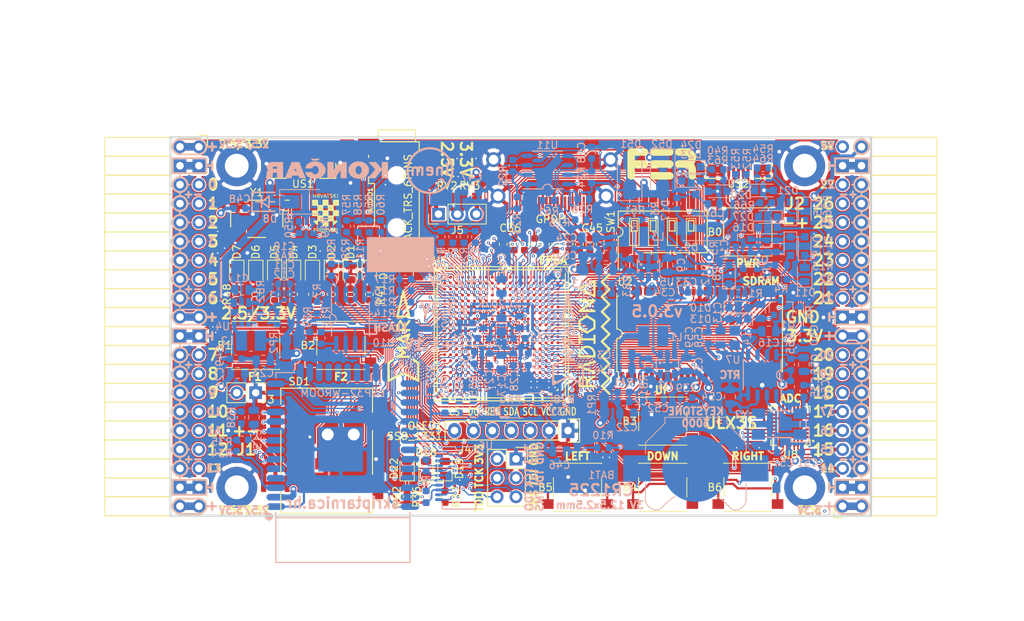
<source format=kicad_pcb>
(kicad_pcb (version 20171130) (host pcbnew 5.0.1+dfsg1-2)
  (title_block (rev v3.0.4))
  (layers (0 F.Cu signal) (1 In1.Cu signal) (2 In2.Cu signal) (31 B.Cu signal) (34 B.Paste user) (35 F.Paste user) (36 B.SilkS user) (37 F.SilkS user) (38 B.Mask user) (39 F.Mask user) (44 Edge.Cuts user))
  (net 0 "")
  (net 1 GND)
  (net 2 +5V)
  (net 3 /gpio/IN5V)
  (net 4 /gpio/OUT5V)
  (net 5 +3V3)
  (net 6 BTN_D)
  (net 7 BTN_F1)
  (net 8 BTN_F2)
  (net 9 BTN_L)
  (net 10 BTN_R)
  (net 11 BTN_U)
  (net 12 /power/FB1)
  (net 13 +2V5)
  (net 14 /power/PWREN)
  (net 15 /power/FB3)
  (net 16 /power/FB2)
  (net 17 /power/VBAT)
  (net 18 JTAG_TDI)
  (net 19 JTAG_TCK)
  (net 20 JTAG_TMS)
  (net 21 JTAG_TDO)
  (net 22 /power/WAKEUPn)
  (net 23 /power/WKUP)
  (net 24 /power/SHUT)
  (net 25 /power/WAKE)
  (net 26 /power/HOLD)
  (net 27 /power/WKn)
  (net 28 /power/OSCI_32k)
  (net 29 /power/OSCO_32k)
  (net 30 SHUTDOWN)
  (net 31 GPDI_SDA)
  (net 32 GPDI_SCL)
  (net 33 /gpdi/VREF2)
  (net 34 SD_CMD)
  (net 35 SD_CLK)
  (net 36 SD_D0)
  (net 37 SD_D1)
  (net 38 USB5V)
  (net 39 GPDI_CEC)
  (net 40 nRESET)
  (net 41 FTDI_nDTR)
  (net 42 SDRAM_CKE)
  (net 43 SDRAM_A7)
  (net 44 SDRAM_D15)
  (net 45 SDRAM_BA1)
  (net 46 SDRAM_D7)
  (net 47 SDRAM_A6)
  (net 48 SDRAM_CLK)
  (net 49 SDRAM_D13)
  (net 50 SDRAM_BA0)
  (net 51 SDRAM_D6)
  (net 52 SDRAM_A5)
  (net 53 SDRAM_D14)
  (net 54 SDRAM_A11)
  (net 55 SDRAM_D12)
  (net 56 SDRAM_D5)
  (net 57 SDRAM_A4)
  (net 58 SDRAM_A10)
  (net 59 SDRAM_D11)
  (net 60 SDRAM_A3)
  (net 61 SDRAM_D4)
  (net 62 SDRAM_D10)
  (net 63 SDRAM_D9)
  (net 64 SDRAM_A9)
  (net 65 SDRAM_D3)
  (net 66 SDRAM_D8)
  (net 67 SDRAM_A8)
  (net 68 SDRAM_A2)
  (net 69 SDRAM_A1)
  (net 70 SDRAM_A0)
  (net 71 SDRAM_D2)
  (net 72 SDRAM_D1)
  (net 73 SDRAM_D0)
  (net 74 SDRAM_DQM0)
  (net 75 SDRAM_nCS)
  (net 76 SDRAM_nRAS)
  (net 77 SDRAM_DQM1)
  (net 78 SDRAM_nCAS)
  (net 79 SDRAM_nWE)
  (net 80 /flash/FLASH_nWP)
  (net 81 /flash/FLASH_nHOLD)
  (net 82 /flash/FLASH_MOSI)
  (net 83 /flash/FLASH_MISO)
  (net 84 /flash/FLASH_SCK)
  (net 85 /flash/FLASH_nCS)
  (net 86 /flash/FPGA_PROGRAMN)
  (net 87 /flash/FPGA_DONE)
  (net 88 /flash/FPGA_INITN)
  (net 89 OLED_RES)
  (net 90 OLED_DC)
  (net 91 OLED_CS)
  (net 92 WIFI_EN)
  (net 93 FTDI_nRTS)
  (net 94 FTDI_TXD)
  (net 95 FTDI_RXD)
  (net 96 WIFI_RXD)
  (net 97 WIFI_GPIO0)
  (net 98 WIFI_TXD)
  (net 99 USB_FTDI_D+)
  (net 100 USB_FTDI_D-)
  (net 101 SD_D3)
  (net 102 AUDIO_L3)
  (net 103 AUDIO_L2)
  (net 104 AUDIO_L1)
  (net 105 AUDIO_L0)
  (net 106 AUDIO_R3)
  (net 107 AUDIO_R2)
  (net 108 AUDIO_R1)
  (net 109 AUDIO_R0)
  (net 110 OLED_CLK)
  (net 111 OLED_MOSI)
  (net 112 LED0)
  (net 113 LED1)
  (net 114 LED2)
  (net 115 LED3)
  (net 116 LED4)
  (net 117 LED5)
  (net 118 LED6)
  (net 119 LED7)
  (net 120 BTN_PWRn)
  (net 121 FTDI_nTXLED)
  (net 122 FTDI_nSLEEP)
  (net 123 /blinkey/LED_PWREN)
  (net 124 /blinkey/LED_TXLED)
  (net 125 /sdcard/SD3V3)
  (net 126 SD_D2)
  (net 127 CLK_25MHz)
  (net 128 /blinkey/BTNPUL)
  (net 129 /blinkey/BTNPUR)
  (net 130 USB_FPGA_D+)
  (net 131 /power/FTDI_nSUSPEND)
  (net 132 /blinkey/ALED0)
  (net 133 /blinkey/ALED1)
  (net 134 /blinkey/ALED2)
  (net 135 /blinkey/ALED3)
  (net 136 /blinkey/ALED4)
  (net 137 /blinkey/ALED5)
  (net 138 /blinkey/ALED6)
  (net 139 /blinkey/ALED7)
  (net 140 /usb/FTD-)
  (net 141 /usb/FTD+)
  (net 142 ADC_MISO)
  (net 143 ADC_MOSI)
  (net 144 ADC_CSn)
  (net 145 ADC_SCLK)
  (net 146 SW3)
  (net 147 SW2)
  (net 148 SW1)
  (net 149 USB_FPGA_D-)
  (net 150 /usb/FPD+)
  (net 151 /usb/FPD-)
  (net 152 WIFI_GPIO16)
  (net 153 /usb/ANT_433MHz)
  (net 154 PROG_DONE)
  (net 155 /power/P3V3)
  (net 156 /power/P2V5)
  (net 157 /power/L1)
  (net 158 /power/L3)
  (net 159 /power/L2)
  (net 160 FTDI_TXDEN)
  (net 161 SDRAM_A12)
  (net 162 /analog/AUDIO_V)
  (net 163 AUDIO_V3)
  (net 164 AUDIO_V2)
  (net 165 AUDIO_V1)
  (net 166 AUDIO_V0)
  (net 167 /blinkey/LED_WIFI)
  (net 168 /power/P1V1)
  (net 169 +1V1)
  (net 170 SW4)
  (net 171 /blinkey/SWPU)
  (net 172 /wifi/WIFIEN)
  (net 173 FT2V5)
  (net 174 GN0)
  (net 175 GP0)
  (net 176 GN1)
  (net 177 GP1)
  (net 178 GN2)
  (net 179 GP2)
  (net 180 GN3)
  (net 181 GP3)
  (net 182 GN4)
  (net 183 GP4)
  (net 184 GN5)
  (net 185 GP5)
  (net 186 GN6)
  (net 187 GP6)
  (net 188 GN14)
  (net 189 GP14)
  (net 190 GN15)
  (net 191 GP15)
  (net 192 GN16)
  (net 193 GP16)
  (net 194 GN17)
  (net 195 GP17)
  (net 196 GN18)
  (net 197 GP18)
  (net 198 GN19)
  (net 199 GP19)
  (net 200 GN20)
  (net 201 GP20)
  (net 202 GN21)
  (net 203 GP21)
  (net 204 GN22)
  (net 205 GP22)
  (net 206 GN23)
  (net 207 GP23)
  (net 208 GN24)
  (net 209 GP24)
  (net 210 GN25)
  (net 211 GP25)
  (net 212 GN26)
  (net 213 GP26)
  (net 214 GN27)
  (net 215 GP27)
  (net 216 GN7)
  (net 217 GP7)
  (net 218 GN8)
  (net 219 GP8)
  (net 220 GN9)
  (net 221 GP9)
  (net 222 GN10)
  (net 223 GP10)
  (net 224 GN11)
  (net 225 GP11)
  (net 226 GN12)
  (net 227 GP12)
  (net 228 GN13)
  (net 229 GP13)
  (net 230 WIFI_GPIO5)
  (net 231 WIFI_GPIO17)
  (net 232 USB_FPGA_PULL_D+)
  (net 233 USB_FPGA_PULL_D-)
  (net 234 "Net-(D23-Pad2)")
  (net 235 "Net-(D24-Pad1)")
  (net 236 "Net-(D25-Pad2)")
  (net 237 "Net-(D26-Pad1)")
  (net 238 /gpdi/GPDI_ETH+)
  (net 239 FPDI_ETH+)
  (net 240 /gpdi/GPDI_ETH-)
  (net 241 FPDI_ETH-)
  (net 242 /gpdi/GPDI_D2-)
  (net 243 FPDI_D2-)
  (net 244 /gpdi/GPDI_D1-)
  (net 245 FPDI_D1-)
  (net 246 /gpdi/GPDI_D0-)
  (net 247 FPDI_D0-)
  (net 248 /gpdi/GPDI_CLK-)
  (net 249 FPDI_CLK-)
  (net 250 /gpdi/GPDI_D2+)
  (net 251 FPDI_D2+)
  (net 252 /gpdi/GPDI_D1+)
  (net 253 FPDI_D1+)
  (net 254 /gpdi/GPDI_D0+)
  (net 255 FPDI_D0+)
  (net 256 /gpdi/GPDI_CLK+)
  (net 257 FPDI_CLK+)
  (net 258 FPDI_SDA)
  (net 259 FPDI_SCL)
  (net 260 /gpdi/FPDI_CEC)
  (net 261 2V5_3V3)
  (net 262 /usb/US2VBUS)
  (net 263 /power/SHD)
  (net 264 /power/RTCVDD)
  (net 265 "Net-(D27-Pad2)")
  (net 266 US2_ID)
  (net 267 /analog/AUDIO_L)
  (net 268 /analog/AUDIO_R)
  (net 269 /analog/ADC3V3)
  (net 270 PWRBTn)
  (net 271 USER_PROGRAMN)
  (net 272 "Net-(AUDIO1-Pad5)")
  (net 273 "Net-(AUDIO1-Pad6)")
  (net 274 "Net-(U1-PadW18)")
  (net 275 "Net-(U1-PadW17)")
  (net 276 "Net-(U1-PadW14)")
  (net 277 "Net-(U1-PadW13)")
  (net 278 "Net-(U1-PadW9)")
  (net 279 "Net-(U1-PadW8)")
  (net 280 "Net-(U1-PadW5)")
  (net 281 "Net-(U1-PadW4)")
  (net 282 "Net-(U1-PadT16)")
  (net 283 "Net-(U1-PadR3)")
  (net 284 SD_WP)
  (net 285 SD_CD)
  (net 286 "Net-(U1-PadM5)")
  (net 287 FTDI_nRXLED)
  (net 288 "Net-(U1-PadK17)")
  (net 289 "Net-(U1-PadK16)")
  (net 290 "Net-(U1-PadK5)")
  (net 291 "Net-(U1-PadJ5)")
  (net 292 "Net-(U1-PadJ4)")
  (net 293 "Net-(U1-PadE11)")
  (net 294 "Net-(U1-PadE10)")
  (net 295 "Net-(U1-PadE9)")
  (net 296 "Net-(U1-PadE6)")
  (net 297 "Net-(U1-PadD12)")
  (net 298 "Net-(U1-PadD11)")
  (net 299 "Net-(U1-PadD10)")
  (net 300 "Net-(U1-PadD9)")
  (net 301 "Net-(U1-PadC9)")
  (net 302 "Net-(U1-PadA15)")
  (net 303 "Net-(U8-Pad25)")
  (net 304 "Net-(U8-Pad12)")
  (net 305 "Net-(U9-Pad32)")
  (net 306 "Net-(U9-Pad22)")
  (net 307 "Net-(U9-Pad21)")
  (net 308 "Net-(U9-Pad20)")
  (net 309 "Net-(U9-Pad19)")
  (net 310 "Net-(U9-Pad18)")
  (net 311 "Net-(U9-Pad17)")
  (net 312 "Net-(U9-Pad12)")
  (net 313 "Net-(U9-Pad5)")
  (net 314 "Net-(U9-Pad4)")
  (net 315 "Net-(US1-Pad4)")
  (net 316 "Net-(Y2-Pad3)")
  (net 317 "Net-(Y2-Pad2)")
  (module ft231x:FT231X-SSOP-20_4.4x6.5mm_Pitch0.65mm (layer B.Cu) (at 132.835 107.14 180)
    (fp_text reference U6 (at -3.556 4.318 180) (layer B.SilkS) (effects (justify mirror)))
    (fp_text value FT231XS hide)
    (pad 20 smd oval (at 2.7 2.925 180) (size 1.1 0.4) (layers B.Cu B.Paste B.Mask) (net 94 FTDI_TXD))
    (pad 19 smd oval (at 2.7 2.275 180) (size 1.1 0.4) (layers B.Cu B.Paste B.Mask) (net 122 FTDI_nSLEEP))
    (pad 18 smd oval (at 2.7 1.625 180) (size 1.1 0.4) (layers B.Cu B.Paste B.Mask) (net 160 FTDI_TXDEN))
    (pad 17 smd oval (at 2.7 0.975 180) (size 1.1 0.4) (layers B.Cu B.Paste B.Mask) (net 287 FTDI_nRXLED))
    (pad 16 smd oval (at 2.7 0.325 180) (size 1.1 0.4) (layers B.Cu B.Paste B.Mask) (net 1 GND))
    (pad 15 smd oval (at 2.7 -0.325 180) (size 1.1 0.4) (layers B.Cu B.Paste B.Mask) (net 38 USB5V))
    (pad 14 smd oval (at 2.7 -0.975 180) (size 1.1 0.4) (layers B.Cu B.Paste B.Mask) (net 40 nRESET))
    (pad 13 smd oval (at 2.7 -1.625 180) (size 1.1 0.4) (layers B.Cu B.Paste B.Mask) (net 173 FT2V5))
    (pad 12 smd oval (at 2.7 -2.275 180) (size 1.1 0.4) (layers B.Cu B.Paste B.Mask) (net 100 USB_FTDI_D-))
    (pad 11 smd oval (at 2.7 -2.925 180) (size 1.1 0.4) (layers B.Cu B.Paste B.Mask) (net 99 USB_FTDI_D+))
    (pad 10 smd oval (at -2.7 -2.925 180) (size 1.1 0.4) (layers B.Cu B.Paste B.Mask) (net 121 FTDI_nTXLED))
    (pad 9 smd oval (at -2.7 -2.275 180) (size 1.1 0.4) (layers B.Cu B.Paste B.Mask) (net 21 JTAG_TDO))
    (pad 8 smd oval (at -2.7 -1.625 180) (size 1.1 0.4) (layers B.Cu B.Paste B.Mask) (net 20 JTAG_TMS))
    (pad 7 smd oval (at -2.7 -0.975 180) (size 1.1 0.4) (layers B.Cu B.Paste B.Mask) (net 19 JTAG_TCK))
    (pad 6 smd oval (at -2.7 -0.325 180) (size 1.1 0.4) (layers B.Cu B.Paste B.Mask) (net 1 GND))
    (pad 5 smd oval (at -2.7 0.325 180) (size 1.1 0.4) (layers B.Cu B.Paste B.Mask) (net 18 JTAG_TDI))
    (pad 4 smd oval (at -2.7 0.975 180) (size 1.1 0.4) (layers B.Cu B.Paste B.Mask) (net 95 FTDI_RXD))
    (pad 3 smd oval (at -2.7 1.625 180) (size 1.1 0.4) (layers B.Cu B.Paste B.Mask) (net 173 FT2V5))
    (pad 2 smd oval (at -2.7 2.275 180) (size 1.1 0.4) (layers B.Cu B.Paste B.Mask) (net 93 FTDI_nRTS))
    (pad 1 smd rect (at -2.7 2.925 180) (size 1.1 0.4) (layers B.Cu B.Paste B.Mask) (net 41 FTDI_nDTR))
  )
  (module micro-sd-schd3a0100:SCHD3A100 (layer F.Cu) (at 115.05 103.5 270)
    (fp_text reference SD1 (at -9.296 3.663 180) (layer F.SilkS))
    (fp_text value SCHD3A0100 hide)
    (pad 1 smd rect (at 1.75 -3.2) (size 0.7 1.5) (layers F.Cu F.Paste F.Mask) (net 126 SD_D2))
    (pad 2 smd rect (at 1.75 -2.1) (size 0.7 1.5) (layers F.Cu F.Paste F.Mask) (net 101 SD_D3))
    (pad 3 smd rect (at 1.75 -1) (size 0.7 1.5) (layers F.Cu F.Paste F.Mask) (net 34 SD_CMD))
    (pad 4 smd rect (at 1.75 0.1) (size 0.7 1.5) (layers F.Cu F.Paste F.Mask) (net 125 /sdcard/SD3V3))
    (pad 5 smd rect (at 1.75 1.2) (size 0.7 1.5) (layers F.Cu F.Paste F.Mask) (net 35 SD_CLK))
    (pad 6 smd rect (at 1.75 2.3) (size 0.7 1.5) (layers F.Cu F.Paste F.Mask) (net 1 GND))
    (pad 7 smd rect (at 1.75 3.4) (size 0.7 1.5) (layers F.Cu F.Paste F.Mask) (net 36 SD_D0))
    (pad 8 smd rect (at 1.75 4.5) (size 0.7 1.5) (layers F.Cu F.Paste F.Mask) (net 37 SD_D1))
    (pad 10 smd rect (at 6.05 -6.875) (size 1.45 0.9) (layers F.Cu F.Paste F.Mask) (net 1 GND))
    (pad 11 smd rect (at -5.65 6.875 90) (size 0.9 1.45) (layers F.Cu F.Paste F.Mask) (net 1 GND))
    (pad 9 smd rect (at 4.35 6.875) (size 1.45 2) (layers F.Cu F.Paste F.Mask) (net 1 GND))
    (pad 9 smd rect (at 4.35 -6.875) (size 1.45 2) (layers F.Cu F.Paste F.Mask) (net 1 GND))
    (pad 9 smd rect (at -3.95 -6.875) (size 1.45 2) (layers F.Cu F.Paste F.Mask) (net 1 GND))
    (pad 9 smd rect (at -3.95 6.875) (size 1.45 2) (layers F.Cu F.Paste F.Mask) (net 1 GND))
  )
  (module oscxo:Crystal_SMD_7050_4Pads (layer F.Cu) (at 105.672 72.36 180)
    (fp_text reference Y1 (at 0 3.556 180) (layer F.SilkS))
    (fp_text value FNETHE025 hide)
    (pad 1 smd rect (at -2.54 2.2 180) (size 2.2 1.8) (layers F.Cu F.Paste F.Mask) (net 5 +3V3))
    (pad 2 smd rect (at 2.54 2.2 180) (size 2.2 1.8) (layers F.Cu F.Paste F.Mask) (net 1 GND))
    (pad 3 smd rect (at 2.54 -2.2 180) (size 2.2 1.8) (layers F.Cu F.Paste F.Mask) (net 127 CLK_25MHz))
    (pad 4 smd rect (at -2.54 -2.2 180) (size 2.2 1.8) (layers F.Cu F.Paste F.Mask) (net 5 +3V3))
  )
  (module L_1008_1210:L_1008_1210 (layer B.Cu) (at 156.33 74.755 180)
    (fp_text reference L3 (at -3.19 -0.018 180) (layer B.SilkS) (effects (justify mirror)))
    (fp_text value 2.2uH hide)
    (pad 1 smd rect (at -1.27 0 180) (size 1.5 2.7) (layers B.Cu B.Paste B.Mask) (net 158 /power/L3))
    (pad 2 smd rect (at 1.27 0 180) (size 1.5 2.7) (layers B.Cu B.Paste B.Mask) (net 155 /power/P3V3))
  )
  (module L_1008_1210:L_1008_1210 (layer B.Cu) (at 158.87 88.09 180)
    (fp_text reference L1 (at -3.063 -0.145 180) (layer B.SilkS) (effects (justify mirror)))
    (fp_text value 2.2uH hide)
    (pad 1 smd rect (at -1.27 0 180) (size 1.5 2.7) (layers B.Cu B.Paste B.Mask) (net 157 /power/L1))
    (pad 2 smd rect (at 1.27 0 180) (size 1.5 2.7) (layers B.Cu B.Paste B.Mask) (net 168 /power/P1V1))
  )
  (module L_1008_1210:L_1008_1210 (layer B.Cu) (at 104.895 88.725)
    (fp_text reference L2 (at -3.16 0.018) (layer B.SilkS) (effects (justify mirror)))
    (fp_text value 2.2uH hide)
    (pad 1 smd rect (at -1.27 0) (size 1.5 2.7) (layers B.Cu B.Paste B.Mask) (net 159 /power/L2))
    (pad 2 smd rect (at 1.27 0) (size 1.5 2.7) (layers B.Cu B.Paste B.Mask) (net 156 /power/P2V5))
  )
  (module abs25:Crystal_SMD_ABS25 (layer B.Cu) (at 175.776 99.922 180)
    (fp_text reference Y2 (at 5.08 1.273 180) (layer B.SilkS) (effects (justify mirror)))
    (fp_text value 32768Hz hide)
    (pad 4 smd rect (at -2.8 1.4 180) (size 1.8 1.4) (layers B.Cu B.Paste B.Mask) (net 28 /power/OSCI_32k))
    (pad 3 smd rect (at 2.8 1.4 180) (size 1.8 1.4) (layers B.Cu B.Paste B.Mask) (net 316 "Net-(Y2-Pad3)"))
    (pad 2 smd rect (at 2.8 -1.4 180) (size 1.8 1.4) (layers B.Cu B.Paste B.Mask) (net 317 "Net-(Y2-Pad2)"))
    (pad 1 smd rect (at -2.8 -1.4 180) (size 1.8 1.4) (layers B.Cu B.Paste B.Mask) (net 29 /power/OSCO_32k))
  )
  (module Keystone_3000_1x12mm-CoinCell:Keystone_3000_1x12mm-CoinCell (layer B.Cu) (at 164.585 105.87 90)
    (fp_text reference BAT1 (at -0.907 -12.685 180) (layer B.SilkS) (effects (justify mirror)))
    (fp_text value CR1225 hide)
    (pad 1 smd rect (at 0 7.9 180) (size 3.7 3.5) (layers B.Cu B.Paste B.Mask) (net 17 /power/VBAT) (clearance 0.7))
    (pad 1 smd rect (at 0 -7.9 180) (size 3.7 3.5) (layers B.Cu B.Paste B.Mask) (net 17 /power/VBAT) (clearance 0.7))
    (pad 2 smd circle (at 0 0 180) (size 9 9) (layers B.Cu B.Mask) (net 1 GND))
  )
  (module audio-jack:CUI_SJ-43516-SMT (layer F.Cu) (at 124.468 69.518)
    (fp_text reference AUDIO1 (at -3.560502 0.28335 270) (layer F.SilkS) (effects (font (size 0.6096 0.6096) (thickness 0.1524))))
    (fp_text value JACK_TRS_6PINS (at 1.519498 0.28335 270) (layer F.SilkS))
    (pad 1 smd rect (at -3.8 -6.9 270) (size 2 2.8) (layers F.Cu F.Paste F.Mask) (net 1 GND))
    (pad 4 smd rect (at -3.8 -4.1 270) (size 2.2 2.8) (layers F.Cu F.Paste F.Mask) (net 162 /analog/AUDIO_V))
    (pad 2 smd rect (at -3.8 5.3 270) (size 2.8 2.8) (layers F.Cu F.Paste F.Mask) (net 267 /analog/AUDIO_L))
    (pad 5 smd rect (at 0.75 9.4 270) (size 2.8 2.8) (layers F.Cu F.Paste F.Mask) (net 272 "Net-(AUDIO1-Pad5)"))
    (pad 3 smd rect (at 3.8 -2.2 270) (size 2.2 2.8) (layers F.Cu F.Paste F.Mask) (net 268 /analog/AUDIO_R))
    (pad 6 smd rect (at 3.8 -5 270) (size 2 2.8) (layers F.Cu F.Paste F.Mask) (net 273 "Net-(AUDIO1-Pad6)"))
    (pad "" np_thru_hole circle (at 0 -3 270) (size 1.7 1.7) (drill 1.7) (layers *.Cu *.Mask F.SilkS) (clearance 0.4))
    (pad "" np_thru_hole circle (at 0 4 270) (size 1.7 1.7) (drill 1.7) (layers *.Cu *.Mask F.SilkS) (clearance 0.4))
  )
  (module usb_otg:USB-MICRO-B-FCI-10118192-0001LF (layer F.Cu) (at 170.3 63.325 180)
    (fp_text reference US2 (at 0 -4.336 180) (layer F.SilkS))
    (fp_text value MICRO_USB hide)
    (pad 6 smd rect (at 3.8 0 180) (size 1.8 1.9) (layers F.Cu F.Paste F.Mask) (net 1 GND))
    (pad 6 smd rect (at -3.8 0 180) (size 1.8 1.9) (layers F.Cu F.Paste F.Mask) (net 1 GND))
    (pad 5 smd rect (at 1.3 -2.675 180) (size 0.4 1.35) (layers F.Cu F.Paste F.Mask) (net 1 GND))
    (pad 4 smd rect (at 0.65 -2.675 180) (size 0.4 1.35) (layers F.Cu F.Paste F.Mask) (net 266 US2_ID))
    (pad 3 smd rect (at 0 -2.675 180) (size 0.4 1.35) (layers F.Cu F.Paste F.Mask) (net 150 /usb/FPD+))
    (pad 2 smd rect (at -0.65 -2.675 180) (size 0.4 1.35) (layers F.Cu F.Paste F.Mask) (net 151 /usb/FPD-))
    (pad 1 smd rect (at -1.3 -2.675 180) (size 0.4 1.35) (layers F.Cu F.Paste F.Mask) (net 262 /usb/US2VBUS))
    (pad 6 smd rect (at 1.2 0 180) (size 1.9 1.9) (layers F.Cu F.Paste F.Mask) (net 1 GND))
    (pad 6 smd rect (at -1.2 0 180) (size 1.9 1.9) (layers F.Cu F.Paste F.Mask) (net 1 GND))
    (pad 6 smd rect (at 3.1 -2.55 180) (size 2.1 1.6) (layers F.Cu F.Paste F.Mask) (net 1 GND))
    (pad 6 smd rect (at -3.1 -2.55 180) (size 2.1 1.6) (layers F.Cu F.Paste F.Mask) (net 1 GND))
  )
  (module usb_otg:USB-MICRO-B-FCI-10118192-0001LF (layer F.Cu) (at 111.88 63.325 180)
    (fp_text reference US1 (at 0 -4.336 180) (layer F.SilkS))
    (fp_text value MICRO_USB hide)
    (pad 6 smd rect (at 3.8 0 180) (size 1.8 1.9) (layers F.Cu F.Paste F.Mask) (net 1 GND))
    (pad 6 smd rect (at -3.8 0 180) (size 1.8 1.9) (layers F.Cu F.Paste F.Mask) (net 1 GND))
    (pad 5 smd rect (at 1.3 -2.675 180) (size 0.4 1.35) (layers F.Cu F.Paste F.Mask) (net 1 GND))
    (pad 4 smd rect (at 0.65 -2.675 180) (size 0.4 1.35) (layers F.Cu F.Paste F.Mask) (net 315 "Net-(US1-Pad4)"))
    (pad 3 smd rect (at 0 -2.675 180) (size 0.4 1.35) (layers F.Cu F.Paste F.Mask) (net 141 /usb/FTD+))
    (pad 2 smd rect (at -0.65 -2.675 180) (size 0.4 1.35) (layers F.Cu F.Paste F.Mask) (net 140 /usb/FTD-))
    (pad 1 smd rect (at -1.3 -2.675 180) (size 0.4 1.35) (layers F.Cu F.Paste F.Mask) (net 38 USB5V))
    (pad 6 smd rect (at 1.2 0 180) (size 1.9 1.9) (layers F.Cu F.Paste F.Mask) (net 1 GND))
    (pad 6 smd rect (at -1.2 0 180) (size 1.9 1.9) (layers F.Cu F.Paste F.Mask) (net 1 GND))
    (pad 6 smd rect (at 3.1 -2.55 180) (size 2.1 1.6) (layers F.Cu F.Paste F.Mask) (net 1 GND))
    (pad 6 smd rect (at -3.1 -2.55 180) (size 2.1 1.6) (layers F.Cu F.Paste F.Mask) (net 1 GND))
  )
  (module dipswitch:SW_DIP_x4_W8.61mm_Slide_LowProfile (layer F.Cu) (at 160.14 74.12 90)
    (fp_text reference SW1 (at 1.379 -6.97 90) (layer F.SilkS))
    (fp_text value SW_DIP_x04 hide)
    (pad 8 smd rect (at 4.305 -3.81 90) (size 2.44 1.12) (layers F.Cu F.Paste F.Mask) (net 148 SW1))
    (pad 4 smd rect (at -4.305 3.81 90) (size 2.44 1.12) (layers F.Cu F.Paste F.Mask) (net 171 /blinkey/SWPU))
    (pad 7 smd rect (at 4.305 -1.27 90) (size 2.44 1.12) (layers F.Cu F.Paste F.Mask) (net 147 SW2))
    (pad 3 smd rect (at -4.305 1.27 90) (size 2.44 1.12) (layers F.Cu F.Paste F.Mask) (net 171 /blinkey/SWPU))
    (pad 6 smd rect (at 4.305 1.27 90) (size 2.44 1.12) (layers F.Cu F.Paste F.Mask) (net 146 SW3))
    (pad 2 smd rect (at -4.305 -1.27 90) (size 2.44 1.12) (layers F.Cu F.Paste F.Mask) (net 171 /blinkey/SWPU))
    (pad 5 smd rect (at 4.305 3.81 90) (size 2.44 1.12) (layers F.Cu F.Paste F.Mask) (net 170 SW4))
    (pad 1 smd rect (at -4.305 -3.81 90) (size 2.44 1.12) (layers F.Cu F.Paste F.Mask) (net 171 /blinkey/SWPU))
  )
  (module conn-fci:CONN-10029449-111RLF (layer F.Cu) (at 145.296 69.312 180)
    (fp_text reference GPDI1 (at 0 -3.1115 180) (layer F.SilkS))
    (fp_text value GPDI-D hide)
    (pad 19 smd rect (at -4.25 -1 180) (size 0.3 1.9) (layers F.Cu F.Paste F.Mask) (net 240 /gpdi/GPDI_ETH-))
    (pad 18 smd rect (at -3.75 -1 180) (size 0.3 1.9) (layers F.Cu F.Paste F.Mask) (net 2 +5V))
    (pad 17 smd rect (at -3.25 -1 180) (size 0.3 1.9) (layers F.Cu F.Paste F.Mask) (net 1 GND))
    (pad 16 smd rect (at -2.75 -1 180) (size 0.3 1.9) (layers F.Cu F.Paste F.Mask) (net 31 GPDI_SDA))
    (pad 15 smd rect (at -2.25 -1 180) (size 0.3 1.9) (layers F.Cu F.Paste F.Mask) (net 32 GPDI_SCL))
    (pad 14 smd rect (at -1.75 -1 180) (size 0.3 1.9) (layers F.Cu F.Paste F.Mask) (net 238 /gpdi/GPDI_ETH+))
    (pad 13 smd rect (at -1.25 -1 180) (size 0.3 1.9) (layers F.Cu F.Paste F.Mask) (net 39 GPDI_CEC))
    (pad 12 smd rect (at -0.75 -1 180) (size 0.3 1.9) (layers F.Cu F.Paste F.Mask) (net 248 /gpdi/GPDI_CLK-))
    (pad 11 smd rect (at -0.25 -1 180) (size 0.3 1.9) (layers F.Cu F.Paste F.Mask) (net 1 GND))
    (pad 10 smd rect (at 0.25 -1 180) (size 0.3 1.9) (layers F.Cu F.Paste F.Mask) (net 256 /gpdi/GPDI_CLK+))
    (pad 9 smd rect (at 0.75 -1 180) (size 0.3 1.9) (layers F.Cu F.Paste F.Mask) (net 246 /gpdi/GPDI_D0-))
    (pad 8 smd rect (at 1.25 -1 180) (size 0.3 1.9) (layers F.Cu F.Paste F.Mask) (net 1 GND))
    (pad 7 smd rect (at 1.75 -1 180) (size 0.3 1.9) (layers F.Cu F.Paste F.Mask) (net 254 /gpdi/GPDI_D0+))
    (pad 6 smd rect (at 2.25 -1 180) (size 0.3 1.9) (layers F.Cu F.Paste F.Mask) (net 244 /gpdi/GPDI_D1-))
    (pad 5 smd rect (at 2.75 -1 180) (size 0.3 1.9) (layers F.Cu F.Paste F.Mask) (net 1 GND))
    (pad 4 smd rect (at 3.25 -1 180) (size 0.3 1.9) (layers F.Cu F.Paste F.Mask) (net 252 /gpdi/GPDI_D1+))
    (pad 3 smd rect (at 3.75 -1 180) (size 0.3 1.9) (layers F.Cu F.Paste F.Mask) (net 242 /gpdi/GPDI_D2-))
    (pad 2 smd rect (at 4.25 -1 180) (size 0.3 1.9) (layers F.Cu F.Paste F.Mask) (net 1 GND))
    (pad 1 smd rect (at 4.75 -1 180) (size 0.3 1.9) (layers F.Cu F.Paste F.Mask) (net 250 /gpdi/GPDI_D2+))
    (pad 0 thru_hole circle (at -7.25 0 180) (size 2 2) (drill 1.3) (layers *.Cu *.Mask) (net 1 GND))
    (pad 0 thru_hole circle (at 7.25 0 180) (size 2 2) (drill 1.3) (layers *.Cu *.Mask) (net 1 GND))
    (pad 0 thru_hole circle (at -7.85 4.9 180) (size 2 2) (drill 1.3) (layers *.Cu *.Mask) (net 1 GND))
    (pad 0 thru_hole circle (at 7.85 4.9 180) (size 2 2) (drill 1.3) (layers *.Cu *.Mask) (net 1 GND))
  )
  (module TSOP54:TSOP54 (layer F.Cu) (at 165.093 87.8 90)
    (fp_text reference U2 (at 6.98 -9.993 180) (layer F.SilkS))
    (fp_text value MT48LC16M16A2TG hide)
    (pad 28 smd oval (at 5.73 10.4 90) (size 1.2 0.56) (layers F.Cu F.Paste F.Mask) (net 1 GND))
    (pad 1 smd rect (at -5.73 -10.4 90) (size 1.2 0.56) (layers F.Cu F.Paste F.Mask) (net 5 +3V3))
    (pad 2 smd oval (at -5.73 -9.6 90) (size 1.2 0.56) (layers F.Cu F.Paste F.Mask) (net 73 SDRAM_D0))
    (pad 3 smd oval (at -5.73 -8.8 90) (size 1.2 0.56) (layers F.Cu F.Paste F.Mask) (net 5 +3V3))
    (pad 4 smd oval (at -5.73 -8 90) (size 1.2 0.56) (layers F.Cu F.Paste F.Mask) (net 72 SDRAM_D1))
    (pad 5 smd oval (at -5.73 -7.2 90) (size 1.2 0.56) (layers F.Cu F.Paste F.Mask) (net 71 SDRAM_D2))
    (pad 6 smd oval (at -5.73 -6.4 90) (size 1.2 0.56) (layers F.Cu F.Paste F.Mask) (net 1 GND))
    (pad 7 smd oval (at -5.73 -5.6 90) (size 1.2 0.56) (layers F.Cu F.Paste F.Mask) (net 65 SDRAM_D3))
    (pad 8 smd oval (at -5.73 -4.8 90) (size 1.2 0.56) (layers F.Cu F.Paste F.Mask) (net 61 SDRAM_D4))
    (pad 9 smd oval (at -5.73 -4 90) (size 1.2 0.56) (layers F.Cu F.Paste F.Mask) (net 5 +3V3))
    (pad 10 smd oval (at -5.73 -3.2 90) (size 1.2 0.56) (layers F.Cu F.Paste F.Mask) (net 56 SDRAM_D5))
    (pad 11 smd oval (at -5.73 -2.4 90) (size 1.2 0.56) (layers F.Cu F.Paste F.Mask) (net 51 SDRAM_D6))
    (pad 12 smd oval (at -5.73 -1.6 90) (size 1.2 0.56) (layers F.Cu F.Paste F.Mask) (net 1 GND))
    (pad 13 smd oval (at -5.73 -0.8 90) (size 1.2 0.56) (layers F.Cu F.Paste F.Mask) (net 46 SDRAM_D7))
    (pad 14 smd oval (at -5.73 0 90) (size 1.2 0.56) (layers F.Cu F.Paste F.Mask) (net 5 +3V3))
    (pad 15 smd oval (at -5.73 0.8 90) (size 1.2 0.56) (layers F.Cu F.Paste F.Mask) (net 74 SDRAM_DQM0))
    (pad 16 smd oval (at -5.73 1.6 90) (size 1.2 0.56) (layers F.Cu F.Paste F.Mask) (net 79 SDRAM_nWE))
    (pad 17 smd oval (at -5.73 2.4 90) (size 1.2 0.56) (layers F.Cu F.Paste F.Mask) (net 78 SDRAM_nCAS))
    (pad 18 smd oval (at -5.73 3.2 90) (size 1.2 0.56) (layers F.Cu F.Paste F.Mask) (net 76 SDRAM_nRAS))
    (pad 19 smd oval (at -5.73 4 90) (size 1.2 0.56) (layers F.Cu F.Paste F.Mask) (net 75 SDRAM_nCS))
    (pad 20 smd oval (at -5.73 4.8 90) (size 1.2 0.56) (layers F.Cu F.Paste F.Mask) (net 50 SDRAM_BA0))
    (pad 21 smd oval (at -5.73 5.6 90) (size 1.2 0.56) (layers F.Cu F.Paste F.Mask) (net 45 SDRAM_BA1))
    (pad 22 smd oval (at -5.73 6.4 90) (size 1.2 0.56) (layers F.Cu F.Paste F.Mask) (net 58 SDRAM_A10))
    (pad 23 smd oval (at -5.73 7.2 90) (size 1.2 0.56) (layers F.Cu F.Paste F.Mask) (net 70 SDRAM_A0))
    (pad 24 smd oval (at -5.73 8 90) (size 1.2 0.56) (layers F.Cu F.Paste F.Mask) (net 69 SDRAM_A1))
    (pad 25 smd oval (at -5.73 8.8 90) (size 1.2 0.56) (layers F.Cu F.Paste F.Mask) (net 68 SDRAM_A2))
    (pad 26 smd oval (at -5.73 9.6 90) (size 1.2 0.56) (layers F.Cu F.Paste F.Mask) (net 60 SDRAM_A3))
    (pad 27 smd oval (at -5.73 10.4 90) (size 1.2 0.56) (layers F.Cu F.Paste F.Mask) (net 5 +3V3))
    (pad 29 smd oval (at 5.73 9.6 90) (size 1.2 0.56) (layers F.Cu F.Paste F.Mask) (net 57 SDRAM_A4))
    (pad 30 smd oval (at 5.73 8.8 90) (size 1.2 0.56) (layers F.Cu F.Paste F.Mask) (net 52 SDRAM_A5))
    (pad 31 smd oval (at 5.73 8 90) (size 1.2 0.56) (layers F.Cu F.Paste F.Mask) (net 47 SDRAM_A6))
    (pad 32 smd oval (at 5.73 7.2 90) (size 1.2 0.56) (layers F.Cu F.Paste F.Mask) (net 43 SDRAM_A7))
    (pad 33 smd oval (at 5.73 6.4 90) (size 1.2 0.56) (layers F.Cu F.Paste F.Mask) (net 67 SDRAM_A8))
    (pad 34 smd oval (at 5.73 5.6 90) (size 1.2 0.56) (layers F.Cu F.Paste F.Mask) (net 64 SDRAM_A9))
    (pad 35 smd oval (at 5.73 4.8 90) (size 1.2 0.56) (layers F.Cu F.Paste F.Mask) (net 54 SDRAM_A11))
    (pad 36 smd oval (at 5.73 4 90) (size 1.2 0.56) (layers F.Cu F.Paste F.Mask) (net 161 SDRAM_A12))
    (pad 37 smd oval (at 5.73 3.2 90) (size 1.2 0.56) (layers F.Cu F.Paste F.Mask) (net 42 SDRAM_CKE))
    (pad 38 smd oval (at 5.73 2.4 90) (size 1.2 0.56) (layers F.Cu F.Paste F.Mask) (net 48 SDRAM_CLK))
    (pad 39 smd oval (at 5.73 1.6 90) (size 1.2 0.56) (layers F.Cu F.Paste F.Mask) (net 77 SDRAM_DQM1))
    (pad 40 smd oval (at 5.73 0.8 90) (size 1.2 0.56) (layers F.Cu F.Paste F.Mask))
    (pad 41 smd oval (at 5.73 0 90) (size 1.2 0.56) (layers F.Cu F.Paste F.Mask) (net 1 GND))
    (pad 42 smd oval (at 5.73 -0.8 90) (size 1.2 0.56) (layers F.Cu F.Paste F.Mask) (net 66 SDRAM_D8))
    (pad 43 smd oval (at 5.73 -1.6 90) (size 1.2 0.56) (layers F.Cu F.Paste F.Mask) (net 5 +3V3))
    (pad 44 smd oval (at 5.73 -2.4 90) (size 1.2 0.56) (layers F.Cu F.Paste F.Mask) (net 63 SDRAM_D9))
    (pad 45 smd oval (at 5.73 -3.2 90) (size 1.2 0.56) (layers F.Cu F.Paste F.Mask) (net 62 SDRAM_D10))
    (pad 46 smd oval (at 5.73 -4 90) (size 1.2 0.56) (layers F.Cu F.Paste F.Mask) (net 1 GND))
    (pad 47 smd oval (at 5.73 -4.8 90) (size 1.2 0.56) (layers F.Cu F.Paste F.Mask) (net 59 SDRAM_D11))
    (pad 48 smd oval (at 5.73 -5.6 90) (size 1.2 0.56) (layers F.Cu F.Paste F.Mask) (net 55 SDRAM_D12))
    (pad 49 smd oval (at 5.73 -6.4 90) (size 1.2 0.56) (layers F.Cu F.Paste F.Mask) (net 5 +3V3))
    (pad 50 smd oval (at 5.73 -7.2 90) (size 1.2 0.56) (layers F.Cu F.Paste F.Mask) (net 49 SDRAM_D13))
    (pad 51 smd oval (at 5.73 -8 90) (size 1.2 0.56) (layers F.Cu F.Paste F.Mask) (net 53 SDRAM_D14))
    (pad 52 smd oval (at 5.73 -8.8 90) (size 1.2 0.56) (layers F.Cu F.Paste F.Mask) (net 1 GND))
    (pad 53 smd oval (at 5.73 -9.6 90) (size 1.2 0.56) (layers F.Cu F.Paste F.Mask) (net 44 SDRAM_D15))
    (pad 54 smd oval (at 5.73 -10.4 90) (size 1.2 0.56) (layers F.Cu F.Paste F.Mask) (net 1 GND))
  )
  (module jumper:R_0805_2012Metric_Pad1.29x1.40mm_HandSolder_Jumper_NC (layer B.Cu) (at 109.609 89.632 270)
    (fp_text reference RP2 (at -0.635 1.651 270) (layer B.SilkS) (effects (justify mirror)))
    (fp_text value 0 hide)
    (fp_line (start -1 0) (end 1 0) (layer B.Cu) (width 1))
    (pad 2 smd roundrect (at 0.9675 0 270) (size 1.295 1.4) (layers B.Cu B.Mask) (net 13 +2V5))
    (pad 1 smd roundrect (at -0.9675 0 270) (size 1.295 1.4) (layers B.Cu B.Mask) (net 156 /power/P2V5))
  )
  (module jumper:R_0805_2012Metric_Pad1.29x1.40mm_HandSolder_Jumper_NC (layer B.Cu) (at 149.472 78.311 270)
    (fp_text reference RP3 (at 0 3.414 270) (layer B.SilkS) (effects (justify mirror)))
    (fp_text value 0 hide)
    (fp_line (start -1 0) (end 1 0) (layer B.Cu) (width 1))
    (pad 2 smd roundrect (at 0.9675 0 270) (size 1.295 1.4) (layers B.Cu B.Mask) (net 5 +3V3))
    (pad 1 smd roundrect (at -0.9675 0 270) (size 1.295 1.4) (layers B.Cu B.Mask) (net 155 /power/P3V3))
  )
  (module jumper:R_0805_2012Metric_Pad1.29x1.40mm_HandSolder_Jumper_NC (layer B.Cu) (at 152.281 97.361 270)
    (fp_text reference RP1 (at 0 1.65 270) (layer B.SilkS) (effects (justify mirror)))
    (fp_text value 0 hide)
    (fp_line (start -1 0) (end 1 0) (layer B.Cu) (width 1))
    (pad 2 smd roundrect (at 0.9675 0 270) (size 1.295 1.4) (layers B.Cu B.Mask) (net 169 +1V1))
    (pad 1 smd roundrect (at -0.9675 0 270) (size 1.295 1.4) (layers B.Cu B.Mask) (net 168 /power/P1V1))
  )
  (module jumper:D_SMA_Jumper_NC (layer B.Cu) (at 160.155 66.391 270)
    (fp_text reference D52 (at -4.064 0.127) (layer B.SilkS) (effects (justify mirror)))
    (fp_text value 0 hide)
    (fp_line (start -2 0) (end 2 0) (layer B.Cu) (width 1))
    (pad 2 smd roundrect (at 2 0 270) (size 2.5 1.8) (layers B.Cu B.Mask) (net 2 +5V))
    (pad 1 smd roundrect (at -2 0 270) (size 2.5 1.8) (layers B.Cu B.Mask) (net 4 /gpio/OUT5V))
  )
  (module jumper:D_SMA_Jumper_NC (layer B.Cu) (at 155.71 66.518 90)
    (fp_text reference D51 (at 4.191 0.127 180) (layer B.SilkS) (effects (justify mirror)))
    (fp_text value 0 hide)
    (fp_line (start -2 0) (end 2 0) (layer B.Cu) (width 1))
    (pad 2 smd roundrect (at 2 0 90) (size 2.5 1.8) (layers B.Cu B.Mask) (net 3 /gpio/IN5V))
    (pad 1 smd roundrect (at -2 0 90) (size 2.5 1.8) (layers B.Cu B.Mask) (net 2 +5V))
  )
  (module jumper:D_SMA_Jumper_NC (layer B.Cu) (at 164.854 73.63 180)
    (fp_text reference D9 (at 0.889 -2.54 180) (layer B.SilkS) (effects (justify mirror)))
    (fp_text value 0 hide)
    (fp_line (start -2 0) (end 2 0) (layer B.Cu) (width 1))
    (pad 2 smd roundrect (at 2 0 180) (size 2.5 1.8) (layers B.Cu B.Mask) (net 2 +5V))
    (pad 1 smd roundrect (at -2 0 180) (size 2.5 1.8) (layers B.Cu B.Mask) (net 262 /usb/US2VBUS))
  )
  (module lfe5bg381:BGA-381_pitch0.8mm_dia0.4mm (layer F.Cu) (at 138.48 87.8)
    (fp_text reference U1 (at -8.2 -9.8) (layer F.SilkS))
    (fp_text value LFE5U-85F-6BG381C hide)
    (pad Y19 smd circle (at 6.8 7.6) (size 0.4 0.4) (layers F.Cu F.Paste F.Mask) (net 1 GND))
    (pad Y17 smd circle (at 5.2 7.6) (size 0.4 0.4) (layers F.Cu F.Paste F.Mask) (net 1 GND))
    (pad Y16 smd circle (at 4.4 7.6) (size 0.4 0.4) (layers F.Cu F.Paste F.Mask) (net 1 GND))
    (pad Y15 smd circle (at 3.6 7.6) (size 0.4 0.4) (layers F.Cu F.Paste F.Mask) (net 1 GND))
    (pad Y14 smd circle (at 2.8 7.6) (size 0.4 0.4) (layers F.Cu F.Paste F.Mask) (net 1 GND))
    (pad Y12 smd circle (at 1.2 7.6) (size 0.4 0.4) (layers F.Cu F.Paste F.Mask) (net 1 GND))
    (pad Y11 smd circle (at 0.4 7.6) (size 0.4 0.4) (layers F.Cu F.Paste F.Mask) (net 1 GND))
    (pad Y8 smd circle (at -2 7.6) (size 0.4 0.4) (layers F.Cu F.Paste F.Mask) (net 1 GND))
    (pad Y7 smd circle (at -2.8 7.6) (size 0.4 0.4) (layers F.Cu F.Paste F.Mask) (net 1 GND))
    (pad Y6 smd circle (at -3.6 7.6) (size 0.4 0.4) (layers F.Cu F.Paste F.Mask) (net 1 GND))
    (pad Y5 smd circle (at -4.4 7.6) (size 0.4 0.4) (layers F.Cu F.Paste F.Mask) (net 1 GND))
    (pad Y3 smd circle (at -6 7.6) (size 0.4 0.4) (layers F.Cu F.Paste F.Mask) (net 87 /flash/FPGA_DONE))
    (pad Y2 smd circle (at -6.8 7.6) (size 0.4 0.4) (layers F.Cu F.Paste F.Mask) (net 80 /flash/FLASH_nWP))
    (pad W20 smd circle (at 7.6 6.8) (size 0.4 0.4) (layers F.Cu F.Paste F.Mask) (net 1 GND))
    (pad W19 smd circle (at 6.8 6.8) (size 0.4 0.4) (layers F.Cu F.Paste F.Mask) (net 1 GND))
    (pad W18 smd circle (at 6 6.8) (size 0.4 0.4) (layers F.Cu F.Paste F.Mask) (net 274 "Net-(U1-PadW18)"))
    (pad W17 smd circle (at 5.2 6.8) (size 0.4 0.4) (layers F.Cu F.Paste F.Mask) (net 275 "Net-(U1-PadW17)"))
    (pad W16 smd circle (at 4.4 6.8) (size 0.4 0.4) (layers F.Cu F.Paste F.Mask) (net 1 GND))
    (pad W15 smd circle (at 3.6 6.8) (size 0.4 0.4) (layers F.Cu F.Paste F.Mask) (net 1 GND))
    (pad W14 smd circle (at 2.8 6.8) (size 0.4 0.4) (layers F.Cu F.Paste F.Mask) (net 276 "Net-(U1-PadW14)"))
    (pad W13 smd circle (at 2 6.8) (size 0.4 0.4) (layers F.Cu F.Paste F.Mask) (net 277 "Net-(U1-PadW13)"))
    (pad W12 smd circle (at 1.2 6.8) (size 0.4 0.4) (layers F.Cu F.Paste F.Mask) (net 1 GND))
    (pad W11 smd circle (at 0.4 6.8) (size 0.4 0.4) (layers F.Cu F.Paste F.Mask))
    (pad W10 smd circle (at -0.4 6.8) (size 0.4 0.4) (layers F.Cu F.Paste F.Mask))
    (pad W9 smd circle (at -1.2 6.8) (size 0.4 0.4) (layers F.Cu F.Paste F.Mask) (net 278 "Net-(U1-PadW9)"))
    (pad W8 smd circle (at -2 6.8) (size 0.4 0.4) (layers F.Cu F.Paste F.Mask) (net 279 "Net-(U1-PadW8)"))
    (pad W7 smd circle (at -2.8 6.8) (size 0.4 0.4) (layers F.Cu F.Paste F.Mask) (net 1 GND))
    (pad W6 smd circle (at -3.6 6.8) (size 0.4 0.4) (layers F.Cu F.Paste F.Mask) (net 1 GND))
    (pad W5 smd circle (at -4.4 6.8) (size 0.4 0.4) (layers F.Cu F.Paste F.Mask) (net 280 "Net-(U1-PadW5)"))
    (pad W4 smd circle (at -5.2 6.8) (size 0.4 0.4) (layers F.Cu F.Paste F.Mask) (net 281 "Net-(U1-PadW4)"))
    (pad W3 smd circle (at -6 6.8) (size 0.4 0.4) (layers F.Cu F.Paste F.Mask) (net 86 /flash/FPGA_PROGRAMN))
    (pad W2 smd circle (at -6.8 6.8) (size 0.4 0.4) (layers F.Cu F.Paste F.Mask) (net 82 /flash/FLASH_MOSI))
    (pad W1 smd circle (at -7.6 6.8) (size 0.4 0.4) (layers F.Cu F.Paste F.Mask) (net 81 /flash/FLASH_nHOLD))
    (pad V20 smd circle (at 7.6 6) (size 0.4 0.4) (layers F.Cu F.Paste F.Mask) (net 1 GND))
    (pad V19 smd circle (at 6.8 6) (size 0.4 0.4) (layers F.Cu F.Paste F.Mask) (net 1 GND))
    (pad V18 smd circle (at 6 6) (size 0.4 0.4) (layers F.Cu F.Paste F.Mask) (net 1 GND))
    (pad V17 smd circle (at 5.2 6) (size 0.4 0.4) (layers F.Cu F.Paste F.Mask) (net 1 GND))
    (pad V16 smd circle (at 4.4 6) (size 0.4 0.4) (layers F.Cu F.Paste F.Mask) (net 1 GND))
    (pad V15 smd circle (at 3.6 6) (size 0.4 0.4) (layers F.Cu F.Paste F.Mask) (net 1 GND))
    (pad V14 smd circle (at 2.8 6) (size 0.4 0.4) (layers F.Cu F.Paste F.Mask) (net 1 GND))
    (pad V13 smd circle (at 2 6) (size 0.4 0.4) (layers F.Cu F.Paste F.Mask) (net 1 GND))
    (pad V12 smd circle (at 1.2 6) (size 0.4 0.4) (layers F.Cu F.Paste F.Mask) (net 1 GND))
    (pad V11 smd circle (at 0.4 6) (size 0.4 0.4) (layers F.Cu F.Paste F.Mask) (net 1 GND))
    (pad V10 smd circle (at -0.4 6) (size 0.4 0.4) (layers F.Cu F.Paste F.Mask) (net 1 GND))
    (pad V9 smd circle (at -1.2 6) (size 0.4 0.4) (layers F.Cu F.Paste F.Mask) (net 1 GND))
    (pad V8 smd circle (at -2 6) (size 0.4 0.4) (layers F.Cu F.Paste F.Mask) (net 1 GND))
    (pad V7 smd circle (at -2.8 6) (size 0.4 0.4) (layers F.Cu F.Paste F.Mask) (net 1 GND))
    (pad V6 smd circle (at -3.6 6) (size 0.4 0.4) (layers F.Cu F.Paste F.Mask) (net 1 GND))
    (pad V5 smd circle (at -4.4 6) (size 0.4 0.4) (layers F.Cu F.Paste F.Mask) (net 1 GND))
    (pad V4 smd circle (at -5.2 6) (size 0.4 0.4) (layers F.Cu F.Paste F.Mask) (net 21 JTAG_TDO))
    (pad V3 smd circle (at -6 6) (size 0.4 0.4) (layers F.Cu F.Paste F.Mask) (net 88 /flash/FPGA_INITN))
    (pad V2 smd circle (at -6.8 6) (size 0.4 0.4) (layers F.Cu F.Paste F.Mask) (net 83 /flash/FLASH_MISO))
    (pad V1 smd circle (at -7.6 6) (size 0.4 0.4) (layers F.Cu F.Paste F.Mask) (net 6 BTN_D))
    (pad U20 smd circle (at 7.6 5.2) (size 0.4 0.4) (layers F.Cu F.Paste F.Mask) (net 46 SDRAM_D7))
    (pad U19 smd circle (at 6.8 5.2) (size 0.4 0.4) (layers F.Cu F.Paste F.Mask) (net 74 SDRAM_DQM0))
    (pad U18 smd circle (at 6 5.2) (size 0.4 0.4) (layers F.Cu F.Paste F.Mask) (net 189 GP14))
    (pad U17 smd circle (at 5.2 5.2) (size 0.4 0.4) (layers F.Cu F.Paste F.Mask) (net 188 GN14))
    (pad U16 smd circle (at 4.4 5.2) (size 0.4 0.4) (layers F.Cu F.Paste F.Mask) (net 142 ADC_MISO))
    (pad U15 smd circle (at 3.6 5.2) (size 0.4 0.4) (layers F.Cu F.Paste F.Mask) (net 1 GND))
    (pad U14 smd circle (at 2.8 5.2) (size 0.4 0.4) (layers F.Cu F.Paste F.Mask) (net 1 GND))
    (pad U13 smd circle (at 2 5.2) (size 0.4 0.4) (layers F.Cu F.Paste F.Mask) (net 1 GND))
    (pad U12 smd circle (at 1.2 5.2) (size 0.4 0.4) (layers F.Cu F.Paste F.Mask) (net 1 GND))
    (pad U11 smd circle (at 0.4 5.2) (size 0.4 0.4) (layers F.Cu F.Paste F.Mask) (net 1 GND))
    (pad U10 smd circle (at -0.4 5.2) (size 0.4 0.4) (layers F.Cu F.Paste F.Mask) (net 1 GND))
    (pad U9 smd circle (at -1.2 5.2) (size 0.4 0.4) (layers F.Cu F.Paste F.Mask) (net 1 GND))
    (pad U8 smd circle (at -2 5.2) (size 0.4 0.4) (layers F.Cu F.Paste F.Mask) (net 1 GND))
    (pad U7 smd circle (at -2.8 5.2) (size 0.4 0.4) (layers F.Cu F.Paste F.Mask) (net 1 GND))
    (pad U6 smd circle (at -3.6 5.2) (size 0.4 0.4) (layers F.Cu F.Paste F.Mask) (net 1 GND))
    (pad U5 smd circle (at -4.4 5.2) (size 0.4 0.4) (layers F.Cu F.Paste F.Mask) (net 20 JTAG_TMS))
    (pad U4 smd circle (at -5.2 5.2) (size 0.4 0.4) (layers F.Cu F.Paste F.Mask) (net 1 GND))
    (pad U3 smd circle (at -6 5.2) (size 0.4 0.4) (layers F.Cu F.Paste F.Mask) (net 84 /flash/FLASH_SCK))
    (pad U2 smd circle (at -6.8 5.2) (size 0.4 0.4) (layers F.Cu F.Paste F.Mask) (net 5 +3V3))
    (pad U1 smd circle (at -7.6 5.2) (size 0.4 0.4) (layers F.Cu F.Paste F.Mask) (net 9 BTN_L))
    (pad T20 smd circle (at 7.6 4.4) (size 0.4 0.4) (layers F.Cu F.Paste F.Mask) (net 79 SDRAM_nWE))
    (pad T19 smd circle (at 6.8 4.4) (size 0.4 0.4) (layers F.Cu F.Paste F.Mask) (net 78 SDRAM_nCAS))
    (pad T18 smd circle (at 6 4.4) (size 0.4 0.4) (layers F.Cu F.Paste F.Mask) (net 56 SDRAM_D5))
    (pad T17 smd circle (at 5.2 4.4) (size 0.4 0.4) (layers F.Cu F.Paste F.Mask) (net 51 SDRAM_D6))
    (pad T16 smd circle (at 4.4 4.4) (size 0.4 0.4) (layers F.Cu F.Paste F.Mask) (net 282 "Net-(U1-PadT16)"))
    (pad T15 smd circle (at 3.6 4.4) (size 0.4 0.4) (layers F.Cu F.Paste F.Mask) (net 1 GND))
    (pad T14 smd circle (at 2.8 4.4) (size 0.4 0.4) (layers F.Cu F.Paste F.Mask) (net 1 GND))
    (pad T13 smd circle (at 2 4.4) (size 0.4 0.4) (layers F.Cu F.Paste F.Mask) (net 1 GND))
    (pad T12 smd circle (at 1.2 4.4) (size 0.4 0.4) (layers F.Cu F.Paste F.Mask) (net 1 GND))
    (pad T11 smd circle (at 0.4 4.4) (size 0.4 0.4) (layers F.Cu F.Paste F.Mask) (net 1 GND))
    (pad T10 smd circle (at -0.4 4.4) (size 0.4 0.4) (layers F.Cu F.Paste F.Mask) (net 1 GND))
    (pad T9 smd circle (at -1.2 4.4) (size 0.4 0.4) (layers F.Cu F.Paste F.Mask) (net 1 GND))
    (pad T8 smd circle (at -2 4.4) (size 0.4 0.4) (layers F.Cu F.Paste F.Mask) (net 1 GND))
    (pad T7 smd circle (at -2.8 4.4) (size 0.4 0.4) (layers F.Cu F.Paste F.Mask) (net 1 GND))
    (pad T6 smd circle (at -3.6 4.4) (size 0.4 0.4) (layers F.Cu F.Paste F.Mask) (net 1 GND))
    (pad T5 smd circle (at -4.4 4.4) (size 0.4 0.4) (layers F.Cu F.Paste F.Mask) (net 19 JTAG_TCK))
    (pad T4 smd circle (at -5.2 4.4) (size 0.4 0.4) (layers F.Cu F.Paste F.Mask) (net 5 +3V3))
    (pad T3 smd circle (at -6 4.4) (size 0.4 0.4) (layers F.Cu F.Paste F.Mask) (net 5 +3V3))
    (pad T2 smd circle (at -6.8 4.4) (size 0.4 0.4) (layers F.Cu F.Paste F.Mask) (net 5 +3V3))
    (pad T1 smd circle (at -7.6 4.4) (size 0.4 0.4) (layers F.Cu F.Paste F.Mask) (net 8 BTN_F2))
    (pad R20 smd circle (at 7.6 3.6) (size 0.4 0.4) (layers F.Cu F.Paste F.Mask) (net 76 SDRAM_nRAS))
    (pad R19 smd circle (at 6.8 3.6) (size 0.4 0.4) (layers F.Cu F.Paste F.Mask) (net 1 GND))
    (pad R18 smd circle (at 6 3.6) (size 0.4 0.4) (layers F.Cu F.Paste F.Mask) (net 11 BTN_U))
    (pad R17 smd circle (at 5.2 3.6) (size 0.4 0.4) (layers F.Cu F.Paste F.Mask) (net 144 ADC_CSn))
    (pad R16 smd circle (at 4.4 3.6) (size 0.4 0.4) (layers F.Cu F.Paste F.Mask) (net 143 ADC_MOSI))
    (pad R5 smd circle (at -4.4 3.6) (size 0.4 0.4) (layers F.Cu F.Paste F.Mask) (net 18 JTAG_TDI))
    (pad R4 smd circle (at -5.2 3.6) (size 0.4 0.4) (layers F.Cu F.Paste F.Mask) (net 1 GND))
    (pad R3 smd circle (at -6 3.6) (size 0.4 0.4) (layers F.Cu F.Paste F.Mask) (net 283 "Net-(U1-PadR3)"))
    (pad R2 smd circle (at -6.8 3.6) (size 0.4 0.4) (layers F.Cu F.Paste F.Mask) (net 85 /flash/FLASH_nCS))
    (pad R1 smd circle (at -7.6 3.6) (size 0.4 0.4) (layers F.Cu F.Paste F.Mask) (net 7 BTN_F1))
    (pad P20 smd circle (at 7.6 2.8) (size 0.4 0.4) (layers F.Cu F.Paste F.Mask) (net 75 SDRAM_nCS))
    (pad P19 smd circle (at 6.8 2.8) (size 0.4 0.4) (layers F.Cu F.Paste F.Mask) (net 50 SDRAM_BA0))
    (pad P18 smd circle (at 6 2.8) (size 0.4 0.4) (layers F.Cu F.Paste F.Mask) (net 61 SDRAM_D4))
    (pad P17 smd circle (at 5.2 2.8) (size 0.4 0.4) (layers F.Cu F.Paste F.Mask) (net 145 ADC_SCLK))
    (pad P16 smd circle (at 4.4 2.8) (size 0.4 0.4) (layers F.Cu F.Paste F.Mask) (net 190 GN15))
    (pad P15 smd circle (at 3.6 2.8) (size 0.4 0.4) (layers F.Cu F.Paste F.Mask) (net 13 +2V5))
    (pad P14 smd circle (at 2.8 2.8) (size 0.4 0.4) (layers F.Cu F.Paste F.Mask) (net 1 GND))
    (pad P13 smd circle (at 2 2.8) (size 0.4 0.4) (layers F.Cu F.Paste F.Mask) (net 1 GND))
    (pad P12 smd circle (at 1.2 2.8) (size 0.4 0.4) (layers F.Cu F.Paste F.Mask) (net 1 GND))
    (pad P11 smd circle (at 0.4 2.8) (size 0.4 0.4) (layers F.Cu F.Paste F.Mask) (net 1 GND))
    (pad P10 smd circle (at -0.4 2.8) (size 0.4 0.4) (layers F.Cu F.Paste F.Mask) (net 5 +3V3))
    (pad P9 smd circle (at -1.2 2.8) (size 0.4 0.4) (layers F.Cu F.Paste F.Mask) (net 5 +3V3))
    (pad P8 smd circle (at -2 2.8) (size 0.4 0.4) (layers F.Cu F.Paste F.Mask) (net 1 GND))
    (pad P7 smd circle (at -2.8 2.8) (size 0.4 0.4) (layers F.Cu F.Paste F.Mask) (net 1 GND))
    (pad P6 smd circle (at -3.6 2.8) (size 0.4 0.4) (layers F.Cu F.Paste F.Mask) (net 13 +2V5))
    (pad P5 smd circle (at -4.4 2.8) (size 0.4 0.4) (layers F.Cu F.Paste F.Mask) (net 284 SD_WP))
    (pad P4 smd circle (at -5.2 2.8) (size 0.4 0.4) (layers F.Cu F.Paste F.Mask) (net 110 OLED_CLK))
    (pad P3 smd circle (at -6 2.8) (size 0.4 0.4) (layers F.Cu F.Paste F.Mask) (net 111 OLED_MOSI))
    (pad P2 smd circle (at -6.8 2.8) (size 0.4 0.4) (layers F.Cu F.Paste F.Mask) (net 89 OLED_RES))
    (pad P1 smd circle (at -7.6 2.8) (size 0.4 0.4) (layers F.Cu F.Paste F.Mask) (net 90 OLED_DC))
    (pad N20 smd circle (at 7.6 2) (size 0.4 0.4) (layers F.Cu F.Paste F.Mask) (net 45 SDRAM_BA1))
    (pad N19 smd circle (at 6.8 2) (size 0.4 0.4) (layers F.Cu F.Paste F.Mask) (net 58 SDRAM_A10))
    (pad N18 smd circle (at 6 2) (size 0.4 0.4) (layers F.Cu F.Paste F.Mask) (net 65 SDRAM_D3))
    (pad N17 smd circle (at 5.2 2) (size 0.4 0.4) (layers F.Cu F.Paste F.Mask) (net 191 GP15))
    (pad N16 smd circle (at 4.4 2) (size 0.4 0.4) (layers F.Cu F.Paste F.Mask) (net 193 GP16))
    (pad N15 smd circle (at 3.6 2) (size 0.4 0.4) (layers F.Cu F.Paste F.Mask) (net 1 GND))
    (pad N14 smd circle (at 2.8 2) (size 0.4 0.4) (layers F.Cu F.Paste F.Mask) (net 1 GND))
    (pad N13 smd circle (at 2 2) (size 0.4 0.4) (layers F.Cu F.Paste F.Mask) (net 169 +1V1))
    (pad N12 smd circle (at 1.2 2) (size 0.4 0.4) (layers F.Cu F.Paste F.Mask) (net 169 +1V1))
    (pad N11 smd circle (at 0.4 2) (size 0.4 0.4) (layers F.Cu F.Paste F.Mask) (net 169 +1V1))
    (pad N10 smd circle (at -0.4 2) (size 0.4 0.4) (layers F.Cu F.Paste F.Mask) (net 169 +1V1))
    (pad N9 smd circle (at -1.2 2) (size 0.4 0.4) (layers F.Cu F.Paste F.Mask) (net 169 +1V1))
    (pad N8 smd circle (at -2 2) (size 0.4 0.4) (layers F.Cu F.Paste F.Mask) (net 169 +1V1))
    (pad N7 smd circle (at -2.8 2) (size 0.4 0.4) (layers F.Cu F.Paste F.Mask) (net 1 GND))
    (pad N6 smd circle (at -3.6 2) (size 0.4 0.4) (layers F.Cu F.Paste F.Mask) (net 1 GND))
    (pad N5 smd circle (at -4.4 2) (size 0.4 0.4) (layers F.Cu F.Paste F.Mask) (net 285 SD_CD))
    (pad N4 smd circle (at -5.2 2) (size 0.4 0.4) (layers F.Cu F.Paste F.Mask) (net 230 WIFI_GPIO5))
    (pad N3 smd circle (at -6 2) (size 0.4 0.4) (layers F.Cu F.Paste F.Mask) (net 231 WIFI_GPIO17))
    (pad N2 smd circle (at -6.8 2) (size 0.4 0.4) (layers F.Cu F.Paste F.Mask) (net 91 OLED_CS))
    (pad N1 smd circle (at -7.6 2) (size 0.4 0.4) (layers F.Cu F.Paste F.Mask) (net 41 FTDI_nDTR))
    (pad M20 smd circle (at 7.6 1.2) (size 0.4 0.4) (layers F.Cu F.Paste F.Mask) (net 70 SDRAM_A0))
    (pad M19 smd circle (at 6.8 1.2) (size 0.4 0.4) (layers F.Cu F.Paste F.Mask) (net 69 SDRAM_A1))
    (pad M18 smd circle (at 6 1.2) (size 0.4 0.4) (layers F.Cu F.Paste F.Mask) (net 71 SDRAM_D2))
    (pad M17 smd circle (at 5.2 1.2) (size 0.4 0.4) (layers F.Cu F.Paste F.Mask) (net 192 GN16))
    (pad M16 smd circle (at 4.4 1.2) (size 0.4 0.4) (layers F.Cu F.Paste F.Mask) (net 1 GND))
    (pad M15 smd circle (at 3.6 1.2) (size 0.4 0.4) (layers F.Cu F.Paste F.Mask) (net 5 +3V3))
    (pad M14 smd circle (at 2.8 1.2) (size 0.4 0.4) (layers F.Cu F.Paste F.Mask) (net 1 GND))
    (pad M13 smd circle (at 2 1.2) (size 0.4 0.4) (layers F.Cu F.Paste F.Mask) (net 169 +1V1))
    (pad M12 smd circle (at 1.2 1.2) (size 0.4 0.4) (layers F.Cu F.Paste F.Mask) (net 1 GND))
    (pad M11 smd circle (at 0.4 1.2) (size 0.4 0.4) (layers F.Cu F.Paste F.Mask) (net 1 GND))
    (pad M10 smd circle (at -0.4 1.2) (size 0.4 0.4) (layers F.Cu F.Paste F.Mask) (net 1 GND))
    (pad M9 smd circle (at -1.2 1.2) (size 0.4 0.4) (layers F.Cu F.Paste F.Mask) (net 1 GND))
    (pad M8 smd circle (at -2 1.2) (size 0.4 0.4) (layers F.Cu F.Paste F.Mask) (net 169 +1V1))
    (pad M7 smd circle (at -2.8 1.2) (size 0.4 0.4) (layers F.Cu F.Paste F.Mask) (net 1 GND))
    (pad M6 smd circle (at -3.6 1.2) (size 0.4 0.4) (layers F.Cu F.Paste F.Mask) (net 5 +3V3))
    (pad M5 smd circle (at -4.4 1.2) (size 0.4 0.4) (layers F.Cu F.Paste F.Mask) (net 286 "Net-(U1-PadM5)"))
    (pad M4 smd circle (at -5.2 1.2) (size 0.4 0.4) (layers F.Cu F.Paste F.Mask) (net 271 USER_PROGRAMN))
    (pad M3 smd circle (at -6 1.2) (size 0.4 0.4) (layers F.Cu F.Paste F.Mask) (net 93 FTDI_nRTS))
    (pad M2 smd circle (at -6.8 1.2) (size 0.4 0.4) (layers F.Cu F.Paste F.Mask) (net 1 GND))
    (pad M1 smd circle (at -7.6 1.2) (size 0.4 0.4) (layers F.Cu F.Paste F.Mask) (net 94 FTDI_TXD))
    (pad L20 smd circle (at 7.6 0.4) (size 0.4 0.4) (layers F.Cu F.Paste F.Mask) (net 68 SDRAM_A2))
    (pad L19 smd circle (at 6.8 0.4) (size 0.4 0.4) (layers F.Cu F.Paste F.Mask) (net 60 SDRAM_A3))
    (pad L18 smd circle (at 6 0.4) (size 0.4 0.4) (layers F.Cu F.Paste F.Mask) (net 72 SDRAM_D1))
    (pad L17 smd circle (at 5.2 0.4) (size 0.4 0.4) (layers F.Cu F.Paste F.Mask) (net 194 GN17))
    (pad L16 smd circle (at 4.4 0.4) (size 0.4 0.4) (layers F.Cu F.Paste F.Mask) (net 195 GP17))
    (pad L15 smd circle (at 3.6 0.4) (size 0.4 0.4) (layers F.Cu F.Paste F.Mask) (net 5 +3V3))
    (pad L14 smd circle (at 2.8 0.4) (size 0.4 0.4) (layers F.Cu F.Paste F.Mask) (net 5 +3V3))
    (pad L13 smd circle (at 2 0.4) (size 0.4 0.4) (layers F.Cu F.Paste F.Mask) (net 169 +1V1))
    (pad L12 smd circle (at 1.2 0.4) (size 0.4 0.4) (layers F.Cu F.Paste F.Mask) (net 1 GND))
    (pad L11 smd circle (at 0.4 0.4) (size 0.4 0.4) (layers F.Cu F.Paste F.Mask) (net 1 GND))
    (pad L10 smd circle (at -0.4 0.4) (size 0.4 0.4) (layers F.Cu F.Paste F.Mask) (net 1 GND))
    (pad L9 smd circle (at -1.2 0.4) (size 0.4 0.4) (layers F.Cu F.Paste F.Mask) (net 1 GND))
    (pad L8 smd circle (at -2 0.4) (size 0.4 0.4) (layers F.Cu F.Paste F.Mask) (net 169 +1V1))
    (pad L7 smd circle (at -2.8 0.4) (size 0.4 0.4) (layers F.Cu F.Paste F.Mask) (net 5 +3V3))
    (pad L6 smd circle (at -3.6 0.4) (size 0.4 0.4) (layers F.Cu F.Paste F.Mask) (net 5 +3V3))
    (pad L5 smd circle (at -4.4 0.4) (size 0.4 0.4) (layers F.Cu F.Paste F.Mask) (net 287 FTDI_nRXLED))
    (pad L4 smd circle (at -5.2 0.4) (size 0.4 0.4) (layers F.Cu F.Paste F.Mask) (net 95 FTDI_RXD))
    (pad L3 smd circle (at -6 0.4) (size 0.4 0.4) (layers F.Cu F.Paste F.Mask) (net 160 FTDI_TXDEN))
    (pad L2 smd circle (at -6.8 0.4) (size 0.4 0.4) (layers F.Cu F.Paste F.Mask) (net 97 WIFI_GPIO0))
    (pad L1 smd circle (at -7.6 0.4) (size 0.4 0.4) (layers F.Cu F.Paste F.Mask) (net 152 WIFI_GPIO16))
    (pad K20 smd circle (at 7.6 -0.4) (size 0.4 0.4) (layers F.Cu F.Paste F.Mask) (net 57 SDRAM_A4))
    (pad K19 smd circle (at 6.8 -0.4) (size 0.4 0.4) (layers F.Cu F.Paste F.Mask) (net 52 SDRAM_A5))
    (pad K18 smd circle (at 6 -0.4) (size 0.4 0.4) (layers F.Cu F.Paste F.Mask) (net 47 SDRAM_A6))
    (pad K17 smd circle (at 5.2 -0.4) (size 0.4 0.4) (layers F.Cu F.Paste F.Mask) (net 288 "Net-(U1-PadK17)"))
    (pad K16 smd circle (at 4.4 -0.4) (size 0.4 0.4) (layers F.Cu F.Paste F.Mask) (net 289 "Net-(U1-PadK16)"))
    (pad K15 smd circle (at 3.6 -0.4) (size 0.4 0.4) (layers F.Cu F.Paste F.Mask) (net 1 GND))
    (pad K14 smd circle (at 2.8 -0.4) (size 0.4 0.4) (layers F.Cu F.Paste F.Mask) (net 1 GND))
    (pad K13 smd circle (at 2 -0.4) (size 0.4 0.4) (layers F.Cu F.Paste F.Mask) (net 169 +1V1))
    (pad K12 smd circle (at 1.2 -0.4) (size 0.4 0.4) (layers F.Cu F.Paste F.Mask) (net 1 GND))
    (pad K11 smd circle (at 0.4 -0.4) (size 0.4 0.4) (layers F.Cu F.Paste F.Mask) (net 1 GND))
    (pad K10 smd circle (at -0.4 -0.4) (size 0.4 0.4) (layers F.Cu F.Paste F.Mask) (net 1 GND))
    (pad K9 smd circle (at -1.2 -0.4) (size 0.4 0.4) (layers F.Cu F.Paste F.Mask) (net 1 GND))
    (pad K8 smd circle (at -2 -0.4) (size 0.4 0.4) (layers F.Cu F.Paste F.Mask) (net 169 +1V1))
    (pad K7 smd circle (at -2.8 -0.4) (size 0.4 0.4) (layers F.Cu F.Paste F.Mask) (net 1 GND))
    (pad K6 smd circle (at -3.6 -0.4) (size 0.4 0.4) (layers F.Cu F.Paste F.Mask) (net 1 GND))
    (pad K5 smd circle (at -4.4 -0.4) (size 0.4 0.4) (layers F.Cu F.Paste F.Mask) (net 290 "Net-(U1-PadK5)"))
    (pad K4 smd circle (at -5.2 -0.4) (size 0.4 0.4) (layers F.Cu F.Paste F.Mask) (net 98 WIFI_TXD))
    (pad K3 smd circle (at -6 -0.4) (size 0.4 0.4) (layers F.Cu F.Paste F.Mask) (net 96 WIFI_RXD))
    (pad K2 smd circle (at -6.8 -0.4) (size 0.4 0.4) (layers F.Cu F.Paste F.Mask) (net 101 SD_D3))
    (pad K1 smd circle (at -7.6 -0.4) (size 0.4 0.4) (layers F.Cu F.Paste F.Mask) (net 126 SD_D2))
    (pad J20 smd circle (at 7.6 -1.2) (size 0.4 0.4) (layers F.Cu F.Paste F.Mask) (net 43 SDRAM_A7))
    (pad J19 smd circle (at 6.8 -1.2) (size 0.4 0.4) (layers F.Cu F.Paste F.Mask) (net 67 SDRAM_A8))
    (pad J18 smd circle (at 6 -1.2) (size 0.4 0.4) (layers F.Cu F.Paste F.Mask) (net 53 SDRAM_D14))
    (pad J17 smd circle (at 5.2 -1.2) (size 0.4 0.4) (layers F.Cu F.Paste F.Mask) (net 44 SDRAM_D15))
    (pad J16 smd circle (at 4.4 -1.2) (size 0.4 0.4) (layers F.Cu F.Paste F.Mask) (net 73 SDRAM_D0))
    (pad J15 smd circle (at 3.6 -1.2) (size 0.4 0.4) (layers F.Cu F.Paste F.Mask) (net 5 +3V3))
    (pad J14 smd circle (at 2.8 -1.2) (size 0.4 0.4) (layers F.Cu F.Paste F.Mask) (net 1 GND))
    (pad J13 smd circle (at 2 -1.2) (size 0.4 0.4) (layers F.Cu F.Paste F.Mask) (net 169 +1V1))
    (pad J12 smd circle (at 1.2 -1.2) (size 0.4 0.4) (layers F.Cu F.Paste F.Mask) (net 1 GND))
    (pad J11 smd circle (at 0.4 -1.2) (size 0.4 0.4) (layers F.Cu F.Paste F.Mask) (net 1 GND))
    (pad J10 smd circle (at -0.4 -1.2) (size 0.4 0.4) (layers F.Cu F.Paste F.Mask) (net 1 GND))
    (pad J9 smd circle (at -1.2 -1.2) (size 0.4 0.4) (layers F.Cu F.Paste F.Mask) (net 1 GND))
    (pad J8 smd circle (at -2 -1.2) (size 0.4 0.4) (layers F.Cu F.Paste F.Mask) (net 169 +1V1))
    (pad J7 smd circle (at -2.8 -1.2) (size 0.4 0.4) (layers F.Cu F.Paste F.Mask) (net 1 GND))
    (pad J6 smd circle (at -3.6 -1.2) (size 0.4 0.4) (layers F.Cu F.Paste F.Mask) (net 261 2V5_3V3))
    (pad J5 smd circle (at -4.4 -1.2) (size 0.4 0.4) (layers F.Cu F.Paste F.Mask) (net 291 "Net-(U1-PadJ5)"))
    (pad J4 smd circle (at -5.2 -1.2) (size 0.4 0.4) (layers F.Cu F.Paste F.Mask) (net 292 "Net-(U1-PadJ4)"))
    (pad J3 smd circle (at -6 -1.2) (size 0.4 0.4) (layers F.Cu F.Paste F.Mask) (net 36 SD_D0))
    (pad J2 smd circle (at -6.8 -1.2) (size 0.4 0.4) (layers F.Cu F.Paste F.Mask) (net 1 GND))
    (pad J1 smd circle (at -7.6 -1.2) (size 0.4 0.4) (layers F.Cu F.Paste F.Mask) (net 34 SD_CMD))
    (pad H20 smd circle (at 7.6 -2) (size 0.4 0.4) (layers F.Cu F.Paste F.Mask) (net 64 SDRAM_A9))
    (pad H19 smd circle (at 6.8 -2) (size 0.4 0.4) (layers F.Cu F.Paste F.Mask) (net 1 GND))
    (pad H18 smd circle (at 6 -2) (size 0.4 0.4) (layers F.Cu F.Paste F.Mask) (net 197 GP18))
    (pad H17 smd circle (at 5.2 -2) (size 0.4 0.4) (layers F.Cu F.Paste F.Mask) (net 196 GN18))
    (pad H16 smd circle (at 4.4 -2) (size 0.4 0.4) (layers F.Cu F.Paste F.Mask) (net 10 BTN_R))
    (pad H15 smd circle (at 3.6 -2) (size 0.4 0.4) (layers F.Cu F.Paste F.Mask) (net 5 +3V3))
    (pad H14 smd circle (at 2.8 -2) (size 0.4 0.4) (layers F.Cu F.Paste F.Mask) (net 5 +3V3))
    (pad H13 smd circle (at 2 -2) (size 0.4 0.4) (layers F.Cu F.Paste F.Mask) (net 169 +1V1))
    (pad H12 smd circle (at 1.2 -2) (size 0.4 0.4) (layers F.Cu F.Paste F.Mask) (net 169 +1V1))
    (pad H11 smd circle (at 0.4 -2) (size 0.4 0.4) (layers F.Cu F.Paste F.Mask) (net 169 +1V1))
    (pad H10 smd circle (at -0.4 -2) (size 0.4 0.4) (layers F.Cu F.Paste F.Mask) (net 169 +1V1))
    (pad H9 smd circle (at -1.2 -2) (size 0.4 0.4) (layers F.Cu F.Paste F.Mask) (net 169 +1V1))
    (pad H8 smd circle (at -2 -2) (size 0.4 0.4) (layers F.Cu F.Paste F.Mask) (net 169 +1V1))
    (pad H7 smd circle (at -2.8 -2) (size 0.4 0.4) (layers F.Cu F.Paste F.Mask) (net 261 2V5_3V3))
    (pad H6 smd circle (at -3.6 -2) (size 0.4 0.4) (layers F.Cu F.Paste F.Mask) (net 261 2V5_3V3))
    (pad H5 smd circle (at -4.4 -2) (size 0.4 0.4) (layers F.Cu F.Paste F.Mask) (net 166 AUDIO_V0))
    (pad H4 smd circle (at -5.2 -2) (size 0.4 0.4) (layers F.Cu F.Paste F.Mask) (net 229 GP13))
    (pad H3 smd circle (at -6 -2) (size 0.4 0.4) (layers F.Cu F.Paste F.Mask) (net 119 LED7))
    (pad H2 smd circle (at -6.8 -2) (size 0.4 0.4) (layers F.Cu F.Paste F.Mask) (net 35 SD_CLK))
    (pad H1 smd circle (at -7.6 -2) (size 0.4 0.4) (layers F.Cu F.Paste F.Mask) (net 37 SD_D1))
    (pad G20 smd circle (at 7.6 -2.8) (size 0.4 0.4) (layers F.Cu F.Paste F.Mask) (net 54 SDRAM_A11))
    (pad G19 smd circle (at 6.8 -2.8) (size 0.4 0.4) (layers F.Cu F.Paste F.Mask) (net 161 SDRAM_A12))
    (pad G18 smd circle (at 6 -2.8) (size 0.4 0.4) (layers F.Cu F.Paste F.Mask) (net 198 GN19))
    (pad G17 smd circle (at 5.2 -2.8) (size 0.4 0.4) (layers F.Cu F.Paste F.Mask) (net 1 GND))
    (pad G16 smd circle (at 4.4 -2.8) (size 0.4 0.4) (layers F.Cu F.Paste F.Mask) (net 30 SHUTDOWN))
    (pad G15 smd circle (at 3.6 -2.8) (size 0.4 0.4) (layers F.Cu F.Paste F.Mask) (net 1 GND))
    (pad G14 smd circle (at 2.8 -2.8) (size 0.4 0.4) (layers F.Cu F.Paste F.Mask) (net 1 GND))
    (pad G13 smd circle (at 2 -2.8) (size 0.4 0.4) (layers F.Cu F.Paste F.Mask) (net 1 GND))
    (pad G12 smd circle (at 1.2 -2.8) (size 0.4 0.4) (layers F.Cu F.Paste F.Mask) (net 1 GND))
    (pad G11 smd circle (at 0.4 -2.8) (size 0.4 0.4) (layers F.Cu F.Paste F.Mask) (net 1 GND))
    (pad G10 smd circle (at -0.4 -2.8) (size 0.4 0.4) (layers F.Cu F.Paste F.Mask) (net 1 GND))
    (pad G9 smd circle (at -1.2 -2.8) (size 0.4 0.4) (layers F.Cu F.Paste F.Mask) (net 1 GND))
    (pad G8 smd circle (at -2 -2.8) (size 0.4 0.4) (layers F.Cu F.Paste F.Mask) (net 1 GND))
    (pad G7 smd circle (at -2.8 -2.8) (size 0.4 0.4) (layers F.Cu F.Paste F.Mask) (net 1 GND))
    (pad G6 smd circle (at -3.6 -2.8) (size 0.4 0.4) (layers F.Cu F.Paste F.Mask) (net 1 GND))
    (pad G5 smd circle (at -4.4 -2.8) (size 0.4 0.4) (layers F.Cu F.Paste F.Mask) (net 228 GN13))
    (pad G4 smd circle (at -5.2 -2.8) (size 0.4 0.4) (layers F.Cu F.Paste F.Mask) (net 1 GND))
    (pad G3 smd circle (at -6 -2.8) (size 0.4 0.4) (layers F.Cu F.Paste F.Mask) (net 227 GP12))
    (pad G2 smd circle (at -6.8 -2.8) (size 0.4 0.4) (layers F.Cu F.Paste F.Mask) (net 127 CLK_25MHz))
    (pad G1 smd circle (at -7.6 -2.8) (size 0.4 0.4) (layers F.Cu F.Paste F.Mask) (net 153 /usb/ANT_433MHz))
    (pad F20 smd circle (at 7.6 -3.6) (size 0.4 0.4) (layers F.Cu F.Paste F.Mask) (net 42 SDRAM_CKE))
    (pad F19 smd circle (at 6.8 -3.6) (size 0.4 0.4) (layers F.Cu F.Paste F.Mask) (net 48 SDRAM_CLK))
    (pad F18 smd circle (at 6 -3.6) (size 0.4 0.4) (layers F.Cu F.Paste F.Mask) (net 49 SDRAM_D13))
    (pad F17 smd circle (at 5.2 -3.6) (size 0.4 0.4) (layers F.Cu F.Paste F.Mask) (net 199 GP19))
    (pad F16 smd circle (at 4.4 -3.6) (size 0.4 0.4) (layers F.Cu F.Paste F.Mask) (net 149 USB_FPGA_D-))
    (pad F15 smd circle (at 3.6 -3.6) (size 0.4 0.4) (layers F.Cu F.Paste F.Mask) (net 13 +2V5))
    (pad F14 smd circle (at 2.8 -3.6) (size 0.4 0.4) (layers F.Cu F.Paste F.Mask) (net 1 GND))
    (pad F13 smd circle (at 2 -3.6) (size 0.4 0.4) (layers F.Cu F.Paste F.Mask) (net 1 GND))
    (pad F12 smd circle (at 1.2 -3.6) (size 0.4 0.4) (layers F.Cu F.Paste F.Mask) (net 5 +3V3))
    (pad F11 smd circle (at 0.4 -3.6) (size 0.4 0.4) (layers F.Cu F.Paste F.Mask) (net 5 +3V3))
    (pad F10 smd circle (at -0.4 -3.6) (size 0.4 0.4) (layers F.Cu F.Paste F.Mask) (net 261 2V5_3V3))
    (pad F9 smd circle (at -1.2 -3.6) (size 0.4 0.4) (layers F.Cu F.Paste F.Mask) (net 261 2V5_3V3))
    (pad F8 smd circle (at -2 -3.6) (size 0.4 0.4) (layers F.Cu F.Paste F.Mask) (net 1 GND))
    (pad F7 smd circle (at -2.8 -3.6) (size 0.4 0.4) (layers F.Cu F.Paste F.Mask) (net 1 GND))
    (pad F6 smd circle (at -3.6 -3.6) (size 0.4 0.4) (layers F.Cu F.Paste F.Mask) (net 13 +2V5))
    (pad F5 smd circle (at -4.4 -3.6) (size 0.4 0.4) (layers F.Cu F.Paste F.Mask) (net 164 AUDIO_V2))
    (pad F4 smd circle (at -5.2 -3.6) (size 0.4 0.4) (layers F.Cu F.Paste F.Mask) (net 225 GP11))
    (pad F3 smd circle (at -6 -3.6) (size 0.4 0.4) (layers F.Cu F.Paste F.Mask) (net 226 GN12))
    (pad F2 smd circle (at -6.8 -3.6) (size 0.4 0.4) (layers F.Cu F.Paste F.Mask) (net 165 AUDIO_V1))
    (pad F1 smd circle (at -7.6 -3.6) (size 0.4 0.4) (layers F.Cu F.Paste F.Mask) (net 92 WIFI_EN))
    (pad E20 smd circle (at 7.6 -4.4) (size 0.4 0.4) (layers F.Cu F.Paste F.Mask) (net 77 SDRAM_DQM1))
    (pad E19 smd circle (at 6.8 -4.4) (size 0.4 0.4) (layers F.Cu F.Paste F.Mask) (net 66 SDRAM_D8))
    (pad E18 smd circle (at 6 -4.4) (size 0.4 0.4) (layers F.Cu F.Paste F.Mask) (net 55 SDRAM_D12))
    (pad E17 smd circle (at 5.2 -4.4) (size 0.4 0.4) (layers F.Cu F.Paste F.Mask) (net 200 GN20))
    (pad E16 smd circle (at 4.4 -4.4) (size 0.4 0.4) (layers F.Cu F.Paste F.Mask) (net 130 USB_FPGA_D+))
    (pad E15 smd circle (at 3.6 -4.4) (size 0.4 0.4) (layers F.Cu F.Paste F.Mask) (net 149 USB_FPGA_D-))
    (pad E14 smd circle (at 2.8 -4.4) (size 0.4 0.4) (layers F.Cu F.Paste F.Mask) (net 210 GN25))
    (pad E13 smd circle (at 2 -4.4) (size 0.4 0.4) (layers F.Cu F.Paste F.Mask) (net 214 GN27))
    (pad E12 smd circle (at 1.2 -4.4) (size 0.4 0.4) (layers F.Cu F.Paste F.Mask) (net 259 FPDI_SCL))
    (pad E11 smd circle (at 0.4 -4.4) (size 0.4 0.4) (layers F.Cu F.Paste F.Mask) (net 293 "Net-(U1-PadE11)"))
    (pad E10 smd circle (at -0.4 -4.4) (size 0.4 0.4) (layers F.Cu F.Paste F.Mask) (net 294 "Net-(U1-PadE10)"))
    (pad E9 smd circle (at -1.2 -4.4) (size 0.4 0.4) (layers F.Cu F.Paste F.Mask) (net 295 "Net-(U1-PadE9)"))
    (pad E8 smd circle (at -2 -4.4) (size 0.4 0.4) (layers F.Cu F.Paste F.Mask) (net 148 SW1))
    (pad E7 smd circle (at -2.8 -4.4) (size 0.4 0.4) (layers F.Cu F.Paste F.Mask) (net 170 SW4))
    (pad E6 smd circle (at -3.6 -4.4) (size 0.4 0.4) (layers F.Cu F.Paste F.Mask) (net 296 "Net-(U1-PadE6)"))
    (pad E5 smd circle (at -4.4 -4.4) (size 0.4 0.4) (layers F.Cu F.Paste F.Mask) (net 163 AUDIO_V3))
    (pad E4 smd circle (at -5.2 -4.4) (size 0.4 0.4) (layers F.Cu F.Paste F.Mask) (net 105 AUDIO_L0))
    (pad E3 smd circle (at -6 -4.4) (size 0.4 0.4) (layers F.Cu F.Paste F.Mask) (net 224 GN11))
    (pad E2 smd circle (at -6.8 -4.4) (size 0.4 0.4) (layers F.Cu F.Paste F.Mask) (net 117 LED5))
    (pad E1 smd circle (at -7.6 -4.4) (size 0.4 0.4) (layers F.Cu F.Paste F.Mask) (net 118 LED6))
    (pad D20 smd circle (at 7.6 -5.2) (size 0.4 0.4) (layers F.Cu F.Paste F.Mask) (net 63 SDRAM_D9))
    (pad D19 smd circle (at 6.8 -5.2) (size 0.4 0.4) (layers F.Cu F.Paste F.Mask) (net 62 SDRAM_D10))
    (pad D18 smd circle (at 6 -5.2) (size 0.4 0.4) (layers F.Cu F.Paste F.Mask) (net 201 GP20))
    (pad D17 smd circle (at 5.2 -5.2) (size 0.4 0.4) (layers F.Cu F.Paste F.Mask) (net 202 GN21))
    (pad D16 smd circle (at 4.4 -5.2) (size 0.4 0.4) (layers F.Cu F.Paste F.Mask) (net 208 GN24))
    (pad D15 smd circle (at 3.6 -5.2) (size 0.4 0.4) (layers F.Cu F.Paste F.Mask) (net 130 USB_FPGA_D+))
    (pad D14 smd circle (at 2.8 -5.2) (size 0.4 0.4) (layers F.Cu F.Paste F.Mask) (net 211 GP25))
    (pad D13 smd circle (at 2 -5.2) (size 0.4 0.4) (layers F.Cu F.Paste F.Mask) (net 215 GP27))
    (pad D12 smd circle (at 1.2 -5.2) (size 0.4 0.4) (layers F.Cu F.Paste F.Mask) (net 297 "Net-(U1-PadD12)"))
    (pad D11 smd circle (at 0.4 -5.2) (size 0.4 0.4) (layers F.Cu F.Paste F.Mask) (net 298 "Net-(U1-PadD11)"))
    (pad D10 smd circle (at -0.4 -5.2) (size 0.4 0.4) (layers F.Cu F.Paste F.Mask) (net 299 "Net-(U1-PadD10)"))
    (pad D9 smd circle (at -1.2 -5.2) (size 0.4 0.4) (layers F.Cu F.Paste F.Mask) (net 300 "Net-(U1-PadD9)"))
    (pad D8 smd circle (at -2 -5.2) (size 0.4 0.4) (layers F.Cu F.Paste F.Mask) (net 147 SW2))
    (pad D7 smd circle (at -2.8 -5.2) (size 0.4 0.4) (layers F.Cu F.Paste F.Mask) (net 146 SW3))
    (pad D6 smd circle (at -3.6 -5.2) (size 0.4 0.4) (layers F.Cu F.Paste F.Mask) (net 120 BTN_PWRn))
    (pad D5 smd circle (at -4.4 -5.2) (size 0.4 0.4) (layers F.Cu F.Paste F.Mask) (net 107 AUDIO_R2))
    (pad D4 smd circle (at -5.2 -5.2) (size 0.4 0.4) (layers F.Cu F.Paste F.Mask) (net 1 GND))
    (pad D3 smd circle (at -6 -5.2) (size 0.4 0.4) (layers F.Cu F.Paste F.Mask) (net 104 AUDIO_L1))
    (pad D2 smd circle (at -6.8 -5.2) (size 0.4 0.4) (layers F.Cu F.Paste F.Mask) (net 115 LED3))
    (pad D1 smd circle (at -7.6 -5.2) (size 0.4 0.4) (layers F.Cu F.Paste F.Mask) (net 116 LED4))
    (pad C20 smd circle (at 7.6 -6) (size 0.4 0.4) (layers F.Cu F.Paste F.Mask) (net 59 SDRAM_D11))
    (pad C19 smd circle (at 6.8 -6) (size 0.4 0.4) (layers F.Cu F.Paste F.Mask) (net 1 GND))
    (pad C18 smd circle (at 6 -6) (size 0.4 0.4) (layers F.Cu F.Paste F.Mask) (net 203 GP21))
    (pad C17 smd circle (at 5.2 -6) (size 0.4 0.4) (layers F.Cu F.Paste F.Mask) (net 206 GN23))
    (pad C16 smd circle (at 4.4 -6) (size 0.4 0.4) (layers F.Cu F.Paste F.Mask) (net 209 GP24))
    (pad C15 smd circle (at 3.6 -6) (size 0.4 0.4) (layers F.Cu F.Paste F.Mask) (net 204 GN22))
    (pad C14 smd circle (at 2.8 -6) (size 0.4 0.4) (layers F.Cu F.Paste F.Mask) (net 245 FPDI_D1-))
    (pad C13 smd circle (at 2 -6) (size 0.4 0.4) (layers F.Cu F.Paste F.Mask) (net 212 GN26))
    (pad C12 smd circle (at 1.2 -6) (size 0.4 0.4) (layers F.Cu F.Paste F.Mask) (net 233 USB_FPGA_PULL_D-))
    (pad C11 smd circle (at 0.4 -6) (size 0.4 0.4) (layers F.Cu F.Paste F.Mask) (net 174 GN0))
    (pad C10 smd circle (at -0.4 -6) (size 0.4 0.4) (layers F.Cu F.Paste F.Mask) (net 180 GN3))
    (pad C9 smd circle (at -1.2 -6) (size 0.4 0.4) (layers F.Cu F.Paste F.Mask) (net 301 "Net-(U1-PadC9)"))
    (pad C8 smd circle (at -2 -6) (size 0.4 0.4) (layers F.Cu F.Paste F.Mask) (net 185 GP5))
    (pad C7 smd circle (at -2.8 -6) (size 0.4 0.4) (layers F.Cu F.Paste F.Mask) (net 186 GN6))
    (pad C6 smd circle (at -3.6 -6) (size 0.4 0.4) (layers F.Cu F.Paste F.Mask) (net 187 GP6))
    (pad C5 smd circle (at -4.4 -6) (size 0.4 0.4) (layers F.Cu F.Paste F.Mask) (net 106 AUDIO_R3))
    (pad C4 smd circle (at -5.2 -6) (size 0.4 0.4) (layers F.Cu F.Paste F.Mask) (net 223 GP10))
    (pad C3 smd circle (at -6 -6) (size 0.4 0.4) (layers F.Cu F.Paste F.Mask) (net 103 AUDIO_L2))
    (pad C2 smd circle (at -6.8 -6) (size 0.4 0.4) (layers F.Cu F.Paste F.Mask) (net 113 LED1))
    (pad C1 smd circle (at -7.6 -6) (size 0.4 0.4) (layers F.Cu F.Paste F.Mask) (net 114 LED2))
    (pad B20 smd circle (at 7.6 -6.8) (size 0.4 0.4) (layers F.Cu F.Paste F.Mask) (net 241 FPDI_ETH-))
    (pad B19 smd circle (at 6.8 -6.8) (size 0.4 0.4) (layers F.Cu F.Paste F.Mask) (net 258 FPDI_SDA))
    (pad B18 smd circle (at 6 -6.8) (size 0.4 0.4) (layers F.Cu F.Paste F.Mask) (net 249 FPDI_CLK-))
    (pad B17 smd circle (at 5.2 -6.8) (size 0.4 0.4) (layers F.Cu F.Paste F.Mask) (net 207 GP23))
    (pad B16 smd circle (at 4.4 -6.8) (size 0.4 0.4) (layers F.Cu F.Paste F.Mask) (net 247 FPDI_D0-))
    (pad B15 smd circle (at 3.6 -6.8) (size 0.4 0.4) (layers F.Cu F.Paste F.Mask) (net 205 GP22))
    (pad B14 smd circle (at 2.8 -6.8) (size 0.4 0.4) (layers F.Cu F.Paste F.Mask) (net 1 GND))
    (pad B13 smd circle (at 2 -6.8) (size 0.4 0.4) (layers F.Cu F.Paste F.Mask) (net 213 GP26))
    (pad B12 smd circle (at 1.2 -6.8) (size 0.4 0.4) (layers F.Cu F.Paste F.Mask) (net 232 USB_FPGA_PULL_D+))
    (pad B11 smd circle (at 0.4 -6.8) (size 0.4 0.4) (layers F.Cu F.Paste F.Mask) (net 175 GP0))
    (pad B10 smd circle (at -0.4 -6.8) (size 0.4 0.4) (layers F.Cu F.Paste F.Mask) (net 178 GN2))
    (pad B9 smd circle (at -1.2 -6.8) (size 0.4 0.4) (layers F.Cu F.Paste F.Mask) (net 181 GP3))
    (pad B8 smd circle (at -2 -6.8) (size 0.4 0.4) (layers F.Cu F.Paste F.Mask) (net 184 GN5))
    (pad B7 smd circle (at -2.8 -6.8) (size 0.4 0.4) (layers F.Cu F.Paste F.Mask) (net 1 GND))
    (pad B6 smd circle (at -3.6 -6.8) (size 0.4 0.4) (layers F.Cu F.Paste F.Mask) (net 216 GN7))
    (pad B5 smd circle (at -4.4 -6.8) (size 0.4 0.4) (layers F.Cu F.Paste F.Mask) (net 108 AUDIO_R1))
    (pad B4 smd circle (at -5.2 -6.8) (size 0.4 0.4) (layers F.Cu F.Paste F.Mask) (net 222 GN10))
    (pad B3 smd circle (at -6 -6.8) (size 0.4 0.4) (layers F.Cu F.Paste F.Mask) (net 102 AUDIO_L3))
    (pad B2 smd circle (at -6.8 -6.8) (size 0.4 0.4) (layers F.Cu F.Paste F.Mask) (net 112 LED0))
    (pad B1 smd circle (at -7.6 -6.8) (size 0.4 0.4) (layers F.Cu F.Paste F.Mask) (net 220 GN9))
    (pad A19 smd circle (at 6.8 -7.6) (size 0.4 0.4) (layers F.Cu F.Paste F.Mask) (net 239 FPDI_ETH+))
    (pad A18 smd circle (at 6 -7.6) (size 0.4 0.4) (layers F.Cu F.Paste F.Mask) (net 260 /gpdi/FPDI_CEC))
    (pad A17 smd circle (at 5.2 -7.6) (size 0.4 0.4) (layers F.Cu F.Paste F.Mask) (net 257 FPDI_CLK+))
    (pad A16 smd circle (at 4.4 -7.6) (size 0.4 0.4) (layers F.Cu F.Paste F.Mask) (net 255 FPDI_D0+))
    (pad A15 smd circle (at 3.6 -7.6) (size 0.4 0.4) (layers F.Cu F.Paste F.Mask) (net 302 "Net-(U1-PadA15)"))
    (pad A14 smd circle (at 2.8 -7.6) (size 0.4 0.4) (layers F.Cu F.Paste F.Mask) (net 253 FPDI_D1+))
    (pad A13 smd circle (at 2 -7.6) (size 0.4 0.4) (layers F.Cu F.Paste F.Mask) (net 243 FPDI_D2-))
    (pad A12 smd circle (at 1.2 -7.6) (size 0.4 0.4) (layers F.Cu F.Paste F.Mask) (net 251 FPDI_D2+))
    (pad A11 smd circle (at 0.4 -7.6) (size 0.4 0.4) (layers F.Cu F.Paste F.Mask) (net 176 GN1))
    (pad A10 smd circle (at -0.4 -7.6) (size 0.4 0.4) (layers F.Cu F.Paste F.Mask) (net 177 GP1))
    (pad A9 smd circle (at -1.2 -7.6) (size 0.4 0.4) (layers F.Cu F.Paste F.Mask) (net 179 GP2))
    (pad A8 smd circle (at -2 -7.6) (size 0.4 0.4) (layers F.Cu F.Paste F.Mask) (net 182 GN4))
    (pad A7 smd circle (at -2.8 -7.6) (size 0.4 0.4) (layers F.Cu F.Paste F.Mask) (net 183 GP4))
    (pad A6 smd circle (at -3.6 -7.6) (size 0.4 0.4) (layers F.Cu F.Paste F.Mask) (net 217 GP7))
    (pad A5 smd circle (at -4.4 -7.6) (size 0.4 0.4) (layers F.Cu F.Paste F.Mask) (net 218 GN8))
    (pad A4 smd circle (at -5.2 -7.6) (size 0.4 0.4) (layers F.Cu F.Paste F.Mask) (net 219 GP8))
    (pad A3 smd circle (at -6 -7.6) (size 0.4 0.4) (layers F.Cu F.Paste F.Mask) (net 109 AUDIO_R0))
    (pad A2 smd circle (at -6.8 -7.6) (size 0.4 0.4) (layers F.Cu F.Paste F.Mask) (net 221 GP9))
    (pad X smd oval (at 8.5 -8.5) (size 0.127 0.508) (layers F.Cu F.Mask))
    (pad X smd oval (at 8.5 -8.5) (size 0.508 0.127) (layers F.Cu F.Mask))
    (pad X smd oval (at -8.5 8.5) (size 0.127 0.508) (layers F.Cu F.Mask))
    (pad X smd oval (at -8.5 8.5) (size 0.508 0.127) (layers F.Cu F.Mask))
    (pad X smd oval (at 8.5 8.5) (size 0.508 0.127) (layers F.Cu F.Mask))
    (pad X smd oval (at 8.5 8.5) (size 0.127 0.508) (layers F.Cu F.Mask))
  )
  (module max1112x-tqfn28:MAX1112x-TQFN-28-1EP_5x5mm_Pitch0.5mm (layer F.Cu) (at 177.285 100.155 180)
    (fp_text reference U8 (at 0 -3.875 180) (layer F.SilkS))
    (fp_text value MAX11125 hide)
    (pad 29 smd rect (at -0.8125 -0.8125 180) (size 1.625 1.625) (layers F.Cu F.Paste F.Mask) (net 1 GND))
    (pad 29 smd rect (at -0.8125 0.8125 180) (size 1.625 1.625) (layers F.Cu F.Paste F.Mask) (net 1 GND))
    (pad 29 smd rect (at 0.8125 -0.8125 180) (size 1.625 1.625) (layers F.Cu F.Paste F.Mask) (net 1 GND))
    (pad 29 smd rect (at 0.8125 0.8125 180) (size 1.625 1.625) (layers F.Cu F.Paste F.Mask) (net 1 GND))
    (pad 28 smd oval (at -1.5 -2.34 270) (size 0.95 0.3) (layers F.Cu F.Paste F.Mask) (net 190 GN15))
    (pad 27 smd oval (at -1 -2.34 270) (size 0.95 0.3) (layers F.Cu F.Paste F.Mask) (net 189 GP14))
    (pad 26 smd oval (at -0.5 -2.34 270) (size 0.95 0.3) (layers F.Cu F.Paste F.Mask) (net 188 GN14))
    (pad 25 smd oval (at 0 -2.34 270) (size 0.95 0.3) (layers F.Cu F.Paste F.Mask) (net 303 "Net-(U8-Pad25)"))
    (pad 24 smd oval (at 0.5 -2.34 270) (size 0.95 0.3) (layers F.Cu F.Paste F.Mask) (net 142 ADC_MISO))
    (pad 23 smd oval (at 1 -2.34 270) (size 0.95 0.3) (layers F.Cu F.Paste F.Mask) (net 269 /analog/ADC3V3))
    (pad 22 smd oval (at 1.5 -2.34 270) (size 0.95 0.3) (layers F.Cu F.Paste F.Mask) (net 1 GND))
    (pad 21 smd oval (at 2.34 -1.5 180) (size 0.95 0.3) (layers F.Cu F.Paste F.Mask) (net 143 ADC_MOSI))
    (pad 20 smd oval (at 2.34 -1 180) (size 0.95 0.3) (layers F.Cu F.Paste F.Mask) (net 144 ADC_CSn))
    (pad 19 smd oval (at 2.34 -0.5 180) (size 0.95 0.3) (layers F.Cu F.Paste F.Mask) (net 145 ADC_SCLK))
    (pad 18 smd oval (at 2.34 0 180) (size 0.95 0.3) (layers F.Cu F.Paste F.Mask) (net 269 /analog/ADC3V3))
    (pad 17 smd oval (at 2.34 0.5 180) (size 0.95 0.3) (layers F.Cu F.Paste F.Mask) (net 269 /analog/ADC3V3))
    (pad 16 smd oval (at 2.34 1 180) (size 0.95 0.3) (layers F.Cu F.Paste F.Mask) (net 1 GND))
    (pad 15 smd oval (at 2.34 1.5 180) (size 0.95 0.3) (layers F.Cu F.Paste F.Mask) (net 269 /analog/ADC3V3))
    (pad 14 smd oval (at 1.5 2.34 270) (size 0.95 0.3) (layers F.Cu F.Paste F.Mask) (net 1 GND))
    (pad 13 smd oval (at 1 2.34 270) (size 0.95 0.3) (layers F.Cu F.Paste F.Mask) (net 1 GND))
    (pad 12 smd oval (at 0.5 2.34 270) (size 0.95 0.3) (layers F.Cu F.Paste F.Mask) (net 304 "Net-(U8-Pad12)"))
    (pad 11 smd oval (at 0 2.34 270) (size 0.95 0.3) (layers F.Cu F.Paste F.Mask) (net 1 GND))
    (pad 10 smd oval (at -0.5 2.34 270) (size 0.95 0.3) (layers F.Cu F.Paste F.Mask) (net 1 GND))
    (pad 9 smd oval (at -1 2.34 270) (size 0.95 0.3) (layers F.Cu F.Paste F.Mask) (net 1 GND))
    (pad 8 smd oval (at -1.5 2.34 270) (size 0.95 0.3) (layers F.Cu F.Paste F.Mask) (net 1 GND))
    (pad 7 smd oval (at -2.34 1.5 180) (size 0.95 0.3) (layers F.Cu F.Paste F.Mask) (net 1 GND))
    (pad 6 smd oval (at -2.34 1 180) (size 0.95 0.3) (layers F.Cu F.Paste F.Mask) (net 1 GND))
    (pad 5 smd oval (at -2.34 0.5 180) (size 0.95 0.3) (layers F.Cu F.Paste F.Mask) (net 195 GP17))
    (pad 4 smd oval (at -2.34 0 180) (size 0.95 0.3) (layers F.Cu F.Paste F.Mask) (net 194 GN17))
    (pad 3 smd oval (at -2.34 -0.5 180) (size 0.95 0.3) (layers F.Cu F.Paste F.Mask) (net 193 GP16))
    (pad 2 smd oval (at -2.34 -1 180) (size 0.95 0.3) (layers F.Cu F.Paste F.Mask) (net 192 GN16))
    (pad 1 smd rect (at -2.34 -1.5 180) (size 0.95 0.3) (layers F.Cu F.Paste F.Mask) (net 191 GP15))
  )
  (module Capacitor_SMD:C_0603_1608Metric (layer F.Cu) (at 151.758 75.771 90)
    (fp_text reference C37 hide)
    (fp_text value 220nF hide)
    (pad 2 smd roundrect (at 0.7875 0 90) (size 0.875 0.95) (layers F.Cu F.Paste F.Mask) (net 240 /gpdi/GPDI_ETH-))
    (pad 1 smd roundrect (at -0.7875 0 90) (size 0.875 0.95) (layers F.Cu F.Paste F.Mask) (net 241 FPDI_ETH-))
  )
  (module Capacitor_SMD:C_0603_1608Metric (layer F.Cu) (at 150.361 75.771 90)
    (fp_text reference C36 (at 2.171 -10.681 180) (layer F.SilkS))
    (fp_text value 220nF hide)
    (pad 2 smd roundrect (at 0.7875 0 90) (size 0.875 0.95) (layers F.Cu F.Paste F.Mask) (net 238 /gpdi/GPDI_ETH+))
    (pad 1 smd roundrect (at -0.7875 0 90) (size 0.875 0.95) (layers F.Cu F.Paste F.Mask) (net 239 FPDI_ETH+))
  )
  (module Capacitor_SMD:C_0603_1608Metric (layer F.Cu) (at 148.964 75.771 90)
    (fp_text reference C41 hide)
    (fp_text value 220nF hide)
    (pad 2 smd roundrect (at 0.7875 0 90) (size 0.875 0.95) (layers F.Cu F.Paste F.Mask) (net 248 /gpdi/GPDI_CLK-))
    (pad 1 smd roundrect (at -0.7875 0 90) (size 0.875 0.95) (layers F.Cu F.Paste F.Mask) (net 249 FPDI_CLK-))
  )
  (module Capacitor_SMD:C_0603_1608Metric (layer F.Cu) (at 147.567 75.759 90)
    (fp_text reference C45 (at 2.159 3.113 180) (layer F.SilkS))
    (fp_text value 220nF hide)
    (pad 2 smd roundrect (at 0.7875 0 90) (size 0.875 0.95) (layers F.Cu F.Paste F.Mask) (net 256 /gpdi/GPDI_CLK+))
    (pad 1 smd roundrect (at -0.7875 0 90) (size 0.875 0.95) (layers F.Cu F.Paste F.Mask) (net 257 FPDI_CLK+))
  )
  (module Capacitor_SMD:C_0603_1608Metric (layer F.Cu) (at 145.789 75.771 90)
    (fp_text reference C40 hide)
    (fp_text value 220nF hide)
    (pad 2 smd roundrect (at 0.7875 0 90) (size 0.875 0.95) (layers F.Cu F.Paste F.Mask) (net 246 /gpdi/GPDI_D0-))
    (pad 1 smd roundrect (at -0.7875 0 90) (size 0.875 0.95) (layers F.Cu F.Paste F.Mask) (net 247 FPDI_D0-))
  )
  (module Capacitor_SMD:C_0603_1608Metric (layer F.Cu) (at 144.392 75.771 90)
    (fp_text reference C44 hide)
    (fp_text value 220nF hide)
    (pad 2 smd roundrect (at 0.7875 0 90) (size 0.875 0.95) (layers F.Cu F.Paste F.Mask) (net 254 /gpdi/GPDI_D0+))
    (pad 1 smd roundrect (at -0.7875 0 90) (size 0.875 0.95) (layers F.Cu F.Paste F.Mask) (net 255 FPDI_D0+))
  )
  (module Capacitor_SMD:C_0603_1608Metric (layer F.Cu) (at 142.995 75.771 90)
    (fp_text reference C39 hide)
    (fp_text value 220nF hide)
    (pad 2 smd roundrect (at 0.7875 0 90) (size 0.875 0.95) (layers F.Cu F.Paste F.Mask) (net 244 /gpdi/GPDI_D1-))
    (pad 1 smd roundrect (at -0.7875 0 90) (size 0.875 0.95) (layers F.Cu F.Paste F.Mask) (net 245 FPDI_D1-))
  )
  (module Capacitor_SMD:C_0603_1608Metric (layer F.Cu) (at 141.598 75.771 90)
    (fp_text reference C43 hide)
    (fp_text value 220nF hide)
    (pad 2 smd roundrect (at 0.7875 0 90) (size 0.875 0.95) (layers F.Cu F.Paste F.Mask) (net 252 /gpdi/GPDI_D1+))
    (pad 1 smd roundrect (at -0.7875 0 90) (size 0.875 0.95) (layers F.Cu F.Paste F.Mask) (net 253 FPDI_D1+))
  )
  (module Capacitor_SMD:C_0603_1608Metric (layer F.Cu) (at 140.201 75.771 90)
    (fp_text reference C38 hide)
    (fp_text value 220nF hide)
    (pad 2 smd roundrect (at 0.7875 0 90) (size 0.875 0.95) (layers F.Cu F.Paste F.Mask) (net 242 /gpdi/GPDI_D2-))
    (pad 1 smd roundrect (at -0.7875 0 90) (size 0.875 0.95) (layers F.Cu F.Paste F.Mask) (net 243 FPDI_D2-))
  )
  (module Capacitor_SMD:C_0603_1608Metric (layer F.Cu) (at 138.7428 75.7636 90)
    (fp_text reference C42 hide)
    (fp_text value 220nF hide)
    (pad 2 smd roundrect (at 0.7875 0 90) (size 0.875 0.95) (layers F.Cu F.Paste F.Mask) (net 250 /gpdi/GPDI_D2+))
    (pad 1 smd roundrect (at -0.7875 0 90) (size 0.875 0.95) (layers F.Cu F.Paste F.Mask) (net 251 FPDI_D2+))
  )
  (module Resistor_SMD:R_0603_1608Metric (layer F.Cu) (at 130.93 109.68 90)
    (fp_text reference R37 (at 0 1.539 90) (layer F.SilkS))
    (fp_text value 549 hide)
    (pad 2 smd roundrect (at 0.7875 0 90) (size 0.875 0.95) (layers F.Cu F.Paste F.Mask) (net 124 /blinkey/LED_TXLED))
    (pad 1 smd roundrect (at -0.7875 0 90) (size 0.875 0.95) (layers F.Cu F.Paste F.Mask) (net 121 FTDI_nTXLED))
  )
  (module Resistor_SMD:R_0603_1608Metric (layer F.Cu) (at 128.39 109.68 270)
    (fp_text reference R36 (at 0.018 1.255 90) (layer F.SilkS))
    (fp_text value 549 hide)
    (pad 2 smd roundrect (at 0.7875 0 270) (size 0.875 0.95) (layers F.Cu F.Paste F.Mask) (net 1 GND))
    (pad 1 smd roundrect (at -0.7875 0 270) (size 0.875 0.95) (layers F.Cu F.Paste F.Mask) (net 123 /blinkey/LED_PWREN))
  )
  (module Resistor_SMD:R_0603_1608Metric (layer F.Cu) (at 125.85 109.68 270)
    (fp_text reference R62 (at 0.018 1.382 270) (layer F.SilkS))
    (fp_text value 549 hide)
    (pad 2 smd roundrect (at 0.7875 0 270) (size 0.875 0.95) (layers F.Cu F.Paste F.Mask) (net 1 GND))
    (pad 1 smd roundrect (at -0.7875 0 270) (size 0.875 0.95) (layers F.Cu F.Paste F.Mask) (net 167 /blinkey/LED_WIFI))
  )
  (module LED_SMD:LED_0805_2012Metric (layer F.Cu) (at 130.93 105.87 90)
    (fp_text reference D19 (at 0 1.92 90) (layer F.SilkS))
    (fp_text value RED hide)
    (pad 2 smd roundrect (at 0.9375 0 90) (size 0.975 1.4) (layers F.Cu F.Paste F.Mask) (net 173 FT2V5))
    (pad 1 smd roundrect (at -0.9375 0 90) (size 0.975 1.4) (layers F.Cu F.Paste F.Mask) (net 124 /blinkey/LED_TXLED))
  )
  (module LED_SMD:LED_0805_2012Metric (layer F.Cu) (at 128.39 105.87 90)
    (fp_text reference D18 (at 2.141 0.015 180) (layer F.SilkS))
    (fp_text value GREEN hide)
    (pad 2 smd roundrect (at 0.9375 0 90) (size 0.975 1.4) (layers F.Cu F.Paste F.Mask) (net 122 FTDI_nSLEEP))
    (pad 1 smd roundrect (at -0.9375 0 90) (size 0.975 1.4) (layers F.Cu F.Paste F.Mask) (net 123 /blinkey/LED_PWREN))
  )
  (module LED_SMD:LED_0805_2012Metric (layer F.Cu) (at 125.85 105.87 90)
    (fp_text reference D22 (at -0.018 -1.763 90) (layer F.SilkS))
    (fp_text value BLUE hide)
    (pad 2 smd roundrect (at 0.9375 0 90) (size 0.975 1.4) (layers F.Cu F.Paste F.Mask) (net 230 WIFI_GPIO5))
    (pad 1 smd roundrect (at -0.9375 0 90) (size 0.975 1.4) (layers F.Cu F.Paste F.Mask) (net 167 /blinkey/LED_WIFI))
  )
  (module Resistor_SMD:R_0603_1608Metric (layer F.Cu) (at 120.77 82.502 90)
    (fp_text reference R41 (at 0 1.539 90) (layer F.SilkS))
    (fp_text value 549 hide)
    (pad 2 smd roundrect (at 0.7875 0 90) (size 0.875 0.95) (layers F.Cu F.Paste F.Mask) (net 132 /blinkey/ALED0))
    (pad 1 smd roundrect (at -0.7875 0 90) (size 0.875 0.95) (layers F.Cu F.Paste F.Mask) (net 112 LED0))
  )
  (module LED_SMD:LED_0805_2012Metric (layer F.Cu) (at 120.77 79.599 270)
    (fp_text reference D0 (at 0 -1.92 270) (layer F.SilkS))
    (fp_text value RED hide)
    (pad 2 smd roundrect (at 0.9375 0 270) (size 0.975 1.4) (layers F.Cu F.Paste F.Mask) (net 132 /blinkey/ALED0))
    (pad 1 smd roundrect (at -0.9375 0 270) (size 0.975 1.4) (layers F.Cu F.Paste F.Mask) (net 1 GND))
  )
  (module Resistor_SMD:R_0603_1608Metric (layer F.Cu) (at 118.23 82.502 90)
    (fp_text reference R42 hide)
    (fp_text value 549 hide)
    (pad 2 smd roundrect (at 0.7875 0 90) (size 0.875 0.95) (layers F.Cu F.Paste F.Mask) (net 133 /blinkey/ALED1))
    (pad 1 smd roundrect (at -0.7875 0 90) (size 0.875 0.95) (layers F.Cu F.Paste F.Mask) (net 113 LED1))
  )
  (module LED_SMD:LED_0805_2012Metric (layer F.Cu) (at 118.23 79.599 270)
    (fp_text reference D1 (at -2.794 -0.015 270) (layer F.SilkS))
    (fp_text value ORANGE hide)
    (pad 2 smd roundrect (at 0.9375 0 270) (size 0.975 1.4) (layers F.Cu F.Paste F.Mask) (net 133 /blinkey/ALED1))
    (pad 1 smd roundrect (at -0.9375 0 270) (size 0.975 1.4) (layers F.Cu F.Paste F.Mask) (net 1 GND))
  )
  (module Resistor_SMD:R_0603_1608Metric (layer F.Cu) (at 115.69 82.502 90)
    (fp_text reference R43 hide)
    (fp_text value 549 hide)
    (pad 2 smd roundrect (at 0.7875 0 90) (size 0.875 0.95) (layers F.Cu F.Paste F.Mask) (net 134 /blinkey/ALED2))
    (pad 1 smd roundrect (at -0.7875 0 90) (size 0.875 0.95) (layers F.Cu F.Paste F.Mask) (net 114 LED2))
  )
  (module LED_SMD:LED_0805_2012Metric (layer F.Cu) (at 115.69 79.599 270)
    (fp_text reference D2 (at -2.794 -0.015 270) (layer F.SilkS))
    (fp_text value GREEN hide)
    (pad 2 smd roundrect (at 0.9375 0 270) (size 0.975 1.4) (layers F.Cu F.Paste F.Mask) (net 134 /blinkey/ALED2))
    (pad 1 smd roundrect (at -0.9375 0 270) (size 0.975 1.4) (layers F.Cu F.Paste F.Mask) (net 1 GND))
  )
  (module Resistor_SMD:R_0603_1608Metric (layer F.Cu) (at 113.15 82.502 90)
    (fp_text reference R44 hide)
    (fp_text value 549 hide)
    (pad 2 smd roundrect (at 0.7875 0 90) (size 0.875 0.95) (layers F.Cu F.Paste F.Mask) (net 135 /blinkey/ALED3))
    (pad 1 smd roundrect (at -0.7875 0 90) (size 0.875 0.95) (layers F.Cu F.Paste F.Mask) (net 115 LED3))
  )
  (module LED_SMD:LED_0805_2012Metric (layer F.Cu) (at 113.15 79.599 270)
    (fp_text reference D3 (at -2.794 -0.015 270) (layer F.SilkS))
    (fp_text value BLUE hide)
    (pad 2 smd roundrect (at 0.9375 0 270) (size 0.975 1.4) (layers F.Cu F.Paste F.Mask) (net 135 /blinkey/ALED3))
    (pad 1 smd roundrect (at -0.9375 0 270) (size 0.975 1.4) (layers F.Cu F.Paste F.Mask) (net 1 GND))
  )
  (module Resistor_SMD:R_0603_1608Metric (layer F.Cu) (at 110.61 82.502 90)
    (fp_text reference R45 hide)
    (fp_text value 549 hide)
    (pad 2 smd roundrect (at 0.7875 0 90) (size 0.875 0.95) (layers F.Cu F.Paste F.Mask) (net 136 /blinkey/ALED4))
    (pad 1 smd roundrect (at -0.7875 0 90) (size 0.875 0.95) (layers F.Cu F.Paste F.Mask) (net 116 LED4))
  )
  (module LED_SMD:LED_0805_2012Metric (layer F.Cu) (at 110.61 79.599 270)
    (fp_text reference D4 (at -2.794 -0.015 270) (layer F.SilkS))
    (fp_text value RED hide)
    (pad 2 smd roundrect (at 0.9375 0 270) (size 0.975 1.4) (layers F.Cu F.Paste F.Mask) (net 136 /blinkey/ALED4))
    (pad 1 smd roundrect (at -0.9375 0 270) (size 0.975 1.4) (layers F.Cu F.Paste F.Mask) (net 1 GND))
  )
  (module Resistor_SMD:R_0603_1608Metric (layer F.Cu) (at 108.07 82.502 90)
    (fp_text reference R46 hide)
    (fp_text value 549 hide)
    (pad 2 smd roundrect (at 0.7875 0 90) (size 0.875 0.95) (layers F.Cu F.Paste F.Mask) (net 137 /blinkey/ALED5))
    (pad 1 smd roundrect (at -0.7875 0 90) (size 0.875 0.95) (layers F.Cu F.Paste F.Mask) (net 117 LED5))
  )
  (module LED_SMD:LED_0805_2012Metric (layer F.Cu) (at 108.07 79.599 270)
    (fp_text reference D5 (at -2.794 -0.015 270) (layer F.SilkS))
    (fp_text value ORANGE hide)
    (pad 2 smd roundrect (at 0.9375 0 270) (size 0.975 1.4) (layers F.Cu F.Paste F.Mask) (net 137 /blinkey/ALED5))
    (pad 1 smd roundrect (at -0.9375 0 270) (size 0.975 1.4) (layers F.Cu F.Paste F.Mask) (net 1 GND))
  )
  (module Resistor_SMD:R_0603_1608Metric (layer F.Cu) (at 105.53 82.502 90)
    (fp_text reference R47 hide)
    (fp_text value 549 hide)
    (pad 2 smd roundrect (at 0.7875 0 90) (size 0.875 0.95) (layers F.Cu F.Paste F.Mask) (net 138 /blinkey/ALED6))
    (pad 1 smd roundrect (at -0.7875 0 90) (size 0.875 0.95) (layers F.Cu F.Paste F.Mask) (net 118 LED6))
  )
  (module LED_SMD:LED_0805_2012Metric (layer F.Cu) (at 105.545 79.599 270)
    (fp_text reference D6 (at -2.794 0 270) (layer F.SilkS))
    (fp_text value GREEN hide)
    (pad 2 smd roundrect (at 0.9375 0 270) (size 0.975 1.4) (layers F.Cu F.Paste F.Mask) (net 138 /blinkey/ALED6))
    (pad 1 smd roundrect (at -0.9375 0 270) (size 0.975 1.4) (layers F.Cu F.Paste F.Mask) (net 1 GND))
  )
  (module Resistor_SMD:R_0603_1608Metric (layer F.Cu) (at 102.99 82.502 90)
    (fp_text reference R48 (at 0 -1.31 90) (layer F.SilkS))
    (fp_text value 549 hide)
    (pad 2 smd roundrect (at 0.7875 0 90) (size 0.875 0.95) (layers F.Cu F.Paste F.Mask) (net 139 /blinkey/ALED7))
    (pad 1 smd roundrect (at -0.7875 0 90) (size 0.875 0.95) (layers F.Cu F.Paste F.Mask) (net 119 LED7))
  )
  (module LED_SMD:LED_0805_2012Metric (layer F.Cu) (at 102.99 79.599 270)
    (fp_text reference D7 (at -2.794 -0.015 270) (layer F.SilkS))
    (fp_text value BLUE hide)
    (pad 2 smd roundrect (at 0.9375 0 270) (size 0.975 1.4) (layers F.Cu F.Paste F.Mask) (net 139 /blinkey/ALED7))
    (pad 1 smd roundrect (at -0.9375 0 270) (size 0.975 1.4) (layers F.Cu F.Paste F.Mask) (net 1 GND))
  )
  (module Capacitor_SMD:C_0805_2012Metric (layer B.Cu) (at 103.7035 81.885)
    (fp_text reference C1 (at -0.0635 -1.524) (layer B.SilkS) (effects (justify mirror)))
    (fp_text value 22uF hide)
    (pad 2 smd roundrect (at 0.9375 0) (size 0.975 1.4) (layers B.Cu B.Paste B.Mask) (net 1 GND))
    (pad 1 smd roundrect (at -0.9375 0) (size 0.975 1.4) (layers B.Cu B.Paste B.Mask) (net 2 +5V))
  )
  (module Resistor_SMD:R_0603_1608Metric (layer B.Cu) (at 128.39 109.68 270)
    (fp_text reference R9 (at -2.141 -0.015 90) (layer B.SilkS) (effects (font (size 1 0.75)) (justify mirror)))
    (fp_text value 15k hide)
    (pad 2 smd roundrect (at 0.7875 0 270) (size 0.875 0.95) (layers B.Cu B.Paste B.Mask) (net 173 FT2V5))
    (pad 1 smd roundrect (at -0.7875 0 270) (size 0.875 0.95) (layers B.Cu B.Paste B.Mask) (net 40 nRESET))
  )
  (module Resistor_SMD:R_0603_1608Metric (layer B.Cu) (at 128.39 105.446 90)
    (fp_text reference R56 (at 2.733 0.015 90) (layer B.SilkS) (effects (justify mirror)))
    (fp_text value 0 hide)
    (pad 2 smd roundrect (at 0.7875 0 90) (size 0.875 0.95) (layers B.Cu B.Paste B.Mask) (net 160 FTDI_TXDEN))
    (pad 1 smd roundrect (at -0.7875 0 90) (size 0.875 0.95) (layers B.Cu B.Paste B.Mask) (net 1 GND))
  )
  (module Resistor_SMD:R_0603_1608Metric (layer B.Cu) (at 134.74 97.615 270)
    (fp_text reference R55 (at -2.794 0 270) (layer B.SilkS) (effects (justify mirror)))
    (fp_text value 15k hide)
    (pad 2 smd roundrect (at 0.7875 0 270) (size 0.875 0.95) (layers B.Cu B.Paste B.Mask) (net 154 PROG_DONE))
    (pad 1 smd roundrect (at -0.7875 0 270) (size 0.875 0.95) (layers B.Cu B.Paste B.Mask) (net 87 /flash/FPGA_DONE))
  )
  (module Resistor_SMD:R_0603_1608Metric (layer B.Cu) (at 132.835 97.615 90)
    (fp_text reference R32 (at 2.776 0.015 90) (layer B.SilkS) (effects (justify mirror)))
    (fp_text value 15k hide)
    (pad 2 smd roundrect (at 0.7875 0 90) (size 0.875 0.95) (layers B.Cu B.Paste B.Mask) (net 87 /flash/FPGA_DONE))
    (pad 1 smd roundrect (at -0.7875 0 90) (size 0.875 0.95) (layers B.Cu B.Paste B.Mask) (net 5 +3V3))
  )
  (module Resistor_SMD:R_0603_1608Metric (layer B.Cu) (at 130.93 97.615 90)
    (fp_text reference R33 (at 2.776 0.015 90) (layer B.SilkS) (effects (justify mirror)))
    (fp_text value 15k hide)
    (pad 2 smd roundrect (at 0.7875 0 90) (size 0.875 0.95) (layers B.Cu B.Paste B.Mask) (net 88 /flash/FPGA_INITN))
    (pad 1 smd roundrect (at -0.7875 0 90) (size 0.875 0.95) (layers B.Cu B.Paste B.Mask) (net 5 +3V3))
  )
  (module Resistor_SMD:R_0603_1608Metric (layer B.Cu) (at 129.025 96.175 90)
    (fp_text reference R27 (at 2.86 0.015 90) (layer B.SilkS) (effects (justify mirror)))
    (fp_text value 10k hide)
    (pad 2 smd roundrect (at 0.7875 0 90) (size 0.875 0.95) (layers B.Cu B.Paste B.Mask) (net 82 /flash/FLASH_MOSI))
    (pad 1 smd roundrect (at -0.7875 0 90) (size 0.875 0.95) (layers B.Cu B.Paste B.Mask) (net 5 +3V3))
  )
  (module Resistor_SMD:R_0603_1608Metric (layer B.Cu) (at 167.506 65.738)
    (fp_text reference R40 (at 0.015 -2.522) (layer B.SilkS) (effects (justify mirror)))
    (fp_text value 1.1k hide)
    (pad 2 smd roundrect (at 0.7875 0) (size 0.875 0.95) (layers B.Cu B.Paste B.Mask) (net 130 USB_FPGA_D+))
    (pad 1 smd roundrect (at -0.7875 0) (size 0.875 0.95) (layers B.Cu B.Paste B.Mask) (net 235 "Net-(D24-Pad1)"))
  )
  (module Resistor_SMD:R_0603_1608Metric (layer B.Cu) (at 103.752 103.6)
    (fp_text reference R34 (at -2.779 0.256) (layer B.SilkS) (effects (justify mirror)))
    (fp_text value 15k hide)
    (pad 2 smd roundrect (at 0.7875 0) (size 0.875 0.95) (layers B.Cu B.Paste B.Mask) (net 92 WIFI_EN))
    (pad 1 smd roundrect (at -0.7875 0) (size 0.875 0.95) (layers B.Cu B.Paste B.Mask) (net 5 +3V3))
  )
  (module Resistor_SMD:R_0603_1608Metric (layer B.Cu) (at 103.752 102.06 180)
    (fp_text reference R35 (at 2.779 -0.272 180) (layer B.SilkS) (effects (justify mirror)))
    (fp_text value 549 hide)
    (pad 2 smd roundrect (at 0.7875 0 180) (size 0.875 0.95) (layers B.Cu B.Paste B.Mask) (net 172 /wifi/WIFIEN))
    (pad 1 smd roundrect (at -0.7875 0 180) (size 0.875 0.95) (layers B.Cu B.Paste B.Mask) (net 92 WIFI_EN))
  )
  (module Capacitor_SMD:C_0805_2012Metric (layer B.Cu) (at 105.276 99.012 90)
    (fp_text reference C15 (at -2.921 0.508 90) (layer B.SilkS) (effects (justify mirror)))
    (fp_text value 22uF hide)
    (pad 2 smd roundrect (at 0.9375 0 90) (size 0.975 1.4) (layers B.Cu B.Paste B.Mask) (net 1 GND))
    (pad 1 smd roundrect (at -0.9375 0 90) (size 0.975 1.4) (layers B.Cu B.Paste B.Mask) (net 125 /sdcard/SD3V3))
  )
  (module Resistor_SMD:R_0603_1608Metric (layer B.Cu) (at 103.5765 99.03 90)
    (fp_text reference R38 (at 0 -1.3335 90) (layer B.SilkS) (effects (justify mirror)))
    (fp_text value 0.47 hide)
    (pad 2 smd roundrect (at 0.7875 0 90) (size 0.875 0.95) (layers B.Cu B.Paste B.Mask) (net 5 +3V3))
    (pad 1 smd roundrect (at -0.7875 0 90) (size 0.875 0.95) (layers B.Cu B.Paste B.Mask) (net 125 /sdcard/SD3V3))
  )
  (module Capacitor_SMD:C_0805_2012Metric (layer B.Cu) (at 103.117 93.061)
    (fp_text reference C21 (at -2.413 0.635 90) (layer B.SilkS) (effects (justify mirror)))
    (fp_text value 22uF hide)
    (pad 2 smd roundrect (at 0.9375 0) (size 0.975 1.4) (layers B.Cu B.Paste B.Mask) (net 1 GND))
    (pad 1 smd roundrect (at -0.9375 0) (size 0.975 1.4) (layers B.Cu B.Paste B.Mask) (net 5 +3V3))
  )
  (module Capacitor_SMD:C_0603_1608Metric (layer B.Cu) (at 102.863 91.156)
    (fp_text reference C49 (at -2.159 -0.399 90) (layer B.SilkS) (effects (justify mirror)))
    (fp_text value 22nF hide)
    (pad 2 smd roundrect (at 0.7875 0) (size 0.875 0.95) (layers B.Cu B.Paste B.Mask) (net 1 GND))
    (pad 1 smd roundrect (at -0.7875 0) (size 0.875 0.95) (layers B.Cu B.Paste B.Mask) (net 261 2V5_3V3))
  )
  (module Capacitor_SMD:C_0805_2012Metric (layer B.Cu) (at 106.546 91.392 180)
    (fp_text reference C23 (at 0 -1.669 180) (layer B.SilkS) (effects (justify mirror)))
    (fp_text value 2.2uF hide)
    (pad 2 smd roundrect (at 0.9375 0 180) (size 0.975 1.4) (layers B.Cu B.Paste B.Mask) (net 1 GND))
    (pad 1 smd roundrect (at -0.9375 0 180) (size 0.975 1.4) (layers B.Cu B.Paste B.Mask) (net 156 /power/P2V5))
  )
  (module Resistor_SMD:R_0603_1608Metric (layer B.Cu) (at 106.165 84.915 90)
    (fp_text reference RB2 (at 2.903 0.015 90) (layer B.SilkS) (effects (justify mirror)))
    (fp_text value 4.7k hide)
    (pad 2 smd roundrect (at 0.7875 0 90) (size 0.875 0.95) (layers B.Cu B.Paste B.Mask) (net 16 /power/FB2))
    (pad 1 smd roundrect (at -0.7875 0 90) (size 0.875 0.95) (layers B.Cu B.Paste B.Mask) (net 1 GND))
  )
  (module Capacitor_SMD:C_0805_2012Metric (layer B.Cu) (at 109.34 86.185 180)
    (fp_text reference C12 (at -0.015 6.332 180) (layer B.SilkS) (effects (justify mirror)))
    (fp_text value 22uF hide)
    (pad 2 smd roundrect (at 0.9375 0 180) (size 0.975 1.4) (layers B.Cu B.Paste B.Mask) (net 1 GND))
    (pad 1 smd roundrect (at -0.9375 0 180) (size 0.975 1.4) (layers B.Cu B.Paste B.Mask) (net 156 /power/P2V5))
  )
  (module Capacitor_SMD:C_0805_2012Metric (layer B.Cu) (at 109.34 84.28 180)
    (fp_text reference C11 (at -0.015 5.697 180) (layer B.SilkS) (effects (justify mirror)))
    (fp_text value 22uF hide)
    (pad 2 smd roundrect (at 0.9375 0 180) (size 0.975 1.4) (layers B.Cu B.Paste B.Mask) (net 1 GND))
    (pad 1 smd roundrect (at -0.9375 0 180) (size 0.975 1.4) (layers B.Cu B.Paste B.Mask) (net 156 /power/P2V5))
  )
  (module Resistor_SMD:R_0603_1608Metric (layer B.Cu) (at 109.34 82.375 180)
    (fp_text reference RA2 (at -0.015 5.062 180) (layer B.SilkS) (effects (justify mirror)))
    (fp_text value 15k hide)
    (pad 2 smd roundrect (at 0.7875 0 180) (size 0.875 0.95) (layers B.Cu B.Paste B.Mask) (net 16 /power/FB2))
    (pad 1 smd roundrect (at -0.7875 0 180) (size 0.875 0.95) (layers B.Cu B.Paste B.Mask) (net 156 /power/P2V5))
  )
  (module Capacitor_SMD:C_0603_1608Metric (layer B.Cu) (at 109.34 81.105 180)
    (fp_text reference C10 (at -0.015 5.062 180) (layer B.SilkS) (effects (justify mirror)))
    (fp_text value 470pF hide)
    (pad 2 smd roundrect (at 0.7875 0 180) (size 0.875 0.95) (layers B.Cu B.Paste B.Mask) (net 16 /power/FB2))
    (pad 1 smd roundrect (at -0.7875 0 180) (size 0.875 0.95) (layers B.Cu B.Paste B.Mask) (net 156 /power/P2V5))
  )
  (module Resistor_SMD:R_0603_1608Metric (layer B.Cu) (at 112.784 88.344 90)
    (fp_text reference R29 (at 2.794 -0.269 90) (layer B.SilkS) (effects (justify mirror)))
    (fp_text value 1.1k hide)
    (pad 2 smd roundrect (at 0.7875 0 90) (size 0.875 0.95) (layers B.Cu B.Paste B.Mask) (net 84 /flash/FLASH_SCK))
    (pad 1 smd roundrect (at -0.7875 0 90) (size 0.875 0.95) (layers B.Cu B.Paste B.Mask) (net 5 +3V3))
  )
  (module Resistor_SMD:R_0603_1608Metric (layer B.Cu) (at 114.308 88.344 90)
    (fp_text reference R12 (at 2.794 0.747 90) (layer B.SilkS) (effects (justify mirror)))
    (fp_text value 10k hide)
    (pad 2 smd roundrect (at 0.7875 0 90) (size 0.875 0.95) (layers B.Cu B.Paste B.Mask) (net 81 /flash/FLASH_nHOLD))
    (pad 1 smd roundrect (at -0.7875 0 90) (size 0.875 0.95) (layers B.Cu B.Paste B.Mask) (net 5 +3V3))
  )
  (module Resistor_SMD:R_0603_1608Metric (layer B.Cu) (at 113.785 84.28 270)
    (fp_text reference R7 (at -2.286 0 270) (layer B.SilkS) (effects (justify mirror)))
    (fp_text value 130 hide)
    (pad 2 smd roundrect (at 0.7875 0 270) (size 0.875 0.95) (layers B.Cu B.Paste B.Mask) (net 128 /blinkey/BTNPUL))
    (pad 1 smd roundrect (at -0.7875 0 270) (size 0.875 0.95) (layers B.Cu B.Paste B.Mask) (net 5 +3V3))
  )
  (module Resistor_SMD:R_0603_1608Metric (layer B.Cu) (at 115.69 79.218 270)
    (fp_text reference R30 (at -2.776 -0.015 270) (layer B.SilkS) (effects (justify mirror)))
    (fp_text value 4.7k hide)
    (pad 2 smd roundrect (at 0.7875 0 270) (size 0.875 0.95) (layers B.Cu B.Paste B.Mask) (net 85 /flash/FLASH_nCS))
    (pad 1 smd roundrect (at -0.7875 0 270) (size 0.875 0.95) (layers B.Cu B.Paste B.Mask) (net 5 +3V3))
  )
  (module Resistor_SMD:R_0603_1608Metric (layer B.Cu) (at 117.595 79.218 270)
    (fp_text reference R28 (at -2.776 -0.015 270) (layer B.SilkS) (effects (justify mirror)))
    (fp_text value 10k hide)
    (pad 2 smd roundrect (at 0.7875 0 270) (size 0.875 0.95) (layers B.Cu B.Paste B.Mask) (net 83 /flash/FLASH_MISO))
    (pad 1 smd roundrect (at -0.7875 0 270) (size 0.875 0.95) (layers B.Cu B.Paste B.Mask) (net 5 +3V3))
  )
  (module Resistor_SMD:R_0603_1608Metric (layer B.Cu) (at 119.515 79.218 270)
    (fp_text reference R11 (at -2.776 -0.015 270) (layer B.SilkS) (effects (justify mirror)))
    (fp_text value 10k hide)
    (pad 2 smd roundrect (at 0.7875 0 270) (size 0.875 0.95) (layers B.Cu B.Paste B.Mask) (net 80 /flash/FLASH_nWP))
    (pad 1 smd roundrect (at -0.7875 0 270) (size 0.875 0.95) (layers B.Cu B.Paste B.Mask) (net 5 +3V3))
  )
  (module Resistor_SMD:R_0603_1608Metric (layer B.Cu) (at 125.596 80.47 180)
    (fp_text reference R17 (at 2.779 -0.018 180) (layer B.SilkS) (effects (justify mirror)))
    (fp_text value 130 hide)
    (pad 2 smd roundrect (at 0.7875 0 180) (size 0.875 0.95) (layers B.Cu B.Paste B.Mask) (net 267 /analog/AUDIO_L))
    (pad 1 smd roundrect (at -0.7875 0 180) (size 0.875 0.95) (layers B.Cu B.Paste B.Mask) (net 102 AUDIO_L3))
  )
  (module Resistor_SMD:R_0603_1608Metric (layer B.Cu) (at 125.596 82.012 180)
    (fp_text reference R16 (at 2.779 0 180) (layer B.SilkS) (effects (justify mirror)))
    (fp_text value 270 hide)
    (pad 2 smd roundrect (at 0.7875 0 180) (size 0.875 0.95) (layers B.Cu B.Paste B.Mask) (net 267 /analog/AUDIO_L))
    (pad 1 smd roundrect (at -0.7875 0 180) (size 0.875 0.95) (layers B.Cu B.Paste B.Mask) (net 103 AUDIO_L2))
  )
  (module Resistor_SMD:R_0603_1608Metric (layer B.Cu) (at 125.596 83.536 180)
    (fp_text reference R15 (at 2.779 0 180) (layer B.SilkS) (effects (justify mirror)))
    (fp_text value 549 hide)
    (pad 2 smd roundrect (at 0.7875 0 180) (size 0.875 0.95) (layers B.Cu B.Paste B.Mask) (net 267 /analog/AUDIO_L))
    (pad 1 smd roundrect (at -0.7875 0 180) (size 0.875 0.95) (layers B.Cu B.Paste B.Mask) (net 104 AUDIO_L1))
  )
  (module Resistor_SMD:R_0603_1608Metric (layer B.Cu) (at 125.596 85.06 180)
    (fp_text reference R14 (at 2.779 0 180) (layer B.SilkS) (effects (justify mirror)))
    (fp_text value 1.1k hide)
    (pad 2 smd roundrect (at 0.7875 0 180) (size 0.875 0.95) (layers B.Cu B.Paste B.Mask) (net 267 /analog/AUDIO_L))
    (pad 1 smd roundrect (at -0.7875 0 180) (size 0.875 0.95) (layers B.Cu B.Paste B.Mask) (net 105 AUDIO_L0))
  )
  (module Capacitor_SMD:C_0603_1608Metric (layer B.Cu) (at 103.371 70.963)
    (fp_text reference C48 (at 0.012 -1.27) (layer B.SilkS) (effects (justify mirror)))
    (fp_text value 22nF hide)
    (pad 2 smd roundrect (at 0.7875 0) (size 0.875 0.95) (layers B.Cu B.Paste B.Mask) (net 1 GND))
    (pad 1 smd roundrect (at -0.7875 0) (size 0.875 0.95) (layers B.Cu B.Paste B.Mask) (net 261 2V5_3V3))
  )
  (module Resistor_SMD:R_0603_1608Metric (layer B.Cu) (at 111.372 73.485 90)
    (fp_text reference R50 (at -0.018 -1.382 90) (layer B.SilkS) (effects (justify mirror)))
    (fp_text value 27 hide)
    (pad 2 smd roundrect (at 0.7875 0 90) (size 0.875 0.95) (layers B.Cu B.Paste B.Mask) (net 141 /usb/FTD+))
    (pad 1 smd roundrect (at -0.7875 0 90) (size 0.875 0.95) (layers B.Cu B.Paste B.Mask) (net 99 USB_FTDI_D+))
  )
  (module Resistor_SMD:R_0603_1608Metric (layer B.Cu) (at 113.277 73.485 90)
    (fp_text reference R49 (at -0.018 1.539 90) (layer B.SilkS) (effects (justify mirror)))
    (fp_text value 27 hide)
    (pad 2 smd roundrect (at 0.7875 0 90) (size 0.875 0.95) (layers B.Cu B.Paste B.Mask) (net 140 /usb/FTD-))
    (pad 1 smd roundrect (at -0.7875 0 90) (size 0.875 0.95) (layers B.Cu B.Paste B.Mask) (net 100 USB_FTDI_D-))
  )
  (module Resistor_SMD:R_0603_1608Metric (layer B.Cu) (at 117.722 73.358 90)
    (fp_text reference R57 (at 2.903 0.015 90) (layer B.SilkS) (effects (justify mirror)))
    (fp_text value 1.1k hide)
    (pad 2 smd roundrect (at 0.7875 0 90) (size 0.875 0.95) (layers B.Cu B.Paste B.Mask) (net 162 /analog/AUDIO_V))
    (pad 1 smd roundrect (at -0.7875 0 90) (size 0.875 0.95) (layers B.Cu B.Paste B.Mask) (net 166 AUDIO_V0))
  )
  (module Resistor_SMD:R_0603_1608Metric (layer B.Cu) (at 119.246 73.358 90)
    (fp_text reference R58 (at 2.903 0.015 90) (layer B.SilkS) (effects (justify mirror)))
    (fp_text value 549 hide)
    (pad 2 smd roundrect (at 0.7875 0 90) (size 0.875 0.95) (layers B.Cu B.Paste B.Mask) (net 162 /analog/AUDIO_V))
    (pad 1 smd roundrect (at -0.7875 0 90) (size 0.875 0.95) (layers B.Cu B.Paste B.Mask) (net 165 AUDIO_V1))
  )
  (module Resistor_SMD:R_0603_1608Metric (layer B.Cu) (at 120.77 73.358 90)
    (fp_text reference R59 (at 2.903 0.015 90) (layer B.SilkS) (effects (justify mirror)))
    (fp_text value 270 hide)
    (pad 2 smd roundrect (at 0.7875 0 90) (size 0.875 0.95) (layers B.Cu B.Paste B.Mask) (net 162 /analog/AUDIO_V))
    (pad 1 smd roundrect (at -0.7875 0 90) (size 0.875 0.95) (layers B.Cu B.Paste B.Mask) (net 164 AUDIO_V2))
  )
  (module Resistor_SMD:R_0603_1608Metric (layer B.Cu) (at 122.294 73.358 90)
    (fp_text reference R60 (at 2.903 0.015 90) (layer B.SilkS) (effects (justify mirror)))
    (fp_text value 130 hide)
    (pad 2 smd roundrect (at 0.7875 0 90) (size 0.875 0.95) (layers B.Cu B.Paste B.Mask) (net 162 /analog/AUDIO_V))
    (pad 1 smd roundrect (at -0.7875 0 90) (size 0.875 0.95) (layers B.Cu B.Paste B.Mask) (net 163 AUDIO_V3))
  )
  (module Resistor_SMD:R_0603_1608Metric (layer B.Cu) (at 130.422 74.773 90)
    (fp_text reference R18 (at -2.794 0.015 90) (layer B.SilkS) (effects (justify mirror)))
    (fp_text value 1.1k hide)
    (pad 2 smd roundrect (at 0.7875 0 90) (size 0.875 0.95) (layers B.Cu B.Paste B.Mask) (net 268 /analog/AUDIO_R))
    (pad 1 smd roundrect (at -0.7875 0 90) (size 0.875 0.95) (layers B.Cu B.Paste B.Mask) (net 109 AUDIO_R0))
  )
  (module Resistor_SMD:R_0603_1608Metric (layer B.Cu) (at 131.961 74.773 90)
    (fp_text reference R19 (at -2.794 0 90) (layer B.SilkS) (effects (justify mirror)))
    (fp_text value 549 hide)
    (pad 2 smd roundrect (at 0.7875 0 90) (size 0.875 0.95) (layers B.Cu B.Paste B.Mask) (net 268 /analog/AUDIO_R))
    (pad 1 smd roundrect (at -0.7875 0 90) (size 0.875 0.95) (layers B.Cu B.Paste B.Mask) (net 108 AUDIO_R1))
  )
  (module Resistor_SMD:R_0603_1608Metric (layer B.Cu) (at 133.485 74.773 90)
    (fp_text reference R20 (at -2.794 0 90) (layer B.SilkS) (effects (justify mirror)))
    (fp_text value 270 hide)
    (pad 2 smd roundrect (at 0.7875 0 90) (size 0.875 0.95) (layers B.Cu B.Paste B.Mask) (net 268 /analog/AUDIO_R))
    (pad 1 smd roundrect (at -0.7875 0 90) (size 0.875 0.95) (layers B.Cu B.Paste B.Mask) (net 107 AUDIO_R2))
  )
  (module Resistor_SMD:R_0603_1608Metric (layer B.Cu) (at 135.009 74.773 90)
    (fp_text reference R21 (at -2.794 0.127 90) (layer B.SilkS) (effects (justify mirror)))
    (fp_text value 130 hide)
    (pad 2 smd roundrect (at 0.7875 0 90) (size 0.875 0.95) (layers B.Cu B.Paste B.Mask) (net 268 /analog/AUDIO_R))
    (pad 1 smd roundrect (at -0.7875 0 90) (size 0.875 0.95) (layers B.Cu B.Paste B.Mask) (net 106 AUDIO_R3))
  )
  (module Capacitor_SMD:C_0805_2012Metric (layer B.Cu) (at 134.501 68.55)
    (fp_text reference C47 (at 0 -1.778) (layer B.SilkS) (effects (justify mirror)))
    (fp_text value 2.2uF hide)
    (pad 2 smd roundrect (at 0.9375 0) (size 0.975 1.4) (layers B.Cu B.Paste B.Mask) (net 1 GND))
    (pad 1 smd roundrect (at -0.9375 0) (size 0.975 1.4) (layers B.Cu B.Paste B.Mask) (net 261 2V5_3V3))
  )
  (module Capacitor_SMD:C_0603_1608Metric (layer B.Cu) (at 150.5896 63.484 90)
    (fp_text reference C18 (at 0.014 -1.3566 90) (layer B.SilkS) (effects (justify mirror)))
    (fp_text value 470pF hide)
    (pad 2 smd roundrect (at 0.7875 0 90) (size 0.875 0.95) (layers B.Cu B.Paste B.Mask) (net 1 GND))
    (pad 1 smd roundrect (at -0.7875 0 90) (size 0.875 0.95) (layers B.Cu B.Paste B.Mask) (net 33 /gpdi/VREF2))
  )
  (module Resistor_SMD:R_0603_1608Metric (layer B.Cu) (at 150.615 66.772 90)
    (fp_text reference R24 (at 0 -1.382 90) (layer B.SilkS) (effects (justify mirror)))
    (fp_text value 100k hide)
    (pad 2 smd roundrect (at 0.7875 0 90) (size 0.875 0.95) (layers B.Cu B.Paste B.Mask) (net 33 /gpdi/VREF2))
    (pad 1 smd roundrect (at -0.7875 0 90) (size 0.875 0.95) (layers B.Cu B.Paste B.Mask) (net 2 +5V))
  )
  (module Resistor_SMD:R_0603_1608Metric (layer B.Cu) (at 140.0255 65.23 90)
    (fp_text reference R22 (at -1.415 -1.3335 90) (layer B.SilkS) (effects (justify mirror)))
    (fp_text value 3.3k hide)
    (pad 2 smd roundrect (at 0.7875 0 90) (size 0.875 0.95) (layers B.Cu B.Paste B.Mask) (net 258 FPDI_SDA))
    (pad 1 smd roundrect (at -0.7875 0 90) (size 0.875 0.95) (layers B.Cu B.Paste B.Mask) (net 13 +2V5))
  )
  (module Resistor_SMD:R_0603_1608Metric (layer B.Cu) (at 140.597 70.201 270)
    (fp_text reference R23 (at 2.794 0 270) (layer B.SilkS) (effects (justify mirror)))
    (fp_text value 3.3k hide)
    (pad 2 smd roundrect (at 0.7875 0 270) (size 0.875 0.95) (layers B.Cu B.Paste B.Mask) (net 259 FPDI_SCL))
    (pad 1 smd roundrect (at -0.7875 0 270) (size 0.875 0.95) (layers B.Cu B.Paste B.Mask) (net 13 +2V5))
  )
  (module Resistor_SMD:R_0603_1608Metric (layer B.Cu) (at 144.78 69.9 180)
    (fp_text reference R61 (at -0.008 -1.444 180) (layer B.SilkS) (effects (justify mirror)))
    (fp_text value 549 hide)
    (pad 2 smd roundrect (at 0.7875 0 180) (size 0.875 0.95) (layers B.Cu B.Paste B.Mask) (net 260 /gpdi/FPDI_CEC))
    (pad 1 smd roundrect (at -0.7875 0 180) (size 0.875 0.95) (layers B.Cu B.Paste B.Mask) (net 39 GPDI_CEC))
  )
  (module Resistor_SMD:R_0603_1608Metric (layer B.Cu) (at 149.487 69.693 180)
    (fp_text reference R26 (at 0.127 -1.397 180) (layer B.SilkS) (effects (justify mirror)))
    (fp_text value 4.7k hide)
    (pad 2 smd roundrect (at 0.7875 0 180) (size 0.875 0.95) (layers B.Cu B.Paste B.Mask) (net 31 GPDI_SDA))
    (pad 1 smd roundrect (at -0.7875 0 180) (size 0.875 0.95) (layers B.Cu B.Paste B.Mask) (net 2 +5V))
  )
  (module Resistor_SMD:R_0603_1608Metric (layer B.Cu) (at 149.175 72.487 180)
    (fp_text reference R25 (at 2.863 -0.381 180) (layer B.SilkS) (effects (justify mirror)))
    (fp_text value 4.7k hide)
    (pad 2 smd roundrect (at 0.7875 0 180) (size 0.875 0.95) (layers B.Cu B.Paste B.Mask) (net 32 GPDI_SCL))
    (pad 1 smd roundrect (at -0.7875 0 180) (size 0.875 0.95) (layers B.Cu B.Paste B.Mask) (net 2 +5V))
  )
  (module Resistor_SMD:R_0603_1608Metric (layer B.Cu) (at 156.33 72.487 180)
    (fp_text reference R51 (at -0.015 1.27 180) (layer B.SilkS) (effects (justify mirror)))
    (fp_text value 130 hide)
    (pad 2 smd roundrect (at 0.7875 0 180) (size 0.875 0.95) (layers B.Cu B.Paste B.Mask) (net 171 /blinkey/SWPU))
    (pad 1 smd roundrect (at -0.7875 0 180) (size 0.875 0.95) (layers B.Cu B.Paste B.Mask) (net 261 2V5_3V3))
  )
  (module Capacitor_SMD:C_0805_2012Metric (layer B.Cu) (at 150.234 74.882 180)
    (fp_text reference C24 (at 2.9822 -0.018 180) (layer B.SilkS) (effects (justify mirror)))
    (fp_text value 2.2uF hide)
    (pad 2 smd roundrect (at 0.9375 0 180) (size 0.975 1.4) (layers B.Cu B.Paste B.Mask) (net 1 GND))
    (pad 1 smd roundrect (at -0.9375 0 180) (size 0.975 1.4) (layers B.Cu B.Paste B.Mask) (net 155 /power/P3V3))
  )
  (module Capacitor_SMD:C_0805_2012Metric (layer B.Cu) (at 160.775 78.565 90)
    (fp_text reference C9 (at 0 1.85 90) (layer B.SilkS) (effects (justify mirror)))
    (fp_text value 22uF hide)
    (pad 2 smd roundrect (at 0.9375 0 90) (size 0.975 1.4) (layers B.Cu B.Paste B.Mask) (net 1 GND))
    (pad 1 smd roundrect (at -0.9375 0 90) (size 0.975 1.4) (layers B.Cu B.Paste B.Mask) (net 2 +5V))
  )
  (module Capacitor_SMD:C_0603_1608Metric (layer B.Cu) (at 157.5 82.22 180)
    (fp_text reference C34 (at -2.894 -0.028 180) (layer B.SilkS) (effects (justify mirror)))
    (fp_text value 22nF hide)
    (pad 2 smd roundrect (at 0.7875 0 180) (size 0.875 0.95) (layers B.Cu B.Paste B.Mask) (net 1 GND))
    (pad 1 smd roundrect (at -0.7875 0 180) (size 0.875 0.95) (layers B.Cu B.Paste B.Mask) (net 5 +3V3))
  )
  (module Capacitor_SMD:C_0603_1608Metric (layer B.Cu) (at 164.3 82.22)
    (fp_text reference C33 (at -0.97 -1.351) (layer B.SilkS) (effects (justify mirror)))
    (fp_text value 22nF hide)
    (pad 2 smd roundrect (at 0.7875 0) (size 0.875 0.95) (layers B.Cu B.Paste B.Mask) (net 1 GND))
    (pad 1 smd roundrect (at -0.7875 0) (size 0.875 0.95) (layers B.Cu B.Paste B.Mask) (net 5 +3V3))
  )
  (module Resistor_SMD:R_0603_1608Metric (layer B.Cu) (at 143.63 98.25 180)
    (fp_text reference R31 (at -2.794 0 180) (layer B.SilkS) (effects (justify mirror)))
    (fp_text value 15k hide)
    (pad 2 smd roundrect (at 0.7875 0 180) (size 0.875 0.95) (layers B.Cu B.Paste B.Mask) (net 86 /flash/FPGA_PROGRAMN))
    (pad 1 smd roundrect (at -0.7875 0 180) (size 0.875 0.95) (layers B.Cu B.Paste B.Mask) (net 5 +3V3))
  )
  (module Capacitor_SMD:C_0805_2012Metric (layer B.Cu) (at 146.297 103.584)
    (fp_text reference C46 (at 0 1.85) (layer B.SilkS) (effects (justify mirror)))
    (fp_text value 2.2uF hide)
    (pad 2 smd roundrect (at 0.9375 0) (size 0.975 1.4) (layers B.Cu B.Paste B.Mask) (net 1 GND))
    (pad 1 smd roundrect (at -0.9375 0) (size 0.975 1.4) (layers B.Cu B.Paste B.Mask) (net 5 +3V3))
  )
  (module Resistor_SMD:R_0603_1608Metric (layer B.Cu) (at 152.139 103.076 180)
    (fp_text reference R10 (at 0 1.65 180) (layer B.SilkS) (effects (justify mirror)))
    (fp_text value 130 hide)
    (pad 2 smd roundrect (at 0.7875 0 180) (size 0.875 0.95) (layers B.Cu B.Paste B.Mask) (net 122 FTDI_nSLEEP))
    (pad 1 smd roundrect (at -0.7875 0 180) (size 0.875 0.95) (layers B.Cu B.Paste B.Mask) (net 131 /power/FTDI_nSUSPEND))
  )
  (module Capacitor_SMD:C_0805_2012Metric (layer B.Cu) (at 155.314 98.504)
    (fp_text reference C22 (at 0 1.85) (layer B.SilkS) (effects (justify mirror)))
    (fp_text value 2.2uF hide)
    (pad 2 smd roundrect (at 0.9375 0) (size 0.975 1.4) (layers B.Cu B.Paste B.Mask) (net 1 GND))
    (pad 1 smd roundrect (at -0.9375 0) (size 0.975 1.4) (layers B.Cu B.Paste B.Mask) (net 168 /power/P1V1))
  )
  (module Capacitor_SMD:C_0603_1608Metric (layer B.Cu) (at 154.86 96.91)
    (fp_text reference C2 (at 2.374 -0.039) (layer B.SilkS) (effects (justify mirror)))
    (fp_text value 470pF hide)
    (pad 2 smd roundrect (at 0.7875 0) (size 0.875 0.95) (layers B.Cu B.Paste B.Mask) (net 12 /power/FB1))
    (pad 1 smd roundrect (at -0.7875 0) (size 0.875 0.95) (layers B.Cu B.Paste B.Mask) (net 168 /power/P1V1))
  )
  (module Resistor_SMD:R_0603_1608Metric (layer B.Cu) (at 154.86 95.64)
    (fp_text reference RA1 (at 0 -1.309) (layer B.SilkS) (effects (justify mirror)))
    (fp_text value 15k hide)
    (pad 2 smd roundrect (at 0.7875 0) (size 0.875 0.95) (layers B.Cu B.Paste B.Mask) (net 12 /power/FB1))
    (pad 1 smd roundrect (at -0.7875 0) (size 0.875 0.95) (layers B.Cu B.Paste B.Mask) (net 168 /power/P1V1))
  )
  (module Capacitor_SMD:C_0805_2012Metric (layer B.Cu) (at 155.06 90.63)
    (fp_text reference C3 (at -2.78 0.018) (layer B.SilkS) (effects (justify mirror)))
    (fp_text value 22uF hide)
    (pad 2 smd roundrect (at 0.9375 0) (size 0.975 1.4) (layers B.Cu B.Paste B.Mask) (net 1 GND))
    (pad 1 smd roundrect (at -0.9375 0) (size 0.975 1.4) (layers B.Cu B.Paste B.Mask) (net 168 /power/P1V1))
  )
  (module Capacitor_SMD:C_0805_2012Metric (layer B.Cu) (at 155.06 92.535)
    (fp_text reference C4 (at -2.78 0.065) (layer B.SilkS) (effects (justify mirror)))
    (fp_text value 22uF hide)
    (pad 2 smd roundrect (at 0.9375 0) (size 0.975 1.4) (layers B.Cu B.Paste B.Mask) (net 1 GND))
    (pad 1 smd roundrect (at -0.9375 0) (size 0.975 1.4) (layers B.Cu B.Paste B.Mask) (net 168 /power/P1V1))
  )
  (module Resistor_SMD:R_0603_1608Metric (layer B.Cu) (at 158.235 91.9 270)
    (fp_text reference RB1 (at 2.812 0.62 270) (layer B.SilkS) (effects (justify mirror)))
    (fp_text value 18k hide)
    (pad 2 smd roundrect (at 0.7875 0 270) (size 0.875 0.95) (layers B.Cu B.Paste B.Mask) (net 12 /power/FB1))
    (pad 1 smd roundrect (at -0.7875 0 270) (size 0.875 0.95) (layers B.Cu B.Paste B.Mask) (net 1 GND))
  )
  (module Capacitor_SMD:C_0603_1608Metric (layer B.Cu) (at 159.52 96.49 180)
    (fp_text reference C52 (at 0 -1.31 180) (layer B.SilkS) (effects (justify mirror)))
    (fp_text value 22nF hide)
    (pad 2 smd roundrect (at 0.7875 0 180) (size 0.875 0.95) (layers B.Cu B.Paste B.Mask) (net 1 GND))
    (pad 1 smd roundrect (at -0.7875 0 180) (size 0.875 0.95) (layers B.Cu B.Paste B.Mask) (net 5 +3V3))
  )
  (module Resistor_SMD:R_0603_1608Metric (layer B.Cu) (at 163.315 96.345 180)
    (fp_text reference R39 (at -0.015 1.252 180) (layer B.SilkS) (effects (justify mirror)))
    (fp_text value 130 hide)
    (pad 2 smd roundrect (at 0.7875 0 180) (size 0.875 0.95) (layers B.Cu B.Paste B.Mask) (net 129 /blinkey/BTNPUR))
    (pad 1 smd roundrect (at -0.7875 0 180) (size 0.875 0.95) (layers B.Cu B.Paste B.Mask) (net 5 +3V3))
  )
  (module Capacitor_SMD:C_0805_2012Metric (layer B.Cu) (at 163.315 91.9 90)
    (fp_text reference C5 (at 0 1.666 90) (layer B.SilkS) (effects (justify mirror)))
    (fp_text value 22uF hide)
    (pad 2 smd roundrect (at 0.9375 0 90) (size 0.975 1.4) (layers B.Cu B.Paste B.Mask) (net 1 GND))
    (pad 1 smd roundrect (at -0.9375 0 90) (size 0.975 1.4) (layers B.Cu B.Paste B.Mask) (net 2 +5V))
  )
  (module Capacitor_SMD:C_0603_1608Metric (layer B.Cu) (at 166.251 88.362 90)
    (fp_text reference C59 (at 0.127 -2.54 90) (layer B.SilkS) (effects (justify mirror)))
    (fp_text value 220nF hide)
    (pad 2 smd roundrect (at 0.7875 0 90) (size 0.875 0.95) (layers B.Cu B.Paste B.Mask) (net 1 GND))
    (pad 1 smd roundrect (at -0.7875 0 90) (size 0.875 0.95) (layers B.Cu B.Paste B.Mask) (net 269 /analog/ADC3V3))
  )
  (module Capacitor_SMD:C_0805_2012Metric (layer B.Cu) (at 167.902 88.362 90)
    (fp_text reference C58 (at 0.127 -2.921 90) (layer B.SilkS) (effects (justify mirror)))
    (fp_text value 22uF hide)
    (pad 2 smd roundrect (at 0.9375 0 90) (size 0.975 1.4) (layers B.Cu B.Paste B.Mask) (net 1 GND))
    (pad 1 smd roundrect (at -0.9375 0 90) (size 0.975 1.4) (layers B.Cu B.Paste B.Mask) (net 269 /analog/ADC3V3))
  )
  (module Capacitor_SMD:C_0805_2012Metric (layer B.Cu) (at 169.172 96.236 90)
    (fp_text reference C54 (at 0 -2.413) (layer B.SilkS) (effects (justify mirror)))
    (fp_text value 22uF hide)
    (pad 2 smd roundrect (at 0.9375 0 90) (size 0.975 1.4) (layers B.Cu B.Paste B.Mask) (net 1 GND))
    (pad 1 smd roundrect (at -0.9375 0 90) (size 0.975 1.4) (layers B.Cu B.Paste B.Mask) (net 17 /power/VBAT))
  )
  (module Capacitor_SMD:C_0603_1608Metric (layer B.Cu) (at 176.284 103.711 180)
    (fp_text reference C57 (at 0 -1.397 180) (layer B.SilkS) (effects (justify mirror)))
    (fp_text value 3.3pF hide)
    (pad 2 smd roundrect (at 0.7875 0 180) (size 0.875 0.95) (layers B.Cu B.Paste B.Mask) (net 29 /power/OSCO_32k))
    (pad 1 smd roundrect (at -0.7875 0 180) (size 0.875 0.95) (layers B.Cu B.Paste B.Mask) (net 1 GND))
  )
  (module Capacitor_SMD:C_0603_1608Metric (layer B.Cu) (at 179.598 103.711 180)
    (fp_text reference C51 (at 0.012 -1.397 180) (layer B.SilkS) (effects (justify mirror)))
    (fp_text value 22nF hide)
    (pad 2 smd roundrect (at 0.7875 0 180) (size 0.875 0.95) (layers B.Cu B.Paste B.Mask) (net 1 GND))
    (pad 1 smd roundrect (at -0.7875 0 180) (size 0.875 0.95) (layers B.Cu B.Paste B.Mask) (net 5 +3V3))
  )
  (module Capacitor_SMD:C_0603_1608Metric (layer B.Cu) (at 177.3 94.9 270)
    (fp_text reference C35 (at 0.066 -3.302 270) (layer B.SilkS) (effects (justify mirror)))
    (fp_text value 22nF hide)
    (pad 2 smd roundrect (at 0.7875 0 270) (size 0.875 0.95) (layers B.Cu B.Paste B.Mask) (net 1 GND))
    (pad 1 smd roundrect (at -0.7875 0 270) (size 0.875 0.95) (layers B.Cu B.Paste B.Mask) (net 5 +3V3))
  )
  (module Capacitor_SMD:C_0603_1608Metric (layer B.Cu) (at 179.078 95.474 270)
    (fp_text reference C56 (at -0.127 -2.921 270) (layer B.SilkS) (effects (justify mirror)))
    (fp_text value 3.3pF hide)
    (pad 2 smd roundrect (at 0.7875 0 270) (size 0.875 0.95) (layers B.Cu B.Paste B.Mask) (net 28 /power/OSCI_32k))
    (pad 1 smd roundrect (at -0.7875 0 270) (size 0.875 0.95) (layers B.Cu B.Paste B.Mask) (net 1 GND))
  )
  (module Resistor_SMD:R_0603_1608Metric (layer B.Cu) (at 177.3 91.918 90)
    (fp_text reference R65 (at 2.794 0 90) (layer B.SilkS) (effects (justify mirror)))
    (fp_text value 549 hide)
    (pad 2 smd roundrect (at 0.7875 0 90) (size 0.875 0.95) (layers B.Cu B.Paste B.Mask) (net 264 /power/RTCVDD))
    (pad 1 smd roundrect (at -0.7875 0 90) (size 0.875 0.95) (layers B.Cu B.Paste B.Mask) (net 5 +3V3))
  )
  (module Capacitor_SMD:C_0805_2012Metric (layer B.Cu) (at 179.078 91.918 270)
    (fp_text reference C55 (at 0 -1.524 270) (layer B.SilkS) (effects (justify mirror)))
    (fp_text value 22uF hide)
    (pad 2 smd roundrect (at 0.9375 0 270) (size 0.975 1.4) (layers B.Cu B.Paste B.Mask) (net 1 GND))
    (pad 1 smd roundrect (at -0.9375 0 270) (size 0.975 1.4) (layers B.Cu B.Paste B.Mask) (net 264 /power/RTCVDD))
  )
  (module Capacitor_SMD:C_0603_1608Metric (layer B.Cu) (at 179.063 87.981 90)
    (fp_text reference C50 (at 0 1.397 90) (layer B.SilkS) (effects (justify mirror)))
    (fp_text value 22nF hide)
    (pad 2 smd roundrect (at 0.7875 0 90) (size 0.875 0.95) (layers B.Cu B.Paste B.Mask) (net 1 GND))
    (pad 1 smd roundrect (at -0.7875 0 90) (size 0.875 0.95) (layers B.Cu B.Paste B.Mask) (net 5 +3V3))
  )
  (module Capacitor_SMD:C_0805_2012Metric (layer B.Cu) (at 174.379 87.473)
    (fp_text reference C16 (at 0 1.524 180) (layer B.SilkS) (effects (justify mirror)))
    (fp_text value 2.2uF hide)
    (pad 2 smd roundrect (at 0.9375 0) (size 0.975 1.4) (layers B.Cu B.Paste B.Mask) (net 1 GND))
    (pad 1 smd roundrect (at -0.9375 0) (size 0.975 1.4) (layers B.Cu B.Paste B.Mask) (net 5 +3V3))
  )
  (module Capacitor_SMD:C_0805_2012Metric (layer B.Cu) (at 173.221 84.788 90)
    (fp_text reference C13 (at -0.145 -5.7 270) (layer B.SilkS) (effects (justify mirror)))
    (fp_text value 2.2uF hide)
    (pad 2 smd roundrect (at 0.9375 0 90) (size 0.975 1.4) (layers B.Cu B.Paste B.Mask) (net 23 /power/WKUP))
    (pad 1 smd roundrect (at -0.9375 0 90) (size 0.975 1.4) (layers B.Cu B.Paste B.Mask) (net 2 +5V))
  )
  (module Resistor_SMD:R_0603_1608Metric (layer B.Cu) (at 178.555 84.915 270)
    (fp_text reference R6 (at 0.018 -1.285 270) (layer B.SilkS) (effects (justify mirror)))
    (fp_text value 1.1k hide)
    (pad 2 smd roundrect (at 0.7875 0 270) (size 0.875 0.95) (layers B.Cu B.Paste B.Mask) (net 22 /power/WAKEUPn))
    (pad 1 smd roundrect (at -0.7875 0 270) (size 0.875 0.95) (layers B.Cu B.Paste B.Mask) (net 27 /power/WKn))
  )
  (module Resistor_SMD:R_0603_1608Metric (layer B.Cu) (at 170.935 79.835 90)
    (fp_text reference R8 (at 0.109 -3.541 90) (layer B.SilkS) (effects (justify mirror)))
    (fp_text value 1.1k hide)
    (pad 2 smd roundrect (at 0.7875 0 90) (size 0.875 0.95) (layers B.Cu B.Paste B.Mask) (net 263 /power/SHD))
    (pad 1 smd roundrect (at -0.7875 0 90) (size 0.875 0.95) (layers B.Cu B.Paste B.Mask) (net 14 /power/PWREN))
  )
  (module Resistor_SMD:R_0603_1608Metric (layer B.Cu) (at 172.84 79.835 90)
    (fp_text reference R2 (at 0 1.285 90) (layer B.SilkS) (effects (justify mirror)))
    (fp_text value 18k hide)
    (pad 2 smd roundrect (at 0.7875 0 90) (size 0.875 0.95) (layers B.Cu B.Paste B.Mask) (net 1 GND))
    (pad 1 smd roundrect (at -0.7875 0 90) (size 0.875 0.95) (layers B.Cu B.Paste B.Mask) (net 14 /power/PWREN))
  )
  (module Resistor_SMD:R_0603_1608Metric (layer B.Cu) (at 176.015 80.47 180)
    (fp_text reference R4 (at -0.015 -1.288 180) (layer B.SilkS) (effects (justify mirror)))
    (fp_text value 4.7k hide)
    (pad 2 smd roundrect (at 0.7875 0 180) (size 0.875 0.95) (layers B.Cu B.Paste B.Mask) (net 14 /power/PWREN))
    (pad 1 smd roundrect (at -0.7875 0 180) (size 0.875 0.95) (layers B.Cu B.Paste B.Mask) (net 26 /power/HOLD))
  )
  (module Resistor_SMD:R_0603_1608Metric (layer B.Cu) (at 176.015 78.565 180)
    (fp_text reference R13 (at -5.603 -0.145 180) (layer B.SilkS) (effects (justify mirror)))
    (fp_text value 15k hide)
    (pad 2 smd roundrect (at 0.7875 0 180) (size 0.875 0.95) (layers B.Cu B.Paste B.Mask) (net 1 GND))
    (pad 1 smd roundrect (at -0.7875 0 180) (size 0.875 0.95) (layers B.Cu B.Paste B.Mask) (net 30 SHUTDOWN))
  )
  (module LED_SMD:LED_0805_2012Metric (layer B.Cu) (at 179.19 79.835 90)
    (fp_text reference D11 (at -2.431 0.015 180) (layer B.SilkS) (effects (justify mirror)))
    (fp_text value RED hide)
    (pad 2 smd roundrect (at 0.9375 0 90) (size 0.975 1.4) (layers B.Cu B.Paste B.Mask) (net 5 +3V3))
    (pad 1 smd roundrect (at -0.9375 0 90) (size 0.975 1.4) (layers B.Cu B.Paste B.Mask) (net 26 /power/HOLD))
  )
  (module Package_TO_SOT_SMD:SOT-23 (layer B.Cu) (at 170.935 76.025 180)
    (fp_text reference Q2 (at -2.428 -1.923 180) (layer B.SilkS) (effects (justify mirror)))
    (fp_text value 2N7002 hide)
    (pad 3 smd rect (at 1 0 180) (size 0.9 0.8) (layers B.Cu B.Paste B.Mask) (net 263 /power/SHD))
    (pad 2 smd rect (at -1 -0.95 180) (size 0.9 0.8) (layers B.Cu B.Paste B.Mask) (net 1 GND))
    (pad 1 smd rect (at -1 0.95 180) (size 0.9 0.8) (layers B.Cu B.Paste B.Mask) (net 24 /power/SHUT))
  )
  (module Resistor_SMD:R_0603_1608Metric (layer B.Cu) (at 174.11 76.025 270)
    (fp_text reference R5 (at 0.272 7.097 270) (layer B.SilkS) (effects (justify mirror)))
    (fp_text value 2.2M hide)
    (pad 2 smd roundrect (at 0.7875 0 270) (size 0.875 0.95) (layers B.Cu B.Paste B.Mask) (net 1 GND))
    (pad 1 smd roundrect (at -0.7875 0 270) (size 0.875 0.95) (layers B.Cu B.Paste B.Mask) (net 24 /power/SHUT))
  )
  (module Capacitor_SMD:C_0603_1608Metric (layer B.Cu) (at 175.38 76.025 270)
    (fp_text reference C14 (at 0.526 6.97 270) (layer B.SilkS) (effects (justify mirror)))
    (fp_text value 220nF hide)
    (pad 2 smd roundrect (at 0.7875 0 270) (size 0.875 0.95) (layers B.Cu B.Paste B.Mask) (net 1 GND))
    (pad 1 smd roundrect (at -0.7875 0 270) (size 0.875 0.95) (layers B.Cu B.Paste B.Mask) (net 24 /power/SHUT))
  )
  (module Resistor_SMD:R_0603_1608Metric (layer B.Cu) (at 173.998 70.201)
    (fp_text reference R66 (at -2.936 0.363) (layer B.SilkS) (effects (justify mirror)))
    (fp_text value 1.1k hide)
    (pad 2 smd roundrect (at 0.7875 0) (size 0.875 0.95) (layers B.Cu B.Paste B.Mask) (net 265 "Net-(D27-Pad2)"))
    (pad 1 smd roundrect (at -0.7875 0) (size 0.875 0.95) (layers B.Cu B.Paste B.Mask) (net 266 US2_ID))
  )
  (module Resistor_SMD:R_0603_1608Metric (layer B.Cu) (at 173.6 66.899 180)
    (fp_text reference R64 (at 0 2.634 180) (layer B.SilkS) (effects (justify mirror)))
    (fp_text value 15k hide)
    (pad 2 smd roundrect (at 0.7875 0 180) (size 0.875 0.95) (layers B.Cu B.Paste B.Mask) (net 149 USB_FPGA_D-))
    (pad 1 smd roundrect (at -0.7875 0 180) (size 0.875 0.95) (layers B.Cu B.Paste B.Mask) (net 236 "Net-(D25-Pad2)"))
  )
  (module Resistor_SMD:R_0603_1608Metric (layer B.Cu) (at 173.602 65.502)
    (fp_text reference R54 (at 0 -2.522) (layer B.SilkS) (effects (justify mirror)))
    (fp_text value 1.1k hide)
    (pad 2 smd roundrect (at 0.7875 0) (size 0.875 0.95) (layers B.Cu B.Paste B.Mask) (net 237 "Net-(D26-Pad1)"))
    (pad 1 smd roundrect (at -0.7875 0) (size 0.875 0.95) (layers B.Cu B.Paste B.Mask) (net 149 USB_FPGA_D-))
  )
  (module Resistor_SMD:R_0603_1608Metric (layer B.Cu) (at 169.919 67.153 90)
    (fp_text reference R53 (at 2.86 0.015 90) (layer B.SilkS) (effects (justify mirror)))
    (fp_text value 27 hide)
    (pad 2 smd roundrect (at 0.7875 0 90) (size 0.875 0.95) (layers B.Cu B.Paste B.Mask) (net 150 /usb/FPD+))
    (pad 1 smd roundrect (at -0.7875 0 90) (size 0.875 0.95) (layers B.Cu B.Paste B.Mask) (net 130 USB_FPGA_D+))
  )
  (module Resistor_SMD:R_0603_1608Metric (layer B.Cu) (at 171.331 67.153 90)
    (fp_text reference R52 (at 2.86 0.142 90) (layer B.SilkS) (effects (justify mirror)))
    (fp_text value 27 hide)
    (pad 2 smd roundrect (at 0.7875 0 90) (size 0.875 0.95) (layers B.Cu B.Paste B.Mask) (net 151 /usb/FPD-))
    (pad 1 smd roundrect (at -0.7875 0 90) (size 0.875 0.95) (layers B.Cu B.Paste B.Mask) (net 149 USB_FPGA_D-))
  )
  (module Diode_SMD:D_SOD-323_HandSoldering (layer B.Cu) (at 163.95 65.357 180)
    (fp_text reference D24 (at 0 2.903 180) (layer B.SilkS) (effects (justify mirror)))
    (fp_text value 1N914 hide)
    (pad 2 smd rect (at 1.25 0 180) (size 1 1) (layers B.Cu B.Paste B.Mask) (net 232 USB_FPGA_PULL_D+))
    (pad 1 smd rect (at -1.25 0 180) (size 1 1) (layers B.Cu B.Paste B.Mask) (net 235 "Net-(D24-Pad1)"))
  )
  (module Resistor_SMD:R_0603_1608Metric (layer B.Cu) (at 167.506 67.135)
    (fp_text reference R63 (at 0.015 -2.649) (layer B.SilkS) (effects (justify mirror)))
    (fp_text value 15k hide)
    (pad 2 smd roundrect (at 0.7875 0) (size 0.875 0.95) (layers B.Cu B.Paste B.Mask) (net 130 USB_FPGA_D+))
    (pad 1 smd roundrect (at -0.7875 0) (size 0.875 0.95) (layers B.Cu B.Paste B.Mask) (net 234 "Net-(D23-Pad2)"))
  )
  (module Diode_SMD:D_SOD-323_HandSoldering (layer B.Cu) (at 167.506 68.659 180)
    (fp_text reference D20 (at -3.175 -0.508) (layer B.SilkS) (effects (justify mirror)))
    (fp_text value 3.6V hide)
    (pad 2 smd rect (at 1.25 0 180) (size 1 1) (layers B.Cu B.Paste B.Mask) (net 1 GND))
    (pad 1 smd rect (at -1.25 0 180) (size 1 1) (layers B.Cu B.Paste B.Mask) (net 130 USB_FPGA_D+))
  )
  (module Resistor_SMD:R_0603_1608Metric (layer B.Cu) (at 162.045 70.31 90)
    (fp_text reference R3 (at -0.653 -2.906 90) (layer B.SilkS) (effects (justify mirror)))
    (fp_text value 4.7k hide)
    (pad 2 smd roundrect (at 0.7875 0 90) (size 0.875 0.95) (layers B.Cu B.Paste B.Mask) (net 270 PWRBTn))
    (pad 1 smd roundrect (at -0.7875 0 90) (size 0.875 0.95) (layers B.Cu B.Paste B.Mask) (net 2 +5V))
  )
  (module Diode_SMD:D_SOD-323_HandSoldering (layer B.Cu) (at 164.585 70.31 270)
    (fp_text reference D17 (at 0.907 4.049 270) (layer B.SilkS) (effects (justify mirror)))
    (fp_text value 1N914 hide)
    (pad 2 smd rect (at 1.25 0 270) (size 1 1) (layers B.Cu B.Paste B.Mask) (net 120 BTN_PWRn))
    (pad 1 smd rect (at -1.25 0 270) (size 1 1) (layers B.Cu B.Paste B.Mask) (net 270 PWRBTn))
  )
  (module TSOT-25:TSOT-25 (layer B.Cu) (at 158.235 78.692)
    (fp_text reference U5 (at 2.4765 2.159) (layer B.SilkS) (effects (justify mirror)))
    (fp_text value TLV62569DBV hide)
    (pad 1 smd rect (at -0.95 -1.3) (size 0.7 1.2) (layers B.Cu B.Paste B.Mask) (net 14 /power/PWREN))
    (pad 2 smd rect (at 0 -1.3) (size 0.7 1.2) (layers B.Cu B.Paste B.Mask) (net 1 GND))
    (pad 3 smd rect (at 0.95 -1.3) (size 0.7 1.2) (layers B.Cu B.Paste B.Mask) (net 158 /power/L3))
    (pad 4 smd rect (at 0.95 1.3) (size 0.7 1.2) (layers B.Cu B.Paste B.Mask) (net 2 +5V))
    (pad 5 smd rect (at -0.95 1.3) (size 0.7 1.2) (layers B.Cu B.Paste B.Mask) (net 15 /power/FB3))
  )
  (module Resistor_SMD:R_0603_1608Metric (layer B.Cu) (at 155.695 78.565 270)
    (fp_text reference RB3 (at 2.812 0.366 270) (layer B.SilkS) (effects (justify mirror)))
    (fp_text value 3.3k hide)
    (pad 2 smd roundrect (at 0.7875 0 270) (size 0.875 0.95) (layers B.Cu B.Paste B.Mask) (net 15 /power/FB3))
    (pad 1 smd roundrect (at -0.7875 0 270) (size 0.875 0.95) (layers B.Cu B.Paste B.Mask) (net 1 GND))
  )
  (module Capacitor_SMD:C_0805_2012Metric (layer B.Cu) (at 152.52 77.295)
    (fp_text reference C8 (at -4.811 0.018) (layer B.SilkS) (effects (justify mirror)))
    (fp_text value 22uF hide)
    (pad 2 smd roundrect (at 0.9375 0) (size 0.975 1.4) (layers B.Cu B.Paste B.Mask) (net 1 GND))
    (pad 1 smd roundrect (at -0.9375 0) (size 0.975 1.4) (layers B.Cu B.Paste B.Mask) (net 155 /power/P3V3))
  )
  (module Capacitor_SMD:C_0805_2012Metric (layer B.Cu) (at 152.52 79.2)
    (fp_text reference C7 (at -4.811 -0.109) (layer B.SilkS) (effects (justify mirror)))
    (fp_text value 22uF hide)
    (pad 2 smd roundrect (at 0.9375 0) (size 0.975 1.4) (layers B.Cu B.Paste B.Mask) (net 1 GND))
    (pad 1 smd roundrect (at -0.9375 0) (size 0.975 1.4) (layers B.Cu B.Paste B.Mask) (net 155 /power/P3V3))
  )
  (module Resistor_SMD:R_0603_1608Metric (layer B.Cu) (at 152.52 81.105)
    (fp_text reference RA3 (at -3.16 0.018) (layer B.SilkS) (effects (justify mirror)))
    (fp_text value 15k hide)
    (pad 2 smd roundrect (at 0.7875 0) (size 0.875 0.95) (layers B.Cu B.Paste B.Mask) (net 15 /power/FB3))
    (pad 1 smd roundrect (at -0.7875 0) (size 0.875 0.95) (layers B.Cu B.Paste B.Mask) (net 155 /power/P3V3))
  )
  (module Capacitor_SMD:C_0603_1608Metric (layer B.Cu) (at 152.52 82.375)
    (fp_text reference C6 (at -2.779 0.018) (layer B.SilkS) (effects (justify mirror)))
    (fp_text value 470pF hide)
    (pad 2 smd roundrect (at 0.7875 0) (size 0.875 0.95) (layers B.Cu B.Paste B.Mask) (net 15 /power/FB3))
    (pad 1 smd roundrect (at -0.7875 0) (size 0.875 0.95) (layers B.Cu B.Paste B.Mask) (net 155 /power/P3V3))
  )
  (module Capacitor_SMD:C_0805_2012Metric (layer B.Cu) (at 138.5 81.42 90)
    (fp_text reference C19 (at 3.091 0.065 90) (layer B.SilkS) (effects (justify mirror)))
    (fp_text value 2.2uF hide)
    (pad 2 smd roundrect (at 0.9375 0 90) (size 0.975 1.4) (layers B.Cu B.Paste B.Mask) (net 1 GND))
    (pad 1 smd roundrect (at -0.9375 0 90) (size 0.975 1.4) (layers B.Cu B.Paste B.Mask) (net 13 +2V5))
  )
  (module Capacitor_SMD:C_0603_1608Metric (layer B.Cu) (at 133.7022 86.33 180)
    (fp_text reference C53 (at 2.8842 -0.127 180) (layer B.SilkS) (effects (justify mirror)))
    (fp_text value 22nF hide)
    (pad 2 smd roundrect (at 0.7875 0 180) (size 0.875 0.95) (layers B.Cu B.Paste B.Mask) (net 1 GND))
    (pad 1 smd roundrect (at -0.7875 0 180) (size 0.875 0.95) (layers B.Cu B.Paste B.Mask) (net 261 2V5_3V3))
  )
  (module Capacitor_SMD:C_0603_1608Metric (layer B.Cu) (at 136.1 86.22 270)
    (fp_text reference C26 (at -3.319 -0.052 270) (layer B.SilkS) (effects (justify mirror)))
    (fp_text value 22nF hide)
    (pad 2 smd roundrect (at 0.7875 0 270) (size 0.875 0.95) (layers B.Cu B.Paste B.Mask) (net 1 GND))
    (pad 1 smd roundrect (at -0.7875 0 270) (size 0.875 0.95) (layers B.Cu B.Paste B.Mask) (net 261 2V5_3V3))
  )
  (module Capacitor_SMD:C_0603_1608Metric (layer B.Cu) (at 140.9 86.22 270)
    (fp_text reference C25 (at -2.938 -0.078 270) (layer B.SilkS) (effects (justify mirror)))
    (fp_text value 22nF hide)
    (pad 2 smd roundrect (at 0.7875 0 270) (size 0.875 0.95) (layers B.Cu B.Paste B.Mask) (net 1 GND))
    (pad 1 smd roundrect (at -0.7875 0 270) (size 0.875 0.95) (layers B.Cu B.Paste B.Mask) (net 5 +3V3))
  )
  (module Capacitor_SMD:C_0805_2012Metric (layer B.Cu) (at 138.5 86.62 270)
    (fp_text reference C20 (at -2.83 -0.065) (layer B.SilkS) (effects (justify mirror)))
    (fp_text value 2.2uF hide)
    (pad 2 smd roundrect (at 0.9375 0 270) (size 0.975 1.4) (layers B.Cu B.Paste B.Mask) (net 1 GND))
    (pad 1 smd roundrect (at -0.9375 0 270) (size 0.975 1.4) (layers B.Cu B.Paste B.Mask) (net 5 +3V3))
  )
  (module Capacitor_SMD:C_0603_1608Metric (layer B.Cu) (at 134.9 91.02 270)
    (fp_text reference C30 (at 0.136 1.288 270) (layer B.SilkS) (effects (justify mirror)))
    (fp_text value 22nF hide)
    (pad 2 smd roundrect (at 0.7875 0 270) (size 0.875 0.95) (layers B.Cu B.Paste B.Mask) (net 1 GND))
    (pad 1 smd roundrect (at -0.7875 0 270) (size 0.875 0.95) (layers B.Cu B.Paste B.Mask) (net 13 +2V5))
  )
  (module Capacitor_SMD:C_0603_1608Metric (layer B.Cu) (at 136.9 91.22 270)
    (fp_text reference C27 (at 2.857 -0.014 270) (layer B.SilkS) (effects (justify mirror)))
    (fp_text value 22nF hide)
    (pad 2 smd roundrect (at 0.7875 0 270) (size 0.875 0.95) (layers B.Cu B.Paste B.Mask) (net 1 GND))
    (pad 1 smd roundrect (at -0.7875 0 270) (size 0.875 0.95) (layers B.Cu B.Paste B.Mask) (net 169 +1V1))
  )
  (module Capacitor_SMD:C_0805_2012Metric (layer B.Cu) (at 138.5 91.62 270)
    (fp_text reference C17 (at 3.074 -0.05 270) (layer B.SilkS) (effects (justify mirror)))
    (fp_text value 2.2uF hide)
    (pad 2 smd roundrect (at 0.9375 0 270) (size 0.975 1.4) (layers B.Cu B.Paste B.Mask) (net 1 GND))
    (pad 1 smd roundrect (at -0.9375 0 270) (size 0.975 1.4) (layers B.Cu B.Paste B.Mask) (net 169 +1V1))
  )
  (module Capacitor_SMD:C_0603_1608Metric (layer B.Cu) (at 140.1 91.22 270)
    (fp_text reference C28 (at 2.857 -0.116 270) (layer B.SilkS) (effects (justify mirror)))
    (fp_text value 22nF hide)
    (pad 2 smd roundrect (at 0.7875 0 270) (size 0.875 0.95) (layers B.Cu B.Paste B.Mask) (net 1 GND))
    (pad 1 smd roundrect (at -0.7875 0 270) (size 0.875 0.95) (layers B.Cu B.Paste B.Mask) (net 169 +1V1))
  )
  (module Capacitor_SMD:C_0603_1608Metric (layer B.Cu) (at 142.1 91.22 270)
    (fp_text reference C29 (at 0.063 -1.291 270) (layer B.SilkS) (effects (justify mirror)))
    (fp_text value 22nF hide)
    (pad 2 smd roundrect (at 0.7875 0 270) (size 0.875 0.95) (layers B.Cu B.Paste B.Mask) (net 1 GND))
    (pad 1 smd roundrect (at -0.7875 0 270) (size 0.875 0.95) (layers B.Cu B.Paste B.Mask) (net 13 +2V5))
  )
  (module Capacitor_SMD:C_0603_1608Metric (layer B.Cu) (at 140.9 88.42 180)
    (fp_text reference C32 (at -2.857 0.0125 180) (layer B.SilkS) (effects (justify mirror)))
    (fp_text value 22nF hide)
    (pad 2 smd roundrect (at 0.7875 0 180) (size 0.875 0.95) (layers B.Cu B.Paste B.Mask) (net 1 GND))
    (pad 1 smd roundrect (at -0.7875 0 180) (size 0.875 0.95) (layers B.Cu B.Paste B.Mask) (net 5 +3V3))
  )
  (module Capacitor_SMD:C_0603_1608Metric (layer B.Cu) (at 136.1 88.42)
    (fp_text reference C31 (at -2.869 -0.058) (layer B.SilkS) (effects (justify mirror)))
    (fp_text value 22nF hide)
    (pad 2 smd roundrect (at 0.7875 0) (size 0.875 0.95) (layers B.Cu B.Paste B.Mask) (net 1 GND))
    (pad 1 smd roundrect (at -0.7875 0) (size 0.875 0.95) (layers B.Cu B.Paste B.Mask) (net 5 +3V3))
  )
  (module oled:oled_13xx (layer F.Cu) (at 139.82 100.79 180)
    (fp_text reference OLED1 (at 11.557 0.635 180) (layer F.SilkS))
    (fp_text value SSD_1331 (at 12.954 -0.762 180) (layer F.SilkS))
    (fp_text user CS (at 7.62 2.54 180) (layer F.SilkS) (effects (font (size 1 0.75))))
    (fp_text user DC (at 5.08 2.54 180) (layer F.SilkS) (effects (font (size 1 0.75))))
    (fp_text user RES (at 2.54 2.54 180) (layer F.SilkS) (effects (font (size 1 0.75))))
    (fp_text user SDA (at 0 2.54 180) (layer F.SilkS) (effects (font (size 1 0.75))))
    (fp_text user SCL (at -2.54 2.54 180) (layer F.SilkS) (effects (font (size 1 0.75))))
    (fp_text user VCC (at -5.08 2.54 180) (layer F.SilkS) (effects (font (size 1 0.75))))
    (fp_text user GND (at -7.62 2.54 180) (layer F.SilkS) (effects (font (size 1 0.75))))
    (pad 1 thru_hole rect (at -7.62 0 180) (size 1.7272 2.032) (drill 1.016) (layers *.Cu *.Mask) (net 1 GND))
    (pad 2 thru_hole oval (at -5.08 0 180) (size 1.7272 2.032) (drill 1.016) (layers *.Cu *.Mask) (net 5 +3V3))
    (pad 3 thru_hole oval (at -2.54 0 180) (size 1.7272 2.032) (drill 1.016) (layers *.Cu *.Mask) (net 110 OLED_CLK))
    (pad 4 thru_hole oval (at 0 0 180) (size 1.7272 2.032) (drill 1.016) (layers *.Cu *.Mask) (net 111 OLED_MOSI))
    (pad 5 thru_hole oval (at 2.54 0 180) (size 1.7272 2.032) (drill 1.016) (layers *.Cu *.Mask) (net 89 OLED_RES))
    (pad 6 thru_hole oval (at 5.08 0 180) (size 1.7272 2.032) (drill 1.016) (layers *.Cu *.Mask) (net 90 OLED_DC))
    (pad 7 thru_hole oval (at 7.62 0 180) (size 1.7272 2.032) (drill 1.016) (layers *.Cu *.Mask) (net 91 OLED_CS))
  )
  (module TSOT-25:TSOT-25 (layer B.Cu) (at 160.775 91.9)
    (fp_text reference U3 (at -0.295 2.9) (layer B.SilkS) (effects (justify mirror)))
    (fp_text value TLV62569DBV hide)
    (pad 1 smd rect (at -0.95 -1.3) (size 0.7 1.2) (layers B.Cu B.Paste B.Mask) (net 14 /power/PWREN))
    (pad 2 smd rect (at 0 -1.3) (size 0.7 1.2) (layers B.Cu B.Paste B.Mask) (net 1 GND))
    (pad 3 smd rect (at 0.95 -1.3) (size 0.7 1.2) (layers B.Cu B.Paste B.Mask) (net 157 /power/L1))
    (pad 4 smd rect (at 0.95 1.3) (size 0.7 1.2) (layers B.Cu B.Paste B.Mask) (net 2 +5V))
    (pad 5 smd rect (at -0.95 1.3) (size 0.7 1.2) (layers B.Cu B.Paste B.Mask) (net 12 /power/FB1))
  )
  (module TSOT-25:TSOT-25 (layer B.Cu) (at 103.625 84.915 180)
    (fp_text reference U4 (at 2.54 -1.905 180) (layer B.SilkS) (effects (justify mirror)))
    (fp_text value TLV62569DBV hide)
    (pad 1 smd rect (at -0.95 -1.3 180) (size 0.7 1.2) (layers B.Cu B.Paste B.Mask) (net 14 /power/PWREN))
    (pad 2 smd rect (at 0 -1.3 180) (size 0.7 1.2) (layers B.Cu B.Paste B.Mask) (net 1 GND))
    (pad 3 smd rect (at 0.95 -1.3 180) (size 0.7 1.2) (layers B.Cu B.Paste B.Mask) (net 159 /power/L2))
    (pad 4 smd rect (at 0.95 1.3 180) (size 0.7 1.2) (layers B.Cu B.Paste B.Mask) (net 2 +5V))
    (pad 5 smd rect (at -0.95 1.3 180) (size 0.7 1.2) (layers B.Cu B.Paste B.Mask) (net 16 /power/FB2))
  )
  (module SOT96-1:SOT96-1 (layer B.Cu) (at 173.49 93.315 90)
    (fp_text reference U7 (at 2.032 -3.937 180) (layer B.SilkS) (effects (justify mirror)))
    (fp_text value MCP7940NT hide)
    (pad 1 smd rect (at -2.7 1.905 90) (size 1.55 0.6) (layers B.Cu B.Paste B.Mask) (net 28 /power/OSCI_32k))
    (pad 2 smd oval (at -2.7 0.635 90) (size 1.55 0.6) (layers B.Cu B.Paste B.Mask) (net 29 /power/OSCO_32k))
    (pad 3 smd oval (at -2.7 -0.635 90) (size 1.55 0.6) (layers B.Cu B.Paste B.Mask) (net 17 /power/VBAT))
    (pad 4 smd oval (at -2.7 -1.905 90) (size 1.55 0.6) (layers B.Cu B.Paste B.Mask) (net 1 GND))
    (pad 5 smd oval (at 2.7 -1.905 90) (size 1.55 0.6) (layers B.Cu B.Paste B.Mask) (net 258 FPDI_SDA))
    (pad 6 smd oval (at 2.7 -0.635 90) (size 1.55 0.6) (layers B.Cu B.Paste B.Mask) (net 259 FPDI_SCL))
    (pad 7 smd oval (at 2.7 0.635 90) (size 1.55 0.6) (layers B.Cu B.Paste B.Mask) (net 22 /power/WAKEUPn))
    (pad 8 smd oval (at 2.7 1.905 90) (size 1.55 0.6) (layers B.Cu B.Paste B.Mask) (net 264 /power/RTCVDD))
  )
  (module SM8:SM8 (layer B.Cu) (at 144.68 65.8015 90)
    (fp_text reference U11 (at 3.3475 -0.019 -180) (layer B.SilkS) (effects (justify mirror)))
    (fp_text value PCA9306D hide)
    (pad 1 smd rect (at -1.905 -2.7) (size 1.55 0.6) (layers B.Cu B.Paste B.Mask) (net 1 GND))
    (pad 2 smd oval (at -0.635 -2.7) (size 1.55 0.6) (layers B.Cu B.Paste B.Mask) (net 13 +2V5))
    (pad 3 smd oval (at 0.635 -2.7) (size 1.55 0.6) (layers B.Cu B.Paste B.Mask) (net 259 FPDI_SCL))
    (pad 4 smd oval (at 1.905 -2.7) (size 1.55 0.6) (layers B.Cu B.Paste B.Mask) (net 258 FPDI_SDA))
    (pad 5 smd oval (at 1.905 2.7) (size 1.55 0.6) (layers B.Cu B.Paste B.Mask) (net 31 GPDI_SDA))
    (pad 6 smd oval (at 0.635 2.7) (size 1.55 0.6) (layers B.Cu B.Paste B.Mask) (net 32 GPDI_SCL))
    (pad 7 smd oval (at -0.635 2.7) (size 1.55 0.6) (layers B.Cu B.Paste B.Mask) (net 33 /gpdi/VREF2))
    (pad 8 smd oval (at -1.905 2.7) (size 1.55 0.6) (layers B.Cu B.Paste B.Mask) (net 5 +3V3))
  )
  (module SOA008-150mil:SOA008-150-208mil (layer B.Cu) (at 118.245 85.822 270)
    (fp_text reference U10 (at 3.175 -4.445) (layer B.SilkS) (effects (justify mirror)))
    (fp_text value IS25LP128F-JBLE hide)
    (pad 1 smd rect (at -3.302 1.905 270) (size 2.1 0.6) (layers B.Cu B.Paste B.Mask) (net 85 /flash/FLASH_nCS))
    (pad 2 smd oval (at -3.302 0.635 270) (size 2.1 0.6) (layers B.Cu B.Paste B.Mask) (net 83 /flash/FLASH_MISO))
    (pad 3 smd oval (at -3.302 -0.635 270) (size 2.1 0.6) (layers B.Cu B.Paste B.Mask) (net 80 /flash/FLASH_nWP))
    (pad 4 smd oval (at -3.302 -1.905 270) (size 2.1 0.6) (layers B.Cu B.Paste B.Mask) (net 1 GND))
    (pad 5 smd oval (at 3.302 -1.905 270) (size 2.1 0.6) (layers B.Cu B.Paste B.Mask) (net 82 /flash/FLASH_MOSI))
    (pad 6 smd oval (at 3.302 -0.635 270) (size 2.1 0.6) (layers B.Cu B.Paste B.Mask) (net 84 /flash/FLASH_SCK))
    (pad 7 smd oval (at 3.302 0.635 270) (size 2.1 0.6) (layers B.Cu B.Paste B.Mask) (net 81 /flash/FLASH_nHOLD))
    (pad 8 smd oval (at 3.302 1.905 270) (size 2.1 0.6) (layers B.Cu B.Paste B.Mask) (net 5 +3V3))
  )
  (module ESP32:ESP32-WROOM (layer B.Cu) (at 117.23 105.75 180)
    (fp_text reference U9 (at -8.366 13.85 180) (layer B.SilkS) (effects (justify mirror)))
    (fp_text value ESP-WROOM32 hide)
    (fp_text user ESP32-WROOM (at 0 10 180) (layer B.SilkS) (effects (justify mirror)))
    (pad 38 smd oval (at -9 -5.25 180) (size 2.5 0.9) (layers B.Cu B.Mask) (net 1 GND))
    (pad 37 smd oval (at -9 -3.98 180) (size 2.5 0.9) (layers B.Cu B.Mask) (net 18 JTAG_TDI))
    (pad 36 smd oval (at -9 -2.71 180) (size 2.5 0.9) (layers B.Cu B.Mask) (net 154 PROG_DONE))
    (pad 35 smd oval (at -9 -1.44 180) (size 2.5 0.9) (layers B.Cu B.Mask) (net 98 WIFI_TXD))
    (pad 34 smd oval (at -9 -0.17 180) (size 2.5 0.9) (layers B.Cu B.Mask) (net 96 WIFI_RXD))
    (pad 33 smd oval (at -9 1.1 180) (size 2.5 0.9) (layers B.Cu B.Mask) (net 20 JTAG_TMS))
    (pad 32 smd oval (at -9 2.37 180) (size 2.5 0.9) (layers B.Cu B.Mask) (net 305 "Net-(U9-Pad32)"))
    (pad 31 smd oval (at -9 3.64 180) (size 2.5 0.9) (layers B.Cu B.Mask) (net 21 JTAG_TDO))
    (pad 30 smd oval (at -9 4.91 180) (size 2.5 0.9) (layers B.Cu B.Mask) (net 19 JTAG_TCK))
    (pad 29 smd oval (at -9 6.18 180) (size 2.5 0.9) (layers B.Cu B.Mask) (net 230 WIFI_GPIO5))
    (pad 28 smd oval (at -9 7.45 180) (size 2.5 0.9) (layers B.Cu B.Mask) (net 231 WIFI_GPIO17))
    (pad 27 smd oval (at -9 8.72 180) (size 2.5 0.9) (layers B.Cu B.Mask) (net 152 WIFI_GPIO16))
    (pad 26 smd oval (at -9 9.99 180) (size 2.5 0.9) (layers B.Cu B.Mask) (net 37 SD_D1))
    (pad 25 smd oval (at -9 11.26 180) (size 2.5 0.9) (layers B.Cu B.Mask) (net 97 WIFI_GPIO0))
    (pad 24 smd oval (at -5.715 12.75 180) (size 0.9 2.5) (layers B.Cu B.Mask) (net 36 SD_D0))
    (pad 23 smd oval (at -4.445 12.75 180) (size 0.9 2.5) (layers B.Cu B.Mask) (net 34 SD_CMD))
    (pad 22 smd oval (at -3.175 12.75 180) (size 0.9 2.5) (layers B.Cu B.Mask) (net 306 "Net-(U9-Pad22)"))
    (pad 21 smd oval (at -1.905 12.75 180) (size 0.9 2.5) (layers B.Cu B.Mask) (net 307 "Net-(U9-Pad21)"))
    (pad 20 smd oval (at -0.635 12.75 180) (size 0.9 2.5) (layers B.Cu B.Mask) (net 308 "Net-(U9-Pad20)"))
    (pad 19 smd oval (at 0.635 12.75 180) (size 0.9 2.5) (layers B.Cu B.Mask) (net 309 "Net-(U9-Pad19)"))
    (pad 18 smd oval (at 1.905 12.75 180) (size 0.9 2.5) (layers B.Cu B.Mask) (net 310 "Net-(U9-Pad18)"))
    (pad 17 smd oval (at 3.175 12.75 180) (size 0.9 2.5) (layers B.Cu B.Mask) (net 311 "Net-(U9-Pad17)"))
    (pad 16 smd oval (at 4.445 12.75 180) (size 0.9 2.5) (layers B.Cu B.Mask) (net 101 SD_D3))
    (pad 15 smd oval (at 5.715 12.75 180) (size 0.9 2.5) (layers B.Cu B.Mask) (net 1 GND))
    (pad 14 smd oval (at 9 11.26 180) (size 2.5 0.9) (layers B.Cu B.Mask) (net 126 SD_D2))
    (pad 13 smd oval (at 9 9.99 180) (size 2.5 0.9) (layers B.Cu B.Mask) (net 35 SD_CLK))
    (pad 12 smd oval (at 9 8.72 180) (size 2.5 0.9) (layers B.Cu B.Mask) (net 312 "Net-(U9-Pad12)"))
    (pad 11 smd oval (at 9 7.45 180) (size 2.5 0.9) (layers B.Cu B.Mask) (net 225 GP11))
    (pad 10 smd oval (at 9 6.18 180) (size 2.5 0.9) (layers B.Cu B.Mask) (net 224 GN11))
    (pad 9 smd oval (at 9 4.91 180) (size 2.5 0.9) (layers B.Cu B.Mask) (net 227 GP12))
    (pad 8 smd oval (at 9 3.64 180) (size 2.5 0.9) (layers B.Cu B.Mask) (net 226 GN12))
    (pad 7 smd oval (at 9 2.37 180) (size 2.5 0.9) (layers B.Cu B.Mask) (net 229 GP13))
    (pad 6 smd oval (at 9 1.1 180) (size 2.5 0.9) (layers B.Cu B.Mask) (net 228 GN13))
    (pad 5 smd oval (at 9 -0.17 180) (size 2.5 0.9) (layers B.Cu B.Mask) (net 313 "Net-(U9-Pad5)"))
    (pad 4 smd oval (at 9 -1.44 180) (size 2.5 0.9) (layers B.Cu B.Mask) (net 314 "Net-(U9-Pad4)"))
    (pad 3 smd oval (at 9 -2.71 180) (size 2.5 0.9) (layers B.Cu B.Mask) (net 172 /wifi/WIFIEN))
    (pad 2 smd oval (at 9 -3.98 180) (size 2.5 0.9) (layers B.Cu B.Mask) (net 5 +3V3))
    (pad 1 smd oval (at 9 -5.25 180) (size 2.5 0.9) (layers B.Cu B.Mask) (net 1 GND))
    (pad 39 smd rect (at 0.3 2.45 180) (size 6 6) (layers B.Cu B.Mask) (net 1 GND))
  )
  (module inem:inem (layer B.Cu) (at 128.913 65.883)
    (fp_text reference REF** hide)
    (fp_text value inem hide)
    (fp_text user inem (at 0 -0.1) (layer B.SilkS) (effects (font (size 1.5 1.5) (thickness 0.3)) (justify mirror)))
  )
  (module fer:fer4mm6 (layer F.Cu) (at 159.901 64.994)
    (fp_text reference fer hide)
    (fp_text value fer hide)
  )
  (module Socket_Strips:Socket_Strip_Angled_2x20 (layer F.Cu) (at 97.91 62.69 270)
    (fp_text reference J1 (at 40.64 -6.35) (layer F.SilkS) (effects (font (size 1.5 1.5) (thickness 0.3))))
    (fp_text value CONN_02X20 hide)
    (pad 1 thru_hole oval (at 0 0 270) (size 1.7272 1.7272) (drill 1.016) (layers *.Cu *.Mask) (net 261 2V5_3V3))
    (pad 2 thru_hole oval (at 0 2.54 270) (size 1.7272 1.7272) (drill 1.016) (layers *.Cu *.Mask) (net 261 2V5_3V3))
    (pad 3 thru_hole rect (at 2.54 0 270) (size 1.7272 1.7272) (drill 1.016) (layers *.Cu *.Mask) (net 1 GND))
    (pad 4 thru_hole rect (at 2.54 2.54 270) (size 1.7272 1.7272) (drill 1.016) (layers *.Cu *.Mask) (net 1 GND))
    (pad 5 thru_hole oval (at 5.08 0 270) (size 1.7272 1.7272) (drill 1.016) (layers *.Cu *.Mask) (net 174 GN0))
    (pad 6 thru_hole oval (at 5.08 2.54 270) (size 1.7272 1.7272) (drill 1.016) (layers *.Cu *.Mask) (net 175 GP0))
    (pad 7 thru_hole oval (at 7.62 0 270) (size 1.7272 1.7272) (drill 1.016) (layers *.Cu *.Mask) (net 176 GN1))
    (pad 8 thru_hole oval (at 7.62 2.54 270) (size 1.7272 1.7272) (drill 1.016) (layers *.Cu *.Mask) (net 177 GP1))
    (pad 9 thru_hole oval (at 10.16 0 270) (size 1.7272 1.7272) (drill 1.016) (layers *.Cu *.Mask) (net 178 GN2))
    (pad 10 thru_hole oval (at 10.16 2.54 270) (size 1.7272 1.7272) (drill 1.016) (layers *.Cu *.Mask) (net 179 GP2))
    (pad 11 thru_hole oval (at 12.7 0 270) (size 1.7272 1.7272) (drill 1.016) (layers *.Cu *.Mask) (net 180 GN3))
    (pad 12 thru_hole oval (at 12.7 2.54 270) (size 1.7272 1.7272) (drill 1.016) (layers *.Cu *.Mask) (net 181 GP3))
    (pad 13 thru_hole oval (at 15.24 0 270) (size 1.7272 1.7272) (drill 1.016) (layers *.Cu *.Mask) (net 182 GN4))
    (pad 14 thru_hole oval (at 15.24 2.54 270) (size 1.7272 1.7272) (drill 1.016) (layers *.Cu *.Mask) (net 183 GP4))
    (pad 15 thru_hole oval (at 17.78 0 270) (size 1.7272 1.7272) (drill 1.016) (layers *.Cu *.Mask) (net 184 GN5))
    (pad 16 thru_hole oval (at 17.78 2.54 270) (size 1.7272 1.7272) (drill 1.016) (layers *.Cu *.Mask) (net 185 GP5))
    (pad 17 thru_hole oval (at 20.32 0 270) (size 1.7272 1.7272) (drill 1.016) (layers *.Cu *.Mask) (net 186 GN6))
    (pad 18 thru_hole oval (at 20.32 2.54 270) (size 1.7272 1.7272) (drill 1.016) (layers *.Cu *.Mask) (net 187 GP6))
    (pad 19 thru_hole oval (at 22.86 0 270) (size 1.7272 1.7272) (drill 1.016) (layers *.Cu *.Mask) (net 261 2V5_3V3))
    (pad 20 thru_hole oval (at 22.86 2.54 270) (size 1.7272 1.7272) (drill 1.016) (layers *.Cu *.Mask) (net 261 2V5_3V3))
    (pad 21 thru_hole rect (at 25.4 0 270) (size 1.7272 1.7272) (drill 1.016) (layers *.Cu *.Mask) (net 1 GND))
    (pad 22 thru_hole rect (at 25.4 2.54 270) (size 1.7272 1.7272) (drill 1.016) (layers *.Cu *.Mask) (net 1 GND))
    (pad 23 thru_hole oval (at 27.94 0 270) (size 1.7272 1.7272) (drill 1.016) (layers *.Cu *.Mask) (net 216 GN7))
    (pad 24 thru_hole oval (at 27.94 2.54 270) (size 1.7272 1.7272) (drill 1.016) (layers *.Cu *.Mask) (net 217 GP7))
    (pad 25 thru_hole oval (at 30.48 0 270) (size 1.7272 1.7272) (drill 1.016) (layers *.Cu *.Mask) (net 218 GN8))
    (pad 26 thru_hole oval (at 30.48 2.54 270) (size 1.7272 1.7272) (drill 1.016) (layers *.Cu *.Mask) (net 219 GP8))
    (pad 27 thru_hole oval (at 33.02 0 270) (size 1.7272 1.7272) (drill 1.016) (layers *.Cu *.Mask) (net 220 GN9))
    (pad 28 thru_hole oval (at 33.02 2.54 270) (size 1.7272 1.7272) (drill 1.016) (layers *.Cu *.Mask) (net 221 GP9))
    (pad 29 thru_hole oval (at 35.56 0 270) (size 1.7272 1.7272) (drill 1.016) (layers *.Cu *.Mask) (net 222 GN10))
    (pad 30 thru_hole oval (at 35.56 2.54 270) (size 1.7272 1.7272) (drill 1.016) (layers *.Cu *.Mask) (net 223 GP10))
    (pad 31 thru_hole oval (at 38.1 0 270) (size 1.7272 1.7272) (drill 1.016) (layers *.Cu *.Mask) (net 224 GN11))
    (pad 32 thru_hole oval (at 38.1 2.54 270) (size 1.7272 1.7272) (drill 1.016) (layers *.Cu *.Mask) (net 225 GP11))
    (pad 33 thru_hole oval (at 40.64 0 270) (size 1.7272 1.7272) (drill 1.016) (layers *.Cu *.Mask) (net 226 GN12))
    (pad 34 thru_hole oval (at 40.64 2.54 270) (size 1.7272 1.7272) (drill 1.016) (layers *.Cu *.Mask) (net 227 GP12))
    (pad 35 thru_hole oval (at 43.18 0 270) (size 1.7272 1.7272) (drill 1.016) (layers *.Cu *.Mask) (net 228 GN13))
    (pad 36 thru_hole oval (at 43.18 2.54 270) (size 1.7272 1.7272) (drill 1.016) (layers *.Cu *.Mask) (net 229 GP13))
    (pad 37 thru_hole rect (at 45.72 0 270) (size 1.7272 1.7272) (drill 1.016) (layers *.Cu *.Mask) (net 1 GND))
    (pad 38 thru_hole rect (at 45.72 2.54 270) (size 1.7272 1.7272) (drill 1.016) (layers *.Cu *.Mask) (net 1 GND))
    (pad 39 thru_hole oval (at 48.26 0 270) (size 1.7272 1.7272) (drill 1.016) (layers *.Cu *.Mask) (net 261 2V5_3V3))
    (pad 40 thru_hole oval (at 48.26 2.54 270) (size 1.7272 1.7272) (drill 1.016) (layers *.Cu *.Mask) (net 261 2V5_3V3))
  )
  (module Socket_Strips:Socket_Strip_Angled_2x20 (layer F.Cu) (at 184.27 110.95 90)
    (fp_text reference J2 (at 40.64 -6.35 180) (layer F.SilkS) (effects (font (size 1.5 1.5) (thickness 0.3))))
    (fp_text value CONN_02X20 hide)
    (pad 1 thru_hole oval (at 0 0 90) (size 1.7272 1.7272) (drill 1.016) (layers *.Cu *.Mask) (net 5 +3V3))
    (pad 2 thru_hole oval (at 0 2.54 90) (size 1.7272 1.7272) (drill 1.016) (layers *.Cu *.Mask) (net 5 +3V3))
    (pad 3 thru_hole rect (at 2.54 0 90) (size 1.7272 1.7272) (drill 1.016) (layers *.Cu *.Mask) (net 1 GND))
    (pad 4 thru_hole rect (at 2.54 2.54 90) (size 1.7272 1.7272) (drill 1.016) (layers *.Cu *.Mask) (net 1 GND))
    (pad 5 thru_hole oval (at 5.08 0 90) (size 1.7272 1.7272) (drill 1.016) (layers *.Cu *.Mask) (net 188 GN14))
    (pad 6 thru_hole oval (at 5.08 2.54 90) (size 1.7272 1.7272) (drill 1.016) (layers *.Cu *.Mask) (net 189 GP14))
    (pad 7 thru_hole oval (at 7.62 0 90) (size 1.7272 1.7272) (drill 1.016) (layers *.Cu *.Mask) (net 190 GN15))
    (pad 8 thru_hole oval (at 7.62 2.54 90) (size 1.7272 1.7272) (drill 1.016) (layers *.Cu *.Mask) (net 191 GP15))
    (pad 9 thru_hole oval (at 10.16 0 90) (size 1.7272 1.7272) (drill 1.016) (layers *.Cu *.Mask) (net 192 GN16))
    (pad 10 thru_hole oval (at 10.16 2.54 90) (size 1.7272 1.7272) (drill 1.016) (layers *.Cu *.Mask) (net 193 GP16))
    (pad 11 thru_hole oval (at 12.7 0 90) (size 1.7272 1.7272) (drill 1.016) (layers *.Cu *.Mask) (net 194 GN17))
    (pad 12 thru_hole oval (at 12.7 2.54 90) (size 1.7272 1.7272) (drill 1.016) (layers *.Cu *.Mask) (net 195 GP17))
    (pad 13 thru_hole oval (at 15.24 0 90) (size 1.7272 1.7272) (drill 1.016) (layers *.Cu *.Mask) (net 196 GN18))
    (pad 14 thru_hole oval (at 15.24 2.54 90) (size 1.7272 1.7272) (drill 1.016) (layers *.Cu *.Mask) (net 197 GP18))
    (pad 15 thru_hole oval (at 17.78 0 90) (size 1.7272 1.7272) (drill 1.016) (layers *.Cu *.Mask) (net 198 GN19))
    (pad 16 thru_hole oval (at 17.78 2.54 90) (size 1.7272 1.7272) (drill 1.016) (layers *.Cu *.Mask) (net 199 GP19))
    (pad 17 thru_hole oval (at 20.32 0 90) (size 1.7272 1.7272) (drill 1.016) (layers *.Cu *.Mask) (net 200 GN20))
    (pad 18 thru_hole oval (at 20.32 2.54 90) (size 1.7272 1.7272) (drill 1.016) (layers *.Cu *.Mask) (net 201 GP20))
    (pad 19 thru_hole oval (at 22.86 0 90) (size 1.7272 1.7272) (drill 1.016) (layers *.Cu *.Mask) (net 5 +3V3))
    (pad 20 thru_hole oval (at 22.86 2.54 90) (size 1.7272 1.7272) (drill 1.016) (layers *.Cu *.Mask) (net 5 +3V3))
    (pad 21 thru_hole rect (at 25.4 0 90) (size 1.7272 1.7272) (drill 1.016) (layers *.Cu *.Mask) (net 1 GND))
    (pad 22 thru_hole rect (at 25.4 2.54 90) (size 1.7272 1.7272) (drill 1.016) (layers *.Cu *.Mask) (net 1 GND))
    (pad 23 thru_hole oval (at 27.94 0 90) (size 1.7272 1.7272) (drill 1.016) (layers *.Cu *.Mask) (net 202 GN21))
    (pad 24 thru_hole oval (at 27.94 2.54 90) (size 1.7272 1.7272) (drill 1.016) (layers *.Cu *.Mask) (net 203 GP21))
    (pad 25 thru_hole oval (at 30.48 0 90) (size 1.7272 1.7272) (drill 1.016) (layers *.Cu *.Mask) (net 204 GN22))
    (pad 26 thru_hole oval (at 30.48 2.54 90) (size 1.7272 1.7272) (drill 1.016) (layers *.Cu *.Mask) (net 205 GP22))
    (pad 27 thru_hole oval (at 33.02 0 90) (size 1.7272 1.7272) (drill 1.016) (layers *.Cu *.Mask) (net 206 GN23))
    (pad 28 thru_hole oval (at 33.02 2.54 90) (size 1.7272 1.7272) (drill 1.016) (layers *.Cu *.Mask) (net 207 GP23))
    (pad 29 thru_hole oval (at 35.56 0 90) (size 1.7272 1.7272) (drill 1.016) (layers *.Cu *.Mask) (net 208 GN24))
    (pad 30 thru_hole oval (at 35.56 2.54 90) (size 1.7272 1.7272) (drill 1.016) (layers *.Cu *.Mask) (net 209 GP24))
    (pad 31 thru_hole oval (at 38.1 0 90) (size 1.7272 1.7272) (drill 1.016) (layers *.Cu *.Mask) (net 210 GN25))
    (pad 32 thru_hole oval (at 38.1 2.54 90) (size 1.7272 1.7272) (drill 1.016) (layers *.Cu *.Mask) (net 211 GP25))
    (pad 33 thru_hole oval (at 40.64 0 90) (size 1.7272 1.7272) (drill 1.016) (layers *.Cu *.Mask) (net 212 GN26))
    (pad 34 thru_hole oval (at 40.64 2.54 90) (size 1.7272 1.7272) (drill 1.016) (layers *.Cu *.Mask) (net 213 GP26))
    (pad 35 thru_hole oval (at 43.18 0 90) (size 1.7272 1.7272) (drill 1.016) (layers *.Cu *.Mask) (net 214 GN27))
    (pad 36 thru_hole oval (at 43.18 2.54 90) (size 1.7272 1.7272) (drill 1.016) (layers *.Cu *.Mask) (net 215 GP27))
    (pad 37 thru_hole rect (at 45.72 0 90) (size 1.7272 1.7272) (drill 1.016) (layers *.Cu *.Mask) (net 1 GND))
    (pad 38 thru_hole rect (at 45.72 2.54 90) (size 1.7272 1.7272) (drill 1.016) (layers *.Cu *.Mask) (net 1 GND))
    (pad 39 thru_hole oval (at 48.26 0 90) (size 1.7272 1.7272) (drill 1.016) (layers *.Cu *.Mask) (net 3 /gpio/IN5V))
    (pad 40 thru_hole oval (at 48.26 2.54 90) (size 1.7272 1.7272) (drill 1.016) (layers *.Cu *.Mask) (net 4 /gpio/OUT5V))
  )
  (module Mounting_Holes:MountingHole_3.2mm_M3_ISO14580_Pad (layer F.Cu) (at 102.99 108.41)
    (fp_text reference H1 hide)
    (fp_text value HOLE hide)
    (pad 1 thru_hole circle (at 0 0) (size 5.5 5.5) (drill 3.2) (layers *.Cu *.Mask) (net 1 GND))
  )
  (module Mounting_Holes:MountingHole_3.2mm_M3_ISO14580_Pad (layer F.Cu) (at 179.19 108.41)
    (fp_text reference H2 hide)
    (fp_text value HOLE hide)
    (pad 1 thru_hole circle (at 0 0) (size 5.5 5.5) (drill 3.2) (layers *.Cu *.Mask) (net 1 GND))
  )
  (module Mounting_Holes:MountingHole_3.2mm_M3_ISO14580_Pad (layer F.Cu) (at 179.19 65.23)
    (fp_text reference H3 hide)
    (fp_text value HOLE hide)
    (pad 1 thru_hole circle (at 0 0) (size 5.5 5.5) (drill 3.2) (layers *.Cu *.Mask) (net 1 GND))
  )
  (module Mounting_Holes:MountingHole_3.2mm_M3_ISO14580_Pad (layer F.Cu) (at 102.99 65.23)
    (fp_text reference H4 hide)
    (fp_text value HOLE hide)
    (pad 1 thru_hole circle (at 0 0) (size 5.5 5.5) (drill 3.2) (layers *.Cu *.Mask) (net 1 GND))
  )
  (module Socket_Strips:Socket_Strip_Straight_2x03 (layer F.Cu) (at 140.455 104.6 270)
    (fp_text reference J4 (at -1.252 6.843) (layer F.SilkS))
    (fp_text value CONN_02X03 hide)
    (pad 1 thru_hole rect (at 0 0 270) (size 1.7272 1.7272) (drill 1.016) (layers *.Cu *.Mask) (net 1 GND))
    (pad 2 thru_hole oval (at 0 2.54 270) (size 1.7272 1.7272) (drill 1.016) (layers *.Cu *.Mask) (net 5 +3V3))
    (pad 3 thru_hole oval (at 2.54 0 270) (size 1.7272 1.7272) (drill 1.016) (layers *.Cu *.Mask) (net 18 JTAG_TDI))
    (pad 4 thru_hole oval (at 2.54 2.54 270) (size 1.7272 1.7272) (drill 1.016) (layers *.Cu *.Mask) (net 19 JTAG_TCK))
    (pad 5 thru_hole oval (at 5.08 0 270) (size 1.7272 1.7272) (drill 1.016) (layers *.Cu *.Mask) (net 20 JTAG_TMS))
    (pad 6 thru_hole oval (at 5.08 2.54 270) (size 1.7272 1.7272) (drill 1.016) (layers *.Cu *.Mask) (net 21 JTAG_TDO))
  )
  (module radiona:radiona (layer F.Cu) (at 149.98 87.836 90)
    (fp_text reference radiona hide)
    (fp_text value radiona hide)
  )
  (module emard:emard12mm (layer B.Cu) (at 147.44 88.979 90)
    (fp_text reference REF** hide)
    (fp_text value emard12mm hide)
  )
  (module emard:emard12mm (layer F.Cu) (at 125.342 88.489 90)
    (fp_text reference REF** hide)
    (fp_text value emard12mm hide)
  )
  (module hrvatski_proizvod_veci:hrvatski (layer F.Cu) (at 114.9 71.598)
    (fp_text reference HR hide)
    (fp_text value HR hide)
    (fp_text user PROIZVOD (at 0 2.3) (layer F.SilkS) (effects (font (size 0.45 0.45) (thickness 0.075))))
    (fp_text user HRVATSKI (at 0 -2.3) (layer F.SilkS) (effects (font (size 0.5 0.5) (thickness 0.075))))
  )
  (module Diode_SMD:D_SOD-323_HandSoldering (layer B.Cu) (at 170.3 84.28)
    (fp_text reference D10 (at -5.065 0.018) (layer B.SilkS) (effects (justify mirror)))
    (fp_text value 1N914 hide)
    (pad 1 smd rect (at -1.25 0) (size 1 1) (layers B.Cu B.Paste B.Mask) (net 25 /power/WAKE))
    (pad 2 smd rect (at 1.25 0) (size 1 1) (layers B.Cu B.Paste B.Mask) (net 23 /power/WKUP))
  )
  (module Diode_SMD:D_SOD-323_HandSoldering (layer B.Cu) (at 169.03 79.835 90)
    (fp_text reference D12 (at -0.018 -3.16 90) (layer B.SilkS) (effects (justify mirror)))
    (fp_text value BAT54W hide)
    (pad 2 smd rect (at 1.25 0 90) (size 1 1) (layers B.Cu B.Paste B.Mask) (net 131 /power/FTDI_nSUSPEND))
    (pad 1 smd rect (at -1.25 0 90) (size 1 1) (layers B.Cu B.Paste B.Mask) (net 14 /power/PWREN))
  )
  (module Diode_SMD:D_SOD-323_HandSoldering (layer B.Cu) (at 170.3 85.804 180)
    (fp_text reference D13 (at 5.065 -0.018 180) (layer B.SilkS) (effects (justify mirror)))
    (fp_text value 1N914 hide)
    (pad 1 smd rect (at -1.25 0 180) (size 1 1) (layers B.Cu B.Paste B.Mask) (net 23 /power/WKUP))
    (pad 2 smd rect (at 1.25 0 180) (size 1 1) (layers B.Cu B.Paste B.Mask) (net 1 GND))
  )
  (module Diode_SMD:D_SOD-323_HandSoldering (layer B.Cu) (at 179.19 76.025 90)
    (fp_text reference D14 (at -0.018 3.19 270) (layer B.SilkS) (effects (justify mirror)))
    (fp_text value 1N914 hide)
    (pad 2 smd rect (at 1.25 0 90) (size 1 1) (layers B.Cu B.Paste B.Mask) (net 24 /power/SHUT))
    (pad 1 smd rect (at -1.25 0 90) (size 1 1) (layers B.Cu B.Paste B.Mask) (net 5 +3V3))
  )
  (module Diode_SMD:D_SOD-323_HandSoldering (layer B.Cu) (at 177.285 76.025 270)
    (fp_text reference D15 (at 0.018 -3.571 90) (layer B.SilkS) (effects (justify mirror)))
    (fp_text value BAT54W hide)
    (pad 2 smd rect (at 1.25 0 270) (size 1 1) (layers B.Cu B.Paste B.Mask) (net 30 SHUTDOWN))
    (pad 1 smd rect (at -1.25 0 270) (size 1 1) (layers B.Cu B.Paste B.Mask) (net 24 /power/SHUT))
  )
  (module Diode_SMD:D_SOD-323_HandSoldering (layer B.Cu) (at 174.237 73.503)
    (fp_text reference D16 (at -3.287 0) (layer B.SilkS) (effects (justify mirror)))
    (fp_text value 1N914 hide)
    (pad 1 smd rect (at -1.25 0) (size 1 1) (layers B.Cu B.Paste B.Mask) (net 270 PWRBTn))
    (pad 2 smd rect (at 1.25 0) (size 1 1) (layers B.Cu B.Paste B.Mask) (net 22 /power/WAKEUPn))
  )
  (module Diode_SMD:D_SOD-323_HandSoldering (layer B.Cu) (at 173.729 68.55)
    (fp_text reference D21 (at 3.19 0 180) (layer B.SilkS) (effects (justify mirror)))
    (fp_text value 3.6V hide)
    (pad 2 smd rect (at 1.25 0) (size 1 1) (layers B.Cu B.Paste B.Mask) (net 1 GND))
    (pad 1 smd rect (at -1.25 0) (size 1 1) (layers B.Cu B.Paste B.Mask) (net 149 USB_FPGA_D-))
  )
  (module Diode_SMD:D_SOD-323_HandSoldering (layer B.Cu) (at 163.95 67.262)
    (fp_text reference D23 (at 0 -3.538) (layer B.SilkS) (effects (justify mirror)))
    (fp_text value 1N914 hide)
    (pad 2 smd rect (at 1.25 0) (size 1 1) (layers B.Cu B.Paste B.Mask) (net 234 "Net-(D23-Pad2)"))
    (pad 1 smd rect (at -1.25 0) (size 1 1) (layers B.Cu B.Paste B.Mask) (net 232 USB_FPGA_PULL_D+))
  )
  (module Diode_SMD:D_SOD-323_HandSoldering (layer B.Cu) (at 177.285 71.344 90)
    (fp_text reference D25 (at 0.744 3.698 270) (layer B.SilkS) (effects (justify mirror)))
    (fp_text value 1N914 hide)
    (pad 1 smd rect (at -1.25 0 90) (size 1 1) (layers B.Cu B.Paste B.Mask) (net 233 USB_FPGA_PULL_D-))
    (pad 2 smd rect (at 1.25 0 90) (size 1 1) (layers B.Cu B.Paste B.Mask) (net 236 "Net-(D25-Pad2)"))
  )
  (module Diode_SMD:D_SOD-323_HandSoldering (layer B.Cu) (at 179.19 71.344 270)
    (fp_text reference D26 (at -0.744 -3.063 90) (layer B.SilkS) (effects (justify mirror)))
    (fp_text value 1N914 hide)
    (pad 1 smd rect (at -1.25 0 270) (size 1 1) (layers B.Cu B.Paste B.Mask) (net 237 "Net-(D26-Pad1)"))
    (pad 2 smd rect (at 1.25 0 270) (size 1 1) (layers B.Cu B.Paste B.Mask) (net 233 USB_FPGA_PULL_D-))
  )
  (module TestPoint:TestPoint_Pad_D1.0mm (layer B.Cu) (at 181.872 111.603)
    (fp_text reference AE1 hide)
    (fp_text value 433MHz hide)
    (pad 1 smd circle (at 0 0) (size 0.3 0.3) (layers B.Cu B.Mask) (net 153 /usb/ANT_433MHz))
  )
  (module Connector_PinHeader_2.54mm:PinHeader_1x02_P2.54mm_Vertical (layer F.Cu) (at 105.53 95.71 270)
    (fp_text reference J3 (at 0.907 -1.666) (layer F.SilkS))
    (fp_text value WIFI_OFF hide)
    (pad 1 thru_hole rect (at 0 0 270) (size 1.7 1.7) (drill 1) (layers *.Cu *.Mask) (net 1 GND))
    (pad 2 thru_hole oval (at 0 2.54 270) (size 1.7 1.7) (drill 1) (layers *.Cu *.Mask) (net 172 /wifi/WIFIEN))
  )
  (module Connector_PinHeader_2.54mm:PinHeader_1x03_P2.54mm_Vertical (layer F.Cu) (at 130.056 71.725 90)
    (fp_text reference J5 (at -2.159 2.54 180) (layer F.SilkS))
    (fp_text value VJ1 hide)
    (pad 1 thru_hole rect (at 0 0 90) (size 1.7 1.7) (drill 1) (layers *.Cu *.Mask) (net 13 +2V5))
    (pad 2 thru_hole oval (at 0 2.54 90) (size 1.7 1.7) (drill 1) (layers *.Cu *.Mask) (net 261 2V5_3V3))
    (pad 3 thru_hole oval (at 0 5.08 90) (size 1.7 1.7) (drill 1) (layers *.Cu *.Mask) (net 5 +3V3))
  )
  (module Resistor_SMD:R_0603_1608Metric (layer B.Cu) (at 170.3 82.375)
    (fp_text reference R1 (at 2.301 0.018) (layer B.SilkS) (effects (justify mirror)))
    (fp_text value 4.7k hide)
    (pad 2 smd rect (at 0.875 0) (size 0.67 1) (layers B.Cu B.Paste B.Mask) (net 14 /power/PWREN))
    (pad 1 smd rect (at -0.875 0) (size 0.67 1) (layers B.Cu B.Paste B.Mask) (net 25 /power/WAKE))
  )
  (module Resistor_SMD:R_0805_2012Metric_Pad1.29x1.40mm_HandSolder (layer F.Cu) (at 130.564 69.566)
    (fp_text reference RV2 (at 0.635 -1.651) (layer F.SilkS))
    (fp_text value 0 hide)
    (pad 2 smd rect (at 0.9675 0) (size 1.295 1.4) (layers F.Cu F.Paste F.Mask) (net 261 2V5_3V3))
    (pad 1 smd rect (at -0.9675 0) (size 1.295 1.4) (layers F.Cu F.Paste F.Mask) (net 13 +2V5))
  )
  (module Resistor_SMD:R_0805_2012Metric_Pad1.29x1.40mm_HandSolder (layer F.Cu) (at 134.247 69.566)
    (fp_text reference RV3 (at 0 -1.65) (layer F.SilkS))
    (fp_text value 0 hide)
    (pad 1 smd rect (at -0.9675 0) (size 1.295 1.4) (layers F.Cu F.Paste F.Mask) (net 261 2V5_3V3))
    (pad 2 smd rect (at 0.9675 0) (size 1.295 1.4) (layers F.Cu F.Paste F.Mask) (net 5 +3V3))
  )
  (module Diode_SMD:D_SMA (layer B.Cu) (at 112.149 70.074)
    (fp_text reference D8 (at -4.699 2.286) (layer B.SilkS) (effects (justify mirror)))
    (fp_text value STPS2L30AF hide)
    (pad 1 smd rect (at -2 0) (size 2.5 1.8) (layers B.Cu B.Paste B.Mask) (net 2 +5V))
    (pad 2 smd rect (at 2 0) (size 2.5 1.8) (layers B.Cu B.Paste B.Mask) (net 38 USB5V))
  )
  (module Package_TO_SOT_SMD:SOT-23 (layer B.Cu) (at 176.015 84.28 90)
    (fp_text reference Q1 (at -2.304 0.889 180) (layer B.SilkS) (effects (justify mirror)))
    (fp_text value BC857 hide)
    (pad 3 smd rect (at 1 0 90) (size 0.9 0.8) (layers B.Cu B.Paste B.Mask) (net 23 /power/WKUP))
    (pad 2 smd rect (at -1 -0.95 90) (size 0.9 0.8) (layers B.Cu B.Paste B.Mask) (net 2 +5V))
    (pad 1 smd rect (at -1 0.95 90) (size 0.9 0.8) (layers B.Cu B.Paste B.Mask) (net 27 /power/WKn))
  )
  (module koncar:koncar (layer B.Cu) (at 115.07 65.629 180)
    (fp_text reference svg2mod hide)
    (fp_text value G*** hide)
  )
  (module Diode_SMD:D_SOD-323_HandSoldering (layer B.Cu) (at 174.252 72.106 180)
    (fp_text reference D27 (at 3.302 0 180) (layer B.SilkS) (effects (justify mirror)))
    (fp_text value 1N914 hide)
    (pad 1 smd rect (at -1.25 0 180) (size 1 1) (layers B.Cu B.Paste B.Mask) (net 22 /power/WAKEUPn))
    (pad 2 smd rect (at 1.25 0 180) (size 1 1) (layers B.Cu B.Paste B.Mask) (net 265 "Net-(D27-Pad2)"))
  )
  (module Inductor_SMD:L_0805_2012Metric_Pad1.29x1.40mm_HandSolder (layer B.Cu) (at 169.807 88.362 270)
    (fp_text reference L4 (at 0.127 -1.651 270) (layer B.SilkS) (effects (justify mirror)))
    (fp_text value 33uH hide)
    (pad 1 smd rect (at -0.9675 0 270) (size 1.295 1.4) (layers B.Cu B.Paste B.Mask) (net 5 +3V3))
    (pad 2 smd rect (at 0.9675 0 270) (size 1.295 1.4) (layers B.Cu B.Paste B.Mask) (net 269 /analog/ADC3V3))
  )
  (module Button_Switch_SMD:SW_SPST_PTS645 (layer F.Cu) (at 171.57 74.12 180)
    (fp_text reference B0 (at 4.43 -0.018 180) (layer F.SilkS))
    (fp_text value PTS645 hide)
    (pad 2 smd rect (at -3.98 2.25 180) (size 1.55 1.3) (layers F.Cu F.Paste F.Mask) (net 1 GND))
    (pad 1 smd rect (at -3.98 -2.25 180) (size 1.55 1.3) (layers F.Cu F.Paste F.Mask) (net 270 PWRBTn))
    (pad 1 smd rect (at 3.98 -2.25 180) (size 1.55 1.3) (layers F.Cu F.Paste F.Mask) (net 270 PWRBTn))
    (pad 2 smd rect (at 3.98 2.25 180) (size 1.55 1.3) (layers F.Cu F.Paste F.Mask) (net 1 GND))
  )
  (module Button_Switch_SMD:SW_SPST_PTS645 (layer F.Cu) (at 105.53 89.36)
    (fp_text reference B1 (at -4.176 0) (layer F.SilkS))
    (fp_text value PTS645 hide)
    (pad 2 smd rect (at 3.98 2.25) (size 1.55 1.3) (layers F.Cu F.Paste F.Mask) (net 7 BTN_F1))
    (pad 1 smd rect (at 3.98 -2.25) (size 1.55 1.3) (layers F.Cu F.Paste F.Mask) (net 128 /blinkey/BTNPUL))
    (pad 1 smd rect (at -3.98 -2.25) (size 1.55 1.3) (layers F.Cu F.Paste F.Mask) (net 128 /blinkey/BTNPUL))
    (pad 2 smd rect (at -3.98 2.25) (size 1.55 1.3) (layers F.Cu F.Paste F.Mask) (net 7 BTN_F1))
  )
  (module Button_Switch_SMD:SW_SPST_PTS645 (layer F.Cu) (at 116.96 89.36)
    (fp_text reference B2 (at -4.43 0) (layer F.SilkS))
    (fp_text value PTS645 hide)
    (pad 2 smd rect (at -3.98 2.25) (size 1.55 1.3) (layers F.Cu F.Paste F.Mask) (net 8 BTN_F2))
    (pad 1 smd rect (at -3.98 -2.25) (size 1.55 1.3) (layers F.Cu F.Paste F.Mask) (net 128 /blinkey/BTNPUL))
    (pad 1 smd rect (at 3.98 -2.25) (size 1.55 1.3) (layers F.Cu F.Paste F.Mask) (net 128 /blinkey/BTNPUL))
    (pad 2 smd rect (at 3.98 2.25) (size 1.55 1.3) (layers F.Cu F.Paste F.Mask) (net 8 BTN_F2))
  )
  (module Button_Switch_SMD:SW_SPST_PTS645 (layer F.Cu) (at 160.14 99.52)
    (fp_text reference B3 (at -4.43 0) (layer F.SilkS))
    (fp_text value PTS645 hide)
    (pad 2 smd rect (at 3.98 2.25) (size 1.55 1.3) (layers F.Cu F.Paste F.Mask) (net 11 BTN_U))
    (pad 1 smd rect (at 3.98 -2.25) (size 1.55 1.3) (layers F.Cu F.Paste F.Mask) (net 129 /blinkey/BTNPUR))
    (pad 1 smd rect (at -3.98 -2.25) (size 1.55 1.3) (layers F.Cu F.Paste F.Mask) (net 129 /blinkey/BTNPUR))
    (pad 2 smd rect (at -3.98 2.25) (size 1.55 1.3) (layers F.Cu F.Paste F.Mask) (net 11 BTN_U))
  )
  (module Button_Switch_SMD:SW_SPST_PTS645 (layer F.Cu) (at 160.14 108.41 180)
    (fp_text reference B4 (at 4.43 0 180) (layer F.SilkS))
    (fp_text value PTS645 hide)
    (pad 2 smd rect (at -3.98 2.25 180) (size 1.55 1.3) (layers F.Cu F.Paste F.Mask) (net 6 BTN_D))
    (pad 1 smd rect (at -3.98 -2.25 180) (size 1.55 1.3) (layers F.Cu F.Paste F.Mask) (net 129 /blinkey/BTNPUR))
    (pad 1 smd rect (at 3.98 -2.25 180) (size 1.55 1.3) (layers F.Cu F.Paste F.Mask) (net 129 /blinkey/BTNPUR))
    (pad 2 smd rect (at 3.98 2.25 180) (size 1.55 1.3) (layers F.Cu F.Paste F.Mask) (net 6 BTN_D))
  )
  (module Button_Switch_SMD:SW_SPST_PTS645 (layer F.Cu) (at 148.71 108.41 180)
    (fp_text reference B5 (at 4.303 0 180) (layer F.SilkS))
    (fp_text value PTS645 hide)
    (pad 2 smd rect (at 3.98 2.25 180) (size 1.55 1.3) (layers F.Cu F.Paste F.Mask) (net 9 BTN_L))
    (pad 1 smd rect (at 3.98 -2.25 180) (size 1.55 1.3) (layers F.Cu F.Paste F.Mask) (net 129 /blinkey/BTNPUR))
    (pad 1 smd rect (at -3.98 -2.25 180) (size 1.55 1.3) (layers F.Cu F.Paste F.Mask) (net 129 /blinkey/BTNPUR))
    (pad 2 smd rect (at -3.98 2.25 180) (size 1.55 1.3) (layers F.Cu F.Paste F.Mask) (net 9 BTN_L))
  )
  (module Button_Switch_SMD:SW_SPST_PTS645 (layer F.Cu) (at 171.57 108.41 180)
    (fp_text reference B6 (at 4.43 0 180) (layer F.SilkS))
    (fp_text value PTS645 hide)
    (pad 2 smd rect (at -3.98 2.25 180) (size 1.55 1.3) (layers F.Cu F.Paste F.Mask) (net 10 BTN_R))
    (pad 1 smd rect (at -3.98 -2.25 180) (size 1.55 1.3) (layers F.Cu F.Paste F.Mask) (net 129 /blinkey/BTNPUR))
    (pad 1 smd rect (at 3.98 -2.25 180) (size 1.55 1.3) (layers F.Cu F.Paste F.Mask) (net 129 /blinkey/BTNPUR))
    (pad 2 smd rect (at 3.98 2.25 180) (size 1.55 1.3) (layers F.Cu F.Paste F.Mask) (net 10 BTN_R))
  )
  (module Diode_SMD:D_SOD-323_HandSoldering (layer B.Cu) (at 143.376 96.599 180)
    (fp_text reference D28 (at -3.556 0 180) (layer B.SilkS) (effects (justify mirror)))
    (fp_text value 1N914 hide)
    (pad 1 smd rect (at -1.25 0 180) (size 1 1) (layers B.Cu B.Paste B.Mask) (net 270 PWRBTn))
    (pad 2 smd rect (at 1.25 0 180) (size 1 1) (layers B.Cu B.Paste B.Mask) (net 86 /flash/FPGA_PROGRAMN))
  )
  (module Diode_SMD:D_SOD-323_HandSoldering (layer B.Cu) (at 140.201 98.25)
    (fp_text reference D29 (at -3.409 0) (layer B.SilkS) (effects (justify mirror)))
    (fp_text value 1N914 hide)
    (pad 1 smd rect (at -1.25 0) (size 1 1) (layers B.Cu B.Paste B.Mask) (net 271 USER_PROGRAMN))
    (pad 2 smd rect (at 1.25 0) (size 1 1) (layers B.Cu B.Paste B.Mask) (net 86 /flash/FPGA_PROGRAMN))
  )
  (module Capacitor_SMD:C_0603_1608Metric (layer B.Cu) (at 166.998 70.31)
    (fp_text reference C60 (at 0 1.27) (layer B.SilkS) (effects (justify mirror)))
    (fp_text value 220nF hide)
    (pad 1 smd roundrect (at -0.7875 0) (size 0.875 0.95) (layers B.Cu B.Paste B.Mask) (net 270 PWRBTn))
    (pad 2 smd roundrect (at 0.7875 0) (size 0.875 0.95) (layers B.Cu B.Paste B.Mask) (net 1 GND))
  )
  (gr_text skriptarnica.hr (at 117.23 110.5) (layer B.SilkS) (effects (font (size 1.5 1.4) (thickness 0.3)) (justify mirror)))
  (gr_poly (pts (xy 129.406 74.882) (xy 120.516 74.882) (xy 120.516 79.454) (xy 129.406 79.454)) (layer B.SilkS) (width 0.15))
  (gr_line (start 185.54 72.85) (end 185.794 72.85) (layer B.SilkS) (width 0.2))
  (gr_text PRG (at 139.693 96.599) (layer B.SilkS) (effects (font (size 1 1)) (justify mirror)))
  (gr_text F2 (at 116.975 93.569) (layer F.SilkS) (effects (font (size 1 1) (thickness 0.25))))
  (gr_text F1 (at 105.418 93.569) (layer F.SilkS) (effects (font (size 1 1) (thickness 0.25))))
  (gr_text RIGHT (at 171.57 104.237) (layer F.SilkS) (effects (font (size 1 1) (thickness 0.25))))
  (gr_text UP (at 160.14 95.347) (layer F.SilkS) (effects (font (size 1 1) (thickness 0.25))))
  (gr_text DOWN (at 160.14 104.237) (layer F.SilkS) (effects (font (size 1 1) (thickness 0.25))))
  (gr_text LEFT (at 148.71 104.237) (layer F.SilkS) (effects (font (size 1 1) (thickness 0.25))))
  (gr_text PWR (at 171.585 78.329) (layer F.SilkS) (effects (font (size 1 1) (thickness 0.25))))
  (gr_line (start 136.66 80.742) (end 135.644 80.742) (layer B.SilkS) (width 0.2))
  (gr_line (start 137.422 82.393) (end 136.66 80.742) (layer B.SilkS) (width 0.2))
  (gr_line (start 138.057 84.679) (end 134.628 84.679) (layer B.SilkS) (width 0.2))
  (gr_line (start 138.311 84.933) (end 138.057 84.679) (layer B.SilkS) (width 0.2))
  (gr_line (start 138.057 89.378) (end 138.438 89.886) (layer B.SilkS) (width 0.2))
  (gr_line (start 132.342 89.378) (end 138.057 89.378) (layer B.SilkS) (width 0.2))
  (gr_text 9 (at 99.703 95.728) (layer B.SilkS) (effects (font (size 1 1) (thickness 0.25)) (justify mirror)))
  (gr_text 11 (at 99.957 100.808) (layer B.SilkS) (effects (font (size 1 1) (thickness 0.25)) (justify mirror)))
  (gr_line (start 105.037 68.804) (end 108.085 68.804) (layer B.SilkS) (width 0.2))
  (gr_line (start 105.037 71.344) (end 105.037 68.804) (layer B.SilkS) (width 0.2))
  (gr_line (start 108.085 71.344) (end 105.037 71.344) (layer B.SilkS) (width 0.2))
  (gr_line (start 107.323 70.074) (end 108.085 70.074) (layer B.SilkS) (width 0.2))
  (gr_line (start 106.307 70.074) (end 105.545 70.074) (layer B.SilkS) (width 0.2))
  (gr_line (start 106.307 70.836) (end 106.307 70.074) (layer B.SilkS) (width 0.2))
  (gr_line (start 106.307 69.312) (end 106.307 70.836) (layer B.SilkS) (width 0.2))
  (gr_line (start 107.323 69.312) (end 107.323 70.836) (layer B.SilkS) (width 0.2))
  (gr_line (start 106.307 70.074) (end 107.323 69.312) (layer B.SilkS) (width 0.2))
  (gr_line (start 107.323 70.836) (end 106.307 70.074) (layer B.SilkS) (width 0.2))
  (gr_text 25 (at 182.126 72.868) (layer B.SilkS) (effects (font (size 1 1) (thickness 0.25)) (justify mirror)))
  (gr_text 22 (at 182.126 80.488) (layer B.SilkS) (effects (font (size 1 1) (thickness 0.25)) (justify mirror)))
  (gr_text 21 (at 182.126 83.028) (layer B.SilkS) (effects (font (size 1 1) (thickness 0.25)) (justify mirror)))
  (gr_text 20 (at 182.126 90.648) (layer B.SilkS) (effects (font (size 1 1) (thickness 0.25)) (justify mirror)))
  (gr_text 19 (at 182.126 93.188) (layer B.SilkS) (effects (font (size 1 1) (thickness 0.25)) (justify mirror)))
  (gr_text FLASH (at 123.579 86.965) (layer B.SilkS) (effects (font (size 1 1) (thickness 0.25)) (justify mirror)))
  (gr_text "3V 12.5x2.5mm" (at 151.68 110.8) (layer B.SilkS) (effects (font (size 1 1) (thickness 0.25)) (justify mirror)))
  (gr_text 3.3V (at 133.739 64.359 270) (layer F.SilkS) (effects (font (size 1.5 1.5) (thickness 0.3))))
  (gr_text 2.5V (at 131.199 64.359 270) (layer F.SilkS) (effects (font (size 1.5 1.5) (thickness 0.3))))
  (gr_text +- (at 104.26 100.79) (layer F.SilkS) (effects (font (size 1.5 1.5) (thickness 0.3))))
  (gr_text v3.0.5 (at 159.378 84.788) (layer B.SilkS) (effects (font (size 1.5 1.5) (thickness 0.3)) (justify mirror)))
  (gr_text "KEYSTONE\n3000" (at 164.585 99) (layer B.SilkS) (effects (font (size 1 1) (thickness 0.25)) (justify mirror)))
  (gr_line (start 182.492 87.582) (end 182.492 88.598) (layer F.SilkS) (width 0.3))
  (gr_line (start 181.984 88.09) (end 183.254 88.09) (layer F.SilkS) (width 0.3))
  (gr_line (start 182.492 87.582) (end 182.492 88.598) (layer B.SilkS) (width 0.3))
  (gr_line (start 183.254 88.09) (end 181.984 88.09) (layer B.SilkS) (width 0.3))
  (gr_line (start 182.492 110.442) (end 182.492 111.458) (layer B.SilkS) (width 0.3))
  (gr_line (start 183.254 110.95) (end 181.984 110.95) (layer B.SilkS) (width 0.3))
  (gr_line (start 182.492 110.442) (end 182.492 111.458) (layer F.SilkS) (width 0.3))
  (gr_line (start 183.254 110.95) (end 181.984 110.95) (layer F.SilkS) (width 0.3))
  (gr_line (start 99.688 110.442) (end 99.688 111.458) (layer F.SilkS) (width 0.3))
  (gr_line (start 98.926 110.95) (end 100.196 110.95) (layer F.SilkS) (width 0.3))
  (gr_line (start 99.688 62.182) (end 99.688 63.198) (layer B.SilkS) (width 0.3))
  (gr_line (start 98.926 62.69) (end 100.196 62.69) (layer B.SilkS) (width 0.3))
  (gr_line (start 99.688 110.442) (end 99.688 111.458) (layer B.SilkS) (width 0.3))
  (gr_line (start 98.926 110.95) (end 100.196 110.95) (layer B.SilkS) (width 0.3))
  (gr_line (start 99.688 85.042) (end 99.688 86.058) (layer B.SilkS) (width 0.3))
  (gr_line (start 98.926 85.55) (end 100.196 85.55) (layer B.SilkS) (width 0.3))
  (gr_line (start 99.688 62.182) (end 99.688 63.198) (layer F.SilkS) (width 0.3))
  (gr_line (start 98.926 62.69) (end 100.196 62.69) (layer F.SilkS) (width 0.3))
  (gr_line (start 99.688 85.042) (end 99.688 86.058) (layer F.SilkS) (width 0.3))
  (gr_line (start 98.926 85.55) (end 100.196 85.55) (layer F.SilkS) (width 0.3))
  (gr_arc (start 97.91 62.69) (end 97.91 61.674) (angle 180) (layer F.SilkS) (width 0.2))
  (gr_circle (center 186.81 62.69) (end 186.81 63.706) (layer B.SilkS) (width 0.2))
  (gr_line (start 184.27 87.074) (end 186.81 87.074) (layer B.SilkS) (width 0.2))
  (gr_line (start 184.27 89.106) (end 186.81 89.106) (layer B.SilkS) (width 0.2))
  (gr_arc (start 184.27 88.09) (end 184.27 89.106) (angle 180) (layer B.SilkS) (width 0.2))
  (gr_arc (start 186.81 88.09) (end 186.81 87.074) (angle 180) (layer B.SilkS) (width 0.2))
  (gr_arc (start 184.27 110.95) (end 184.27 111.966) (angle 180) (layer F.SilkS) (width 0.2))
  (gr_line (start 184.27 111.966) (end 186.81 111.966) (layer B.SilkS) (width 0.2))
  (gr_line (start 184.27 109.934) (end 186.81 109.934) (layer B.SilkS) (width 0.2))
  (gr_arc (start 184.27 110.95) (end 184.27 111.966) (angle 180) (layer B.SilkS) (width 0.2))
  (gr_arc (start 186.81 110.95) (end 186.81 109.934) (angle 180) (layer B.SilkS) (width 0.2))
  (gr_arc (start 97.91 62.69) (end 97.91 61.674) (angle 180) (layer B.SilkS) (width 0.2))
  (gr_line (start 95.37 61.674) (end 97.91 61.674) (layer B.SilkS) (width 0.2))
  (gr_line (start 95.37 63.706) (end 97.91 63.706) (layer B.SilkS) (width 0.2))
  (gr_arc (start 95.37 62.69) (end 95.37 63.706) (angle 180) (layer B.SilkS) (width 0.2))
  (gr_line (start 95.37 86.566) (end 97.91 86.566) (layer B.SilkS) (width 0.2))
  (gr_line (start 95.37 84.534) (end 97.91 84.534) (layer B.SilkS) (width 0.2))
  (gr_arc (start 95.37 85.55) (end 95.37 86.566) (angle 180) (layer B.SilkS) (width 0.2))
  (gr_arc (start 97.91 85.55) (end 97.91 84.534) (angle 180) (layer B.SilkS) (width 0.2))
  (gr_line (start 95.37 111.966) (end 97.91 111.966) (layer B.SilkS) (width 0.2))
  (gr_line (start 95.37 109.934) (end 97.91 109.934) (layer B.SilkS) (width 0.2))
  (gr_arc (start 95.37 110.95) (end 95.37 111.966) (angle 180) (layer B.SilkS) (width 0.2))
  (gr_arc (start 97.91 110.95) (end 97.91 109.934) (angle 180) (layer B.SilkS) (width 0.2))
  (gr_line (start 95.37 111.966) (end 97.91 111.966) (layer F.SilkS) (width 0.2))
  (gr_line (start 95.37 109.934) (end 97.91 109.934) (layer F.SilkS) (width 0.2))
  (gr_arc (start 97.91 110.95) (end 97.91 109.934) (angle 180) (layer F.SilkS) (width 0.2))
  (gr_arc (start 95.37 110.95) (end 95.37 111.966) (angle 180) (layer F.SilkS) (width 0.2))
  (gr_line (start 95.37 61.674) (end 97.91 61.674) (layer F.SilkS) (width 0.2))
  (gr_line (start 95.37 63.706) (end 97.91 63.706) (layer F.SilkS) (width 0.2))
  (gr_arc (start 95.37 62.69) (end 95.37 63.706) (angle 180) (layer F.SilkS) (width 0.2))
  (gr_line (start 95.37 84.534) (end 97.91 84.534) (layer F.SilkS) (width 0.2))
  (gr_line (start 95.37 86.566) (end 97.91 86.566) (layer F.SilkS) (width 0.2))
  (gr_arc (start 95.37 85.55) (end 95.37 86.566) (angle 180) (layer F.SilkS) (width 0.2))
  (gr_arc (start 97.91 85.55) (end 97.91 84.534) (angle 180) (layer F.SilkS) (width 0.2))
  (gr_circle (center 186.81 62.69) (end 187.826 62.69) (layer F.SilkS) (width 0.2))
  (gr_line (start 184.27 89.106) (end 186.81 89.106) (layer F.SilkS) (width 0.2))
  (gr_line (start 184.27 87.074) (end 186.81 87.074) (layer F.SilkS) (width 0.2))
  (gr_arc (start 184.27 88.09) (end 184.27 89.106) (angle 180) (layer F.SilkS) (width 0.2))
  (gr_arc (start 186.81 88.09) (end 186.81 87.074) (angle 180) (layer F.SilkS) (width 0.2))
  (gr_line (start 186.81 111.966) (end 184.27 111.966) (layer F.SilkS) (width 0.2))
  (gr_line (start 186.81 109.934) (end 184.27 109.934) (layer F.SilkS) (width 0.2))
  (gr_arc (start 186.81 110.95) (end 186.81 109.934) (angle 180) (layer F.SilkS) (width 0.2))
  (gr_line (start 98.926 107.394) (end 94.354 107.394) (layer B.SilkS) (width 0.2))
  (gr_line (start 98.926 109.426) (end 98.926 107.394) (layer B.SilkS) (width 0.2))
  (gr_line (start 94.354 109.426) (end 98.926 109.426) (layer B.SilkS) (width 0.2))
  (gr_line (start 94.354 107.394) (end 94.354 109.426) (layer B.SilkS) (width 0.2))
  (gr_line (start 187.826 107.394) (end 183.254 107.394) (layer B.SilkS) (width 0.2))
  (gr_line (start 187.826 109.426) (end 187.826 107.394) (layer B.SilkS) (width 0.2))
  (gr_line (start 183.254 109.426) (end 187.826 109.426) (layer B.SilkS) (width 0.2))
  (gr_line (start 183.254 107.394) (end 183.254 109.426) (layer B.SilkS) (width 0.2))
  (gr_line (start 187.826 84.534) (end 183.254 84.534) (layer B.SilkS) (width 0.2))
  (gr_line (start 187.826 86.566) (end 187.826 84.534) (layer B.SilkS) (width 0.2))
  (gr_line (start 183.254 86.566) (end 187.826 86.566) (layer B.SilkS) (width 0.2))
  (gr_line (start 183.254 84.534) (end 183.254 86.566) (layer B.SilkS) (width 0.2))
  (gr_line (start 187.826 64.214) (end 183.254 64.214) (layer B.SilkS) (width 0.2))
  (gr_line (start 187.826 66.246) (end 187.826 64.214) (layer B.SilkS) (width 0.2))
  (gr_line (start 183.254 66.246) (end 187.826 66.246) (layer B.SilkS) (width 0.2))
  (gr_line (start 183.254 64.214) (end 183.254 66.246) (layer B.SilkS) (width 0.2))
  (gr_line (start 98.926 64.214) (end 94.354 64.214) (layer B.SilkS) (width 0.2))
  (gr_line (start 98.926 66.246) (end 98.926 64.214) (layer B.SilkS) (width 0.2))
  (gr_line (start 94.354 66.246) (end 98.926 66.246) (layer B.SilkS) (width 0.2))
  (gr_line (start 94.354 64.214) (end 94.354 66.246) (layer B.SilkS) (width 0.2))
  (gr_line (start 98.926 87.074) (end 94.354 87.074) (layer B.SilkS) (width 0.2))
  (gr_line (start 98.926 89.106) (end 98.926 87.074) (layer B.SilkS) (width 0.2))
  (gr_line (start 94.354 89.106) (end 98.926 89.106) (layer B.SilkS) (width 0.2))
  (gr_line (start 94.354 87.074) (end 94.354 89.106) (layer B.SilkS) (width 0.2))
  (gr_line (start 94.354 66.246) (end 94.354 64.214) (layer F.SilkS) (width 0.2))
  (gr_line (start 98.926 66.246) (end 94.354 66.246) (layer F.SilkS) (width 0.2))
  (gr_line (start 98.926 64.214) (end 98.926 66.246) (layer F.SilkS) (width 0.2))
  (gr_line (start 94.354 64.214) (end 98.926 64.214) (layer F.SilkS) (width 0.2))
  (gr_line (start 94.354 87.074) (end 98.926 87.074) (layer F.SilkS) (width 0.2))
  (gr_line (start 94.354 89.106) (end 94.354 87.074) (layer F.SilkS) (width 0.2))
  (gr_line (start 98.926 89.106) (end 94.354 89.106) (layer F.SilkS) (width 0.2))
  (gr_line (start 98.926 87.074) (end 98.926 89.106) (layer F.SilkS) (width 0.2))
  (gr_line (start 94.354 109.426) (end 98.926 109.426) (layer F.SilkS) (width 0.2))
  (gr_line (start 94.354 107.394) (end 94.354 109.426) (layer F.SilkS) (width 0.2))
  (gr_line (start 98.926 107.394) (end 94.354 107.394) (layer F.SilkS) (width 0.2))
  (gr_line (start 98.926 109.426) (end 98.926 107.394) (layer F.SilkS) (width 0.2))
  (gr_line (start 183.254 109.426) (end 187.826 109.426) (layer F.SilkS) (width 0.2))
  (gr_line (start 183.254 107.394) (end 183.254 109.426) (layer F.SilkS) (width 0.2))
  (gr_line (start 187.826 107.394) (end 187.826 109.426) (layer F.SilkS) (width 0.2))
  (gr_line (start 183.254 107.394) (end 187.826 107.394) (layer F.SilkS) (width 0.2))
  (gr_line (start 183.254 66.246) (end 187.826 66.246) (layer F.SilkS) (width 0.2))
  (gr_line (start 183.254 64.214) (end 183.254 66.246) (layer F.SilkS) (width 0.2))
  (gr_line (start 187.826 64.214) (end 183.254 64.214) (layer F.SilkS) (width 0.2))
  (gr_line (start 187.826 66.246) (end 187.826 64.214) (layer F.SilkS) (width 0.2))
  (gr_line (start 183.254 84.534) (end 187.826 84.534) (layer F.SilkS) (width 0.2))
  (gr_line (start 183.254 86.566) (end 183.254 84.534) (layer F.SilkS) (width 0.2))
  (gr_line (start 187.826 86.566) (end 183.254 86.566) (layer F.SilkS) (width 0.2))
  (gr_line (start 187.826 84.534) (end 187.826 86.566) (layer F.SilkS) (width 0.2))
  (gr_text +- (at 185.032 91.9) (layer B.SilkS) (effects (font (size 1 1) (thickness 0.25)) (justify mirror)))
  (gr_text +- (at 185.032 69.04) (layer B.SilkS) (effects (font (size 1 1) (thickness 0.25)) (justify mirror)))
  (gr_text +- (at 185.032 81.74) (layer B.SilkS) (effects (font (size 1 1) (thickness 0.25)) (justify mirror)))
  (gr_text +- (at 185.032 104.6) (layer B.SilkS) (effects (font (size 1 1) (thickness 0.25)) (justify mirror)))
  (gr_text -+ (at 97.148 104.6) (layer B.SilkS) (effects (font (size 1 1) (thickness 0.25)) (justify mirror)))
  (gr_text -+ (at 97.148 91.9) (layer B.SilkS) (effects (font (size 1 1) (thickness 0.25)) (justify mirror)))
  (gr_text -+ (at 97.148 81.74) (layer B.SilkS) (effects (font (size 1 1) (thickness 0.25)) (justify mirror)))
  (gr_text -+ (at 97.148 69.04) (layer B.SilkS) (effects (font (size 1 1) (thickness 0.25)) (justify mirror)))
  (gr_text +- (at 97.148 69.04) (layer F.SilkS) (effects (font (size 1 1) (thickness 0.25))))
  (gr_text +- (at 97.148 81.74) (layer F.SilkS) (effects (font (size 1 1) (thickness 0.25))))
  (gr_text +- (at 97.148 91.9) (layer F.SilkS) (effects (font (size 1 1) (thickness 0.25))))
  (gr_text +- (at 97.148 104.6) (layer F.SilkS) (effects (font (size 1 1) (thickness 0.25))))
  (gr_text -+ (at 185.032 104.6) (layer F.SilkS) (effects (font (size 1 1) (thickness 0.25))))
  (gr_text -+ (at 185.032 91.9) (layer F.SilkS) (effects (font (size 1 1) (thickness 0.25))))
  (gr_text -+ (at 185.032 81.74) (layer F.SilkS) (effects (font (size 1 1) (thickness 0.25))))
  (gr_text -+ (at 185.032 69.04) (layer F.SilkS) (effects (font (size 1 1) (thickness 0.25))))
  (gr_line (start 182.492 107.902) (end 182.492 108.918) (layer B.SilkS) (width 0.3))
  (gr_line (start 183.254 108.41) (end 182.492 108.41) (layer B.SilkS) (width 0.3))
  (gr_line (start 95.37 96.726) (end 95.37 97.234) (layer B.SilkS) (width 0.2))
  (gr_line (start 96.386 95.71) (end 96.64 95.71) (layer B.SilkS) (width 0.2))
  (gr_line (start 94.354 95.71) (end 94.1 95.71) (layer B.SilkS) (width 0.2))
  (gr_line (start 187.826 98.25) (end 188.08 98.25) (layer B.SilkS) (width 0.2))
  (gr_line (start 187.826 83.01) (end 188.08 83.01) (layer B.SilkS) (width 0.2))
  (gr_text -+ (at 177.92 72.85) (layer F.SilkS) (effects (font (size 1.5 1.5) (thickness 0.3))))
  (gr_line (start 95.37 107.14) (end 95.37 106.886) (layer B.SilkS) (width 0.2))
  (gr_line (start 96.386 105.87) (end 96.64 105.87) (layer B.SilkS) (width 0.2))
  (gr_line (start 94.354 105.87) (end 94.1 105.87) (layer B.SilkS) (width 0.2))
  (gr_line (start 94.354 103.33) (end 94.1 103.33) (layer B.SilkS) (width 0.2))
  (gr_line (start 95.37 104.346) (end 95.37 104.854) (layer B.SilkS) (width 0.2))
  (gr_line (start 96.386 103.33) (end 96.64 103.33) (layer B.SilkS) (width 0.2))
  (gr_line (start 94.354 100.79) (end 94.1 100.79) (layer B.SilkS) (width 0.2))
  (gr_line (start 95.37 102.314) (end 95.37 101.806) (layer B.SilkS) (width 0.2))
  (gr_line (start 96.386 100.79) (end 96.64 100.79) (layer B.SilkS) (width 0.2))
  (gr_line (start 95.37 99.266) (end 95.37 99.774) (layer B.SilkS) (width 0.2))
  (gr_line (start 94.354 98.25) (end 94.1 98.25) (layer B.SilkS) (width 0.2))
  (gr_line (start 96.386 98.25) (end 96.64 98.25) (layer B.SilkS) (width 0.2))
  (gr_line (start 95.37 94.186) (end 95.37 94.694) (layer B.SilkS) (width 0.2))
  (gr_line (start 96.386 93.17) (end 96.64 93.17) (layer B.SilkS) (width 0.2))
  (gr_line (start 94.354 93.17) (end 94.1 93.17) (layer B.SilkS) (width 0.2))
  (gr_line (start 94.354 90.63) (end 94.1 90.63) (layer B.SilkS) (width 0.2))
  (gr_line (start 95.37 91.646) (end 95.37 92.154) (layer B.SilkS) (width 0.2))
  (gr_line (start 96.64 90.63) (end 96.386 90.63) (layer B.SilkS) (width 0.2))
  (gr_line (start 95.37 89.36) (end 95.37 89.614) (layer B.SilkS) (width 0.2))
  (gr_line (start 94.354 83.01) (end 94.1 83.01) (layer B.SilkS) (width 0.2))
  (gr_line (start 95.37 84.28) (end 95.37 84.026) (layer B.SilkS) (width 0.2))
  (gr_line (start 96.386 83.01) (end 96.64 83.01) (layer B.SilkS) (width 0.2))
  (gr_line (start 95.37 81.486) (end 95.37 81.994) (layer B.SilkS) (width 0.2))
  (gr_line (start 94.354 80.47) (end 94.1 80.47) (layer B.SilkS) (width 0.2))
  (gr_line (start 96.64 80.47) (end 96.386 80.47) (layer B.SilkS) (width 0.2))
  (gr_line (start 95.37 78.946) (end 95.37 79.454) (layer B.SilkS) (width 0.2))
  (gr_line (start 96.386 77.93) (end 96.64 77.93) (layer B.SilkS) (width 0.2))
  (gr_line (start 94.354 77.93) (end 94.1 77.93) (layer B.SilkS) (width 0.2))
  (gr_line (start 95.37 76.406) (end 95.37 76.914) (layer B.SilkS) (width 0.2))
  (gr_line (start 94.354 75.39) (end 94.1 75.39) (layer B.SilkS) (width 0.2))
  (gr_line (start 96.386 75.39) (end 96.64 75.39) (layer B.SilkS) (width 0.2))
  (gr_line (start 95.37 73.866) (end 95.37 74.374) (layer B.SilkS) (width 0.2))
  (gr_line (start 96.386 72.85) (end 96.64 72.85) (layer B.SilkS) (width 0.2))
  (gr_line (start 94.1 72.85) (end 94.354 72.85) (layer B.SilkS) (width 0.2))
  (gr_line (start 94.354 70.31) (end 94.1 70.31) (layer B.SilkS) (width 0.2))
  (gr_line (start 96.64 70.31) (end 96.386 70.31) (layer B.SilkS) (width 0.2))
  (gr_line (start 95.37 71.326) (end 95.37 71.834) (layer B.SilkS) (width 0.2))
  (gr_line (start 95.37 68.786) (end 95.37 69.294) (layer B.SilkS) (width 0.2))
  (gr_line (start 96.386 67.77) (end 96.64 67.77) (layer B.SilkS) (width 0.2))
  (gr_line (start 94.354 67.77) (end 94.1 67.77) (layer B.SilkS) (width 0.2))
  (gr_line (start 95.37 66.5) (end 95.37 66.754) (layer B.SilkS) (width 0.2))
  (gr_line (start 187.826 105.87) (end 188.08 105.87) (layer B.SilkS) (width 0.2))
  (gr_line (start 186.81 107.14) (end 186.81 106.886) (layer B.SilkS) (width 0.2))
  (gr_line (start 185.54 105.87) (end 185.794 105.87) (layer B.SilkS) (width 0.2))
  (gr_line (start 186.81 104.346) (end 186.81 104.854) (layer B.SilkS) (width 0.2))
  (gr_line (start 187.826 103.33) (end 188.08 103.33) (layer B.SilkS) (width 0.2))
  (gr_line (start 185.54 103.33) (end 185.794 103.33) (layer B.SilkS) (width 0.2))
  (gr_line (start 186.81 101.806) (end 186.81 102.314) (layer B.SilkS) (width 0.2))
  (gr_line (start 187.826 100.79) (end 188.08 100.79) (layer B.SilkS) (width 0.2))
  (gr_line (start 185.54 100.79) (end 185.794 100.79) (layer B.SilkS) (width 0.2))
  (gr_line (start 186.81 99.266) (end 186.81 99.774) (layer B.SilkS) (width 0.2))
  (gr_line (start 185.54 98.25) (end 185.794 98.25) (layer B.SilkS) (width 0.2))
  (gr_line (start 186.81 97.234) (end 186.81 96.726) (layer B.SilkS) (width 0.2))
  (gr_line (start 187.826 95.71) (end 188.08 95.71) (layer B.SilkS) (width 0.2))
  (gr_line (start 185.54 95.71) (end 185.794 95.71) (layer B.SilkS) (width 0.2))
  (gr_line (start 186.81 94.694) (end 186.81 94.186) (layer B.SilkS) (width 0.2))
  (gr_line (start 187.826 93.17) (end 188.08 93.17) (layer B.SilkS) (width 0.2))
  (gr_line (start 185.54 93.17) (end 185.794 93.17) (layer B.SilkS) (width 0.2))
  (gr_line (start 186.81 92.154) (end 186.81 91.646) (layer B.SilkS) (width 0.2))
  (gr_line (start 187.826 90.63) (end 188.08 90.63) (layer B.SilkS) (width 0.2))
  (gr_line (start 185.54 90.63) (end 185.794 90.63) (layer B.SilkS) (width 0.2))
  (gr_line (start 186.81 89.36) (end 186.81 89.614) (layer B.SilkS) (width 0.2))
  (gr_line (start 186.81 84.28) (end 186.81 84.026) (layer B.SilkS) (width 0.2))
  (gr_line (start 185.54 83.01) (end 185.794 83.01) (layer B.SilkS) (width 0.2))
  (gr_line (start 186.81 81.994) (end 186.81 81.486) (layer B.SilkS) (width 0.2))
  (gr_line (start 185.794 80.47) (end 185.54 80.47) (layer B.SilkS) (width 0.2))
  (gr_line (start 187.826 80.47) (end 188.08 80.47) (layer B.SilkS) (width 0.2))
  (gr_line (start 186.81 78.946) (end 186.81 79.454) (layer B.SilkS) (width 0.2))
  (gr_line (start 185.794 77.93) (end 185.54 77.93) (layer B.SilkS) (width 0.2))
  (gr_line (start 187.826 77.93) (end 188.08 77.93) (layer B.SilkS) (width 0.2))
  (gr_line (start 186.81 76.406) (end 186.81 76.914) (layer B.SilkS) (width 0.2))
  (gr_line (start 186.81 73.866) (end 186.81 74.374) (layer B.SilkS) (width 0.2))
  (gr_line (start 185.794 75.39) (end 185.54 75.39) (layer B.SilkS) (width 0.2))
  (gr_line (start 187.826 75.39) (end 188.08 75.39) (layer B.SilkS) (width 0.2))
  (gr_line (start 187.826 72.85) (end 188.08 72.85) (layer B.SilkS) (width 0.2))
  (gr_line (start 186.81 71.834) (end 186.81 71.326) (layer B.SilkS) (width 0.2))
  (gr_line (start 187.826 70.31) (end 188.08 70.31) (layer B.SilkS) (width 0.2))
  (gr_line (start 185.54 70.31) (end 185.794 70.31) (layer B.SilkS) (width 0.2))
  (gr_line (start 187.826 67.77) (end 188.08 67.77) (layer B.SilkS) (width 0.2))
  (gr_line (start 186.81 68.786) (end 186.81 69.294) (layer B.SilkS) (width 0.2))
  (gr_line (start 185.54 67.77) (end 185.794 67.77) (layer B.SilkS) (width 0.2))
  (gr_line (start 186.81 66.5) (end 186.81 66.754) (layer B.SilkS) (width 0.2))
  (gr_circle (center 186.81 67.77) (end 187.826 67.77) (layer B.SilkS) (width 0.2))
  (gr_circle (center 186.81 70.31) (end 187.826 70.31) (layer B.SilkS) (width 0.2))
  (gr_circle (center 186.81 72.85) (end 187.826 72.85) (layer B.SilkS) (width 0.2))
  (gr_circle (center 186.81 75.39) (end 187.826 75.39) (layer B.SilkS) (width 0.2))
  (gr_circle (center 186.81 77.93) (end 187.826 77.93) (layer B.SilkS) (width 0.2))
  (gr_circle (center 186.81 80.47) (end 187.826 80.47) (layer B.SilkS) (width 0.2))
  (gr_circle (center 186.81 83.01) (end 187.826 83.01) (layer B.SilkS) (width 0.2))
  (gr_circle (center 186.81 90.63) (end 187.826 90.63) (layer B.SilkS) (width 0.2))
  (gr_circle (center 186.81 93.17) (end 187.826 93.17) (layer B.SilkS) (width 0.2))
  (gr_circle (center 186.81 95.71) (end 187.826 95.71) (layer B.SilkS) (width 0.2))
  (gr_circle (center 186.81 98.25) (end 187.826 98.25) (layer B.SilkS) (width 0.2))
  (gr_circle (center 186.81 100.79) (end 187.826 100.79) (layer B.SilkS) (width 0.2))
  (gr_circle (center 186.81 103.33) (end 187.826 103.33) (layer B.SilkS) (width 0.2))
  (gr_circle (center 186.81 105.87) (end 187.826 105.87) (layer B.SilkS) (width 0.2))
  (gr_circle (center 186.81 67.77) (end 187.826 67.77) (layer F.SilkS) (width 0.2))
  (gr_circle (center 186.81 70.31) (end 187.826 70.31) (layer F.SilkS) (width 0.2))
  (gr_circle (center 186.81 72.85) (end 187.826 72.85) (layer F.SilkS) (width 0.2))
  (gr_circle (center 186.81 75.39) (end 187.826 75.39) (layer F.SilkS) (width 0.2))
  (gr_circle (center 186.81 77.93) (end 187.826 77.93) (layer F.SilkS) (width 0.2))
  (gr_circle (center 186.81 80.47) (end 187.826 80.47) (layer F.SilkS) (width 0.2))
  (gr_circle (center 186.81 83.01) (end 187.826 83.01) (layer F.SilkS) (width 0.2))
  (gr_circle (center 186.81 90.63) (end 187.826 90.63) (layer F.SilkS) (width 0.2))
  (gr_circle (center 186.81 93.17) (end 187.826 93.17) (layer F.SilkS) (width 0.2))
  (gr_circle (center 186.81 95.71) (end 187.826 95.71) (layer F.SilkS) (width 0.2))
  (gr_circle (center 186.81 98.25) (end 187.826 98.25) (layer F.SilkS) (width 0.2))
  (gr_circle (center 186.81 100.79) (end 187.826 100.79) (layer F.SilkS) (width 0.2))
  (gr_circle (center 186.81 103.33) (end 187.826 103.33) (layer F.SilkS) (width 0.2))
  (gr_circle (center 186.81 105.87) (end 187.826 105.87) (layer F.SilkS) (width 0.2))
  (gr_circle (center 95.37 105.87) (end 96.386 105.87) (layer F.SilkS) (width 0.2))
  (gr_circle (center 95.37 103.33) (end 96.386 103.33) (layer F.SilkS) (width 0.2))
  (gr_circle (center 95.37 100.79) (end 96.386 100.79) (layer F.SilkS) (width 0.2))
  (gr_circle (center 95.37 98.25) (end 96.386 98.25) (layer F.SilkS) (width 0.2))
  (gr_circle (center 95.37 95.71) (end 96.386 95.71) (layer F.SilkS) (width 0.2))
  (gr_circle (center 95.37 93.17) (end 96.386 93.17) (layer F.SilkS) (width 0.2))
  (gr_circle (center 95.37 90.63) (end 96.386 90.63) (layer F.SilkS) (width 0.2))
  (gr_circle (center 95.37 83.01) (end 96.386 83.01) (layer F.SilkS) (width 0.2))
  (gr_circle (center 95.37 80.47) (end 96.386 80.47) (layer F.SilkS) (width 0.2))
  (gr_circle (center 95.37 77.93) (end 96.386 77.93) (layer F.SilkS) (width 0.2))
  (gr_circle (center 95.37 75.39) (end 96.386 75.39) (layer F.SilkS) (width 0.2))
  (gr_circle (center 95.37 72.85) (end 96.386 72.85) (layer F.SilkS) (width 0.2))
  (gr_circle (center 95.37 70.31) (end 96.386 70.31) (layer F.SilkS) (width 0.2))
  (gr_circle (center 95.37 67.77) (end 96.386 67.77) (layer F.SilkS) (width 0.2))
  (gr_circle (center 95.37 105.87) (end 96.386 105.87) (layer B.SilkS) (width 0.2))
  (gr_circle (center 95.37 103.33) (end 96.386 103.33) (layer B.SilkS) (width 0.2))
  (gr_circle (center 95.37 100.79) (end 96.386 100.79) (layer B.SilkS) (width 0.2))
  (gr_circle (center 95.37 98.25) (end 96.386 98.25) (layer B.SilkS) (width 0.2))
  (gr_circle (center 95.37 95.71) (end 96.386 95.71) (layer B.SilkS) (width 0.2))
  (gr_circle (center 95.37 93.17) (end 96.386 93.17) (layer B.SilkS) (width 0.2))
  (gr_circle (center 95.37 90.63) (end 96.386 90.63) (layer B.SilkS) (width 0.2))
  (gr_circle (center 95.37 83.01) (end 96.386 83.01) (layer B.SilkS) (width 0.2))
  (gr_circle (center 95.37 80.47) (end 96.386 80.47) (layer B.SilkS) (width 0.2))
  (gr_circle (center 95.37 77.93) (end 96.386 77.93) (layer B.SilkS) (width 0.2))
  (gr_circle (center 95.37 75.39) (end 96.386 75.39) (layer B.SilkS) (width 0.2))
  (gr_circle (center 95.37 72.85) (end 96.386 72.85) (layer B.SilkS) (width 0.2))
  (gr_circle (center 95.37 70.31) (end 96.386 70.31) (layer B.SilkS) (width 0.2))
  (gr_circle (center 95.37 67.77) (end 96.386 67.77) (layer B.SilkS) (width 0.2))
  (gr_text 5V (at 182.238 62.563) (layer B.SilkS) (effects (font (size 1 1) (thickness 0.25)) (justify mirror)))
  (gr_line (start 182.492 64.722) (end 182.492 65.738) (layer B.SilkS) (width 0.3))
  (gr_line (start 183.254 65.23) (end 182.492 65.23) (layer B.SilkS) (width 0.3))
  (gr_text 27 (at 182.238 67.77) (layer B.SilkS) (effects (font (size 1 1) (thickness 0.25)) (justify mirror)))
  (gr_line (start 182.492 85.042) (end 182.492 86.058) (layer B.SilkS) (width 0.3))
  (gr_line (start 183.254 85.55) (end 182.492 85.55) (layer B.SilkS) (width 0.3))
  (gr_text 17 (at 182.238 98.25) (layer B.SilkS) (effects (font (size 1 1) (thickness 0.25)) (justify mirror)))
  (gr_text 16 (at 182.238 100.79) (layer B.SilkS) (effects (font (size 1 1) (thickness 0.25)) (justify mirror)))
  (gr_text 15 (at 182.238 103.33) (layer B.SilkS) (effects (font (size 1 1) (thickness 0.25)) (justify mirror)))
  (gr_text 14 (at 182.238 105.87) (layer B.SilkS) (effects (font (size 1 1) (thickness 0.25)) (justify mirror)))
  (gr_text 3.3V (at 181.618 111.476) (layer B.SilkS) (effects (font (size 1 1) (thickness 0.25)) (justify left mirror)))
  (gr_line (start 99.688 108.918) (end 99.688 107.902) (layer B.SilkS) (width 0.3))
  (gr_line (start 98.926 108.41) (end 99.688 108.41) (layer B.SilkS) (width 0.3))
  (gr_line (start 99.688 88.598) (end 99.688 87.582) (layer B.SilkS) (width 0.3))
  (gr_line (start 98.926 88.09) (end 99.688 88.09) (layer B.SilkS) (width 0.3))
  (gr_line (start 99.688 64.722) (end 99.688 65.738) (layer B.SilkS) (width 0.3))
  (gr_line (start 98.926 65.23) (end 99.688 65.23) (layer B.SilkS) (width 0.3))
  (gr_text 2.5/3.3V (at 100.465 111.476) (layer B.SilkS) (effects (font (size 1 1) (thickness 0.25)) (justify right mirror)))
  (gr_text 13 (at 99.942 105.87) (layer B.SilkS) (effects (font (size 1 1) (thickness 0.25)) (justify mirror)))
  (gr_text 10 (at 99.957 98.268) (layer B.SilkS) (effects (font (size 1 1) (thickness 0.25)) (justify mirror)))
  (gr_text 6 (at 99.703 83.01) (layer B.SilkS) (effects (font (size 1 1) (thickness 0.25)) (justify mirror)))
  (gr_text 5 (at 99.703 80.47) (layer B.SilkS) (effects (font (size 1 1) (thickness 0.25)) (justify mirror)))
  (gr_text 4 (at 99.703 77.93) (layer B.SilkS) (effects (font (size 1 1) (thickness 0.25)) (justify mirror)))
  (gr_text 3 (at 99.688 75.39) (layer B.SilkS) (effects (font (size 1 1) (thickness 0.25)) (justify mirror)))
  (gr_text 2 (at 99.688 72.85) (layer B.SilkS) (effects (font (size 1 1) (thickness 0.25)) (justify mirror)))
  (gr_text 1 (at 99.688 70.31) (layer B.SilkS) (effects (font (size 1 1) (thickness 0.25)) (justify mirror)))
  (gr_text 0 (at 99.703 67.77) (layer B.SilkS) (effects (font (size 1 1) (thickness 0.25)) (justify mirror)))
  (gr_text 2.5/3.3V (at 100.465 62.327) (layer B.SilkS) (effects (font (size 1 1) (thickness 0.25)) (justify right mirror)))
  (gr_text GND (at 178.936 85.55) (layer F.SilkS) (effects (font (size 1.5 1.5) (thickness 0.3))))
  (gr_line (start 182.492 86.058) (end 182.492 85.042) (layer F.SilkS) (width 0.3))
  (gr_line (start 183.254 85.55) (end 182.492 85.55) (layer F.SilkS) (width 0.3))
  (gr_line (start 182.492 107.902) (end 182.492 108.918) (layer F.SilkS) (width 0.3))
  (gr_line (start 182.492 108.41) (end 183.254 108.41) (layer F.SilkS) (width 0.3))
  (gr_text 14 (at 182.238 105.87) (layer F.SilkS) (effects (font (size 1 1) (thickness 0.25))))
  (gr_text 27 (at 182.238 67.77) (layer F.SilkS) (effects (font (size 1 1) (thickness 0.25))))
  (gr_line (start 182.492 64.722) (end 182.492 65.738) (layer F.SilkS) (width 0.3))
  (gr_line (start 182.492 65.23) (end 183.254 65.23) (layer F.SilkS) (width 0.3))
  (gr_line (start 99.688 107.902) (end 99.688 108.918) (layer F.SilkS) (width 0.3))
  (gr_line (start 98.926 108.41) (end 99.688 108.41) (layer F.SilkS) (width 0.3))
  (gr_text 3 (at 99.815 75.39) (layer F.SilkS) (effects (font (size 1.5 1.5) (thickness 0.3))))
  (gr_text 4 (at 99.815 77.93) (layer F.SilkS) (effects (font (size 1.5 1.5) (thickness 0.3))))
  (gr_text 5 (at 99.815 80.47) (layer F.SilkS) (effects (font (size 1.5 1.5) (thickness 0.3))))
  (gr_text 13 (at 99.942 105.87) (layer F.SilkS) (effects (font (size 1 1) (thickness 0.25))))
  (gr_text 7 (at 99.815 90.63) (layer F.SilkS) (effects (font (size 1.5 1.5) (thickness 0.3))))
  (gr_line (start 99.688 87.582) (end 99.688 88.598) (layer F.SilkS) (width 0.3))
  (gr_line (start 98.926 88.09) (end 99.688 88.09) (layer F.SilkS) (width 0.3))
  (gr_line (start 99.688 64.722) (end 99.688 65.738) (layer F.SilkS) (width 0.3))
  (gr_line (start 98.926 65.23) (end 99.688 65.23) (layer F.SilkS) (width 0.3))
  (gr_text 2.5/3.3V (at 100.465 62.327) (layer F.SilkS) (effects (font (size 1 1) (thickness 0.25)) (justify left)))
  (gr_text 3.3V (at 181.618 111.458) (layer F.SilkS) (effects (font (size 1 1) (thickness 0.25)) (justify right)))
  (gr_text 2.5/3.3V (at 100.719 85.06) (layer F.SilkS) (effects (font (size 1.5 1.5) (thickness 0.3)) (justify left)))
  (gr_text 2.5/3.3V (at 100.465 111.476) (layer F.SilkS) (effects (font (size 1 1) (thickness 0.25)) (justify left)))
  (gr_text 5V (at 182.238 62.563) (layer F.SilkS) (effects (font (size 1 1) (thickness 0.25))))
  (gr_text 26 (at 181.73 70.31) (layer F.SilkS) (effects (font (size 1.5 1.5) (thickness 0.3))))
  (gr_text 25 (at 181.73 72.85) (layer F.SilkS) (effects (font (size 1.5 1.5) (thickness 0.3))))
  (gr_text 24 (at 181.73 75.39) (layer F.SilkS) (effects (font (size 1.5 1.5) (thickness 0.3))))
  (gr_text 23 (at 181.73 77.93) (layer F.SilkS) (effects (font (size 1.5 1.5) (thickness 0.3))))
  (gr_text 22 (at 181.73 80.47) (layer F.SilkS) (effects (font (size 1.5 1.5) (thickness 0.3))))
  (gr_text 21 (at 181.73 83.01) (layer F.SilkS) (effects (font (size 1.5 1.5) (thickness 0.3))))
  (gr_text 3.3V (at 179.19 88.09) (layer F.SilkS) (effects (font (size 1.5 1.5) (thickness 0.3))))
  (gr_text 20 (at 181.73 90.63) (layer F.SilkS) (effects (font (size 1.5 1.5) (thickness 0.3))))
  (gr_text 19 (at 181.73 93.17) (layer F.SilkS) (effects (font (size 1.5 1.5) (thickness 0.3))))
  (gr_text 18 (at 181.73 95.71) (layer F.SilkS) (effects (font (size 1.5 1.5) (thickness 0.3))))
  (gr_text 17 (at 181.73 98.25) (layer F.SilkS) (effects (font (size 1.5 1.5) (thickness 0.3))))
  (gr_text 16 (at 181.73 100.79) (layer F.SilkS) (effects (font (size 1.5 1.5) (thickness 0.3))))
  (gr_text 15 (at 181.73 103.33) (layer F.SilkS) (effects (font (size 1.5 1.5) (thickness 0.3))))
  (gr_line (start 186.81 66.5) (end 186.81 66.754) (layer F.SilkS) (width 0.2))
  (gr_line (start 187.826 67.77) (end 188.08 67.77) (layer F.SilkS) (width 0.2))
  (gr_line (start 185.54 67.77) (end 185.794 67.77) (layer F.SilkS) (width 0.2))
  (gr_line (start 186.81 69.294) (end 186.81 68.786) (layer F.SilkS) (width 0.2))
  (gr_line (start 187.826 70.31) (end 188.08 70.31) (layer F.SilkS) (width 0.2))
  (gr_line (start 185.54 70.31) (end 185.794 70.31) (layer F.SilkS) (width 0.2))
  (gr_line (start 186.81 71.326) (end 186.81 71.834) (layer F.SilkS) (width 0.2))
  (gr_line (start 187.826 72.85) (end 188.08 72.85) (layer F.SilkS) (width 0.2))
  (gr_line (start 185.54 72.85) (end 185.794 72.85) (layer F.SilkS) (width 0.2))
  (gr_line (start 186.81 73.866) (end 186.81 74.374) (layer F.SilkS) (width 0.2))
  (gr_line (start 187.826 75.39) (end 188.08 75.39) (layer F.SilkS) (width 0.2))
  (gr_line (start 185.54 75.39) (end 185.794 75.39) (layer F.SilkS) (width 0.2))
  (gr_line (start 186.81 76.406) (end 186.81 76.914) (layer F.SilkS) (width 0.2))
  (gr_line (start 187.826 77.93) (end 188.08 77.93) (layer F.SilkS) (width 0.2))
  (gr_line (start 185.54 77.93) (end 185.794 77.93) (layer F.SilkS) (width 0.2))
  (gr_line (start 186.81 79.454) (end 186.81 78.946) (layer F.SilkS) (width 0.2))
  (gr_line (start 187.826 80.47) (end 188.08 80.47) (layer F.SilkS) (width 0.2))
  (gr_line (start 185.54 80.47) (end 185.794 80.47) (layer F.SilkS) (width 0.2))
  (gr_line (start 186.81 81.994) (end 186.81 81.486) (layer F.SilkS) (width 0.2))
  (gr_line (start 187.826 83.01) (end 188.08 83.01) (layer F.SilkS) (width 0.2))
  (gr_line (start 185.54 83.01) (end 185.794 83.01) (layer F.SilkS) (width 0.2))
  (gr_line (start 186.81 84.026) (end 186.81 84.28) (layer F.SilkS) (width 0.2))
  (gr_line (start 186.81 89.36) (end 186.81 89.614) (layer F.SilkS) (width 0.2))
  (gr_line (start 187.826 90.63) (end 188.08 90.63) (layer F.SilkS) (width 0.2))
  (gr_line (start 185.54 90.63) (end 185.794 90.63) (layer F.SilkS) (width 0.2))
  (gr_line (start 186.81 91.646) (end 186.81 92.154) (layer F.SilkS) (width 0.2))
  (gr_line (start 187.826 93.17) (end 188.08 93.17) (layer F.SilkS) (width 0.2))
  (gr_line (start 185.54 93.17) (end 185.794 93.17) (layer F.SilkS) (width 0.2))
  (gr_line (start 186.81 94.186) (end 186.81 94.694) (layer F.SilkS) (width 0.2))
  (gr_line (start 187.826 95.71) (end 188.08 95.71) (layer F.SilkS) (width 0.2))
  (gr_line (start 185.54 95.71) (end 185.794 95.71) (layer F.SilkS) (width 0.2))
  (gr_line (start 186.81 97.234) (end 186.81 96.726) (layer F.SilkS) (width 0.2))
  (gr_line (start 187.826 98.25) (end 188.08 98.25) (layer F.SilkS) (width 0.2))
  (gr_line (start 185.54 98.25) (end 185.794 98.25) (layer F.SilkS) (width 0.2))
  (gr_line (start 187.826 100.79) (end 188.08 100.79) (layer F.SilkS) (width 0.2))
  (gr_line (start 185.54 100.79) (end 185.794 100.79) (layer F.SilkS) (width 0.2))
  (gr_line (start 186.81 99.266) (end 186.81 99.774) (layer F.SilkS) (width 0.2))
  (gr_line (start 186.81 102.314) (end 186.81 101.806) (layer F.SilkS) (width 0.2))
  (gr_line (start 187.826 103.33) (end 188.08 103.33) (layer F.SilkS) (width 0.2))
  (gr_line (start 185.54 103.33) (end 185.794 103.33) (layer F.SilkS) (width 0.2))
  (gr_line (start 186.81 104.346) (end 186.81 104.854) (layer F.SilkS) (width 0.2))
  (gr_line (start 185.54 105.87) (end 185.794 105.87) (layer F.SilkS) (width 0.2))
  (gr_line (start 187.826 105.87) (end 188.08 105.87) (layer F.SilkS) (width 0.2))
  (gr_line (start 186.81 106.886) (end 186.81 107.14) (layer F.SilkS) (width 0.2))
  (gr_line (start 95.37 66.754) (end 95.37 66.5) (layer F.SilkS) (width 0.2))
  (gr_line (start 96.386 67.77) (end 96.64 67.77) (layer F.SilkS) (width 0.2))
  (gr_line (start 94.1 67.77) (end 94.354 67.77) (layer F.SilkS) (width 0.2))
  (gr_line (start 95.37 68.786) (end 95.37 69.294) (layer F.SilkS) (width 0.2))
  (gr_line (start 96.386 70.31) (end 96.64 70.31) (layer F.SilkS) (width 0.2))
  (gr_line (start 94.1 70.31) (end 94.354 70.31) (layer F.SilkS) (width 0.2))
  (gr_line (start 95.37 71.326) (end 95.37 71.834) (layer F.SilkS) (width 0.2))
  (gr_line (start 96.386 72.85) (end 96.64 72.85) (layer F.SilkS) (width 0.2))
  (gr_line (start 94.1 72.85) (end 94.354 72.85) (layer F.SilkS) (width 0.2))
  (gr_line (start 95.37 73.866) (end 95.37 74.374) (layer F.SilkS) (width 0.2))
  (gr_line (start 96.386 75.39) (end 96.64 75.39) (layer F.SilkS) (width 0.2))
  (gr_line (start 95.37 76.406) (end 95.37 76.914) (layer F.SilkS) (width 0.2))
  (gr_line (start 96.386 77.93) (end 96.64 77.93) (layer F.SilkS) (width 0.2))
  (gr_line (start 94.1 77.93) (end 94.354 77.93) (layer F.SilkS) (width 0.2))
  (gr_line (start 95.37 79.454) (end 95.37 78.946) (layer F.SilkS) (width 0.2))
  (gr_line (start 96.386 80.47) (end 96.64 80.47) (layer F.SilkS) (width 0.2))
  (gr_line (start 94.1 80.47) (end 94.354 80.47) (layer F.SilkS) (width 0.2))
  (gr_line (start 95.37 81.486) (end 95.37 81.994) (layer F.SilkS) (width 0.2))
  (gr_line (start 96.386 83.01) (end 96.64 83.01) (layer F.SilkS) (width 0.2))
  (gr_line (start 95.37 84.026) (end 95.37 84.28) (layer F.SilkS) (width 0.2))
  (gr_line (start 94.1 83.01) (end 94.354 83.01) (layer F.SilkS) (width 0.2))
  (gr_line (start 95.37 106.886) (end 95.37 107.14) (layer F.SilkS) (width 0.2))
  (gr_line (start 95.37 89.36) (end 95.37 89.614) (layer F.SilkS) (width 0.2))
  (gr_line (start 96.386 93.17) (end 96.64 93.17) (layer F.SilkS) (width 0.2))
  (gr_line (start 94.1 93.17) (end 94.354 93.17) (layer F.SilkS) (width 0.2))
  (gr_line (start 95.37 94.186) (end 95.37 94.694) (layer F.SilkS) (width 0.2))
  (gr_line (start 94.1 90.63) (end 94.354 90.63) (layer F.SilkS) (width 0.2))
  (gr_line (start 96.386 90.63) (end 96.64 90.63) (layer F.SilkS) (width 0.2))
  (gr_line (start 95.37 92.154) (end 95.37 91.646) (layer F.SilkS) (width 0.2))
  (gr_line (start 96.386 95.71) (end 96.64 95.71) (layer F.SilkS) (width 0.2))
  (gr_line (start 94.1 95.71) (end 94.354 95.71) (layer F.SilkS) (width 0.2))
  (gr_line (start 96.386 98.25) (end 96.64 98.25) (layer F.SilkS) (width 0.2))
  (gr_line (start 94.354 98.25) (end 94.1 98.25) (layer F.SilkS) (width 0.2))
  (gr_line (start 95.37 96.726) (end 95.37 97.234) (layer F.SilkS) (width 0.2))
  (gr_line (start 95.37 99.266) (end 95.37 99.774) (layer F.SilkS) (width 0.2))
  (gr_line (start 94.1 100.79) (end 94.354 100.79) (layer F.SilkS) (width 0.2))
  (gr_line (start 96.386 100.79) (end 96.64 100.79) (layer F.SilkS) (width 0.2))
  (gr_line (start 94.1 103.33) (end 94.354 103.33) (layer F.SilkS) (width 0.2))
  (gr_line (start 96.386 103.33) (end 96.64 103.33) (layer F.SilkS) (width 0.2))
  (gr_line (start 95.37 101.806) (end 95.37 102.314) (layer F.SilkS) (width 0.2))
  (gr_line (start 95.37 104.346) (end 95.37 104.854) (layer F.SilkS) (width 0.2))
  (gr_line (start 96.386 105.87) (end 96.64 105.87) (layer F.SilkS) (width 0.2))
  (gr_line (start 94.1 105.87) (end 94.354 105.87) (layer F.SilkS) (width 0.2))
  (gr_text 12 (at 100.45 103.33) (layer F.SilkS) (effects (font (size 1.5 1.5) (thickness 0.3))))
  (gr_text 11 (at 100.45 100.79) (layer F.SilkS) (effects (font (size 1.5 1.5) (thickness 0.3))))
  (gr_text 10 (at 100.45 98.25) (layer F.SilkS) (effects (font (size 1.5 1.5) (thickness 0.3))))
  (gr_text 9 (at 99.815 95.71) (layer F.SilkS) (effects (font (size 1.5 1.5) (thickness 0.3))))
  (gr_text 8 (at 99.815 93.17) (layer F.SilkS) (effects (font (size 1.5 1.5) (thickness 0.3))))
  (gr_text 6 (at 99.815 83.01) (layer F.SilkS) (effects (font (size 1.5 1.5) (thickness 0.3))))
  (gr_text 2 (at 99.815 72.85) (layer F.SilkS) (effects (font (size 1.5 1.5) (thickness 0.3))))
  (gr_text 1 (at 99.815 70.31) (layer F.SilkS) (effects (font (size 1.5 1.5) (thickness 0.3))))
  (gr_text 0 (at 99.815 67.77) (layer F.SilkS) (effects (font (size 1.5 1.5) (thickness 0.3))))
  (gr_text CR1225 (at 151.885 108.8) (layer B.SilkS) (effects (font (size 1.5 1.5) (thickness 0.3)) (justify mirror)))
  (gr_text +2.5V (at 132.088 80.615) (layer B.SilkS) (effects (font (size 1.5 1.5) (thickness 0.3)) (justify mirror)))
  (gr_text +3.3V (at 131.072 84.552) (layer B.SilkS) (effects (font (size 1.5 1.5) (thickness 0.3)) (justify mirror)))
  (gr_text +1.1V (at 128.786 89.251) (layer B.SilkS) (effects (font (size 1.5 1.5) (thickness 0.3)) (justify mirror)))
  (gr_text TCK (at 142.233 107.14 90) (layer B.SilkS) (effects (font (size 1 1) (thickness 0.25)) (justify mirror)))
  (gr_text 3V3 (at 142.233 103.965 90) (layer B.SilkS) (effects (font (size 1 1) (thickness 0.25)) (justify mirror)))
  (gr_text TDO (at 142.233 110.188 90) (layer B.SilkS) (effects (font (size 1 1) (thickness 0.25)) (justify mirror)))
  (gr_text GND (at 143.63 103.838 90) (layer B.SilkS) (effects (font (size 1 1) (thickness 0.25)) (justify mirror)))
  (gr_text TDI (at 143.63 107.14 90) (layer B.SilkS) (effects (font (size 1 1) (thickness 0.25)) (justify mirror)))
  (gr_text TMS (at 143.63 110.188 90) (layer B.SilkS) (effects (font (size 1 1) (thickness 0.25)) (justify mirror)))
  (gr_text RTC (at 169.172 93.315) (layer B.SilkS) (effects (font (size 1 1) (thickness 0.25)) (justify mirror)))
  (gr_text ULX3S (at 169.284 99.774) (layer F.SilkS) (effects (font (size 1.5 1.5) (thickness 0.3))))
  (gr_text FPGA (at 145.423 77.948) (layer F.SilkS) (effects (font (size 1 1) (thickness 0.25))))
  (gr_text SDRAM (at 173.348 80.724) (layer F.SilkS) (effects (font (size 1 1) (thickness 0.25))))
  (gr_text ADC (at 177.3 96.49) (layer F.SilkS) (effects (font (size 1 1) (thickness 0.25))))
  (gr_text TMS (at 142.883 110.188 90) (layer F.SilkS) (effects (font (size 1 1) (thickness 0.25))))
  (gr_text TDI (at 142.883 107.14 90) (layer F.SilkS) (effects (font (size 1 1) (thickness 0.25))))
  (gr_text GND (at 142.883 103.965 90) (layer F.SilkS) (effects (font (size 1 1) (thickness 0.25))))
  (gr_text TDO (at 135.517 110.315 90) (layer F.SilkS) (effects (font (size 1 1) (thickness 0.25))))
  (gr_text TCK (at 135.517 107.14 90) (layer F.SilkS) (effects (font (size 1 1) (thickness 0.25))))
  (gr_text 3V3 (at 135.517 103.965 90) (layer F.SilkS) (effects (font (size 1 1) (thickness 0.25))))
  (gr_line (start 94.1 61.42) (end 94.1 112.22) (layer Edge.Cuts) (width 0.3))
  (gr_line (start 188.08 61.42) (end 94.1 61.42) (layer Edge.Cuts) (width 0.3))
  (gr_line (start 188.08 112.22) (end 188.08 61.42) (layer Edge.Cuts) (width 0.3))
  (gr_line (start 94.1 112.22) (end 188.08 112.22) (layer Edge.Cuts) (width 0.3))
  (via (at 118.6895 101.316) (size 2) (drill 1.6) (layers F.Cu B.Cu) (net 1))
  (segment (start 153.146 64.412) (end 151.466 64.412) (width 0.3) (layer F.Cu) (net 1))
  (segment (start 151.466 64.412) (end 151.392 64.486) (width 0.3) (layer F.Cu) (net 1))
  (segment (start 118.23 78.644) (end 120.77 78.644) (width 0.3) (layer F.Cu) (net 1))
  (segment (start 115.69 78.644) (end 118.23 78.644) (width 0.3) (layer F.Cu) (net 1))
  (segment (start 113.15 78.644) (end 115.69 78.644) (width 0.3) (layer F.Cu) (net 1))
  (segment (start 110.61 78.644) (end 113.15 78.644) (width 0.3) (layer F.Cu) (net 1))
  (segment (start 108.07 78.644) (end 110.61 78.644) (width 0.3) (layer F.Cu) (net 1))
  (segment (start 105.545 78.644) (end 108.07 78.644) (width 0.3) (layer F.Cu) (net 1))
  (segment (start 102.99 78.644) (end 105.545 78.644) (width 0.3) (layer F.Cu) (net 1))
  (via (at 152.408 72.1695) (size 0.419) (drill 0.2) (layers F.Cu B.Cu) (net 1))
  (segment (start 144.046 70.312) (end 144.046 68.951) (width 0.3) (layer F.Cu) (net 1))
  (segment (start 145.546 70.312) (end 145.546 69.062) (width 0.3) (layer F.Cu) (net 1))
  (segment (start 145.546 69.062) (end 145.55 69.058) (width 0.3) (layer F.Cu) (net 1))
  (segment (start 140.08 92.2) (end 140.08 92.6) (width 0.127) (layer F.Cu) (net 1))
  (segment (start 135.28 87) (end 136.07 87) (width 0.3) (layer B.Cu) (net 1))
  (segment (start 136.07 87) (end 136.1 86.97) (width 0.3) (layer B.Cu) (net 1))
  (via (at 135.28 87) (size 0.419) (drill 0.2) (layers F.Cu B.Cu) (net 1))
  (segment (start 133.68 91) (end 132.88 91.8) (width 0.3) (layer B.Cu) (net 1))
  (segment (start 134.45 91.77) (end 133.68 91) (width 0.3) (layer B.Cu) (net 1))
  (segment (start 134.9 91.77) (end 134.45 91.77) (width 0.3) (layer B.Cu) (net 1))
  (segment (start 177.3 95.85) (end 177.3 96.766645) (width 0.3) (layer B.Cu) (net 1))
  (segment (start 177.3 96.766645) (end 177.287984 96.778661) (width 0.3) (layer B.Cu) (net 1))
  (segment (start 177.285 96.781645) (end 177.287984 96.778661) (width 0.3) (layer F.Cu) (net 1))
  (via (at 177.287984 96.778661) (size 0.419) (drill 0.2) (layers F.Cu B.Cu) (net 1))
  (segment (start 184.23 85.55) (end 182.920003 84.240003) (width 0.5) (layer F.Cu) (net 1))
  (segment (start 182.920003 84.240003) (end 182.920003 84.225534) (width 0.5) (layer F.Cu) (net 1))
  (segment (start 184.27 85.55) (end 184.23 85.55) (width 0.3) (layer F.Cu) (net 1))
  (segment (start 184.27 85.61) (end 182.952738 86.927262) (width 0.5) (layer F.Cu) (net 1))
  (segment (start 182.952738 86.927262) (end 182.916738 86.927262) (width 0.5) (layer F.Cu) (net 1))
  (segment (start 184.27 85.55) (end 184.27 85.61) (width 0.3) (layer F.Cu) (net 1))
  (segment (start 97.91 88.09) (end 99.203955 86.796045) (width 0.5) (layer F.Cu) (net 1))
  (segment (start 99.203955 86.796045) (end 99.203955 86.791266) (width 0.5) (layer F.Cu) (net 1))
  (segment (start 139.16386 75.537864) (end 137.472985 77.228739) (width 0.3) (layer B.Cu) (net 1))
  (segment (start 139.16386 73.73386) (end 139.16386 75.537864) (width 0.3) (layer B.Cu) (net 1))
  (segment (start 137.472985 77.228739) (end 137.472985 78.092985) (width 0.3) (layer B.Cu) (net 1))
  (segment (start 137.68 71.55) (end 137.68 72.25) (width 0.3) (layer B.Cu) (net 1))
  (segment (start 137.68 72.25) (end 139.16386 73.73386) (width 0.3) (layer B.Cu) (net 1))
  (segment (start 138.5 79.12) (end 138.5 80.17) (width 0.3) (layer B.Cu) (net 1))
  (segment (start 137.472985 78.092985) (end 138.5 79.12) (width 0.3) (layer B.Cu) (net 1))
  (segment (start 105.276 97.762) (end 105.276 95.964) (width 0.4) (layer B.Cu) (net 1))
  (segment (start 105.276 95.964) (end 105.53 95.71) (width 0.4) (layer B.Cu) (net 1))
  (segment (start 139.28 88.6) (end 139.23 88.6) (width 0.3) (layer B.Cu) (net 1))
  (segment (start 147.547 100.897) (end 147.44 100.79) (width 0.3) (layer B.Cu) (net 1))
  (segment (start 136.11099 86.995403) (end 136.11099 87.288031) (width 0.3) (layer B.Cu) (net 1))
  (via (at 177.658444 82.281349) (size 1) (drill 0.5) (layers F.Cu B.Cu) (net 1))
  (segment (start 121.925 107.45) (end 121.925 109.15) (width 0.3) (layer F.Cu) (net 1))
  (via (at 163.203 94.966) (size 1) (drill 0.5) (layers F.Cu B.Cu) (net 1))
  (via (at 158.539988 94.868772) (size 1) (drill 0.5) (layers F.Cu B.Cu) (net 1))
  (via (at 123.437 108.972) (size 0.6) (drill 0.3) (layers F.Cu B.Cu) (net 1))
  (segment (start 184.27 108.41) (end 186.81 108.41) (width 1) (layer B.Cu) (net 1))
  (segment (start 184.27 85.55) (end 186.81 85.55) (width 1) (layer B.Cu) (net 1))
  (segment (start 184.27 65.23) (end 186.81 65.23) (width 1) (layer B.Cu) (net 1))
  (segment (start 95.37 65.23) (end 97.91 65.23) (width 1) (layer B.Cu) (net 1))
  (segment (start 95.37 88.09) (end 97.91 88.09) (width 1) (layer B.Cu) (net 1))
  (segment (start 95.37 108.41) (end 97.91 108.41) (width 1) (layer B.Cu) (net 1))
  (segment (start 184.27 65.23) (end 186.81 65.23) (width 1) (layer F.Cu) (net 1))
  (segment (start 184.27 85.55) (end 186.81 85.55) (width 1) (layer F.Cu) (net 1))
  (segment (start 184.27 108.41) (end 186.81 108.41) (width 1) (layer F.Cu) (net 1))
  (segment (start 95.37 108.41) (end 97.91 108.41) (width 1) (layer F.Cu) (net 1))
  (segment (start 97.91 88.09) (end 99.01359 89.19359) (width 0.5) (layer F.Cu) (net 1))
  (segment (start 99.01359 89.19359) (end 99.060056 89.19359) (width 0.3) (layer F.Cu) (net 1))
  (segment (start 95.37 88.09) (end 97.91 88.09) (width 1) (layer F.Cu) (net 1))
  (segment (start 95.37 65.23) (end 97.91 65.23) (width 1) (layer F.Cu) (net 1))
  (via (at 170.309539 85.441529) (size 0.419) (drill 0.2) (layers F.Cu B.Cu) (net 1))
  (via (at 137.68 88.6) (size 0.419) (drill 0.2) (layers F.Cu B.Cu) (net 1))
  (via (at 142.48 95) (size 0.419) (drill 0.2) (layers F.Cu B.Cu) (net 1))
  (segment (start 142.48 94.6) (end 142.48 95) (width 0.127) (layer F.Cu) (net 1))
  (segment (start 141.68 92.2) (end 141.68 92.6) (width 0.127) (layer F.Cu) (net 1))
  (segment (start 143.590561 93.8) (end 143.68 93.8) (width 0.3) (layer F.Cu) (net 1))
  (segment (start 138.55 92.769) (end 138.649 92.769) (width 0.3) (layer B.Cu) (net 1))
  (segment (start 138.55 92.769) (end 138.311 92.769) (width 0.3) (layer B.Cu) (net 1))
  (via (at 116.880503 64.80294) (size 1) (drill 0.5) (layers F.Cu B.Cu) (net 1))
  (via (at 106.974809 64.953974) (size 1) (drill 0.5) (layers F.Cu B.Cu) (net 1))
  (segment (start 175.495631 72.230631) (end 175.495631 71.740274) (width 0.3) (layer F.Cu) (net 1))
  (segment (start 175.535 72.27) (end 175.495631 72.230631) (width 0.3) (layer F.Cu) (net 1))
  (segment (start 178.785 97.705) (end 178.785 98.655) (width 0.19) (layer F.Cu) (net 1))
  (segment (start 175.785 102.605) (end 175.785 101.655) (width 0.19) (layer F.Cu) (net 1))
  (segment (start 175.785 101.655) (end 176.4475 100.9925) (width 0.19) (layer F.Cu) (net 1))
  (segment (start 178.1225 99.3175) (end 178.1225 100.9925) (width 0.3) (layer F.Cu) (net 1))
  (segment (start 176.4475 99.3175) (end 178.1225 99.3175) (width 0.3) (layer F.Cu) (net 1))
  (segment (start 176.4475 100.9925) (end 178.1225 100.9925) (width 0.3) (layer F.Cu) (net 1))
  (segment (start 178.285 99.155) (end 179.735 99.155) (width 0.19) (layer F.Cu) (net 1))
  (segment (start 175.785 97.705) (end 175.785 98.655) (width 0.19) (layer F.Cu) (net 1))
  (segment (start 175.785 98.655) (end 176.4475 99.3175) (width 0.19) (layer F.Cu) (net 1))
  (segment (start 174.835 99.155) (end 176.285 99.155) (width 0.19) (layer F.Cu) (net 1))
  (segment (start 103.625 86.215) (end 103.625 84.915) (width 0.3) (layer B.Cu) (net 1))
  (segment (start 175.23 77.125) (end 175.38 76.975) (width 0.3) (layer B.Cu) (net 1))
  (segment (start 173.96 76.975) (end 174.11 77.125) (width 0.3) (layer B.Cu) (net 1))
  (via (at 142.48 94.2) (size 0.419) (drill 0.2) (layers F.Cu B.Cu) (net 1))
  (segment (start 142.48 93.8) (end 142.48 94.2) (width 0.127) (layer F.Cu) (net 1))
  (via (at 140.88 93.4) (size 0.419) (drill 0.2) (layers F.Cu B.Cu) (net 1))
  (segment (start 140.88 93) (end 140.88 93.4) (width 0.127) (layer F.Cu) (net 1))
  (via (at 139.28 93.4) (size 0.419) (drill 0.2) (layers F.Cu B.Cu) (net 1))
  (segment (start 139.28 93) (end 139.28 93.4) (width 0.127) (layer F.Cu) (net 1))
  (via (at 137.68 93.4) (size 0.419) (drill 0.2) (layers F.Cu B.Cu) (net 1))
  (segment (start 137.68 93) (end 137.68 93.4) (width 0.127) (layer F.Cu) (net 1))
  (via (at 135.28 92.6) (size 0.419) (drill 0.2) (layers F.Cu B.Cu) (net 1))
  (segment (start 133.28 91.4) (end 132.88 91.8) (width 0.127) (layer F.Cu) (net 1))
  (via (at 132.88 91.8) (size 0.419) (drill 0.2) (layers F.Cu B.Cu) (net 1))
  (via (at 132.88 93.4) (size 0.419) (drill 0.2) (layers F.Cu B.Cu) (net 1))
  (segment (start 133.28 93) (end 132.88 93.4) (width 0.127) (layer F.Cu) (net 1))
  (segment (start 158.235 77.235) (end 158.235 78.365) (width 0.3) (layer B.Cu) (net 1))
  (segment (start 163.315 90.65) (end 163.315 90.834602) (width 0.3) (layer B.Cu) (net 1))
  (segment (start 163.315 90.834602) (end 162.249602 91.9) (width 0.3) (layer B.Cu) (net 1))
  (segment (start 162.249602 91.9) (end 160.775 91.9) (width 0.3) (layer B.Cu) (net 1))
  (segment (start 106.165 85.944374) (end 106.165 86.015) (width 0.3) (layer B.Cu) (net 1))
  (segment (start 160.775 90.6) (end 160.775 91.9) (width 0.3) (layer B.Cu) (net 1))
  (segment (start 108.07 84.26) (end 108.09 84.28) (width 0.3) (layer B.Cu) (net 1))
  (via (at 136.08 84.6) (size 0.419) (drill 0.2) (layers F.Cu B.Cu) (net 1))
  (via (at 139.28 88.6) (size 0.419) (drill 0.2) (layers F.Cu B.Cu) (net 1))
  (segment (start 109.555 66) (end 109.28 65.725) (width 0.3) (layer F.Cu) (net 1))
  (segment (start 167.975 66) (end 167.7 65.725) (width 0.3) (layer F.Cu) (net 1))
  (segment (start 172.84 78.96) (end 172.84 77.087) (width 0.3) (layer B.Cu) (net 1))
  (via (at 175.776 63.343) (size 1) (drill 0.5) (layers F.Cu B.Cu) (net 1))
  (segment (start 175.068894 63.343) (end 164.854 63.343) (width 0.3) (layer B.Cu) (net 1))
  (segment (start 175.776 63.343) (end 175.068894 63.343) (width 0.3) (layer B.Cu) (net 1))
  (via (at 164.854 63.343) (size 1) (drill 0.5) (layers F.Cu B.Cu) (net 1))
  (segment (start 158.645 96.49) (end 158.645 98.635) (width 0.3) (layer B.Cu) (net 1))
  (via (at 158.645 98.635) (size 1) (drill 0.5) (layers F.Cu B.Cu) (net 1))
  (via (at 104.402 76.932) (size 1) (drill 0.5) (layers F.Cu B.Cu) (net 1))
  (via (at 123.198 64.232) (size 1) (drill 0.5) (layers F.Cu B.Cu) (net 1))
  (via (at 170.061 103.094) (size 0.419) (drill 0.2) (layers F.Cu B.Cu) (net 1))
  (via (at 173.109 103.094) (size 0.419) (drill 0.2) (layers F.Cu B.Cu) (net 1))
  (via (at 166.632 96.363) (size 1) (drill 0.5) (layers F.Cu B.Cu) (net 1))
  (via (at 173.49 94.694) (size 1) (drill 0.6) (layers F.Cu B.Cu) (net 1))
  (via (at 122.944 67.788) (size 0.419) (drill 0.2) (layers F.Cu B.Cu) (net 1))
  (via (at 118.245 67.534) (size 1) (drill 0.5) (layers F.Cu B.Cu) (net 1))
  (via (at 114.181 76.678) (size 0.419) (drill 0.2) (layers F.Cu B.Cu) (net 1))
  (via (at 111.006 76.551) (size 0.419) (drill 0.2) (layers F.Cu B.Cu) (net 1))
  (via (at 107.435 76.787) (size 0.419) (drill 0.2) (layers F.Cu B.Cu) (net 1))
  (via (at 101.354 76.297) (size 0.419) (drill 0.2) (layers F.Cu B.Cu) (net 1))
  (via (at 121.674 104.618) (size 1) (drill 0.5) (layers F.Cu B.Cu) (net 1))
  (via (at 108.339 71.852) (size 1) (drill 0.5) (layers F.Cu B.Cu) (net 1))
  (via (at 147.455 107.031) (size 1) (drill 0.5) (layers F.Cu B.Cu) (net 1))
  (via (at 149.741 108.809) (size 1) (drill 0.5) (layers F.Cu B.Cu) (net 1))
  (via (at 152.408 92.9975) (size 0.6) (drill 0.3) (layers F.Cu B.Cu) (net 1))
  (via (at 180.221 94.712) (size 1) (drill 0.4) (layers F.Cu B.Cu) (net 1))
  (segment (start 161.08 82.27) (end 161.044 82.234) (width 0.3) (layer F.Cu) (net 1))
  (via (at 115.197 101.316) (size 2) (drill 1.6) (layers F.Cu B.Cu) (net 1))
  (segment (start 153.117 64.412) (end 153.146 64.412) (width 0.3) (layer F.Cu) (net 1))
  (segment (start 153.146 64.412) (end 152.99 64.412) (width 0.3) (layer F.Cu) (net 1))
  (segment (start 152.99 64.412) (end 152.154 65.248) (width 0.3) (layer F.Cu) (net 1))
  (segment (start 152.154 65.248) (end 152.027 65.375) (width 0.3) (layer F.Cu) (net 1))
  (segment (start 152.027 65.375) (end 151.519 65.375) (width 0.3) (layer F.Cu) (net 1))
  (via (at 180.46 74.374) (size 0.419) (drill 0.2) (layers F.Cu B.Cu) (net 1))
  (via (at 116.452 74.247) (size 0.419) (drill 0.2) (layers F.Cu B.Cu) (net 1))
  (via (at 100.45 103.838) (size 0.419) (drill 0.2) (layers F.Cu B.Cu) (net 1))
  (segment (start 105.355 91.156) (end 105.591 91.392) (width 0.6) (layer B.Cu) (net 1))
  (segment (start 131.28 89.4) (end 131.68 89) (width 0.127) (layer F.Cu) (net 1))
  (via (at 131.28 89.4) (size 0.419) (drill 0.2) (layers F.Cu B.Cu) (net 1))
  (segment (start 131.28 86.2) (end 131.68 86.6) (width 0.127) (layer F.Cu) (net 1))
  (via (at 131.28 86.2) (size 0.419) (drill 0.2) (layers F.Cu B.Cu) (net 1))
  (segment (start 132.88 82.2) (end 133.28 82.6) (width 0.127) (layer F.Cu) (net 1))
  (via (at 132.88 82.2) (size 0.419) (drill 0.2) (layers F.Cu B.Cu) (net 1))
  (segment (start 135.28 80.6) (end 135.68 81) (width 0.127) (layer F.Cu) (net 1))
  (via (at 135.28 80.6) (size 0.419) (drill 0.2) (layers F.Cu B.Cu) (net 1))
  (segment (start 132.88 84.6) (end 133.28 85) (width 0.127) (layer F.Cu) (net 1))
  (via (at 132.88 84.6) (size 0.419) (drill 0.2) (layers F.Cu B.Cu) (net 1))
  (via (at 134.48 94.2) (size 0.419) (drill 0.2) (layers F.Cu B.Cu) (net 1))
  (via (at 135.28 94.2) (size 0.419) (drill 0.2) (layers F.Cu B.Cu) (net 1))
  (segment (start 135.28 94.2) (end 135.288625 94.191375) (width 0.3) (layer F.Cu) (net 1))
  (via (at 135.28 95) (size 0.419) (drill 0.2) (layers F.Cu B.Cu) (net 1))
  (segment (start 135.28 95) (end 135.284627 95.004627) (width 0.3) (layer F.Cu) (net 1))
  (via (at 136.08 93.4) (size 0.419) (drill 0.2) (layers F.Cu B.Cu) (net 1))
  (segment (start 136.08 93.4) (end 136.095958 93.384042) (width 0.3) (layer F.Cu) (net 1))
  (via (at 145.68 94.2) (size 0.419) (drill 0.2) (layers F.Cu B.Cu) (net 1))
  (segment (start 145.68 94.2) (end 145.691238 94.188762) (width 0.3) (layer F.Cu) (net 1))
  (segment (start 145.68 85.4) (end 145.28 85.8) (width 0.127) (layer F.Cu) (net 1))
  (via (at 145.68 85.4) (size 0.419) (drill 0.2) (layers F.Cu B.Cu) (net 1))
  (segment (start 145.68 81.4) (end 145.28 81.8) (width 0.127) (layer F.Cu) (net 1))
  (via (at 145.68 81.4) (size 0.419) (drill 0.2) (layers F.Cu B.Cu) (net 1))
  (segment (start 144.08 84.6) (end 143.68 85) (width 0.127) (layer F.Cu) (net 1))
  (via (at 144.08 84.6) (size 0.419) (drill 0.2) (layers F.Cu B.Cu) (net 1))
  (via (at 140.88 81.4) (size 0.419) (drill 0.2) (layers F.Cu B.Cu) (net 1))
  (segment (start 140.88 81.4) (end 141.28 81) (width 0.127) (layer F.Cu) (net 1))
  (segment (start 145.68 91) (end 145.28 91.4) (width 0.127) (layer F.Cu) (net 1))
  (via (at 145.68 91) (size 0.419) (drill 0.2) (layers F.Cu B.Cu) (net 1))
  (via (at 140.88 84.6) (size 0.419) (drill 0.2) (layers F.Cu B.Cu) (net 1))
  (segment (start 139.28 91.8) (end 139.264636 91.784636) (width 0.3) (layer F.Cu) (net 1))
  (segment (start 139.28 91.8) (end 139.264636 91.815364) (width 0.3) (layer B.Cu) (net 1))
  (via (at 139.28 91.8) (size 0.419) (drill 0.2) (layers F.Cu B.Cu) (net 1))
  (segment (start 139.93 91.8) (end 140.1 91.97) (width 0.3) (layer B.Cu) (net 1))
  (segment (start 140.48 90.6) (end 140.48 91) (width 0.127) (layer F.Cu) (net 1))
  (segment (start 139.68 91) (end 139.28 91) (width 0.127) (layer F.Cu) (net 1))
  (segment (start 139.68 90.6) (end 139.68 91) (width 0.127) (layer F.Cu) (net 1))
  (segment (start 140.88 91.4) (end 140.48 91.4) (width 0.127) (layer F.Cu) (net 1))
  (via (at 140.88 91.4) (size 0.419) (drill 0.2) (layers F.Cu B.Cu) (net 1))
  (via (at 141.48 68.8) (size 0.419) (drill 0.2) (layers F.Cu B.Cu) (net 1))
  (segment (start 141.28 68.828) (end 141.046 69.062) (width 0.3) (layer F.Cu) (net 1))
  (segment (start 141.046 69.062) (end 141.046 70.312) (width 0.3) (layer F.Cu) (net 1))
  (segment (start 141.48 68.8) (end 141.28 68.8) (width 0.3) (layer F.Cu) (net 1))
  (segment (start 141.28 68.8) (end 141.28 68.828) (width 0.3) (layer F.Cu) (net 1))
  (segment (start 148.546 69.062) (end 148.546 70.312) (width 0.3) (layer F.Cu) (net 1))
  (via (at 174.313117 71.127457) (size 0.419) (drill 0.2) (layers F.Cu B.Cu) (net 1))
  (segment (start 175.55 71.87) (end 174.475 71.87) (width 0.3) (layer F.Cu) (net 1))
  (segment (start 174.313117 71.423734) (end 174.313117 71.127457) (width 0.3) (layer F.Cu) (net 1))
  (segment (start 174.475 71.87) (end 174.313117 71.708117) (width 0.3) (layer F.Cu) (net 1))
  (segment (start 174.313117 71.708117) (end 174.313117 71.423734) (width 0.3) (layer F.Cu) (net 1))
  (via (at 180.435 70.61) (size 0.6) (drill 0.3) (layers F.Cu B.Cu) (net 1))
  (segment (start 169.947068 85.804) (end 170.309539 85.441529) (width 0.3) (layer B.Cu) (net 1))
  (segment (start 169.05 85.804) (end 169.947068 85.804) (width 0.3) (layer B.Cu) (net 1))
  (via (at 105.149 71.72701) (size 1) (drill 0.5) (layers F.Cu B.Cu) (net 1))
  (via (at 180.714 91.9) (size 1) (drill 0.5) (layers F.Cu B.Cu) (net 1))
  (via (at 154.567 79.178521) (size 0.6) (drill 0.3) (layers F.Cu B.Cu) (net 1))
  (via (at 101.847 100.79) (size 1) (drill 0.5) (layers F.Cu B.Cu) (net 1))
  (via (at 181.705 85.596) (size 1) (drill 0.5) (layers F.Cu B.Cu) (net 1))
  (via (at 159.266 72.205935) (size 1) (drill 0.5) (layers F.Cu B.Cu) (net 1))
  (segment (start 160.775 75.52) (end 159.266 74.011) (width 0.3) (layer B.Cu) (net 1))
  (segment (start 159.266 72.913041) (end 159.266 72.205935) (width 0.3) (layer B.Cu) (net 1))
  (segment (start 160.775 77.61) (end 160.775 75.52) (width 0.3) (layer B.Cu) (net 1))
  (segment (start 159.266 74.011) (end 159.266 72.913041) (width 0.3) (layer B.Cu) (net 1))
  (via (at 173.0305 77.212479) (size 0.8) (drill 0.4) (layers F.Cu B.Cu) (net 1))
  (via (at 112.794578 101.644078) (size 0.8) (drill 0.4) (layers F.Cu B.Cu) (net 1))
  (segment (start 112.75 101.688656) (end 112.794578 101.644078) (width 0.7) (layer F.Cu) (net 1))
  (segment (start 112.75 105.25) (end 112.75 101.688656) (width 0.7) (layer F.Cu) (net 1))
  (via (at 101.974 88.7885) (size 0.419) (drill 0.2) (layers F.Cu B.Cu) (net 1))
  (via (at 100.0055 79.962) (size 0.419) (drill 0.2) (layers F.Cu B.Cu) (net 1))
  (segment (start 142.48 95) (end 142.88 95) (width 0.127) (layer F.Cu) (net 1))
  (segment (start 142.88 95.4) (end 142.88 95) (width 0.127) (layer F.Cu) (net 1))
  (segment (start 142.48 95) (end 142.08 95) (width 0.127) (layer F.Cu) (net 1))
  (segment (start 142.08 95.4) (end 142.08 95) (width 0.127) (layer F.Cu) (net 1))
  (segment (start 142.48 94.2) (end 142.88 94.2) (width 0.127) (layer F.Cu) (net 1))
  (segment (start 142.88 94.2) (end 142.88 93.8) (width 0.127) (layer F.Cu) (net 1))
  (segment (start 142.48 94.2) (end 142.08 94.2) (width 0.127) (layer F.Cu) (net 1))
  (segment (start 142.48 94.2) (end 142.48 94.6) (width 0.127) (layer F.Cu) (net 1))
  (segment (start 135.28 92.6) (end 135.28 92.2) (width 0.127) (layer F.Cu) (net 1))
  (segment (start 136.88 92.6) (end 136.88 92.2) (width 0.127) (layer F.Cu) (net 1))
  (segment (start 136.88 92.6) (end 137.28 92.6) (width 0.127) (layer F.Cu) (net 1))
  (segment (start 138.48 92.6) (end 138.48 93) (width 0.127) (layer F.Cu) (net 1))
  (segment (start 138.48 92.6) (end 138.88 92.6) (width 0.127) (layer F.Cu) (net 1))
  (segment (start 138.88 92.6) (end 138.88 93) (width 0.127) (layer F.Cu) (net 1))
  (segment (start 138.48 92.6) (end 138.08 92.6) (width 0.127) (layer F.Cu) (net 1))
  (segment (start 138.08 92.2) (end 138.08 92.6) (width 0.127) (layer F.Cu) (net 1))
  (segment (start 138.08 92.6) (end 138.08 93) (width 0.127) (layer F.Cu) (net 1))
  (segment (start 139.28 91.8) (end 139.28 92.2) (width 0.127) (layer F.Cu) (net 1))
  (segment (start 139.28 91.8) (end 139.68 91.8) (width 0.127) (layer F.Cu) (net 1))
  (segment (start 139.68 91.8) (end 139.68 92.2) (width 0.127) (layer F.Cu) (net 1))
  (segment (start 140.08 92.6) (end 140.48 92.6) (width 0.127) (layer F.Cu) (net 1))
  (segment (start 140.48 93) (end 140.48 92.6) (width 0.127) (layer F.Cu) (net 1))
  (segment (start 140.08 92.6) (end 139.68 92.6) (width 0.127) (layer F.Cu) (net 1))
  (segment (start 139.68 92.6) (end 139.68 93) (width 0.127) (layer F.Cu) (net 1))
  (segment (start 140.88 93.4) (end 140.48 93.4) (width 0.127) (layer F.Cu) (net 1))
  (segment (start 140.88 93.4) (end 141.28 93.4) (width 0.127) (layer F.Cu) (net 1))
  (segment (start 141.28 93.4) (end 141.28 93.8) (width 0.127) (layer F.Cu) (net 1))
  (segment (start 140.88 93.4) (end 140.88 93.8) (width 0.127) (layer F.Cu) (net 1))
  (segment (start 141.28 93) (end 141.28 92.6) (width 0.127) (layer F.Cu) (net 1))
  (segment (start 141.68 92.6) (end 141.28 92.6) (width 0.127) (layer F.Cu) (net 1))
  (segment (start 140.48 85) (end 140.48 84.6) (width 0.127) (layer F.Cu) (net 1))
  (segment (start 140.88 84.6) (end 140.48 84.6) (width 0.127) (layer F.Cu) (net 1))
  (segment (start 140.48 84.6) (end 140.48 84.2) (width 0.127) (layer F.Cu) (net 1))
  (segment (start 140.88 84.6) (end 140.88 85) (width 0.127) (layer F.Cu) (net 1))
  (segment (start 135.68 84.2) (end 135.68 85) (width 0.127) (layer F.Cu) (net 1))
  (segment (start 136.08 84.6) (end 136.08 85) (width 0.127) (layer F.Cu) (net 1))
  (segment (start 136.08 84.6) (end 136.48 84.6) (width 0.127) (layer F.Cu) (net 1))
  (segment (start 136.48 84.2) (end 136.48 84.6) (width 0.127) (layer F.Cu) (net 1))
  (segment (start 136.08 84.6) (end 135.68 84.6) (width 0.127) (layer F.Cu) (net 1))
  (segment (start 141.28 86.6) (end 141.28 87) (width 0.127) (layer F.Cu) (net 1))
  (segment (start 141.28 87) (end 141.28 87.4) (width 0.127) (layer F.Cu) (net 1))
  (via (at 135.28 89.4) (size 0.419) (drill 0.2) (layers F.Cu B.Cu) (net 1))
  (segment (start 135.28 89.4) (end 135.28 89.8) (width 0.127) (layer F.Cu) (net 1))
  (segment (start 135.28 89.4) (end 135.68 89.4) (width 0.127) (layer F.Cu) (net 1))
  (segment (start 135.68 89) (end 135.68 89.4) (width 0.127) (layer F.Cu) (net 1))
  (segment (start 135.68 89.4) (end 135.68 89.8) (width 0.127) (layer F.Cu) (net 1))
  (segment (start 135.68 87.4) (end 135.68 87) (width 0.127) (layer F.Cu) (net 1))
  (segment (start 135.68 87) (end 135.68 86.6) (width 0.127) (layer F.Cu) (net 1))
  (segment (start 137.68 87) (end 138.08 87) (width 0.127) (layer F.Cu) (net 1))
  (segment (start 138.08 87) (end 138.08 86.6) (width 0.127) (layer F.Cu) (net 1))
  (segment (start 138.88 86.6) (end 138.88 87) (width 0.127) (layer F.Cu) (net 1))
  (segment (start 138.48 87) (end 138.88 87) (width 0.127) (layer F.Cu) (net 1))
  (segment (start 138.08 87) (end 138.48 87) (width 0.127) (layer F.Cu) (net 1))
  (segment (start 138.48 87) (end 138.48 87.4) (width 0.127) (layer F.Cu) (net 1))
  (segment (start 139.28 87) (end 138.88 87) (width 0.127) (layer F.Cu) (net 1))
  (segment (start 139.28 87) (end 139.28 87.4) (width 0.127) (layer F.Cu) (net 1))
  (segment (start 139.28 87.4) (end 139.68 87.4) (width 0.127) (layer F.Cu) (net 1))
  (segment (start 137.28 87.4) (end 137.68 87.4) (width 0.127) (layer F.Cu) (net 1))
  (segment (start 137.68 87.8) (end 138.08 87.8) (width 0.127) (layer F.Cu) (net 1))
  (segment (start 138.48 87.4) (end 138.48 87.8) (width 0.127) (layer F.Cu) (net 1))
  (segment (start 138.08 87.8) (end 138.48 87.8) (width 0.127) (layer F.Cu) (net 1))
  (segment (start 138.48 87.8) (end 138.88 87.8) (width 0.127) (layer F.Cu) (net 1))
  (segment (start 138.48 87.8) (end 138.48 88.2) (width 0.127) (layer F.Cu) (net 1))
  (segment (start 139.28 87.4) (end 139.28 87.8) (width 0.127) (layer F.Cu) (net 1))
  (segment (start 139.28 87.8) (end 139.28 88.2) (width 0.127) (layer F.Cu) (net 1))
  (segment (start 137.68 88.6) (end 137.68 88.2) (width 0.127) (layer F.Cu) (net 1))
  (segment (start 137.68 88.6) (end 138.08 88.6) (width 0.127) (layer F.Cu) (net 1))
  (segment (start 138.08 89) (end 138.08 88.6) (width 0.127) (layer F.Cu) (net 1))
  (segment (start 138.08 88.6) (end 138.48 88.6) (width 0.127) (layer F.Cu) (net 1))
  (segment (start 138.88 88.6) (end 138.88 89) (width 0.127) (layer F.Cu) (net 1))
  (segment (start 138.48 88.2) (end 138.48 88.6) (width 0.127) (layer F.Cu) (net 1))
  (segment (start 139.28 88.6) (end 139.28 88.2) (width 0.127) (layer F.Cu) (net 1))
  (segment (start 139.28 88.6) (end 138.88 88.6) (width 0.127) (layer F.Cu) (net 1))
  (segment (start 145.68 94.2) (end 145.68 94.6) (width 0.127) (layer F.Cu) (net 1))
  (segment (start 145.28 94.2) (end 145.68 94.2) (width 0.127) (layer F.Cu) (net 1))
  (segment (start 145.28 93.8) (end 145.28 94.2) (width 0.127) (layer F.Cu) (net 1))
  (segment (start 142.88 95) (end 143.28 95) (width 0.127) (layer F.Cu) (net 1))
  (segment (start 141.68 95) (end 142.08 95) (width 0.127) (layer F.Cu) (net 1))
  (segment (start 140.88 95) (end 140.88 95.4) (width 0.127) (layer F.Cu) (net 1))
  (segment (start 140.08 95) (end 140.08 95.4) (width 0.127) (layer F.Cu) (net 1))
  (segment (start 139.68 95) (end 140.08 95) (width 0.127) (layer F.Cu) (net 1))
  (segment (start 139.68 94.2) (end 140.08 94.2) (width 0.127) (layer F.Cu) (net 1))
  (segment (start 140.08 95) (end 140.08 94.2) (width 0.127) (layer F.Cu) (net 1))
  (segment (start 139.68 94.2) (end 139.68 94.6) (width 0.127) (layer F.Cu) (net 1))
  (segment (start 134.48 94.2) (end 134.88 94.2) (width 0.127) (layer F.Cu) (net 1))
  (segment (start 135.28 94.2) (end 135.28 94.6) (width 0.127) (layer F.Cu) (net 1))
  (segment (start 135.28 94.2) (end 134.88 94.2) (width 0.127) (layer F.Cu) (net 1))
  (segment (start 135.28 94.2) (end 135.68 94.2) (width 0.127) (layer F.Cu) (net 1))
  (segment (start 135.28 94.6) (end 135.28 95) (width 0.127) (layer F.Cu) (net 1))
  (segment (start 135.28 95) (end 134.88 95) (width 0.127) (layer F.Cu) (net 1))
  (segment (start 134.88 95) (end 134.88 95.4) (width 0.127) (layer F.Cu) (net 1))
  (segment (start 135.28 95) (end 135.68 95) (width 0.127) (layer F.Cu) (net 1))
  (segment (start 135.68 95.4) (end 135.68 95) (width 0.127) (layer F.Cu) (net 1))
  (segment (start 134.48 95) (end 134.88 95) (width 0.127) (layer F.Cu) (net 1))
  (segment (start 135.28 84.6) (end 135.68 84.6) (width 0.127) (layer F.Cu) (net 1))
  (segment (start 136.48 84.6) (end 136.88 84.6) (width 0.127) (layer F.Cu) (net 1))
  (segment (start 140.08 84.6) (end 140.48 84.6) (width 0.127) (layer F.Cu) (net 1))
  (segment (start 137.68 95) (end 137.68 95.4) (width 0.127) (layer F.Cu) (net 1))
  (segment (start 135.68 95) (end 136.08 95) (width 0.127) (layer F.Cu) (net 1))
  (segment (start 139.28 95) (end 139.68 95) (width 0.127) (layer F.Cu) (net 1))
  (segment (start 137.28 95) (end 137.28 95.4) (width 0.127) (layer F.Cu) (net 1))
  (segment (start 136.88 95.4) (end 137.28 95.4) (width 0.127) (layer F.Cu) (net 1))
  (segment (start 137.28 95.4) (end 137.68 95.4) (width 0.127) (layer F.Cu) (net 1))
  (segment (start 137.28 95) (end 137.68 95) (width 0.127) (layer F.Cu) (net 1))
  (segment (start 136.88 95) (end 137.28 95) (width 0.127) (layer F.Cu) (net 1))
  (segment (start 138.08 95) (end 138.08 95.4) (width 0.127) (layer F.Cu) (net 1))
  (segment (start 137.68 95.4) (end 138.08 95.4) (width 0.127) (layer F.Cu) (net 1))
  (segment (start 138.08 95) (end 138.48 95) (width 0.127) (layer F.Cu) (net 1))
  (segment (start 138.08 95.4) (end 138.48 95.4) (width 0.127) (layer F.Cu) (net 1))
  (segment (start 137.68 95) (end 138.08 95) (width 0.127) (layer F.Cu) (net 1))
  (segment (start 140.48 95) (end 140.48 95.4) (width 0.127) (layer F.Cu) (net 1))
  (segment (start 140.48 95.4) (end 140.88 95.4) (width 0.127) (layer F.Cu) (net 1))
  (segment (start 140.08 95.4) (end 140.48 95.4) (width 0.127) (layer F.Cu) (net 1))
  (segment (start 140.48 95) (end 140.88 95) (width 0.127) (layer F.Cu) (net 1))
  (segment (start 140.08 95) (end 140.48 95) (width 0.127) (layer F.Cu) (net 1))
  (segment (start 140.48 91) (end 140.88 91) (width 0.127) (layer F.Cu) (net 1))
  (segment (start 140.48 91) (end 140.48 91.4) (width 0.127) (layer F.Cu) (net 1))
  (segment (start 139.68 91.62047) (end 139.68 91.8) (width 0.127) (layer F.Cu) (net 1))
  (segment (start 140.08 91) (end 140.48 91) (width 0.127) (layer F.Cu) (net 1))
  (segment (start 139.68 91) (end 140.08 91) (width 0.127) (layer F.Cu) (net 1))
  (segment (start 140.88 84.6) (end 141.25953 84.6) (width 0.127) (layer F.Cu) (net 1))
  (segment (start 141.28 84.57953) (end 141.28 84.2) (width 0.127) (layer F.Cu) (net 1))
  (segment (start 141.25953 84.6) (end 141.28 84.57953) (width 0.127) (layer F.Cu) (net 1))
  (segment (start 141.28 84.62047) (end 141.28 85) (width 0.127) (layer F.Cu) (net 1))
  (segment (start 141.25953 84.6) (end 141.28 84.62047) (width 0.127) (layer F.Cu) (net 1))
  (segment (start 141.25953 84.6) (end 141.68 84.6) (width 0.127) (layer F.Cu) (net 1))
  (segment (start 136.08 93.4) (end 136.08 93.8) (width 0.127) (layer F.Cu) (net 1))
  (segment (start 136.45953 93.4) (end 136.48 93.42047) (width 0.127) (layer F.Cu) (net 1))
  (segment (start 136.08 93.4) (end 136.45953 93.4) (width 0.127) (layer F.Cu) (net 1))
  (segment (start 136.48 93.42047) (end 136.48 93.8) (width 0.127) (layer F.Cu) (net 1))
  (segment (start 137.68 93.4) (end 137.68 93.8) (width 0.127) (layer F.Cu) (net 1))
  (segment (start 137.68 93.4) (end 137.28 93.4) (width 0.127) (layer F.Cu) (net 1))
  (segment (start 137.28 93.8) (end 137.28 93.4) (width 0.127) (layer F.Cu) (net 1))
  (segment (start 138.08 93.8) (end 138.08 93.4) (width 0.127) (layer F.Cu) (net 1))
  (segment (start 137.68 93.4) (end 138.08 93.4) (width 0.127) (layer F.Cu) (net 1))
  (segment (start 139.28 93.4) (end 138.88 93.4) (width 0.127) (layer F.Cu) (net 1))
  (segment (start 138.88 93.4) (end 138.88 93.8) (width 0.127) (layer F.Cu) (net 1))
  (segment (start 139.28 93.4) (end 139.28 93.8) (width 0.127) (layer F.Cu) (net 1))
  (segment (start 139.28 93.4) (end 139.68 93.4) (width 0.127) (layer F.Cu) (net 1))
  (segment (start 139.68 93.8) (end 139.68 93.4) (width 0.127) (layer F.Cu) (net 1))
  (segment (start 135.28 87) (end 135.68 87) (width 0.127) (layer F.Cu) (net 1))
  (segment (start 140.88 91.4) (end 140.88 91) (width 0.127) (layer F.Cu) (net 1))
  (segment (start 138.48 88.6) (end 138.88 88.6) (width 0.127) (layer F.Cu) (net 1))
  (via (at 138.48 88.6) (size 0.419) (drill 0.2) (layers F.Cu B.Cu) (net 1))
  (via (at 169.2205 79.6445) (size 0.6) (drill 0.3) (layers F.Cu B.Cu) (net 1))
  (via (at 174.11 79.581) (size 0.8) (drill 0.4) (layers F.Cu B.Cu) (net 1))
  (via (at 135.28 84.6) (size 0.419) (drill 0.2) (layers F.Cu B.Cu) (net 1))
  (via (at 136.88 84.6) (size 0.419) (drill 0.2) (layers F.Cu B.Cu) (net 1))
  (via (at 140.08 84.6) (size 0.419) (drill 0.2) (layers F.Cu B.Cu) (net 1))
  (via (at 141.68 84.6) (size 0.419) (drill 0.2) (layers F.Cu B.Cu) (net 1))
  (via (at 141.68 89.4) (size 0.419) (drill 0.2) (layers F.Cu B.Cu) (net 1))
  (via (at 134.48 95) (size 0.419) (drill 0.2) (layers F.Cu B.Cu) (net 1))
  (via (at 136.88 95) (size 0.419) (drill 0.2) (layers F.Cu B.Cu) (net 1))
  (segment (start 138.48 95) (end 138.526247 95) (width 0.127) (layer F.Cu) (net 1))
  (via (at 137.68 95) (size 0.419) (drill 0.2) (layers F.Cu B.Cu) (net 1))
  (via (at 138.48 95) (size 0.419) (drill 0.2) (layers F.Cu B.Cu) (net 1))
  (segment (start 138.48 95) (end 138.48 95.4) (width 0.127) (layer F.Cu) (net 1))
  (via (at 139.28 95) (size 0.419) (drill 0.2) (layers F.Cu B.Cu) (net 1))
  (via (at 140.08 95) (size 0.419) (drill 0.2) (layers F.Cu B.Cu) (net 1))
  (via (at 143.28 95) (size 0.419) (drill 0.2) (layers F.Cu B.Cu) (net 1))
  (segment (start 145.68 94.6) (end 145.68 95) (width 0.127) (layer F.Cu) (net 1))
  (via (at 145.68 95) (size 0.419) (drill 0.2) (layers F.Cu B.Cu) (net 1))
  (segment (start 145.68 95) (end 145.28 95) (width 0.127) (layer F.Cu) (net 1))
  (segment (start 145.28 95) (end 145.28 95.4) (width 0.127) (layer F.Cu) (net 1))
  (segment (start 134.48 94.2) (end 134.48 94.6) (width 0.127) (layer F.Cu) (net 1))
  (segment (start 134.48 94.6) (end 134.48 95) (width 0.127) (layer F.Cu) (net 1))
  (segment (start 142.88 94.2) (end 143.28 94.2) (width 0.127) (layer F.Cu) (net 1))
  (segment (start 144.88 94.2) (end 145.28 94.2) (width 0.127) (layer F.Cu) (net 1))
  (via (at 144.88 94.2) (size 0.419) (drill 0.2) (layers F.Cu B.Cu) (net 1))
  (segment (start 144.88 94.2) (end 144.88 94.6) (width 0.127) (layer F.Cu) (net 1))
  (via (at 144.88 95) (size 0.419) (drill 0.2) (layers F.Cu B.Cu) (net 1))
  (segment (start 144.88 94.6) (end 144.88 95) (width 0.127) (layer F.Cu) (net 1))
  (segment (start 145.28 95) (end 144.88 95) (width 0.127) (layer F.Cu) (net 1))
  (segment (start 147.44 100.6376) (end 147.44 100.79) (width 0.127) (layer B.Cu) (net 1))
  (via (at 143.28 94.2) (size 0.419) (drill 0.2) (layers F.Cu B.Cu) (net 1))
  (segment (start 144.08 94.2) (end 144.08 95) (width 0.127) (layer F.Cu) (net 1))
  (segment (start 144.08 95) (end 144.08 95.4) (width 0.127) (layer F.Cu) (net 1))
  (segment (start 144.88 95) (end 144.88 95.4) (width 0.127) (layer F.Cu) (net 1))
  (segment (start 136.88 84.6) (end 136.88 85) (width 0.127) (layer F.Cu) (net 1))
  (segment (start 135.68 94.2) (end 136.08 94.2) (width 0.127) (layer F.Cu) (net 1))
  (segment (start 136.88 95) (end 136.88 94.2) (width 0.127) (layer F.Cu) (net 1))
  (segment (start 137.68 95) (end 137.68 94.2) (width 0.127) (layer F.Cu) (net 1))
  (segment (start 137.68 94.2) (end 137.68 93.8) (width 0.127) (layer F.Cu) (net 1))
  (segment (start 138.48 95) (end 138.48 94.2) (width 0.127) (layer F.Cu) (net 1))
  (segment (start 139.28 95) (end 139.28 94.2) (width 0.127) (layer F.Cu) (net 1))
  (segment (start 139.28 94.2) (end 139.28 93.8) (width 0.127) (layer F.Cu) (net 1))
  (segment (start 139.28 94.2) (end 139.68 94.2) (width 0.127) (layer F.Cu) (net 1))
  (segment (start 140.88 95) (end 140.88 94.2) (width 0.127) (layer F.Cu) (net 1))
  (segment (start 140.88 94.2) (end 140.88 93.8) (width 0.127) (layer F.Cu) (net 1))
  (segment (start 141.68 94.2) (end 141.68 95) (width 0.127) (layer F.Cu) (net 1))
  (segment (start 141.68 94.2) (end 142.08 94.2) (width 0.127) (layer F.Cu) (net 1))
  (segment (start 136.08 94.2) (end 136.48 94.2) (width 0.127) (layer F.Cu) (net 1))
  (segment (start 136.48 94.2) (end 136.88 94.2) (width 0.127) (layer F.Cu) (net 1))
  (segment (start 136.88 94.2) (end 137.28 94.2) (width 0.127) (layer F.Cu) (net 1))
  (segment (start 137.28 94.2) (end 137.68 94.2) (width 0.127) (layer F.Cu) (net 1))
  (segment (start 137.68 94.2) (end 138.08 94.2) (width 0.127) (layer F.Cu) (net 1))
  (segment (start 138.08 94.2) (end 138.48 94.2) (width 0.127) (layer F.Cu) (net 1))
  (segment (start 138.48 94.2) (end 138.88 94.2) (width 0.127) (layer F.Cu) (net 1))
  (segment (start 138.88 94.2) (end 139.28 94.2) (width 0.127) (layer F.Cu) (net 1))
  (segment (start 140.08 94.2) (end 140.48 94.2) (width 0.127) (layer F.Cu) (net 1))
  (segment (start 140.48 94.2) (end 140.88 94.2) (width 0.127) (layer F.Cu) (net 1))
  (segment (start 140.88 94.2) (end 141.28 94.2) (width 0.127) (layer F.Cu) (net 1))
  (segment (start 141.28 94.2) (end 141.68 94.2) (width 0.127) (layer F.Cu) (net 1))
  (segment (start 136.08 95) (end 136.48 95) (width 0.127) (layer F.Cu) (net 1))
  (segment (start 136.48 95) (end 136.88 95) (width 0.127) (layer F.Cu) (net 1))
  (segment (start 138.48 95) (end 138.88 95) (width 0.127) (layer F.Cu) (net 1))
  (segment (start 138.88 95) (end 139.28 95) (width 0.127) (layer F.Cu) (net 1))
  (segment (start 140.88 95) (end 141.28 95) (width 0.127) (layer F.Cu) (net 1))
  (segment (start 141.28 95) (end 141.68 95) (width 0.127) (layer F.Cu) (net 1))
  (segment (start 143.68 95.4) (end 143.68 95) (width 0.127) (layer F.Cu) (net 1))
  (segment (start 143.28 95) (end 143.68 95) (width 0.127) (layer F.Cu) (net 1))
  (segment (start 143.68 95) (end 144.08 95) (width 0.127) (layer F.Cu) (net 1))
  (segment (start 143.68 93.8) (end 143.68 94.2) (width 0.127) (layer F.Cu) (net 1))
  (segment (start 143.28 94.2) (end 143.68 94.2) (width 0.127) (layer F.Cu) (net 1))
  (segment (start 144.48 93.8) (end 144.48 94.2) (width 0.127) (layer F.Cu) (net 1))
  (segment (start 143.68 94.2) (end 144.48 94.2) (width 0.127) (layer F.Cu) (net 1))
  (segment (start 144.48 94.2) (end 144.88 94.2) (width 0.127) (layer F.Cu) (net 1))
  (segment (start 144.08 95.4) (end 144.48 95.4) (width 0.127) (layer F.Cu) (net 1))
  (segment (start 144.48 95) (end 144.88 95) (width 0.127) (layer F.Cu) (net 1))
  (segment (start 144.48 95) (end 144.48 95.4) (width 0.127) (layer F.Cu) (net 1))
  (segment (start 144.48 95.4) (end 144.88 95.4) (width 0.127) (layer F.Cu) (net 1))
  (segment (start 144.08 95) (end 144.48 95) (width 0.127) (layer F.Cu) (net 1))
  (segment (start 136.08 95) (end 136.08 94.6) (width 0.127) (layer F.Cu) (net 1))
  (segment (start 136.08 94.6) (end 136.08 93.8) (width 0.127) (layer F.Cu) (net 1))
  (segment (start 139.28 87.8) (end 138.88 87.8) (width 0.127) (layer F.Cu) (net 1))
  (segment (start 137.68 87.8) (end 137.68 87.4) (width 0.127) (layer F.Cu) (net 1))
  (segment (start 137.68 87.8) (end 137.68 88.2) (width 0.127) (layer F.Cu) (net 1))
  (segment (start 135.28 89.8) (end 135.28 90.2) (width 0.127) (layer F.Cu) (net 1))
  (segment (start 140.778941 87) (end 141.383723 87) (width 0.3) (layer B.Cu) (net 1))
  (segment (start 140.773938 86.994997) (end 140.778941 87) (width 0.3) (layer B.Cu) (net 1))
  (via (at 141.68 87) (size 0.419) (drill 0.2) (layers F.Cu B.Cu) (net 1))
  (segment (start 141.675979 87.004021) (end 141.68 87) (width 0.3) (layer F.Cu) (net 1))
  (segment (start 141.383723 87) (end 141.68 87) (width 0.3) (layer B.Cu) (net 1))
  (segment (start 143.28 94.2) (end 143.28 94.6) (width 0.127) (layer F.Cu) (net 1))
  (segment (start 143.28 94.6) (end 143.28 95) (width 0.127) (layer F.Cu) (net 1))
  (segment (start 135.68 91) (end 136.08 91) (width 0.127) (layer F.Cu) (net 1))
  (segment (start 136.08 91) (end 136.08 90.6) (width 0.127) (layer F.Cu) (net 1))
  (segment (start 135.68 91) (end 135.68 91.4) (width 0.127) (layer F.Cu) (net 1))
  (segment (start 136.08 91) (end 136.48 91) (width 0.127) (layer F.Cu) (net 1))
  (segment (start 135.68 91.8) (end 136.08 91.8) (width 0.127) (layer F.Cu) (net 1))
  (segment (start 135.68 91.8) (end 135.68 92.2) (width 0.127) (layer F.Cu) (net 1))
  (segment (start 135.68 91.4) (end 135.68 91.8) (width 0.127) (layer F.Cu) (net 1))
  (segment (start 136.08 91.8) (end 136.48 91.8) (width 0.127) (layer F.Cu) (net 1))
  (segment (start 136.48 91.4) (end 136.48 91.8) (width 0.127) (layer F.Cu) (net 1))
  (segment (start 136.48 91.8) (end 136.48 92.2) (width 0.127) (layer F.Cu) (net 1))
  (segment (start 139.68 91.4) (end 139.68 91.62047) (width 0.127) (layer F.Cu) (net 1))
  (segment (start 139.68 91.4) (end 140.08 91.4) (width 0.127) (layer F.Cu) (net 1))
  (segment (start 140.08 91) (end 140.08 91.4) (width 0.127) (layer F.Cu) (net 1))
  (segment (start 139.68 91) (end 139.68 91.4) (width 0.127) (layer F.Cu) (net 1))
  (segment (start 140.08 91.4) (end 140.48 91.4) (width 0.127) (layer F.Cu) (net 1))
  (segment (start 139.68 91.8) (end 140.08 91.8) (width 0.127) (layer F.Cu) (net 1))
  (segment (start 140.08 91.8) (end 140.08 92.2) (width 0.127) (layer F.Cu) (net 1))
  (segment (start 140.08 91.8) (end 140.48 91.8) (width 0.127) (layer F.Cu) (net 1))
  (segment (start 140.48 91.8) (end 140.48 92.2) (width 0.127) (layer F.Cu) (net 1))
  (segment (start 136.48 91) (end 136.48 91.4) (width 0.127) (layer F.Cu) (net 1))
  (segment (start 140.48 91.4) (end 140.48 91.8) (width 0.127) (layer F.Cu) (net 1))
  (segment (start 138.88 90.6) (end 138.88 91) (width 0.127) (layer F.Cu) (net 1))
  (segment (start 138.88 91) (end 139.28 91) (width 0.127) (layer F.Cu) (net 1))
  (segment (start 135.28 90.2) (end 135.28 90.6) (width 0.127) (layer F.Cu) (net 1))
  (segment (start 138.519 92.8) (end 138.55 92.769) (width 0.3) (layer B.Cu) (net 1))
  (segment (start 137.08 88.315) (end 136.975 88.42) (width 0.127) (layer B.Cu) (net 1))
  (segment (start 136.11099 86.995403) (end 137.08 86.995403) (width 0.3) (layer B.Cu) (net 1))
  (segment (start 139.88 88.275) (end 140.025 88.42) (width 0.127) (layer B.Cu) (net 1))
  (segment (start 139.88 87) (end 141.68 87) (width 0.3) (layer B.Cu) (net 1))
  (segment (start 139.88 87.8) (end 139.88 88.275) (width 0.3) (layer B.Cu) (net 1))
  (segment (start 132.88 93.4) (end 133.68 94.2) (width 0.127) (layer B.Cu) (net 1))
  (segment (start 132.88 93.4) (end 132.48 93) (width 0.127) (layer B.Cu) (net 1))
  (segment (start 132.48 93) (end 132.48 92.2) (width 0.127) (layer B.Cu) (net 1))
  (segment (start 132.48 92.2) (end 132.88 91.8) (width 0.127) (layer B.Cu) (net 1))
  (segment (start 132.88 93.4) (end 133.28 93) (width 0.127) (layer B.Cu) (net 1))
  (segment (start 133.28 93) (end 133.28 92.2) (width 0.127) (layer B.Cu) (net 1))
  (segment (start 133.28 92.2) (end 132.88 91.8) (width 0.127) (layer B.Cu) (net 1))
  (segment (start 108.385 84.015) (end 109.3 83.1) (width 0.3) (layer B.Cu) (net 1))
  (segment (start 108.385 84.28) (end 108.385 84.015) (width 0.3) (layer B.Cu) (net 1))
  (segment (start 135.28 91.8) (end 135.28 92.2) (width 0.127) (layer F.Cu) (net 1))
  (segment (start 135.28 91.8) (end 135.68 91.8) (width 0.127) (layer F.Cu) (net 1))
  (segment (start 135.28 91.4) (end 135.28 91.8) (width 0.127) (layer F.Cu) (net 1))
  (segment (start 135.28 91.4) (end 135.68 91.4) (width 0.127) (layer F.Cu) (net 1))
  (segment (start 135.68 91) (end 135.28 91) (width 0.127) (layer F.Cu) (net 1))
  (segment (start 135.28 90.6) (end 135.28 91) (width 0.127) (layer F.Cu) (net 1))
  (segment (start 135.28 91) (end 135.28 91.4) (width 0.127) (layer F.Cu) (net 1))
  (segment (start 136.88 92.2) (end 136.88 91.8) (width 0.127) (layer F.Cu) (net 1))
  (segment (start 136.88 91.8) (end 136.48 91.8) (width 0.127) (layer F.Cu) (net 1))
  (segment (start 136.48 91.4) (end 136.88 91.4) (width 0.127) (layer F.Cu) (net 1))
  (segment (start 136.88 91.4) (end 136.88 91.8) (width 0.127) (layer F.Cu) (net 1))
  (segment (start 136.88 91.8) (end 137.28 91.8) (width 0.127) (layer F.Cu) (net 1))
  (segment (start 137.28 91.8) (end 137.28 92.2) (width 0.127) (layer F.Cu) (net 1))
  (segment (start 138.88 91.8) (end 139.28 91.8) (width 0.127) (layer F.Cu) (net 1))
  (segment (start 139.28 91.8) (end 139.28 91.4) (width 0.127) (layer F.Cu) (net 1))
  (segment (start 139.28 91.4) (end 139.68 91.4) (width 0.127) (layer F.Cu) (net 1))
  (segment (start 139.28 91.4) (end 139.28 91) (width 0.127) (layer F.Cu) (net 1))
  (segment (start 139.28 91.4) (end 138.88 91.4) (width 0.127) (layer F.Cu) (net 1))
  (segment (start 138.88 91.8) (end 138.88 91.4) (width 0.127) (layer F.Cu) (net 1))
  (segment (start 138.88 91.4) (end 138.88 91) (width 0.127) (layer F.Cu) (net 1))
  (segment (start 140.48 91.8) (end 140.88 91.8) (width 0.127) (layer F.Cu) (net 1))
  (segment (start 140.88 91.4) (end 140.88 91.8) (width 0.127) (layer F.Cu) (net 1))
  (segment (start 140.88 91.8) (end 140.88 92.2) (width 0.127) (layer F.Cu) (net 1))
  (segment (start 140.88 91.8) (end 141.28 91.8) (width 0.127) (layer F.Cu) (net 1))
  (segment (start 141.28 91.8) (end 141.28 92.2) (width 0.127) (layer F.Cu) (net 1))
  (segment (start 141.68 92.2) (end 141.68 91.8) (width 0.127) (layer F.Cu) (net 1))
  (segment (start 141.28 91.8) (end 141.68 91.8) (width 0.127) (layer F.Cu) (net 1))
  (via (at 179.8 83.183) (size 0.419) (drill 0.2) (layers F.Cu B.Cu) (net 1))
  (via (at 135.096 64.26) (size 0.419) (drill 0.2) (layers F.Cu B.Cu) (net 1))
  (via (at 132.556 64.26) (size 0.419) (drill 0.2) (layers F.Cu B.Cu) (net 1))
  (via (at 132.683 66.673) (size 0.419) (drill 0.2) (layers F.Cu B.Cu) (net 1))
  (via (at 117.57 71.245) (size 0.419) (drill 0.2) (layers F.Cu B.Cu) (net 1))
  (via (at 100.425 74.039) (size 0.419) (drill 0.2) (layers F.Cu B.Cu) (net 1))
  (via (at 100.425 76.96) (size 0.419) (drill 0.2) (layers F.Cu B.Cu) (net 1))
  (via (at 100.171 87.628) (size 0.419) (drill 0.2) (layers F.Cu B.Cu) (net 1))
  (via (at 99.79 86.866) (size 0.419) (drill 0.2) (layers F.Cu B.Cu) (net 1))
  (via (at 152.114 104.392) (size 0.419) (drill 0.2) (layers F.Cu B.Cu) (net 1))
  (via (at 153.003 104.392) (size 0.419) (drill 0.2) (layers F.Cu B.Cu) (net 1))
  (via (at 178.022 89.66) (size 0.419) (drill 0.2) (layers F.Cu B.Cu) (net 1))
  (via (at 153.13 101.09) (size 0.419) (drill 0.2) (layers F.Cu B.Cu) (net 1))
  (via (at 111.474 94.994) (size 0.419) (drill 0.2) (layers F.Cu B.Cu) (net 1))
  (segment (start 164.585 105.87) (end 164.585 105.743) (width 0.127) (layer B.Cu) (net 1))
  (segment (start 164.585 105.743) (end 168.268 102.06) (width 0.127) (layer B.Cu) (net 1))
  (segment (start 169.027 102.06) (end 170.061 103.094) (width 0.127) (layer B.Cu) (net 1))
  (segment (start 168.268 102.06) (end 169.027 102.06) (width 0.127) (layer B.Cu) (net 1))
  (segment (start 158.435 78.565) (end 158.235 78.365) (width 0.3) (layer B.Cu) (net 1))
  (segment (start 159.65 78.565) (end 158.435 78.565) (width 0.3) (layer B.Cu) (net 1))
  (segment (start 160.775 77.315) (end 160.775 77.44) (width 0.3) (layer B.Cu) (net 1))
  (segment (start 160.775 77.44) (end 159.65 78.565) (width 0.3) (layer B.Cu) (net 1))
  (segment (start 134.9685 91.9635) (end 134.9 91.895) (width 0.3) (layer B.Cu) (net 1))
  (segment (start 136.88 95) (end 136.88 95.4) (width 0.127) (layer F.Cu) (net 1))
  (segment (start 134.9 93.78) (end 134.88 93.8) (width 0.127) (layer F.Cu) (net 1))
  (segment (start 134.9 93.4) (end 134.9 93.78) (width 0.127) (layer F.Cu) (net 1))
  (segment (start 134.9 93.4) (end 134.48 93.4) (width 0.127) (layer F.Cu) (net 1))
  (segment (start 135.68 93.42) (end 135.7 93.4) (width 0.127) (layer F.Cu) (net 1))
  (segment (start 135.68 93.8) (end 135.68 93.42) (width 0.127) (layer F.Cu) (net 1))
  (segment (start 136.08 93.4) (end 135.7 93.4) (width 0.127) (layer F.Cu) (net 1))
  (segment (start 135.28 93.42) (end 135.3 93.4) (width 0.127) (layer F.Cu) (net 1))
  (segment (start 135.28 94.2) (end 135.28 93.42) (width 0.127) (layer F.Cu) (net 1))
  (segment (start 135.7 93.4) (end 135.3 93.4) (width 0.127) (layer F.Cu) (net 1))
  (segment (start 135.3 93.4) (end 134.9 93.4) (width 0.127) (layer F.Cu) (net 1))
  (segment (start 136.50047 93.4) (end 136.48 93.42047) (width 0.127) (layer F.Cu) (net 1))
  (segment (start 136.9 93.4) (end 136.50047 93.4) (width 0.127) (layer F.Cu) (net 1))
  (segment (start 137.28 93.4) (end 136.9 93.4) (width 0.127) (layer F.Cu) (net 1))
  (segment (start 136.88 93.42) (end 136.9 93.4) (width 0.127) (layer F.Cu) (net 1))
  (segment (start 136.88 94.2) (end 136.88 93.42) (width 0.127) (layer F.Cu) (net 1))
  (segment (start 138.48 94.2) (end 138.48 93.42) (width 0.127) (layer F.Cu) (net 1))
  (segment (start 138.88 93.4) (end 138.5 93.4) (width 0.127) (layer F.Cu) (net 1))
  (segment (start 138.48 93.42) (end 138.5 93.4) (width 0.127) (layer F.Cu) (net 1))
  (segment (start 138.5 93.4) (end 138.08 93.4) (width 0.127) (layer F.Cu) (net 1))
  (segment (start 138.48 93.42) (end 138.48 93) (width 0.127) (layer F.Cu) (net 1))
  (segment (start 142.08 93.42) (end 142.1 93.4) (width 0.127) (layer F.Cu) (net 1))
  (segment (start 142.08 93.8) (end 142.08 93.42) (width 0.127) (layer F.Cu) (net 1))
  (segment (start 142.1 93.4) (end 142.48 93.4) (width 0.127) (layer F.Cu) (net 1))
  (segment (start 139.68 93.4) (end 140.1 93.4) (width 0.127) (layer F.Cu) (net 1))
  (segment (start 140.08 93.42) (end 140.1 93.4) (width 0.127) (layer F.Cu) (net 1))
  (segment (start 140.08 94.2) (end 140.08 93.42) (width 0.127) (layer F.Cu) (net 1))
  (segment (start 140.1 93.4) (end 140.48 93.4) (width 0.127) (layer F.Cu) (net 1))
  (segment (start 140.48 93.4) (end 140.48 93.8) (width 0.127) (layer F.Cu) (net 1))
  (segment (start 141.68 94.2) (end 141.68 93.42) (width 0.127) (layer F.Cu) (net 1))
  (segment (start 141.28 93.4) (end 141.7 93.4) (width 0.127) (layer F.Cu) (net 1))
  (segment (start 141.68 93.42) (end 141.7 93.4) (width 0.127) (layer F.Cu) (net 1))
  (segment (start 141.7 93.4) (end 142.1 93.4) (width 0.127) (layer F.Cu) (net 1))
  (segment (start 142.48 93.8) (end 142.48 93.4) (width 0.127) (layer F.Cu) (net 1))
  (segment (start 137.28 93) (end 137.28 92.6) (width 0.127) (layer F.Cu) (net 1))
  (segment (start 137.7 92.6) (end 138.08 92.6) (width 0.127) (layer F.Cu) (net 1))
  (segment (start 137.28 92.6) (end 137.7 92.6) (width 0.127) (layer F.Cu) (net 1))
  (segment (start 139.28 93) (end 139.28 92.64) (width 0.127) (layer F.Cu) (net 1))
  (segment (start 139.28 92.64) (end 139.3 92.62) (width 0.127) (layer F.Cu) (net 1))
  (segment (start 139.28 92.6) (end 139.28 92.2) (width 0.127) (layer F.Cu) (net 1))
  (segment (start 139.28 92.6) (end 139.3 92.62) (width 0.127) (layer F.Cu) (net 1))
  (segment (start 138.88 92.6) (end 139.28 92.6) (width 0.127) (layer F.Cu) (net 1))
  (segment (start 139.28 92.6) (end 139.68 92.6) (width 0.127) (layer F.Cu) (net 1))
  (segment (start 140.48 92.6) (end 140.88 92.6) (width 0.127) (layer F.Cu) (net 1))
  (segment (start 141.28 92.6) (end 140.88 92.6) (width 0.127) (layer F.Cu) (net 1))
  (segment (start 140.88 92.6) (end 140.88 93) (width 0.127) (layer F.Cu) (net 1))
  (segment (start 140.88 92.6) (end 140.88 92.2) (width 0.127) (layer F.Cu) (net 1))
  (segment (start 138.88 92.6) (end 138.88 92.2) (width 0.127) (layer F.Cu) (net 1))
  (segment (start 141.3 89.02) (end 141.28 89) (width 0.127) (layer F.Cu) (net 1))
  (segment (start 137.68 85.4) (end 138.08 85.4) (width 0.127) (layer F.Cu) (net 1))
  (segment (start 137.28 85.4) (end 137.68 85.4) (width 0.127) (layer F.Cu) (net 1))
  (segment (start 136.48 85.4) (end 136.88 85.4) (width 0.127) (layer F.Cu) (net 1))
  (segment (start 136.88 85) (end 136.88 85.4) (width 0.127) (layer F.Cu) (net 1))
  (segment (start 136.88 85.4) (end 137.28 85.4) (width 0.127) (layer F.Cu) (net 1))
  (segment (start 138.48 85.4) (end 138.88 85.4) (width 0.127) (layer F.Cu) (net 1))
  (segment (start 138.08 85.4) (end 138.48 85.4) (width 0.127) (layer F.Cu) (net 1))
  (segment (start 138.88 85.4) (end 139.68 85.4) (width 0.127) (layer F.Cu) (net 1))
  (segment (start 140.48 85.4) (end 140.88 85.4) (width 0.127) (layer F.Cu) (net 1))
  (segment (start 140.88 85.4) (end 140.88 85) (width 0.127) (layer F.Cu) (net 1))
  (segment (start 136.48 85.4) (end 136.08 85.4) (width 0.127) (layer F.Cu) (net 1))
  (segment (start 136.08 85) (end 136.08 85.4) (width 0.127) (layer F.Cu) (net 1))
  (segment (start 139.28 88.2) (end 139.68 88.2) (width 0.127) (layer F.Cu) (net 1))
  (segment (start 134.08 93.8) (end 134.48 93.8) (width 0.127) (layer F.Cu) (net 1))
  (segment (start 134.48 94.2) (end 134.48 93.8) (width 0.127) (layer F.Cu) (net 1))
  (segment (start 134.48 93.8) (end 134.48 93.4) (width 0.127) (layer F.Cu) (net 1))
  (segment (start 146.08 94.6) (end 145.68 94.6) (width 0.127) (layer F.Cu) (net 1))
  (segment (start 145.28 94.6) (end 144.88 94.6) (width 0.127) (layer F.Cu) (net 1))
  (segment (start 142.88 94.6) (end 143.28 94.6) (width 0.127) (layer F.Cu) (net 1))
  (segment (start 142.08 94.6) (end 142.48 94.6) (width 0.127) (layer F.Cu) (net 1))
  (segment (start 134.88 94.6) (end 135.28 94.6) (width 0.127) (layer F.Cu) (net 1))
  (segment (start 135.68 94.6) (end 136.08 94.6) (width 0.127) (layer F.Cu) (net 1))
  (segment (start 136.48 95.4) (end 136.88 95.4) (width 0.127) (layer F.Cu) (net 1))
  (segment (start 138.48 95.4) (end 138.88 95.4) (width 0.127) (layer F.Cu) (net 1))
  (segment (start 137.68 92.62) (end 137.68 93) (width 0.127) (layer F.Cu) (net 1))
  (segment (start 137.7 92.6) (end 137.68 92.62) (width 0.127) (layer F.Cu) (net 1))
  (segment (start 135.68 90.6) (end 135.68 91) (width 0.127) (layer F.Cu) (net 1))
  (segment (start 136.48 90.6) (end 136.48 91) (width 0.127) (layer F.Cu) (net 1))
  (segment (start 136.08 90.6) (end 136.08 90.2) (width 0.127) (layer F.Cu) (net 1))
  (segment (start 136.08 90.2) (end 135.68 90.2) (width 0.127) (layer F.Cu) (net 1))
  (segment (start 135.68 90.2) (end 135.28 90.2) (width 0.127) (layer F.Cu) (net 1))
  (segment (start 137.68 88.6) (end 137.28 89) (width 0.127) (layer F.Cu) (net 1))
  (segment (start 139.28 88.6) (end 139.68 89) (width 0.127) (layer F.Cu) (net 1))
  (segment (start 139.28 87) (end 139.68 86.6) (width 0.127) (layer F.Cu) (net 1))
  (segment (start 137.68 87) (end 137.28 86.6) (width 0.127) (layer F.Cu) (net 1))
  (segment (start 137.28 88.2) (end 137.68 88.2) (width 0.127) (layer F.Cu) (net 1))
  (segment (start 138.279999 88.000001) (end 138.48 87.8) (width 0.127) (layer F.Cu) (net 1))
  (segment (start 138.08 88.2) (end 138.279999 88.000001) (width 0.127) (layer F.Cu) (net 1))
  (segment (start 138.48 87.8) (end 138.08 87.4) (width 0.127) (layer F.Cu) (net 1))
  (segment (start 138.48 87.8) (end 138.88 87.4) (width 0.127) (layer F.Cu) (net 1))
  (segment (start 138.48 87.8) (end 138.88 88.2) (width 0.127) (layer F.Cu) (net 1))
  (segment (start 139.68 85.4) (end 140.08 85.4) (width 0.127) (layer F.Cu) (net 1))
  (segment (start 140.08 85.4) (end 140.48 85.4) (width 0.127) (layer F.Cu) (net 1))
  (segment (start 134.08 95.4) (end 134.48 95) (width 0.127) (layer F.Cu) (net 1))
  (segment (start 145.68 94.2) (end 146.08 93.8) (width 0.127) (layer F.Cu) (net 1))
  (segment (start 135.3 93.4) (end 135.28 93.38) (width 0.127) (layer F.Cu) (net 1))
  (segment (start 136.88 93.42) (end 136.88 92.6) (width 0.127) (layer F.Cu) (net 1))
  (segment (start 140.08 93.38) (end 140.1 93.4) (width 0.127) (layer F.Cu) (net 1))
  (segment (start 140.08 92.6) (end 140.08 93.38) (width 0.127) (layer F.Cu) (net 1))
  (segment (start 141.68 93.38) (end 141.7 93.4) (width 0.127) (layer F.Cu) (net 1))
  (segment (start 134.88 89.8) (end 135.28 89.8) (width 0.127) (layer F.Cu) (net 1))
  (segment (start 135.28 87) (end 134.88 87.4) (width 0.127) (layer F.Cu) (net 1))
  (segment (start 135.28 84.6) (end 134.88 85) (width 0.127) (layer F.Cu) (net 1))
  (segment (start 141.68 84.6) (end 142.08 85) (width 0.127) (layer F.Cu) (net 1))
  (segment (start 141.68 87) (end 142.08 87.4) (width 0.127) (layer F.Cu) (net 1))
  (segment (start 141.68 89.4) (end 141.28 89) (width 0.127) (layer F.Cu) (net 1))
  (segment (start 141.28 89.8) (end 141.68 89.8) (width 0.127) (layer F.Cu) (net 1))
  (segment (start 141.68 89.4) (end 141.68 89.8) (width 0.127) (layer F.Cu) (net 1))
  (segment (start 141.68 89.8) (end 142.08 89.8) (width 0.127) (layer F.Cu) (net 1))
  (segment (start 135.28 93.38) (end 135.28 93) (width 0.127) (layer F.Cu) (net 1))
  (segment (start 134.88 93) (end 135.28 93) (width 0.127) (layer F.Cu) (net 1))
  (segment (start 135.28 93) (end 135.28 92.6) (width 0.127) (layer F.Cu) (net 1))
  (segment (start 142.08 93) (end 141.68 93) (width 0.127) (layer F.Cu) (net 1))
  (segment (start 141.68 92.6) (end 141.68 93) (width 0.127) (layer F.Cu) (net 1))
  (segment (start 141.68 93) (end 141.68 93.38) (width 0.127) (layer F.Cu) (net 1))
  (segment (start 134.88 92.2) (end 135.28 92.2) (width 0.127) (layer F.Cu) (net 1))
  (segment (start 142.08 92.2) (end 141.68 92.2) (width 0.127) (layer F.Cu) (net 1))
  (segment (start 136.08 84.6) (end 136.08 83.8) (width 0.127) (layer F.Cu) (net 1))
  (segment (start 136.08 83.8) (end 136.88 83.8) (width 0.127) (layer F.Cu) (net 1))
  (segment (start 136.88 83.8) (end 136.88 84.6) (width 0.127) (layer F.Cu) (net 1))
  (segment (start 136.88 83.8) (end 138.48 83.8) (width 0.127) (layer F.Cu) (net 1))
  (segment (start 138.48 83.8) (end 138.48 85.4) (width 0.127) (layer F.Cu) (net 1))
  (segment (start 138.48 83.8) (end 140.08 83.8) (width 0.127) (layer F.Cu) (net 1))
  (segment (start 140.08 83.8) (end 140.08 84.6) (width 0.127) (layer F.Cu) (net 1))
  (segment (start 140.08 83.8) (end 140.88 83.8) (width 0.127) (layer F.Cu) (net 1))
  (segment (start 140.88 83.8) (end 140.88 84.6) (width 0.127) (layer F.Cu) (net 1))
  (segment (start 136.48 84.6) (end 136.48 85) (width 0.127) (layer F.Cu) (net 1))
  (segment (start 137.28 85) (end 136.88 85) (width 0.127) (layer F.Cu) (net 1))
  (segment (start 139.68 85) (end 140.08 85) (width 0.127) (layer F.Cu) (net 1))
  (segment (start 140.08 84.6) (end 140.08 85) (width 0.127) (layer F.Cu) (net 1))
  (segment (start 140.08 85) (end 140.08 85.4) (width 0.127) (layer F.Cu) (net 1))
  (segment (start 138.08 85) (end 138.48 85) (width 0.127) (layer F.Cu) (net 1))
  (segment (start 138.48 85) (end 138.88 85) (width 0.127) (layer F.Cu) (net 1))
  (segment (start 178.785 96.829) (end 178.785 97.705) (width 0.19) (layer F.Cu) (net 1))
  (segment (start 178.734661 96.778661) (end 178.785 96.829) (width 0.19) (layer F.Cu) (net 1))
  (segment (start 178.285 96.794661) (end 178.301 96.778661) (width 0.127) (layer F.Cu) (net 1))
  (segment (start 178.285 97.705) (end 178.285 96.794661) (width 0.19) (layer F.Cu) (net 1))
  (segment (start 178.301 96.778661) (end 178.734661 96.778661) (width 0.19) (layer F.Cu) (net 1))
  (segment (start 177.287984 96.778661) (end 177.793 96.778661) (width 0.19) (layer F.Cu) (net 1))
  (segment (start 177.785 96.786661) (end 177.793 96.778661) (width 0.127) (layer F.Cu) (net 1))
  (segment (start 177.785 97.705) (end 177.785 96.786661) (width 0.19) (layer F.Cu) (net 1))
  (segment (start 177.793 96.778661) (end 178.301 96.778661) (width 0.19) (layer F.Cu) (net 1))
  (segment (start 178.785 98.655) (end 178.1225 99.3175) (width 0.19) (layer F.Cu) (net 1))
  (segment (start 179.735 98.655) (end 178.785 98.655) (width 0.19) (layer F.Cu) (net 1))
  (segment (start 176.285 99.155) (end 176.4475 99.3175) (width 0.19) (layer F.Cu) (net 1))
  (segment (start 176.285 97.705) (end 176.285 99.155) (width 0.19) (layer F.Cu) (net 1))
  (segment (start 136.08 92.6) (end 136.08 93.4) (width 0.127) (layer F.Cu) (net 1))
  (segment (start 136.08 92.6) (end 136.48 92.6) (width 0.127) (layer F.Cu) (net 1))
  (segment (start 136.48 92.6) (end 136.88 92.6) (width 0.127) (layer F.Cu) (net 1))
  (segment (start 136.08 92.6) (end 136.08 91.8) (width 0.127) (layer F.Cu) (net 1))
  (segment (start 135.28 92.6) (end 135.68 92.6) (width 0.127) (layer F.Cu) (net 1))
  (segment (start 135.68 93) (end 135.68 92.6) (width 0.127) (layer F.Cu) (net 1))
  (segment (start 135.68 92.6) (end 136.08 92.6) (width 0.127) (layer F.Cu) (net 1))
  (segment (start 136.48 93) (end 136.48 92.6) (width 0.127) (layer F.Cu) (net 1))
  (segment (start 140.08 91.4) (end 140.08 91.8) (width 0.127) (layer F.Cu) (net 1))
  (segment (start 137.68 87.4) (end 137.68 87) (width 0.127) (layer F.Cu) (net 1))
  (segment (start 139.68 95.4) (end 139.68 95) (width 0.127) (layer F.Cu) (net 1))
  (segment (start 141.28 95.4) (end 141.28 95) (width 0.127) (layer F.Cu) (net 1))
  (segment (start 135.68 91.4) (end 136.08 91.4) (width 0.127) (layer F.Cu) (net 1))
  (segment (start 136.08 91.8) (end 136.08 91.4) (width 0.127) (layer F.Cu) (net 1))
  (segment (start 136.08 91.4) (end 136.08 91) (width 0.127) (layer F.Cu) (net 1))
  (segment (start 136.08 91.4) (end 136.48 91.4) (width 0.127) (layer F.Cu) (net 1))
  (segment (start 178.285 99.155) (end 178.1225 99.3175) (width 0.19) (layer F.Cu) (net 1))
  (segment (start 178.285 97.705) (end 178.285 99.155) (width 0.19) (layer F.Cu) (net 1))
  (segment (start 175.785 97.705) (end 175.785 96.829) (width 0.19) (layer F.Cu) (net 1))
  (segment (start 175.785 96.829) (end 175.835339 96.778661) (width 0.19) (layer F.Cu) (net 1))
  (segment (start 175.835339 96.778661) (end 176.396 96.778661) (width 0.19) (layer F.Cu) (net 1))
  (segment (start 176.396 96.778661) (end 177.287984 96.778661) (width 0.19) (layer F.Cu) (net 1))
  (segment (start 177.785 98.98) (end 178.1225 99.3175) (width 0.19) (layer F.Cu) (net 1))
  (segment (start 177.785 97.705) (end 177.785 98.98) (width 0.19) (layer F.Cu) (net 1))
  (segment (start 110.58 66) (end 110.58 67.232) (width 0.3) (layer F.Cu) (net 1))
  (segment (start 169 66) (end 169 67.546) (width 0.3) (layer F.Cu) (net 1))
  (segment (start 176.285 96.837) (end 176.3325 96.7895) (width 0.19) (layer F.Cu) (net 1))
  (segment (start 176.285 97.705) (end 176.285 96.837) (width 0.19) (layer F.Cu) (net 1))
  (segment (start 180.2535 99.155) (end 179.735 99.155) (width 0.19) (layer F.Cu) (net 1))
  (segment (start 179.735 98.655) (end 180.7535 98.655) (width 0.19) (layer F.Cu) (net 1))
  (segment (start 180.7535 98.655) (end 180.2535 99.155) (width 0.19) (layer F.Cu) (net 1))
  (segment (start 142.48 89.4) (end 142.88 89) (width 0.127) (layer F.Cu) (net 1))
  (segment (start 141.68 89.4) (end 142.48 89.4) (width 0.127) (layer F.Cu) (net 1))
  (segment (start 141.68 87) (end 141.28 87) (width 0.127) (layer F.Cu) (net 1))
  (segment (start 177.7215 99.3175) (end 178.1225 99.3175) (width 0.19) (layer F.Cu) (net 1))
  (segment (start 177.285 96.781645) (end 177.285 98.881) (width 0.19) (layer F.Cu) (net 1))
  (segment (start 177.285 98.881) (end 177.7215 99.3175) (width 0.19) (layer F.Cu) (net 1))
  (segment (start 129.081 106.815) (end 129.935 106.815) (width 0.19) (layer B.Cu) (net 1))
  (segment (start 128.39 106.321) (end 128.587 106.321) (width 0.19) (layer B.Cu) (net 1))
  (segment (start 128.587 106.321) (end 129.081 106.815) (width 0.19) (layer B.Cu) (net 1))
  (via (at 155.949 81.249578) (size 0.419) (drill 0.2) (layers F.Cu B.Cu) (net 1))
  (segment (start 156.158499 81.459077) (end 155.949 81.249578) (width 0.3) (layer F.Cu) (net 1))
  (segment (start 155.958522 81.240056) (end 155.949 81.249578) (width 0.3) (layer B.Cu) (net 1))
  (segment (start 156.28 82.27) (end 156.28 81.580578) (width 0.3) (layer F.Cu) (net 1))
  (segment (start 156.28 81.580578) (end 156.158499 81.459077) (width 0.3) (layer F.Cu) (net 1))
  (segment (start 155.952645 81.5495) (end 155.957056 81.5495) (width 0.127) (layer B.Cu) (net 1))
  (segment (start 155.949 81.545855) (end 155.952645 81.5495) (width 0.127) (layer B.Cu) (net 1))
  (segment (start 155.949 81.249578) (end 155.949 81.545855) (width 0.3) (layer B.Cu) (net 1))
  (via (at 161.3465 81.105) (size 0.5) (drill 0.25) (layers F.Cu B.Cu) (net 1))
  (segment (start 140.88 91.4) (end 141.1535 91.1265) (width 0.3) (layer B.Cu) (net 1))
  (segment (start 141.1535 89.9265) (end 141.68 89.4) (width 0.3) (layer B.Cu) (net 1))
  (segment (start 141.1535 91.1265) (end 141.1535 89.9265) (width 0.3) (layer B.Cu) (net 1))
  (segment (start 135.883 92.0905) (end 135.8875 92.095) (width 0.127) (layer B.Cu) (net 1))
  (segment (start 135.883 89.5505) (end 135.883 92.0905) (width 0.3) (layer B.Cu) (net 1))
  (segment (start 135.28 89.4) (end 135.7325 89.4) (width 0.3) (layer B.Cu) (net 1))
  (segment (start 135.7325 89.4) (end 135.883 89.5505) (width 0.3) (layer B.Cu) (net 1))
  (segment (start 109.3 83.1) (end 109.34 83.06) (width 0.127) (layer B.Cu) (net 1))
  (segment (start 158.235 90.8) (end 158.235 91.0745) (width 0.3) (layer B.Cu) (net 1))
  (segment (start 159.0605 91.9) (end 160.775 91.9) (width 0.3) (layer B.Cu) (net 1))
  (segment (start 158.235 91.0745) (end 159.0605 91.9) (width 0.3) (layer B.Cu) (net 1))
  (segment (start 156.457 78.565) (end 155.695 77.803) (width 0.3) (layer B.Cu) (net 1))
  (segment (start 158.235 78.365) (end 158.035 78.565) (width 0.3) (layer B.Cu) (net 1))
  (segment (start 158.035 78.565) (end 156.457 78.565) (width 0.3) (layer B.Cu) (net 1))
  (segment (start 107.689 84.28) (end 108.4025 84.28) (width 0.3) (layer B.Cu) (net 1))
  (segment (start 103.625 84.915) (end 107.054 84.915) (width 0.3) (layer B.Cu) (net 1))
  (segment (start 107.054 84.915) (end 107.689 84.28) (width 0.3) (layer B.Cu) (net 1))
  (via (at 132.912468 107.435302) (size 0.419) (drill 0.2) (layers F.Cu B.Cu) (net 1))
  (segment (start 135.735 107.465) (end 135.705302 107.435302) (width 0.19) (layer B.Cu) (net 1))
  (segment (start 132.292166 106.815) (end 132.912468 107.435302) (width 0.19) (layer B.Cu) (net 1))
  (segment (start 130.135 106.815) (end 132.292166 106.815) (width 0.19) (layer B.Cu) (net 1))
  (segment (start 132.942166 107.465) (end 132.912468 107.435302) (width 0.19) (layer B.Cu) (net 1))
  (segment (start 135.535 107.465) (end 132.942166 107.465) (width 0.19) (layer B.Cu) (net 1))
  (segment (start 108.23 111) (end 111.449 111) (width 0.3) (layer B.Cu) (net 1))
  (segment (start 111.449 111) (end 112.007 110.442) (width 0.3) (layer B.Cu) (net 1))
  (segment (start 112.007 110.442) (end 112.007 108.283) (width 0.3) (layer B.Cu) (net 1))
  (segment (start 123.437 109.007) (end 123.437 108.972) (width 0.127) (layer B.Cu) (net 1))
  (segment (start 123.437 110.061) (end 123.437 109.007) (width 0.3) (layer B.Cu) (net 1))
  (segment (start 126.23 111) (end 124.376 111) (width 0.3) (layer B.Cu) (net 1))
  (segment (start 124.376 111) (end 123.437 110.061) (width 0.3) (layer B.Cu) (net 1))
  (segment (start 124.907 110.442) (end 123.437 108.972) (width 0.3) (layer F.Cu) (net 1))
  (segment (start 128.112 110.442) (end 124.907 110.442) (width 0.3) (layer F.Cu) (net 1))
  (segment (start 128.39 110.555) (end 128.225 110.555) (width 0.3) (layer F.Cu) (net 1))
  (segment (start 128.225 110.555) (end 128.112 110.442) (width 0.3) (layer F.Cu) (net 1))
  (segment (start 123.437 108.547736) (end 123.437 108.972) (width 0.3) (layer F.Cu) (net 1))
  (segment (start 123.437 108.156) (end 123.437 108.547736) (width 0.3) (layer F.Cu) (net 1))
  (segment (start 121.925 107.85) (end 123.131 107.85) (width 0.3) (layer F.Cu) (net 1))
  (segment (start 123.131 107.85) (end 123.437 108.156) (width 0.3) (layer F.Cu) (net 1))
  (segment (start 137.68 88.6) (end 138.48 88.6) (width 0.3) (layer B.Cu) (net 1))
  (segment (start 138.48 88.6) (end 139.28 88.6) (width 0.3) (layer B.Cu) (net 1))
  (segment (start 133.68 91) (end 133.28 90.6) (width 0.127) (layer B.Cu) (net 1))
  (segment (start 132.9147 87.8347) (end 132.9147 86.33) (width 0.127) (layer B.Cu) (net 1))
  (segment (start 133.28 88.2) (end 132.9147 87.8347) (width 0.127) (layer B.Cu) (net 1))
  (segment (start 133.28 90.6) (end 133.28 88.2) (width 0.127) (layer B.Cu) (net 1))
  (via (at 140.88 92.6) (size 0.419) (drill 0.2) (layers F.Cu B.Cu) (net 1))
  (segment (start 141.065 93.153) (end 141.089499 93.177499) (width 0.127) (layer B.Cu) (net 1))
  (segment (start 140.88 91.444) (end 141.065 91.629) (width 0.3) (layer B.Cu) (net 1))
  (segment (start 141.089499 93.190501) (end 140.88 93.4) (width 0.3) (layer B.Cu) (net 1))
  (segment (start 141.089499 93.177499) (end 141.089499 93.190501) (width 0.127) (layer B.Cu) (net 1))
  (segment (start 140.88 91.4) (end 140.88 91.444) (width 0.127) (layer B.Cu) (net 1))
  (segment (start 141.02 92.6) (end 141.065 92.645) (width 0.3) (layer B.Cu) (net 1))
  (segment (start 140.88 92.6) (end 141.02 92.6) (width 0.3) (layer B.Cu) (net 1))
  (segment (start 141.065 91.629) (end 141.065 92.645) (width 0.3) (layer B.Cu) (net 1))
  (segment (start 141.065 92.645) (end 141.065 93.153) (width 0.3) (layer B.Cu) (net 1))
  (segment (start 140.88 90.2) (end 141.28 89.8) (width 0.127) (layer F.Cu) (net 1))
  (segment (start 140.893 90.6) (end 141.28 90.6) (width 0.127) (layer F.Cu) (net 1))
  (segment (start 140.88 90.613) (end 140.893 90.6) (width 0.127) (layer F.Cu) (net 1))
  (segment (start 140.88 90.613) (end 140.88 90.2) (width 0.127) (layer F.Cu) (net 1))
  (segment (start 140.88 91) (end 140.88 90.613) (width 0.127) (layer F.Cu) (net 1))
  (segment (start 135.883 92.906723) (end 135.883 92.0905) (width 0.3) (layer B.Cu) (net 1))
  (segment (start 136.08 93.103723) (end 135.883 92.906723) (width 0.3) (layer B.Cu) (net 1))
  (segment (start 136.08 93.4) (end 136.08 93.103723) (width 0.3) (layer B.Cu) (net 1))
  (segment (start 137.08 86.995403) (end 137.08 86.978) (width 0.127) (layer B.Cu) (net 1))
  (segment (start 137.08 86.978) (end 137.382 86.676) (width 0.3) (layer B.Cu) (net 1))
  (segment (start 139.556 86.676) (end 139.88 87) (width 0.3) (layer B.Cu) (net 1))
  (segment (start 137.382 86.676) (end 138.525 86.676) (width 0.3) (layer B.Cu) (net 1))
  (segment (start 138.525 86.676) (end 139.556 86.676) (width 0.3) (layer B.Cu) (net 1))
  (segment (start 138.525 87.565) (end 138.525 86.676) (width 0.3) (layer B.Cu) (net 1))
  (segment (start 138.5 87.5575) (end 138.5175 87.5575) (width 0.3) (layer B.Cu) (net 1))
  (segment (start 138.5175 87.5575) (end 138.525 87.565) (width 0.3) (layer B.Cu) (net 1))
  (segment (start 138.48 87.5775) (end 138.5 87.5575) (width 0.3) (layer B.Cu) (net 1))
  (segment (start 138.48 88.6) (end 138.48 87.5775) (width 0.3) (layer B.Cu) (net 1))
  (segment (start 137.68 88.165) (end 137.08 87.565) (width 0.127) (layer B.Cu) (net 1))
  (segment (start 137.68 88.6) (end 137.68 88.165) (width 0.127) (layer B.Cu) (net 1))
  (segment (start 137.08 86.995403) (end 137.08 87.565) (width 0.3) (layer B.Cu) (net 1))
  (segment (start 137.08 87.565) (end 137.08 88.315) (width 0.3) (layer B.Cu) (net 1))
  (segment (start 139.88 87) (end 139.88 87.565) (width 0.3) (layer B.Cu) (net 1))
  (segment (start 139.88 87.565) (end 139.88 87.8) (width 0.3) (layer B.Cu) (net 1))
  (segment (start 139.414 88.031) (end 139.88 87.565) (width 0.127) (layer B.Cu) (net 1))
  (segment (start 139.28 88.6) (end 139.414 88.466) (width 0.127) (layer B.Cu) (net 1))
  (segment (start 139.414 88.466) (end 139.414 88.031) (width 0.127) (layer B.Cu) (net 1))
  (via (at 137.68 89.4) (size 0.419) (drill 0.2) (layers F.Cu B.Cu) (net 1))
  (via (at 139.28 89.4) (size 0.419) (drill 0.2) (layers F.Cu B.Cu) (net 1))
  (via (at 138.48 89.4) (size 0.419) (drill 0.2) (layers F.Cu B.Cu) (net 1))
  (segment (start 138.48 88.6) (end 138.48 89.4) (width 0.127) (layer F.Cu) (net 1))
  (segment (start 137.68 89.4) (end 137.68 88.6) (width 0.127) (layer F.Cu) (net 1))
  (segment (start 139.28 89.4) (end 139.28 88.6) (width 0.127) (layer F.Cu) (net 1))
  (via (at 176.396 87.201) (size 0.8) (drill 0.4) (layers F.Cu B.Cu) (net 1))
  (via (at 154.044 81.74) (size 0.5) (drill 0.25) (layers F.Cu B.Cu) (net 1))
  (segment (start 154.693 82.77) (end 154.693 82.07) (width 0.3) (layer F.Cu) (net 1))
  (segment (start 156.293 82.07) (end 156.293 82.793) (width 0.3) (layer F.Cu) (net 1))
  (segment (start 154.933 83.01) (end 154.693 82.77) (width 0.3) (layer F.Cu) (net 1))
  (segment (start 156.076 83.01) (end 154.933 83.01) (width 0.3) (layer F.Cu) (net 1))
  (segment (start 156.293 82.793) (end 156.076 83.01) (width 0.3) (layer F.Cu) (net 1))
  (segment (start 103.77 91.156) (end 105.355 91.156) (width 0.5) (layer B.Cu) (net 1))
  (segment (start 103.752 91.138) (end 103.77 91.156) (width 0.5) (layer B.Cu) (net 1))
  (segment (start 175.38 76.8125) (end 176.1165 76.8125) (width 0.3) (layer B.Cu) (net 1))
  (segment (start 176.1165 76.8125) (end 176.7425 76.1865) (width 0.3) (layer B.Cu) (net 1))
  (segment (start 109.34 83.06) (end 109.34 81.74) (width 0.3) (layer B.Cu) (net 1))
  (segment (start 109.34 80.2795) (end 109.34 81.74) (width 0.3) (layer B.Cu) (net 1))
  (via (at 109.34 81.74) (size 0.419) (drill 0.2) (layers F.Cu B.Cu) (net 1))
  (segment (start 111.515 92.2) (end 111.499 92.184) (width 0.127) (layer B.Cu) (net 1))
  (segment (start 111.515 93) (end 111.515 92.2) (width 0.127) (layer B.Cu) (net 1))
  (segment (start 111.499 91.265) (end 111.753 91.011) (width 0.3) (layer B.Cu) (net 1))
  (segment (start 110.229 92.027) (end 110.991 91.265) (width 0.3) (layer B.Cu) (net 1))
  (segment (start 110.991 91.265) (end 111.499 91.265) (width 0.3) (layer B.Cu) (net 1))
  (segment (start 111.515 93) (end 110.567 93) (width 0.3) (layer B.Cu) (net 1))
  (segment (start 110.567 93) (end 110.229 92.662) (width 0.3) (layer B.Cu) (net 1))
  (segment (start 110.229 92.662) (end 110.229 92.027) (width 0.3) (layer B.Cu) (net 1))
  (via (at 173.729 68.532) (size 1) (drill 0.5) (layers F.Cu B.Cu) (net 1))
  (segment (start 167.473 68.692) (end 167.506 68.659) (width 0.3) (layer B.Cu) (net 1))
  (via (at 167.506 68.659) (size 0.8) (drill 0.4) (layers F.Cu B.Cu) (net 1))
  (segment (start 135.059 92.6) (end 135.28 92.6) (width 0.3) (layer B.Cu) (net 1))
  (segment (start 134.9 91.8075) (end 134.9 92.441) (width 0.3) (layer B.Cu) (net 1))
  (segment (start 134.9 92.441) (end 135.059 92.6) (width 0.3) (layer B.Cu) (net 1))
  (segment (start 104.6585 81.885) (end 104.6585 81.6305) (width 0.3) (layer B.Cu) (net 1))
  (segment (start 103.625 80.597) (end 103.625 84.915) (width 0.3) (layer B.Cu) (net 1))
  (segment (start 153.4575 79.2) (end 152.52 80.1375) (width 0.3) (layer B.Cu) (net 1))
  (segment (start 152.52 80.1375) (end 152.52 83.264) (width 0.3) (layer B.Cu) (net 1))
  (via (at 157.6 78.946) (size 0.5) (drill 0.25) (layers F.Cu B.Cu) (net 1))
  (segment (start 145.546 68.534) (end 145.546 69.062) (width 0.3) (layer F.Cu) (net 1))
  (segment (start 145.929 68.151) (end 145.546 68.534) (width 0.3) (layer F.Cu) (net 1))
  (segment (start 152.546 69.312) (end 151.385 68.151) (width 0.3) (layer F.Cu) (net 1))
  (segment (start 148.546 68.188) (end 148.583 68.151) (width 0.3) (layer F.Cu) (net 1))
  (segment (start 148.546 69.062) (end 148.546 68.188) (width 0.3) (layer F.Cu) (net 1))
  (segment (start 151.385 68.151) (end 148.583 68.151) (width 0.3) (layer F.Cu) (net 1))
  (segment (start 148.583 68.151) (end 145.929 68.151) (width 0.3) (layer F.Cu) (net 1))
  (segment (start 142.546 70.312) (end 142.546 69.0775) (width 0.3) (layer F.Cu) (net 1))
  (segment (start 160.742 79.52) (end 160.536 79.726) (width 0.3) (layer B.Cu) (net 2))
  (segment (start 160.775 79.52) (end 160.742 79.52) (width 0.3) (layer B.Cu) (net 2))
  (segment (start 155.695 69) (end 157.8 69) (width 1) (layer B.Cu) (net 2))
  (segment (start 157.8 69) (end 160.14 69) (width 1) (layer B.Cu) (net 2))
  (segment (start 157.807568 68.376375) (end 157.8 68.383943) (width 0.3) (layer B.Cu) (net 2))
  (segment (start 157.8 68.383943) (end 157.8 69) (width 1) (layer B.Cu) (net 2))
  (via (at 166.284693 95.025145) (size 1) (drill 0.5) (layers F.Cu B.Cu) (net 2))
  (segment (start 101.684316 83.665) (end 101.913492 83.435824) (width 0.3) (layer B.Cu) (net 2))
  (segment (start 160.79 79.8) (end 160.775 79.815) (width 0.3) (layer B.Cu) (net 2))
  (segment (start 160.755 79.835) (end 160.775 79.815) (width 0.3) (layer B.Cu) (net 2))
  (segment (start 163.265 93.2) (end 163.315 93.15) (width 0.3) (layer B.Cu) (net 2))
  (segment (start 102.625 83.665) (end 102.675 83.615) (width 0.3) (layer B.Cu) (net 2))
  (segment (start 102.025 83.615) (end 102.675 83.615) (width 0.7) (layer B.Cu) (net 2))
  (segment (start 101.913492 83.503492) (end 102.025 83.615) (width 0.3) (layer B.Cu) (net 2))
  (segment (start 101.913492 83.435824) (end 101.913492 83.503492) (width 0.3) (layer B.Cu) (net 2))
  (segment (start 160.155 68.985) (end 160.14 69) (width 0.3) (layer B.Cu) (net 2))
  (segment (start 160.155 67.3585) (end 160.155 68.985) (width 1) (layer B.Cu) (net 2))
  (segment (start 155.71 68.985) (end 155.695 69) (width 0.3) (layer B.Cu) (net 2))
  (segment (start 155.71 67.4855) (end 155.71 68.985) (width 1) (layer B.Cu) (net 2))
  (segment (start 174.602 85.743) (end 175.065 85.28) (width 0.3) (layer B.Cu) (net 2))
  (segment (start 174.379 85.743) (end 174.602 85.743) (width 0.3) (layer B.Cu) (net 2))
  (via (at 174.379 85.743) (size 0.419) (drill 0.2) (layers F.Cu B.Cu) (net 2))
  (segment (start 173.221 85.743) (end 174.379 85.743) (width 0.3) (layer B.Cu) (net 2))
  (segment (start 166.284693 94.494693) (end 166.284693 95.025145) (width 0.8) (layer B.Cu) (net 2))
  (segment (start 163.3785 92.8525) (end 164.6425 92.8525) (width 0.6) (layer B.Cu) (net 2))
  (segment (start 164.6425 92.8525) (end 166.284693 94.494693) (width 0.8) (layer B.Cu) (net 2))
  (segment (start 166.316527 79.52) (end 166.363006 79.473521) (width 1) (layer B.Cu) (net 2))
  (via (at 166.363006 79.473521) (size 1) (drill 0.5) (layers F.Cu B.Cu) (net 2))
  (segment (start 160.775 79.52) (end 166.316527 79.52) (width 0.6) (layer B.Cu) (net 2))
  (segment (start 101.466 82.502) (end 101.811871 82.502) (width 0.3) (layer B.Cu) (net 2))
  (via (at 101.466 82.502) (size 1) (drill 0.5) (layers F.Cu B.Cu) (net 2))
  (segment (start 101.466 82.9465) (end 101.466 82.502) (width 1) (layer B.Cu) (net 2))
  (segment (start 101.913492 83.435824) (end 101.913492 83.393992) (width 1) (layer B.Cu) (net 2))
  (segment (start 101.913492 83.393992) (end 101.466 82.9465) (width 1) (layer B.Cu) (net 2))
  (segment (start 101.611 81.885) (end 102.7485 81.885) (width 0.5) (layer B.Cu) (net 2))
  (segment (start 101.593 81.867) (end 101.611 81.885) (width 1) (layer B.Cu) (net 2))
  (segment (start 150.362 69.693) (end 150.249 69.806) (width 0.3) (layer B.Cu) (net 2))
  (segment (start 160.8005 71.0975) (end 160.14 70.437) (width 0.6) (layer B.Cu) (net 2))
  (segment (start 162.045 71.0975) (end 160.8005 71.0975) (width 0.3) (layer B.Cu) (net 2))
  (segment (start 160.155 70.422) (end 160.155 68.391) (width 0.6) (layer B.Cu) (net 2))
  (segment (start 160.14 70.437) (end 160.155 70.422) (width 0.3) (layer B.Cu) (net 2))
  (segment (start 101.48 77.760786) (end 106.8 72.440786) (width 1) (layer B.Cu) (net 2))
  (segment (start 101.48 81.488185) (end 101.48 77.760786) (width 1) (layer B.Cu) (net 2))
  (segment (start 101.466 82.502) (end 101.466 81.502185) (width 1) (layer B.Cu) (net 2))
  (segment (start 101.466 81.502185) (end 101.48 81.488185) (width 1) (layer B.Cu) (net 2))
  (segment (start 110.149 70.074) (end 107.199 70.074) (width 1) (layer B.Cu) (net 2))
  (via (at 107.435 67.516) (size 1) (drill 0.5) (layers F.Cu B.Cu) (net 2))
  (segment (start 107.435 68.223106) (end 107.435 67.516) (width 1) (layer B.Cu) (net 2))
  (segment (start 107.435 69.04) (end 107.435 68.223106) (width 1) (layer B.Cu) (net 2))
  (segment (start 107.435 69.838) (end 107.199 70.074) (width 1) (layer B.Cu) (net 2))
  (segment (start 107.435 69.04) (end 107.435 69.838) (width 1) (layer B.Cu) (net 2))
  (segment (start 106.8 70.473) (end 107.199 70.074) (width 1) (layer B.Cu) (net 2))
  (segment (start 106.8 72.440786) (end 106.8 70.473) (width 1) (layer B.Cu) (net 2))
  (segment (start 162.426 92.8525) (end 162.807 92.8525) (width 0.6) (layer B.Cu) (net 2))
  (segment (start 161.918 93.17) (end 162.1085 93.17) (width 0.6) (layer B.Cu) (net 2))
  (segment (start 162.1085 93.17) (end 162.426 92.8525) (width 0.6) (layer B.Cu) (net 2))
  (segment (start 160.7115 79.5175) (end 159.886 79.5175) (width 0.5) (layer B.Cu) (net 2))
  (segment (start 159.4415 79.962) (end 159.3145 79.962) (width 0.5) (layer B.Cu) (net 2))
  (segment (start 159.886 79.5175) (end 159.4415 79.962) (width 0.5) (layer B.Cu) (net 2))
  (segment (start 163.981044 76.301044) (end 163.972044 76.301044) (width 0.3) (layer B.Cu) (net 2))
  (segment (start 162.854 75.183) (end 162.854 73.63) (width 0.6) (layer B.Cu) (net 2))
  (segment (start 163.972044 76.301044) (end 162.854 75.183) (width 0.6) (layer B.Cu) (net 2))
  (segment (start 162.045 71.834) (end 162.045 71.41) (width 0.3) (layer B.Cu) (net 2))
  (segment (start 162.854 73.63) (end 162.854 72.63) (width 0.6) (layer B.Cu) (net 2))
  (segment (start 162.058 71.834) (end 162.854 72.63) (width 0.3) (layer B.Cu) (net 2))
  (segment (start 162.045 71.834) (end 162.058 71.834) (width 0.3) (layer B.Cu) (net 2))
  (segment (start 157.807568 68.376375) (end 157.807561 68.376375) (width 1) (layer B.Cu) (net 2))
  (segment (start 157.624607 68.193421) (end 157.624607 67.486315) (width 1) (layer B.Cu) (net 2))
  (segment (start 157.807561 68.376375) (end 157.624607 68.193421) (width 1) (layer B.Cu) (net 2))
  (via (at 157.624607 67.486315) (size 1) (drill 0.5) (layers F.Cu B.Cu) (net 2))
  (segment (start 154.71 68.518) (end 155.71 68.518) (width 0.3) (layer B.Cu) (net 2))
  (segment (start 153.817978 68.518) (end 154.71 68.518) (width 0.3) (layer B.Cu) (net 2))
  (segment (start 150.615 67.5595) (end 152.859478 67.5595) (width 0.3) (layer B.Cu) (net 2))
  (segment (start 152.859478 67.5595) (end 153.817978 68.518) (width 0.3) (layer B.Cu) (net 2))
  (segment (start 150.615 67.5595) (end 150.615 68.6285) (width 0.3) (layer B.Cu) (net 2))
  (segment (start 150.615 68.6285) (end 150.4435 68.8) (width 0.3) (layer B.Cu) (net 2))
  (segment (start 150.2745 68.8405) (end 150.234 68.8) (width 0.3) (layer B.Cu) (net 2))
  (segment (start 150.2745 69.693) (end 150.2745 68.8405) (width 0.3) (layer B.Cu) (net 2))
  (segment (start 150.4435 68.8) (end 150.234 68.8) (width 0.3) (layer B.Cu) (net 2))
  (segment (start 149.232 68.8) (end 149.091 68.659) (width 0.3) (layer B.Cu) (net 2))
  (segment (start 150.234 68.8) (end 149.232 68.8) (width 0.3) (layer B.Cu) (net 2))
  (segment (start 149.046 68.704) (end 149.046 70.312) (width 0.3) (layer F.Cu) (net 2))
  (via (at 149.091 68.659) (size 0.419) (drill 0.2) (layers F.Cu B.Cu) (net 2))
  (segment (start 149.091 68.659) (end 149.046 68.704) (width 0.3) (layer F.Cu) (net 2))
  (segment (start 149.98 70.945) (end 149.98 72.469) (width 0.3) (layer B.Cu) (net 2))
  (segment (start 150.2745 69.693) (end 150.2745 70.6505) (width 0.3) (layer B.Cu) (net 2))
  (segment (start 150.2745 70.6505) (end 149.98 70.945) (width 0.3) (layer B.Cu) (net 2))
  (segment (start 165.863001 77.049001) (end 166.363 77.549) (width 1) (layer B.Cu) (net 2))
  (via (at 166.363 77.549) (size 1) (drill 0.5) (layers F.Cu B.Cu) (net 2))
  (segment (start 163.981044 76.301044) (end 165.115044 76.301044) (width 1) (layer B.Cu) (net 2))
  (segment (start 165.115044 76.301044) (end 165.863001 77.049001) (width 1) (layer B.Cu) (net 2))
  (via (at 157.107 63.216) (size 1) (drill 0.5) (layers F.Cu B.Cu) (net 3))
  (segment (start 155.71 65.5505) (end 155.71 64.613) (width 1) (layer B.Cu) (net 3))
  (segment (start 155.71 64.613) (end 156.607001 63.715999) (width 1) (layer B.Cu) (net 3))
  (segment (start 156.607001 63.715999) (end 157.107 63.216) (width 1) (layer B.Cu) (net 3))
  (segment (start 185.54 63.96) (end 186.81 62.69) (width 0.5) (layer B.Cu) (net 4))
  (segment (start 183 63.96) (end 185.54 63.96) (width 0.5) (layer B.Cu) (net 4))
  (segment (start 186.81 62.877865) (end 186.81 62.69) (width 0.3) (layer F.Cu) (net 4))
  (segment (start 183 63.96) (end 182.906 63.96) (width 0.3) (layer B.Cu) (net 4))
  (via (at 158.376998 64.105) (size 1) (drill 0.5) (layers F.Cu B.Cu) (net 4))
  (segment (start 160.155 64.476) (end 159.784 64.105) (width 0.3) (layer B.Cu) (net 4))
  (segment (start 159.869 64.105) (end 160.155 64.391) (width 1) (layer B.Cu) (net 4))
  (segment (start 158.376998 64.105) (end 159.869 64.105) (width 1) (layer B.Cu) (net 4))
  (via (at 180.444709 69.29244) (size 1) (drill 0.5) (layers F.Cu B.Cu) (net 4))
  (segment (start 180.944708 68.792441) (end 180.444709 69.29244) (width 0.5) (layer B.Cu) (net 4))
  (segment (start 182.906 63.96) (end 182.906 66.831149) (width 0.5) (layer B.Cu) (net 4))
  (segment (start 182.906 66.831149) (end 180.944708 68.792441) (width 0.5) (layer B.Cu) (net 4))
  (segment (start 156.28 93.33) (end 156.28 94.396) (width 0.3) (layer F.Cu) (net 5))
  (segment (start 156.28 94.396) (end 156.091 94.585) (width 0.3) (layer F.Cu) (net 5))
  (segment (start 154.693 94.457) (end 154.694 94.458) (width 0.3) (layer F.Cu) (net 5))
  (segment (start 154.693 93.33) (end 154.693 94.457) (width 0.3) (layer F.Cu) (net 5))
  (segment (start 154.694 94.458) (end 154.593901 94.558099) (width 0.3) (layer F.Cu) (net 5))
  (segment (start 154.593901 94.558099) (end 154.593901 94.607945) (width 0.3) (layer F.Cu) (net 5))
  (segment (start 144.9 99.523) (end 144.505 99.128) (width 0.3) (layer B.Cu) (net 5))
  (segment (start 144.9 100.79) (end 144.9 99.523) (width 0.3) (layer B.Cu) (net 5))
  (segment (start 144.505 99.128) (end 144.505 98.25) (width 0.3) (layer B.Cu) (net 5))
  (segment (start 144.73 100.62) (end 144.9 100.79) (width 0.3) (layer B.Cu) (net 5))
  (segment (start 129.025 98.522) (end 129.025 98.8) (width 0.3) (layer B.Cu) (net 5))
  (segment (start 129.025 97.275) (end 129.025 98.522) (width 0.3) (layer B.Cu) (net 5))
  (segment (start 130.93 98.49) (end 129.057 98.49) (width 0.3) (layer B.Cu) (net 5))
  (segment (start 129.057 98.49) (end 129.025 98.522) (width 0.3) (layer B.Cu) (net 5))
  (segment (start 132.835 98.49) (end 130.93 98.49) (width 0.3) (layer B.Cu) (net 5))
  (via (at 119.692151 77.49412) (size 0.419) (drill 0.2) (layers F.Cu B.Cu) (net 5))
  (via (at 156.091 94.585) (size 0.6) (drill 0.3) (layers F.Cu B.Cu) (net 5))
  (segment (start 135.0317 71.6207) (end 135.136 71.725) (width 0.3) (layer F.Cu) (net 5))
  (segment (start 142.08 85.8) (end 142.08 86.2) (width 0.127) (layer F.Cu) (net 5))
  (segment (start 142.08 86.2) (end 142.08 86.6) (width 0.127) (layer F.Cu) (net 5))
  (segment (start 141.68 86.2) (end 142.08 86.2) (width 0.127) (layer F.Cu) (net 5))
  (via (at 181.155918 104.980708) (size 0.6) (drill 0.3) (layers F.Cu B.Cu) (net 5))
  (segment (start 135.105588 71.694588) (end 135.136 71.725) (width 0.3) (layer F.Cu) (net 5))
  (segment (start 149.080093 79.019093) (end 149.472 79.411) (width 0.3) (layer B.Cu) (net 5))
  (segment (start 141.68 85.4) (end 140.9 85.4) (width 0.4) (layer B.Cu) (net 5))
  (segment (start 140.5 85.47) (end 140.83 85.47) (width 0.3) (layer B.Cu) (net 5))
  (segment (start 140.83 85.47) (end 140.9 85.4) (width 0.3) (layer B.Cu) (net 5))
  (segment (start 138.43 85.44) (end 138.5 85.37) (width 0.3) (layer B.Cu) (net 5))
  (segment (start 138.53 85.4) (end 138.5 85.37) (width 0.3) (layer B.Cu) (net 5))
  (segment (start 113.785 83.138366) (end 114.313936 82.60943) (width 0.3) (layer B.Cu) (net 5))
  (segment (start 113.785 83.18) (end 113.785 83.138366) (width 0.3) (layer B.Cu) (net 5))
  (segment (start 114.313936 82.60943) (end 114.513935 82.409431) (width 0.3) (layer B.Cu) (net 5))
  (via (at 114.513935 82.409431) (size 0.419) (drill 0.2) (layers F.Cu B.Cu) (net 5))
  (segment (start 179.19 78.735) (end 179.19 77.275) (width 0.3) (layer B.Cu) (net 5))
  (via (at 165.803369 97.344883) (size 0.419) (drill 0.2) (layers F.Cu B.Cu) (net 5))
  (via (at 154.593901 94.607945) (size 0.6) (drill 0.3) (layers F.Cu B.Cu) (net 5))
  (segment (start 165.08 93.33) (end 165.125729 93.375729) (width 0.3) (layer F.Cu) (net 5))
  (via (at 164.62573 94.982471) (size 1) (drill 0.5) (layers F.Cu B.Cu) (net 5))
  (segment (start 110.593913 109.202143) (end 110.593913 108.636458) (width 0.8) (layer B.Cu) (net 5))
  (segment (start 110.593913 109.476859) (end 110.593913 109.202143) (width 0.8) (layer B.Cu) (net 5))
  (segment (start 110.310434 109.760338) (end 110.593913 109.476859) (width 0.8) (layer B.Cu) (net 5))
  (segment (start 108.260434 109.760338) (end 110.310434 109.760338) (width 0.8) (layer B.Cu) (net 5))
  (via (at 110.593913 108.636458) (size 0.8) (drill 0.4) (layers F.Cu B.Cu) (net 5))
  (segment (start 184.27 110.95) (end 186.81 110.95) (width 1) (layer B.Cu) (net 5))
  (segment (start 184.27 88.09) (end 186.81 88.09) (width 1) (layer B.Cu) (net 5))
  (segment (start 184.27 88.09) (end 186.81 88.09) (width 1) (layer F.Cu) (net 5))
  (segment (start 184.27 110.95) (end 186.81 110.95) (width 1) (layer F.Cu) (net 5))
  (segment (start 129.025 98.8) (end 129.025 100.155) (width 0.3) (layer B.Cu) (net 5))
  (segment (start 129.025 100.155) (end 129.005202 100.174798) (width 0.3) (layer B.Cu) (net 5))
  (via (at 129.005202 100.174798) (size 0.419) (drill 0.2) (layers F.Cu B.Cu) (net 5))
  (segment (start 129.025 97.275) (end 129.025 98.175) (width 0.3) (layer B.Cu) (net 5))
  (segment (start 142.08 88.6) (end 142.08 89) (width 0.127) (layer F.Cu) (net 5))
  (segment (start 142.08 88.2) (end 142.08 88.6) (width 0.127) (layer F.Cu) (net 5))
  (via (at 141.68 86.2) (size 0.419) (drill 0.2) (layers F.Cu B.Cu) (net 5))
  (segment (start 141.68 85.8) (end 141.68 86.2) (width 0.127) (layer F.Cu) (net 5))
  (via (at 132.88 92.6) (size 0.419) (drill 0.2) (layers F.Cu B.Cu) (net 5))
  (via (at 141.68 85.4) (size 0.419) (drill 0.2) (layers F.Cu B.Cu) (net 5))
  (segment (start 141.68 85.8) (end 141.68 85.4) (width 0.127) (layer F.Cu) (net 5))
  (segment (start 103.5765 98.155) (end 103.5625 98.141) (width 0.7) (layer B.Cu) (net 5))
  (segment (start 119.515 77.671271) (end 119.692151 77.49412) (width 0.3) (layer B.Cu) (net 5))
  (segment (start 119.515 78.343) (end 119.515 77.671271) (width 0.3) (layer B.Cu) (net 5))
  (segment (start 119.515 78.343) (end 117.595 78.343) (width 0.3) (layer B.Cu) (net 5))
  (segment (start 117.595 78.343) (end 115.69 78.343) (width 0.3) (layer B.Cu) (net 5))
  (segment (start 109.612 70.16) (end 110.117 70.665) (width 0.3) (layer F.Cu) (net 5))
  (segment (start 108.212 70.16) (end 109.612 70.16) (width 0.3) (layer F.Cu) (net 5))
  (segment (start 109.612 74.56) (end 110.117 74.055) (width 0.3) (layer F.Cu) (net 5))
  (segment (start 108.212 74.56) (end 109.612 74.56) (width 0.3) (layer F.Cu) (net 5))
  (via (at 110.117 71.852) (size 0.419) (drill 0.2) (layers F.Cu B.Cu) (net 5))
  (segment (start 110.117 74.055) (end 110.117 71.852) (width 0.3) (layer F.Cu) (net 5))
  (segment (start 110.117 71.852) (end 110.117 70.665) (width 0.3) (layer F.Cu) (net 5))
  (segment (start 169.7585 87.473) (end 169.68 87.3945) (width 0.3) (layer B.Cu) (net 5))
  (segment (start 114.784 89.124) (end 114.689 89.219) (width 0.3) (layer B.Cu) (net 5))
  (segment (start 116.34 89.124) (end 114.784 89.124) (width 0.3) (layer B.Cu) (net 5))
  (segment (start 113.926996 89.218996) (end 113.927 89.219) (width 0.3) (layer B.Cu) (net 5))
  (segment (start 114.689 89.219) (end 113.927 89.219) (width 0.3) (layer B.Cu) (net 5))
  (segment (start 113.546 89.219) (end 113.165 89.219) (width 0.3) (layer B.Cu) (net 5))
  (segment (start 113.927 89.219) (end 113.546 89.219) (width 0.3) (layer B.Cu) (net 5))
  (segment (start 184.27 88.09) (end 181.353 88.09) (width 0.5) (layer B.Cu) (net 5))
  (segment (start 180.46 104.28479) (end 181.155918 104.980708) (width 0.6) (layer B.Cu) (net 5))
  (segment (start 180.46 103.711) (end 180.46 104.28479) (width 0.6) (layer B.Cu) (net 5))
  (via (at 102.101 103.838) (size 0.419) (drill 0.2) (layers F.Cu B.Cu) (net 5))
  (segment (start 102.877 103.6) (end 102.242 103.6) (width 0.3) (layer B.Cu) (net 5))
  (segment (start 102.101 103.741) (end 102.101 103.838) (width 0.3) (layer B.Cu) (net 5))
  (segment (start 102.242 103.6) (end 102.101 103.741) (width 0.3) (layer B.Cu) (net 5))
  (segment (start 165.60337 97.13477) (end 164.8136 96.345) (width 0.3) (layer B.Cu) (net 5))
  (segment (start 165.60337 97.144884) (end 165.60337 97.13477) (width 0.3) (layer B.Cu) (net 5))
  (segment (start 165.803369 97.344883) (end 165.60337 97.144884) (width 0.3) (layer B.Cu) (net 5))
  (segment (start 164.415 96.345) (end 164.8136 96.345) (width 0.3) (layer B.Cu) (net 5))
  (via (at 132.08 92.6) (size 0.419) (drill 0.2) (layers F.Cu B.Cu) (net 5))
  (segment (start 132.08 92.6) (end 132.110753 92.569247) (width 0.3) (layer F.Cu) (net 5))
  (segment (start 135.263 88.333) (end 135.35 88.42) (width 0.3) (layer B.Cu) (net 5))
  (segment (start 139.28 84.6) (end 139.272517 84.592517) (width 0.3) (layer F.Cu) (net 5))
  (segment (start 138.851 85.314) (end 138.5 85.665) (width 0.3) (layer B.Cu) (net 5))
  (via (at 139.28 84.6) (size 0.419) (drill 0.2) (layers F.Cu B.Cu) (net 5))
  (segment (start 147.38 67.7065) (end 148.573506 67.7065) (width 0.3) (layer B.Cu) (net 5))
  (segment (start 148.573506 67.7065) (end 148.680006 67.6) (width 0.3) (layer B.Cu) (net 5))
  (via (at 148.680006 67.6) (size 0.419) (drill 0.2) (layers F.Cu B.Cu) (net 5))
  (segment (start 102.101 93.678) (end 101.394499 94.384501) (width 0.8) (layer B.Cu) (net 5))
  (segment (start 101.394499 94.384501) (end 100.8945 94.8845) (width 0.8) (layer B.Cu) (net 5))
  (via (at 100.8945 94.8845) (size 1) (drill 0.5) (layers F.Cu B.Cu) (net 5))
  (segment (start 102.101 93.043) (end 102.101 93.678) (width 0.8) (layer B.Cu) (net 5))
  (segment (start 113.546 89.219) (end 113.546 88.559731) (width 0.3) (layer B.Cu) (net 5))
  (via (at 113.546 88.559731) (size 0.419) (drill 0.2) (layers F.Cu B.Cu) (net 5))
  (via (at 180.255508 77.402208) (size 0.419) (drill 0.2) (layers F.Cu B.Cu) (net 5))
  (segment (start 179.19 77.075) (end 179.517208 77.402208) (width 0.3) (layer B.Cu) (net 5))
  (segment (start 179.517208 77.402208) (end 179.959231 77.402208) (width 0.3) (layer B.Cu) (net 5))
  (segment (start 179.959231 77.402208) (end 180.255508 77.402208) (width 0.3) (layer B.Cu) (net 5))
  (segment (start 149.472 79.2735) (end 149.354521 79.156021) (width 1) (layer B.Cu) (net 5))
  (segment (start 149.354521 79.156021) (end 148.975493 79.156021) (width 1) (layer B.Cu) (net 5))
  (segment (start 148.975493 79.156021) (end 148.268387 79.156021) (width 1) (layer B.Cu) (net 5))
  (via (at 148.268387 79.156021) (size 1) (drill 0.5) (layers F.Cu B.Cu) (net 5))
  (segment (start 141.68 88.6) (end 142.08 88.6) (width 0.127) (layer F.Cu) (net 5))
  (segment (start 141.68 88.6) (end 141.68 88.2) (width 0.127) (layer F.Cu) (net 5))
  (segment (start 132.110753 92.569247) (end 132.08 92.538494) (width 0.127) (layer F.Cu) (net 5))
  (segment (start 135.246 88.2) (end 135.28 88.2) (width 0.127) (layer F.Cu) (net 5))
  (segment (start 135.28 88.6) (end 135.28 88.2) (width 0.127) (layer F.Cu) (net 5))
  (segment (start 132.08 92.6) (end 132.48 92.6) (width 0.127) (layer F.Cu) (net 5))
  (segment (start 132.48 92.6) (end 132.88 92.6) (width 0.127) (layer F.Cu) (net 5))
  (segment (start 137.88 91.6) (end 137.68 91.4) (width 0.3) (layer F.Cu) (net 5))
  (via (at 137.88 91.6) (size 0.419) (drill 0.2) (layers F.Cu B.Cu) (net 5))
  (segment (start 137.68 91.4) (end 137.68 91) (width 0.3) (layer F.Cu) (net 5))
  (via (at 160.900006 95.02) (size 1) (drill 0.5) (layers F.Cu B.Cu) (net 5))
  (segment (start 132.48 92.2) (end 132.48 92.6) (width 0.127) (layer F.Cu) (net 5))
  (segment (start 131.68 92.2) (end 132.08 92.6) (width 0.127) (layer F.Cu) (net 5))
  (segment (start 131.68 93) (end 132.08 92.6) (width 0.127) (layer F.Cu) (net 5))
  (segment (start 132.88 92.6) (end 133.28 92.2) (width 0.127) (layer F.Cu) (net 5))
  (segment (start 135.28 88.6) (end 134.88 89) (width 0.127) (layer F.Cu) (net 5))
  (segment (start 139.28 84.6) (end 138.88 84.2) (width 0.127) (layer F.Cu) (net 5))
  (segment (start 139.28 84.6) (end 139.68 84.2) (width 0.127) (layer F.Cu) (net 5))
  (segment (start 141.28 85.8) (end 141.68 85.8) (width 0.127) (layer F.Cu) (net 5))
  (segment (start 137.28 90.6) (end 137.68 91) (width 0.127) (layer F.Cu) (net 5))
  (segment (start 138.08 90.6) (end 137.68 91) (width 0.127) (layer F.Cu) (net 5))
  (segment (start 141.28 88.2) (end 141.68 88.2) (width 0.127) (layer F.Cu) (net 5))
  (segment (start 134.88 88.2) (end 135.28 88.2) (width 0.127) (layer F.Cu) (net 5))
  (segment (start 135.28 88.2) (end 135.68 88.2) (width 0.127) (layer F.Cu) (net 5))
  (segment (start 158.6795 81.592764) (end 158.6795 81.1685) (width 0.3) (layer F.Cu) (net 5))
  (segment (start 158.68 82.27) (end 158.6795 82.2695) (width 0.3) (layer F.Cu) (net 5))
  (segment (start 158.6795 82.2695) (end 158.6795 81.592764) (width 0.3) (layer F.Cu) (net 5))
  (via (at 158.6795 81.1685) (size 0.5) (drill 0.25) (layers F.Cu B.Cu) (net 5))
  (segment (start 163.35 82.22) (end 163.5055 82.0645) (width 0.3) (layer B.Cu) (net 5))
  (segment (start 163.5055 81.592764) (end 163.5055 81.1685) (width 0.3) (layer F.Cu) (net 5))
  (segment (start 163.5055 82.2445) (end 163.5055 81.592764) (width 0.3) (layer F.Cu) (net 5))
  (segment (start 163.48 82.27) (end 163.5055 82.2445) (width 0.3) (layer F.Cu) (net 5))
  (segment (start 163.5055 82.0645) (end 163.5055 81.592764) (width 0.5) (layer B.Cu) (net 5))
  (via (at 163.5055 81.1685) (size 0.5) (drill 0.25) (layers F.Cu B.Cu) (net 5))
  (segment (start 163.5055 81.592764) (end 163.5055 81.1685) (width 0.5) (layer B.Cu) (net 5))
  (segment (start 160.900006 94.441994) (end 160.900006 95.02) (width 0.3) (layer F.Cu) (net 5))
  (segment (start 161.08 93.636243) (end 161.08 94.262) (width 0.3) (layer F.Cu) (net 5))
  (segment (start 161.08 94.262) (end 160.900006 94.441994) (width 0.3) (layer F.Cu) (net 5))
  (via (at 176.142 94.567) (size 1) (drill 0.5) (layers F.Cu B.Cu) (net 5))
  (segment (start 175.522 93.947) (end 175.642001 94.067001) (width 0.3) (layer F.Cu) (net 5))
  (segment (start 175.642001 94.067001) (end 176.142 94.567) (width 0.3) (layer F.Cu) (net 5))
  (segment (start 175.522 93.442) (end 175.522 93.947) (width 0.3) (layer F.Cu) (net 5))
  (segment (start 165.093 94.515201) (end 164.62573 94.982471) (width 0.3) (layer F.Cu) (net 5))
  (segment (start 165.093 93.53) (end 165.093 94.515201) (width 0.3) (layer F.Cu) (net 5))
  (via (at 134.480008 87.8) (size 0.419) (drill 0.2) (layers F.Cu B.Cu) (net 5))
  (segment (start 134.480008 87.800008) (end 134.480008 87.8) (width 0.127) (layer F.Cu) (net 5))
  (segment (start 134.88 88.2) (end 134.480008 87.800008) (width 0.127) (layer F.Cu) (net 5))
  (segment (start 142.08 88.2) (end 142.48 87.8) (width 0.127) (layer F.Cu) (net 5))
  (via (at 142.48 87.8) (size 0.419) (drill 0.2) (layers F.Cu B.Cu) (net 5))
  (segment (start 141.86 88.42) (end 142.48 87.8) (width 0.3) (layer B.Cu) (net 5))
  (segment (start 141.6875 88.42) (end 141.86 88.42) (width 0.3) (layer B.Cu) (net 5))
  (segment (start 138.5 85.6825) (end 138.5 84.796) (width 0.5) (layer B.Cu) (net 5))
  (segment (start 138.696 84.6) (end 139.28 84.6) (width 0.3) (layer B.Cu) (net 5))
  (segment (start 138.5 84.796) (end 138.696 84.6) (width 0.3) (layer B.Cu) (net 5))
  (segment (start 140.1125 85.4325) (end 140.9 85.4325) (width 0.3) (layer B.Cu) (net 5))
  (segment (start 139.28 84.6) (end 140.1125 85.4325) (width 0.3) (layer B.Cu) (net 5))
  (segment (start 144.9 102.06) (end 144.9 100.79) (width 0.5) (layer B.Cu) (net 5))
  (segment (start 145.3595 103.584) (end 145.3595 102.5195) (width 0.5) (layer B.Cu) (net 5))
  (segment (start 145.3595 102.5195) (end 144.9 102.06) (width 0.5) (layer B.Cu) (net 5))
  (segment (start 177.3 93.424) (end 177.3 94.025) (width 0.3) (layer B.Cu) (net 5))
  (segment (start 177.3 92.793) (end 177.3 93.424) (width 0.3) (layer B.Cu) (net 5))
  (segment (start 135.2145 71.6465) (end 135.136 71.725) (width 0.6) (layer F.Cu) (net 5))
  (segment (start 135.2145 69.566) (end 135.2145 71.6465) (width 0.6) (layer F.Cu) (net 5))
  (segment (start 173.406 87.455) (end 172.262685 87.455) (width 0.6) (layer B.Cu) (net 5))
  (segment (start 173.424 87.473) (end 173.406 87.455) (width 0.3) (layer B.Cu) (net 5))
  (segment (start 172.262685 87.455) (end 171.697 87.455) (width 0.6) (layer B.Cu) (net 5))
  (via (at 171.697 87.455) (size 0.8) (drill 0.4) (layers F.Cu B.Cu) (net 5))
  (segment (start 171.6365 87.3945) (end 171.697 87.455) (width 0.3) (layer B.Cu) (net 5))
  (segment (start 169.807 87.3945) (end 171.6365 87.3945) (width 0.3) (layer B.Cu) (net 5))
  (segment (start 180.6745 88.7685) (end 181.353 88.09) (width 0.5) (layer B.Cu) (net 5))
  (segment (start 179.063 88.7685) (end 180.6745 88.7685) (width 0.5) (layer B.Cu) (net 5))
  (segment (start 103.5765 98.2425) (end 102.4895 98.2425) (width 0.4) (layer B.Cu) (net 5))
  (via (at 102.482 98.25) (size 0.7) (drill 0.35) (layers F.Cu B.Cu) (net 5))
  (segment (start 102.4895 98.2425) (end 102.482 98.25) (width 0.6) (layer B.Cu) (net 5))
  (segment (start 176.142 93.043) (end 176.142 93.551) (width 0.3) (layer B.Cu) (net 5))
  (segment (start 177.3 92.7055) (end 176.4795 92.7055) (width 0.3) (layer B.Cu) (net 5))
  (segment (start 176.142 93.551) (end 176.142 94.567) (width 0.3) (layer B.Cu) (net 5))
  (segment (start 176.4795 92.7055) (end 176.142 93.043) (width 0.3) (layer B.Cu) (net 5))
  (segment (start 176.5965 94.1125) (end 176.142 94.567) (width 0.3) (layer B.Cu) (net 5))
  (segment (start 177.3 94.1125) (end 176.5965 94.1125) (width 0.3) (layer B.Cu) (net 5))
  (segment (start 159.3145 82.0575) (end 159.3145 81.8035) (width 0.5) (layer B.Cu) (net 5))
  (segment (start 159.3145 81.8035) (end 158.6795 81.1685) (width 0.5) (layer B.Cu) (net 5))
  (segment (start 158.2875 82.22) (end 159.152 82.22) (width 0.5) (layer B.Cu) (net 5))
  (segment (start 159.152 82.22) (end 159.3145 82.0575) (width 0.5) (layer B.Cu) (net 5))
  (segment (start 158.2875 82.22) (end 158.2875 81.5605) (width 0.5) (layer B.Cu) (net 5))
  (segment (start 158.2875 81.5605) (end 158.6795 81.1685) (width 0.5) (layer B.Cu) (net 5))
  (via (at 177.92 104.854) (size 1) (drill 0.5) (layers F.Cu B.Cu) (net 5))
  (segment (start 135.100008 88.42) (end 134.480008 87.8) (width 0.3) (layer B.Cu) (net 5))
  (segment (start 135.3125 88.42) (end 135.100008 88.42) (width 0.3) (layer B.Cu) (net 5))
  (segment (start 135.043696 66.872988) (end 135.105588 66.811096) (width 0.3) (layer F.Cu) (net 5))
  (segment (start 135.105588 66.811096) (end 135.105588 66.10399) (width 0.3) (layer F.Cu) (net 5))
  (segment (start 135.2145 69.566) (end 135.2145 66.212902) (width 0.6) (layer F.Cu) (net 5))
  (segment (start 135.2145 66.212902) (end 135.105588 66.10399) (width 0.6) (layer F.Cu) (net 5))
  (segment (start 135.037757 66.872988) (end 135.043696 66.872988) (width 0.3) (layer F.Cu) (net 5))
  (via (at 135.105588 66.10399) (size 1) (drill 0.5) (layers F.Cu B.Cu) (net 5))
  (segment (start 162.7435 81.1685) (end 163.5055 81.1685) (width 0.5) (layer B.Cu) (net 5))
  (segment (start 162.553 81.359) (end 162.7435 81.1685) (width 0.5) (layer B.Cu) (net 5))
  (segment (start 162.553 81.994) (end 162.553 81.359) (width 0.5) (layer B.Cu) (net 5))
  (segment (start 163.5125 82.22) (end 162.779 82.22) (width 0.5) (layer B.Cu) (net 5))
  (segment (start 162.779 82.22) (end 162.553 81.994) (width 0.5) (layer B.Cu) (net 5))
  (segment (start 160.3075 95.612506) (end 160.900006 95.02) (width 0.5) (layer B.Cu) (net 5))
  (segment (start 160.3075 96.49) (end 160.3075 95.612506) (width 0.5) (layer B.Cu) (net 5))
  (segment (start 160.3075 96.49) (end 160.267 97.742) (width 0.5) (layer B.Cu) (net 5))
  (segment (start 144.392 103.33) (end 144.392 102.568) (width 0.5) (layer B.Cu) (net 5))
  (segment (start 144.392 102.568) (end 144.9 102.06) (width 0.5) (layer B.Cu) (net 5))
  (segment (start 145.3595 103.584) (end 144.646 103.584) (width 0.5) (layer B.Cu) (net 5))
  (segment (start 144.646 103.584) (end 144.392 103.33) (width 0.5) (layer B.Cu) (net 5))
  (segment (start 156.16 106.16) (end 156.16 105.210986) (width 0.19) (layer F.Cu) (net 6))
  (segment (start 156.16 105.210986) (end 156.218 105.152986) (width 0.19) (layer F.Cu) (net 6))
  (segment (start 157.996 106.16) (end 164.12 106.16) (width 0.19) (layer F.Cu) (net 6))
  (segment (start 156.69 106.56) (end 156.355014 106.56) (width 0.19) (layer F.Cu) (net 6))
  (segment (start 157.219 106.033) (end 157.346 106.16) (width 0.19) (layer F.Cu) (net 6))
  (segment (start 157.219 105.152986) (end 157.219 106.033) (width 0.19) (layer F.Cu) (net 6))
  (segment (start 157.346 106.16) (end 157.996 106.16) (width 0.19) (layer F.Cu) (net 6))
  (segment (start 156.16 106.16) (end 157.346 106.16) (width 0.19) (layer F.Cu) (net 6))
  (segment (start 156.218 105.152986) (end 157.219 105.152986) (width 0.19) (layer F.Cu) (net 6))
  (segment (start 131.48 97.2) (end 129.730953 95.450953) (width 0.19) (layer F.Cu) (net 6))
  (segment (start 135.22928 96.85072) (end 134.88 97.2) (width 0.19) (layer F.Cu) (net 6))
  (segment (start 136.009197 96.85072) (end 135.22928 96.85072) (width 0.19) (layer F.Cu) (net 6))
  (segment (start 154.948 105.152986) (end 148.153982 98.358968) (width 0.19) (layer F.Cu) (net 6))
  (segment (start 134.88 97.2) (end 131.48 97.2) (width 0.19) (layer F.Cu) (net 6))
  (segment (start 156.218 105.152986) (end 154.948 105.152986) (width 0.19) (layer F.Cu) (net 6))
  (segment (start 148.153982 98.358968) (end 145.980952 98.358968) (width 0.19) (layer F.Cu) (net 6))
  (segment (start 145.980952 98.358968) (end 144.481958 96.859974) (width 0.19) (layer F.Cu) (net 6))
  (segment (start 144.481958 96.859974) (end 136.018451 96.859974) (width 0.19) (layer F.Cu) (net 6))
  (segment (start 136.018451 96.859974) (end 136.009197 96.85072) (width 0.19) (layer F.Cu) (net 6))
  (segment (start 130.680001 93.999999) (end 130.88 93.8) (width 0.127) (layer F.Cu) (net 6))
  (segment (start 130.680001 94.240452) (end 130.680001 93.999999) (width 0.127) (layer F.Cu) (net 6))
  (segment (start 129.730953 95.450953) (end 129.730953 95.1895) (width 0.19) (layer F.Cu) (net 6))
  (segment (start 129.730953 95.1895) (end 130.680001 94.240452) (width 0.127) (layer F.Cu) (net 6))
  (segment (start 109.51 91.61) (end 108.085 91.61) (width 0.19) (layer F.Cu) (net 7))
  (segment (start 108.085 91.61) (end 101.55 91.61) (width 0.19) (layer F.Cu) (net 7))
  (segment (start 110.641664 91.626664) (end 110.625 91.61) (width 0.127) (layer F.Cu) (net 7))
  (segment (start 109.51 91.61) (end 110.625 91.61) (width 0.19) (layer F.Cu) (net 7))
  (via (at 122.520963 90.982169) (size 0.419) (drill 0.2) (layers F.Cu B.Cu) (net 7))
  (segment (start 121.787794 90.249) (end 122.311464 90.77267) (width 0.19) (layer F.Cu) (net 7))
  (segment (start 110.625 91.61) (end 111.06 91.61) (width 0.19) (layer F.Cu) (net 7))
  (segment (start 122.311464 90.77267) (end 122.520963 90.982169) (width 0.19) (layer F.Cu) (net 7))
  (segment (start 112.421 90.249) (end 121.787794 90.249) (width 0.19) (layer F.Cu) (net 7))
  (segment (start 111.06 91.61) (end 112.421 90.249) (width 0.19) (layer F.Cu) (net 7))
  (segment (start 110.641664 92.536336) (end 110.641664 91.626664) (width 0.19) (layer F.Cu) (net 7))
  (segment (start 108.339 92.553) (end 108.367 92.581) (width 0.19) (layer F.Cu) (net 7))
  (segment (start 110.597 92.581) (end 110.641664 92.536336) (width 0.19) (layer F.Cu) (net 7))
  (segment (start 108.085 91.61) (end 108.339 91.61) (width 0.19) (layer F.Cu) (net 7))
  (segment (start 108.367 92.581) (end 110.597 92.581) (width 0.19) (layer F.Cu) (net 7))
  (segment (start 108.339 91.61) (end 108.339 92.553) (width 0.19) (layer F.Cu) (net 7))
  (segment (start 130.320039 91.520172) (end 130.11054 91.729671) (width 0.127) (layer F.Cu) (net 7))
  (via (at 130.11054 91.729671) (size 0.419) (drill 0.2) (layers F.Cu B.Cu) (net 7))
  (segment (start 130.88 91.4) (end 130.440211 91.4) (width 0.127) (layer F.Cu) (net 7))
  (segment (start 130.440211 91.4) (end 130.320039 91.520172) (width 0.127) (layer F.Cu) (net 7))
  (segment (start 119.642 90.648) (end 119.657 90.663) (width 0.19) (layer F.Cu) (net 8))
  (segment (start 130.88 92.2) (end 130.385002 92.694998) (width 0.127) (layer F.Cu) (net 8))
  (via (at 122.116566 91.386566) (size 0.419) (drill 0.2) (layers F.Cu B.Cu) (net 8))
  (segment (start 119.729 90.735) (end 119.642 90.648) (width 0.19) (layer F.Cu) (net 8))
  (segment (start 120.94 91.61) (end 119.729 91.61) (width 0.19) (layer F.Cu) (net 8))
  (segment (start 119.729 91.61) (end 119.729 90.735) (width 0.19) (layer F.Cu) (net 8))
  (segment (start 119.624 90.63) (end 119.642 90.648) (width 0.19) (layer F.Cu) (net 8))
  (segment (start 112.98 91.61) (end 112.98 90.77) (width 0.19) (layer F.Cu) (net 8))
  (segment (start 113.12 90.63) (end 119.624 90.63) (width 0.19) (layer F.Cu) (net 8))
  (segment (start 112.98 90.77) (end 113.12 90.63) (width 0.19) (layer F.Cu) (net 8))
  (segment (start 120.94 91.61) (end 120.94 90.7775) (width 0.19) (layer F.Cu) (net 8))
  (segment (start 120.94 90.673) (end 120.897 90.63) (width 0.19) (layer F.Cu) (net 8))
  (segment (start 120.94 90.7775) (end 120.94 90.673) (width 0.19) (layer F.Cu) (net 8))
  (segment (start 119.624 90.63) (end 120.897 90.63) (width 0.19) (layer F.Cu) (net 8))
  (segment (start 121.9765 91.2465) (end 122.116566 91.386566) (width 0.19) (layer F.Cu) (net 8))
  (segment (start 121.9765 90.9475) (end 121.9765 91.2465) (width 0.19) (layer F.Cu) (net 8))
  (segment (start 120.897 90.63) (end 121.659 90.63) (width 0.19) (layer F.Cu) (net 8))
  (segment (start 121.659 90.63) (end 121.9765 90.9475) (width 0.19) (layer F.Cu) (net 8))
  (via (at 130.295722 92.699727) (size 0.419) (drill 0.2) (layers F.Cu B.Cu) (net 8))
  (segment (start 130.300451 92.694998) (end 130.295722 92.699727) (width 0.19) (layer F.Cu) (net 8))
  (segment (start 130.385002 92.694998) (end 130.300451 92.694998) (width 0.19) (layer F.Cu) (net 8))
  (segment (start 151.170694 104.872) (end 151.170694 106.127306) (width 0.19) (layer F.Cu) (net 9))
  (segment (start 144.73 106.16) (end 151.138 106.16) (width 0.19) (layer F.Cu) (net 9))
  (segment (start 151.138 106.16) (end 152.69 106.16) (width 0.19) (layer F.Cu) (net 9))
  (segment (start 151.170694 106.127306) (end 151.138 106.16) (width 0.19) (layer F.Cu) (net 9))
  (segment (start 130.88 93) (end 130.6765 93) (width 0.127) (layer F.Cu) (net 9))
  (segment (start 129.749856 93.926644) (end 129.749856 94.073465) (width 0.127) (layer F.Cu) (net 9))
  (segment (start 130.6765 93) (end 129.749856 93.926644) (width 0.127) (layer F.Cu) (net 9))
  (segment (start 152.69 105.154) (end 152.69 106.16) (width 0.19) (layer F.Cu) (net 9))
  (segment (start 151.225 105.154) (end 152.69 105.154) (width 0.19) (layer F.Cu) (net 9))
  (segment (start 151.170694 104.872) (end 151.170694 105.099694) (width 0.19) (layer F.Cu) (net 9))
  (segment (start 151.170694 105.099694) (end 151.225 105.154) (width 0.19) (layer F.Cu) (net 9))
  (segment (start 129.958679 97.6) (end 135.040496 97.6) (width 0.19) (layer F.Cu) (net 9))
  (segment (start 129.749856 94.073465) (end 129.152489 94.670832) (width 0.19) (layer F.Cu) (net 9))
  (segment (start 135.040496 97.6) (end 135.463511 97.176985) (width 0.19) (layer F.Cu) (net 9))
  (segment (start 135.463511 97.176985) (end 144.350648 97.176985) (width 0.19) (layer F.Cu) (net 9))
  (segment (start 129.152489 94.670832) (end 129.152489 96.79381) (width 0.19) (layer F.Cu) (net 9))
  (segment (start 145.849642 98.675979) (end 148.022673 98.675979) (width 0.19) (layer F.Cu) (net 9))
  (segment (start 144.350648 97.176985) (end 145.849642 98.675979) (width 0.19) (layer F.Cu) (net 9))
  (segment (start 151.170694 101.824) (end 151.170694 104.872) (width 0.19) (layer F.Cu) (net 9))
  (segment (start 129.152489 96.79381) (end 129.958679 97.6) (width 0.19) (layer F.Cu) (net 9))
  (segment (start 148.022673 98.675979) (end 151.170694 101.824) (width 0.19) (layer F.Cu) (net 9))
  (via (at 143.28 86.2) (size 0.419) (drill 0.2) (layers F.Cu B.Cu) (net 10))
  (segment (start 142.88 85.8) (end 143.28 86.2) (width 0.127) (layer F.Cu) (net 10))
  (via (at 146.48 85.4) (size 0.419) (drill 0.2) (layers F.Cu B.Cu) (net 10))
  (via (at 181.68 93.2) (size 0.419) (drill 0.2) (layers F.Cu B.Cu) (net 10))
  (segment (start 174.455 106.16) (end 174.28 106.16) (width 0.127) (layer F.Cu) (net 10))
  (via (at 175.507 105.108) (size 0.419) (drill 0.2) (layers F.Cu B.Cu) (net 10))
  (segment (start 175.55 105.151) (end 175.55 106.16) (width 0.19) (layer F.Cu) (net 10))
  (segment (start 174.28 106.16) (end 174.618 106.16) (width 0.19) (layer F.Cu) (net 10))
  (segment (start 174.618 106.16) (end 175.55 106.16) (width 0.19) (layer F.Cu) (net 10))
  (segment (start 175.507 105.108) (end 175.55 105.151) (width 0.19) (layer F.Cu) (net 10))
  (segment (start 174.491 105.108) (end 174.491 106.124) (width 0.19) (layer F.Cu) (net 10))
  (segment (start 175.507 105.108) (end 174.491 105.108) (width 0.19) (layer F.Cu) (net 10))
  (segment (start 173.8715 106.5685) (end 174.28 106.16) (width 0.19) (layer F.Cu) (net 10))
  (segment (start 169.03 106.5685) (end 173.8715 106.5685) (width 0.19) (layer F.Cu) (net 10))
  (segment (start 167.59 106.16) (end 168.6215 106.16) (width 0.19) (layer F.Cu) (net 10))
  (segment (start 168.6215 106.16) (end 169.03 106.5685) (width 0.19) (layer F.Cu) (net 10))
  (segment (start 157.488 101.77) (end 156.16 101.77) (width 0.19) (layer F.Cu) (net 11))
  (segment (start 157.742 101.77) (end 157.488 101.77) (width 0.19) (layer F.Cu) (net 11))
  (segment (start 154.821 101.77) (end 156.16 101.77) (width 0.19) (layer F.Cu) (net 11))
  (segment (start 164.12 101.77) (end 157.742 101.77) (width 0.19) (layer F.Cu) (net 11))
  (via (at 144.88 91.8) (size 0.419) (drill 0.2) (layers F.Cu B.Cu) (net 11))
  (segment (start 144.88 91.8) (end 144.48 91.4) (width 0.127) (layer F.Cu) (net 11))
  (via (at 147.047006 97.267) (size 0.419) (drill 0.2) (layers F.Cu B.Cu) (net 11))
  (segment (start 150.318 97.267) (end 147.343283 97.267) (width 0.19) (layer F.Cu) (net 11))
  (segment (start 147.343283 97.267) (end 147.047006 97.267) (width 0.19) (layer F.Cu) (net 11))
  (segment (start 154.821 101.77) (end 150.318 97.267) (width 0.19) (layer F.Cu) (net 11))
  (via (at 147.7 93.76849) (size 0.419) (drill 0.2) (layers F.Cu B.Cu) (net 11))
  (segment (start 147.490501 93.977989) (end 147.7 93.76849) (width 0.127) (layer B.Cu) (net 11))
  (segment (start 146.88 94.58849) (end 147.490501 93.977989) (width 0.127) (layer B.Cu) (net 11))
  (segment (start 147.047006 97.267) (end 146.88 97.099994) (width 0.127) (layer B.Cu) (net 11))
  (segment (start 146.88 97.099994) (end 146.88 94.58849) (width 0.127) (layer B.Cu) (net 11))
  (segment (start 157.366 101.77) (end 157.488 101.77) (width 0.19) (layer F.Cu) (net 11))
  (segment (start 154.821 101.77) (end 154.866 101.725) (width 0.19) (layer F.Cu) (net 11))
  (segment (start 155.035 101.725) (end 155.035 100.709) (width 0.19) (layer F.Cu) (net 11))
  (segment (start 155.035 100.709) (end 157.321 100.709) (width 0.19) (layer F.Cu) (net 11))
  (segment (start 157.321 100.709) (end 157.321 101.725) (width 0.19) (layer F.Cu) (net 11))
  (segment (start 154.866 101.725) (end 155.035 101.725) (width 0.19) (layer F.Cu) (net 11))
  (segment (start 157.321 101.725) (end 157.366 101.77) (width 0.19) (layer F.Cu) (net 11))
  (segment (start 159.625 93) (end 159.825 93.2) (width 0.3) (layer B.Cu) (net 12))
  (segment (start 157.92 93) (end 158.235 93) (width 0.3) (layer B.Cu) (net 12))
  (segment (start 155.735 95.64) (end 156.687 95.64) (width 0.3) (layer B.Cu) (net 12))
  (segment (start 155.6475 96.91) (end 155.6475 95.64) (width 0.3) (layer B.Cu) (net 12))
  (segment (start 155.6475 96.91) (end 156.5905 96.91) (width 0.3) (layer B.Cu) (net 12))
  (segment (start 156.687 96.8135) (end 156.687 95.64) (width 0.3) (layer B.Cu) (net 12))
  (segment (start 156.5905 96.91) (end 156.687 96.8135) (width 0.3) (layer B.Cu) (net 12))
  (segment (start 159.281 93.2) (end 159.825 93.2) (width 0.3) (layer B.Cu) (net 12))
  (segment (start 159.281 93.2) (end 159.221 93.2) (width 0.3) (layer B.Cu) (net 12))
  (segment (start 159.221 93.0985) (end 159.221 93.2) (width 0.3) (layer B.Cu) (net 12))
  (segment (start 158.81 92.6875) (end 159.221 93.0985) (width 0.3) (layer B.Cu) (net 12))
  (segment (start 158.235 92.6875) (end 158.81 92.6875) (width 0.3) (layer B.Cu) (net 12))
  (segment (start 157.145126 92.862874) (end 157.145126 95.181874) (width 0.3) (layer B.Cu) (net 12))
  (segment (start 157.145126 95.181874) (end 156.687 95.64) (width 0.3) (layer B.Cu) (net 12))
  (segment (start 158.235 92.6875) (end 157.3205 92.6875) (width 0.3) (layer B.Cu) (net 12))
  (segment (start 157.3205 92.6875) (end 157.145126 92.862874) (width 0.3) (layer B.Cu) (net 12))
  (segment (start 141.98 66.435) (end 141.612 66.435) (width 0.3) (layer B.Cu) (net 13))
  (segment (start 142.521001 89.778999) (end 142.48 89.82) (width 0.4) (layer B.Cu) (net 13))
  (segment (start 142.679999 89.620001) (end 142.521001 89.778999) (width 0.4) (layer B.Cu) (net 13))
  (segment (start 138.5 82.375) (end 138.5 83.75) (width 0.5) (layer B.Cu) (net 13))
  (segment (start 138.5 83.75) (end 138.55 83.8) (width 0.3) (layer B.Cu) (net 13))
  (segment (start 134.48 83.8) (end 134.48 85.1445) (width 0.4) (layer B.Cu) (net 13))
  (segment (start 134.48 85.1445) (end 134.3105 85.314) (width 0.4) (layer B.Cu) (net 13))
  (segment (start 142.48 89.82) (end 142.280331 90.019669) (width 0.4) (layer B.Cu) (net 13))
  (segment (start 142.65 89.42) (end 142.65 89.65) (width 0.3) (layer B.Cu) (net 13))
  (segment (start 142.65 89.65) (end 142.48 89.82) (width 0.3) (layer B.Cu) (net 13))
  (segment (start 138.55 83.8) (end 142.48 83.8) (width 0.4) (layer B.Cu) (net 13))
  (segment (start 142.254999 84.025001) (end 142.48 83.8) (width 0.127) (layer F.Cu) (net 13))
  (via (at 142.48 83.8) (size 0.419) (drill 0.2) (layers F.Cu B.Cu) (net 13))
  (segment (start 142.08 84.2) (end 142.254999 84.025001) (width 0.127) (layer F.Cu) (net 13))
  (via (at 134.48 83.8) (size 0.419) (drill 0.2) (layers F.Cu B.Cu) (net 13))
  (segment (start 134.88 84.2) (end 134.48 83.8) (width 0.127) (layer F.Cu) (net 13))
  (via (at 134.48 91) (size 0.419) (drill 0.2) (layers F.Cu B.Cu) (net 13))
  (segment (start 134.88 90.6) (end 134.48 91) (width 0.127) (layer F.Cu) (net 13))
  (segment (start 140.0255 66.33) (end 140.026862 66.518) (width 0.3) (layer B.Cu) (net 13))
  (via (at 139.2 66.137) (size 0.419) (drill 0.2) (layers F.Cu B.Cu) (net 13))
  (segment (start 140.0255 66.105) (end 139.232 66.105) (width 0.3) (layer B.Cu) (net 13))
  (segment (start 139.232 66.105) (end 139.2 66.137) (width 0.3) (layer B.Cu) (net 13))
  (segment (start 129.7235 71.3925) (end 130.056 71.725) (width 0.8) (layer F.Cu) (net 13))
  (segment (start 129.7235 69.566) (end 129.7235 71.3925) (width 0.6) (layer F.Cu) (net 13))
  (via (at 111.0251 90.4131) (size 1) (drill 0.5) (layers F.Cu B.Cu) (net 13))
  (segment (start 140.03243 67.28693) (end 140.026862 66.518) (width 0.3) (layer B.Cu) (net 13))
  (segment (start 140.597 69.326) (end 140.597 67.915) (width 0.3) (layer B.Cu) (net 13))
  (segment (start 140.03243 67.35043) (end 140.03243 67.28693) (width 0.3) (layer B.Cu) (net 13))
  (segment (start 140.597 67.915) (end 140.03243 67.35043) (width 0.3) (layer B.Cu) (net 13))
  (segment (start 140.0369 66.0936) (end 140.0255 66.105) (width 0.3) (layer B.Cu) (net 13))
  (segment (start 141.98 66.4365) (end 141.0265 66.4365) (width 0.3) (layer B.Cu) (net 13))
  (segment (start 140.6836 66.0936) (end 140.0369 66.0936) (width 0.3) (layer B.Cu) (net 13))
  (segment (start 141.0265 66.4365) (end 140.6836 66.0936) (width 0.3) (layer B.Cu) (net 13))
  (segment (start 134.48 83.8) (end 138.55 83.8) (width 0.4) (layer B.Cu) (net 13))
  (segment (start 134.296398 85.383602) (end 134.296398 85.314) (width 0.127) (layer B.Cu) (net 13))
  (segment (start 134.9 90.145) (end 134.825 90.145) (width 0.127) (layer B.Cu) (net 13))
  (via (at 133.68 90.2) (size 0.419) (drill 0.2) (layers F.Cu B.Cu) (net 13))
  (segment (start 133.7185 86) (end 133.68 86) (width 0.19) (layer B.Cu) (net 13))
  (segment (start 134.296398 85.383602) (end 134.296398 85.422102) (width 0.19) (layer B.Cu) (net 13))
  (segment (start 134.296398 85.422102) (end 133.7185 86) (width 0.19) (layer B.Cu) (net 13))
  (segment (start 142.679999 88.4) (end 142.68 88.4) (width 0.127) (layer B.Cu) (net 13))
  (segment (start 142.679999 88.4) (end 142.679999 89.620001) (width 0.4) (layer B.Cu) (net 13))
  (segment (start 142.679999 83.999999) (end 142.48 83.8) (width 0.4) (layer B.Cu) (net 13))
  (segment (start 142.679999 87.199999) (end 142.679999 83.999999) (width 0.4) (layer B.Cu) (net 13))
  (segment (start 142.68 88.4) (end 143.28 87.8) (width 0.4) (layer B.Cu) (net 13))
  (segment (start 143.28 87.8) (end 142.679999 87.199999) (width 0.4) (layer B.Cu) (net 13))
  (via (at 141.64 91.107) (size 0.419) (drill 0.2) (layers F.Cu B.Cu) (net 13))
  (segment (start 141.573 91.107) (end 141.64 91.107) (width 0.127) (layer F.Cu) (net 13))
  (segment (start 142.08 90.6) (end 141.64 91.107) (width 0.127) (layer F.Cu) (net 13))
  (segment (start 142.1 90.97) (end 142.1 90.4325) (width 0.19) (layer B.Cu) (net 13))
  (segment (start 109.7954 90.4131) (end 110.317994 90.4131) (width 1) (layer B.Cu) (net 13))
  (segment (start 109.609 90.5995) (end 109.7954 90.4131) (width 1) (layer B.Cu) (net 13))
  (segment (start 110.317994 90.4131) (end 111.0251 90.4131) (width 1) (layer B.Cu) (net 13))
  (segment (start 134.751 91) (end 134.48 91) (width 0.3) (layer B.Cu) (net 13))
  (segment (start 134.9 90.2325) (end 134.9 90.851) (width 0.3) (layer B.Cu) (net 13))
  (segment (start 134.9 90.851) (end 134.751 91) (width 0.3) (layer B.Cu) (net 13))
  (segment (start 141.963 91.107) (end 141.64 91.107) (width 0.19) (layer B.Cu) (net 13))
  (segment (start 142.1 90.97) (end 141.963 91.107) (width 0.19) (layer B.Cu) (net 13))
  (segment (start 130.941 68.169) (end 131.890614 68.169) (width 0.3) (layer F.Cu) (net 13))
  (segment (start 131.890614 68.169) (end 134.732626 65.326988) (width 0.3) (layer F.Cu) (net 13))
  (segment (start 135.47855 65.326988) (end 136.288562 66.137) (width 0.3) (layer F.Cu) (net 13))
  (segment (start 138.903723 66.137) (end 139.2 66.137) (width 0.3) (layer F.Cu) (net 13))
  (segment (start 129.5965 69.566) (end 129.5965 69.5135) (width 0.3) (layer F.Cu) (net 13))
  (segment (start 136.288562 66.137) (end 138.903723 66.137) (width 0.3) (layer F.Cu) (net 13))
  (segment (start 129.5965 69.5135) (end 130.941 68.169) (width 0.3) (layer F.Cu) (net 13))
  (segment (start 134.732626 65.326988) (end 135.47855 65.326988) (width 0.3) (layer F.Cu) (net 13))
  (segment (start 133.68 90.2) (end 133.68 89.8) (width 0.4) (layer B.Cu) (net 13))
  (segment (start 133.68 87.8) (end 133.68 86) (width 0.4) (layer B.Cu) (net 13))
  (segment (start 134.258 88.378) (end 133.68 87.8) (width 0.4) (layer B.Cu) (net 13))
  (segment (start 134.258 89.222) (end 134.258 88.378) (width 0.4) (layer B.Cu) (net 13))
  (segment (start 133.68 89.8) (end 134.258 89.222) (width 0.4) (layer B.Cu) (net 13))
  (segment (start 134.258 89.5905) (end 134.258 89.222) (width 0.4) (layer B.Cu) (net 13))
  (segment (start 134.9 90.2325) (end 134.258 89.5905) (width 0.4) (layer B.Cu) (net 13))
  (segment (start 157.156 77.235) (end 156.319773 76.398773) (width 0.3) (layer B.Cu) (net 14))
  (segment (start 157.285 77.235) (end 157.156 77.235) (width 0.3) (layer B.Cu) (net 14))
  (segment (start 156.319773 71.574763) (end 156.33 71.564536) (width 0.3) (layer B.Cu) (net 14))
  (segment (start 171.175 81.602) (end 171.175 82.375) (width 0.3) (layer B.Cu) (net 14))
  (segment (start 174.157 80.71) (end 174.397 80.47) (width 0.3) (layer B.Cu) (net 14))
  (segment (start 174.397 80.47) (end 175.14 80.47) (width 0.3) (layer B.Cu) (net 14))
  (segment (start 172.84 80.71) (end 174.157 80.71) (width 0.5) (layer B.Cu) (net 14))
  (segment (start 169.718 81.085) (end 170.093 80.71) (width 0.3) (layer B.Cu) (net 14))
  (segment (start 169.03 81.085) (end 169.718 81.085) (width 0.3) (layer B.Cu) (net 14))
  (segment (start 170.093 80.71) (end 170.935 80.71) (width 0.3) (layer B.Cu) (net 14))
  (via (at 122.926177 66.532317) (size 0.419) (drill 0.2) (layers F.Cu B.Cu) (net 14))
  (segment (start 156.319773 70.353227) (end 156.345 70.328) (width 0.3) (layer B.Cu) (net 14))
  (segment (start 156.319773 71.725) (end 156.319773 71.574763) (width 0.3) (layer B.Cu) (net 14))
  (segment (start 156.319773 71.725) (end 156.319773 70.353227) (width 0.3) (layer B.Cu) (net 14))
  (segment (start 156.319773 76.398773) (end 156.319773 71.725) (width 0.3) (layer B.Cu) (net 14))
  (segment (start 104.575 86.215) (end 105.225 86.215) (width 0.3) (layer B.Cu) (net 14))
  (segment (start 105.4545 86.4445) (end 105.4545 86.599) (width 0.3) (layer B.Cu) (net 14))
  (via (at 105.4545 86.599) (size 0.419) (drill 0.2) (layers F.Cu B.Cu) (net 14))
  (segment (start 105.225 86.215) (end 105.4545 86.4445) (width 0.3) (layer B.Cu) (net 14))
  (segment (start 120.664983 71.140233) (end 120.664983 71.43651) (width 0.3) (layer B.Cu) (net 14))
  (segment (start 122.926177 66.532317) (end 120.664983 68.793511) (width 0.3) (layer B.Cu) (net 14))
  (via (at 120.664983 71.43651) (size 0.419) (drill 0.2) (layers F.Cu B.Cu) (net 14))
  (segment (start 120.664983 68.793511) (end 120.664983 71.140233) (width 0.3) (layer B.Cu) (net 14))
  (segment (start 166.66774 78.396548) (end 167.18355 78.912358) (width 0.3) (layer B.Cu) (net 14))
  (segment (start 160.79 74.519) (end 164.667548 78.396548) (width 0.3) (layer B.Cu) (net 14))
  (segment (start 156.345 70.328) (end 158.758 70.328) (width 0.3) (layer B.Cu) (net 14))
  (segment (start 158.758 70.328) (end 160.79 72.36) (width 0.3) (layer B.Cu) (net 14))
  (segment (start 160.79 72.36) (end 160.79 74.519) (width 0.3) (layer B.Cu) (net 14))
  (segment (start 167.18355 78.912358) (end 167.18355 81.105) (width 0.3) (layer B.Cu) (net 14))
  (segment (start 164.667548 78.396548) (end 166.66774 78.396548) (width 0.3) (layer B.Cu) (net 14))
  (segment (start 159.348 90.6) (end 159.825 90.6) (width 0.3) (layer B.Cu) (net 14))
  (segment (start 167.18355 81.105) (end 167.18355 82.68145) (width 0.3) (layer B.Cu) (net 14))
  (segment (start 167.18355 82.68145) (end 166.265 83.6) (width 0.3) (layer B.Cu) (net 14))
  (segment (start 166.265 83.6) (end 161.08 83.6) (width 0.3) (layer B.Cu) (net 14))
  (segment (start 161.08 83.6) (end 158.88 85.8) (width 0.3) (layer B.Cu) (net 14))
  (segment (start 158.88 90.132) (end 159.348 90.6) (width 0.3) (layer B.Cu) (net 14))
  (segment (start 158.88 85.8) (end 158.88 90.132) (width 0.3) (layer B.Cu) (net 14))
  (segment (start 171.824 80.71) (end 171.824 80.953) (width 0.3) (layer B.Cu) (net 14))
  (segment (start 171.824 80.953) (end 171.175 81.602) (width 0.3) (layer B.Cu) (net 14))
  (segment (start 171.824 80.71) (end 172.84 80.71) (width 0.5) (layer B.Cu) (net 14))
  (segment (start 170.935 80.71) (end 171.824 80.71) (width 0.3) (layer B.Cu) (net 14))
  (segment (start 167.20355 81.085) (end 167.18355 81.105) (width 0.3) (layer B.Cu) (net 14))
  (segment (start 169.03 81.085) (end 167.20355 81.085) (width 0.3) (layer B.Cu) (net 14))
  (via (at 154.298 69.167) (size 0.419) (drill 0.2) (layers F.Cu B.Cu) (net 14))
  (segment (start 154.298 69.802) (end 154.298 69.167) (width 0.3) (layer B.Cu) (net 14))
  (segment (start 156.345 70.328) (end 154.824 70.328) (width 0.3) (layer B.Cu) (net 14))
  (segment (start 154.824 70.328) (end 154.298 69.802) (width 0.3) (layer B.Cu) (net 14))
  (segment (start 157.115 79.665) (end 157.285 79.835) (width 0.3) (layer B.Cu) (net 15))
  (segment (start 153.409 82.314) (end 153.47 82.375) (width 0.3) (layer B.Cu) (net 15))
  (segment (start 153.62 81.105) (end 153.409 81.316) (width 0.3) (layer B.Cu) (net 15))
  (segment (start 153.409 81.316) (end 153.409 82.314) (width 0.3) (layer B.Cu) (net 15))
  (segment (start 154.0695 80.343) (end 153.3075 81.105) (width 0.3) (layer B.Cu) (net 15))
  (segment (start 155.695 79.3525) (end 155.2885 79.3525) (width 0.3) (layer B.Cu) (net 15))
  (segment (start 154.298 80.343) (end 154.0695 80.343) (width 0.3) (layer B.Cu) (net 15))
  (segment (start 155.2885 79.3525) (end 154.298 80.343) (width 0.3) (layer B.Cu) (net 15))
  (segment (start 156.868 79.992) (end 157.285 79.992) (width 0.5) (layer B.Cu) (net 15))
  (segment (start 155.695 79.3525) (end 156.2285 79.3525) (width 0.5) (layer B.Cu) (net 15))
  (segment (start 156.2285 79.3525) (end 156.868 79.992) (width 0.5) (layer B.Cu) (net 15))
  (segment (start 108.465 82.375) (end 108.465 81.105) (width 0.3) (layer B.Cu) (net 16))
  (segment (start 107.83 82.375) (end 108.465 82.375) (width 0.3) (layer B.Cu) (net 16))
  (segment (start 104.575 83.615) (end 105.74 83.615) (width 0.5) (layer B.Cu) (net 16))
  (segment (start 105.74 83.615) (end 106.165 84.04) (width 0.5) (layer B.Cu) (net 16))
  (segment (start 107.83 82.375) (end 106.165 84.04) (width 0.3) (layer B.Cu) (net 16))
  (segment (start 104.775 83.815) (end 104.575 83.615) (width 0.3) (layer B.Cu) (net 16))
  (segment (start 170.619505 97.676005) (end 171.566133 97.676005) (width 0.3) (layer B.Cu) (net 17))
  (segment (start 172.855 96.015) (end 172.855 97.011291) (width 0.3) (layer B.Cu) (net 17))
  (segment (start 172.855 97.011291) (end 172.567532 97.298759) (width 0.3) (layer B.Cu) (net 17))
  (segment (start 172.567532 97.298759) (end 171.943379 97.298759) (width 0.3) (layer B.Cu) (net 17))
  (segment (start 171.943379 97.298759) (end 171.566133 97.676005) (width 0.3) (layer B.Cu) (net 17))
  (segment (start 171.566133 97.676005) (end 171.566133 103.001133) (width 0.3) (layer B.Cu) (net 17))
  (segment (start 172.485 103.92) (end 172.485 105.87) (width 0.3) (layer B.Cu) (net 17))
  (segment (start 171.566133 103.001133) (end 172.485 103.92) (width 0.3) (layer B.Cu) (net 17))
  (segment (start 172.585 105.87) (end 172.485 105.87) (width 0.3) (layer B.Cu) (net 17))
  (via (at 156.725998 108.301) (size 0.419) (drill 0.2) (layers F.Cu B.Cu) (net 17))
  (segment (start 156.685 108.260002) (end 156.725998 108.301) (width 0.3) (layer B.Cu) (net 17))
  (segment (start 156.685 105.87) (end 156.685 108.260002) (width 0.3) (layer B.Cu) (net 17))
  (via (at 170.426996 107.8385) (size 0.419) (drill 0.2) (layers F.Cu B.Cu) (net 17))
  (segment (start 170.000496 107.412) (end 170.217497 107.629001) (width 0.3) (layer F.Cu) (net 17))
  (segment (start 170.217497 107.629001) (end 170.426996 107.8385) (width 0.3) (layer F.Cu) (net 17))
  (segment (start 157.614998 107.412) (end 170.000496 107.412) (width 0.3) (layer F.Cu) (net 17))
  (segment (start 156.725998 108.301) (end 157.614998 107.412) (width 0.3) (layer F.Cu) (net 17))
  (segment (start 172.395496 105.87) (end 170.636495 107.629001) (width 0.3) (layer B.Cu) (net 17))
  (segment (start 172.485 105.87) (end 172.395496 105.87) (width 0.3) (layer B.Cu) (net 17))
  (segment (start 170.636495 107.629001) (end 170.426996 107.8385) (width 0.3) (layer B.Cu) (net 17))
  (segment (start 169.172 97.1735) (end 169.172 98.235) (width 0.5) (layer B.Cu) (net 17))
  (segment (start 169.314 98.377) (end 169.172 98.235) (width 0.3) (layer B.Cu) (net 17))
  (segment (start 170.619505 97.676005) (end 170.619505 98.184495) (width 0.3) (layer B.Cu) (net 17))
  (segment (start 170.427 98.377) (end 169.314 98.377) (width 0.3) (layer B.Cu) (net 17))
  (segment (start 170.619505 98.184495) (end 170.427 98.377) (width 0.3) (layer B.Cu) (net 17))
  (segment (start 170.117 97.1735) (end 170.619505 97.676005) (width 0.5) (layer B.Cu) (net 17))
  (segment (start 169.172 97.1735) (end 170.117 97.1735) (width 0.5) (layer B.Cu) (net 17))
  (via (at 132.708 109.68) (size 0.419) (drill 0.2) (layers F.Cu B.Cu) (net 18))
  (segment (start 137.254415 105.873269) (end 139.188269 105.873269) (width 0.19) (layer B.Cu) (net 18))
  (segment (start 139.188269 105.873269) (end 140.455 107.14) (width 0.19) (layer B.Cu) (net 18))
  (via (at 133.68 91.8) (size 0.419) (drill 0.2) (layers F.Cu B.Cu) (net 18))
  (segment (start 134.08 91.4) (end 133.68 91.8) (width 0.127) (layer F.Cu) (net 18))
  (via (at 136.28 98.2) (size 0.419) (drill 0.2) (layers F.Cu B.Cu) (net 18))
  (segment (start 133.879999 91.999999) (end 133.68 91.8) (width 0.127) (layer B.Cu) (net 18))
  (segment (start 135.059378 93.301878) (end 133.879999 92.122499) (width 0.127) (layer B.Cu) (net 18))
  (segment (start 133.879999 92.122499) (end 133.879999 91.999999) (width 0.127) (layer B.Cu) (net 18))
  (segment (start 135.181878 93.301878) (end 135.059378 93.301878) (width 0.127) (layer B.Cu) (net 18))
  (segment (start 136.28 98.2) (end 136.28 94.4) (width 0.127) (layer B.Cu) (net 18))
  (segment (start 136.28 94.4) (end 135.181878 93.301878) (width 0.127) (layer B.Cu) (net 18))
  (segment (start 137.254415 105.873269) (end 137.206731 105.873269) (width 0.127) (layer B.Cu) (net 18))
  (via (at 127.882014 109.68) (size 0.419) (drill 0.2) (layers F.Cu B.Cu) (net 18))
  (segment (start 127.107096 109.807) (end 127.234096 109.68) (width 0.19) (layer B.Cu) (net 18))
  (segment (start 127.585737 109.68) (end 127.882014 109.68) (width 0.19) (layer B.Cu) (net 18))
  (segment (start 127.234096 109.68) (end 127.585737 109.68) (width 0.19) (layer B.Cu) (net 18))
  (via (at 134.359 106.759) (size 0.419) (drill 0.2) (layers F.Cu B.Cu) (net 18))
  (segment (start 137.206731 105.873269) (end 136.321 106.759) (width 0.19) (layer B.Cu) (net 18))
  (segment (start 134.415 106.815) (end 134.359 106.759) (width 0.19) (layer B.Cu) (net 18))
  (segment (start 135.535 106.815) (end 134.415 106.815) (width 0.19) (layer B.Cu) (net 18))
  (segment (start 136.265 106.815) (end 136.321 106.759) (width 0.19) (layer B.Cu) (net 18))
  (segment (start 135.535 106.815) (end 136.265 106.815) (width 0.19) (layer B.Cu) (net 18))
  (segment (start 134.149501 106.968499) (end 134.359 106.759) (width 0.19) (layer F.Cu) (net 18))
  (segment (start 132.708 109.383723) (end 132.911499 109.180224) (width 0.19) (layer F.Cu) (net 18))
  (segment (start 132.911499 108.206501) (end 134.149501 106.968499) (width 0.19) (layer F.Cu) (net 18))
  (segment (start 132.911499 109.180224) (end 132.911499 108.206501) (width 0.19) (layer F.Cu) (net 18))
  (segment (start 132.708 109.68) (end 132.708 109.383723) (width 0.19) (layer F.Cu) (net 18))
  (segment (start 133.449289 102.232615) (end 131.722624 102.232615) (width 0.19) (layer B.Cu) (net 19))
  (via (at 133.449289 102.232615) (size 0.454) (drill 0.254) (layers F.Cu B.Cu) (net 19))
  (via (at 133.68 92.6) (size 0.419) (drill 0.2) (layers F.Cu B.Cu) (net 19))
  (segment (start 134.08 92.2) (end 133.68 92.6) (width 0.127) (layer F.Cu) (net 19))
  (segment (start 134.88 93.8) (end 133.68 92.6) (width 0.127) (layer B.Cu) (net 19))
  (segment (start 134.88 94.4) (end 134.88 93.8) (width 0.127) (layer B.Cu) (net 19))
  (segment (start 135.08 94.6) (end 134.88 94.4) (width 0.127) (layer B.Cu) (net 19))
  (segment (start 135.516999 94.6) (end 135.08 94.6) (width 0.127) (layer B.Cu) (net 19))
  (segment (start 135.716999 94.8) (end 135.516999 94.6) (width 0.127) (layer B.Cu) (net 19))
  (via (at 135.68 97.8) (size 0.419) (drill 0.2) (layers F.Cu B.Cu) (net 19))
  (segment (start 135.68 97.8) (end 135.716999 97.763001) (width 0.127) (layer B.Cu) (net 19))
  (segment (start 135.716999 97.763001) (end 135.716999 94.8) (width 0.127) (layer B.Cu) (net 19))
  (segment (start 137.051401 108.003599) (end 137.915 107.14) (width 0.19) (layer B.Cu) (net 19))
  (segment (start 136.94 108.115) (end 137.051401 108.003599) (width 0.19) (layer B.Cu) (net 19))
  (segment (start 135.535 108.115) (end 136.94 108.115) (width 0.19) (layer B.Cu) (net 19))
  (via (at 134.420353 108.024504) (size 0.419) (drill 0.2) (layers F.Cu B.Cu) (net 19))
  (segment (start 134.510849 108.115) (end 134.420353 108.024504) (width 0.19) (layer B.Cu) (net 19))
  (segment (start 135.535 108.115) (end 134.510849 108.115) (width 0.19) (layer B.Cu) (net 19))
  (segment (start 131.277008 101.786999) (end 131.290009 101.8) (width 0.127) (layer B.Cu) (net 19))
  (segment (start 131.722624 102.232615) (end 131.290009 101.8) (width 0.19) (layer B.Cu) (net 19))
  (segment (start 131.152009 101.662) (end 131.277008 101.786999) (width 0.19) (layer B.Cu) (net 19))
  (segment (start 128.942 101.662) (end 131.152009 101.662) (width 0.19) (layer B.Cu) (net 19))
  (segment (start 126.260434 100.870338) (end 128.150338 100.870338) (width 0.19) (layer B.Cu) (net 19))
  (segment (start 128.150338 100.870338) (end 128.942 101.662) (width 0.19) (layer B.Cu) (net 19))
  (segment (start 126.816481 104.680338) (end 127.219092 104.277727) (width 0.19) (layer B.Cu) (net 20))
  (segment (start 127.219092 104.277727) (end 127.419091 104.077728) (width 0.19) (layer B.Cu) (net 20))
  (segment (start 126.260434 104.680338) (end 126.816481 104.680338) (width 0.19) (layer B.Cu) (net 20))
  (via (at 127.419091 104.077728) (size 0.419) (drill 0.2) (layers F.Cu B.Cu) (net 20))
  (segment (start 133.68 93.4) (end 134.08 93) (width 0.127) (layer F.Cu) (net 20))
  (via (at 133.68 93.4) (size 0.419) (drill 0.2) (layers F.Cu B.Cu) (net 20))
  (via (at 132.95 103.6805) (size 0.419) (drill 0.2) (layers F.Cu B.Cu) (net 20))
  (segment (start 139.207011 108.432011) (end 140.455 109.68) (width 0.19) (layer B.Cu) (net 20))
  (segment (start 137.130989 108.432011) (end 139.207011 108.432011) (width 0.19) (layer B.Cu) (net 20))
  (segment (start 135.535 108.765) (end 136.798 108.765) (width 0.19) (layer B.Cu) (net 20))
  (segment (start 136.798 108.765) (end 137.130989 108.432011) (width 0.19) (layer B.Cu) (net 20))
  (via (at 134.232 108.537) (size 0.419) (drill 0.2) (layers F.Cu B.Cu) (net 20))
  (segment (start 134.46 108.765) (end 134.441499 108.746499) (width 0.19) (layer B.Cu) (net 20))
  (segment (start 134.441499 108.746499) (end 134.232 108.537) (width 0.19) (layer B.Cu) (net 20))
  (segment (start 135.535 108.765) (end 134.46 108.765) (width 0.19) (layer B.Cu) (net 20))
  (segment (start 132.604725 103.631502) (end 127.865317 103.631502) (width 0.19) (layer F.Cu) (net 20))
  (segment (start 132.653723 103.6805) (end 132.604725 103.631502) (width 0.19) (layer F.Cu) (net 20))
  (segment (start 132.95 103.6805) (end 132.653723 103.6805) (width 0.19) (layer F.Cu) (net 20))
  (segment (start 127.62859 103.868229) (end 127.419091 104.077728) (width 0.19) (layer F.Cu) (net 20))
  (segment (start 127.865317 103.631502) (end 127.62859 103.868229) (width 0.19) (layer F.Cu) (net 20))
  (segment (start 132.88 94.2) (end 133.28 93.8) (width 0.127) (layer F.Cu) (net 21))
  (via (at 132.88 94.2) (size 0.419) (drill 0.2) (layers F.Cu B.Cu) (net 21))
  (via (at 131.9975 96.505) (size 0.419) (drill 0.2) (layers F.Cu B.Cu) (net 21))
  (segment (start 131.9975 96.0395) (end 131.9975 96.208723) (width 0.19) (layer B.Cu) (net 21))
  (segment (start 132.88 94.2) (end 132.88 95.157) (width 0.19) (layer B.Cu) (net 21))
  (segment (start 131.9975 96.208723) (end 131.9975 96.505) (width 0.19) (layer B.Cu) (net 21))
  (segment (start 132.88 95.157) (end 131.9975 96.0395) (width 0.19) (layer B.Cu) (net 21))
  (via (at 133.343 108.664) (size 0.419) (drill 0.2) (layers F.Cu B.Cu) (net 21))
  (segment (start 133.552499 108.873499) (end 133.343 108.664) (width 0.19) (layer B.Cu) (net 21))
  (segment (start 137.915 109.68) (end 136.693686 109.68) (width 0.19) (layer B.Cu) (net 21))
  (segment (start 133.901501 109.222501) (end 133.552499 108.873499) (width 0.19) (layer B.Cu) (net 21))
  (segment (start 136.477 109.68) (end 136.693686 109.68) (width 0.19) (layer B.Cu) (net 21))
  (segment (start 136.212 109.415) (end 136.477 109.68) (width 0.19) (layer B.Cu) (net 21))
  (segment (start 135.535 109.415) (end 136.212 109.415) (width 0.19) (layer B.Cu) (net 21))
  (segment (start 135.535 109.415) (end 134.094 109.415) (width 0.19) (layer B.Cu) (net 21))
  (segment (start 134.094 109.415) (end 133.901501 109.222501) (width 0.19) (layer B.Cu) (net 21))
  (via (at 131.08 102.4) (size 0.419) (drill 0.2) (layers F.Cu B.Cu) (net 21))
  (segment (start 131.059 102.4) (end 131.08 102.4) (width 0.19) (layer B.Cu) (net 21))
  (segment (start 130.892011 102.233011) (end 131.059 102.4) (width 0.19) (layer B.Cu) (net 21))
  (segment (start 126.260434 102.140338) (end 126.353107 102.233011) (width 0.19) (layer B.Cu) (net 21))
  (segment (start 126.353107 102.233011) (end 130.892011 102.233011) (width 0.19) (layer B.Cu) (net 21))
  (segment (start 175.502 73.488) (end 175.487 73.503) (width 0.3) (layer B.Cu) (net 22))
  (segment (start 175.502 72.106) (end 175.502 73.488) (width 0.3) (layer B.Cu) (net 22))
  (segment (start 178.555 85.79) (end 178.555 85.804) (width 0.3) (layer B.Cu) (net 22))
  (segment (start 181.7 74.42) (end 181.7 82.72) (width 0.3) (layer B.Cu) (net 22))
  (segment (start 180.91 73.63) (end 181.7 74.42) (width 0.3) (layer B.Cu) (net 22))
  (segment (start 175.487 73.503) (end 175.614 73.63) (width 0.3) (layer B.Cu) (net 22))
  (segment (start 181.7 82.72) (end 178.555 85.865) (width 0.3) (layer B.Cu) (net 22))
  (segment (start 175.614 73.63) (end 180.91 73.63) (width 0.3) (layer B.Cu) (net 22))
  (segment (start 177.781 86.4765) (end 178.555 85.7025) (width 0.3) (layer B.Cu) (net 22))
  (segment (start 177.781 89.012) (end 177.781 86.4765) (width 0.3) (layer B.Cu) (net 22))
  (segment (start 177.368623 89.424377) (end 177.781 89.012) (width 0.3) (layer B.Cu) (net 22))
  (segment (start 174.840623 89.424377) (end 177.368623 89.424377) (width 0.3) (layer B.Cu) (net 22))
  (segment (start 174.125 90.615) (end 174.125 90.14) (width 0.3) (layer B.Cu) (net 22))
  (segment (start 174.125 90.14) (end 174.840623 89.424377) (width 0.3) (layer B.Cu) (net 22))
  (segment (start 171.984 84.28) (end 172.431 83.833) (width 0.3) (layer B.Cu) (net 23))
  (segment (start 171.55 84.28) (end 171.984 84.28) (width 0.3) (layer B.Cu) (net 23))
  (segment (start 172.431 83.833) (end 173.221 83.833) (width 0.3) (layer B.Cu) (net 23))
  (segment (start 171.55 84.28) (end 171.55 85.804) (width 0.3) (layer B.Cu) (net 23))
  (segment (start 173.774 83.28) (end 173.221 83.833) (width 0.3) (layer B.Cu) (net 23))
  (segment (start 176.015 83.28) (end 173.774 83.28) (width 0.3) (layer B.Cu) (net 23))
  (segment (start 177.285 74.775) (end 179.19 74.775) (width 0.3) (layer B.Cu) (net 24))
  (segment (start 174.11 75.15) (end 175.38 75.15) (width 0.5) (layer B.Cu) (net 24))
  (segment (start 174.035 75.075) (end 174.11 75.15) (width 0.3) (layer B.Cu) (net 24))
  (segment (start 172.01 75.15) (end 171.935 75.075) (width 0.3) (layer B.Cu) (net 24))
  (segment (start 174.11 75.15) (end 172.01 75.15) (width 0.5) (layer B.Cu) (net 24))
  (segment (start 176.5665 74.775) (end 177.285 74.775) (width 0.3) (layer B.Cu) (net 24))
  (segment (start 175.38 75.15) (end 176.1915 75.15) (width 0.5) (layer B.Cu) (net 24))
  (segment (start 176.1915 75.15) (end 176.5665 74.775) (width 0.3) (layer B.Cu) (net 24))
  (segment (start 169.05 83.404) (end 169.425 83.029) (width 0.3) (layer B.Cu) (net 25))
  (segment (start 169.05 84.28) (end 169.05 83.404) (width 0.3) (layer B.Cu) (net 25))
  (segment (start 169.425 83.029) (end 169.425 82.375) (width 0.3) (layer B.Cu) (net 25))
  (segment (start 177.9685 80.7725) (end 179.19 80.7725) (width 0.3) (layer B.Cu) (net 26))
  (segment (start 176.8025 80.47) (end 177.666 80.47) (width 0.3) (layer B.Cu) (net 26))
  (segment (start 177.666 80.47) (end 177.9685 80.7725) (width 0.3) (layer B.Cu) (net 26))
  (segment (start 178.169 84.026) (end 178.5296 84.026) (width 0.3) (layer B.Cu) (net 27))
  (segment (start 176.965 85.23) (end 178.169 84.026) (width 0.3) (layer B.Cu) (net 27))
  (segment (start 179.332 98.87) (end 179.344 98.882) (width 0.3) (layer B.Cu) (net 28))
  (segment (start 179.078 98.02) (end 178.576 98.522) (width 0.3) (layer B.Cu) (net 28))
  (segment (start 179.078 96.274) (end 179.078 98.02) (width 0.5) (layer B.Cu) (net 28))
  (segment (start 176.967958 98.522) (end 178.576 98.522) (width 0.3) (layer B.Cu) (net 28))
  (segment (start 175.395 96.015) (end 175.395 96.949042) (width 0.3) (layer B.Cu) (net 28))
  (segment (start 175.395 96.949042) (end 176.967958 98.522) (width 0.3) (layer B.Cu) (net 28))
  (segment (start 178.576 101.322) (end 175.363 101.322) (width 0.5) (layer B.Cu) (net 29))
  (segment (start 175.363 101.322) (end 175.357 101.316) (width 0.3) (layer B.Cu) (net 29))
  (segment (start 174.125 96.995) (end 174.125 96.015) (width 0.3) (layer B.Cu) (net 29))
  (segment (start 175.357 101.316) (end 175.357 98.227) (width 0.3) (layer B.Cu) (net 29))
  (segment (start 175.357 98.227) (end 174.125 96.995) (width 0.3) (layer B.Cu) (net 29))
  (segment (start 175.357 103.6626) (end 175.357 101.316) (width 0.5) (layer B.Cu) (net 29))
  (segment (start 175.38 103.6856) (end 175.357 103.6626) (width 0.3) (layer B.Cu) (net 29))
  (via (at 143.26 84.62) (size 0.419) (drill 0.2) (layers F.Cu B.Cu) (net 30))
  (segment (start 142.88 85) (end 143.26 84.62) (width 0.127) (layer F.Cu) (net 30))
  (via (at 175.761 84.28) (size 0.419) (drill 0.2) (layers F.Cu B.Cu) (net 30))
  (segment (start 176.523 81.486) (end 176.1 81.063) (width 0.19) (layer B.Cu) (net 30))
  (via (at 176.523 81.486) (size 0.419) (drill 0.2) (layers F.Cu B.Cu) (net 30))
  (segment (start 176.8025 79.14) (end 176.3615 79.581) (width 0.3) (layer B.Cu) (net 30))
  (segment (start 176.8025 78.565) (end 176.8025 79.14) (width 0.3) (layer B.Cu) (net 30))
  (segment (start 176.8025 77.7575) (end 177.285 77.275) (width 0.3) (layer B.Cu) (net 30))
  (segment (start 176.8025 78.565) (end 176.8025 77.7575) (width 0.3) (layer B.Cu) (net 30))
  (segment (start 176.1075 79.835) (end 176.3615 79.581) (width 0.19) (layer B.Cu) (net 30))
  (segment (start 176.1 79.835) (end 176.1075 79.835) (width 0.127) (layer B.Cu) (net 30))
  (segment (start 176.1 81.063) (end 176.1 79.835) (width 0.19) (layer B.Cu) (net 30))
  (segment (start 148.3975 69.566) (end 148.5245 69.693) (width 0.19) (layer B.Cu) (net 31))
  (segment (start 147.948 68.659) (end 148.308 68.659) (width 0.3) (layer B.Cu) (net 31))
  (segment (start 148.6995 70.4475) (end 148.6995 69.693) (width 0.3) (layer B.Cu) (net 31))
  (segment (start 148.583 70.564) (end 148.6995 70.4475) (width 0.3) (layer B.Cu) (net 31))
  (segment (start 147.821 70.564) (end 148.583 70.564) (width 0.3) (layer B.Cu) (net 31))
  (segment (start 148.046 68.757) (end 148.046 70.312) (width 0.19) (layer F.Cu) (net 31))
  (segment (start 147.694 68.913) (end 147.694 70.437) (width 0.3) (layer B.Cu) (net 31))
  (via (at 147.948 68.659) (size 0.419) (drill 0.2) (layers F.Cu B.Cu) (net 31))
  (segment (start 147.948 68.659) (end 148.046 68.757) (width 0.19) (layer F.Cu) (net 31))
  (segment (start 147.948 68.659) (end 147.694 68.913) (width 0.3) (layer B.Cu) (net 31))
  (segment (start 148.6995 69.0505) (end 148.6995 69.693) (width 0.3) (layer B.Cu) (net 31))
  (segment (start 148.308 68.659) (end 148.6995 69.0505) (width 0.3) (layer B.Cu) (net 31))
  (segment (start 147.694 70.437) (end 147.821 70.564) (width 0.3) (layer B.Cu) (net 31))
  (segment (start 148.01 63.895) (end 147.38 63.895) (width 0.19) (layer B.Cu) (net 31))
  (segment (start 148.608485 64.493485) (end 148.01 63.895) (width 0.19) (layer B.Cu) (net 31))
  (segment (start 148.608485 65.471704) (end 148.608485 64.493485) (width 0.19) (layer B.Cu) (net 31))
  (segment (start 147.059 68.659) (end 146.058 67.658) (width 0.19) (layer B.Cu) (net 31))
  (segment (start 147.948 68.659) (end 147.059 68.659) (width 0.19) (layer B.Cu) (net 31))
  (segment (start 146.058 66.264) (end 146.566 65.756) (width 0.19) (layer B.Cu) (net 31))
  (segment (start 146.566 65.756) (end 148.324189 65.756) (width 0.19) (layer B.Cu) (net 31))
  (segment (start 146.058 67.658) (end 146.058 66.264) (width 0.19) (layer B.Cu) (net 31))
  (segment (start 148.324189 65.756) (end 148.608485 65.471704) (width 0.19) (layer B.Cu) (net 31))
  (segment (start 146.708679 65.165) (end 145.740989 66.13269) (width 0.19) (layer B.Cu) (net 32))
  (segment (start 147.546 70.312) (end 147.546 71.526521) (width 0.19) (layer F.Cu) (net 32))
  (segment (start 145.740989 66.13269) (end 145.740989 67.78931) (width 0.19) (layer B.Cu) (net 32))
  (segment (start 147.38 65.165) (end 146.708679 65.165) (width 0.19) (layer B.Cu) (net 32))
  (segment (start 147.582 71.6815) (end 147.582 71.562521) (width 0.3) (layer B.Cu) (net 32))
  (segment (start 148.3875 72.487) (end 147.582 71.6815) (width 0.3) (layer B.Cu) (net 32))
  (segment (start 147.546 71.526521) (end 147.582 71.562521) (width 0.19) (layer F.Cu) (net 32))
  (via (at 147.582 71.562521) (size 0.419) (drill 0.2) (layers F.Cu B.Cu) (net 32))
  (segment (start 146.737679 70.7182) (end 147.582 71.562521) (width 0.19) (layer B.Cu) (net 32))
  (segment (start 146.737679 68.786) (end 146.737679 70.7182) (width 0.19) (layer B.Cu) (net 32))
  (segment (start 145.740989 67.78931) (end 146.737679 68.786) (width 0.19) (layer B.Cu) (net 32))
  (segment (start 150.615 64.3844) (end 150.5896 64.359) (width 0.3) (layer B.Cu) (net 33))
  (segment (start 148.455 66.4365) (end 147.38 66.4365) (width 0.3) (layer B.Cu) (net 33))
  (segment (start 149.0275 66.4365) (end 148.455 66.4365) (width 0.3) (layer B.Cu) (net 33))
  (segment (start 150.615 65.9845) (end 149.4795 65.9845) (width 0.3) (layer B.Cu) (net 33))
  (segment (start 149.4795 65.9845) (end 149.0275 66.4365) (width 0.3) (layer B.Cu) (net 33))
  (segment (start 150.5896 65.9591) (end 150.615 65.9845) (width 0.3) (layer B.Cu) (net 33))
  (segment (start 150.5896 64.2715) (end 150.5896 65.9591) (width 0.3) (layer B.Cu) (net 33))
  (segment (start 121.728001 95.655001) (end 121.928 95.855) (width 0.19) (layer B.Cu) (net 34))
  (via (at 121.928 95.855) (size 0.419) (drill 0.2) (layers F.Cu B.Cu) (net 34))
  (segment (start 121.675 95.602) (end 121.728001 95.655001) (width 0.127) (layer B.Cu) (net 34))
  (segment (start 121.675 93) (end 121.675 95.602) (width 0.19) (layer B.Cu) (net 34))
  (segment (start 121.631723 95.855) (end 121.928 95.855) (width 0.19) (layer F.Cu) (net 34))
  (segment (start 118.614 95.855) (end 121.631723 95.855) (width 0.19) (layer F.Cu) (net 34))
  (segment (start 116.05 102.622) (end 116.832989 101.839011) (width 0.19) (layer F.Cu) (net 34))
  (segment (start 116.05 105.25) (end 116.05 102.622) (width 0.19) (layer F.Cu) (net 34))
  (segment (start 116.832989 101.839011) (end 116.832989 98.621157) (width 0.19) (layer F.Cu) (net 34))
  (segment (start 118.2935 96.1755) (end 118.614 95.855) (width 0.19) (layer F.Cu) (net 34))
  (segment (start 116.832989 98.621157) (end 118.2935 97.160646) (width 0.19) (layer F.Cu) (net 34))
  (segment (start 118.2935 97.160646) (end 118.2935 96.1755) (width 0.19) (layer F.Cu) (net 34))
  (segment (start 122.406098 95.855) (end 122.224277 95.855) (width 0.127) (layer F.Cu) (net 34))
  (segment (start 123.182956 95.078142) (end 122.406098 95.855) (width 0.127) (layer F.Cu) (net 34))
  (segment (start 126.567266 88.00166) (end 125.951891 88.617035) (width 0.127) (layer F.Cu) (net 34))
  (segment (start 130.393051 86.6) (end 129.032517 87.960534) (width 0.127) (layer F.Cu) (net 34))
  (segment (start 128.257179 87.960534) (end 127.957587 88.260126) (width 0.127) (layer F.Cu) (net 34))
  (segment (start 127.957587 88.260126) (end 127.564081 88.260126) (width 0.127) (layer F.Cu) (net 34))
  (segment (start 127.564081 88.260126) (end 127.305616 88.00166) (width 0.127) (layer F.Cu) (net 34))
  (segment (start 129.032517 87.960534) (end 128.257179 87.960534) (width 0.127) (layer F.Cu) (net 34))
  (segment (start 130.88 86.6) (end 130.393051 86.6) (width 0.127) (layer F.Cu) (net 34))
  (segment (start 123.182956 92.342718) (end 123.182956 95.078142) (width 0.127) (layer F.Cu) (net 34))
  (segment (start 123.682997 91.842678) (end 123.182956 92.342718) (width 0.127) (layer F.Cu) (net 34))
  (segment (start 124.90374 88.617035) (end 123.682997 89.837778) (width 0.127) (layer F.Cu) (net 34))
  (segment (start 122.224277 95.855) (end 121.928 95.855) (width 0.127) (layer F.Cu) (net 34))
  (segment (start 127.305616 88.00166) (end 126.567266 88.00166) (width 0.127) (layer F.Cu) (net 34))
  (segment (start 125.951891 88.617035) (end 124.90374 88.617035) (width 0.127) (layer F.Cu) (net 34))
  (segment (start 123.682997 89.837778) (end 123.682997 91.842678) (width 0.127) (layer F.Cu) (net 34))
  (segment (start 108.260434 95.790338) (end 107.460434 95.790338) (width 0.127) (layer B.Cu) (net 35))
  (segment (start 108.23 95.76) (end 110.279 95.76) (width 0.19) (layer B.Cu) (net 35))
  (segment (start 112.896 98.377) (end 114.949223 98.377) (width 0.19) (layer B.Cu) (net 35))
  (segment (start 115.2455 98.080723) (end 115.2455 98.377) (width 0.19) (layer F.Cu) (net 35))
  (via (at 115.2455 98.377) (size 0.419) (drill 0.2) (layers F.Cu B.Cu) (net 35))
  (segment (start 114.949223 98.377) (end 115.2455 98.377) (width 0.19) (layer B.Cu) (net 35))
  (segment (start 110.279 95.76) (end 112.896 98.377) (width 0.19) (layer B.Cu) (net 35))
  (segment (start 115.2455 97.244753) (end 115.2455 98.080723) (width 0.19) (layer F.Cu) (net 35))
  (segment (start 120.837557 94.340844) (end 118.149409 94.340844) (width 0.19) (layer F.Cu) (net 35))
  (segment (start 118.149409 94.340844) (end 115.2455 97.244753) (width 0.19) (layer F.Cu) (net 35))
  (segment (start 116.438522 99.025478) (end 116.438522 98.673277) (width 0.19) (layer F.Cu) (net 35))
  (segment (start 115.957479 99.506521) (end 116.438522 99.025478) (width 0.19) (layer F.Cu) (net 35))
  (segment (start 113.85 100.471) (end 114.814479 99.506521) (width 0.19) (layer F.Cu) (net 35))
  (segment (start 113.85 105.25) (end 113.85 100.471) (width 0.19) (layer F.Cu) (net 35))
  (segment (start 115.2455 98.377) (end 116.438522 98.377) (width 0.19) (layer B.Cu) (net 35))
  (via (at 116.438522 98.377) (size 0.419) (drill 0.2) (layers F.Cu B.Cu) (net 35))
  (segment (start 116.438522 98.673277) (end 116.438522 98.377) (width 0.19) (layer F.Cu) (net 35))
  (segment (start 114.814479 99.506521) (end 115.957479 99.506521) (width 0.19) (layer F.Cu) (net 35))
  (segment (start 120.837557 94.340844) (end 121.151 94.340844) (width 0.19) (layer F.Cu) (net 35))
  (segment (start 130.69428 85.4) (end 131.28 85.4) (width 0.127) (layer F.Cu) (net 35))
  (segment (start 121.151 93.297001) (end 122.920965 91.527036) (width 0.127) (layer F.Cu) (net 35))
  (segment (start 122.920966 89.522135) (end 124.588098 87.855003) (width 0.127) (layer F.Cu) (net 35))
  (segment (start 125.636249 87.855003) (end 126.285148 87.206105) (width 0.127) (layer F.Cu) (net 35))
  (segment (start 121.151 94.340844) (end 121.151 93.297001) (width 0.127) (layer F.Cu) (net 35))
  (segment (start 124.588098 87.855003) (end 125.636249 87.855003) (width 0.127) (layer F.Cu) (net 35))
  (segment (start 126.285148 87.206105) (end 128.888176 87.206105) (width 0.127) (layer F.Cu) (net 35))
  (segment (start 128.888176 87.206105) (end 130.69428 85.4) (width 0.127) (layer F.Cu) (net 35))
  (segment (start 122.920965 91.527036) (end 122.920966 89.522135) (width 0.127) (layer F.Cu) (net 35))
  (segment (start 131.480001 85.600001) (end 131.68 85.8) (width 0.127) (layer F.Cu) (net 35))
  (segment (start 131.28 85.4) (end 131.480001 85.600001) (width 0.127) (layer F.Cu) (net 35))
  (segment (start 122.945 94.711) (end 122.309 95.347) (width 0.19) (layer B.Cu) (net 36))
  (segment (start 122.945 93) (end 122.945 94.711) (width 0.19) (layer B.Cu) (net 36))
  (via (at 122.309 95.347) (size 0.419) (drill 0.2) (layers F.Cu B.Cu) (net 36))
  (segment (start 132.08 86.2) (end 132.48 86.6) (width 0.127) (layer F.Cu) (net 36))
  (via (at 132.08 86.2) (size 0.419) (drill 0.2) (layers F.Cu B.Cu) (net 36))
  (segment (start 118.466 95.347) (end 122.012723 95.347) (width 0.19) (layer F.Cu) (net 36))
  (segment (start 116.00701 97.80599) (end 118.466 95.347) (width 0.19) (layer F.Cu) (net 36))
  (segment (start 115.63949 99.18951) (end 116.00701 98.82199) (width 0.19) (layer F.Cu) (net 36))
  (segment (start 113.79799 99.18951) (end 115.63949 99.18951) (width 0.19) (layer F.Cu) (net 36))
  (segment (start 122.012723 95.347) (end 122.309 95.347) (width 0.19) (layer F.Cu) (net 36))
  (segment (start 111.65 105.25) (end 111.65 101.3375) (width 0.19) (layer F.Cu) (net 36))
  (segment (start 111.65 101.3375) (end 113.79799 99.18951) (width 0.19) (layer F.Cu) (net 36))
  (segment (start 116.00701 98.82199) (end 116.00701 97.80599) (width 0.19) (layer F.Cu) (net 36))
  (via (at 127.747678 87.860116) (size 0.419) (drill 0.2) (layers F.Cu B.Cu) (net 36))
  (segment (start 128.043955 87.860116) (end 127.747678 87.860116) (width 0.127) (layer B.Cu) (net 36))
  (segment (start 130.419884 87.860116) (end 128.043955 87.860116) (width 0.127) (layer B.Cu) (net 36))
  (segment (start 132.08 86.2) (end 130.419884 87.860116) (width 0.127) (layer B.Cu) (net 36))
  (segment (start 123.428986 91.737464) (end 123.428986 89.732564) (width 0.127) (layer F.Cu) (net 36))
  (segment (start 122.309 95.347) (end 122.928945 94.727055) (width 0.127) (layer F.Cu) (net 36))
  (segment (start 127.635211 87.747649) (end 127.747678 87.860116) (width 0.127) (layer F.Cu) (net 36))
  (segment (start 125.846678 88.363024) (end 126.462052 87.747649) (width 0.127) (layer F.Cu) (net 36))
  (segment (start 126.462052 87.747649) (end 127.635211 87.747649) (width 0.127) (layer F.Cu) (net 36))
  (segment (start 124.798526 88.363024) (end 125.846678 88.363024) (width 0.127) (layer F.Cu) (net 36))
  (segment (start 123.428986 89.732564) (end 124.798526 88.363024) (width 0.127) (layer F.Cu) (net 36))
  (segment (start 122.928945 94.727055) (end 122.928945 92.237504) (width 0.127) (layer F.Cu) (net 36))
  (segment (start 122.928945 92.237504) (end 123.428986 91.737464) (width 0.127) (layer F.Cu) (net 36))
  (via (at 122.203636 94.585375) (size 0.419) (drill 0.2) (layers F.Cu B.Cu) (net 37))
  (segment (start 110.55 105.25) (end 110.55 101.989179) (width 0.19) (layer F.Cu) (net 37))
  (segment (start 110.55 101.989179) (end 113.666678 98.872501) (width 0.19) (layer F.Cu) (net 37))
  (segment (start 115.69 97.488) (end 118.383126 94.794874) (width 0.19) (layer F.Cu) (net 37))
  (segment (start 115.69 98.588002) (end 115.69 97.488) (width 0.19) (layer F.Cu) (net 37))
  (segment (start 115.405501 98.872501) (end 115.69 98.588002) (width 0.19) (layer F.Cu) (net 37))
  (segment (start 118.383126 94.794874) (end 121.994137 94.794874) (width 0.19) (layer F.Cu) (net 37))
  (segment (start 121.994137 94.794874) (end 122.203636 94.585375) (width 0.19) (layer F.Cu) (net 37))
  (segment (start 113.666678 98.872501) (end 115.405501 98.872501) (width 0.19) (layer F.Cu) (net 37))
  (segment (start 126.23 95.76) (end 124.757 95.76) (width 0.127) (layer B.Cu) (net 37))
  (segment (start 124.757 95.76) (end 124.707 95.71) (width 0.127) (layer B.Cu) (net 37))
  (via (at 124.707 95.71) (size 0.419) (drill 0.2) (layers F.Cu B.Cu) (net 37))
  (segment (start 123.174975 91.63225) (end 123.174975 89.62735) (width 0.127) (layer F.Cu) (net 37))
  (segment (start 123.174975 89.62735) (end 124.693312 88.109013) (width 0.127) (layer F.Cu) (net 37))
  (segment (start 122.203636 94.585375) (end 122.203636 92.603589) (width 0.127) (layer F.Cu) (net 37))
  (segment (start 130.680001 85.999999) (end 130.88 85.8) (width 0.127) (layer F.Cu) (net 37))
  (segment (start 130.453506 85.999999) (end 130.680001 85.999999) (width 0.127) (layer F.Cu) (net 37))
  (segment (start 124.693312 88.109013) (end 125.741463 88.109013) (width 0.127) (layer F.Cu) (net 37))
  (segment (start 122.203636 92.603589) (end 123.174975 91.63225) (width 0.127) (layer F.Cu) (net 37))
  (segment (start 126.390362 87.460115) (end 128.99339 87.460115) (width 0.127) (layer F.Cu) (net 37))
  (segment (start 125.741463 88.109013) (end 126.390362 87.460115) (width 0.127) (layer F.Cu) (net 37))
  (segment (start 128.99339 87.460115) (end 130.453506 85.999999) (width 0.127) (layer F.Cu) (net 37))
  (segment (start 113.15725 69.68225) (end 113.15725 67.626471) (width 0.3) (layer B.Cu) (net 38))
  (segment (start 113.277 69.802) (end 113.15725 69.68225) (width 0.3) (layer B.Cu) (net 38))
  (via (at 113.15725 67.343629) (size 0.419) (drill 0.2) (layers F.Cu B.Cu) (net 38))
  (segment (start 113.15725 67.060787) (end 113.15725 67.343629) (width 0.3) (layer F.Cu) (net 38))
  (segment (start 113.15725 66.65775) (end 113.15725 67.060787) (width 0.3) (layer F.Cu) (net 38))
  (segment (start 113.18 66.635) (end 113.15725 66.65775) (width 0.3) (layer F.Cu) (net 38))
  (segment (start 113.15725 67.626471) (end 113.15725 67.343629) (width 0.3) (layer B.Cu) (net 38))
  (segment (start 127.786602 107.675045) (end 127.586603 107.875044) (width 0.19) (layer B.Cu) (net 38))
  (segment (start 129.935 107.465) (end 127.996647 107.465) (width 0.19) (layer B.Cu) (net 38))
  (segment (start 127.996647 107.465) (end 127.786602 107.675045) (width 0.19) (layer B.Cu) (net 38))
  (via (at 127.586603 107.875044) (size 0.419) (drill 0.2) (layers F.Cu B.Cu) (net 38))
  (segment (start 115.88 73.503723) (end 115.88 73.8) (width 0.3) (layer B.Cu) (net 38))
  (segment (start 115.88 70.921) (end 115.88 73.503723) (width 0.3) (layer B.Cu) (net 38))
  (segment (start 114.761 69.802) (end 115.88 70.921) (width 0.3) (layer B.Cu) (net 38))
  (via (at 115.88 73.8) (size 0.419) (drill 0.2) (layers F.Cu B.Cu) (net 38))
  (segment (start 145.655 69.9) (end 145.655 69.21) (width 0.19) (layer B.Cu) (net 39))
  (segment (start 146.174 68.8) (end 146.08 68.8) (width 0.19) (layer F.Cu) (net 39))
  (segment (start 146.546 70.312) (end 146.546 69.172) (width 0.19) (layer F.Cu) (net 39))
  (segment (start 146.546 69.172) (end 146.174 68.8) (width 0.19) (layer F.Cu) (net 39))
  (segment (start 145.655 69.21) (end 146.065 68.8) (width 0.19) (layer B.Cu) (net 39))
  (via (at 146.08 68.8) (size 0.419) (drill 0.2) (layers F.Cu B.Cu) (net 39))
  (segment (start 146.065 68.8) (end 146.08 68.8) (width 0.19) (layer B.Cu) (net 39))
  (segment (start 128.670831 108.637169) (end 128.373228 108.637169) (width 0.19) (layer B.Cu) (net 40))
  (segment (start 129.935 108.115) (end 129.193 108.115) (width 0.19) (layer B.Cu) (net 40))
  (segment (start 129.193 108.115) (end 128.670831 108.637169) (width 0.19) (layer B.Cu) (net 40))
  (segment (start 130.212653 89.8) (end 130.597158 89.8) (width 0.127) (layer F.Cu) (net 41))
  (segment (start 129.652708 90.359945) (end 130.212653 89.8) (width 0.127) (layer F.Cu) (net 41))
  (segment (start 127.28 92.162996) (end 129.083051 90.359945) (width 0.127) (layer F.Cu) (net 41))
  (segment (start 130.597158 89.8) (end 130.88 89.8) (width 0.127) (layer F.Cu) (net 41))
  (segment (start 127.28 93.285978) (end 127.28 92.162996) (width 0.127) (layer F.Cu) (net 41))
  (segment (start 127.194489 93.371489) (end 127.28 93.285978) (width 0.127) (layer F.Cu) (net 41))
  (segment (start 129.083051 90.359945) (end 129.652708 90.359945) (width 0.127) (layer F.Cu) (net 41))
  (via (at 130.28 103) (size 0.419) (drill 0.2) (layers F.Cu B.Cu) (net 41))
  (segment (start 127.194489 99.618212) (end 130.28 102.703723) (width 0.19) (layer F.Cu) (net 41))
  (segment (start 135.735 104.215) (end 134.52 103) (width 0.19) (layer B.Cu) (net 41))
  (segment (start 130.28 102.703723) (end 130.28 103) (width 0.19) (layer F.Cu) (net 41))
  (segment (start 134.52 103) (end 130.576277 103) (width 0.19) (layer B.Cu) (net 41))
  (segment (start 127.194489 93.371489) (end 127.194489 99.618212) (width 0.19) (layer F.Cu) (net 41))
  (segment (start 130.576277 103) (end 130.28 103) (width 0.19) (layer B.Cu) (net 41))
  (segment (start 146.08 84.2) (end 146.9955 84.2) (width 0.127) (layer F.Cu) (net 42))
  (segment (start 146.9955 84.2) (end 147.994812 84.2) (width 0.19) (layer F.Cu) (net 42))
  (segment (start 147.994812 84.2) (end 147.995 84.2) (width 0.127) (layer F.Cu) (net 42))
  (segment (start 148.901543 84.979543) (end 166.679457 84.979543) (width 0.19) (layer F.Cu) (net 42))
  (segment (start 147.995 84.2) (end 148.122 84.2) (width 0.19) (layer F.Cu) (net 42))
  (segment (start 166.679457 84.979543) (end 168.28 83.379) (width 0.19) (layer F.Cu) (net 42))
  (segment (start 148.122 84.2) (end 148.901543 84.979543) (width 0.19) (layer F.Cu) (net 42))
  (segment (start 168.28 83.379) (end 168.28 82.27) (width 0.19) (layer F.Cu) (net 42))
  (segment (start 168.306506 86.566) (end 147.567 86.566) (width 0.19) (layer F.Cu) (net 43))
  (segment (start 172.293 82.847) (end 172.293 82.27) (width 0.19) (layer F.Cu) (net 43))
  (segment (start 168.574 86.566) (end 172.293 82.847) (width 0.19) (layer F.Cu) (net 43))
  (segment (start 168.306506 86.566) (end 168.574 86.566) (width 0.19) (layer F.Cu) (net 43))
  (segment (start 147.533 86.6) (end 147.567 86.566) (width 0.127) (layer F.Cu) (net 43))
  (segment (start 146.08 86.6) (end 147.533 86.6) (width 0.127) (layer F.Cu) (net 43))
  (via (at 144.08 86.2) (size 0.419) (drill 0.2) (layers F.Cu B.Cu) (net 44))
  (segment (start 143.68 86.6) (end 144.08 86.2) (width 0.127) (layer F.Cu) (net 44))
  (segment (start 150.252999 84.017034) (end 150.252999 82.182276) (width 0.127) (layer B.Cu) (net 44))
  (segment (start 148.470033 85.8) (end 150.252999 84.017034) (width 0.127) (layer B.Cu) (net 44))
  (segment (start 144.08 86.2) (end 144.48 85.8) (width 0.127) (layer B.Cu) (net 44))
  (segment (start 144.48 85.8) (end 148.470033 85.8) (width 0.127) (layer B.Cu) (net 44))
  (via (at 150.107 81.74) (size 0.419) (drill 0.2) (layers F.Cu B.Cu) (net 44))
  (segment (start 150.252999 82.182276) (end 150.107 82.036277) (width 0.127) (layer B.Cu) (net 44))
  (segment (start 150.107 82.036277) (end 150.107 81.74) (width 0.127) (layer B.Cu) (net 44))
  (segment (start 150.618622 81.74) (end 150.403277 81.74) (width 0.19) (layer F.Cu) (net 44))
  (segment (start 155.48 81.528622) (end 155.086423 81.135045) (width 0.19) (layer F.Cu) (net 44))
  (segment (start 150.403277 81.74) (end 150.107 81.74) (width 0.19) (layer F.Cu) (net 44))
  (segment (start 155.086423 81.135045) (end 151.223577 81.135045) (width 0.19) (layer F.Cu) (net 44))
  (segment (start 155.48 82.27) (end 155.48 81.528622) (width 0.19) (layer F.Cu) (net 44))
  (segment (start 151.223577 81.135045) (end 150.618622 81.74) (width 0.19) (layer F.Cu) (net 44))
  (segment (start 147.118875 89.8) (end 147.228392 89.690483) (width 0.127) (layer F.Cu) (net 45))
  (segment (start 146.08 89.8) (end 147.118875 89.8) (width 0.127) (layer F.Cu) (net 45))
  (segment (start 147.228392 89.690483) (end 150.614913 89.690483) (width 0.127) (layer F.Cu) (net 45))
  (segment (start 150.614913 89.690483) (end 150.754361 89.551035) (width 0.127) (layer F.Cu) (net 45))
  (segment (start 150.754361 89.551035) (end 168.075035 89.551035) (width 0.19) (layer F.Cu) (net 45))
  (segment (start 170.693 92.169) (end 168.075035 89.551035) (width 0.19) (layer F.Cu) (net 45))
  (segment (start 170.693 93.53) (end 170.693 92.169) (width 0.19) (layer F.Cu) (net 45))
  (segment (start 146.08 93) (end 146.881538 93) (width 0.127) (layer F.Cu) (net 46))
  (segment (start 151.673531 91.770112) (end 150.887353 92.55629) (width 0.19) (layer F.Cu) (net 46))
  (segment (start 150.887353 92.55629) (end 147.32525 92.55629) (width 0.19) (layer F.Cu) (net 46))
  (segment (start 163.375612 91.770112) (end 151.673531 91.770112) (width 0.19) (layer F.Cu) (net 46))
  (segment (start 164.293 93.53) (end 164.293 92.6875) (width 0.19) (layer F.Cu) (net 46))
  (segment (start 147.32525 92.55629) (end 146.881538 93) (width 0.19) (layer F.Cu) (net 46))
  (segment (start 164.293 92.6875) (end 163.375612 91.770112) (width 0.19) (layer F.Cu) (net 46))
  (via (at 144.88 87) (size 0.419) (drill 0.2) (layers F.Cu B.Cu) (net 47))
  (segment (start 144.88 87) (end 144.48 87.4) (width 0.127) (layer F.Cu) (net 47))
  (via (at 149.575498 87.09301) (size 0.419) (drill 0.2) (layers F.Cu B.Cu) (net 47))
  (segment (start 149.365999 86.883511) (end 149.575498 87.09301) (width 0.127) (layer B.Cu) (net 47))
  (segment (start 149.668498 87.00001) (end 149.575498 87.09301) (width 0.127) (layer F.Cu) (net 47))
  (segment (start 144.88 87) (end 145.28 86.6) (width 0.127) (layer B.Cu) (net 47))
  (segment (start 145.28 86.6) (end 149.082488 86.6) (width 0.127) (layer B.Cu) (net 47))
  (segment (start 149.082488 86.6) (end 149.365999 86.883511) (width 0.127) (layer B.Cu) (net 47))
  (segment (start 149.785008 86.8835) (end 149.668498 87.00001) (width 0.19) (layer F.Cu) (net 47))
  (segment (start 169.665 86.8835) (end 149.785008 86.8835) (width 0.19) (layer F.Cu) (net 47))
  (segment (start 173.093 82.27) (end 173.093 83.4555) (width 0.19) (layer F.Cu) (net 47))
  (segment (start 173.093 83.4555) (end 169.665 86.8835) (width 0.19) (layer F.Cu) (net 47))
  (segment (start 145.28 84.2) (end 145.677833 83.802167) (width 0.127) (layer F.Cu) (net 48))
  (segment (start 145.677833 83.802167) (end 146.9955 83.802167) (width 0.127) (layer F.Cu) (net 48))
  (segment (start 167.493 83.285) (end 167.493 82.27) (width 0.19) (layer F.Cu) (net 48))
  (segment (start 166.115468 84.662532) (end 167.493 83.285) (width 0.19) (layer F.Cu) (net 48))
  (segment (start 149.085089 84.662532) (end 166.115468 84.662532) (width 0.19) (layer F.Cu) (net 48))
  (segment (start 146.9955 83.802167) (end 148.224724 83.802167) (width 0.19) (layer F.Cu) (net 48))
  (segment (start 148.224724 83.802167) (end 149.085089 84.662532) (width 0.19) (layer F.Cu) (net 48))
  (segment (start 144.88 83.8) (end 144.48 84.2) (width 0.127) (layer F.Cu) (net 49))
  (via (at 144.88 83.8) (size 0.419) (drill 0.2) (layers F.Cu B.Cu) (net 49))
  (via (at 150.013807 81.172725) (size 0.419) (drill 0.2) (layers F.Cu B.Cu) (net 49))
  (segment (start 149.804308 81.382224) (end 150.013807 81.172725) (width 0.127) (layer B.Cu) (net 49))
  (segment (start 149.364001 81.822531) (end 149.804308 81.382224) (width 0.127) (layer B.Cu) (net 49))
  (segment (start 149.364001 83.646501) (end 149.364001 81.822531) (width 0.127) (layer B.Cu) (net 49))
  (segment (start 149.210502 83.8) (end 149.364001 83.646501) (width 0.127) (layer B.Cu) (net 49))
  (segment (start 144.88 83.8) (end 149.210502 83.8) (width 0.127) (layer B.Cu) (net 49))
  (segment (start 157.893 82.07) (end 157.893 81.33) (width 0.19) (layer F.Cu) (net 49))
  (segment (start 157.893 81.33) (end 157.064023 80.501023) (width 0.19) (layer F.Cu) (net 49))
  (segment (start 157.064023 80.501023) (end 150.389232 80.501023) (width 0.19) (layer F.Cu) (net 49))
  (segment (start 150.389232 80.501023) (end 150.013807 80.876448) (width 0.19) (layer F.Cu) (net 49))
  (segment (start 150.013807 80.876448) (end 150.013807 81.172725) (width 0.19) (layer F.Cu) (net 49))
  (segment (start 147.228392 90.654224) (end 150.099493 90.654224) (width 0.127) (layer F.Cu) (net 50))
  (segment (start 145.678604 90.201396) (end 146.775564 90.201396) (width 0.127) (layer F.Cu) (net 50))
  (segment (start 145.28 90.6) (end 145.678604 90.201396) (width 0.127) (layer F.Cu) (net 50))
  (segment (start 150.099493 90.654224) (end 150.885671 89.868046) (width 0.127) (layer F.Cu) (net 50))
  (segment (start 146.775564 90.201396) (end 147.228392 90.654224) (width 0.127) (layer F.Cu) (net 50))
  (segment (start 167.569546 89.868046) (end 150.885671 89.868046) (width 0.19) (layer F.Cu) (net 50))
  (segment (start 169.893 93.53) (end 169.893 92.1915) (width 0.19) (layer F.Cu) (net 50))
  (segment (start 169.893 92.1915) (end 167.569546 89.868046) (width 0.19) (layer F.Cu) (net 50))
  (segment (start 151.018663 92.873301) (end 147.687716 92.873301) (width 0.19) (layer F.Cu) (net 51))
  (segment (start 151.804841 92.087123) (end 151.018663 92.873301) (width 0.19) (layer F.Cu) (net 51))
  (segment (start 147.687716 92.873301) (end 147.57089 92.990127) (width 0.19) (layer F.Cu) (net 51))
  (segment (start 147.57089 92.990127) (end 147.343891 93.217126) (width 0.19) (layer F.Cu) (net 51))
  (segment (start 162.235543 92.087123) (end 151.804841 92.087123) (width 0.19) (layer F.Cu) (net 51))
  (via (at 147.343891 93.217126) (size 0.419) (drill 0.2) (layers F.Cu B.Cu) (net 51))
  (via (at 144.08 92.6) (size 0.419) (drill 0.2) (layers F.Cu B.Cu) (net 51))
  (segment (start 144.08 92.6) (end 143.68 92.2) (width 0.127) (layer F.Cu) (net 51))
  (segment (start 147.022865 93.217126) (end 147.343891 93.217126) (width 0.127) (layer B.Cu) (net 51))
  (segment (start 146.805739 93) (end 147.022865 93.217126) (width 0.127) (layer B.Cu) (net 51))
  (segment (start 144.08 92.6) (end 144.48 93) (width 0.127) (layer B.Cu) (net 51))
  (segment (start 144.48 93) (end 146.805739 93) (width 0.127) (layer B.Cu) (net 51))
  (segment (start 162.693 92.54458) (end 162.235543 92.087123) (width 0.19) (layer F.Cu) (net 51))
  (segment (start 162.693 93.53) (end 162.693 92.54458) (width 0.19) (layer F.Cu) (net 51))
  (segment (start 149.813991 87.493012) (end 150.106003 87.201) (width 0.127) (layer F.Cu) (net 52))
  (segment (start 145.68 87) (end 147.536772 87) (width 0.127) (layer F.Cu) (net 52))
  (segment (start 145.28 87.4) (end 145.68 87) (width 0.127) (layer F.Cu) (net 52))
  (segment (start 147.536772 87) (end 147.589761 86.947011) (width 0.127) (layer F.Cu) (net 52))
  (segment (start 147.589761 86.947011) (end 148.837495 86.947011) (width 0.127) (layer F.Cu) (net 52))
  (segment (start 150.106003 87.201) (end 150.107 87.201) (width 0.127) (layer F.Cu) (net 52))
  (segment (start 148.837495 86.947011) (end 149.383496 87.493012) (width 0.127) (layer F.Cu) (net 52))
  (segment (start 149.383496 87.493012) (end 149.813991 87.493012) (width 0.127) (layer F.Cu) (net 52))
  (segment (start 173.893 83.354) (end 173.893 82.27) (width 0.19) (layer F.Cu) (net 52))
  (segment (start 150.107 87.201) (end 170.046 87.201) (width 0.19) (layer F.Cu) (net 52))
  (segment (start 170.046 87.201) (end 173.893 83.354) (width 0.19) (layer F.Cu) (net 52))
  (segment (start 144.88 86.2) (end 144.48 86.6) (width 0.127) (layer F.Cu) (net 53))
  (via (at 144.88 86.2) (size 0.419) (drill 0.2) (layers F.Cu B.Cu) (net 53))
  (segment (start 150.559802 84.207423) (end 150.559802 81.464712) (width 0.127) (layer B.Cu) (net 53))
  (segment (start 150.559802 81.464712) (end 150.559802 81.168435) (width 0.127) (layer B.Cu) (net 53))
  (segment (start 144.88 86.2) (end 148.567225 86.2) (width 0.127) (layer B.Cu) (net 53))
  (via (at 150.559802 81.168435) (size 0.419) (drill 0.2) (layers F.Cu B.Cu) (net 53))
  (segment (start 148.567225 86.2) (end 150.559802 84.207423) (width 0.127) (layer B.Cu) (net 53))
  (segment (start 156.581034 80.818034) (end 150.910203 80.818034) (width 0.19) (layer F.Cu) (net 53))
  (segment (start 157.093 81.33) (end 156.581034 80.818034) (width 0.19) (layer F.Cu) (net 53))
  (segment (start 157.093 82.07) (end 157.093 81.33) (width 0.19) (layer F.Cu) (net 53))
  (segment (start 150.910203 80.818034) (end 150.769301 80.958936) (width 0.19) (layer F.Cu) (net 53))
  (segment (start 150.769301 80.958936) (end 150.559802 81.168435) (width 0.19) (layer F.Cu) (net 53))
  (segment (start 148.614509 85.581509) (end 148.6465 85.6135) (width 0.127) (layer F.Cu) (net 54))
  (segment (start 148.591737 85.581509) (end 148.614509 85.581509) (width 0.127) (layer F.Cu) (net 54))
  (segment (start 146.981501 84.865499) (end 147.875727 84.865499) (width 0.127) (layer F.Cu) (net 54))
  (segment (start 147.875727 84.865499) (end 148.591737 85.581509) (width 0.127) (layer F.Cu) (net 54))
  (segment (start 146.847 85) (end 146.981501 84.865499) (width 0.127) (layer F.Cu) (net 54))
  (segment (start 146.08 85) (end 146.847 85) (width 0.127) (layer F.Cu) (net 54))
  (segment (start 148.6465 85.6135) (end 148.646565 85.613565) (width 0.19) (layer F.Cu) (net 54))
  (segment (start 148.646565 85.613565) (end 167.282718 85.613565) (width 0.19) (layer F.Cu) (net 54))
  (segment (start 169.88 83.016283) (end 169.88 82.27) (width 0.19) (layer F.Cu) (net 54))
  (segment (start 167.282718 85.613565) (end 169.88 83.016283) (width 0.19) (layer F.Cu) (net 54))
  (via (at 144.88 83) (size 0.419) (drill 0.2) (layers F.Cu B.Cu) (net 55))
  (segment (start 144.88 83) (end 144.48 83.4) (width 0.127) (layer F.Cu) (net 55))
  (via (at 149.471988 81.105) (size 0.419) (drill 0.2) (layers F.Cu B.Cu) (net 55))
  (segment (start 148.233 83) (end 148.964 82.269) (width 0.127) (layer B.Cu) (net 55))
  (segment (start 144.88 83) (end 148.233 83) (width 0.127) (layer B.Cu) (net 55))
  (segment (start 148.964 82.269) (end 148.964 81.612988) (width 0.127) (layer B.Cu) (net 55))
  (segment (start 149.262489 81.314499) (end 149.471988 81.105) (width 0.127) (layer B.Cu) (net 55))
  (segment (start 148.964 81.612988) (end 149.262489 81.314499) (width 0.127) (layer B.Cu) (net 55))
  (segment (start 159.493 80.835748) (end 158.841264 80.184012) (width 0.19) (layer F.Cu) (net 55))
  (segment (start 158.841264 80.184012) (end 150.096699 80.184012) (width 0.19) (layer F.Cu) (net 55))
  (segment (start 150.096699 80.184012) (end 149.471988 80.808723) (width 0.19) (layer F.Cu) (net 55))
  (segment (start 149.471988 80.808723) (end 149.471988 81.105) (width 0.19) (layer F.Cu) (net 55))
  (segment (start 159.493 82.07) (end 159.493 80.835748) (width 0.19) (layer F.Cu) (net 55))
  (segment (start 148.670036 93.322307) (end 148.34901 93.322307) (width 0.19) (layer F.Cu) (net 56))
  (segment (start 161.88 92.661103) (end 161.623031 92.404134) (width 0.19) (layer F.Cu) (net 56))
  (segment (start 161.88 93.33) (end 161.88 92.661103) (width 0.19) (layer F.Cu) (net 56))
  (segment (start 151.017978 93.322307) (end 148.670036 93.322307) (width 0.19) (layer F.Cu) (net 56))
  (segment (start 151.936151 92.404134) (end 151.017978 93.322307) (width 0.19) (layer F.Cu) (net 56))
  (segment (start 161.623031 92.404134) (end 151.936151 92.404134) (width 0.19) (layer F.Cu) (net 56))
  (via (at 148.34901 93.322307) (size 0.419) (drill 0.2) (layers F.Cu B.Cu) (net 56))
  (segment (start 148.122011 93.095308) (end 148.34901 93.322307) (width 0.127) (layer B.Cu) (net 56))
  (segment (start 144.88 92.6) (end 147.626703 92.6) (width 0.127) (layer B.Cu) (net 56))
  (via (at 144.88 92.6) (size 0.419) (drill 0.2) (layers F.Cu B.Cu) (net 56))
  (segment (start 147.626703 92.6) (end 148.122011 93.095308) (width 0.127) (layer B.Cu) (net 56))
  (segment (start 144.88 92.6) (end 144.48 92.2) (width 0.127) (layer F.Cu) (net 56))
  (segment (start 147.789251 87.201452) (end 148.732711 87.201452) (width 0.127) (layer F.Cu) (net 57))
  (segment (start 147.590703 87.4) (end 147.789251 87.201452) (width 0.127) (layer F.Cu) (net 57))
  (segment (start 149.963752 87.747023) (end 150.061806 87.648969) (width 0.127) (layer F.Cu) (net 57))
  (segment (start 146.08 87.4) (end 147.590703 87.4) (width 0.127) (layer F.Cu) (net 57))
  (segment (start 148.732711 87.201452) (end 149.278282 87.747023) (width 0.127) (layer F.Cu) (net 57))
  (segment (start 149.278282 87.747023) (end 149.963752 87.747023) (width 0.127) (layer F.Cu) (net 57))
  (segment (start 150.061806 87.648969) (end 150.128775 87.582) (width 0.127) (layer F.Cu) (net 57))
  (segment (start 174.693 82.847) (end 174.693 82.27) (width 0.19) (layer F.Cu) (net 57))
  (segment (start 174.693 83.316) (end 174.693 82.847) (width 0.19) (layer F.Cu) (net 57))
  (segment (start 170.4905 87.5185) (end 174.693 83.316) (width 0.19) (layer F.Cu) (net 57))
  (segment (start 150.128775 87.582) (end 150.192275 87.5185) (width 0.127) (layer F.Cu) (net 57))
  (segment (start 150.192275 87.5185) (end 170.4905 87.5185) (width 0.19) (layer F.Cu) (net 57))
  (segment (start 145.28 89.8) (end 145.68 89.4) (width 0.127) (layer F.Cu) (net 58))
  (segment (start 145.68 89.4) (end 147.070554 89.4) (width 0.127) (layer F.Cu) (net 58))
  (segment (start 150.483603 89.373472) (end 147.097082 89.373472) (width 0.19) (layer F.Cu) (net 58))
  (segment (start 150.623051 89.234024) (end 150.483603 89.373472) (width 0.19) (layer F.Cu) (net 58))
  (segment (start 168.520024 89.234024) (end 150.623051 89.234024) (width 0.19) (layer F.Cu) (net 58))
  (segment (start 171.493 93.53) (end 171.493 92.207) (width 0.19) (layer F.Cu) (net 58))
  (segment (start 147.097082 89.373472) (end 147.070554 89.4) (width 0.19) (layer F.Cu) (net 58))
  (segment (start 171.493 92.207) (end 168.520024 89.234024) (width 0.19) (layer F.Cu) (net 58))
  (segment (start 146.08 81.8) (end 148.001978 79.878022) (width 0.127) (layer F.Cu) (net 59))
  (segment (start 160.28 81.63) (end 160.28 82.27) (width 0.19) (layer F.Cu) (net 59))
  (segment (start 159.447001 79.867001) (end 160.28 80.7) (width 0.19) (layer F.Cu) (net 59))
  (segment (start 160.28 80.7) (end 160.28 81.63) (width 0.19) (layer F.Cu) (net 59))
  (segment (start 148.001978 79.878022) (end 148.614948 79.878022) (width 0.19) (layer F.Cu) (net 59))
  (segment (start 148.625969 79.867001) (end 159.447001 79.867001) (width 0.19) (layer F.Cu) (net 59))
  (segment (start 148.614948 79.878022) (end 148.625969 79.867001) (width 0.19) (layer F.Cu) (net 59))
  (segment (start 145.28 88.2) (end 145.68 87.8) (width 0.127) (layer F.Cu) (net 60))
  (segment (start 145.68 87.8) (end 147.28307 87.8) (width 0.127) (layer F.Cu) (net 60))
  (segment (start 147.28307 87.8) (end 147.588498 88.105428) (width 0.127) (layer F.Cu) (net 60))
  (segment (start 147.588498 88.105428) (end 150.002912 88.105428) (width 0.127) (layer F.Cu) (net 60))
  (segment (start 150.14534 87.963) (end 150.002912 88.105428) (width 0.127) (layer F.Cu) (net 60))
  (segment (start 150.4245 87.963) (end 150.14534 87.963) (width 0.127) (layer F.Cu) (net 60))
  (segment (start 174.693 92.1655) (end 174.693 93.53) (width 0.19) (layer F.Cu) (net 60))
  (segment (start 150.4245 87.963) (end 170.4905 87.963) (width 0.19) (layer F.Cu) (net 60))
  (segment (start 170.4905 87.963) (end 174.693 92.1655) (width 0.19) (layer F.Cu) (net 60))
  (segment (start 160.28 93.33) (end 160.28 94.645645) (width 0.19) (layer F.Cu) (net 61))
  (via (at 149.091 95.964) (size 0.419) (drill 0.2) (layers F.Cu B.Cu) (net 61))
  (segment (start 149.524999 96.397999) (end 149.290999 96.163999) (width 0.19) (layer F.Cu) (net 61))
  (segment (start 149.290999 96.163999) (end 149.091 95.964) (width 0.19) (layer F.Cu) (net 61))
  (segment (start 160.28 94.645645) (end 158.527646 96.397999) (width 0.19) (layer F.Cu) (net 61))
  (segment (start 158.527646 96.397999) (end 149.524999 96.397999) (width 0.19) (layer F.Cu) (net 61))
  (segment (start 144.88 91) (end 144.48 90.6) (width 0.127) (layer F.Cu) (net 61))
  (via (at 144.88 91) (size 0.419) (drill 0.2) (layers F.Cu B.Cu) (net 61))
  (segment (start 148.891001 95.764001) (end 149.091 95.964) (width 0.127) (layer B.Cu) (net 61))
  (segment (start 145.298647 91.418647) (end 148.291913 91.418647) (width 0.127) (layer B.Cu) (net 61))
  (segment (start 148.637001 94.147161) (end 148.637001 95.510001) (width 0.127) (layer B.Cu) (net 61))
  (segment (start 148.291913 91.418647) (end 149.115023 92.241757) (width 0.127) (layer B.Cu) (net 61))
  (segment (start 149.115023 92.241757) (end 149.115023 93.669139) (width 0.127) (layer B.Cu) (net 61))
  (segment (start 148.637001 95.510001) (end 148.891001 95.764001) (width 0.127) (layer B.Cu) (net 61))
  (segment (start 144.88 91) (end 145.298647 91.418647) (width 0.127) (layer B.Cu) (net 61))
  (segment (start 149.115023 93.669139) (end 148.637001 94.147161) (width 0.127) (layer B.Cu) (net 61))
  (segment (start 145.28 82.6) (end 145.682999 82.197001) (width 0.127) (layer F.Cu) (net 62))
  (segment (start 151.244978 83.385978) (end 161.669022 83.385978) (width 0.19) (layer F.Cu) (net 62))
  (segment (start 149.928757 82.197001) (end 150.056001 82.197001) (width 0.19) (layer F.Cu) (net 62))
  (segment (start 150.056001 82.197001) (end 151.244978 83.385978) (width 0.19) (layer F.Cu) (net 62))
  (segment (start 161.88 82.816264) (end 161.88 82.27) (width 0.19) (layer F.Cu) (net 62))
  (segment (start 161.88 83.175) (end 161.88 82.816264) (width 0.19) (layer F.Cu) (net 62))
  (segment (start 161.669022 83.385978) (end 161.88 83.175) (width 0.19) (layer F.Cu) (net 62))
  (segment (start 145.682999 82.197001) (end 147.3765 82.197001) (width 0.127) (layer F.Cu) (net 62))
  (segment (start 147.3765 82.197001) (end 149.928757 82.197001) (width 0.19) (layer F.Cu) (net 62))
  (segment (start 162.68 83.139269) (end 162.68 82.27) (width 0.19) (layer F.Cu) (net 63))
  (segment (start 149.927984 82.6) (end 149.972531 82.6) (width 0.19) (layer F.Cu) (net 63))
  (segment (start 149.972531 82.6) (end 151.07552 83.702989) (width 0.19) (layer F.Cu) (net 63))
  (segment (start 151.07552 83.702989) (end 162.11628 83.702989) (width 0.19) (layer F.Cu) (net 63))
  (segment (start 162.11628 83.702989) (end 162.68 83.139269) (width 0.19) (layer F.Cu) (net 63))
  (segment (start 146.08 82.6) (end 147.3765 82.6) (width 0.127) (layer F.Cu) (net 63))
  (segment (start 147.3765 82.6) (end 149.927984 82.6) (width 0.19) (layer F.Cu) (net 63))
  (segment (start 170.693 82.9345) (end 170.693 82.27) (width 0.19) (layer F.Cu) (net 64))
  (segment (start 167.6965 85.931) (end 170.693 82.9345) (width 0.19) (layer F.Cu) (net 64))
  (segment (start 147.6305 85.931) (end 167.6965 85.931) (width 0.19) (layer F.Cu) (net 64))
  (segment (start 147.4995 85.8) (end 147.6305 85.931) (width 0.127) (layer F.Cu) (net 64))
  (segment (start 146.08 85.8) (end 147.4995 85.8) (width 0.127) (layer F.Cu) (net 64))
  (segment (start 144.88 90.2) (end 144.48 89.8) (width 0.127) (layer F.Cu) (net 65))
  (via (at 144.88 90.2) (size 0.419) (drill 0.2) (layers F.Cu B.Cu) (net 65))
  (segment (start 144.88 90.2) (end 144.886085 90.193915) (width 0.19) (layer B.Cu) (net 65))
  (segment (start 158.380626 96.080988) (end 150.686978 96.080988) (width 0.19) (layer F.Cu) (net 65))
  (segment (start 149.977489 95.371499) (end 149.77749 95.1715) (width 0.19) (layer F.Cu) (net 65))
  (segment (start 144.886085 90.193915) (end 146.768083 90.193915) (width 0.127) (layer B.Cu) (net 65))
  (segment (start 149.77749 94.888658) (end 149.77749 95.1715) (width 0.127) (layer B.Cu) (net 65))
  (segment (start 146.768083 90.193915) (end 147.228392 90.654224) (width 0.127) (layer B.Cu) (net 65))
  (segment (start 148.424131 90.654224) (end 149.749045 91.979138) (width 0.127) (layer B.Cu) (net 65))
  (segment (start 149.749045 94.860213) (end 149.77749 94.888658) (width 0.127) (layer B.Cu) (net 65))
  (segment (start 149.749045 91.979138) (end 149.749045 94.860213) (width 0.127) (layer B.Cu) (net 65))
  (segment (start 150.686978 96.080988) (end 149.977489 95.371499) (width 0.19) (layer F.Cu) (net 65))
  (segment (start 147.228392 90.654224) (end 148.424131 90.654224) (width 0.127) (layer B.Cu) (net 65))
  (via (at 149.77749 95.1715) (size 0.419) (drill 0.2) (layers F.Cu B.Cu) (net 65))
  (segment (start 158.380626 96.050076) (end 159.493 94.937702) (width 0.19) (layer F.Cu) (net 65))
  (segment (start 158.380626 96.080988) (end 158.380626 96.050076) (width 0.127) (layer F.Cu) (net 65))
  (segment (start 159.493 93.53) (end 159.493 94.937702) (width 0.19) (layer F.Cu) (net 65))
  (segment (start 164.28 83.169703) (end 164.28 82.27) (width 0.19) (layer F.Cu) (net 66))
  (segment (start 149.88471 82.960499) (end 150.944211 84.02) (width 0.19) (layer F.Cu) (net 66))
  (segment (start 163.429703 84.02) (end 164.28 83.169703) (width 0.19) (layer F.Cu) (net 66))
  (segment (start 150.944211 84.02) (end 163.429703 84.02) (width 0.19) (layer F.Cu) (net 66))
  (segment (start 147.320001 83.002999) (end 147.395501 82.927499) (width 0.127) (layer F.Cu) (net 66))
  (segment (start 145.28 83.4) (end 145.677001 83.002999) (width 0.127) (layer F.Cu) (net 66))
  (segment (start 149.85171 82.927499) (end 149.88471 82.960499) (width 0.127) (layer F.Cu) (net 66))
  (segment (start 147.395501 82.927499) (end 149.85171 82.927499) (width 0.19) (layer F.Cu) (net 66))
  (segment (start 145.677001 83.002999) (end 147.320001 83.002999) (width 0.127) (layer F.Cu) (net 66))
  (segment (start 147.388501 86.197001) (end 147.44 86.2485) (width 0.127) (layer F.Cu) (net 67))
  (segment (start 145.28 86.6) (end 145.682999 86.197001) (width 0.127) (layer F.Cu) (net 67))
  (segment (start 145.682999 86.197001) (end 147.388501 86.197001) (width 0.127) (layer F.Cu) (net 67))
  (segment (start 147.44 86.2485) (end 168.1545 86.2485) (width 0.19) (layer F.Cu) (net 67))
  (segment (start 171.493 82.91) (end 171.493 82.27) (width 0.19) (layer F.Cu) (net 67))
  (segment (start 168.1545 86.2485) (end 171.493 82.91) (width 0.19) (layer F.Cu) (net 67))
  (segment (start 146.327487 88.2) (end 146.08 88.2) (width 0.127) (layer F.Cu) (net 68))
  (segment (start 147.234749 88.2) (end 146.327487 88.2) (width 0.127) (layer F.Cu) (net 68))
  (segment (start 150.231612 88.2805) (end 150.089673 88.422439) (width 0.19) (layer F.Cu) (net 68))
  (segment (start 150.089673 88.422439) (end 147.457188 88.422439) (width 0.19) (layer F.Cu) (net 68))
  (segment (start 169.919 88.2805) (end 150.231612 88.2805) (width 0.19) (layer F.Cu) (net 68))
  (segment (start 147.457188 88.422439) (end 147.234749 88.2) (width 0.19) (layer F.Cu) (net 68))
  (segment (start 173.893 93.53) (end 173.893 92.2545) (width 0.19) (layer F.Cu) (net 68))
  (segment (start 173.893 92.2545) (end 169.919 88.2805) (width 0.19) (layer F.Cu) (net 68))
  (segment (start 145.28 89) (end 145.68 88.6) (width 0.127) (layer F.Cu) (net 69))
  (segment (start 145.68 88.6) (end 147.186428 88.6) (width 0.127) (layer F.Cu) (net 69))
  (segment (start 169.413002 88.600002) (end 173.093 92.28) (width 0.19) (layer F.Cu) (net 69))
  (segment (start 150.360431 88.600002) (end 169.413002 88.600002) (width 0.19) (layer F.Cu) (net 69))
  (segment (start 150.220983 88.73945) (end 150.360431 88.600002) (width 0.19) (layer F.Cu) (net 69))
  (segment (start 173.093 92.28) (end 173.093 93.53) (width 0.19) (layer F.Cu) (net 69))
  (segment (start 147.186428 88.6) (end 147.325878 88.73945) (width 0.19) (layer F.Cu) (net 69))
  (segment (start 147.325878 88.73945) (end 150.220983 88.73945) (width 0.19) (layer F.Cu) (net 69))
  (segment (start 146.08 89) (end 146.327487 89) (width 0.127) (layer F.Cu) (net 70))
  (segment (start 146.88 89) (end 146.936461 89.056461) (width 0.19) (layer F.Cu) (net 70))
  (segment (start 146.327487 89) (end 146.88 89) (width 0.127) (layer F.Cu) (net 70))
  (segment (start 146.936461 89.056461) (end 150.352293 89.056461) (width 0.19) (layer F.Cu) (net 70))
  (segment (start 150.352293 89.056461) (end 150.491741 88.917013) (width 0.19) (layer F.Cu) (net 70))
  (segment (start 150.491741 88.917013) (end 168.965013 88.917013) (width 0.19) (layer F.Cu) (net 70))
  (segment (start 172.293 92.245) (end 168.965013 88.917013) (width 0.19) (layer F.Cu) (net 70))
  (segment (start 172.293 93.53) (end 172.293 92.245) (width 0.19) (layer F.Cu) (net 70))
  (via (at 144.88 89.4) (size 0.419) (drill 0.2) (layers F.Cu B.Cu) (net 71))
  (segment (start 144.88 89.4) (end 144.48 89) (width 0.127) (layer F.Cu) (net 71))
  (segment (start 150.259189 95.040253) (end 150.390436 95.1715) (width 0.19) (layer B.Cu) (net 71))
  (via (at 150.476 95.1715) (size 0.419) (drill 0.2) (layers F.Cu B.Cu) (net 71))
  (segment (start 150.390436 95.1715) (end 150.476 95.1715) (width 0.19) (layer B.Cu) (net 71))
  (segment (start 150.028441 91.810214) (end 150.028441 94.780999) (width 0.127) (layer B.Cu) (net 71))
  (segment (start 150.259189 95.011747) (end 150.259189 95.040253) (width 0.127) (layer B.Cu) (net 71))
  (segment (start 144.88 89.4) (end 147.618227 89.4) (width 0.127) (layer B.Cu) (net 71))
  (segment (start 150.028441 94.780999) (end 150.259189 95.011747) (width 0.127) (layer B.Cu) (net 71))
  (segment (start 147.618227 89.4) (end 150.028441 91.810214) (width 0.127) (layer B.Cu) (net 71))
  (segment (start 150.675999 95.371499) (end 150.476 95.1715) (width 0.19) (layer F.Cu) (net 71))
  (segment (start 151.068477 95.763977) (end 150.675999 95.371499) (width 0.19) (layer F.Cu) (net 71))
  (segment (start 156.466523 95.763977) (end 151.068477 95.763977) (width 0.19) (layer F.Cu) (net 71))
  (segment (start 157.893 94.3375) (end 157.893 93.53) (width 0.19) (layer F.Cu) (net 71))
  (segment (start 156.466523 95.763977) (end 157.893 94.3375) (width 0.19) (layer F.Cu) (net 71))
  (segment (start 144.88 88.6) (end 144.48 88.2) (width 0.127) (layer F.Cu) (net 72))
  (via (at 144.88 88.6) (size 0.419) (drill 0.2) (layers F.Cu B.Cu) (net 72))
  (via (at 150.5395 94.346) (size 0.419) (drill 0.2) (layers F.Cu B.Cu) (net 72))
  (segment (start 147.266548 88.6) (end 150.5395 91.872952) (width 0.127) (layer B.Cu) (net 72))
  (segment (start 150.5395 94.049723) (end 150.5395 94.346) (width 0.127) (layer B.Cu) (net 72))
  (segment (start 150.5395 91.872952) (end 150.5395 94.049723) (width 0.127) (layer B.Cu) (net 72))
  (segment (start 144.88 88.6) (end 147.266548 88.6) (width 0.127) (layer B.Cu) (net 72))
  (segment (start 150.748999 94.819935) (end 150.748999 94.555499) (width 0.19) (layer F.Cu) (net 72))
  (segment (start 150.748999 94.555499) (end 150.5395 94.346) (width 0.19) (layer F.Cu) (net 72))
  (segment (start 156.170669 95.446966) (end 151.37603 95.446966) (width 0.19) (layer F.Cu) (net 72))
  (segment (start 151.37603 95.446966) (end 150.748999 94.819935) (width 0.19) (layer F.Cu) (net 72))
  (segment (start 157.093 94.524635) (end 157.093 93.53) (width 0.19) (layer F.Cu) (net 72))
  (segment (start 156.170669 95.446966) (end 157.093 94.524635) (width 0.19) (layer F.Cu) (net 72))
  (via (at 143.28 87) (size 0.419) (drill 0.2) (layers F.Cu B.Cu) (net 73))
  (segment (start 142.88 86.6) (end 143.28 87) (width 0.127) (layer F.Cu) (net 73))
  (segment (start 151.669268 95.129955) (end 151.399658 94.860345) (width 0.19) (layer F.Cu) (net 73))
  (segment (start 151.399658 94.860345) (end 151.190159 94.650846) (width 0.19) (layer F.Cu) (net 73))
  (via (at 151.190159 94.650846) (size 0.419) (drill 0.2) (layers F.Cu B.Cu) (net 73))
  (segment (start 155.003244 95.129955) (end 151.669268 95.129955) (width 0.19) (layer F.Cu) (net 73))
  (segment (start 155.493 94.640199) (end 155.493 93.53) (width 0.19) (layer F.Cu) (net 73))
  (segment (start 155.003244 95.129955) (end 155.493 94.640199) (width 0.19) (layer F.Cu) (net 73))
  (segment (start 149.091486 89.868486) (end 151.190159 91.967159) (width 0.127) (layer B.Cu) (net 73))
  (segment (start 151.190159 91.967159) (end 151.190159 94.354569) (width 0.127) (layer B.Cu) (net 73))
  (segment (start 143.68 87.4) (end 146.88 87.4) (width 0.127) (layer B.Cu) (net 73))
  (segment (start 149.091486 87.201) (end 149.091486 89.868486) (width 0.127) (layer B.Cu) (net 73))
  (segment (start 151.190159 94.354569) (end 151.190159 94.650846) (width 0.127) (layer B.Cu) (net 73))
  (segment (start 146.88 87.4) (end 147.335594 86.944406) (width 0.127) (layer B.Cu) (net 73))
  (segment (start 147.335594 86.944406) (end 148.834892 86.944406) (width 0.127) (layer B.Cu) (net 73))
  (segment (start 143.28 87) (end 143.68 87.4) (width 0.127) (layer B.Cu) (net 73))
  (segment (start 148.834892 86.944406) (end 149.091486 87.201) (width 0.127) (layer B.Cu) (net 73))
  (segment (start 145.68 92.6) (end 146.833217 92.6) (width 0.127) (layer F.Cu) (net 74))
  (segment (start 145.28 93) (end 145.68 92.6) (width 0.127) (layer F.Cu) (net 74))
  (segment (start 146.833217 92.6) (end 147.19394 92.239279) (width 0.127) (layer F.Cu) (net 74))
  (segment (start 165.88 92.7955) (end 165.88 93.33) (width 0.19) (layer F.Cu) (net 74))
  (segment (start 164.537601 91.453101) (end 165.88 92.7955) (width 0.19) (layer F.Cu) (net 74))
  (segment (start 151.542221 91.453101) (end 164.537601 91.453101) (width 0.19) (layer F.Cu) (net 74))
  (segment (start 147.19394 92.239279) (end 150.756043 92.239279) (width 0.19) (layer F.Cu) (net 74))
  (segment (start 150.756043 92.239279) (end 151.542221 91.453101) (width 0.19) (layer F.Cu) (net 74))
  (segment (start 166.277659 90.185057) (end 169.08 92.987398) (width 0.19) (layer F.Cu) (net 75))
  (segment (start 151.016981 90.185057) (end 166.277659 90.185057) (width 0.19) (layer F.Cu) (net 75))
  (segment (start 146.08 90.6) (end 146.451235 90.971235) (width 0.127) (layer F.Cu) (net 75))
  (segment (start 169.08 92.987398) (end 169.08 93.33) (width 0.19) (layer F.Cu) (net 75))
  (segment (start 146.451235 90.971235) (end 150.230803 90.971235) (width 0.19) (layer F.Cu) (net 75))
  (segment (start 150.230803 90.971235) (end 151.016981 90.185057) (width 0.19) (layer F.Cu) (net 75))
  (segment (start 146.08 91.4) (end 146.327487 91.4) (width 0.127) (layer F.Cu) (net 76))
  (segment (start 146.439241 91.288246) (end 150.362113 91.288246) (width 0.19) (layer F.Cu) (net 76))
  (segment (start 151.148291 90.502068) (end 165.79467 90.502068) (width 0.19) (layer F.Cu) (net 76))
  (segment (start 146.327487 91.4) (end 146.439241 91.288246) (width 0.127) (layer F.Cu) (net 76))
  (segment (start 165.79467 90.502068) (end 168.28 92.987398) (width 0.19) (layer F.Cu) (net 76))
  (segment (start 150.362113 91.288246) (end 151.148291 90.502068) (width 0.19) (layer F.Cu) (net 76))
  (segment (start 168.28 92.987398) (end 168.28 93.33) (width 0.19) (layer F.Cu) (net 76))
  (segment (start 146.08 83.4) (end 146.9955 83.4) (width 0.127) (layer F.Cu) (net 77))
  (segment (start 148.270878 83.4) (end 149.216399 84.345521) (width 0.19) (layer F.Cu) (net 77))
  (segment (start 146.9955 83.4) (end 148.270878 83.4) (width 0.19) (layer F.Cu) (net 77))
  (segment (start 149.216399 84.345521) (end 165.601965 84.345521) (width 0.19) (layer F.Cu) (net 77))
  (segment (start 165.601965 84.345521) (end 166.68 83.267486) (width 0.19) (layer F.Cu) (net 77))
  (segment (start 166.68 83.267486) (end 166.68 82.27) (width 0.19) (layer F.Cu) (net 77))
  (segment (start 146.93132 91.605257) (end 150.493423 91.605257) (width 0.19) (layer F.Cu) (net 78))
  (segment (start 167.48 92.987398) (end 167.48 93.33) (width 0.19) (layer F.Cu) (net 78))
  (segment (start 151.279601 90.819079) (end 165.311681 90.819079) (width 0.19) (layer F.Cu) (net 78))
  (segment (start 150.493423 91.605257) (end 151.279601 90.819079) (width 0.19) (layer F.Cu) (net 78))
  (segment (start 165.311681 90.819079) (end 167.48 92.987398) (width 0.19) (layer F.Cu) (net 78))
  (segment (start 146.736576 91.8) (end 146.93132 91.605257) (width 0.19) (layer F.Cu) (net 78))
  (segment (start 145.68 91.8) (end 146.736576 91.8) (width 0.127) (layer F.Cu) (net 78))
  (segment (start 145.28 92.2) (end 145.68 91.8) (width 0.127) (layer F.Cu) (net 78))
  (segment (start 147.06263 91.922268) (end 150.624733 91.922268) (width 0.19) (layer F.Cu) (net 79))
  (segment (start 166.68 92.987398) (end 166.68 93.33) (width 0.19) (layer F.Cu) (net 79))
  (segment (start 151.410911 91.13609) (end 164.828692 91.13609) (width 0.19) (layer F.Cu) (net 79))
  (segment (start 146.08 92.2) (end 146.784897 92.2) (width 0.127) (layer F.Cu) (net 79))
  (segment (start 146.784897 92.2) (end 147.06263 91.922268) (width 0.19) (layer F.Cu) (net 79))
  (segment (start 164.828692 91.13609) (end 166.68 92.987398) (width 0.19) (layer F.Cu) (net 79))
  (segment (start 150.624733 91.922268) (end 151.410911 91.13609) (width 0.19) (layer F.Cu) (net 79))
  (segment (start 131.68 95.4) (end 131.68 95.42047) (width 0.19) (layer F.Cu) (net 80))
  (segment (start 131.68 95.42047) (end 131.5337 95.56677) (width 0.127) (layer F.Cu) (net 80))
  (segment (start 131.5337 95.56677) (end 131.087306 95.56677) (width 0.127) (layer F.Cu) (net 80))
  (segment (start 131.087306 95.56677) (end 131.084713 95.564177) (width 0.19) (layer F.Cu) (net 80))
  (via (at 131.084713 95.564177) (size 0.419) (drill 0.2) (layers F.Cu B.Cu) (net 80))
  (segment (start 119.515 80.093) (end 119.515 80.615) (width 0.19) (layer B.Cu) (net 80))
  (segment (start 119.515 80.645) (end 119.515 80.615) (width 0.19) (layer B.Cu) (net 80))
  (segment (start 118.88 81.28) (end 119.515 80.645) (width 0.19) (layer B.Cu) (net 80))
  (segment (start 118.88 82.52) (end 118.88 81.28) (width 0.19) (layer B.Cu) (net 80))
  (via (at 129.861888 93.188963) (size 0.419) (drill 0.2) (layers F.Cu B.Cu) (net 80))
  (segment (start 127.065055 90.739678) (end 129.147704 92.822328) (width 0.19) (layer B.Cu) (net 80))
  (segment (start 129.652389 92.979464) (end 129.861888 93.188963) (width 0.19) (layer B.Cu) (net 80))
  (segment (start 129.495253 92.822328) (end 129.652389 92.979464) (width 0.19) (layer B.Cu) (net 80))
  (segment (start 127.065055 89.74345) (end 127.065055 90.739678) (width 0.19) (layer B.Cu) (net 80))
  (segment (start 121.432 85.822) (end 123.143605 85.822) (width 0.19) (layer B.Cu) (net 80))
  (segment (start 118.88 83.27) (end 121.432 85.822) (width 0.19) (layer B.Cu) (net 80))
  (segment (start 118.88 82.52) (end 118.88 83.27) (width 0.19) (layer B.Cu) (net 80))
  (segment (start 123.143605 85.822) (end 127.065055 89.74345) (width 0.19) (layer B.Cu) (net 80))
  (segment (start 129.147704 92.822328) (end 129.495253 92.822328) (width 0.19) (layer B.Cu) (net 80))
  (segment (start 117.61 87.854) (end 117.61 89.124) (width 0.19) (layer B.Cu) (net 81))
  (segment (start 114.689 87.469) (end 117.225 87.469) (width 0.19) (layer B.Cu) (net 81))
  (segment (start 117.225 87.469) (end 117.61 87.854) (width 0.19) (layer B.Cu) (net 81))
  (segment (start 130.88 94.6) (end 130.405479 95.074521) (width 0.127) (layer F.Cu) (net 81))
  (segment (start 130.405479 95.074521) (end 130.405479 95.16803) (width 0.19) (layer F.Cu) (net 81))
  (via (at 130.405479 95.464307) (size 0.419) (drill 0.2) (layers F.Cu B.Cu) (net 81))
  (segment (start 130.405479 95.16803) (end 130.405479 95.464307) (width 0.19) (layer F.Cu) (net 81))
  (segment (start 129.651786 96.218) (end 130.19598 95.673806) (width 0.19) (layer B.Cu) (net 81))
  (segment (start 117.595 90.379) (end 118.1 90.884) (width 0.19) (layer B.Cu) (net 81))
  (segment (start 125.48 91.396228) (end 128.165511 94.081738) (width 0.19) (layer B.Cu) (net 81))
  (segment (start 118.1 90.884) (end 120.178438 90.884) (width 0.19) (layer B.Cu) (net 81))
  (segment (start 117.595 88.115) (end 117.595 90.379) (width 0.19) (layer B.Cu) (net 81))
  (segment (start 128.165511 94.081738) (end 128.165511 95.993511) (width 0.19) (layer B.Cu) (net 81))
  (segment (start 120.178438 90.884) (end 121.462438 89.6) (width 0.19) (layer B.Cu) (net 81))
  (segment (start 130.19598 95.673806) (end 130.405479 95.464307) (width 0.19) (layer B.Cu) (net 81))
  (segment (start 128.165511 95.993511) (end 128.39 96.218) (width 0.19) (layer B.Cu) (net 81))
  (segment (start 125.48 90.4) (end 125.48 91.396228) (width 0.19) (layer B.Cu) (net 81))
  (segment (start 128.39 96.218) (end 129.651786 96.218) (width 0.19) (layer B.Cu) (net 81))
  (segment (start 124.68 89.6) (end 125.48 90.4) (width 0.19) (layer B.Cu) (net 81))
  (segment (start 121.462438 89.6) (end 124.68 89.6) (width 0.19) (layer B.Cu) (net 81))
  (segment (start 131.28 95) (end 131.68 94.6) (width 0.127) (layer F.Cu) (net 82))
  (via (at 131.28 95) (size 0.419) (drill 0.2) (layers F.Cu B.Cu) (net 82))
  (segment (start 125.797011 91.264918) (end 125.797011 90.26869) (width 0.19) (layer B.Cu) (net 82))
  (segment (start 125.797011 90.26869) (end 124.652321 89.124) (width 0.19) (layer B.Cu) (net 82))
  (segment (start 131.28 95) (end 129.32832 95) (width 0.19) (layer B.Cu) (net 82))
  (segment (start 124.652321 89.124) (end 120.64 89.124) (width 0.19) (layer B.Cu) (net 82))
  (segment (start 128.482522 93.950428) (end 125.797011 91.264918) (width 0.19) (layer B.Cu) (net 82))
  (segment (start 128.482522 94.154202) (end 128.482522 93.950428) (width 0.19) (layer B.Cu) (net 82))
  (segment (start 129.32832 95) (end 128.482522 94.154202) (width 0.19) (layer B.Cu) (net 82))
  (segment (start 120.64 89.124) (end 120.15 89.124) (width 0.19) (layer B.Cu) (net 82))
  (segment (start 117.595 82.505) (end 117.61 82.52) (width 0.19) (layer B.Cu) (net 83))
  (segment (start 117.595 80.093) (end 117.595 82.505) (width 0.19) (layer B.Cu) (net 83))
  (segment (start 130.38568 93.716267) (end 130.38568 93.942771) (width 0.127) (layer F.Cu) (net 83))
  (via (at 130.176181 94.15227) (size 0.419) (drill 0.2) (layers F.Cu B.Cu) (net 83))
  (segment (start 130.701947 93.4) (end 130.38568 93.716267) (width 0.127) (layer F.Cu) (net 83))
  (segment (start 130.38568 93.942771) (end 130.176181 94.15227) (width 0.127) (layer F.Cu) (net 83))
  (segment (start 131.28 93.4) (end 130.701947 93.4) (width 0.127) (layer F.Cu) (net 83))
  (segment (start 131.68 93.8) (end 131.28 93.4) (width 0.127) (layer F.Cu) (net 83))
  (segment (start 126.748044 89.87476) (end 126.748044 90.870988) (width 0.19) (layer B.Cu) (net 83))
  (segment (start 120.543 86.203) (end 123.076284 86.203) (width 0.19) (layer B.Cu) (net 83))
  (segment (start 117.61 83.27) (end 120.543 86.203) (width 0.19) (layer B.Cu) (net 83))
  (segment (start 123.076284 86.203) (end 126.748044 89.87476) (width 0.19) (layer B.Cu) (net 83))
  (segment (start 126.748044 90.870988) (end 129.321421 93.444364) (width 0.19) (layer B.Cu) (net 83))
  (segment (start 129.50704 93.444364) (end 129.966682 93.904006) (width 0.19) (layer B.Cu) (net 83))
  (segment (start 129.966682 93.942771) (end 130.176181 94.15227) (width 0.19) (layer B.Cu) (net 83))
  (segment (start 117.61 82.52) (end 117.61 83.27) (width 0.19) (layer B.Cu) (net 83))
  (segment (start 129.966682 93.904006) (end 129.966682 93.942771) (width 0.19) (layer B.Cu) (net 83))
  (segment (start 129.321421 93.444364) (end 129.50704 93.444364) (width 0.19) (layer B.Cu) (net 83))
  (segment (start 118.865 88.235) (end 118.865 89.52) (width 0.19) (layer B.Cu) (net 84))
  (segment (start 118.865 89.52) (end 118.865 89.045) (width 0.19) (layer B.Cu) (net 84))
  (segment (start 118.865 87.869) (end 118.865 88.235) (width 0.19) (layer B.Cu) (net 84))
  (segment (start 118.865 86.98) (end 118.88 86.965) (width 0.19) (layer B.Cu) (net 84))
  (segment (start 118.865 88.235) (end 118.865 86.98) (width 0.19) (layer B.Cu) (net 84))
  (via (at 132.08 93.4) (size 0.419) (drill 0.2) (layers F.Cu B.Cu) (net 84))
  (segment (start 132.08 93.4) (end 132.48 93) (width 0.127) (layer F.Cu) (net 84))
  (segment (start 112.784 86.936) (end 112.784 87.469) (width 0.19) (layer B.Cu) (net 84))
  (segment (start 113.1 86.62) (end 112.784 86.936) (width 0.19) (layer B.Cu) (net 84))
  (segment (start 117.646 86.62) (end 113.1 86.62) (width 0.19) (layer B.Cu) (net 84))
  (segment (start 118.88 86.965) (end 117.991 86.965) (width 0.19) (layer B.Cu) (net 84))
  (segment (start 117.991 86.965) (end 117.646 86.62) (width 0.19) (layer B.Cu) (net 84))
  (segment (start 129.440141 94.6635) (end 128.799533 94.022892) (width 0.19) (layer B.Cu) (net 84))
  (segment (start 132.08 93.4) (end 130.8165 94.6635) (width 0.19) (layer B.Cu) (net 84))
  (segment (start 128.799533 93.819118) (end 126.114022 91.133608) (width 0.19) (layer B.Cu) (net 84))
  (segment (start 122.941642 86.965) (end 118.88 86.965) (width 0.19) (layer B.Cu) (net 84))
  (segment (start 130.8165 94.6635) (end 129.440141 94.6635) (width 0.19) (layer B.Cu) (net 84))
  (segment (start 128.799533 94.022892) (end 128.799533 93.819118) (width 0.19) (layer B.Cu) (net 84))
  (segment (start 126.114022 90.13738) (end 122.941642 86.965) (width 0.19) (layer B.Cu) (net 84))
  (segment (start 126.114022 91.133608) (end 126.114022 90.13738) (width 0.19) (layer B.Cu) (net 84))
  (segment (start 131.68 91.4) (end 131.28 91.8) (width 0.127) (layer F.Cu) (net 85))
  (segment (start 115.69 80.6) (end 115.69 80.093) (width 0.19) (layer B.Cu) (net 85))
  (segment (start 116.34 82.52) (end 116.34 81.25) (width 0.19) (layer B.Cu) (net 85))
  (segment (start 116.34 81.25) (end 115.69 80.6) (width 0.19) (layer B.Cu) (net 85))
  (via (at 129.318354 93.878451) (size 0.419) (drill 0.2) (layers F.Cu B.Cu) (net 85))
  (segment (start 130.578266 91.895358) (end 130.299622 92.174002) (width 0.127) (layer F.Cu) (net 85))
  (segment (start 130.584642 91.895358) (end 130.68 91.8) (width 0.127) (layer F.Cu) (net 85))
  (segment (start 130.578266 91.895358) (end 130.584642 91.895358) (width 0.127) (layer F.Cu) (net 85))
  (segment (start 131.28 91.8) (end 130.68 91.8) (width 0.127) (layer F.Cu) (net 85))
  (segment (start 130.176441 92.174002) (end 129.891268 92.459175) (width 0.19) (layer F.Cu) (net 85))
  (segment (start 129.891268 92.459175) (end 129.891268 92.549334) (width 0.19) (layer F.Cu) (net 85))
  (segment (start 129.318354 93.122249) (end 129.318354 93.582174) (width 0.19) (layer F.Cu) (net 85))
  (segment (start 129.891268 92.549334) (end 129.318354 93.122249) (width 0.19) (layer F.Cu) (net 85))
  (segment (start 130.299622 92.174002) (end 130.176441 92.174002) (width 0.19) (layer F.Cu) (net 85))
  (segment (start 129.318354 93.582174) (end 129.318354 93.878451) (width 0.19) (layer F.Cu) (net 85))
  (segment (start 116.34 83.27) (end 119.654 86.584) (width 0.19) (layer B.Cu) (net 85))
  (segment (start 116.34 82.52) (end 116.34 83.27) (width 0.19) (layer B.Cu) (net 85))
  (segment (start 126.431033 91.002298) (end 129.307186 93.878451) (width 0.19) (layer B.Cu) (net 85))
  (segment (start 126.431033 90.00607) (end 126.431033 91.002298) (width 0.19) (layer B.Cu) (net 85))
  (segment (start 129.307186 93.878451) (end 129.318354 93.878451) (width 0.19) (layer B.Cu) (net 85))
  (segment (start 119.654 86.584) (end 123.008963 86.584) (width 0.19) (layer B.Cu) (net 85))
  (segment (start 123.008963 86.584) (end 126.431033 90.00607) (width 0.19) (layer B.Cu) (net 85))
  (segment (start 141.872 97.936) (end 141.558 98.25) (width 0.19) (layer B.Cu) (net 86))
  (segment (start 141.872 96.345) (end 142.126 96.599) (width 0.19) (layer B.Cu) (net 86))
  (via (at 139.439 96.345) (size 0.419) (drill 0.2) (layers F.Cu B.Cu) (net 86))
  (segment (start 139.439 96.345) (end 141.872 96.345) (width 0.19) (layer B.Cu) (net 86))
  (via (at 133.88 96) (size 0.419) (drill 0.2) (layers F.Cu B.Cu) (net 86))
  (segment (start 133.88 96) (end 132.48 94.6) (width 0.127) (layer F.Cu) (net 86))
  (segment (start 141.558 98.25) (end 142.1695 98.25) (width 0.19) (layer B.Cu) (net 86))
  (segment (start 142.1695 98.25) (end 142.755 98.25) (width 0.19) (layer B.Cu) (net 86))
  (segment (start 142.1695 97.488) (end 142.1695 98.25) (width 0.19) (layer B.Cu) (net 86))
  (segment (start 142.126 96.599) (end 142.1695 96.6425) (width 0.19) (layer B.Cu) (net 86))
  (segment (start 142.1695 96.6425) (end 142.1695 97.488) (width 0.19) (layer B.Cu) (net 86))
  (segment (start 134.12 96.74) (end 134.74 96.74) (width 0.19) (layer B.Cu) (net 87))
  (segment (start 133.997 96.617) (end 134.12 96.74) (width 0.19) (layer B.Cu) (net 87))
  (via (at 133.68 96.6) (size 0.419) (drill 0.2) (layers F.Cu B.Cu) (net 87))
  (segment (start 133.68 96.6) (end 133.54 96.74) (width 0.19) (layer B.Cu) (net 87))
  (segment (start 133.54 96.74) (end 132.835 96.74) (width 0.19) (layer B.Cu) (net 87))
  (segment (start 133.68 96.6) (end 132.48 95.4) (width 0.127) (layer F.Cu) (net 87))
  (segment (start 133.68 96.6) (end 133.697 96.617) (width 0.19) (layer B.Cu) (net 87))
  (segment (start 133.697 96.617) (end 133.997 96.617) (width 0.19) (layer B.Cu) (net 87))
  (segment (start 132.08 94.2) (end 132.08 95.400986) (width 0.19) (layer B.Cu) (net 88))
  (segment (start 132.08 95.400986) (end 130.965986 96.515) (width 0.19) (layer B.Cu) (net 88))
  (segment (start 130.965986 96.515) (end 130.93 96.515) (width 0.19) (layer B.Cu) (net 88))
  (via (at 132.08 94.2) (size 0.419) (drill 0.2) (layers F.Cu B.Cu) (net 88))
  (segment (start 132.48 93.8) (end 132.08 94.2) (width 0.127) (layer F.Cu) (net 88))
  (segment (start 130.434659 90.997087) (end 131.282913 90.997087) (width 0.127) (layer F.Cu) (net 89))
  (segment (start 131.505001 90.774999) (end 131.68 90.6) (width 0.127) (layer F.Cu) (net 89))
  (segment (start 131.282913 90.997087) (end 131.505001 90.774999) (width 0.127) (layer F.Cu) (net 89))
  (segment (start 128.199533 92.543879) (end 129.445243 91.298169) (width 0.19) (layer F.Cu) (net 89))
  (segment (start 137.28 100.6376) (end 136.2264 99.584) (width 0.19) (layer F.Cu) (net 89))
  (segment (start 136.2264 99.584) (end 135.400617 99.584) (width 0.19) (layer F.Cu) (net 89))
  (segment (start 129.445243 91.298169) (end 130.133577 91.298169) (width 0.19) (layer F.Cu) (net 89))
  (segment (start 130.153205 99.139489) (end 128.199533 97.185817) (width 0.19) (layer F.Cu) (net 89))
  (segment (start 134.956106 99.139489) (end 130.153205 99.139489) (width 0.19) (layer F.Cu) (net 89))
  (segment (start 135.400617 99.584) (end 134.956106 99.139489) (width 0.19) (layer F.Cu) (net 89))
  (segment (start 128.199533 97.185817) (end 128.199533 92.543879) (width 0.19) (layer F.Cu) (net 89))
  (segment (start 130.133577 91.298169) (end 130.434659 90.997087) (width 0.19) (layer F.Cu) (net 89))
  (segment (start 137.28 100.79) (end 137.28 100.6376) (width 0.19) (layer F.Cu) (net 89))
  (segment (start 130.309295 90.6) (end 130.597158 90.6) (width 0.127) (layer F.Cu) (net 90))
  (segment (start 130.597158 90.6) (end 130.88 90.6) (width 0.127) (layer F.Cu) (net 90))
  (segment (start 130.101029 90.808266) (end 130.309295 90.6) (width 0.19) (layer F.Cu) (net 90))
  (segment (start 134.74 100.6376) (end 133.5589 99.4565) (width 0.19) (layer F.Cu) (net 90))
  (segment (start 134.74 100.79) (end 134.74 100.6376) (width 0.19) (layer F.Cu) (net 90))
  (segment (start 133.5589 99.4565) (end 130.021895 99.4565) (width 0.19) (layer F.Cu) (net 90))
  (segment (start 127.882522 92.412569) (end 129.313933 90.981158) (width 0.19) (layer F.Cu) (net 90))
  (segment (start 129.928137 90.981158) (end 130.101029 90.808266) (width 0.19) (layer F.Cu) (net 90))
  (segment (start 130.021895 99.4565) (end 127.882522 97.317127) (width 0.19) (layer F.Cu) (net 90))
  (segment (start 127.882522 97.317127) (end 127.882522 92.412569) (width 0.19) (layer F.Cu) (net 90))
  (segment (start 129.313933 90.981158) (end 129.928137 90.981158) (width 0.19) (layer F.Cu) (net 90))
  (segment (start 131.68 89.8) (end 131.277001 90.202999) (width 0.127) (layer F.Cu) (net 91))
  (segment (start 131.277001 90.202999) (end 130.257975 90.202999) (width 0.127) (layer F.Cu) (net 91))
  (segment (start 130.907074 100.79) (end 131.1464 100.79) (width 0.19) (layer F.Cu) (net 91))
  (segment (start 127.565511 97.448437) (end 130.907074 100.79) (width 0.19) (layer F.Cu) (net 91))
  (segment (start 127.565511 92.281259) (end 127.565511 97.448437) (width 0.19) (layer F.Cu) (net 91))
  (segment (start 129.796827 90.664147) (end 129.182623 90.664147) (width 0.19) (layer F.Cu) (net 91))
  (segment (start 130.257975 90.202999) (end 129.796827 90.664147) (width 0.19) (layer F.Cu) (net 91))
  (segment (start 131.1464 100.79) (end 132.2 100.79) (width 0.19) (layer F.Cu) (net 91))
  (segment (start 129.182623 90.664147) (end 127.565511 92.281259) (width 0.19) (layer F.Cu) (net 91))
  (segment (start 104.627 102.06) (end 104.627 103.6) (width 0.3) (layer B.Cu) (net 92))
  (via (at 105.53 103.584) (size 0.419) (drill 0.2) (layers F.Cu B.Cu) (net 92))
  (segment (start 105.514 103.6) (end 105.53 103.584) (width 0.127) (layer B.Cu) (net 92))
  (segment (start 104.627 103.6) (end 105.514 103.6) (width 0.19) (layer B.Cu) (net 92))
  (segment (start 129.671818 84.724382) (end 128.997417 84.724382) (width 0.127) (layer F.Cu) (net 92))
  (via (at 128.70114 84.724382) (size 0.419) (drill 0.2) (layers F.Cu B.Cu) (net 92))
  (segment (start 128.997417 84.724382) (end 128.70114 84.724382) (width 0.127) (layer F.Cu) (net 92))
  (segment (start 130.142099 84.254101) (end 129.671818 84.724382) (width 0.127) (layer F.Cu) (net 92))
  (segment (start 130.543057 84.254101) (end 130.142099 84.254101) (width 0.127) (layer F.Cu) (net 92))
  (segment (start 130.597158 84.2) (end 130.543057 84.254101) (width 0.127) (layer F.Cu) (net 92))
  (segment (start 130.88 84.2) (end 130.597158 84.2) (width 0.127) (layer F.Cu) (net 92))
  (via (at 129.449238 89.937935) (size 0.419) (drill 0.2) (layers F.Cu B.Cu) (net 93))
  (segment (start 129.73208 89.937935) (end 129.449238 89.937935) (width 0.127) (layer B.Cu) (net 93))
  (segment (start 132.08 89.4) (end 132.48 89) (width 0.127) (layer F.Cu) (net 93))
  (segment (start 131.542065 89.937935) (end 129.73208 89.937935) (width 0.127) (layer B.Cu) (net 93))
  (via (at 132.08 89.4) (size 0.419) (drill 0.2) (layers F.Cu B.Cu) (net 93))
  (segment (start 132.08 89.4) (end 131.542065 89.937935) (width 0.127) (layer B.Cu) (net 93))
  (segment (start 127.025989 93.054011) (end 127.025989 92.057782) (width 0.127) (layer F.Cu) (net 93))
  (segment (start 127.025989 92.057782) (end 129.145836 89.937935) (width 0.127) (layer F.Cu) (net 93))
  (segment (start 129.145836 89.937935) (end 129.152961 89.937935) (width 0.127) (layer F.Cu) (net 93))
  (segment (start 126.8025 93.2775) (end 127.025989 93.054011) (width 0.127) (layer F.Cu) (net 93))
  (segment (start 129.152961 89.937935) (end 129.449238 89.937935) (width 0.127) (layer F.Cu) (net 93))
  (segment (start 126.8025 99.9225) (end 126.8025 93.2775) (width 0.19) (layer F.Cu) (net 93))
  (segment (start 129.48 102.6) (end 126.8025 99.9225) (width 0.19) (layer F.Cu) (net 93))
  (via (at 129.48 102.8) (size 0.419) (drill 0.2) (layers F.Cu B.Cu) (net 93))
  (segment (start 129.48 102.8) (end 129.48 102.6) (width 0.19) (layer F.Cu) (net 93))
  (segment (start 129.48 102.98) (end 130.1 103.6) (width 0.19) (layer B.Cu) (net 93))
  (segment (start 130.1 103.6) (end 131.116 103.6) (width 0.19) (layer B.Cu) (net 93))
  (segment (start 129.48 102.8) (end 129.48 102.98) (width 0.19) (layer B.Cu) (net 93))
  (segment (start 131.116 103.6) (end 131.597412 104.081412) (width 0.19) (layer B.Cu) (net 93))
  (segment (start 133.45415 104.865) (end 135.735 104.865) (width 0.19) (layer B.Cu) (net 93))
  (segment (start 131.597412 104.081412) (end 132.670562 104.081412) (width 0.19) (layer B.Cu) (net 93))
  (segment (start 132.670562 104.081412) (end 133.45415 104.865) (width 0.19) (layer B.Cu) (net 93))
  (segment (start 128.806823 103.386823) (end 128.806823 103.1859) (width 0.19) (layer B.Cu) (net 94))
  (segment (start 129.635 104.215) (end 128.806823 103.386823) (width 0.19) (layer B.Cu) (net 94))
  (segment (start 129.935 104.215) (end 129.635 104.215) (width 0.19) (layer B.Cu) (net 94))
  (via (at 128.806823 103.1859) (size 0.419) (drill 0.2) (layers F.Cu B.Cu) (net 94))
  (segment (start 130.88 89) (end 130.373855 89.506145) (width 0.127) (layer F.Cu) (net 94))
  (segment (start 129.173855 89.506145) (end 128.239641 90.440359) (width 0.127) (layer F.Cu) (net 94))
  (segment (start 130.373855 89.506145) (end 129.173855 89.506145) (width 0.127) (layer F.Cu) (net 94))
  (segment (start 126.484022 100.566822) (end 128.806823 102.889623) (width 0.19) (layer F.Cu) (net 94))
  (segment (start 126.726051 91.953948) (end 126.726051 92.753949) (width 0.19) (layer F.Cu) (net 94))
  (segment (start 128.239641 90.440359) (end 126.726051 91.953948) (width 0.19) (layer F.Cu) (net 94))
  (segment (start 126.484022 92.995978) (end 126.484022 100.566822) (width 0.19) (layer F.Cu) (net 94))
  (segment (start 126.726051 92.753949) (end 126.484022 92.995978) (width 0.19) (layer F.Cu) (net 94))
  (segment (start 128.806823 102.889623) (end 128.806823 103.1859) (width 0.19) (layer F.Cu) (net 94))
  (segment (start 135.798078 106.180319) (end 135.792529 106.185868) (width 0.19) (layer B.Cu) (net 95))
  (via (at 132.162861 106.185868) (size 0.419) (drill 0.2) (layers F.Cu B.Cu) (net 95))
  (via (at 132.88 88.6) (size 0.419) (drill 0.2) (layers F.Cu B.Cu) (net 95))
  (segment (start 133.28 88.2) (end 132.88 88.6) (width 0.127) (layer F.Cu) (net 95))
  (via (at 128.132185 89.930183) (size 0.419) (drill 0.2) (layers F.Cu B.Cu) (net 95))
  (segment (start 132.48 89) (end 129.062368 89) (width 0.127) (layer B.Cu) (net 95))
  (segment (start 128.341684 89.720684) (end 128.132185 89.930183) (width 0.127) (layer B.Cu) (net 95))
  (segment (start 132.88 88.6) (end 132.48 89) (width 0.127) (layer B.Cu) (net 95))
  (segment (start 129.062368 89) (end 128.341684 89.720684) (width 0.127) (layer B.Cu) (net 95))
  (segment (start 132.183729 106.165) (end 132.162861 106.185868) (width 0.19) (layer B.Cu) (net 95))
  (segment (start 135.535 106.165) (end 132.183729 106.165) (width 0.19) (layer B.Cu) (net 95))
  (segment (start 126.941521 105.437521) (end 126.941521 102.311342) (width 0.19) (layer F.Cu) (net 95))
  (segment (start 131.846993 105.87) (end 127.374 105.87) (width 0.19) (layer F.Cu) (net 95))
  (segment (start 126.941521 102.311342) (end 125.85 101.219821) (width 0.19) (layer F.Cu) (net 95))
  (segment (start 127.835908 89.930183) (end 128.132185 89.930183) (width 0.19) (layer F.Cu) (net 95))
  (segment (start 127.374 105.87) (end 126.941521 105.437521) (width 0.19) (layer F.Cu) (net 95))
  (segment (start 127.63859 90.127501) (end 127.835908 89.930183) (width 0.19) (layer F.Cu) (net 95))
  (segment (start 125.85 101.219821) (end 125.85 92.581489) (width 0.19) (layer F.Cu) (net 95))
  (segment (start 126.181556 91.034744) (end 127.088799 90.127501) (width 0.19) (layer F.Cu) (net 95))
  (segment (start 127.088799 90.127501) (end 127.63859 90.127501) (width 0.19) (layer F.Cu) (net 95))
  (segment (start 132.162861 106.185868) (end 131.846993 105.87) (width 0.19) (layer F.Cu) (net 95))
  (segment (start 126.181556 91.331119) (end 126.181556 91.034744) (width 0.19) (layer F.Cu) (net 95))
  (segment (start 126.0459 91.466775) (end 126.181556 91.331119) (width 0.19) (layer F.Cu) (net 95))
  (segment (start 125.85 92.581489) (end 126.0459 92.385589) (width 0.19) (layer F.Cu) (net 95))
  (segment (start 126.0459 92.385589) (end 126.0459 91.466775) (width 0.19) (layer F.Cu) (net 95))
  (via (at 132.08 87) (size 0.419) (drill 0.2) (layers F.Cu B.Cu) (net 96))
  (segment (start 132.48 87.4) (end 132.08 87) (width 0.127) (layer F.Cu) (net 96))
  (segment (start 127.219563 88.929791) (end 126.923286 88.929791) (width 0.127) (layer B.Cu) (net 96))
  (segment (start 128.066678 88.151034) (end 127.287921 88.929791) (width 0.127) (layer B.Cu) (net 96))
  (segment (start 132.08 87) (end 130.928966 88.151034) (width 0.127) (layer B.Cu) (net 96))
  (segment (start 130.928966 88.151034) (end 128.066678 88.151034) (width 0.127) (layer B.Cu) (net 96))
  (via (at 126.923286 88.929791) (size 0.419) (drill 0.2) (layers F.Cu B.Cu) (net 96))
  (segment (start 127.287921 88.929791) (end 127.219563 88.929791) (width 0.127) (layer B.Cu) (net 96))
  (via (at 123.802408 105.9665) (size 0.419) (drill 0.2) (layers F.Cu B.Cu) (net 96))
  (segment (start 123.848908 105.92) (end 123.802408 105.9665) (width 0.19) (layer B.Cu) (net 96))
  (segment (start 126.23 105.92) (end 123.848908 105.92) (width 0.19) (layer B.Cu) (net 96))
  (segment (start 123.944989 92.683786) (end 123.944989 105.527642) (width 0.127) (layer F.Cu) (net 96))
  (segment (start 125.134012 90.897215) (end 124.99103 91.040197) (width 0.127) (layer F.Cu) (net 96))
  (segment (start 125.134012 90.512589) (end 125.134012 90.897215) (width 0.127) (layer F.Cu) (net 96))
  (segment (start 126.923286 88.929791) (end 126.71681 88.929791) (width 0.127) (layer F.Cu) (net 96))
  (segment (start 124.99103 91.040197) (end 124.991029 91.637748) (width 0.127) (layer F.Cu) (net 96))
  (segment (start 123.944989 105.527642) (end 123.802408 105.670223) (width 0.127) (layer F.Cu) (net 96))
  (segment (start 126.71681 88.929791) (end 125.134012 90.512589) (width 0.127) (layer F.Cu) (net 96))
  (segment (start 123.802408 105.670223) (end 123.802408 105.9665) (width 0.127) (layer F.Cu) (net 96))
  (segment (start 124.991029 91.637748) (end 123.944989 92.683786) (width 0.127) (layer F.Cu) (net 96))
  (via (at 125.29149 93.3935) (size 0.419) (drill 0.2) (layers F.Cu B.Cu) (net 97))
  (segment (start 126.260434 94.520338) (end 126.260434 94.362444) (width 0.127) (layer B.Cu) (net 97))
  (segment (start 125.2785 93.40649) (end 125.29149 93.3935) (width 0.19) (layer B.Cu) (net 97))
  (segment (start 125.2785 93.9955) (end 125.2785 93.40649) (width 0.19) (layer B.Cu) (net 97))
  (segment (start 126.260434 94.362444) (end 125.645444 94.362444) (width 0.19) (layer B.Cu) (net 97))
  (segment (start 125.645444 94.362444) (end 125.2785 93.9955) (width 0.19) (layer B.Cu) (net 97))
  (segment (start 130.004067 89.230589) (end 128.78325 89.230589) (width 0.127) (layer F.Cu) (net 97))
  (segment (start 125.753065 92.274651) (end 125.500989 92.526727) (width 0.127) (layer F.Cu) (net 97))
  (segment (start 125.500989 92.526727) (end 125.500989 93.184001) (width 0.127) (layer F.Cu) (net 97))
  (segment (start 125.753065 91.355837) (end 125.753065 92.274651) (width 0.127) (layer F.Cu) (net 97))
  (segment (start 126.882287 89.84199) (end 125.896045 90.828232) (width 0.127) (layer F.Cu) (net 97))
  (segment (start 130.63486 88.599796) (end 130.004067 89.230589) (width 0.127) (layer F.Cu) (net 97))
  (segment (start 125.500989 93.184001) (end 125.29149 93.3935) (width 0.127) (layer F.Cu) (net 97))
  (segment (start 125.896045 91.212857) (end 125.753065 91.355837) (width 0.127) (layer F.Cu) (net 97))
  (segment (start 128.78325 89.230589) (end 128.483657 89.530181) (width 0.127) (layer F.Cu) (net 97))
  (segment (start 131.280204 88.599796) (end 130.63486 88.599796) (width 0.127) (layer F.Cu) (net 97))
  (segment (start 127.32154 89.84199) (end 126.882287 89.84199) (width 0.127) (layer F.Cu) (net 97))
  (segment (start 125.896045 90.828232) (end 125.896045 91.212857) (width 0.127) (layer F.Cu) (net 97))
  (segment (start 131.68 88.2) (end 131.280204 88.599796) (width 0.127) (layer F.Cu) (net 97))
  (segment (start 127.633349 89.530181) (end 127.32154 89.84199) (width 0.127) (layer F.Cu) (net 97))
  (segment (start 128.483657 89.530181) (end 127.633349 89.530181) (width 0.127) (layer F.Cu) (net 97))
  (segment (start 126.260434 107.220338) (end 124.215117 107.220338) (width 0.19) (layer B.Cu) (net 98))
  (segment (start 124.215117 107.220338) (end 124.202418 107.207639) (width 0.19) (layer B.Cu) (net 98))
  (via (at 124.202418 107.207639) (size 0.419) (drill 0.2) (layers F.Cu B.Cu) (net 98))
  (segment (start 124.202418 92.785582) (end 125.245041 91.742959) (width 0.127) (layer F.Cu) (net 98))
  (segment (start 128.572821 88.722567) (end 129.615447 88.722567) (width 0.127) (layer F.Cu) (net 98))
  (segment (start 133.080001 87.599999) (end 133.28 87.4) (width 0.127) (layer F.Cu) (net 98))
  (segment (start 125.245041 91.742959) (end 125.245041 91.145411) (width 0.127) (layer F.Cu) (net 98))
  (segment (start 130.538014 87.8) (end 132.88 87.8) (width 0.127) (layer F.Cu) (net 98))
  (segment (start 124.202418 107.207639) (end 124.202418 92.785582) (width 0.127) (layer F.Cu) (net 98))
  (segment (start 126.676034 89.329793) (end 127.115288 89.329793) (width 0.127) (layer F.Cu) (net 98))
  (segment (start 125.388023 90.617804) (end 126.676034 89.329793) (width 0.127) (layer F.Cu) (net 98))
  (segment (start 127.115288 89.329793) (end 127.422922 89.022159) (width 0.127) (layer F.Cu) (net 98))
  (segment (start 132.88 87.8) (end 133.080001 87.599999) (width 0.127) (layer F.Cu) (net 98))
  (segment (start 128.273229 89.022159) (end 128.572821 88.722567) (width 0.127) (layer F.Cu) (net 98))
  (segment (start 125.245041 91.145411) (end 125.388023 91.002429) (width 0.127) (layer F.Cu) (net 98))
  (segment (start 129.615447 88.722567) (end 130.538014 87.8) (width 0.127) (layer F.Cu) (net 98))
  (segment (start 127.422922 89.022159) (end 128.273229 89.022159) (width 0.127) (layer F.Cu) (net 98))
  (segment (start 125.388023 91.002429) (end 125.388023 90.617804) (width 0.127) (layer F.Cu) (net 98))
  (segment (start 111.372 74.585) (end 110.603467 74.585) (width 0.19) (layer B.Cu) (net 99))
  (segment (start 110.603467 74.585) (end 110.599084 74.589383) (width 0.19) (layer B.Cu) (net 99))
  (via (at 110.599084 74.589383) (size 0.419) (drill 0.2) (layers F.Cu B.Cu) (net 99))
  (via (at 131.8825 109.7435) (size 0.419) (drill 0.2) (layers F.Cu B.Cu) (net 99))
  (segment (start 131.682501 109.943499) (end 131.8825 109.7435) (width 0.19) (layer B.Cu) (net 99))
  (segment (start 131.561 110.065) (end 131.682501 109.943499) (width 0.19) (layer B.Cu) (net 99))
  (segment (start 130.135 110.065) (end 131.561 110.065) (width 0.19) (layer B.Cu) (net 99))
  (segment (start 114.076884 74.585) (end 114.10408 74.612196) (width 0.19) (layer B.Cu) (net 100))
  (segment (start 113.277 74.585) (end 114.076884 74.585) (width 0.19) (layer B.Cu) (net 100))
  (via (at 114.10408 74.612196) (size 0.419) (drill 0.2) (layers F.Cu B.Cu) (net 100))
  (via (at 132.275111 109.182963) (size 0.419) (drill 0.2) (layers F.Cu B.Cu) (net 100))
  (segment (start 131.300037 109.182963) (end 131.992269 109.182963) (width 0.19) (layer B.Cu) (net 100))
  (segment (start 131.992269 109.182963) (end 132.275111 109.182963) (width 0.19) (layer B.Cu) (net 100))
  (segment (start 129.935 109.415) (end 131.068 109.415) (width 0.19) (layer B.Cu) (net 100))
  (segment (start 131.068 109.415) (end 131.300037 109.182963) (width 0.19) (layer B.Cu) (net 100))
  (via (at 118.804124 96.541124) (size 0.419) (drill 0.2) (layers F.Cu B.Cu) (net 101))
  (segment (start 117.15 98.752467) (end 118.804124 97.098343) (width 0.19) (layer F.Cu) (net 101))
  (segment (start 118.804124 96.837401) (end 118.804124 96.541124) (width 0.19) (layer F.Cu) (net 101))
  (segment (start 117.15 105.25) (end 117.15 98.752467) (width 0.19) (layer F.Cu) (net 101))
  (segment (start 118.804124 97.098343) (end 118.804124 96.837401) (width 0.19) (layer F.Cu) (net 101))
  (segment (start 114.679624 96.541124) (end 118.507847 96.541124) (width 0.19) (layer B.Cu) (net 101))
  (segment (start 112.785 93) (end 112.785 94.6465) (width 0.19) (layer B.Cu) (net 101))
  (segment (start 118.507847 96.541124) (end 118.804124 96.541124) (width 0.19) (layer B.Cu) (net 101))
  (segment (start 112.785 94.6465) (end 114.679624 96.541124) (width 0.19) (layer B.Cu) (net 101))
  (segment (start 119.100401 96.541124) (end 118.804124 96.541124) (width 0.19) (layer F.Cu) (net 101))
  (segment (start 122.079199 96.541124) (end 119.100401 96.541124) (width 0.19) (layer F.Cu) (net 101))
  (segment (start 123.436967 95.329033) (end 122.224876 96.541124) (width 0.127) (layer F.Cu) (net 101))
  (segment (start 123.937008 89.942992) (end 123.937008 91.973318) (width 0.127) (layer F.Cu) (net 101))
  (segment (start 123.436967 92.473358) (end 123.436967 95.329033) (width 0.127) (layer F.Cu) (net 101))
  (segment (start 125.008954 88.871046) (end 123.937008 89.942992) (width 0.127) (layer F.Cu) (net 101))
  (segment (start 126.67248 88.255671) (end 126.057106 88.871046) (width 0.127) (layer F.Cu) (net 101))
  (segment (start 127.200402 88.255671) (end 126.67248 88.255671) (width 0.127) (layer F.Cu) (net 101))
  (segment (start 127.458866 88.514136) (end 127.200402 88.255671) (width 0.127) (layer F.Cu) (net 101))
  (segment (start 128.062801 88.514137) (end 127.458866 88.514136) (width 0.127) (layer F.Cu) (net 101))
  (segment (start 128.362393 88.214545) (end 128.062801 88.514137) (width 0.127) (layer F.Cu) (net 101))
  (segment (start 129.137731 88.214545) (end 128.362393 88.214545) (width 0.127) (layer F.Cu) (net 101))
  (segment (start 131.28 87) (end 130.352276 87) (width 0.127) (layer F.Cu) (net 101))
  (segment (start 131.68 87.4) (end 131.28 87) (width 0.127) (layer F.Cu) (net 101))
  (segment (start 130.352276 87) (end 129.137731 88.214545) (width 0.127) (layer F.Cu) (net 101))
  (segment (start 123.937008 91.973318) (end 123.436967 92.473358) (width 0.127) (layer F.Cu) (net 101))
  (segment (start 126.057106 88.871046) (end 125.008954 88.871046) (width 0.127) (layer F.Cu) (net 101))
  (segment (start 122.224876 96.541124) (end 122.079199 96.541124) (width 0.127) (layer F.Cu) (net 101))
  (segment (start 132.48 81) (end 132.082999 80.602999) (width 0.127) (layer F.Cu) (net 102))
  (via (at 131.297848 79.823446) (size 0.419) (drill 0.2) (layers F.Cu B.Cu) (net 102))
  (segment (start 131.869607 79.774765) (end 131.346529 79.774765) (width 0.127) (layer F.Cu) (net 102))
  (segment (start 132.082999 79.988157) (end 131.869607 79.774765) (width 0.127) (layer F.Cu) (net 102))
  (segment (start 131.346529 79.774765) (end 131.297848 79.823446) (width 0.127) (layer F.Cu) (net 102))
  (segment (start 132.082999 80.602999) (end 132.082999 79.988157) (width 0.127) (layer F.Cu) (net 102))
  (segment (start 131.001571 79.823446) (end 131.297848 79.823446) (width 0.127) (layer B.Cu) (net 102))
  (segment (start 126.696 80.47) (end 127.159502 80.933502) (width 0.127) (layer B.Cu) (net 102))
  (segment (start 127.159502 80.933502) (end 129.63205 80.933502) (width 0.127) (layer B.Cu) (net 102))
  (segment (start 129.63205 80.933502) (end 130.742106 79.823446) (width 0.127) (layer B.Cu) (net 102))
  (segment (start 130.742106 79.823446) (end 131.001571 79.823446) (width 0.127) (layer B.Cu) (net 102))
  (via (at 132.08 81.4) (size 0.419) (drill 0.2) (layers F.Cu B.Cu) (net 103))
  (segment (start 132.48 81.8) (end 132.08 81.4) (width 0.127) (layer F.Cu) (net 103))
  (segment (start 127.630498 81.314502) (end 126.933 82.012) (width 0.127) (layer B.Cu) (net 103))
  (segment (start 126.933 82.012) (end 126.471 82.012) (width 0.127) (layer B.Cu) (net 103))
  (segment (start 130.039498 81.314502) (end 127.630498 81.314502) (width 0.127) (layer B.Cu) (net 103))
  (segment (start 132.08 81.4) (end 130.124996 81.4) (width 0.127) (layer B.Cu) (net 103))
  (segment (start 130.124996 81.4) (end 130.039498 81.314502) (width 0.127) (layer B.Cu) (net 103))
  (segment (start 132.08 82.2) (end 132.48 82.6) (width 0.127) (layer F.Cu) (net 104))
  (via (at 132.08 82.2) (size 0.419) (drill 0.2) (layers F.Cu B.Cu) (net 104))
  (segment (start 132.08 82.2) (end 130.565771 82.2) (width 0.127) (layer B.Cu) (net 104))
  (segment (start 128.216782 81.625218) (end 126.471 83.371) (width 0.127) (layer B.Cu) (net 104))
  (segment (start 126.471 83.371) (end 126.471 83.536) (width 0.127) (layer B.Cu) (net 104))
  (segment (start 130.565771 82.2) (end 129.990989 81.625218) (width 0.127) (layer B.Cu) (net 104))
  (segment (start 129.990989 81.625218) (end 128.216782 81.625218) (width 0.127) (layer B.Cu) (net 104))
  (segment (start 132.88 83) (end 133.28 83.4) (width 0.127) (layer F.Cu) (net 105))
  (via (at 132.88 83) (size 0.419) (drill 0.2) (layers F.Cu B.Cu) (net 105))
  (segment (start 130.490837 82.6) (end 129.770066 81.879229) (width 0.127) (layer B.Cu) (net 105))
  (segment (start 127.100999 83.325999) (end 127.100999 84.265001) (width 0.127) (layer B.Cu) (net 105))
  (segment (start 129.770066 81.879229) (end 128.547769 81.879229) (width 0.127) (layer B.Cu) (net 105))
  (segment (start 128.547769 81.879229) (end 127.100999 83.325999) (width 0.127) (layer B.Cu) (net 105))
  (segment (start 132.48 82.6) (end 130.490837 82.6) (width 0.127) (layer B.Cu) (net 105))
  (segment (start 132.88 83) (end 132.48 82.6) (width 0.127) (layer B.Cu) (net 105))
  (segment (start 126.471 84.895) (end 126.471 85.06) (width 0.127) (layer B.Cu) (net 105))
  (segment (start 127.100999 84.265001) (end 126.471 84.895) (width 0.127) (layer B.Cu) (net 105))
  (segment (start 133.664491 81.384491) (end 133.664491 76.973509) (width 0.127) (layer B.Cu) (net 106))
  (segment (start 133.664491 76.973509) (end 134.99 75.648) (width 0.127) (layer B.Cu) (net 106))
  (segment (start 133.68 81.4) (end 133.664491 81.384491) (width 0.127) (layer B.Cu) (net 106))
  (via (at 133.68 81.4) (size 0.419) (drill 0.2) (layers F.Cu B.Cu) (net 106))
  (segment (start 134.99 75.648) (end 135.009 75.648) (width 0.127) (layer B.Cu) (net 106))
  (segment (start 133.68 81.4) (end 134.08 81.8) (width 0.127) (layer F.Cu) (net 106))
  (segment (start 133.68 82.2) (end 134.08 82.6) (width 0.127) (layer F.Cu) (net 107))
  (via (at 133.68 82.2) (size 0.419) (drill 0.2) (layers F.Cu B.Cu) (net 107))
  (segment (start 133.485 76.137) (end 133.485 75.648) (width 0.127) (layer B.Cu) (net 107))
  (segment (start 133.68 82.2) (end 133.28 81.8) (width 0.127) (layer B.Cu) (net 107))
  (segment (start 133.28 76.342) (end 133.485 76.137) (width 0.127) (layer B.Cu) (net 107))
  (segment (start 133.28 81.8) (end 133.28 76.342) (width 0.127) (layer B.Cu) (net 107))
  (segment (start 131.961 76.65201) (end 131.495154 77.117856) (width 0.127) (layer B.Cu) (net 108))
  (segment (start 133.677001 80.597001) (end 133.677001 79.718701) (width 0.127) (layer F.Cu) (net 108))
  (segment (start 131.495154 77.536854) (end 131.285655 77.327355) (width 0.127) (layer F.Cu) (net 108))
  (segment (start 134.08 81) (end 133.677001 80.597001) (width 0.127) (layer F.Cu) (net 108))
  (segment (start 131.961 75.648) (end 131.961 76.65201) (width 0.127) (layer B.Cu) (net 108))
  (segment (start 131.495154 77.117856) (end 131.285655 77.327355) (width 0.127) (layer B.Cu) (net 108))
  (via (at 131.285655 77.327355) (size 0.419) (drill 0.2) (layers F.Cu B.Cu) (net 108))
  (segment (start 133.677001 79.718701) (end 131.495154 77.536854) (width 0.127) (layer F.Cu) (net 108))
  (segment (start 130.314001 76.217999) (end 130.314001 78.297418) (width 0.127) (layer B.Cu) (net 109))
  (segment (start 130.422 76.11) (end 130.314001 76.217999) (width 0.127) (layer B.Cu) (net 109))
  (segment (start 130.422 75.648) (end 130.422 76.11) (width 0.127) (layer B.Cu) (net 109))
  (segment (start 132.48 79.9695) (end 131.933945 79.423445) (width 0.127) (layer F.Cu) (net 109))
  (segment (start 131.081855 79.423445) (end 130.492552 78.834142) (width 0.127) (layer F.Cu) (net 109))
  (segment (start 130.492552 78.834142) (end 130.283053 78.624643) (width 0.127) (layer F.Cu) (net 109))
  (via (at 130.283053 78.624643) (size 0.419) (drill 0.2) (layers F.Cu B.Cu) (net 109))
  (segment (start 132.48 80.2) (end 132.48 79.9695) (width 0.127) (layer F.Cu) (net 109))
  (segment (start 130.283053 78.328366) (end 130.283053 78.624643) (width 0.127) (layer B.Cu) (net 109))
  (segment (start 130.314001 78.297418) (end 130.283053 78.328366) (width 0.127) (layer B.Cu) (net 109))
  (segment (start 131.933945 79.423445) (end 131.081855 79.423445) (width 0.127) (layer F.Cu) (net 109))
  (segment (start 133.28 90.6) (end 132.88 91) (width 0.127) (layer F.Cu) (net 110))
  (via (at 132.88 91) (size 0.419) (drill 0.2) (layers F.Cu B.Cu) (net 110))
  (via (at 129.66595 92.046638) (size 0.419) (drill 0.2) (layers F.Cu B.Cu) (net 110))
  (segment (start 142.36 100.6376) (end 140.521401 98.799001) (width 0.19) (layer F.Cu) (net 110))
  (segment (start 129.576144 92.416139) (end 129.576144 92.136444) (width 0.19) (layer F.Cu) (net 110))
  (segment (start 129.875449 92.256137) (end 129.66595 92.046638) (width 0.127) (layer B.Cu) (net 110))
  (segment (start 129.576144 92.136444) (end 129.66595 92.046638) (width 0.19) (layer F.Cu) (net 110))
  (segment (start 142.36 100.79) (end 142.36 100.6376) (width 0.19) (layer F.Cu) (net 110))
  (segment (start 140.521401 98.799001) (end 135.51226 98.799001) (width 0.19) (layer F.Cu) (net 110))
  (segment (start 135.51226 98.799001) (end 135.218726 98.505467) (width 0.19) (layer F.Cu) (net 110))
  (segment (start 130.415825 98.505467) (end 128.833555 96.923197) (width 0.19) (layer F.Cu) (net 110))
  (segment (start 132.88 91) (end 131.623863 92.256137) (width 0.127) (layer B.Cu) (net 110))
  (segment (start 131.623863 92.256137) (end 129.875449 92.256137) (width 0.127) (layer B.Cu) (net 110))
  (segment (start 128.833555 93.158727) (end 129.576144 92.416139) (width 0.19) (layer F.Cu) (net 110))
  (segment (start 128.833555 96.923197) (end 128.833555 93.158727) (width 0.19) (layer F.Cu) (net 110))
  (segment (start 135.218726 98.505467) (end 130.415825 98.505467) (width 0.19) (layer F.Cu) (net 110))
  (via (at 132.077338 91.00201) (size 0.419) (drill 0.2) (layers F.Cu B.Cu) (net 111))
  (segment (start 132.48 90.6) (end 132.07799 91.00201) (width 0.127) (layer F.Cu) (net 111))
  (segment (start 132.07799 91.00201) (end 132.077338 91.00201) (width 0.19) (layer F.Cu) (net 111))
  (segment (start 139.82 100.79) (end 139.82 100.9424) (width 0.19) (layer F.Cu) (net 111))
  (via (at 129.144642 92.209017) (size 0.419) (drill 0.2) (layers F.Cu B.Cu) (net 111))
  (segment (start 128.516544 97.054507) (end 128.516544 92.837115) (width 0.19) (layer F.Cu) (net 111))
  (segment (start 135.38095 99.116012) (end 135.087416 98.822478) (width 0.19) (layer F.Cu) (net 111))
  (segment (start 130.055372 91.00201) (end 129.144642 91.91274) (width 0.127) (layer B.Cu) (net 111))
  (segment (start 132.077338 91.00201) (end 130.055372 91.00201) (width 0.127) (layer B.Cu) (net 111))
  (segment (start 130.284515 98.822478) (end 128.516544 97.054507) (width 0.19) (layer F.Cu) (net 111))
  (segment (start 138.298412 99.116012) (end 135.38095 99.116012) (width 0.19) (layer F.Cu) (net 111))
  (segment (start 139.82 100.6376) (end 138.298412 99.116012) (width 0.19) (layer F.Cu) (net 111))
  (segment (start 128.935143 92.418516) (end 129.144642 92.209017) (width 0.19) (layer F.Cu) (net 111))
  (segment (start 129.144642 91.91274) (end 129.144642 92.209017) (width 0.127) (layer B.Cu) (net 111))
  (segment (start 128.516544 92.837115) (end 128.935143 92.418516) (width 0.19) (layer F.Cu) (net 111))
  (segment (start 139.82 100.79) (end 139.82 100.6376) (width 0.19) (layer F.Cu) (net 111))
  (segment (start 135.087416 98.822478) (end 130.284515 98.822478) (width 0.19) (layer F.Cu) (net 111))
  (via (at 131.28 80.623627) (size 0.419) (drill 0.2) (layers F.Cu B.Cu) (net 112))
  (segment (start 131.68 81) (end 131.303627 80.623627) (width 0.127) (layer F.Cu) (net 112))
  (segment (start 131.303627 80.623627) (end 131.28 80.623627) (width 0.19) (layer F.Cu) (net 112))
  (segment (start 130.504499 80.768501) (end 130.295 80.978) (width 0.19) (layer B.Cu) (net 112))
  (segment (start 131.28 80.623627) (end 130.649373 80.623627) (width 0.19) (layer B.Cu) (net 112))
  (segment (start 130.649373 80.623627) (end 130.504499 80.768501) (width 0.19) (layer B.Cu) (net 112))
  (via (at 130.295 80.978) (size 0.419) (drill 0.2) (layers F.Cu B.Cu) (net 112))
  (segment (start 128.362495 80.857375) (end 128.36887 80.851) (width 0.19) (layer F.Cu) (net 112))
  (segment (start 120.77 83.377) (end 124.213 83.377) (width 0.19) (layer F.Cu) (net 112))
  (segment (start 128.36887 80.851) (end 130.168 80.851) (width 0.19) (layer F.Cu) (net 112))
  (segment (start 130.168 80.851) (end 130.295 80.978) (width 0.19) (layer F.Cu) (net 112))
  (segment (start 126.732625 80.857375) (end 128.362495 80.857375) (width 0.19) (layer F.Cu) (net 112))
  (segment (start 124.213 83.377) (end 126.732625 80.857375) (width 0.19) (layer F.Cu) (net 112))
  (segment (start 129.8505 81.1685) (end 130.060001 81.378001) (width 0.127) (layer F.Cu) (net 113))
  (segment (start 130.680059 81.378001) (end 130.692559 81.390501) (width 0.127) (layer F.Cu) (net 113))
  (segment (start 130.692559 81.390501) (end 131.270501 81.390501) (width 0.127) (layer F.Cu) (net 113))
  (segment (start 131.270501 81.390501) (end 131.480001 81.600001) (width 0.127) (layer F.Cu) (net 113))
  (segment (start 130.060001 81.378001) (end 130.680059 81.378001) (width 0.127) (layer F.Cu) (net 113))
  (segment (start 131.480001 81.600001) (end 131.68 81.8) (width 0.127) (layer F.Cu) (net 113))
  (segment (start 119.561922 84.018922) (end 118.92 83.377) (width 0.19) (layer F.Cu) (net 113))
  (segment (start 124.34431 83.694008) (end 124.321388 83.694008) (width 0.19) (layer F.Cu) (net 113))
  (segment (start 126.863933 81.174387) (end 124.34431 83.694008) (width 0.19) (layer F.Cu) (net 113))
  (segment (start 128.493772 81.174387) (end 126.863933 81.174387) (width 0.19) (layer F.Cu) (net 113))
  (segment (start 128.499659 81.1685) (end 128.493772 81.174387) (width 0.19) (layer F.Cu) (net 113))
  (segment (start 129.8505 81.1685) (end 128.499659 81.1685) (width 0.19) (layer F.Cu) (net 113))
  (segment (start 123.989396 84.026) (end 122.818849 84.026) (width 0.19) (layer F.Cu) (net 113))
  (segment (start 118.92 83.377) (end 118.23 83.377) (width 0.19) (layer F.Cu) (net 113))
  (segment (start 122.811771 84.018922) (end 119.561922 84.018922) (width 0.19) (layer F.Cu) (net 113))
  (segment (start 122.818849 84.026) (end 122.811771 84.018922) (width 0.19) (layer F.Cu) (net 113))
  (segment (start 124.321388 83.694008) (end 123.989396 84.026) (width 0.19) (layer F.Cu) (net 113))
  (segment (start 130.742833 81.8) (end 130.88 81.8) (width 0.127) (layer F.Cu) (net 114))
  (segment (start 129.812823 81.632012) (end 130.574845 81.632012) (width 0.127) (layer F.Cu) (net 114))
  (segment (start 130.574845 81.632012) (end 130.742834 81.8) (width 0.127) (layer F.Cu) (net 114))
  (segment (start 129.666811 81.486) (end 129.812823 81.632012) (width 0.127) (layer F.Cu) (net 114))
  (segment (start 130.742834 81.8) (end 130.88 81.8) (width 0.127) (layer F.Cu) (net 114))
  (segment (start 122.680461 84.335933) (end 122.687539 84.343011) (width 0.19) (layer F.Cu) (net 114))
  (segment (start 128.625131 81.491398) (end 128.630529 81.486) (width 0.19) (layer F.Cu) (net 114))
  (segment (start 128.630529 81.486) (end 129.666811 81.486) (width 0.19) (layer F.Cu) (net 114))
  (segment (start 126.995243 81.491398) (end 128.625131 81.491398) (width 0.19) (layer F.Cu) (net 114))
  (segment (start 124.14363 84.343011) (end 126.995243 81.491398) (width 0.19) (layer F.Cu) (net 114))
  (segment (start 122.687539 84.343011) (end 124.14363 84.343011) (width 0.19) (layer F.Cu) (net 114))
  (segment (start 116.648933 84.335933) (end 122.680461 84.335933) (width 0.19) (layer F.Cu) (net 114))
  (segment (start 115.69 83.377) (end 116.648933 84.335933) (width 0.19) (layer F.Cu) (net 114))
  (segment (start 129.556117 81.8035) (end 129.63864 81.886023) (width 0.127) (layer F.Cu) (net 115))
  (segment (start 131.277001 82.197001) (end 131.480001 82.400001) (width 0.127) (layer F.Cu) (net 115))
  (segment (start 130.40064 81.886023) (end 130.711618 82.197001) (width 0.127) (layer F.Cu) (net 115))
  (segment (start 130.711618 82.197001) (end 131.277001 82.197001) (width 0.127) (layer F.Cu) (net 115))
  (segment (start 129.63864 81.886023) (end 130.40064 81.886023) (width 0.127) (layer F.Cu) (net 115))
  (segment (start 131.480001 82.400001) (end 131.68 82.6) (width 0.127) (layer F.Cu) (net 115))
  (segment (start 122.556229 84.660022) (end 122.549151 84.652944) (width 0.19) (layer F.Cu) (net 115))
  (segment (start 127.126553 81.808409) (end 124.27494 84.660022) (width 0.19) (layer F.Cu) (net 115))
  (segment (start 124.27494 84.660022) (end 122.556229 84.660022) (width 0.19) (layer F.Cu) (net 115))
  (segment (start 122.549151 84.652944) (end 115.300944 84.652944) (width 0.19) (layer F.Cu) (net 115))
  (segment (start 115.300944 84.652944) (end 114.025 83.377) (width 0.19) (layer F.Cu) (net 115))
  (segment (start 114.025 83.377) (end 113.84 83.377) (width 0.19) (layer F.Cu) (net 115))
  (segment (start 113.84 83.377) (end 113.15 83.377) (width 0.19) (layer F.Cu) (net 115))
  (segment (start 128.75646 81.808409) (end 127.126553 81.808409) (width 0.19) (layer F.Cu) (net 115))
  (segment (start 129.556117 81.8035) (end 128.761369 81.8035) (width 0.19) (layer F.Cu) (net 115))
  (segment (start 128.761369 81.8035) (end 128.75646 81.808409) (width 0.19) (layer F.Cu) (net 115))
  (segment (start 130.88 82.6) (end 130.672941 82.6) (width 0.127) (layer F.Cu) (net 116))
  (segment (start 130.597158 82.6) (end 130.88 82.6) (width 0.127) (layer F.Cu) (net 116))
  (segment (start 129.247031 82.121) (end 129.266065 82.140034) (width 0.127) (layer F.Cu) (net 116))
  (segment (start 129.266065 82.140034) (end 130.137192 82.140034) (width 0.127) (layer F.Cu) (net 116))
  (segment (start 130.137192 82.140034) (end 130.597158 82.6) (width 0.127) (layer F.Cu) (net 116))
  (segment (start 122.417841 84.969955) (end 115.169634 84.969955) (width 0.19) (layer F.Cu) (net 116))
  (segment (start 111.4495 84.2165) (end 110.61 83.377) (width 0.19) (layer F.Cu) (net 116))
  (segment (start 127.257841 82.125442) (end 124.40625 84.977033) (width 0.19) (layer F.Cu) (net 116))
  (segment (start 124.40625 84.977033) (end 122.424919 84.977033) (width 0.19) (layer F.Cu) (net 116))
  (segment (start 114.416179 84.2165) (end 111.4495 84.2165) (width 0.19) (layer F.Cu) (net 116))
  (segment (start 129.247031 82.121) (end 128.892222 82.121) (width 0.19) (layer F.Cu) (net 116))
  (segment (start 115.169634 84.969955) (end 114.416179 84.2165) (width 0.19) (layer F.Cu) (net 116))
  (segment (start 122.424919 84.977033) (end 122.417841 84.969955) (width 0.19) (layer F.Cu) (net 116))
  (segment (start 128.88778 82.125442) (end 127.257841 82.125442) (width 0.19) (layer F.Cu) (net 116))
  (segment (start 128.892222 82.121) (end 128.88778 82.125442) (width 0.19) (layer F.Cu) (net 116))
  (segment (start 131.277001 82.997001) (end 131.480001 83.200001) (width 0.127) (layer F.Cu) (net 117))
  (segment (start 129.999276 82.4385) (end 130.557777 82.997001) (width 0.127) (layer F.Cu) (net 117))
  (segment (start 129.09678 82.4385) (end 129.999276 82.4385) (width 0.127) (layer F.Cu) (net 117))
  (segment (start 131.480001 83.200001) (end 131.68 83.4) (width 0.127) (layer F.Cu) (net 117))
  (segment (start 130.557777 82.997001) (end 131.277001 82.997001) (width 0.127) (layer F.Cu) (net 117))
  (segment (start 129.092827 82.442453) (end 127.389151 82.442453) (width 0.19) (layer F.Cu) (net 117))
  (segment (start 114.412358 84.661) (end 109.354 84.661) (width 0.19) (layer F.Cu) (net 117))
  (segment (start 109.354 84.661) (end 108.07 83.377) (width 0.19) (layer F.Cu) (net 117))
  (segment (start 124.53756 85.294044) (end 122.293609 85.294044) (width 0.19) (layer F.Cu) (net 117))
  (segment (start 115.038324 85.286966) (end 114.412358 84.661) (width 0.19) (layer F.Cu) (net 117))
  (segment (start 122.293609 85.294044) (end 122.286531 85.286966) (width 0.19) (layer F.Cu) (net 117))
  (segment (start 122.286531 85.286966) (end 115.038324 85.286966) (width 0.19) (layer F.Cu) (net 117))
  (segment (start 127.389151 82.442453) (end 124.53756 85.294044) (width 0.19) (layer F.Cu) (net 117))
  (segment (start 129.09678 82.4385) (end 129.092827 82.442453) (width 0.19) (layer F.Cu) (net 117))
  (segment (start 122.155221 85.603977) (end 122.162299 85.611055) (width 0.19) (layer F.Cu) (net 118))
  (segment (start 122.162299 85.611055) (end 125.142149 85.611055) (width 0.19) (layer F.Cu) (net 118))
  (segment (start 114.907014 85.603977) (end 122.155221 85.603977) (width 0.19) (layer F.Cu) (net 118))
  (segment (start 114.281537 84.9785) (end 114.907014 85.603977) (width 0.19) (layer F.Cu) (net 118))
  (segment (start 107.1315 84.9785) (end 114.281537 84.9785) (width 0.19) (layer F.Cu) (net 118))
  (segment (start 105.53 83.377) (end 107.1315 84.9785) (width 0.19) (layer F.Cu) (net 118))
  (segment (start 125.142149 85.611055) (end 127.247 83.506204) (width 0.19) (layer F.Cu) (net 118))
  (segment (start 127.353204 83.4) (end 127.247 83.506204) (width 0.127) (layer F.Cu) (net 118))
  (segment (start 130.88 83.4) (end 127.353204 83.4) (width 0.127) (layer F.Cu) (net 118))
  (via (at 132.08 85.414999) (size 0.419) (drill 0.2) (layers F.Cu B.Cu) (net 119))
  (segment (start 132.094999 85.414999) (end 132.08 85.414999) (width 0.127) (layer F.Cu) (net 119))
  (segment (start 132.48 85.8) (end 132.094999 85.414999) (width 0.127) (layer F.Cu) (net 119))
  (via (at 127.374 86.058) (size 0.419) (drill 0.2) (layers F.Cu B.Cu) (net 119))
  (segment (start 130.049001 85.414999) (end 128.984019 86.479981) (width 0.127) (layer B.Cu) (net 119))
  (segment (start 132.08 85.414999) (end 130.049001 85.414999) (width 0.127) (layer B.Cu) (net 119))
  (segment (start 128.984019 86.479981) (end 127.795981 86.479981) (width 0.127) (layer B.Cu) (net 119))
  (segment (start 127.583499 86.267499) (end 127.374 86.058) (width 0.127) (layer B.Cu) (net 119))
  (segment (start 127.795981 86.479981) (end 127.583499 86.267499) (width 0.127) (layer B.Cu) (net 119))
  (segment (start 102.99 83.377) (end 104.940811 85.327811) (width 0.19) (layer F.Cu) (net 119))
  (segment (start 104.940811 85.327811) (end 114.182527 85.327811) (width 0.19) (layer F.Cu) (net 119))
  (segment (start 114.182527 85.327811) (end 114.775704 85.920988) (width 0.19) (layer F.Cu) (net 119))
  (segment (start 122.023911 85.920988) (end 122.160923 86.058) (width 0.19) (layer F.Cu) (net 119))
  (segment (start 122.160923 86.058) (end 127.077723 86.058) (width 0.19) (layer F.Cu) (net 119))
  (segment (start 127.077723 86.058) (end 127.374 86.058) (width 0.19) (layer F.Cu) (net 119))
  (segment (start 114.775704 85.920988) (end 122.023911 85.920988) (width 0.19) (layer F.Cu) (net 119))
  (segment (start 134.48 82.2) (end 134.88 82.6) (width 0.127) (layer F.Cu) (net 120))
  (via (at 134.48 82.2) (size 0.419) (drill 0.2) (layers F.Cu B.Cu) (net 120))
  (via (at 146.565997 71.97799) (size 0.419) (drill 0.2) (layers F.Cu B.Cu) (net 120))
  (segment (start 134.08 78.424372) (end 134.250196 78.254176) (width 0.127) (layer B.Cu) (net 120))
  (segment (start 134.08 81.8) (end 134.08 78.424372) (width 0.127) (layer B.Cu) (net 120))
  (via (at 134.250196 78.254176) (size 0.419) (drill 0.2) (layers F.Cu B.Cu) (net 120))
  (segment (start 134.48 82.2) (end 134.08 81.8) (width 0.127) (layer B.Cu) (net 120))
  (segment (start 163.987178 71.416935) (end 163.690901 71.416935) (width 0.127) (layer B.Cu) (net 120))
  (segment (start 164.585 71.36) (end 164.528065 71.416935) (width 0.127) (layer B.Cu) (net 120))
  (segment (start 164.528065 71.416935) (end 163.987178 71.416935) (width 0.127) (layer B.Cu) (net 120))
  (via (at 163.690901 71.416935) (size 0.419) (drill 0.2) (layers F.Cu B.Cu) (net 120))
  (segment (start 135.656559 110.32787) (end 135.656559 110.610712) (width 0.19) (layer B.Cu) (net 121))
  (segment (start 135.815 110.065) (end 135.656559 110.223441) (width 0.19) (layer B.Cu) (net 121))
  (segment (start 135.656559 110.223441) (end 135.656559 110.32787) (width 0.19) (layer B.Cu) (net 121))
  (via (at 135.656559 110.610712) (size 0.419) (drill 0.2) (layers F.Cu B.Cu) (net 121))
  (segment (start 135.487847 110.442) (end 135.656559 110.610712) (width 0.19) (layer F.Cu) (net 121))
  (segment (start 130.93 110.442) (end 135.487847 110.442) (width 0.19) (layer F.Cu) (net 121))
  (segment (start 149.822128 103.076) (end 149.77728 103.120848) (width 0.19) (layer B.Cu) (net 122))
  (segment (start 151.039 103.076) (end 149.822128 103.076) (width 0.3) (layer B.Cu) (net 122))
  (segment (start 149.294439 103.320847) (end 149.577281 103.320847) (width 0.3) (layer F.Cu) (net 122))
  (segment (start 135.053034 103.320847) (end 149.294439 103.320847) (width 0.3) (layer F.Cu) (net 122))
  (segment (start 134.805677 103.568204) (end 135.053034 103.320847) (width 0.3) (layer F.Cu) (net 122))
  (segment (start 149.77728 103.120848) (end 149.577281 103.320847) (width 0.3) (layer B.Cu) (net 122))
  (via (at 149.577281 103.320847) (size 0.419) (drill 0.2) (layers F.Cu B.Cu) (net 122))
  (segment (start 133.781505 104.592376) (end 132.778901 104.592376) (width 0.19) (layer F.Cu) (net 122))
  (segment (start 129.931513 104.867736) (end 132.207264 104.867736) (width 0.19) (layer B.Cu) (net 122))
  (segment (start 134.805677 103.568204) (end 133.781505 104.592376) (width 0.19) (layer F.Cu) (net 122))
  (segment (start 132.207264 104.867736) (end 132.273125 104.801875) (width 0.19) (layer B.Cu) (net 122))
  (segment (start 132.778901 104.592376) (end 132.482624 104.592376) (width 0.19) (layer F.Cu) (net 122))
  (via (at 132.482624 104.592376) (size 0.419) (drill 0.2) (layers F.Cu B.Cu) (net 122))
  (segment (start 132.273125 104.801875) (end 132.482624 104.592376) (width 0.19) (layer B.Cu) (net 122))
  (segment (start 131.838761 103.948513) (end 132.273125 104.382877) (width 0.19) (layer F.Cu) (net 122))
  (segment (start 132.273125 104.382877) (end 132.482624 104.592376) (width 0.19) (layer F.Cu) (net 122))
  (segment (start 129.262467 103.948513) (end 131.838761 103.948513) (width 0.19) (layer F.Cu) (net 122))
  (segment (start 128.39 104.82098) (end 129.262467 103.948513) (width 0.19) (layer F.Cu) (net 122))
  (segment (start 128.39 106.91902) (end 128.39 108.58) (width 0.3) (layer F.Cu) (net 123))
  (segment (start 130.93 108.58) (end 130.93 107.17302) (width 0.3) (layer F.Cu) (net 124))
  (segment (start 104.872 99.858) (end 105.276 100.262) (width 0.3) (layer B.Cu) (net 125))
  (segment (start 114.95 105.25) (end 114.943 102.967) (width 0.7) (layer F.Cu) (net 125))
  (segment (start 105.276 101.792974) (end 105.276 101.538974) (width 0.7) (layer F.Cu) (net 125))
  (segment (start 105.276 101.538974) (end 105.276 101.044) (width 0.7) (layer F.Cu) (net 125))
  (segment (start 114.873 106.777) (end 110.260026 106.777) (width 0.7) (layer F.Cu) (net 125))
  (segment (start 114.95 106.7) (end 114.873 106.777) (width 0.7) (layer F.Cu) (net 125))
  (segment (start 114.95 105.25) (end 114.95 106.7) (width 0.7) (layer F.Cu) (net 125))
  (segment (start 110.260026 106.777) (end 105.276 101.792974) (width 0.7) (layer F.Cu) (net 125))
  (via (at 105.276 101.044) (size 0.7) (drill 0.3) (layers F.Cu B.Cu) (net 125))
  (segment (start 105.276 101.044) (end 105.276 99.9495) (width 0.4) (layer B.Cu) (net 125))
  (segment (start 105.276 101.044) (end 103.752 101.044) (width 0.4) (layer B.Cu) (net 125))
  (segment (start 103.5765 100.8685) (end 103.5765 99.8175) (width 0.4) (layer B.Cu) (net 125))
  (segment (start 103.752 101.044) (end 103.5765 100.8685) (width 0.4) (layer B.Cu) (net 125))
  (segment (start 118.25 105.25) (end 118.25 102.845) (width 0.19) (layer F.Cu) (net 126))
  (segment (start 118.25 102.845) (end 118.372 102.723) (width 0.19) (layer F.Cu) (net 126))
  (segment (start 118.372 102.723) (end 119.886 102.723) (width 0.19) (layer F.Cu) (net 126))
  (segment (start 119.886 102.723) (end 120.277 102.332) (width 0.19) (layer F.Cu) (net 126))
  (segment (start 123.535 96.345) (end 122.755 97.125) (width 0.19) (layer F.Cu) (net 126))
  (segment (start 108.23 94.49) (end 109.898 94.49) (width 0.19) (layer B.Cu) (net 126))
  (via (at 119.5 97.82) (size 0.419) (drill 0.2) (layers F.Cu B.Cu) (net 126))
  (segment (start 113.228 97.82) (end 119.203723 97.82) (width 0.19) (layer B.Cu) (net 126))
  (segment (start 119.203723 97.82) (end 119.5 97.82) (width 0.19) (layer B.Cu) (net 126))
  (segment (start 109.898 94.49) (end 113.228 97.82) (width 0.19) (layer B.Cu) (net 126))
  (segment (start 119.5 97.82) (end 120.277 97.82) (width 0.19) (layer F.Cu) (net 126))
  (segment (start 120.277 102.332) (end 120.277 97.82) (width 0.19) (layer F.Cu) (net 126))
  (segment (start 122.6915 97.1885) (end 122.755 97.125) (width 0.19) (layer F.Cu) (net 126))
  (segment (start 120.277 97.4115) (end 120.5 97.1885) (width 0.19) (layer F.Cu) (net 126))
  (segment (start 120.277 97.42) (end 120.277 97.4115) (width 0.127) (layer F.Cu) (net 126))
  (segment (start 120.5 97.1885) (end 122.6915 97.1885) (width 0.19) (layer F.Cu) (net 126))
  (segment (start 120.277 97.82) (end 120.277 97.42) (width 0.19) (layer F.Cu) (net 126))
  (segment (start 123.690978 96.189022) (end 123.535 96.345) (width 0.127) (layer F.Cu) (net 126))
  (segment (start 124.880001 90.792001) (end 124.737019 90.934983) (width 0.127) (layer F.Cu) (net 126))
  (segment (start 124.737019 90.934983) (end 124.737019 91.532533) (width 0.127) (layer F.Cu) (net 126))
  (segment (start 128.467607 88.468556) (end 128.168015 88.768148) (width 0.127) (layer F.Cu) (net 126))
  (segment (start 130.311501 87.4) (end 129.242945 88.468556) (width 0.127) (layer F.Cu) (net 126))
  (segment (start 127.109069 88.523563) (end 126.763814 88.523563) (width 0.127) (layer F.Cu) (net 126))
  (segment (start 126.763814 88.523563) (end 124.880001 90.407376) (width 0.127) (layer F.Cu) (net 126))
  (segment (start 127.353654 88.768148) (end 127.109069 88.523563) (width 0.127) (layer F.Cu) (net 126))
  (segment (start 128.168015 88.768148) (end 127.353654 88.768148) (width 0.127) (layer F.Cu) (net 126))
  (segment (start 124.880001 90.407376) (end 124.880001 90.792001) (width 0.127) (layer F.Cu) (net 126))
  (segment (start 124.737019 91.532533) (end 123.690978 92.578572) (width 0.127) (layer F.Cu) (net 126))
  (segment (start 123.690978 92.578572) (end 123.690978 96.189022) (width 0.127) (layer F.Cu) (net 126))
  (segment (start 130.88 87.4) (end 130.311501 87.4) (width 0.127) (layer F.Cu) (net 126))
  (segment (start 129.242945 88.468556) (end 128.467607 88.468556) (width 0.127) (layer F.Cu) (net 126))
  (segment (start 131.282999 84.602999) (end 130.427442 84.602999) (width 0.127) (layer F.Cu) (net 127))
  (segment (start 131.68 85) (end 131.282999 84.602999) (width 0.127) (layer F.Cu) (net 127))
  (segment (start 114.006822 85.644822) (end 103.378892 85.644822) (width 0.19) (layer F.Cu) (net 127))
  (segment (start 121.892601 86.237999) (end 114.599999 86.237999) (width 0.19) (layer F.Cu) (net 127))
  (segment (start 114.599999 86.237999) (end 114.006822 85.644822) (width 0.19) (layer F.Cu) (net 127))
  (segment (start 103.378892 85.644822) (end 100.718726 82.984656) (width 0.19) (layer F.Cu) (net 127))
  (segment (start 100.718726 78.063274) (end 103.132 75.65) (width 0.19) (layer F.Cu) (net 127))
  (segment (start 128.536859 86.493582) (end 122.148184 86.493582) (width 0.19) (layer F.Cu) (net 127))
  (segment (start 100.718726 82.984656) (end 100.718726 78.063274) (width 0.19) (layer F.Cu) (net 127))
  (segment (start 122.148184 86.493582) (end 121.892601 86.237999) (width 0.19) (layer F.Cu) (net 127))
  (segment (start 103.132 75.65) (end 103.132 74.56) (width 0.19) (layer F.Cu) (net 127))
  (segment (start 130.427442 84.602999) (end 128.536859 86.493582) (width 0.19) (layer F.Cu) (net 127))
  (segment (start 107.704 87.11) (end 101.55 87.11) (width 0.3) (layer F.Cu) (net 128))
  (segment (start 109.51 87.11) (end 107.704 87.11) (width 0.3) (layer F.Cu) (net 128))
  (segment (start 114.689 87.11) (end 112.98 87.11) (width 0.3) (layer F.Cu) (net 128))
  (segment (start 120.94 87.11) (end 114.689 87.11) (width 0.3) (layer F.Cu) (net 128))
  (segment (start 111.895217 86.25379) (end 111.133 86.25379) (width 0.3) (layer F.Cu) (net 128))
  (segment (start 111.133 86.25379) (end 110.36621 86.25379) (width 0.3) (layer F.Cu) (net 128))
  (segment (start 111.905 87.11) (end 111.133 87.11) (width 0.3) (layer F.Cu) (net 128))
  (segment (start 111.133 87.11) (end 109.51 87.11) (width 0.3) (layer F.Cu) (net 128))
  (segment (start 111.133 86.25379) (end 111.133 87.11) (width 0.3) (layer F.Cu) (net 128))
  (segment (start 110.36621 86.25379) (end 109.51 87.11) (width 0.3) (layer F.Cu) (net 128))
  (segment (start 111.895217 86.25379) (end 112.12379 86.25379) (width 0.3) (layer F.Cu) (net 128))
  (segment (start 112.12379 86.25379) (end 112.98 87.11) (width 0.3) (layer F.Cu) (net 128))
  (via (at 111.895217 86.25379) (size 0.419) (drill 0.2) (layers F.Cu B.Cu) (net 128))
  (segment (start 112.98 87.11) (end 111.905 87.11) (width 0.3) (layer F.Cu) (net 128))
  (segment (start 101.520779 87.11) (end 101.485717 87.145062) (width 0.3) (layer F.Cu) (net 128))
  (segment (start 112.949007 85.2) (end 112.095216 86.053791) (width 0.3) (layer B.Cu) (net 128))
  (segment (start 112.095216 86.053791) (end 111.895217 86.25379) (width 0.3) (layer B.Cu) (net 128))
  (segment (start 113.605 85.2) (end 112.949007 85.2) (width 0.3) (layer B.Cu) (net 128))
  (segment (start 162.441 97.27) (end 156.16 97.27) (width 0.3) (layer F.Cu) (net 129))
  (segment (start 164.12 97.27) (end 162.441 97.27) (width 0.3) (layer F.Cu) (net 129))
  (segment (start 162.44 97.269) (end 162.441 97.27) (width 0.3) (layer B.Cu) (net 129))
  (segment (start 162.44 96.345) (end 162.44 97.269) (width 0.3) (layer B.Cu) (net 129))
  (via (at 162.441 97.27) (size 0.419) (drill 0.2) (layers F.Cu B.Cu) (net 129))
  (segment (start 162.215 96.345) (end 162.365 96.345) (width 0.3) (layer B.Cu) (net 129))
  (segment (start 167.59 108.063726) (end 167.48 107.953726) (width 0.3) (layer F.Cu) (net 129))
  (segment (start 152.69 110.66) (end 152.69 107.993726) (width 0.3) (layer F.Cu) (net 129))
  (segment (start 152.69 107.993726) (end 152.73 107.953726) (width 0.3) (layer F.Cu) (net 129))
  (segment (start 152.73 107.953726) (end 148.447328 107.953726) (width 0.3) (layer F.Cu) (net 129))
  (segment (start 145.23 107.95) (end 144.73 108.45) (width 0.3) (layer F.Cu) (net 129))
  (segment (start 144.73 108.45) (end 144.73 110.66) (width 0.3) (layer F.Cu) (net 129))
  (segment (start 148.443602 107.95) (end 145.23 107.95) (width 0.3) (layer F.Cu) (net 129))
  (segment (start 148.447328 107.953726) (end 148.443602 107.95) (width 0.3) (layer F.Cu) (net 129))
  (segment (start 167.59 110.66) (end 167.59 108.809) (width 0.3) (layer F.Cu) (net 129))
  (segment (start 167.590002 108.808998) (end 167.59 108.809) (width 0.3) (layer F.Cu) (net 129))
  (segment (start 167.59 108.809) (end 167.59 108.063726) (width 0.3) (layer F.Cu) (net 129))
  (segment (start 152.73 107.953726) (end 156.013998 107.953726) (width 0.3) (layer F.Cu) (net 129))
  (segment (start 156.013998 107.953726) (end 156.16 108.099728) (width 0.3) (layer F.Cu) (net 129))
  (segment (start 156.16 109.063) (end 157.234 109.063) (width 0.3) (layer F.Cu) (net 129))
  (segment (start 156.16 109.063) (end 156.16 108.099728) (width 0.3) (layer F.Cu) (net 129))
  (segment (start 156.16 110.66) (end 156.16 109.063) (width 0.3) (layer F.Cu) (net 129))
  (segment (start 157.234 109.063) (end 158.343274 107.953726) (width 0.3) (layer F.Cu) (net 129))
  (segment (start 164.12 110.66) (end 164.12 107.981726) (width 0.3) (layer F.Cu) (net 129))
  (segment (start 164.12 107.981726) (end 164.092 107.953726) (width 0.3) (layer F.Cu) (net 129))
  (segment (start 158.343274 107.953726) (end 164.092 107.953726) (width 0.3) (layer F.Cu) (net 129))
  (segment (start 164.092 107.953726) (end 167.48 107.953726) (width 0.3) (layer F.Cu) (net 129))
  (segment (start 162.441 97.9325) (end 162.441 98.011) (width 0.3) (layer F.Cu) (net 129))
  (segment (start 162.441 97.9325) (end 162.441 97.27) (width 0.3) (layer F.Cu) (net 129))
  (segment (start 162.934 98.504) (end 164.12 98.504) (width 0.3) (layer F.Cu) (net 129))
  (segment (start 162.441 98.011) (end 162.934 98.504) (width 0.3) (layer F.Cu) (net 129))
  (segment (start 164.12 97.27) (end 164.12 98.504) (width 0.3) (layer F.Cu) (net 129))
  (segment (start 170.191999 108.556001) (end 169.589724 107.953726) (width 0.3) (layer F.Cu) (net 129))
  (segment (start 175.55 110.66) (end 175.55 108.834) (width 0.3) (layer F.Cu) (net 129))
  (segment (start 169.589724 107.953726) (end 167.48 107.953726) (width 0.3) (layer F.Cu) (net 129))
  (segment (start 175.272001 108.556001) (end 170.191999 108.556001) (width 0.3) (layer F.Cu) (net 129))
  (segment (start 175.55 108.834) (end 175.272001 108.556001) (width 0.3) (layer F.Cu) (net 129))
  (via (at 175.244514 107.267) (size 0.419) (drill 0.2) (layers F.Cu B.Cu) (net 129))
  (segment (start 175.244514 108.528514) (end 175.244514 107.563277) (width 0.3) (layer F.Cu) (net 129))
  (segment (start 175.244514 107.563277) (end 175.244514 107.267) (width 0.3) (layer F.Cu) (net 129))
  (segment (start 175.272001 108.556001) (end 175.244514 108.528514) (width 0.3) (layer F.Cu) (net 129))
  (via (at 169.725488 105.743002) (size 0.419) (drill 0.2) (layers F.Cu B.Cu) (net 129))
  (segment (start 169.725488 105.446725) (end 169.725488 105.743002) (width 0.3) (layer F.Cu) (net 129))
  (segment (start 169.725488 104.109488) (end 169.725488 105.446725) (width 0.3) (layer F.Cu) (net 129))
  (segment (start 164.12 98.504) (end 169.725488 104.109488) (width 0.3) (layer F.Cu) (net 129))
  (segment (start 169.813 68.659) (end 168.756 68.659) (width 0.19) (layer B.Cu) (net 130))
  (segment (start 168.381 67.135) (end 168.381 67.915) (width 0.3) (layer B.Cu) (net 130))
  (segment (start 168.381 67.915) (end 168.381 68.284) (width 0.3) (layer B.Cu) (net 130))
  (segment (start 168.381 67.915) (end 168.456 67.84) (width 0.19) (layer B.Cu) (net 130))
  (segment (start 168.456 67.84) (end 169.919 67.84) (width 0.19) (layer B.Cu) (net 130))
  (segment (start 168.381 68.284) (end 168.756 68.659) (width 0.127) (layer B.Cu) (net 130))
  (segment (start 168.381 65.738) (end 168.381 67.135) (width 0.3) (layer B.Cu) (net 130))
  (segment (start 142.48 82.2) (end 142.08 82.6) (width 0.127) (layer F.Cu) (net 130))
  (via (at 142.48 82.2) (size 0.419) (drill 0.2) (layers F.Cu B.Cu) (net 130))
  (via (at 143.28 83) (size 0.419) (drill 0.2) (layers F.Cu B.Cu) (net 130))
  (segment (start 143.28 83) (end 142.88 83.4) (width 0.127) (layer F.Cu) (net 130))
  (via (at 168.903 74.755) (size 0.419) (drill 0.2) (layers F.Cu B.Cu) (net 130))
  (segment (start 170.260999 72.635001) (end 170.260999 68.894999) (width 0.19) (layer B.Cu) (net 130))
  (segment (start 168.903 74.755) (end 168.903 73.993) (width 0.19) (layer B.Cu) (net 130))
  (segment (start 168.903 73.993) (end 170.260999 72.635001) (width 0.19) (layer B.Cu) (net 130))
  (segment (start 170.025 68.659) (end 170.260999 68.894999) (width 0.19) (layer B.Cu) (net 130))
  (segment (start 169.813 68.659) (end 169.919 68.659) (width 0.19) (layer B.Cu) (net 130))
  (segment (start 169.919 67.9405) (end 169.919 68.659) (width 0.19) (layer B.Cu) (net 130))
  (segment (start 169.919 68.659) (end 170.025 68.659) (width 0.19) (layer B.Cu) (net 130))
  (segment (start 154.337346 103.076) (end 154.42558 102.987766) (width 0.3) (layer B.Cu) (net 131))
  (segment (start 153.239 103.076) (end 154.337346 103.076) (width 0.3) (layer B.Cu) (net 131))
  (via (at 154.42558 102.987766) (size 0.419) (drill 0.2) (layers F.Cu B.Cu) (net 131))
  (via (at 168.014 79.327) (size 0.419) (drill 0.2) (layers F.Cu B.Cu) (net 131))
  (segment (start 168.488 79.327) (end 168.310277 79.327) (width 0.3) (layer B.Cu) (net 131))
  (segment (start 169.03 78.785) (end 168.488 79.327) (width 0.3) (layer B.Cu) (net 131))
  (segment (start 168.310277 79.327) (end 168.014 79.327) (width 0.3) (layer B.Cu) (net 131))
  (segment (start 120.77 80.935) (end 120.77 81.752) (width 0.3) (layer F.Cu) (net 132))
  (segment (start 118.23 80.935) (end 118.23 81.752) (width 0.3) (layer F.Cu) (net 133))
  (segment (start 115.69 80.935) (end 115.69 81.752) (width 0.3) (layer F.Cu) (net 134))
  (segment (start 113.15 80.935) (end 113.15 81.752) (width 0.3) (layer F.Cu) (net 135))
  (segment (start 110.61 80.935) (end 110.61 81.752) (width 0.3) (layer F.Cu) (net 136))
  (segment (start 108.07 80.935) (end 108.07 81.752) (width 0.3) (layer F.Cu) (net 137))
  (segment (start 105.53 80.935) (end 105.53 81.752) (width 0.3) (layer F.Cu) (net 138))
  (segment (start 102.99 80.935) (end 102.99 81.752) (width 0.3) (layer F.Cu) (net 139))
  (segment (start 112.53 73.076735) (end 112.7055 73.252235) (width 0.3) (layer F.Cu) (net 140))
  (segment (start 112.7055 73.252235) (end 112.7055 73.548512) (width 0.3) (layer F.Cu) (net 140))
  (segment (start 112.53 66.635) (end 112.53 73.076735) (width 0.3) (layer F.Cu) (net 140))
  (via (at 112.7055 73.548512) (size 0.419) (drill 0.2) (layers F.Cu B.Cu) (net 140))
  (segment (start 112.769012 73.485) (end 112.7055 73.548512) (width 0.3) (layer B.Cu) (net 140))
  (segment (start 113.023 73.485) (end 112.769012 73.485) (width 0.3) (layer B.Cu) (net 140))
  (segment (start 113.277 72.6595) (end 113.277 73.231) (width 0.3) (layer B.Cu) (net 140))
  (segment (start 113.277 73.231) (end 113.023 73.485) (width 0.3) (layer B.Cu) (net 140))
  (segment (start 111.88 66.635) (end 111.88 73.548496) (width 0.3) (layer F.Cu) (net 141))
  (via (at 111.88 73.548496) (size 0.419) (drill 0.2) (layers F.Cu B.Cu) (net 141))
  (segment (start 111.88 73.548496) (end 111.689496 73.548496) (width 0.3) (layer B.Cu) (net 141))
  (segment (start 111.372 73.231) (end 111.372 72.6975) (width 0.3) (layer B.Cu) (net 141))
  (segment (start 111.689496 73.548496) (end 111.372 73.231) (width 0.3) (layer B.Cu) (net 141))
  (via (at 143.28 93.4) (size 0.419) (drill 0.2) (layers F.Cu B.Cu) (net 142))
  (segment (start 143.28 93.4) (end 142.88 93) (width 0.127) (layer F.Cu) (net 142))
  (segment (start 176.785 103.957) (end 176.478499 104.263501) (width 0.19) (layer F.Cu) (net 142))
  (segment (start 176.785 102.605) (end 176.785 103.957) (width 0.19) (layer F.Cu) (net 142))
  (segment (start 176.478499 104.263501) (end 176.269 104.473) (width 0.19) (layer F.Cu) (net 142))
  (via (at 176.269 104.473) (size 0.419) (drill 0.2) (layers F.Cu B.Cu) (net 142))
  (segment (start 142.88 91.4) (end 143.28 91.8) (width 0.127) (layer F.Cu) (net 143))
  (via (at 143.28 91.8) (size 0.419) (drill 0.2) (layers F.Cu B.Cu) (net 143))
  (via (at 171.05 101.62849) (size 0.419) (drill 0.2) (layers F.Cu B.Cu) (net 143))
  (segment (start 171.07651 101.655) (end 171.05 101.62849) (width 0.19) (layer F.Cu) (net 143))
  (segment (start 174.835 101.655) (end 171.07651 101.655) (width 0.19) (layer F.Cu) (net 143))
  (segment (start 144.08 91.8) (end 143.68 91.4) (width 0.127) (layer F.Cu) (net 144))
  (via (at 144.08 91.8) (size 0.419) (drill 0.2) (layers F.Cu B.Cu) (net 144))
  (via (at 170.8595 101.077) (size 0.419) (drill 0.2) (layers F.Cu B.Cu) (net 144))
  (segment (start 170.9375 101.155) (end 174.835 101.155) (width 0.19) (layer F.Cu) (net 144))
  (segment (start 170.8595 101.077) (end 170.9375 101.155) (width 0.19) (layer F.Cu) (net 144))
  (segment (start 144.08 91) (end 143.68 90.6) (width 0.127) (layer F.Cu) (net 145))
  (via (at 144.08 91) (size 0.419) (drill 0.2) (layers F.Cu B.Cu) (net 145))
  (segment (start 171.263 100.655) (end 174.835 100.655) (width 0.19) (layer F.Cu) (net 145))
  (via (at 171.05 100.442) (size 0.419) (drill 0.2) (layers F.Cu B.Cu) (net 145))
  (segment (start 171.05 100.442) (end 171.263 100.655) (width 0.19) (layer F.Cu) (net 145))
  (via (at 135.28 82.2) (size 0.419) (drill 0.2) (layers F.Cu B.Cu) (net 146))
  (segment (start 135.28 82.2) (end 135.68 82.6) (width 0.127) (layer F.Cu) (net 146))
  (via (at 135.591505 78.376591) (size 0.419) (drill 0.2) (layers F.Cu B.Cu) (net 146))
  (segment (start 137.485989 67.597011) (end 136.655692 68.427308) (width 0.127) (layer F.Cu) (net 146))
  (segment (start 137.548511 71.27619) (end 137.548511 73.114847) (width 0.127) (layer F.Cu) (net 146))
  (segment (start 136.655692 70.383371) (end 137.548511 71.27619) (width 0.127) (layer F.Cu) (net 146))
  (segment (start 135.591505 78.080314) (end 135.591505 78.376591) (width 0.127) (layer F.Cu) (net 146))
  (segment (start 140.279989 67.597011) (end 137.485989 67.597011) (width 0.127) (layer F.Cu) (net 146))
  (segment (start 135.309997 77.568001) (end 135.591505 77.849509) (width 0.127) (layer F.Cu) (net 146))
  (segment (start 136.655692 68.427308) (end 136.655692 70.383371) (width 0.127) (layer F.Cu) (net 146))
  (segment (start 155.768299 66.264978) (end 141.612022 66.264978) (width 0.127) (layer F.Cu) (net 146))
  (segment (start 134.530498 76.9155) (end 135.182999 77.568001) (width 0.127) (layer F.Cu) (net 146))
  (segment (start 141.612022 66.264978) (end 140.279989 67.597011) (width 0.127) (layer F.Cu) (net 146))
  (segment (start 134.530498 76.13286) (end 134.530498 76.9155) (width 0.127) (layer F.Cu) (net 146))
  (segment (start 135.591505 77.849509) (end 135.591505 78.080314) (width 0.127) (layer F.Cu) (net 146))
  (segment (start 135.182999 77.568001) (end 135.309997 77.568001) (width 0.127) (layer F.Cu) (net 146))
  (segment (start 158.306111 66.732076) (end 156.235397 66.732076) (width 0.127) (layer F.Cu) (net 146))
  (segment (start 161.382213 69.808178) (end 158.306111 66.732076) (width 0.127) (layer F.Cu) (net 146))
  (segment (start 137.548511 73.114847) (end 134.530498 76.13286) (width 0.127) (layer F.Cu) (net 146))
  (segment (start 156.235397 66.732076) (end 155.768299 66.264978) (width 0.127) (layer F.Cu) (net 146))
  (segment (start 136.08 82.2) (end 136.48 82.6) (width 0.127) (layer F.Cu) (net 147))
  (via (at 136.08 82.2) (size 0.419) (drill 0.2) (layers F.Cu B.Cu) (net 147))
  (via (at 134.993992 76.7235) (size 0.419) (drill 0.2) (layers F.Cu B.Cu) (net 147))
  (segment (start 139.644989 71.46669) (end 134.993992 76.117687) (width 0.19) (layer F.Cu) (net 147))
  (segment (start 158.87 69.815) (end 155.636989 66.581989) (width 0.19) (layer F.Cu) (net 147))
  (segment (start 155.636989 66.581989) (end 141.86269 66.581989) (width 0.19) (layer F.Cu) (net 147))
  (segment (start 134.993992 76.427223) (end 134.993992 76.7235) (width 0.19) (layer F.Cu) (net 147))
  (segment (start 139.644989 68.79969) (end 139.644989 71.46669) (width 0.19) (layer F.Cu) (net 147))
  (segment (start 141.86269 66.581989) (end 139.644989 68.79969) (width 0.19) (layer F.Cu) (net 147))
  (segment (start 134.993992 76.117687) (end 134.993992 76.427223) (width 0.19) (layer F.Cu) (net 147))
  (via (at 136.08 83) (size 0.419) (drill 0.2) (layers F.Cu B.Cu) (net 148))
  (segment (start 136.48 83.4) (end 136.08 83) (width 0.19) (layer F.Cu) (net 148))
  (segment (start 135.861777 77.168) (end 135.5655 77.168) (width 0.127) (layer B.Cu) (net 148))
  (segment (start 136.472596 77.470758) (end 136.169838 77.168) (width 0.127) (layer B.Cu) (net 148))
  (segment (start 136.655341 78.267325) (end 136.472596 78.08458) (width 0.127) (layer B.Cu) (net 148))
  (segment (start 136.08 83) (end 136.655341 82.424659) (width 0.127) (layer B.Cu) (net 148))
  (segment (start 136.169838 77.168) (end 135.861777 77.168) (width 0.127) (layer B.Cu) (net 148))
  (segment (start 136.655341 82.424659) (end 136.655341 78.267325) (width 0.127) (layer B.Cu) (net 148))
  (segment (start 136.472596 78.08458) (end 136.472596 77.470758) (width 0.127) (layer B.Cu) (net 148))
  (via (at 135.5655 77.168) (size 0.419) (drill 0.2) (layers F.Cu B.Cu) (net 148))
  (segment (start 135.5655 76.871723) (end 135.5655 77.168) (width 0.19) (layer F.Cu) (net 148))
  (segment (start 156.33 68.405) (end 154.824 66.899) (width 0.19) (layer F.Cu) (net 148))
  (segment (start 139.962 71.598) (end 135.5655 75.9945) (width 0.19) (layer F.Cu) (net 148))
  (segment (start 135.5655 75.9945) (end 135.5655 76.871723) (width 0.19) (layer F.Cu) (net 148))
  (segment (start 156.33 69.815) (end 156.33 68.405) (width 0.19) (layer F.Cu) (net 148))
  (segment (start 154.824 66.899) (end 141.994 66.899) (width 0.19) (layer F.Cu) (net 148))
  (segment (start 141.994 66.899) (end 139.962 68.931) (width 0.19) (layer F.Cu) (net 148))
  (segment (start 139.962 68.931) (end 139.962 71.598) (width 0.19) (layer F.Cu) (net 148))
  (segment (start 171.331 68.677) (end 171.331 68.028) (width 0.19) (layer B.Cu) (net 149))
  (segment (start 172.479 68.659) (end 171.349 68.659) (width 0.19) (layer B.Cu) (net 149))
  (segment (start 171.349 68.659) (end 171.331 68.677) (width 0.127) (layer B.Cu) (net 149))
  (segment (start 172.725 67.915) (end 172.725 68.413) (width 0.3) (layer B.Cu) (net 149))
  (segment (start 172.725 67.12) (end 172.725 67.915) (width 0.3) (layer B.Cu) (net 149))
  (segment (start 171.316 67.84) (end 172.65 67.84) (width 0.19) (layer B.Cu) (net 149))
  (segment (start 172.65 67.84) (end 172.725 67.915) (width 0.127) (layer B.Cu) (net 149))
  (segment (start 172.725 68.413) (end 172.479 68.659) (width 0.19) (layer B.Cu) (net 149))
  (segment (start 172.727 65.738) (end 172.727 67.118) (width 0.3) (layer B.Cu) (net 149))
  (segment (start 172.727 67.118) (end 172.725 67.12) (width 0.127) (layer B.Cu) (net 149))
  (via (at 142.46 83.02) (size 0.419) (drill 0.2) (layers F.Cu B.Cu) (net 149))
  (segment (start 142.08 83.4) (end 142.46 83.02) (width 0.127) (layer F.Cu) (net 149))
  (via (at 143.28 83.8) (size 0.419) (drill 0.2) (layers F.Cu B.Cu) (net 149))
  (segment (start 142.88 84.2) (end 143.28 83.8) (width 0.127) (layer F.Cu) (net 149))
  (segment (start 172.852 67.118) (end 172.85 67.12) (width 0.127) (layer B.Cu) (net 149))
  (segment (start 171.331 73.949) (end 171.331 68.677) (width 0.19) (layer B.Cu) (net 149))
  (segment (start 170.68 74.6) (end 171.331 73.949) (width 0.19) (layer B.Cu) (net 149))
  (via (at 170.68 74.6) (size 0.419) (drill 0.2) (layers F.Cu B.Cu) (net 149))
  (via (at 142.785835 77.336599) (size 0.419) (drill 0.2) (layers F.Cu B.Cu) (net 149))
  (segment (start 170.3 66) (end 170.3 67.008) (width 0.3) (layer F.Cu) (net 150))
  (segment (start 170.3 67.008) (end 170.173 67.135) (width 0.3) (layer F.Cu) (net 150))
  (via (at 170.173 67.135) (size 0.419) (drill 0.2) (layers F.Cu B.Cu) (net 150))
  (segment (start 170.046 67.135) (end 170.173 67.135) (width 0.3) (layer B.Cu) (net 150))
  (segment (start 169.919 66.3655) (end 169.919 67.008) (width 0.3) (layer B.Cu) (net 150))
  (segment (start 169.919 67.008) (end 170.046 67.135) (width 0.3) (layer B.Cu) (net 150))
  (segment (start 170.95 66) (end 170.95 67.12) (width 0.3) (layer F.Cu) (net 151))
  (via (at 170.935 67.135) (size 0.419) (drill 0.2) (layers F.Cu B.Cu) (net 151))
  (segment (start 170.95 67.12) (end 170.935 67.135) (width 0.3) (layer F.Cu) (net 151))
  (segment (start 171.331 66.993) (end 171.331 66.3655) (width 0.3) (layer B.Cu) (net 151))
  (segment (start 170.935 67.135) (end 171.189 67.135) (width 0.3) (layer B.Cu) (net 151))
  (segment (start 171.189 67.135) (end 171.331 66.993) (width 0.3) (layer B.Cu) (net 151))
  (via (at 124.963994 92.956608) (size 0.419) (drill 0.2) (layers F.Cu B.Cu) (net 152))
  (segment (start 126.260434 97.060338) (end 125.310214 97.060338) (width 0.127) (layer B.Cu) (net 152))
  (segment (start 124.211998 95.962122) (end 124.211998 95.375878) (width 0.19) (layer B.Cu) (net 152))
  (segment (start 124.2625 93.658102) (end 124.754495 93.166107) (width 0.19) (layer B.Cu) (net 152))
  (segment (start 125.310214 97.060338) (end 124.211998 95.962122) (width 0.19) (layer B.Cu) (net 152))
  (segment (start 124.211998 95.375878) (end 124.2625 95.325376) (width 0.19) (layer B.Cu) (net 152))
  (segment (start 124.754495 93.166107) (end 124.963994 92.956608) (width 0.19) (layer B.Cu) (net 152))
  (segment (start 124.2625 95.325376) (end 124.2625 93.658102) (width 0.19) (layer B.Cu) (net 152))
  (segment (start 128.378443 89.27617) (end 127.528135 89.27617) (width 0.127) (layer F.Cu) (net 152))
  (segment (start 124.963994 92.660331) (end 124.963994 92.956608) (width 0.127) (layer F.Cu) (net 152))
  (segment (start 126.777072 89.587979) (end 125.642034 90.723017) (width 0.127) (layer F.Cu) (net 152))
  (segment (start 125.642034 90.723017) (end 125.642034 91.107643) (width 0.127) (layer F.Cu) (net 152))
  (segment (start 125.642034 91.107643) (end 125.499054 91.250623) (width 0.127) (layer F.Cu) (net 152))
  (segment (start 127.528135 89.27617) (end 127.216326 89.587979) (width 0.127) (layer F.Cu) (net 152))
  (segment (start 130.586335 88.2) (end 129.809757 88.976578) (width 0.127) (layer F.Cu) (net 152))
  (segment (start 124.963994 92.570853) (end 124.963994 92.660331) (width 0.127) (layer F.Cu) (net 152))
  (segment (start 130.88 88.2) (end 130.586335 88.2) (width 0.127) (layer F.Cu) (net 152))
  (segment (start 128.678035 88.976578) (end 128.378443 89.27617) (width 0.127) (layer F.Cu) (net 152))
  (segment (start 125.499054 91.250623) (end 125.499054 92.035793) (width 0.127) (layer F.Cu) (net 152))
  (segment (start 129.809757 88.976578) (end 128.678035 88.976578) (width 0.127) (layer F.Cu) (net 152))
  (segment (start 127.216326 89.587979) (end 126.777072 89.587979) (width 0.127) (layer F.Cu) (net 152))
  (segment (start 125.499054 92.035793) (end 124.963994 92.570853) (width 0.127) (layer F.Cu) (net 152))
  (via (at 181.872 111.603) (size 0.419) (drill 0.2) (layers F.Cu B.Cu) (net 153))
  (via (at 125.488374 87.410874) (size 0.419) (drill 0.2) (layers F.Cu B.Cu) (net 153))
  (segment (start 126.033655 86.865593) (end 125.697873 87.201375) (width 0.3) (layer F.Cu) (net 153))
  (segment (start 128.731565 86.865593) (end 126.033655 86.865593) (width 0.3) (layer F.Cu) (net 153))
  (segment (start 130.597158 85) (end 128.731565 86.865593) (width 0.127) (layer F.Cu) (net 153))
  (segment (start 130.88 85) (end 130.597158 85) (width 0.127) (layer F.Cu) (net 153))
  (segment (start 125.697873 87.201375) (end 125.488374 87.410874) (width 0.3) (layer F.Cu) (net 153))
  (via (at 129.66 100.155) (size 0.419) (drill 0.2) (layers F.Cu B.Cu) (net 154))
  (via (at 123.425447 101.564351) (size 0.419) (drill 0.2) (layers F.Cu B.Cu) (net 154))
  (segment (start 124.025338 108.490338) (end 123.215948 107.680948) (width 0.3) (layer B.Cu) (net 154))
  (segment (start 126.260434 108.490338) (end 124.025338 108.490338) (width 0.3) (layer B.Cu) (net 154))
  (segment (start 123.215948 101.77385) (end 123.425447 101.564351) (width 0.3) (layer B.Cu) (net 154))
  (segment (start 123.215948 107.680948) (end 123.215948 101.77385) (width 0.3) (layer B.Cu) (net 154))
  (segment (start 134.575 98.49) (end 134.74 98.49) (width 0.19) (layer B.Cu) (net 154))
  (segment (start 133.7355 99.3295) (end 134.575 98.49) (width 0.19) (layer B.Cu) (net 154))
  (segment (start 129.66 100.155) (end 130.4855 99.3295) (width 0.19) (layer B.Cu) (net 154))
  (segment (start 130.4855 99.3295) (end 133.7355 99.3295) (width 0.19) (layer B.Cu) (net 154))
  (segment (start 153.03 74.755) (end 154.33 74.755) (width 0.6) (layer B.Cu) (net 155))
  (segment (start 151.645 82.375) (end 151.645 81.105) (width 0.3) (layer B.Cu) (net 155))
  (segment (start 151.645 79.28) (end 151.565 79.2) (width 0.3) (layer B.Cu) (net 155))
  (segment (start 151.645 81.105) (end 151.645 79.28) (width 0.3) (layer B.Cu) (net 155))
  (segment (start 151.565 79.2) (end 151.565 77.295) (width 0.5) (layer B.Cu) (net 155))
  (segment (start 151.1715 75.9465) (end 151.1715 74.882) (width 0.6) (layer B.Cu) (net 155))
  (segment (start 151.5825 77.295) (end 151.5825 76.3575) (width 0.6) (layer B.Cu) (net 155))
  (segment (start 151.5825 76.3575) (end 151.1715 75.9465) (width 0.6) (layer B.Cu) (net 155))
  (segment (start 152.903 74.882) (end 153.03 74.755) (width 0.6) (layer B.Cu) (net 155))
  (segment (start 151.1715 74.882) (end 152.903 74.882) (width 0.6) (layer B.Cu) (net 155))
  (segment (start 151.5825 79.2) (end 151.5825 78.961) (width 0.3) (layer B.Cu) (net 155))
  (segment (start 150.2825 77.3435) (end 149.472 77.3435) (width 0.3) (layer B.Cu) (net 155))
  (segment (start 150.615 77.211) (end 150.615 78.946) (width 0.3) (layer B.Cu) (net 155))
  (segment (start 150.615 77.211) (end 151.186 77.211) (width 0.6) (layer B.Cu) (net 155))
  (segment (start 149.472 77.211) (end 150.615 77.211) (width 0.6) (layer B.Cu) (net 155))
  (segment (start 150.869 79.2) (end 151.5825 79.2) (width 0.3) (layer B.Cu) (net 155))
  (segment (start 150.615 78.946) (end 150.869 79.2) (width 0.3) (layer B.Cu) (net 155))
  (segment (start 107.53 91.126) (end 107.796 91.392) (width 0.3) (layer B.Cu) (net 156))
  (segment (start 110.07 86.705) (end 110.59 86.185) (width 0.3) (layer B.Cu) (net 156))
  (segment (start 110.215 81.105) (end 110.215 82.375) (width 0.3) (layer B.Cu) (net 156))
  (segment (start 110.215 84.2) (end 110.295 84.28) (width 0.3) (layer B.Cu) (net 156))
  (segment (start 110.215 82.375) (end 110.215 84.2) (width 0.3) (layer B.Cu) (net 156))
  (segment (start 110.295 84.28) (end 110.295 86.185) (width 0.6) (layer B.Cu) (net 156))
  (segment (start 109.609 87.8845) (end 109.609 88.6645) (width 0.6) (layer B.Cu) (net 156))
  (segment (start 110.295 86.185) (end 110.295 87.1985) (width 0.6) (layer B.Cu) (net 156))
  (segment (start 110.295 87.1985) (end 109.609 87.8845) (width 0.6) (layer B.Cu) (net 156))
  (segment (start 107.94 88.6645) (end 109.609 88.6645) (width 0.6) (layer B.Cu) (net 156))
  (segment (start 107.9 88.7045) (end 107.94 88.6645) (width 0.3) (layer B.Cu) (net 156))
  (segment (start 107.937 88.6615) (end 107.94 88.6645) (width 0.6) (layer B.Cu) (net 156))
  (segment (start 106.165 88.725) (end 106.2285 88.6615) (width 0.6) (layer B.Cu) (net 156))
  (segment (start 106.2285 88.6615) (end 107.937 88.6615) (width 0.6) (layer B.Cu) (net 156))
  (segment (start 107.53 90.281) (end 107.53 91.126) (width 0.6) (layer B.Cu) (net 156))
  (segment (start 107.9 88.7045) (end 107.9 89.911) (width 0.6) (layer B.Cu) (net 156))
  (segment (start 107.9 89.911) (end 107.53 90.281) (width 0.6) (layer B.Cu) (net 156))
  (segment (start 161.725 88.532) (end 161.725 90.6) (width 0.6) (layer B.Cu) (net 157))
  (segment (start 160.87 88.09) (end 161.283 88.09) (width 0.6) (layer B.Cu) (net 157))
  (segment (start 161.283 88.09) (end 161.725 88.532) (width 0.6) (layer B.Cu) (net 157))
  (segment (start 158.743 74.755) (end 158.33 74.755) (width 0.5) (layer B.Cu) (net 158))
  (segment (start 159.185 77.235) (end 159.185 75.197) (width 0.5) (layer B.Cu) (net 158))
  (segment (start 159.185 75.197) (end 158.743 74.755) (width 0.5) (layer B.Cu) (net 158))
  (segment (start 103.1 88.295) (end 103.53 88.725) (width 0.5) (layer B.Cu) (net 159))
  (segment (start 103.1 87.692) (end 103.1 88.295) (width 0.5) (layer B.Cu) (net 159))
  (segment (start 102.675 86.215) (end 102.675 87.267) (width 0.5) (layer B.Cu) (net 159))
  (segment (start 102.675 87.267) (end 103.1 87.692) (width 0.5) (layer B.Cu) (net 159))
  (segment (start 132.08 88.6) (end 132.48 88.2) (width 0.127) (layer F.Cu) (net 160))
  (via (at 132.08 88.6) (size 0.419) (drill 0.2) (layers F.Cu B.Cu) (net 160))
  (via (at 128.1875 103.109) (size 0.419) (drill 0.2) (layers F.Cu B.Cu) (net 160))
  (segment (start 128.39 103.3115) (end 128.39 105.136) (width 0.19) (layer B.Cu) (net 160))
  (segment (start 128.1875 103.109) (end 128.39 103.3115) (width 0.19) (layer B.Cu) (net 160))
  (segment (start 128.39 105.136) (end 128.769 105.515) (width 0.19) (layer B.Cu) (net 160))
  (segment (start 128.769 105.515) (end 129.935 105.515) (width 0.19) (layer B.Cu) (net 160))
  (segment (start 127.496565 90.262734) (end 127.496565 90.559011) (width 0.19) (layer B.Cu) (net 160))
  (segment (start 126.362911 92.516899) (end 126.362911 91.692665) (width 0.19) (layer F.Cu) (net 160))
  (segment (start 132.08 88.6) (end 128.522988 88.6) (width 0.19) (layer B.Cu) (net 160))
  (via (at 127.496565 90.559011) (size 0.419) (drill 0.2) (layers F.Cu B.Cu) (net 160))
  (segment (start 126.362911 91.692665) (end 127.287066 90.76851) (width 0.19) (layer F.Cu) (net 160))
  (segment (start 128.1875 103.109) (end 126.167011 101.088511) (width 0.19) (layer F.Cu) (net 160))
  (segment (start 128.522988 88.6) (end 127.496565 89.626423) (width 0.19) (layer B.Cu) (net 160))
  (segment (start 126.167011 101.088511) (end 126.167011 92.712799) (width 0.19) (layer F.Cu) (net 160))
  (segment (start 127.287066 90.76851) (end 127.496565 90.559011) (width 0.19) (layer F.Cu) (net 160))
  (segment (start 126.167011 92.712799) (end 126.362911 92.516899) (width 0.19) (layer F.Cu) (net 160))
  (segment (start 127.496565 89.626423) (end 127.496565 90.262734) (width 0.19) (layer B.Cu) (net 160))
  (segment (start 145.28 85) (end 145.68 84.6) (width 0.127) (layer F.Cu) (net 161))
  (segment (start 145.68 84.6) (end 146.9955 84.6) (width 0.127) (layer F.Cu) (net 161))
  (segment (start 146.9955 84.6) (end 148.014 84.6) (width 0.14) (layer F.Cu) (net 161))
  (segment (start 148.710554 85.296554) (end 166.997446 85.296554) (width 0.19) (layer F.Cu) (net 161))
  (segment (start 169.08 83.214) (end 169.08 82.27) (width 0.19) (layer F.Cu) (net 161))
  (segment (start 166.997446 85.296554) (end 169.08 83.214) (width 0.19) (layer F.Cu) (net 161))
  (segment (start 148.014 84.6) (end 148.710554 85.296554) (width 0.19) (layer F.Cu) (net 161))
  (segment (start 120.008 67.008) (end 120.008 72.468) (width 0.3) (layer B.Cu) (net 162))
  (segment (start 120.008 67.008) (end 120.008 66.312) (width 0.3) (layer F.Cu) (net 162))
  (segment (start 120.008 66.312) (end 120.88 65.44) (width 0.3) (layer F.Cu) (net 162))
  (via (at 120.008 67.008) (size 0.419) (drill 0.2) (layers F.Cu B.Cu) (net 162))
  (segment (start 117.722 72.5705) (end 119.246 72.5705) (width 0.3) (layer B.Cu) (net 162))
  (segment (start 120.77 72.5705) (end 122.294 72.5705) (width 0.3) (layer B.Cu) (net 162))
  (segment (start 120.008 72.468) (end 120.008 72.5705) (width 0.3) (layer B.Cu) (net 162))
  (segment (start 119.246 72.5705) (end 120.008 72.5705) (width 0.3) (layer B.Cu) (net 162))
  (segment (start 120.008 72.5705) (end 120.77 72.5705) (width 0.3) (layer B.Cu) (net 162))
  (via (at 133.68 83) (size 0.419) (drill 0.2) (layers F.Cu B.Cu) (net 163))
  (segment (start 134.08 83.4) (end 133.68 83) (width 0.127) (layer F.Cu) (net 163))
  (via (at 129.947106 80.044312) (size 0.419) (drill 0.2) (layers F.Cu B.Cu) (net 163))
  (segment (start 127.470934 78.082989) (end 128.728433 79.340488) (width 0.19) (layer B.Cu) (net 163))
  (segment (start 129.243282 79.340488) (end 129.737607 79.834813) (width 0.19) (layer B.Cu) (net 163))
  (segment (start 125.918989 78.082989) (end 127.470934 78.082989) (width 0.19) (layer B.Cu) (net 163))
  (segment (start 128.728433 79.340488) (end 129.243282 79.340488) (width 0.19) (layer B.Cu) (net 163))
  (segment (start 129.737607 79.834813) (end 129.947106 80.044312) (width 0.19) (layer B.Cu) (net 163))
  (segment (start 122.294 74.458) (end 125.918989 78.082989) (width 0.19) (layer B.Cu) (net 163))
  (via (at 133.68 83.8) (size 0.419) (drill 0.2) (layers F.Cu B.Cu) (net 164))
  (segment (start 134.08 84.2) (end 133.68 83.8) (width 0.127) (layer F.Cu) (net 164))
  (via (at 129.507513 80.4065) (size 0.419) (drill 0.2) (layers F.Cu B.Cu) (net 164))
  (segment (start 129.054789 79.657499) (end 129.507513 80.110223) (width 0.19) (layer B.Cu) (net 164))
  (segment (start 128.593501 79.657499) (end 129.054789 79.657499) (width 0.19) (layer B.Cu) (net 164))
  (segment (start 120.77 74.458) (end 121.297978 74.985978) (width 0.19) (layer B.Cu) (net 164))
  (segment (start 121.297978 74.985978) (end 122.36262 74.985978) (width 0.19) (layer B.Cu) (net 164))
  (segment (start 125.77664 78.4) (end 127.336002 78.4) (width 0.19) (layer B.Cu) (net 164))
  (segment (start 127.336002 78.4) (end 128.593501 79.657499) (width 0.19) (layer B.Cu) (net 164))
  (segment (start 129.507513 80.110223) (end 129.507513 80.4065) (width 0.19) (layer B.Cu) (net 164))
  (segment (start 122.36262 74.985978) (end 125.77664 78.4) (width 0.19) (layer B.Cu) (net 164))
  (via (at 130.3341 83.8541) (size 0.419) (drill 0.2) (layers F.Cu B.Cu) (net 165))
  (segment (start 130.684477 83.8) (end 130.630377 83.8541) (width 0.127) (layer F.Cu) (net 165))
  (segment (start 131.68 84.2) (end 131.28 83.8) (width 0.127) (layer F.Cu) (net 165))
  (segment (start 130.630377 83.8541) (end 130.3341 83.8541) (width 0.127) (layer F.Cu) (net 165))
  (segment (start 131.28 83.8) (end 130.684477 83.8) (width 0.127) (layer F.Cu) (net 165))
  (via (at 128.8345 80.089) (size 0.419) (drill 0.2) (layers F.Cu B.Cu) (net 165))
  (segment (start 119.246 74.2724) (end 120.276589 75.302989) (width 0.19) (layer B.Cu) (net 165))
  (segment (start 120.276589 75.302989) (end 122.23131 75.302989) (width 0.19) (layer B.Cu) (net 165))
  (segment (start 128.720498 79.974998) (end 128.8345 80.089) (width 0.19) (layer B.Cu) (net 165))
  (segment (start 122.23131 75.302989) (end 125.661788 78.733468) (width 0.19) (layer B.Cu) (net 165))
  (segment (start 127.213468 78.733468) (end 128.454998 79.974998) (width 0.19) (layer B.Cu) (net 165))
  (segment (start 125.661788 78.733468) (end 127.213468 78.733468) (width 0.19) (layer B.Cu) (net 165))
  (segment (start 128.454998 79.974998) (end 128.720498 79.974998) (width 0.19) (layer B.Cu) (net 165))
  (via (at 133.68 85.4) (size 0.419) (drill 0.2) (layers F.Cu B.Cu) (net 166))
  (segment (start 133.68 85.4) (end 134.08 85.8) (width 0.127) (layer F.Cu) (net 166))
  (via (at 128.4535 83.899) (size 0.419) (drill 0.2) (layers F.Cu B.Cu) (net 166))
  (via (at 128.39 80.4065) (size 0.419) (drill 0.2) (layers F.Cu B.Cu) (net 166))
  (segment (start 128.4535 83.899) (end 128.244001 84.108499) (width 0.127) (layer F.Cu) (net 166))
  (via (at 128.340716 86.062072) (size 0.419) (drill 0.2) (layers F.Cu B.Cu) (net 166))
  (segment (start 128.550215 85.852573) (end 128.340716 86.062072) (width 0.127) (layer B.Cu) (net 166))
  (segment (start 128.244001 85.965357) (end 128.340716 86.062072) (width 0.127) (layer F.Cu) (net 166))
  (segment (start 128.244001 84.108499) (end 128.244001 85.965357) (width 0.127) (layer F.Cu) (net 166))
  (segment (start 129.402788 85) (end 128.550215 85.852573) (width 0.127) (layer B.Cu) (net 166))
  (segment (start 133.28 85) (end 129.402788 85) (width 0.127) (layer B.Cu) (net 166))
  (segment (start 133.68 85.4) (end 133.28 85) (width 0.127) (layer B.Cu) (net 166))
  (segment (start 127.2035 79.22) (end 128.180501 80.197001) (width 0.19) (layer B.Cu) (net 166))
  (segment (start 125.7 79.22) (end 127.2035 79.22) (width 0.19) (layer B.Cu) (net 166))
  (segment (start 119.0696 75.62) (end 122.1 75.62) (width 0.19) (layer B.Cu) (net 166))
  (segment (start 128.180501 80.197001) (end 128.39 80.4065) (width 0.19) (layer B.Cu) (net 166))
  (segment (start 122.1 75.62) (end 125.7 79.22) (width 0.19) (layer B.Cu) (net 166))
  (segment (start 117.722 74.2724) (end 119.0696 75.62) (width 0.19) (layer B.Cu) (net 166))
  (segment (start 125.85 106.97) (end 125.85 108.58) (width 0.3) (layer F.Cu) (net 167))
  (segment (start 152.281 95.822) (end 153.620686 94.482314) (width 0.8) (layer B.Cu) (net 168))
  (segment (start 152.281 96.3935) (end 152.281 95.822) (width 0.8) (layer B.Cu) (net 168))
  (segment (start 153.620686 94.482314) (end 153.620686 93.783814) (width 0.6) (layer B.Cu) (net 168))
  (segment (start 154.0725 95.64) (end 154.0725 96.91) (width 0.3) (layer B.Cu) (net 168))
  (segment (start 154.3765 97.757) (end 154.3765 98.504) (width 0.5) (layer B.Cu) (net 168))
  (segment (start 154.0725 96.91) (end 154.0725 97.453) (width 0.5) (layer B.Cu) (net 168))
  (segment (start 154.0725 97.453) (end 154.3765 97.757) (width 0.5) (layer B.Cu) (net 168))
  (segment (start 155.187 88.09) (end 156.87 88.09) (width 0.8) (layer B.Cu) (net 168))
  (segment (start 154.1075 89.1695) (end 155.187 88.09) (width 0.6) (layer B.Cu) (net 168))
  (segment (start 154.1075 89.2965) (end 154.171 89.233) (width 0.6) (layer B.Cu) (net 168))
  (segment (start 153.620686 93.783814) (end 154.1075 93.297) (width 0.6) (layer B.Cu) (net 168))
  (segment (start 154.1075 93.297) (end 154.1075 89.2965) (width 0.6) (layer B.Cu) (net 168))
  (segment (start 152.281 96.076) (end 152.281 96.3935) (width 0.3) (layer B.Cu) (net 168))
  (segment (start 152.717 95.64) (end 152.281 96.076) (width 0.3) (layer B.Cu) (net 168))
  (segment (start 153.282 95.64) (end 153.282 96.853) (width 0.3) (layer B.Cu) (net 168))
  (segment (start 153.282 95.64) (end 152.717 95.64) (width 0.3) (layer B.Cu) (net 168))
  (segment (start 154.0725 95.64) (end 153.282 95.64) (width 0.3) (layer B.Cu) (net 168))
  (segment (start 153.339 96.91) (end 154.0725 96.91) (width 0.3) (layer B.Cu) (net 168))
  (segment (start 153.282 96.853) (end 153.339 96.91) (width 0.3) (layer B.Cu) (net 168))
  (segment (start 154.3765 98.504) (end 154.3765 100.2335) (width 0.5) (layer B.Cu) (net 168))
  (via (at 136.08 87.8) (size 0.419) (drill 0.2) (layers F.Cu B.Cu) (net 169))
  (via (at 140.08 89.4) (size 0.419) (drill 0.2) (layers F.Cu B.Cu) (net 169))
  (via (at 136.88 89.4) (size 0.419) (drill 0.2) (layers F.Cu B.Cu) (net 169))
  (segment (start 138.6 90.47) (end 138.5 90.37) (width 0.3) (layer B.Cu) (net 169))
  (segment (start 138.4 90.47) (end 138.5 90.37) (width 0.3) (layer B.Cu) (net 169))
  (via (at 151.758 99.774) (size 1) (drill 0.5) (layers F.Cu B.Cu) (net 169))
  (via (at 136.88 86.2) (size 0.419) (drill 0.2) (layers F.Cu B.Cu) (net 169))
  (via (at 140.08 86.2) (size 0.419) (drill 0.2) (layers F.Cu B.Cu) (net 169))
  (segment (start 140.08 89.4) (end 140.08 89.8) (width 0.127) (layer F.Cu) (net 169))
  (segment (start 140.08 89.8) (end 140.08 90.2) (width 0.127) (layer F.Cu) (net 169))
  (segment (start 136.48 87.8) (end 136.88 87.8) (width 0.127) (layer F.Cu) (net 169))
  (segment (start 136.88 89.8) (end 136.88 90.2) (width 0.127) (layer F.Cu) (net 169))
  (segment (start 136.08 87.8) (end 136.48 87.8) (width 0.127) (layer F.Cu) (net 169))
  (segment (start 140.08 87.8) (end 140.48 87.8) (width 0.127) (layer F.Cu) (net 169))
  (segment (start 136.88 89.4) (end 136.88 89.8) (width 0.127) (layer F.Cu) (net 169))
  (segment (start 136.48 89) (end 136.88 89) (width 0.127) (layer F.Cu) (net 169))
  (segment (start 136.88 89.4) (end 136.88 89) (width 0.127) (layer F.Cu) (net 169))
  (segment (start 136.88 89) (end 136.88 88.6) (width 0.127) (layer F.Cu) (net 169))
  (segment (start 136.88 88.6) (end 136.88 88.2) (width 0.127) (layer F.Cu) (net 169))
  (segment (start 136.88 88.2) (end 136.88 87.8) (width 0.127) (layer F.Cu) (net 169))
  (segment (start 136.88 87.8) (end 136.88 87.4) (width 0.127) (layer F.Cu) (net 169))
  (segment (start 136.88 87.4) (end 136.88 87) (width 0.127) (layer F.Cu) (net 169))
  (segment (start 136.48 86.6) (end 136.88 86.6) (width 0.127) (layer F.Cu) (net 169))
  (segment (start 136.88 87) (end 136.88 86.6) (width 0.127) (layer F.Cu) (net 169))
  (segment (start 136.88 86.6) (end 136.88 86.2) (width 0.127) (layer F.Cu) (net 169))
  (segment (start 136.88 86.2) (end 137.28 86.2) (width 0.127) (layer F.Cu) (net 169))
  (segment (start 137.28 85.8) (end 137.28 86.2) (width 0.127) (layer F.Cu) (net 169))
  (segment (start 137.28 86.2) (end 137.68 86.2) (width 0.127) (layer F.Cu) (net 169))
  (segment (start 137.68 86.2) (end 138.08 86.2) (width 0.127) (layer F.Cu) (net 169))
  (segment (start 138.08 85.8) (end 138.08 86.2) (width 0.127) (layer F.Cu) (net 169))
  (segment (start 138.08 86.2) (end 138.48 86.2) (width 0.127) (layer F.Cu) (net 169))
  (segment (start 138.88 85.8) (end 138.88 86.2) (width 0.127) (layer F.Cu) (net 169))
  (segment (start 138.48 86.2) (end 138.88 86.2) (width 0.127) (layer F.Cu) (net 169))
  (segment (start 138.88 86.2) (end 139.28 86.2) (width 0.127) (layer F.Cu) (net 169))
  (segment (start 139.28 86.2) (end 139.68 86.2) (width 0.127) (layer F.Cu) (net 169))
  (segment (start 139.68 85.8) (end 139.68 86.2) (width 0.127) (layer F.Cu) (net 169))
  (segment (start 139.68 86.2) (end 140.08 86.2) (width 0.127) (layer F.Cu) (net 169))
  (segment (start 140.48 86.6) (end 140.08 86.6) (width 0.127) (layer F.Cu) (net 169))
  (segment (start 140.08 86.2) (end 140.08 86.6) (width 0.127) (layer F.Cu) (net 169))
  (segment (start 140.08 86.6) (end 140.08 87) (width 0.127) (layer F.Cu) (net 169))
  (segment (start 140.08 87) (end 140.08 87.4) (width 0.127) (layer F.Cu) (net 169))
  (segment (start 140.08 87.4) (end 140.08 87.8) (width 0.127) (layer F.Cu) (net 169))
  (segment (start 140.08 87.8) (end 140.08 88.2) (width 0.127) (layer F.Cu) (net 169))
  (segment (start 140.08 88.2) (end 140.08 88.6) (width 0.127) (layer F.Cu) (net 169))
  (segment (start 140.48 89) (end 140.08 89) (width 0.127) (layer F.Cu) (net 169))
  (segment (start 140.08 88.6) (end 140.08 89) (width 0.127) (layer F.Cu) (net 169))
  (segment (start 140.08 89) (end 140.08 89.4) (width 0.127) (layer F.Cu) (net 169))
  (segment (start 140.88 87.8) (end 140.48 87.8) (width 0.127) (layer F.Cu) (net 169))
  (via (at 140.88 87.8) (size 0.419) (drill 0.2) (layers F.Cu B.Cu) (net 169))
  (segment (start 136.08 88.6) (end 136.88 88.6) (width 0.127) (layer F.Cu) (net 169))
  (segment (start 136.08 88.6) (end 136.08 89.4) (width 0.127) (layer F.Cu) (net 169))
  (segment (start 136.08 89.4) (end 136.88 89.4) (width 0.127) (layer F.Cu) (net 169))
  (segment (start 136.08 87) (end 136.88 87) (width 0.127) (layer F.Cu) (net 169))
  (segment (start 136.08 87) (end 136.08 86.2) (width 0.127) (layer F.Cu) (net 169))
  (segment (start 140.88 86.2) (end 140.88 87) (width 0.127) (layer F.Cu) (net 169))
  (segment (start 140.88 87) (end 140.08 87) (width 0.127) (layer F.Cu) (net 169))
  (segment (start 140.88 88.6) (end 140.08 88.6) (width 0.127) (layer F.Cu) (net 169))
  (segment (start 140.88 89.4) (end 140.08 89.4) (width 0.127) (layer F.Cu) (net 169))
  (segment (start 136.48 85.8) (end 136.48 86.2) (width 0.127) (layer F.Cu) (net 169))
  (segment (start 136.08 86.2) (end 136.48 86.2) (width 0.127) (layer F.Cu) (net 169))
  (segment (start 136.48 86.2) (end 136.88 86.2) (width 0.127) (layer F.Cu) (net 169))
  (segment (start 140.48 85.8) (end 140.48 86.2) (width 0.127) (layer F.Cu) (net 169))
  (segment (start 140.08 86.2) (end 140.48 86.2) (width 0.127) (layer F.Cu) (net 169))
  (segment (start 140.48 86.2) (end 140.88 86.2) (width 0.127) (layer F.Cu) (net 169))
  (segment (start 136.48 89.8) (end 136.88 89.8) (width 0.127) (layer F.Cu) (net 169))
  (segment (start 140.48 89.8) (end 140.08 89.8) (width 0.127) (layer F.Cu) (net 169))
  (segment (start 136.48 87.4) (end 136.08 87.4) (width 0.127) (layer F.Cu) (net 169))
  (segment (start 136.08 87.8) (end 136.08 87.4) (width 0.127) (layer F.Cu) (net 169))
  (segment (start 136.08 87.4) (end 136.08 87) (width 0.127) (layer F.Cu) (net 169))
  (segment (start 136.48 88.2) (end 136.08 88.2) (width 0.127) (layer F.Cu) (net 169))
  (segment (start 136.08 87.8) (end 136.08 88.2) (width 0.127) (layer F.Cu) (net 169))
  (segment (start 136.08 88.2) (end 136.08 88.6) (width 0.127) (layer F.Cu) (net 169))
  (segment (start 140.48 88.2) (end 140.88 88.2) (width 0.127) (layer F.Cu) (net 169))
  (segment (start 140.88 87.8) (end 140.88 88.2) (width 0.127) (layer F.Cu) (net 169))
  (segment (start 140.88 88.2) (end 140.88 88.6) (width 0.127) (layer F.Cu) (net 169))
  (segment (start 140.88 88.6) (end 140.88 89) (width 0.127) (layer F.Cu) (net 169))
  (segment (start 140.88 89) (end 140.88 89.4) (width 0.127) (layer F.Cu) (net 169))
  (segment (start 140.88 87) (end 140.88 87.4) (width 0.127) (layer F.Cu) (net 169))
  (segment (start 140.48 87.4) (end 140.88 87.4) (width 0.127) (layer F.Cu) (net 169))
  (segment (start 140.88 87.4) (end 140.88 87.8) (width 0.127) (layer F.Cu) (net 169))
  (segment (start 136.88 90.4125) (end 136.9 90.4325) (width 0.127) (layer B.Cu) (net 169))
  (segment (start 136.88 89.4) (end 136.88 90.4125) (width 0.3) (layer B.Cu) (net 169))
  (segment (start 138.48 90.6625) (end 138.5 90.6825) (width 0.127) (layer B.Cu) (net 169))
  (segment (start 140.08 90.4125) (end 140.1 90.4325) (width 0.127) (layer B.Cu) (net 169))
  (segment (start 140.08 89.4) (end 140.08 90.4125) (width 0.3) (layer B.Cu) (net 169))
  (segment (start 137.68 90.451) (end 137.661 90.47) (width 0.127) (layer B.Cu) (net 169))
  (segment (start 136.9 90.47) (end 137.661 90.47) (width 0.3) (layer B.Cu) (net 169))
  (segment (start 137.661 90.47) (end 138.4 90.47) (width 0.3) (layer B.Cu) (net 169))
  (segment (start 139.28 90.311) (end 139.439 90.47) (width 0.127) (layer B.Cu) (net 169))
  (segment (start 140.1 90.47) (end 139.439 90.47) (width 0.3) (layer B.Cu) (net 169))
  (segment (start 139.439 90.47) (end 138.6 90.47) (width 0.3) (layer B.Cu) (net 169))
  (segment (start 138.48 90.2) (end 139.28 90.2) (width 0.127) (layer F.Cu) (net 169))
  (segment (start 139.28 90.2) (end 140.08 90.2) (width 0.127) (layer F.Cu) (net 169))
  (segment (start 138.08 89.8) (end 138.08 90.2) (width 0.127) (layer F.Cu) (net 169))
  (segment (start 137.68 90.2) (end 138.08 90.2) (width 0.127) (layer F.Cu) (net 169))
  (segment (start 138.08 90.2) (end 138.48 90.2) (width 0.127) (layer F.Cu) (net 169))
  (segment (start 138.88 89.8) (end 138.88 90.2) (width 0.127) (layer F.Cu) (net 169))
  (segment (start 136.88 90.2) (end 137.28 90.2) (width 0.127) (layer F.Cu) (net 169))
  (segment (start 137.28 90.2) (end 137.68 90.2) (width 0.127) (layer F.Cu) (net 169))
  (segment (start 137.28 89.8) (end 136.88 89.8) (width 0.127) (layer F.Cu) (net 169))
  (segment (start 139.68 89.8) (end 140.08 89.8) (width 0.127) (layer F.Cu) (net 169))
  (segment (start 152.281 99.251) (end 151.758 99.774) (width 1) (layer B.Cu) (net 169))
  (segment (start 152.281 98.3285) (end 152.281 99.251) (width 1) (layer B.Cu) (net 169))
  (via (at 135.02132 79.02495) (size 0.419) (drill 0.2) (layers F.Cu B.Cu) (net 170))
  (segment (start 135.28 83) (end 135.68 83.4) (width 0.127) (layer F.Cu) (net 170))
  (via (at 135.28 83) (size 0.419) (drill 0.2) (layers F.Cu B.Cu) (net 170))
  (segment (start 134.821321 79.224949) (end 135.02132 79.02495) (width 0.127) (layer B.Cu) (net 170))
  (segment (start 134.821321 80.733884) (end 134.821321 79.224949) (width 0.127) (layer B.Cu) (net 170))
  (segment (start 135.28 83) (end 134.88 82.6) (width 0.127) (layer B.Cu) (net 170))
  (segment (start 134.88 80.792563) (end 134.821321 80.733884) (width 0.127) (layer B.Cu) (net 170))
  (segment (start 134.88 82.6) (end 134.88 80.792563) (width 0.127) (layer B.Cu) (net 170))
  (segment (start 134.68375 77.47425) (end 134.68375 78.68738) (width 0.127) (layer F.Cu) (net 170))
  (segment (start 141.294033 65.947967) (end 139.962 67.28) (width 0.127) (layer F.Cu) (net 170))
  (segment (start 134.68375 78.68738) (end 134.811821 78.815451) (width 0.127) (layer F.Cu) (net 170))
  (segment (start 134.255328 75.959709) (end 134.255328 77.045828) (width 0.127) (layer F.Cu) (net 170))
  (segment (start 152.428129 65.951012) (end 152.425084 65.947967) (width 0.127) (layer F.Cu) (net 170))
  (segment (start 155.902654 65.951012) (end 152.428129 65.951012) (width 0.127) (layer F.Cu) (net 170))
  (segment (start 163.95 69.155) (end 161.059 66.264) (width 0.127) (layer F.Cu) (net 170))
  (segment (start 137.295 67.28) (end 136.279 68.296) (width 0.127) (layer F.Cu) (net 170))
  (segment (start 139.962 67.28) (end 137.295 67.28) (width 0.127) (layer F.Cu) (net 170))
  (segment (start 163.95 69.815) (end 163.95 69.155) (width 0.127) (layer F.Cu) (net 170))
  (segment (start 134.255328 77.045828) (end 134.68375 77.47425) (width 0.127) (layer F.Cu) (net 170))
  (segment (start 161.059 66.264) (end 156.215642 66.264) (width 0.127) (layer F.Cu) (net 170))
  (segment (start 152.425084 65.947967) (end 141.294033 65.947967) (width 0.127) (layer F.Cu) (net 170))
  (segment (start 136.279 68.296) (end 136.279 70.455) (width 0.127) (layer F.Cu) (net 170))
  (segment (start 136.279 70.455) (end 137.2315 71.4075) (width 0.127) (layer F.Cu) (net 170))
  (segment (start 137.2315 72.983537) (end 134.255328 75.959709) (width 0.127) (layer F.Cu) (net 170))
  (segment (start 137.2315 71.4075) (end 137.2315 72.983537) (width 0.127) (layer F.Cu) (net 170))
  (segment (start 134.811821 78.815451) (end 135.02132 79.02495) (width 0.127) (layer F.Cu) (net 170))
  (segment (start 156.215642 66.264) (end 155.902654 65.951012) (width 0.127) (layer F.Cu) (net 170))
  (segment (start 154.893999 72.686999) (end 154.694 72.487) (width 0.3) (layer F.Cu) (net 171))
  (segment (start 156.33 74.123) (end 154.893999 72.686999) (width 0.3) (layer F.Cu) (net 171))
  (segment (start 155.455 72.487) (end 154.694 72.487) (width 0.3) (layer B.Cu) (net 171))
  (via (at 154.694 72.487) (size 0.419) (drill 0.2) (layers F.Cu B.Cu) (net 171))
  (segment (start 156.33 76.406) (end 156.33 74.123) (width 0.3) (layer F.Cu) (net 171))
  (segment (start 156.33 78.425) (end 156.33 76.406) (width 0.3) (layer F.Cu) (net 171))
  (segment (start 163.95 76.406) (end 163.95 78.425) (width 0.3) (layer F.Cu) (net 171))
  (segment (start 158.87 76.905) (end 158.87 76.406) (width 0.3) (layer F.Cu) (net 171))
  (segment (start 158.87 78.425) (end 158.87 76.905) (width 0.3) (layer F.Cu) (net 171))
  (segment (start 156.33 76.406) (end 158.87 76.406) (width 0.3) (layer F.Cu) (net 171))
  (segment (start 161.41 76.905) (end 161.41 76.406) (width 0.3) (layer F.Cu) (net 171))
  (segment (start 158.87 76.406) (end 161.41 76.406) (width 0.3) (layer F.Cu) (net 171))
  (segment (start 161.41 78.425) (end 161.41 76.905) (width 0.3) (layer F.Cu) (net 171))
  (segment (start 161.41 76.406) (end 163.95 76.406) (width 0.3) (layer F.Cu) (net 171))
  (segment (start 107.460434 108.490338) (end 108.260434 108.490338) (width 0.19) (layer B.Cu) (net 172))
  (segment (start 109.060434 108.490338) (end 108.260434 108.490338) (width 0.19) (layer B.Cu) (net 172))
  (via (at 100.45 101.044) (size 0.419) (drill 0.2) (layers F.Cu B.Cu) (net 172))
  (segment (start 101.372 95.71) (end 102.99 95.71) (width 0.3) (layer F.Cu) (net 172))
  (segment (start 100.45 101.044) (end 100.45 96.632) (width 0.3) (layer F.Cu) (net 172))
  (segment (start 100.45 96.632) (end 101.372 95.71) (width 0.3) (layer F.Cu) (net 172))
  (segment (start 101.466 102.06) (end 100.45 101.044) (width 0.3) (layer B.Cu) (net 172))
  (segment (start 102.877 102.06) (end 101.466 102.06) (width 0.3) (layer B.Cu) (net 172))
  (segment (start 103.752 102.822) (end 102.99 102.06) (width 0.3) (layer B.Cu) (net 172))
  (segment (start 103.752 104.092) (end 103.752 102.822) (width 0.3) (layer B.Cu) (net 172))
  (segment (start 102.99 102.06) (end 102.877 102.06) (width 0.3) (layer B.Cu) (net 172))
  (segment (start 104.874765 104.452765) (end 104.112765 104.452765) (width 0.3) (layer B.Cu) (net 172))
  (segment (start 106.94 108.46) (end 106.380588 107.900588) (width 0.3) (layer B.Cu) (net 172))
  (segment (start 108.23 108.46) (end 106.94 108.46) (width 0.3) (layer B.Cu) (net 172))
  (segment (start 106.380588 107.900588) (end 106.380588 105.958588) (width 0.3) (layer B.Cu) (net 172))
  (segment (start 106.380588 105.958588) (end 104.874765 104.452765) (width 0.3) (layer B.Cu) (net 172))
  (segment (start 104.112765 104.452765) (end 103.752 104.092) (width 0.3) (layer B.Cu) (net 172))
  (segment (start 135.728447 105.508447) (end 135.735 105.515) (width 0.3) (layer B.Cu) (net 173))
  (segment (start 129.935 108.765) (end 129.386398 108.765) (width 0.2) (layer B.Cu) (net 173))
  (segment (start 129.386398 108.765) (end 129.14 109.011398) (width 0.2) (layer B.Cu) (net 173))
  (segment (start 129.14 109.011398) (end 129.14 109.88) (width 0.2) (layer B.Cu) (net 173))
  (segment (start 129.14 109.88) (end 128.39 110.63) (width 0.2) (layer B.Cu) (net 173))
  (segment (start 135.798078 105.537513) (end 135.769012 105.508447) (width 0.3) (layer B.Cu) (net 173))
  (via (at 132.442 108.5065) (size 0.419) (drill 0.2) (layers F.Cu B.Cu) (net 173))
  (segment (start 131.713168 108.769832) (end 129.908439 108.769832) (width 0.19) (layer B.Cu) (net 173))
  (segment (start 131.946 108.537) (end 131.713168 108.769832) (width 0.19) (layer B.Cu) (net 173))
  (segment (start 132.442 108.5065) (end 132.4115 108.537) (width 0.3) (layer B.Cu) (net 173))
  (segment (start 132.4115 108.537) (end 131.946 108.537) (width 0.19) (layer B.Cu) (net 173))
  (segment (start 132.835 105.552318) (end 132.898318 105.489) (width 0.3) (layer F.Cu) (net 173))
  (segment (start 135.728447 105.508447) (end 135.709 105.489) (width 0.19) (layer B.Cu) (net 173))
  (segment (start 132.835 106.792748) (end 132.835 105.552318) (width 0.3) (layer F.Cu) (net 173))
  (segment (start 132.232501 107.395247) (end 132.835 106.792748) (width 0.3) (layer F.Cu) (net 173))
  (segment (start 132.232501 108.297001) (end 132.232501 107.395247) (width 0.3) (layer F.Cu) (net 173))
  (segment (start 132.442 108.5065) (end 132.232501 108.297001) (width 0.3) (layer F.Cu) (net 173))
  (segment (start 130.93 104.9325) (end 132.0125 104.9325) (width 0.3) (layer F.Cu) (net 173))
  (segment (start 132.528819 105.119501) (end 132.898318 105.489) (width 0.3) (layer F.Cu) (net 173))
  (segment (start 132.0125 104.9325) (end 132.199501 105.119501) (width 0.3) (layer F.Cu) (net 173))
  (segment (start 132.199501 105.119501) (end 132.528819 105.119501) (width 0.3) (layer F.Cu) (net 173))
  (segment (start 133.958394 105.469504) (end 134.254671 105.469504) (width 0.3) (layer F.Cu) (net 173))
  (segment (start 132.917814 105.469504) (end 133.958394 105.469504) (width 0.3) (layer F.Cu) (net 173))
  (via (at 134.254671 105.469504) (size 0.419) (drill 0.2) (layers F.Cu B.Cu) (net 173))
  (segment (start 134.300167 105.515) (end 134.254671 105.469504) (width 0.19) (layer B.Cu) (net 173))
  (segment (start 132.898318 105.489) (end 132.917814 105.469504) (width 0.3) (layer F.Cu) (net 173))
  (segment (start 135.535 105.515) (end 134.300167 105.515) (width 0.19) (layer B.Cu) (net 173))
  (segment (start 139.28 81.4) (end 138.88 81.8) (width 0.127) (layer F.Cu) (net 174))
  (via (at 139.28 81.4) (size 0.419) (drill 0.2) (layers F.Cu B.Cu) (net 174))
  (segment (start 139.277001 79.700499) (end 139.344501 79.632999) (width 0.127) (layer F.Cu) (net 175))
  (via (at 139.554 79.4235) (size 0.419) (drill 0.2) (layers F.Cu B.Cu) (net 175))
  (segment (start 138.88 81) (end 139.277001 80.602999) (width 0.127) (layer F.Cu) (net 175))
  (segment (start 139.277001 80.602999) (end 139.277001 79.700499) (width 0.127) (layer F.Cu) (net 175))
  (segment (start 139.344501 79.632999) (end 139.554 79.4235) (width 0.127) (layer F.Cu) (net 175))
  (segment (start 139.046 78.9155) (end 138.88 79.0815) (width 0.127) (layer F.Cu) (net 176))
  (via (at 139.046 78.9155) (size 0.419) (drill 0.2) (layers F.Cu B.Cu) (net 176))
  (segment (start 138.88 79.0815) (end 138.88 80.2) (width 0.127) (layer F.Cu) (net 176))
  (segment (start 138.7285 78.2805) (end 138.584652 78.424348) (width 0.127) (layer F.Cu) (net 177))
  (segment (start 138.08 79.093524) (end 138.08 80.2) (width 0.127) (layer F.Cu) (net 177))
  (via (at 138.7285 78.2805) (size 0.419) (drill 0.2) (layers F.Cu B.Cu) (net 177))
  (segment (start 138.584652 78.424348) (end 138.584652 78.588872) (width 0.127) (layer F.Cu) (net 177))
  (segment (start 138.584652 78.588872) (end 138.08 79.093524) (width 0.127) (layer F.Cu) (net 177))
  (segment (start 138.267641 77.689817) (end 138.405916 77.551542) (width 0.127) (layer F.Cu) (net 178))
  (segment (start 137.68263 79.042572) (end 138.267641 78.457562) (width 0.127) (layer F.Cu) (net 178))
  (segment (start 138.08 81) (end 137.68263 80.60263) (width 0.127) (layer F.Cu) (net 178))
  (segment (start 138.267641 78.457562) (end 138.267641 77.689817) (width 0.127) (layer F.Cu) (net 178))
  (segment (start 137.68263 80.60263) (end 137.68263 79.042572) (width 0.127) (layer F.Cu) (net 178))
  (via (at 138.405916 77.551542) (size 0.419) (drill 0.2) (layers F.Cu B.Cu) (net 178))
  (segment (start 137.95063 76.1192) (end 137.95063 78.326252) (width 0.127) (layer F.Cu) (net 179))
  (segment (start 137.28 78.996882) (end 137.28 80.2) (width 0.127) (layer F.Cu) (net 179))
  (segment (start 137.95063 78.326252) (end 137.28 78.996882) (width 0.127) (layer F.Cu) (net 179))
  (segment (start 137.95063 76.1192) (end 137.95063 75.47063) (width 0.127) (layer F.Cu) (net 179))
  (via (at 137.48 75) (size 0.419) (drill 0.2) (layers F.Cu B.Cu) (net 179))
  (segment (start 137.95063 75.47063) (end 137.48 75) (width 0.127) (layer F.Cu) (net 179))
  (segment (start 137.68 81.4) (end 138.08 81.8) (width 0.127) (layer F.Cu) (net 180))
  (via (at 137.68 81.4) (size 0.419) (drill 0.2) (layers F.Cu B.Cu) (net 180))
  (via (at 136.742593 75.579407) (size 0.419) (drill 0.2) (layers F.Cu B.Cu) (net 181))
  (segment (start 137.28 81) (end 136.880115 80.600115) (width 0.127) (layer F.Cu) (net 181))
  (segment (start 136.880115 80.600115) (end 136.880115 78.948446) (width 0.127) (layer F.Cu) (net 181))
  (segment (start 137.633619 78.194942) (end 137.633619 76.470433) (width 0.127) (layer F.Cu) (net 181))
  (segment (start 136.942592 75.779406) (end 136.742593 75.579407) (width 0.127) (layer F.Cu) (net 181))
  (segment (start 137.633619 76.470433) (end 136.942592 75.779406) (width 0.127) (layer F.Cu) (net 181))
  (segment (start 136.880115 78.948446) (end 137.633619 78.194942) (width 0.127) (layer F.Cu) (net 181))
  (via (at 137.174375 76.624866) (size 0.419) (drill 0.2) (layers F.Cu B.Cu) (net 182))
  (segment (start 136.48 78.90024) (end 137.316608 78.063632) (width 0.127) (layer F.Cu) (net 182))
  (segment (start 137.316608 77.049941) (end 137.174375 76.907708) (width 0.127) (layer F.Cu) (net 182))
  (segment (start 137.316608 78.063632) (end 137.316608 77.049941) (width 0.127) (layer F.Cu) (net 182))
  (segment (start 137.174375 76.907708) (end 137.174375 76.624866) (width 0.127) (layer F.Cu) (net 182))
  (segment (start 136.48 80.2) (end 136.48 78.90024) (width 0.127) (layer F.Cu) (net 182))
  (via (at 136.8632 77.2876) (size 0.419) (drill 0.2) (layers F.Cu B.Cu) (net 183))
  (segment (start 135.68 78.880098) (end 136.472595 78.087503) (width 0.127) (layer F.Cu) (net 183))
  (segment (start 136.472595 78.087503) (end 136.472595 77.678205) (width 0.127) (layer F.Cu) (net 183))
  (segment (start 136.472595 77.678205) (end 136.653701 77.497099) (width 0.127) (layer F.Cu) (net 183))
  (segment (start 136.653701 77.497099) (end 136.8632 77.2876) (width 0.127) (layer F.Cu) (net 183))
  (segment (start 135.68 80.2) (end 135.68 78.880098) (width 0.127) (layer F.Cu) (net 183))
  (via (at 136.894606 77.86107) (size 0.419) (drill 0.2) (layers F.Cu B.Cu) (net 184))
  (segment (start 136.48 81) (end 136.077561 80.597561) (width 0.127) (layer F.Cu) (net 184))
  (segment (start 136.894606 78.024716) (end 136.894606 77.86107) (width 0.127) (layer F.Cu) (net 184))
  (segment (start 136.077561 78.841761) (end 136.894606 78.024716) (width 0.127) (layer F.Cu) (net 184))
  (segment (start 136.077561 80.597561) (end 136.077561 78.841761) (width 0.127) (layer F.Cu) (net 184))
  (via (at 136.048819 77.645502) (size 0.419) (drill 0.2) (layers F.Cu B.Cu) (net 185))
  (segment (start 136.08 81.4) (end 136.48 81.8) (width 0.127) (layer F.Cu) (net 185))
  (via (at 136.08 81.4) (size 0.419) (drill 0.2) (layers F.Cu B.Cu) (net 185))
  (segment (start 136.048819 77.928344) (end 136.048819 77.645502) (width 0.127) (layer B.Cu) (net 185))
  (segment (start 136.08 81.4) (end 136.08 77.959525) (width 0.127) (layer B.Cu) (net 185))
  (segment (start 136.08 77.959525) (end 136.048819 77.928344) (width 0.127) (layer B.Cu) (net 185))
  (segment (start 135.28 81.4) (end 135.68 81.8) (width 0.127) (layer F.Cu) (net 186))
  (via (at 135.28 81.4) (size 0.419) (drill 0.2) (layers F.Cu B.Cu) (net 186))
  (segment (start 135.1725 78.555892) (end 135.1725 78.322777) (width 0.127) (layer B.Cu) (net 186))
  (segment (start 135.68 81) (end 135.68 79.063392) (width 0.127) (layer B.Cu) (net 186))
  (segment (start 135.1725 78.322777) (end 135.1725 78.0265) (width 0.127) (layer B.Cu) (net 186))
  (segment (start 135.68 79.063392) (end 135.1725 78.555892) (width 0.127) (layer B.Cu) (net 186))
  (segment (start 135.28 81.4) (end 135.68 81) (width 0.127) (layer B.Cu) (net 186))
  (via (at 135.1725 78.0265) (size 0.419) (drill 0.2) (layers F.Cu B.Cu) (net 186))
  (segment (start 134.48 81.4) (end 134.88 81.8) (width 0.127) (layer F.Cu) (net 187))
  (via (at 134.48 81.4) (size 0.419) (drill 0.2) (layers F.Cu B.Cu) (net 187))
  (segment (start 134.672178 78.23672) (end 134.649499 78.214041) (width 0.127) (layer B.Cu) (net 187))
  (segment (start 134.672178 78.456368) (end 134.672178 78.23672) (width 0.127) (layer B.Cu) (net 187))
  (segment (start 134.649499 78.021815) (end 134.421133 77.793449) (width 0.127) (layer B.Cu) (net 187))
  (segment (start 134.48 81.4) (end 134.48 78.648546) (width 0.127) (layer B.Cu) (net 187))
  (segment (start 134.649499 78.214041) (end 134.649499 78.021815) (width 0.127) (layer B.Cu) (net 187))
  (segment (start 134.421133 77.793449) (end 134.211634 77.58395) (width 0.127) (layer B.Cu) (net 187))
  (via (at 134.211634 77.58395) (size 0.419) (drill 0.2) (layers F.Cu B.Cu) (net 187))
  (segment (start 134.48 78.648546) (end 134.672178 78.456368) (width 0.127) (layer B.Cu) (net 187))
  (segment (start 182.873 105.87) (end 184.27 105.87) (width 0.5) (layer F.Cu) (net 188))
  (segment (start 143.68 93) (end 144.08 93.4) (width 0.127) (layer F.Cu) (net 188))
  (via (at 144.08 93.4) (size 0.419) (drill 0.2) (layers F.Cu B.Cu) (net 188))
  (segment (start 181.43625 104.43325) (end 182.873 105.87) (width 0.19) (layer F.Cu) (net 188))
  (segment (start 177.785 102.605) (end 177.785 103.449) (width 0.19) (layer F.Cu) (net 188))
  (segment (start 178.76925 104.43325) (end 181.43625 104.43325) (width 0.19) (layer F.Cu) (net 188))
  (segment (start 177.785 103.449) (end 178.76925 104.43325) (width 0.19) (layer F.Cu) (net 188))
  (via (at 147.7 96.62) (size 0.419) (drill 0.2) (layers F.Cu B.Cu) (net 188))
  (via (at 144.88 93.4) (size 0.419) (drill 0.2) (layers F.Cu B.Cu) (net 189))
  (segment (start 185.946401 105.006401) (end 186.81 105.87) (width 0.5) (layer F.Cu) (net 189))
  (segment (start 182.873 104.6) (end 185.54 104.6) (width 0.5) (layer F.Cu) (net 189))
  (segment (start 185.54 104.6) (end 185.946401 105.006401) (width 0.5) (layer F.Cu) (net 189))
  (segment (start 144.48 93) (end 144.88 93.4) (width 0.127) (layer F.Cu) (net 189))
  (segment (start 182.139239 103.993239) (end 182.746 104.6) (width 0.19) (layer F.Cu) (net 189))
  (segment (start 179.027739 103.993239) (end 182.139239 103.993239) (width 0.19) (layer F.Cu) (net 189))
  (segment (start 178.285 102.605) (end 178.285 103.2505) (width 0.19) (layer F.Cu) (net 189))
  (segment (start 178.285 103.2505) (end 179.027739 103.993239) (width 0.19) (layer F.Cu) (net 189))
  (segment (start 143.28 91) (end 142.88 90.6) (width 0.127) (layer F.Cu) (net 190))
  (via (at 143.28 91) (size 0.419) (drill 0.2) (layers F.Cu B.Cu) (net 190))
  (segment (start 182.873 103.33) (end 184.27 103.33) (width 0.5) (layer F.Cu) (net 190))
  (via (at 147.956791 95.311091) (size 0.419) (drill 0.2) (layers F.Cu B.Cu) (net 190))
  (segment (start 144.28 91.4) (end 144.48 91.6) (width 0.127) (layer B.Cu) (net 190))
  (segment (start 143.68 91.4) (end 144.28 91.4) (width 0.127) (layer B.Cu) (net 190))
  (segment (start 144.48 91.6) (end 144.48 92) (width 0.127) (layer B.Cu) (net 190))
  (segment (start 144.48 92) (end 144.68 92.2) (width 0.127) (layer B.Cu) (net 190))
  (segment (start 148.798012 93.106785) (end 148.798012 93.537829) (width 0.127) (layer B.Cu) (net 190))
  (segment (start 144.68 92.2) (end 147.891227 92.2) (width 0.127) (layer B.Cu) (net 190))
  (segment (start 147.891227 92.2) (end 148.798012 93.106785) (width 0.127) (layer B.Cu) (net 190))
  (segment (start 143.28 91) (end 143.68 91.4) (width 0.127) (layer B.Cu) (net 190))
  (segment (start 147.956791 94.37905) (end 147.956791 95.014814) (width 0.127) (layer B.Cu) (net 190))
  (segment (start 148.798012 93.537829) (end 147.956791 94.37905) (width 0.127) (layer B.Cu) (net 190))
  (segment (start 147.956791 95.014814) (end 147.956791 95.311091) (width 0.127) (layer B.Cu) (net 190))
  (segment (start 178.936 103.33) (end 182.873 103.33) (width 0.19) (layer F.Cu) (net 190))
  (segment (start 178.785 102.605) (end 178.785 103.179) (width 0.19) (layer F.Cu) (net 190))
  (segment (start 178.785 103.179) (end 178.936 103.33) (width 0.19) (layer F.Cu) (net 190))
  (segment (start 144.08 90.2) (end 143.68 89.8) (width 0.127) (layer F.Cu) (net 191))
  (via (at 144.08 90.2) (size 0.419) (drill 0.2) (layers F.Cu B.Cu) (net 191))
  (via (at 149.206 95.362) (size 0.419) (drill 0.2) (layers F.Cu B.Cu) (net 191))
  (segment (start 144.08 90.2) (end 144.48 90.6) (width 0.127) (layer B.Cu) (net 191))
  (segment (start 146.676866 90.6) (end 147.048101 90.971235) (width 0.127) (layer B.Cu) (net 191))
  (segment (start 144.48 90.6) (end 146.676866 90.6) (width 0.127) (layer B.Cu) (net 191))
  (segment (start 149.432034 92.110448) (end 149.432034 93.800449) (width 0.127) (layer B.Cu) (net 191))
  (segment (start 149.432034 93.800449) (end 149.206 94.026483) (width 0.127) (layer B.Cu) (net 191))
  (segment (start 149.206 94.026483) (end 149.206 95.079158) (width 0.127) (layer B.Cu) (net 191))
  (segment (start 149.206 95.079158) (end 149.206 95.362) (width 0.127) (layer B.Cu) (net 191))
  (segment (start 147.048101 90.971235) (end 148.292821 90.971235) (width 0.127) (layer B.Cu) (net 191))
  (segment (start 148.292821 90.971235) (end 149.432034 92.110448) (width 0.127) (layer B.Cu) (net 191))
  (segment (start 185.946401 102.466401) (end 186.81 103.33) (width 0.5) (layer F.Cu) (net 191))
  (segment (start 185.54 102.06) (end 185.946401 102.466401) (width 0.5) (layer F.Cu) (net 191))
  (segment (start 182.873 102.06) (end 185.54 102.06) (width 0.5) (layer F.Cu) (net 191))
  (segment (start 181.857 102.06) (end 182.873 102.06) (width 0.19) (layer F.Cu) (net 191))
  (segment (start 179.735 101.655) (end 181.452 101.655) (width 0.19) (layer F.Cu) (net 191))
  (segment (start 181.452 101.655) (end 181.857 102.06) (width 0.19) (layer F.Cu) (net 191))
  (via (at 144.08 89.4) (size 0.419) (drill 0.2) (layers F.Cu B.Cu) (net 192))
  (segment (start 144.08 89.4) (end 143.68 89) (width 0.127) (layer F.Cu) (net 192))
  (segment (start 182.873 100.79) (end 184.27 100.79) (width 0.5) (layer F.Cu) (net 192))
  (segment (start 181.43349 101.15001) (end 181.7935 100.79) (width 0.19) (layer F.Cu) (net 192))
  (segment (start 181.7935 100.79) (end 182.873 100.79) (width 0.19) (layer F.Cu) (net 192))
  (segment (start 179.735 101.155) (end 179.73999 101.15001) (width 0.19) (layer F.Cu) (net 192))
  (segment (start 179.73999 101.15001) (end 181.43349 101.15001) (width 0.19) (layer F.Cu) (net 192))
  (segment (start 144.48 89.8) (end 146.997932 89.8) (width 0.127) (layer B.Cu) (net 192))
  (segment (start 146.997932 89.8) (end 147.221454 90.023522) (width 0.127) (layer B.Cu) (net 192))
  (via (at 147.430953 90.233021) (size 0.419) (drill 0.2) (layers F.Cu B.Cu) (net 192))
  (segment (start 147.221454 90.023522) (end 147.430953 90.233021) (width 0.127) (layer B.Cu) (net 192))
  (segment (start 144.08 89.4) (end 144.48 89.8) (width 0.127) (layer B.Cu) (net 192))
  (segment (start 143.28 90.2) (end 142.88 89.8) (width 0.19) (layer F.Cu) (net 193))
  (via (at 143.28 90.2) (size 0.419) (drill 0.2) (layers F.Cu B.Cu) (net 193))
  (segment (start 185.946401 99.926401) (end 186.81 100.79) (width 0.5) (layer F.Cu) (net 193))
  (segment (start 182.873 99.52) (end 185.54 99.52) (width 0.5) (layer F.Cu) (net 193))
  (segment (start 185.54 99.52) (end 185.946401 99.926401) (width 0.5) (layer F.Cu) (net 193))
  (segment (start 182.111 99.52) (end 182.873 99.52) (width 0.19) (layer F.Cu) (net 193))
  (segment (start 179.735 100.655) (end 180.976 100.655) (width 0.19) (layer F.Cu) (net 193))
  (segment (start 180.976 100.655) (end 182.111 99.52) (width 0.19) (layer F.Cu) (net 193))
  (via (at 147.910791 87.683418) (size 0.419) (drill 0.2) (layers F.Cu B.Cu) (net 194))
  (segment (start 147.710792 87.883417) (end 147.910791 87.683418) (width 0.127) (layer B.Cu) (net 194))
  (segment (start 144.50201 88.17799) (end 147.416219 88.17799) (width 0.127) (layer B.Cu) (net 194))
  (segment (start 144.08 88.6) (end 144.50201 88.17799) (width 0.127) (layer B.Cu) (net 194))
  (via (at 144.08 88.6) (size 0.419) (drill 0.2) (layers F.Cu B.Cu) (net 194))
  (segment (start 147.416219 88.17799) (end 147.710792 87.883417) (width 0.127) (layer B.Cu) (net 194))
  (segment (start 144.08 88.6) (end 143.68 88.2) (width 0.127) (layer F.Cu) (net 194))
  (segment (start 182.873 98.25) (end 184.27 98.25) (width 0.5) (layer F.Cu) (net 194))
  (segment (start 180.587 100.155) (end 179.735 100.155) (width 0.19) (layer F.Cu) (net 194))
  (segment (start 182.873 98.25) (end 182.492 98.25) (width 0.19) (layer F.Cu) (net 194))
  (segment (start 182.492 98.25) (end 180.587 100.155) (width 0.19) (layer F.Cu) (net 194))
  (via (at 148.483539 87.623462) (size 0.419) (drill 0.2) (layers F.Cu B.Cu) (net 195))
  (segment (start 143.28 88.6) (end 142.88 88.2) (width 0.127) (layer F.Cu) (net 195))
  (via (at 143.28 88.6) (size 0.419) (drill 0.2) (layers F.Cu B.Cu) (net 195))
  (segment (start 148.28354 87.423463) (end 148.483539 87.623462) (width 0.127) (layer B.Cu) (net 195))
  (segment (start 148.121494 87.261417) (end 148.28354 87.423463) (width 0.127) (layer B.Cu) (net 195))
  (segment (start 147.618583 87.261417) (end 148.121494 87.261417) (width 0.127) (layer B.Cu) (net 195))
  (segment (start 147.08 87.8) (end 147.618583 87.261417) (width 0.127) (layer B.Cu) (net 195))
  (segment (start 143.28 88.6) (end 144.08 87.8) (width 0.127) (layer B.Cu) (net 195))
  (segment (start 144.08 87.8) (end 147.08 87.8) (width 0.127) (layer B.Cu) (net 195))
  (segment (start 185.54 96.98) (end 182.873 96.98) (width 0.5) (layer F.Cu) (net 195))
  (segment (start 186.81 98.25) (end 185.54 96.98) (width 0.5) (layer F.Cu) (net 195))
  (segment (start 182.873 97.0435) (end 182.873 96.98) (width 0.19) (layer F.Cu) (net 195))
  (segment (start 180.2695 99.647) (end 182.873 97.0435) (width 0.19) (layer F.Cu) (net 195))
  (segment (start 179.772 99.647) (end 180.2695 99.647) (width 0.19) (layer F.Cu) (net 195))
  (segment (start 179.735 99.655) (end 179.735 99.61) (width 0.19) (layer F.Cu) (net 195))
  (segment (start 179.735 99.61) (end 179.772 99.647) (width 0.19) (layer F.Cu) (net 195))
  (segment (start 144.08 85.4) (end 143.68 85.8) (width 0.127) (layer F.Cu) (net 196))
  (via (at 144.08 85.4) (size 0.419) (drill 0.2) (layers F.Cu B.Cu) (net 196))
  (via (at 144.88 85.4) (size 0.419) (drill 0.2) (layers F.Cu B.Cu) (net 197))
  (segment (start 144.88 85.4) (end 144.48 85.8) (width 0.127) (layer F.Cu) (net 197))
  (segment (start 147.31436 84.974061) (end 147.402655 85.062356) (width 0.127) (layer B.Cu) (net 197))
  (segment (start 144.88 85.4) (end 145.305939 84.974061) (width 0.127) (layer B.Cu) (net 197))
  (segment (start 147.402655 85.062356) (end 147.612154 85.271855) (width 0.127) (layer B.Cu) (net 197))
  (segment (start 145.305939 84.974061) (end 147.31436 84.974061) (width 0.127) (layer B.Cu) (net 197))
  (via (at 147.612154 85.271855) (size 0.419) (drill 0.2) (layers F.Cu B.Cu) (net 197))
  (segment (start 144.88 84.6) (end 144.48 85) (width 0.127) (layer F.Cu) (net 198))
  (via (at 144.88 84.6) (size 0.419) (drill 0.2) (layers F.Cu B.Cu) (net 198))
  (via (at 149.764011 83.91402) (size 0.419) (drill 0.2) (layers F.Cu B.Cu) (net 198))
  (segment (start 149.554512 84.123519) (end 149.764011 83.91402) (width 0.127) (layer B.Cu) (net 198))
  (segment (start 149.078031 84.6) (end 149.554512 84.123519) (width 0.127) (layer B.Cu) (net 198))
  (segment (start 144.88 84.6) (end 149.078031 84.6) (width 0.127) (layer B.Cu) (net 198))
  (via (at 144.08 83.8) (size 0.419) (drill 0.2) (layers F.Cu B.Cu) (net 199))
  (segment (start 144.08 83.8) (end 143.68 84.2) (width 0.127) (layer F.Cu) (net 199))
  (segment (start 148.667723 83.39101) (end 148.964 83.39101) (width 0.127) (layer B.Cu) (net 199))
  (segment (start 144.08 83.8) (end 144.48 83.4) (width 0.127) (layer B.Cu) (net 199))
  (via (at 148.964 83.39101) (size 0.419) (drill 0.2) (layers F.Cu B.Cu) (net 199))
  (segment (start 144.48 83.4) (end 148.658733 83.4) (width 0.127) (layer B.Cu) (net 199))
  (segment (start 148.658733 83.4) (end 148.667723 83.39101) (width 0.127) (layer B.Cu) (net 199))
  (via (at 144.08 83) (size 0.419) (drill 0.2) (layers F.Cu B.Cu) (net 200))
  (segment (start 144.08 83) (end 143.68 83.4) (width 0.127) (layer F.Cu) (net 200))
  (segment (start 148.5195 81.74) (end 147.6595 82.6) (width 0.127) (layer B.Cu) (net 200))
  (segment (start 147.6595 82.6) (end 144.48 82.6) (width 0.127) (layer B.Cu) (net 200))
  (via (at 148.5195 81.74) (size 0.419) (drill 0.2) (layers F.Cu B.Cu) (net 200))
  (segment (start 144.48 82.6) (end 144.08 83) (width 0.127) (layer B.Cu) (net 200))
  (segment (start 144.88 82.2) (end 144.48 82.6) (width 0.127) (layer F.Cu) (net 201))
  (via (at 144.88 82.2) (size 0.419) (drill 0.2) (layers F.Cu B.Cu) (net 201))
  (segment (start 144.08 82.2) (end 143.68 82.6) (width 0.127) (layer F.Cu) (net 202))
  (via (at 144.08 82.2) (size 0.419) (drill 0.2) (layers F.Cu B.Cu) (net 202))
  (via (at 148.202 80.343) (size 0.419) (drill 0.2) (layers F.Cu B.Cu) (net 202))
  (segment (start 147.567 81.74) (end 147.507 81.8) (width 0.127) (layer B.Cu) (net 202))
  (segment (start 147.580927 81.74) (end 147.567 81.74) (width 0.127) (layer B.Cu) (net 202))
  (segment (start 147.507 81.8) (end 144.48 81.8) (width 0.127) (layer B.Cu) (net 202))
  (segment (start 148.202 80.343) (end 148.202 81.118927) (width 0.127) (layer B.Cu) (net 202))
  (segment (start 144.48 81.8) (end 144.08 82.2) (width 0.127) (layer B.Cu) (net 202))
  (segment (start 148.202 81.118927) (end 147.580927 81.74) (width 0.127) (layer B.Cu) (net 202))
  (via (at 144.88 81.4) (size 0.419) (drill 0.2) (layers F.Cu B.Cu) (net 203))
  (segment (start 144.88 81.4) (end 144.48 81.8) (width 0.127) (layer F.Cu) (net 203))
  (segment (start 147.301 81.265) (end 146.8565 80.8205) (width 0.127) (layer B.Cu) (net 203))
  (segment (start 144.88 81.339696) (end 144.88 81.4) (width 0.127) (layer B.Cu) (net 203))
  (via (at 147.301 81.265) (size 0.419) (drill 0.2) (layers F.Cu B.Cu) (net 203))
  (segment (start 146.8565 80.8205) (end 145.399196 80.8205) (width 0.127) (layer B.Cu) (net 203))
  (segment (start 145.399196 80.8205) (end 144.88 81.339696) (width 0.127) (layer B.Cu) (net 203))
  (segment (start 142.48 81.4) (end 142.08 81.8) (width 0.127) (layer F.Cu) (net 204))
  (via (at 142.48 81.4) (size 0.419) (drill 0.2) (layers F.Cu B.Cu) (net 204))
  (via (at 142.773292 78.438) (size 0.419) (drill 0.2) (layers F.Cu B.Cu) (net 204))
  (segment (start 142.48 81.4) (end 142.991011 80.888989) (width 0.127) (layer B.Cu) (net 204))
  (segment (start 142.982791 78.647499) (end 142.773292 78.438) (width 0.127) (layer B.Cu) (net 204))
  (segment (start 142.991011 78.655719) (end 142.982791 78.647499) (width 0.127) (layer B.Cu) (net 204))
  (segment (start 142.991011 80.888989) (end 142.991011 78.655719) (width 0.127) (layer B.Cu) (net 204))
  (segment (start 142.08 81) (end 142.48 80.6) (width 0.127) (layer F.Cu) (net 205))
  (via (at 142.463773 79.031095) (size 0.419) (drill 0.2) (layers F.Cu B.Cu) (net 205))
  (segment (start 142.48 79.014868) (end 142.463773 79.031095) (width 0.127) (layer F.Cu) (net 205))
  (segment (start 142.48 79) (end 142.48 79.014868) (width 0.127) (layer F.Cu) (net 205))
  (segment (start 142.48 80.6) (end 142.463773 79.031095) (width 0.127) (layer F.Cu) (net 205))
  (segment (start 144.08 81.4) (end 143.68 81.8) (width 0.127) (layer F.Cu) (net 206))
  (via (at 144.08 81.4) (size 0.419) (drill 0.2) (layers F.Cu B.Cu) (net 206))
  (segment (start 144.08 81.4) (end 144.08 78.5595) (width 0.127) (layer B.Cu) (net 206))
  (segment (start 144.309501 78.329999) (end 144.519 78.1205) (width 0.127) (layer B.Cu) (net 206))
  (segment (start 144.08 78.5595) (end 144.309501 78.329999) (width 0.127) (layer B.Cu) (net 206))
  (via (at 144.519 78.1205) (size 0.419) (drill 0.2) (layers F.Cu B.Cu) (net 206))
  (segment (start 143.68 81) (end 144.082999 80.597001) (width 0.127) (layer F.Cu) (net 207))
  (segment (start 144.082999 80.597001) (end 144.082999 79.590698) (width 0.127) (layer F.Cu) (net 207))
  (segment (start 145.008001 78.456999) (end 145.008001 78.329999) (width 0.127) (layer F.Cu) (net 207))
  (segment (start 145.008001 78.329999) (end 145.2175 78.1205) (width 0.127) (layer F.Cu) (net 207))
  (via (at 145.2175 78.1205) (size 0.419) (drill 0.2) (layers F.Cu B.Cu) (net 207))
  (segment (start 144.233999 79.231001) (end 145.008001 78.456999) (width 0.127) (layer F.Cu) (net 207))
  (segment (start 144.233999 79.439698) (end 144.233999 79.231001) (width 0.127) (layer F.Cu) (net 207))
  (segment (start 144.082999 79.590698) (end 144.233999 79.439698) (width 0.127) (layer F.Cu) (net 207))
  (via (at 143.28 82.2) (size 0.419) (drill 0.2) (layers F.Cu B.Cu) (net 208))
  (segment (start 143.28 82.2) (end 142.88 82.6) (width 0.127) (layer F.Cu) (net 208))
  (via (at 146.70029 76.35502) (size 0.419) (drill 0.2) (layers F.Cu B.Cu) (net 208))
  (segment (start 143.28 82.2) (end 143.68 81.8) (width 0.127) (layer B.Cu) (net 208))
  (segment (start 145.690324 76.35502) (end 146.404013 76.35502) (width 0.127) (layer B.Cu) (net 208))
  (segment (start 146.404013 76.35502) (end 146.70029 76.35502) (width 0.127) (layer B.Cu) (net 208))
  (segment (start 143.68 81.8) (end 143.68 78.365344) (width 0.127) (layer B.Cu) (net 208))
  (segment (start 143.68 78.365344) (end 145.690324 76.35502) (width 0.127) (layer B.Cu) (net 208))
  (via (at 146.8685 75.7075) (size 0.419) (drill 0.2) (layers F.Cu B.Cu) (net 209))
  (segment (start 145.804394 75.7075) (end 146.572223 75.7075) (width 0.127) (layer B.Cu) (net 209))
  (segment (start 146.572223 75.7075) (end 146.8685 75.7075) (width 0.127) (layer B.Cu) (net 209))
  (segment (start 145.804 75.707894) (end 145.804394 75.7075) (width 0.127) (layer B.Cu) (net 209))
  (segment (start 145.79407 75.7181) (end 145.804 75.7181) (width 0.127) (layer B.Cu) (net 209))
  (segment (start 143.28 78.23217) (end 145.79407 75.7181) (width 0.127) (layer B.Cu) (net 209))
  (segment (start 143.28 81.4) (end 143.28 78.23217) (width 0.127) (layer B.Cu) (net 209))
  (via (at 143.28 81.4) (size 0.419) (drill 0.2) (layers F.Cu B.Cu) (net 209))
  (segment (start 143.28 81.4) (end 142.88 81.8) (width 0.127) (layer F.Cu) (net 209))
  (via (at 143.708879 75.8173) (size 0.419) (drill 0.2) (layers F.Cu B.Cu) (net 210))
  (segment (start 142.363825 77.162354) (end 143.50888 76.017299) (width 0.127) (layer B.Cu) (net 210))
  (segment (start 142.363825 78.248374) (end 142.363825 77.162354) (width 0.127) (layer B.Cu) (net 210))
  (via (at 141.68 83) (size 0.419) (drill 0.2) (layers F.Cu B.Cu) (net 210))
  (segment (start 143.50888 76.017299) (end 143.708879 75.8173) (width 0.19) (layer B.Cu) (net 210))
  (segment (start 141.938136 78.674063) (end 142.363825 78.248374) (width 0.127) (layer B.Cu) (net 210))
  (segment (start 141.68 83) (end 141.28 83.4) (width 0.127) (layer F.Cu) (net 210))
  (segment (start 141.68 83) (end 142.08 82.6) (width 0.127) (layer B.Cu) (net 210))
  (segment (start 142.08 82.6) (end 142.08 81.923365) (width 0.127) (layer B.Cu) (net 210))
  (segment (start 142.08 81.923365) (end 141.938136 81.781501) (width 0.127) (layer B.Cu) (net 210))
  (segment (start 141.938136 81.781501) (end 141.938136 78.674063) (width 0.127) (layer B.Cu) (net 210))
  (via (at 141.68 82.2) (size 0.419) (drill 0.2) (layers F.Cu B.Cu) (net 211))
  (segment (start 141.68 82.2) (end 141.28 82.6) (width 0.127) (layer F.Cu) (net 211))
  (segment (start 140.08 82.2) (end 140.48 81.8) (width 0.127) (layer F.Cu) (net 212))
  (via (at 140.08 82.2) (size 0.419) (drill 0.2) (layers F.Cu B.Cu) (net 212))
  (via (at 141.459 77.962998) (size 0.419) (drill 0.2) (layers F.Cu B.Cu) (net 213))
  (segment (start 140.880009 80.599991) (end 140.880009 78.541989) (width 0.127) (layer F.Cu) (net 213))
  (segment (start 140.48 81) (end 140.880009 80.599991) (width 0.127) (layer F.Cu) (net 213))
  (segment (start 140.880009 78.541989) (end 141.249501 78.172497) (width 0.127) (layer F.Cu) (net 213))
  (segment (start 141.249501 78.172497) (end 141.459 77.962998) (width 0.127) (layer F.Cu) (net 213))
  (via (at 140.88 83) (size 0.419) (drill 0.2) (layers F.Cu B.Cu) (net 214))
  (segment (start 140.88 83) (end 140.48 83.4) (width 0.127) (layer F.Cu) (net 214))
  (segment (start 140.48 82.6) (end 140.88 83) (width 0.127) (layer B.Cu) (net 214))
  (segment (start 142.436989 76.083011) (end 140.48 78.04) (width 0.127) (layer B.Cu) (net 214))
  (segment (start 142.436989 74.356989) (end 142.436989 76.083011) (width 0.127) (layer B.Cu) (net 214))
  (segment (start 142.28 74.2) (end 142.436989 74.356989) (width 0.127) (layer B.Cu) (net 214))
  (via (at 142.28 74.2) (size 0.419) (drill 0.2) (layers F.Cu B.Cu) (net 214))
  (segment (start 140.48 78.04) (end 140.48 82.6) (width 0.127) (layer B.Cu) (net 214))
  (segment (start 140.88 82.2) (end 140.48 82.6) (width 0.127) (layer F.Cu) (net 215))
  (via (at 140.88 82.2) (size 0.419) (drill 0.2) (layers F.Cu B.Cu) (net 215))
  (via (at 143.418626 73.975126) (size 0.419) (drill 0.2) (layers F.Cu B.Cu) (net 215))
  (segment (start 143.191001 74.202751) (end 143.209127 74.184625) (width 0.127) (layer B.Cu) (net 215))
  (segment (start 141.593193 81.486807) (end 141.593193 78.570685) (width 0.127) (layer B.Cu) (net 215))
  (segment (start 142.046814 78.117064) (end 142.046814 77.018013) (width 0.127) (layer B.Cu) (net 215))
  (segment (start 143.209127 74.184625) (end 143.418626 73.975126) (width 0.127) (layer B.Cu) (net 215))
  (segment (start 141.593193 78.570685) (end 142.046814 78.117064) (width 0.127) (layer B.Cu) (net 215))
  (segment (start 143.191001 75.873826) (end 143.191001 74.202751) (width 0.127) (layer B.Cu) (net 215))
  (segment (start 142.046814 77.018013) (end 143.191001 75.873826) (width 0.127) (layer B.Cu) (net 215))
  (segment (start 140.88 82.2) (end 141.593193 81.486807) (width 0.127) (layer B.Cu) (net 215))
  (segment (start 132.580662 77.614191) (end 132.309031 77.34256) (width 0.127) (layer F.Cu) (net 216))
  (segment (start 134.88 81) (end 134.480099 80.600099) (width 0.127) (layer F.Cu) (net 216))
  (segment (start 134.480099 80.600099) (end 134.480099 79.528863) (width 0.127) (layer F.Cu) (net 216))
  (segment (start 134.480099 79.528863) (end 132.580662 77.629426) (width 0.127) (layer F.Cu) (net 216))
  (segment (start 132.580662 77.629426) (end 132.580662 77.614191) (width 0.127) (layer F.Cu) (net 216))
  (via (at 132.309031 77.34256) (size 0.419) (drill 0.2) (layers F.Cu B.Cu) (net 216))
  (segment (start 134.88 79.480444) (end 134.88 80.2) (width 0.127) (layer F.Cu) (net 217))
  (segment (start 132.3785 76.779089) (end 132.922615 77.323204) (width 0.127) (layer F.Cu) (net 217))
  (via (at 132.3785 76.6295) (size 0.419) (drill 0.2) (layers F.Cu B.Cu) (net 217))
  (segment (start 132.3785 76.6295) (end 132.3785 76.779089) (width 0.127) (layer F.Cu) (net 217))
  (segment (start 132.922615 77.323204) (end 132.922615 77.523059) (width 0.127) (layer F.Cu) (net 217))
  (segment (start 132.922615 77.523059) (end 134.88 79.480444) (width 0.127) (layer F.Cu) (net 217))
  (segment (start 128.726499 77.545011) (end 128.517 77.75451) (width 0.127) (layer F.Cu) (net 218))
  (segment (start 131.775461 77.251461) (end 131.311 76.787) (width 0.127) (layer F.Cu) (net 218))
  (segment (start 129.48451 76.787) (end 128.726499 77.545011) (width 0.127) (layer F.Cu) (net 218))
  (segment (start 131.775461 77.405803) (end 131.775461 77.251461) (width 0.127) (layer F.Cu) (net 218))
  (segment (start 134.08 80.2) (end 134.08 79.710341) (width 0.127) (layer F.Cu) (net 218))
  (segment (start 134.08 79.710341) (end 131.775461 77.405803) (width 0.127) (layer F.Cu) (net 218))
  (via (at 128.517 77.75451) (size 0.419) (drill 0.2) (layers F.Cu B.Cu) (net 218))
  (segment (start 131.311 76.787) (end 129.48451 76.787) (width 0.127) (layer F.Cu) (net 218))
  (segment (start 130.956343 77.593501) (end 130.440997 77.593501) (width 0.127) (layer F.Cu) (net 219))
  (segment (start 133.28 79.917158) (end 130.956343 77.593501) (width 0.127) (layer F.Cu) (net 219))
  (segment (start 133.28 80.2) (end 133.28 79.917158) (width 0.127) (layer F.Cu) (net 219))
  (segment (start 130.123499 77.910999) (end 129.914 78.120498) (width 0.127) (layer F.Cu) (net 219))
  (segment (start 130.440997 77.593501) (end 130.123499 77.910999) (width 0.127) (layer F.Cu) (net 219))
  (via (at 129.914 78.120498) (size 0.419) (drill 0.2) (layers F.Cu B.Cu) (net 219))
  (via (at 128.771 78.7555) (size 0.419) (drill 0.2) (layers F.Cu B.Cu) (net 220))
  (segment (start 130.169501 79.561999) (end 130.441001 79.833499) (width 0.127) (layer F.Cu) (net 220))
  (segment (start 130.88 80.504472) (end 130.88 80.717158) (width 0.127) (layer F.Cu) (net 220))
  (segment (start 130.441001 80.065473) (end 130.88 80.504472) (width 0.127) (layer F.Cu) (net 220))
  (segment (start 128.771 78.7555) (end 129.577499 79.561999) (width 0.127) (layer F.Cu) (net 220))
  (segment (start 130.441001 79.833499) (end 130.441001 80.065473) (width 0.127) (layer F.Cu) (net 220))
  (segment (start 130.88 80.717158) (end 130.88 81) (width 0.127) (layer F.Cu) (net 220))
  (segment (start 129.577499 79.561999) (end 130.169501 79.561999) (width 0.127) (layer F.Cu) (net 220))
  (via (at 129.3425 78.438) (size 0.419) (drill 0.2) (layers F.Cu B.Cu) (net 221))
  (segment (start 130.330086 79.184988) (end 130.818012 79.672914) (width 0.127) (layer F.Cu) (net 221))
  (segment (start 130.818012 79.90931) (end 131.132319 80.223617) (width 0.127) (layer F.Cu) (net 221))
  (segment (start 129.3425 78.438) (end 130.089488 79.184988) (width 0.127) (layer F.Cu) (net 221))
  (segment (start 131.656383 80.223617) (end 131.68 80.2) (width 0.127) (layer F.Cu) (net 221))
  (segment (start 130.089488 79.184988) (end 130.330086 79.184988) (width 0.127) (layer F.Cu) (net 221))
  (segment (start 131.132319 80.223617) (end 131.656383 80.223617) (width 0.127) (layer F.Cu) (net 221))
  (segment (start 130.818012 79.672914) (end 130.818012 79.90931) (width 0.127) (layer F.Cu) (net 221))
  (segment (start 133.28 81) (end 132.877001 80.597001) (width 0.127) (layer F.Cu) (net 222))
  (segment (start 132.877001 80.597001) (end 132.877001 80.007277) (width 0.127) (layer F.Cu) (net 222))
  (segment (start 132.877001 80.007277) (end 131.893159 79.023435) (width 0.127) (layer F.Cu) (net 222))
  (segment (start 131.893159 79.023435) (end 131.544455 79.023435) (width 0.127) (layer F.Cu) (net 222))
  (segment (start 131.544455 79.023435) (end 131.248178 79.023435) (width 0.127) (layer F.Cu) (net 222))
  (segment (start 130.93 78.692) (end 130.93 78.705257) (width 0.127) (layer F.Cu) (net 222))
  (segment (start 131.038679 78.813936) (end 131.248178 79.023435) (width 0.127) (layer F.Cu) (net 222))
  (via (at 131.248178 79.023435) (size 0.419) (drill 0.2) (layers F.Cu B.Cu) (net 222))
  (segment (start 130.93 78.705257) (end 131.038679 78.813936) (width 0.127) (layer F.Cu) (net 222))
  (via (at 132.88 81.4) (size 0.419) (drill 0.2) (layers F.Cu B.Cu) (net 223))
  (segment (start 132.88 81.4) (end 133.28 81.8) (width 0.127) (layer F.Cu) (net 223))
  (via (at 130.7395 78.184) (size 0.419) (drill 0.2) (layers F.Cu B.Cu) (net 223))
  (segment (start 131.035777 78.184) (end 130.7395 78.184) (width 0.127) (layer B.Cu) (net 223))
  (segment (start 131.171774 78.184) (end 131.035777 78.184) (width 0.127) (layer B.Cu) (net 223))
  (segment (start 132.88 81.4) (end 132.88 79.892226) (width 0.127) (layer B.Cu) (net 223))
  (segment (start 132.88 79.892226) (end 131.171774 78.184) (width 0.127) (layer B.Cu) (net 223))
  (via (at 132.08 83) (size 0.419) (drill 0.2) (layers F.Cu B.Cu) (net 224))
  (segment (start 132.08 83) (end 132.48 83.4) (width 0.127) (layer F.Cu) (net 224))
  (via (at 106.6095 99.647) (size 0.419) (drill 0.2) (layers F.Cu B.Cu) (net 224))
  (segment (start 106.982777 99.57) (end 108.23 99.57) (width 0.127) (layer B.Cu) (net 224))
  (segment (start 106.905777 99.647) (end 106.982777 99.57) (width 0.127) (layer B.Cu) (net 224))
  (segment (start 106.6095 99.647) (end 106.905777 99.647) (width 0.19) (layer B.Cu) (net 224))
  (via (at 129.7235 82.83851) (size 0.419) (drill 0.2) (layers F.Cu B.Cu) (net 224))
  (segment (start 132.08 83) (end 129.88499 83) (width 0.127) (layer B.Cu) (net 224))
  (segment (start 129.88499 83) (end 129.7235 82.83851) (width 0.127) (layer B.Cu) (net 224))
  (segment (start 132.88 83.8) (end 133.28 84.2) (width 0.127) (layer F.Cu) (net 225))
  (via (at 132.88 83.8) (size 0.419) (drill 0.2) (layers F.Cu B.Cu) (net 225))
  (via (at 106.6095 98.377) (size 0.419) (drill 0.2) (layers F.Cu B.Cu) (net 225))
  (segment (start 108.153 98.377) (end 108.23 98.3) (width 0.127) (layer B.Cu) (net 225))
  (segment (start 106.6095 98.377) (end 108.153 98.377) (width 0.19) (layer B.Cu) (net 225))
  (segment (start 132.48 83.4) (end 132.88 83.8) (width 0.127) (layer B.Cu) (net 225))
  (via (at 128.9615 82.883) (size 0.419) (drill 0.2) (layers F.Cu B.Cu) (net 225))
  (segment (start 128.9615 82.883) (end 129.4785 83.4) (width 0.127) (layer B.Cu) (net 225))
  (segment (start 129.4785 83.4) (end 132.48 83.4) (width 0.127) (layer B.Cu) (net 225))
  (via (at 132.08 83.8) (size 0.419) (drill 0.2) (layers F.Cu B.Cu) (net 226))
  (segment (start 132.08 83.8) (end 132.48 84.2) (width 0.127) (layer F.Cu) (net 226))
  (via (at 106.673 102.18701) (size 0.419) (drill 0.2) (layers F.Cu B.Cu) (net 226))
  (segment (start 108.15299 102.18701) (end 108.23 102.11) (width 0.127) (layer B.Cu) (net 226))
  (segment (start 106.673 102.18701) (end 108.15299 102.18701) (width 0.19) (layer B.Cu) (net 226))
  (segment (start 129.846865 84.254101) (end 129.701285 84.108521) (width 0.127) (layer B.Cu) (net 226))
  (segment (start 129.701285 84.108521) (end 129.405008 84.108521) (width 0.127) (layer B.Cu) (net 226))
  (segment (start 131.625899 84.254101) (end 129.846865 84.254101) (width 0.127) (layer B.Cu) (net 226))
  (via (at 129.405008 84.108521) (size 0.419) (drill 0.2) (layers F.Cu B.Cu) (net 226))
  (segment (start 132.08 83.8) (end 131.625899 84.254101) (width 0.127) (layer B.Cu) (net 226))
  (segment (start 132.08 84.6) (end 132.48 85) (width 0.127) (layer F.Cu) (net 227))
  (via (at 132.08 84.6) (size 0.419) (drill 0.2) (layers F.Cu B.Cu) (net 227))
  (via (at 106.673 100.917) (size 0.419) (drill 0.2) (layers F.Cu B.Cu) (net 227))
  (segment (start 108.153 100.917) (end 108.23 100.84) (width 0.127) (layer B.Cu) (net 227))
  (segment (start 106.673 100.917) (end 108.153 100.917) (width 0.19) (layer B.Cu) (net 227))
  (segment (start 131.7522 84.631523) (end 129.173981 84.631523) (width 0.127) (layer B.Cu) (net 227))
  (segment (start 129.173981 84.631523) (end 128.841459 84.299001) (width 0.127) (layer B.Cu) (net 227))
  (segment (start 128.841459 84.299001) (end 128.133778 84.299001) (width 0.127) (layer B.Cu) (net 227))
  (via (at 127.6915 84.153) (size 0.419) (drill 0.2) (layers F.Cu B.Cu) (net 227))
  (segment (start 127.987777 84.153) (end 127.6915 84.153) (width 0.127) (layer B.Cu) (net 227))
  (segment (start 131.783723 84.6) (end 131.7522 84.631523) (width 0.127) (layer B.Cu) (net 227))
  (segment (start 128.133778 84.299001) (end 127.987777 84.153) (width 0.127) (layer B.Cu) (net 227))
  (segment (start 132.08 84.6) (end 131.783723 84.6) (width 0.127) (layer B.Cu) (net 227))
  (segment (start 133.68 84.6) (end 134.08 85) (width 0.127) (layer F.Cu) (net 228))
  (via (at 133.68 84.6) (size 0.419) (drill 0.2) (layers F.Cu B.Cu) (net 228))
  (via (at 106.673 104.981) (size 0.419) (drill 0.2) (layers F.Cu B.Cu) (net 228))
  (segment (start 106.882499 104.771501) (end 106.673 104.981) (width 0.19) (layer B.Cu) (net 228))
  (segment (start 108.23 104.65) (end 107.004 104.65) (width 0.19) (layer B.Cu) (net 228))
  (segment (start 107.004 104.65) (end 106.882499 104.771501) (width 0.19) (layer B.Cu) (net 228))
  (via (at 106.0597 103.716425) (size 0.419) (drill 0.2) (layers F.Cu B.Cu) (net 228))
  (segment (start 105.657 104.119125) (end 105.657 104.6) (width 0.19) (layer B.Cu) (net 228))
  (segment (start 106.0597 103.716425) (end 105.657 104.119125) (width 0.19) (layer B.Cu) (net 228))
  (segment (start 105.657 104.6) (end 106.038 104.981) (width 0.19) (layer B.Cu) (net 228))
  (segment (start 106.038 104.981) (end 106.673 104.981) (width 0.19) (layer B.Cu) (net 228))
  (segment (start 107.460434 103.410338) (end 108.260434 103.410338) (width 0.127) (layer B.Cu) (net 229))
  (segment (start 132.88 85.4) (end 133.28 85.8) (width 0.127) (layer F.Cu) (net 229))
  (via (at 132.88 85.4) (size 0.419) (drill 0.2) (layers F.Cu B.Cu) (net 229))
  (via (at 106.292 104.346) (size 0.419) (drill 0.2) (layers F.Cu B.Cu) (net 229))
  (segment (start 107.258 103.38) (end 106.292 104.346) (width 0.19) (layer B.Cu) (net 229))
  (segment (start 108.23 103.38) (end 107.258 103.38) (width 0.19) (layer B.Cu) (net 229))
  (segment (start 125.85 104.77) (end 125.677342 104.597342) (width 0.3) (layer F.Cu) (net 230))
  (segment (start 124.79 99.926967) (end 124.790011 99.926978) (width 0.19) (layer B.Cu) (net 230))
  (segment (start 124.796478 99.926978) (end 124.7705 99.901) (width 0.19) (layer B.Cu) (net 230))
  (segment (start 124.7705 100.197277) (end 124.7705 99.901) (width 0.19) (layer F.Cu) (net 230))
  (segment (start 124.878478 99.926978) (end 124.796478 99.926978) (width 0.19) (layer B.Cu) (net 230))
  (segment (start 124.7705 103.6905) (end 124.7705 100.197277) (width 0.19) (layer F.Cu) (net 230))
  (segment (start 125.088 99.7105) (end 125.069001 99.691501) (width 0.19) (layer B.Cu) (net 230))
  (segment (start 125.069001 99.691501) (end 124.979999 99.691501) (width 0.19) (layer B.Cu) (net 230))
  (segment (start 125.85 104.77) (end 124.7705 103.6905) (width 0.19) (layer F.Cu) (net 230))
  (segment (start 124.979999 99.691501) (end 124.7705 99.901) (width 0.19) (layer B.Cu) (net 230))
  (via (at 124.7705 99.901) (size 0.419) (drill 0.2) (layers F.Cu B.Cu) (net 230))
  (segment (start 123.577976 97.717976) (end 123.577976 95.113258) (width 0.19) (layer B.Cu) (net 230))
  (segment (start 123.628478 95.062756) (end 123.628478 91.879531) (width 0.19) (layer B.Cu) (net 230))
  (segment (start 125.43 99.57) (end 123.577976 97.717976) (width 0.19) (layer B.Cu) (net 230))
  (segment (start 123.628478 91.879531) (end 124.12751 91.380499) (width 0.19) (layer B.Cu) (net 230))
  (segment (start 126.23 99.57) (end 125.43 99.57) (width 0.19) (layer B.Cu) (net 230))
  (segment (start 123.577976 95.113258) (end 123.628478 95.062756) (width 0.19) (layer B.Cu) (net 230))
  (segment (start 124.12751 91.380499) (end 124.337009 91.171) (width 0.19) (layer B.Cu) (net 230))
  (via (at 124.337009 91.171) (size 0.419) (drill 0.2) (layers F.Cu B.Cu) (net 230))
  (via (at 132.88 90.2) (size 0.419) (drill 0.2) (layers F.Cu B.Cu) (net 230))
  (segment (start 133.28 89.8) (end 132.88 90.2) (width 0.127) (layer F.Cu) (net 230))
  (segment (start 132.08 90.2) (end 132.48 89.8) (width 0.127) (layer F.Cu) (net 231))
  (via (at 132.08 90.2) (size 0.419) (drill 0.2) (layers F.Cu B.Cu) (net 231))
  (segment (start 124.768522 90.888522) (end 124.689499 90.809499) (width 0.19) (layer B.Cu) (net 231))
  (segment (start 123.894987 96.764987) (end 123.894987 95.244568) (width 0.19) (layer B.Cu) (net 231))
  (via (at 124.48 90.6) (size 0.419) (drill 0.2) (layers F.Cu B.Cu) (net 231))
  (segment (start 126.23 98.3) (end 125.43 98.3) (width 0.19) (layer B.Cu) (net 231))
  (segment (start 124.768522 91.615604) (end 124.768522 90.888522) (width 0.19) (layer B.Cu) (net 231))
  (segment (start 124.689499 90.809499) (end 124.48 90.6) (width 0.19) (layer B.Cu) (net 231))
  (segment (start 123.945489 95.194066) (end 123.945489 92.438637) (width 0.19) (layer B.Cu) (net 231))
  (segment (start 123.894987 95.244568) (end 123.945489 95.194066) (width 0.19) (layer B.Cu) (net 231))
  (segment (start 123.945489 92.438637) (end 124.768522 91.615604) (width 0.19) (layer B.Cu) (net 231))
  (segment (start 125.43 98.3) (end 123.894987 96.764987) (width 0.19) (layer B.Cu) (net 231))
  (segment (start 162.7 65.357) (end 162.7 66.246) (width 0.19) (layer B.Cu) (net 232))
  (segment (start 162.7 66.246) (end 162.7 67.262) (width 0.19) (layer B.Cu) (net 232))
  (segment (start 162.271466 66.284958) (end 162.661042 66.284958) (width 0.19) (layer B.Cu) (net 232))
  (segment (start 162.661042 66.284958) (end 162.7 66.246) (width 0.19) (layer B.Cu) (net 232))
  (via (at 162.271466 66.284958) (size 0.419) (drill 0.2) (layers F.Cu B.Cu) (net 232))
  (segment (start 140.077001 80.602999) (end 140.077001 79.914737) (width 0.127) (layer F.Cu) (net 232))
  (segment (start 140.208012 79.783726) (end 140.208012 78.079011) (width 0.127) (layer F.Cu) (net 232))
  (segment (start 139.464801 77.3358) (end 139.464801 75.986409) (width 0.127) (layer F.Cu) (net 232))
  (segment (start 139.68 81) (end 140.077001 80.602999) (width 0.127) (layer F.Cu) (net 232))
  (segment (start 140.077001 79.914737) (end 140.208012 79.783726) (width 0.127) (layer F.Cu) (net 232))
  (via (at 139.976487 75.771) (size 0.419) (drill 0.2) (layers F.Cu B.Cu) (net 232))
  (segment (start 140.208012 78.079011) (end 139.464801 77.3358) (width 0.127) (layer F.Cu) (net 232))
  (segment (start 139.68021 75.771) (end 139.976487 75.771) (width 0.127) (layer F.Cu) (net 232))
  (segment (start 139.464801 75.986409) (end 139.68021 75.771) (width 0.127) (layer F.Cu) (net 232))
  (segment (start 140.08 81.4) (end 139.68 81.8) (width 0.127) (layer F.Cu) (net 233))
  (via (at 140.08 81.4) (size 0.419) (drill 0.2) (layers F.Cu B.Cu) (net 233))
  (segment (start 177.006583 71.336956) (end 176.797084 71.127457) (width 0.3) (layer B.Cu) (net 233))
  (via (at 176.797084 71.127457) (size 0.419) (drill 0.2) (layers F.Cu B.Cu) (net 233))
  (segment (start 177.285 71.615373) (end 177.006583 71.336956) (width 0.3) (layer B.Cu) (net 233))
  (segment (start 140.08 76.696277) (end 140.261713 76.514564) (width 0.127) (layer B.Cu) (net 233))
  (segment (start 140.08 76.8) (end 140.08 76.696277) (width 0.127) (layer B.Cu) (net 233))
  (segment (start 140.08 81.4) (end 140.08 76.8) (width 0.127) (layer B.Cu) (net 233))
  (segment (start 140.6455 76.067277) (end 140.6455 75.771) (width 0.19) (layer B.Cu) (net 233))
  (segment (start 140.261713 76.514564) (end 140.6455 76.130777) (width 0.19) (layer B.Cu) (net 233))
  (via (at 140.6455 75.771) (size 0.419) (drill 0.2) (layers F.Cu B.Cu) (net 233))
  (segment (start 140.6455 76.130777) (end 140.6455 76.067277) (width 0.19) (layer B.Cu) (net 233))
  (segment (start 178.2375 72.594) (end 178.2375 71.834) (width 0.3) (layer B.Cu) (net 233))
  (segment (start 178.2375 72.594) (end 177.285 72.594) (width 0.3) (layer B.Cu) (net 233))
  (segment (start 179.19 72.594) (end 178.2375 72.594) (width 0.3) (layer B.Cu) (net 233))
  (segment (start 178.018873 71.615373) (end 177.285 71.615373) (width 0.3) (layer B.Cu) (net 233))
  (segment (start 178.2375 71.834) (end 178.018873 71.615373) (width 0.3) (layer B.Cu) (net 233))
  (segment (start 165.982 67.135) (end 166.756 67.135) (width 0.3) (layer B.Cu) (net 234))
  (segment (start 165.2 67.262) (end 165.855 67.262) (width 0.3) (layer B.Cu) (net 234))
  (segment (start 165.855 67.262) (end 165.982 67.135) (width 0.3) (layer B.Cu) (net 234))
  (segment (start 166.236 65.738) (end 166.631 65.738) (width 0.3) (layer B.Cu) (net 235))
  (segment (start 165.2 65.357) (end 165.855 65.357) (width 0.3) (layer B.Cu) (net 235))
  (segment (start 165.855 65.357) (end 166.236 65.738) (width 0.3) (layer B.Cu) (net 235))
  (segment (start 174.35 67.268) (end 174.35 67.12) (width 0.3) (layer B.Cu) (net 236))
  (segment (start 177.285 70.094) (end 177.285 69.294) (width 0.3) (layer B.Cu) (net 236))
  (segment (start 177.285 69.294) (end 174.872 66.881) (width 0.3) (layer B.Cu) (net 236))
  (segment (start 174.854 66.899) (end 174.475 66.899) (width 0.3) (layer B.Cu) (net 236))
  (segment (start 174.872 66.881) (end 174.854 66.899) (width 0.3) (layer B.Cu) (net 236))
  (segment (start 175.268 65.658) (end 175.112 65.502) (width 0.3) (layer B.Cu) (net 237))
  (segment (start 177.681 68.931) (end 175.268 66.518) (width 0.3) (layer B.Cu) (net 237))
  (segment (start 175.112 65.502) (end 174.477 65.502) (width 0.3) (layer B.Cu) (net 237))
  (segment (start 175.268 66.518) (end 175.268 65.658) (width 0.3) (layer B.Cu) (net 237))
  (segment (start 178.827 68.931) (end 177.681 68.931) (width 0.3) (layer B.Cu) (net 237))
  (segment (start 179.19 69.294) (end 178.827 68.931) (width 0.3) (layer B.Cu) (net 237))
  (segment (start 179.19 70.094) (end 179.19 69.294) (width 0.3) (layer B.Cu) (net 237))
  (segment (start 150.361 75.021) (end 150.329191 75.021) (width 0.3) (layer F.Cu) (net 238))
  (segment (start 150.361 74.5645) (end 150.361 74.896) (width 0.3) (layer F.Cu) (net 238))
  (segment (start 149.706309 73.909809) (end 150.361 74.5645) (width 0.3) (layer F.Cu) (net 238))
  (segment (start 149.218 73.909809) (end 149.706309 73.909809) (width 0.3) (layer F.Cu) (net 238))
  (segment (start 147.046 70.312) (end 147.046 71.737809) (width 0.3) (layer F.Cu) (net 238))
  (segment (start 147.046 71.737809) (end 149.218 73.909809) (width 0.3) (layer F.Cu) (net 238))
  (segment (start 147.796979 77.769449) (end 149.290724 77.769449) (width 0.19) (layer F.Cu) (net 239))
  (segment (start 149.290724 77.769449) (end 150.361 76.699173) (width 0.19) (layer F.Cu) (net 239))
  (segment (start 150.361 76.699173) (end 150.361 76.521) (width 0.19) (layer F.Cu) (net 239))
  (segment (start 147.350551 77.769449) (end 147.796979 77.769449) (width 0.127) (layer F.Cu) (net 239))
  (segment (start 145.28 79.84) (end 147.350551 77.769449) (width 0.127) (layer F.Cu) (net 239))
  (segment (start 145.28 80.2) (end 145.28 79.84) (width 0.127) (layer F.Cu) (net 239))
  (segment (start 151.631 74.501) (end 151.631 75.009) (width 0.3) (layer F.Cu) (net 240))
  (segment (start 151.2015 74.0715) (end 151.631 74.501) (width 0.3) (layer F.Cu) (net 240))
  (segment (start 150.615 72.5325) (end 150.9325 72.5325) (width 0.3) (layer F.Cu) (net 240))
  (segment (start 150.9325 72.5325) (end 151.2015 72.8015) (width 0.3) (layer F.Cu) (net 240))
  (segment (start 149.546 70.312) (end 149.546 73.1145) (width 0.3) (layer F.Cu) (net 240))
  (segment (start 151.2015 72.8015) (end 151.2015 74.0715) (width 0.3) (layer F.Cu) (net 240))
  (segment (start 150.361 73.104) (end 150.361 72.7865) (width 0.3) (layer F.Cu) (net 240))
  (segment (start 149.7895 73.358) (end 150.107 73.358) (width 0.3) (layer F.Cu) (net 240))
  (segment (start 150.107 73.358) (end 150.361 73.104) (width 0.3) (layer F.Cu) (net 240))
  (segment (start 149.546 73.1145) (end 149.7895 73.358) (width 0.3) (layer F.Cu) (net 240))
  (segment (start 150.361 72.7865) (end 150.615 72.5325) (width 0.3) (layer F.Cu) (net 240))
  (segment (start 151.765609 76.56293) (end 151.765609 76.647635) (width 0.19) (layer F.Cu) (net 241))
  (segment (start 151.765609 76.647635) (end 150.229244 78.184) (width 0.19) (layer F.Cu) (net 241))
  (segment (start 150.229244 78.184) (end 147.948 78.184) (width 0.19) (layer F.Cu) (net 241))
  (segment (start 147.536 78.184) (end 147.948 78.184) (width 0.127) (layer F.Cu) (net 241))
  (segment (start 146.5 79.22) (end 147.536 78.184) (width 0.127) (layer F.Cu) (net 241))
  (segment (start 146.08 81) (end 146.5 80.58) (width 0.127) (layer F.Cu) (net 241))
  (segment (start 146.5 80.58) (end 146.5 79.22) (width 0.127) (layer F.Cu) (net 241))
  (segment (start 141.546 73.334) (end 141.546 70.312) (width 0.3) (layer F.Cu) (net 242))
  (segment (start 140.328 75.009) (end 140.328 74.552) (width 0.3) (layer F.Cu) (net 242))
  (segment (start 140.328 74.552) (end 141.546 73.334) (width 0.3) (layer F.Cu) (net 242))
  (segment (start 140.201 76.521) (end 140.201 77.240679) (width 0.127) (layer F.Cu) (net 243))
  (segment (start 140.201 77.240679) (end 140.48 77.519679) (width 0.127) (layer F.Cu) (net 243))
  (segment (start 140.48 77.519679) (end 140.48 79.952513) (width 0.127) (layer F.Cu) (net 243))
  (segment (start 140.48 79.952513) (end 140.48 80.2) (width 0.127) (layer F.Cu) (net 243))
  (segment (start 143.046 73.534) (end 142.913999 73.666001) (width 0.3) (layer F.Cu) (net 244))
  (segment (start 143.046 70.312) (end 143.046 73.534) (width 0.3) (layer F.Cu) (net 244))
  (segment (start 142.913999 73.666001) (end 142.913999 74.939999) (width 0.3) (layer F.Cu) (net 244))
  (segment (start 142.913999 74.939999) (end 142.995 75.021) (width 0.3) (layer F.Cu) (net 244))
  (segment (start 141.28 81.8) (end 141.678144 81.401856) (width 0.127) (layer F.Cu) (net 245))
  (segment (start 142.891978 76.521) (end 142.995 76.521) (width 0.19) (layer F.Cu) (net 245))
  (segment (start 141.678144 81.401856) (end 141.678144 78.934057) (width 0.127) (layer F.Cu) (net 245))
  (segment (start 141.678144 78.934057) (end 142.363826 78.248375) (width 0.127) (layer F.Cu) (net 245))
  (segment (start 142.363826 78.248375) (end 142.363826 77.049152) (width 0.127) (layer F.Cu) (net 245))
  (segment (start 142.363826 77.049152) (end 142.891978 76.521) (width 0.127) (layer F.Cu) (net 245))
  (segment (start 144.546 71.562) (end 144.546 70.312) (width 0.3) (layer F.Cu) (net 246))
  (segment (start 144.546 73.131) (end 144.546 71.562) (width 0.3) (layer F.Cu) (net 246))
  (segment (start 145.789 75.021) (end 145.789 74.374) (width 0.3) (layer F.Cu) (net 246))
  (segment (start 145.789 74.374) (end 144.546 73.131) (width 0.3) (layer F.Cu) (net 246))
  (segment (start 145.789 76.521) (end 145.789 76.546) (width 0.19) (layer F.Cu) (net 247))
  (segment (start 143.550312 79.226) (end 143.28 79.496312) (width 0.127) (layer F.Cu) (net 247))
  (segment (start 145.789 76.546) (end 145.050071 77.284929) (width 0.127) (layer F.Cu) (net 247))
  (segment (start 143.28 80.6) (end 142.88 81) (width 0.127) (layer F.Cu) (net 247))
  (segment (start 143.28 79.496312) (end 143.28 80.6) (width 0.127) (layer F.Cu) (net 247))
  (segment (start 143.550312 78.015996) (end 143.550312 79.226) (width 0.127) (layer F.Cu) (net 247))
  (segment (start 145.050071 77.284929) (end 144.281379 77.284929) (width 0.127) (layer F.Cu) (net 247))
  (segment (start 144.281379 77.284929) (end 143.550312 78.015996) (width 0.127) (layer F.Cu) (net 247))
  (segment (start 149.091 74.8185) (end 149.091 75.021) (width 0.3) (layer F.Cu) (net 248))
  (segment (start 146.551 72.723) (end 146.9955 72.723) (width 0.3) (layer F.Cu) (net 248))
  (segment (start 146.9955 72.723) (end 149.091 74.8185) (width 0.3) (layer F.Cu) (net 248))
  (segment (start 146.046 70.312) (end 146.046 72.218) (width 0.3) (layer F.Cu) (net 248))
  (segment (start 146.046 72.218) (end 146.551 72.723) (width 0.3) (layer F.Cu) (net 248))
  (segment (start 149.091 76.546) (end 149.091 76.521) (width 0.19) (layer F.Cu) (net 249))
  (segment (start 144.882999 80.597001) (end 144.882999 79.877776) (width 0.127) (layer F.Cu) (net 249))
  (segment (start 148.184562 77.452438) (end 149.091 76.546) (width 0.127) (layer F.Cu) (net 249))
  (segment (start 144.48 81) (end 144.882999 80.597001) (width 0.127) (layer F.Cu) (net 249))
  (segment (start 144.882999 79.877776) (end 147.308337 77.452438) (width 0.127) (layer F.Cu) (net 249))
  (segment (start 147.308337 77.452438) (end 148.184562 77.452438) (width 0.127) (layer F.Cu) (net 249))
  (segment (start 140.546 71.562) (end 140.54549 71.56251) (width 0.3) (layer F.Cu) (net 250))
  (segment (start 140.546 70.312) (end 140.546 71.562) (width 0.3) (layer F.Cu) (net 250))
  (segment (start 139.058 74.5848) (end 139.058 75.021) (width 0.3) (layer F.Cu) (net 250))
  (segment (start 140.54549 71.56251) (end 140.54549 73.09731) (width 0.3) (layer F.Cu) (net 250))
  (segment (start 140.54549 73.09731) (end 139.058 74.5848) (width 0.3) (layer F.Cu) (net 250))
  (segment (start 139.68 79.889502) (end 139.954001 79.615501) (width 0.127) (layer F.Cu) (net 251))
  (segment (start 139.68 80.2) (end 139.68 79.889502) (width 0.127) (layer F.Cu) (net 251))
  (segment (start 139.954001 78.600401) (end 139.058 77.7044) (width 0.127) (layer F.Cu) (net 251))
  (segment (start 139.954001 79.615501) (end 139.954001 78.600401) (width 0.127) (layer F.Cu) (net 251))
  (segment (start 139.058 77.7044) (end 139.058 76.521) (width 0.127) (layer F.Cu) (net 251))
  (segment (start 142.046 73.634) (end 142.046 72.434) (width 0.3) (layer F.Cu) (net 252))
  (segment (start 141.973009 73.71912) (end 141.973009 73.706991) (width 0.3) (layer F.Cu) (net 252))
  (segment (start 141.973009 73.706991) (end 142.046 73.634) (width 0.3) (layer F.Cu) (net 252))
  (segment (start 141.598 75.021) (end 141.598 74.094129) (width 0.3) (layer F.Cu) (net 252))
  (segment (start 142.046 72.434) (end 142.046 70.312) (width 0.3) (layer F.Cu) (net 252))
  (segment (start 141.598 74.094129) (end 141.973009 73.71912) (width 0.3) (layer F.Cu) (net 252))
  (segment (start 141.28 79.952513) (end 141.28 78.88388) (width 0.127) (layer F.Cu) (net 253))
  (segment (start 141.28 78.88388) (end 142.046815 78.117065) (width 0.19) (layer F.Cu) (net 253))
  (segment (start 141.598 77.111) (end 141.598 76.521) (width 0.19) (layer F.Cu) (net 253))
  (segment (start 141.598 77.263126) (end 141.598 77.111) (width 0.19) (layer F.Cu) (net 253))
  (segment (start 142.046815 77.711941) (end 141.598 77.263126) (width 0.19) (layer F.Cu) (net 253))
  (segment (start 142.046815 78.117065) (end 142.046815 77.711941) (width 0.19) (layer F.Cu) (net 253))
  (segment (start 141.28 79.952513) (end 141.28 80.2) (width 0.127) (layer F.Cu) (net 253))
  (segment (start 143.546 71.562) (end 143.546 70.312) (width 0.3) (layer F.Cu) (net 254))
  (segment (start 143.546 73.2105) (end 143.546 71.562) (width 0.3) (layer F.Cu) (net 254))
  (segment (start 144.392 74.896) (end 144.392 74.0565) (width 0.3) (layer F.Cu) (net 254))
  (segment (start 144.392 74.0565) (end 143.546 73.2105) (width 0.3) (layer F.Cu) (net 254))
  (segment (start 142.88 79.412689) (end 142.88 79.4) (width 0.127) (layer F.Cu) (net 255))
  (segment (start 142.88 80.2) (end 142.88 79.412689) (width 0.127) (layer F.Cu) (net 255))
  (segment (start 142.88 79.36314) (end 143.173302 79.069838) (width 0.127) (layer F.Cu) (net 255))
  (segment (start 142.88 79.412689) (end 142.88 79.36314) (width 0.127) (layer F.Cu) (net 255))
  (segment (start 143.173302 79.069838) (end 143.173302 77.739698) (width 0.127) (layer F.Cu) (net 255))
  (segment (start 143.173302 77.739698) (end 144.392 76.521) (width 0.127) (layer F.Cu) (net 255))
  (segment (start 147.186876 75.009) (end 147.567 75.009) (width 0.3) (layer F.Cu) (net 256))
  (segment (start 147.567 74.755) (end 147.567 74.884) (width 0.3) (layer F.Cu) (net 256))
  (segment (start 146.297876 74.12) (end 146.932 74.12) (width 0.3) (layer F.Cu) (net 256))
  (segment (start 146.932 74.12) (end 147.567 74.755) (width 0.3) (layer F.Cu) (net 256))
  (segment (start 145.046 70.312) (end 145.046 72.868124) (width 0.3) (layer F.Cu) (net 256))
  (segment (start 145.046 72.868124) (end 146.297876 74.12) (width 0.3) (layer F.Cu) (net 256))
  (segment (start 144.435579 77.57905) (end 146.49695 77.57905) (width 0.127) (layer F.Cu) (net 257))
  (segment (start 143.68 80.2) (end 143.68 79.544633) (width 0.127) (layer F.Cu) (net 257))
  (segment (start 143.867323 78.147306) (end 144.435579 77.57905) (width 0.127) (layer F.Cu) (net 257))
  (segment (start 143.68 79.544633) (end 143.867323 79.35731) (width 0.127) (layer F.Cu) (net 257))
  (segment (start 146.49695 77.57905) (end 147.567 76.509) (width 0.127) (layer F.Cu) (net 257))
  (segment (start 143.867323 79.35731) (end 143.867323 78.147306) (width 0.127) (layer F.Cu) (net 257))
  (segment (start 141.0595 63.8965) (end 140.601 64.355) (width 0.19) (layer B.Cu) (net 258))
  (segment (start 141.98 63.8965) (end 141.0595 63.8965) (width 0.19) (layer B.Cu) (net 258))
  (segment (start 140.601 64.355) (end 140.0255 64.355) (width 0.19) (layer B.Cu) (net 258))
  (via (at 176.605426 88.50716) (size 0.419) (drill 0.2) (layers F.Cu B.Cu) (net 258))
  (via (at 152.497066 79.193467) (size 0.419) (drill 0.2) (layers F.Cu B.Cu) (net 258))
  (via (at 143.650666 63.86252) (size 0.419) (drill 0.2) (layers F.Cu B.Cu) (net 258))
  (segment (start 141.98 63.895) (end 143.618186 63.895) (width 0.19) (layer B.Cu) (net 258))
  (segment (start 143.618186 63.895) (end 143.650666 63.86252) (width 0.19) (layer B.Cu) (net 258))
  (segment (start 171.585 90.14) (end 171.585 90.615) (width 0.19) (layer B.Cu) (net 258))
  (segment (start 176.605426 88.50716) (end 173.21784 88.50716) (width 0.19) (layer B.Cu) (net 258))
  (segment (start 173.21784 88.50716) (end 171.585 90.14) (width 0.19) (layer B.Cu) (net 258))
  (segment (start 143.650666 63.86252) (end 149.60248 63.86252) (width 0.19) (layer F.Cu) (net 258))
  (segment (start 149.60248 63.86252) (end 150.376 63.089) (width 0.19) (layer F.Cu) (net 258))
  (via (at 151.773 63.47) (size 0.419) (drill 0.2) (layers F.Cu B.Cu) (net 258))
  (segment (start 151.773 63.089) (end 151.773 63.47) (width 0.19) (layer F.Cu) (net 258))
  (segment (start 150.376 63.089) (end 151.773 63.089) (width 0.19) (layer F.Cu) (net 258))
  (via (at 146.1 79.82) (size 0.419) (drill 0.2) (layers F.Cu B.Cu) (net 258))
  (segment (start 146.1 80.18) (end 146.1 79.82) (width 0.127) (layer F.Cu) (net 258))
  (segment (start 145.28 81) (end 146.1 80.18) (width 0.127) (layer F.Cu) (net 258))
  (segment (start 151.773 63.47) (end 151.773 65.753) (width 0.19) (layer B.Cu) (net 258))
  (segment (start 153.79 77.900533) (end 153.79 68.278) (width 0.19) (layer F.Cu) (net 258))
  (segment (start 153.834501 68.233499) (end 154.044 68.024) (width 0.19) (layer F.Cu) (net 258))
  (segment (start 153.79 68.278) (end 153.834501 68.233499) (width 0.19) (layer F.Cu) (net 258))
  (segment (start 151.773 65.753) (end 153.834501 67.814501) (width 0.19) (layer B.Cu) (net 258))
  (segment (start 153.834501 67.814501) (end 154.044 68.024) (width 0.19) (layer B.Cu) (net 258))
  (segment (start 152.497066 79.193467) (end 153.79 77.900533) (width 0.19) (layer F.Cu) (net 258))
  (via (at 154.044 68.024) (size 0.419) (drill 0.2) (layers F.Cu B.Cu) (net 258))
  (segment (start 165.22 68.350299) (end 165.22 77.922883) (width 0.19) (layer F.Cu) (net 258))
  (segment (start 165.22 77.922883) (end 165.955676 78.658559) (width 0.19) (layer F.Cu) (net 258))
  (segment (start 178.532293 81.866324) (end 178.532293 86.580293) (width 0.19) (layer F.Cu) (net 258))
  (segment (start 151.773 63.089) (end 153.932 63.089) (width 0.19) (layer F.Cu) (net 258))
  (segment (start 178.532293 86.580293) (end 176.814925 88.297661) (width 0.19) (layer F.Cu) (net 258))
  (segment (start 156.218 65.375) (end 162.244701 65.375) (width 0.19) (layer F.Cu) (net 258))
  (segment (start 176.814925 88.297661) (end 176.605426 88.50716) (width 0.19) (layer F.Cu) (net 258))
  (segment (start 175.324528 78.658559) (end 178.532293 81.866324) (width 0.19) (layer F.Cu) (net 258))
  (segment (start 165.955676 78.658559) (end 175.324528 78.658559) (width 0.19) (layer F.Cu) (net 258))
  (segment (start 153.932 63.089) (end 156.218 65.375) (width 0.19) (layer F.Cu) (net 258))
  (segment (start 162.244701 65.375) (end 165.22 68.350299) (width 0.19) (layer F.Cu) (net 258))
  (via (at 140.06 83.02) (size 0.419) (drill 0.2) (layers F.Cu B.Cu) (net 259))
  (segment (start 139.68 83.4) (end 140.06 83.02) (width 0.19) (layer F.Cu) (net 259))
  (segment (start 141.98 65.1665) (end 144.062966 65.1665) (width 0.19) (layer B.Cu) (net 259))
  (segment (start 144.062966 65.1665) (end 144.064466 65.165) (width 0.19) (layer B.Cu) (net 259))
  (segment (start 144.064466 65.165) (end 146.054668 63.174798) (width 0.19) (layer B.Cu) (net 259))
  (segment (start 146.054668 63.174798) (end 148.884869 63.174798) (width 0.19) (layer B.Cu) (net 259))
  (segment (start 148.884869 63.174798) (end 148.934123 63.224052) (width 0.19) (layer B.Cu) (net 259))
  (segment (start 148.934123 63.224052) (end 149.134122 63.424051) (width 0.19) (layer B.Cu) (net 259))
  (via (at 149.134122 63.424051) (size 0.419) (drill 0.2) (layers F.Cu B.Cu) (net 259))
  (segment (start 174.030976 88.964024) (end 176.988991 88.964024) (width 0.19) (layer B.Cu) (net 259))
  (segment (start 176.988991 88.964024) (end 177.18899 88.764025) (width 0.19) (layer B.Cu) (net 259))
  (segment (start 172.855 90.14) (end 174.030976 88.964024) (width 0.19) (layer B.Cu) (net 259))
  (via (at 177.18899 88.764025) (size 0.419) (drill 0.2) (layers F.Cu B.Cu) (net 259))
  (segment (start 172.855 90.615) (end 172.855 90.14) (width 0.19) (layer B.Cu) (net 259))
  (segment (start 141.98 65.1665) (end 139.0275 65.1665) (width 0.19) (layer B.Cu) (net 259))
  (segment (start 139.0275 65.1665) (end 138.565 65.629) (width 0.19) (layer B.Cu) (net 259))
  (segment (start 138.565 65.629) (end 138.565 66.899) (width 0.19) (layer B.Cu) (net 259))
  (segment (start 141.134501 75.561501) (end 141.344 75.771) (width 0.19) (layer B.Cu) (net 259))
  (segment (start 138.565 66.899) (end 139.581 67.915) (width 0.19) (layer B.Cu) (net 259))
  (via (at 141.344 75.771) (size 0.419) (drill 0.2) (layers F.Cu B.Cu) (net 259))
  (segment (start 139.581 74.008) (end 141.134501 75.561501) (width 0.19) (layer B.Cu) (net 259))
  (segment (start 140.597 70.9885) (end 139.601 70.9885) (width 0.3) (layer B.Cu) (net 259))
  (segment (start 139.601 70.9885) (end 139.581 71.0085) (width 0.19) (layer B.Cu) (net 259))
  (segment (start 139.581 67.915) (end 139.581 71.0085) (width 0.19) (layer B.Cu) (net 259))
  (segment (start 139.581 71.0085) (end 139.581 74.008) (width 0.19) (layer B.Cu) (net 259))
  (segment (start 156.345 64.994) (end 162.510192 64.994) (width 0.19) (layer F.Cu) (net 259))
  (segment (start 166.086986 78.341548) (end 175.455838 78.341548) (width 0.19) (layer F.Cu) (net 259))
  (segment (start 178.849304 87.103711) (end 177.398489 88.554526) (width 0.19) (layer F.Cu) (net 259))
  (segment (start 175.455838 78.341548) (end 178.849304 81.735014) (width 0.19) (layer F.Cu) (net 259))
  (segment (start 177.398489 88.554526) (end 177.18899 88.764025) (width 0.19) (layer F.Cu) (net 259))
  (segment (start 165.537011 68.020819) (end 165.537011 77.791573) (width 0.19) (layer F.Cu) (net 259))
  (segment (start 178.849304 81.735014) (end 178.849304 87.103711) (width 0.19) (layer F.Cu) (net 259))
  (segment (start 154.059 62.708) (end 156.345 64.994) (width 0.19) (layer F.Cu) (net 259))
  (segment (start 149.850173 62.708) (end 154.059 62.708) (width 0.19) (layer F.Cu) (net 259))
  (segment (start 149.134122 63.424051) (end 149.850173 62.708) (width 0.19) (layer F.Cu) (net 259))
  (segment (start 165.537011 77.791573) (end 166.086986 78.341548) (width 0.19) (layer F.Cu) (net 259))
  (segment (start 162.510192 64.994) (end 165.537011 68.020819) (width 0.19) (layer F.Cu) (net 259))
  (segment (start 144.48 80.2) (end 144.48 79.676787) (width 0.127) (layer F.Cu) (net 260))
  (segment (start 144.843499 79.313288) (end 144.634 79.522787) (width 0.127) (layer B.Cu) (net 260))
  (segment (start 143.905 69.9) (end 143.905 70.065) (width 0.127) (layer B.Cu) (net 260))
  (via (at 144.634 79.522787) (size 0.419) (drill 0.2) (layers F.Cu B.Cu) (net 260))
  (segment (start 144.48 79.676787) (end 144.634 79.522787) (width 0.127) (layer F.Cu) (net 260))
  (segment (start 147.44 76.716787) (end 144.843499 79.313288) (width 0.127) (layer B.Cu) (net 260))
  (segment (start 143.905 70.065) (end 143.905 71.1565) (width 0.19) (layer B.Cu) (net 260))
  (segment (start 147.44 74.6915) (end 147.44 76.716787) (width 0.19) (layer B.Cu) (net 260))
  (segment (start 143.905 71.1565) (end 147.44 74.6915) (width 0.19) (layer B.Cu) (net 260))
  (segment (start 157.205 72.487) (end 157.996 72.487) (width 0.3) (layer B.Cu) (net 261))
  (via (at 157.996 72.487) (size 0.419) (drill 0.2) (layers F.Cu B.Cu) (net 261))
  (segment (start 134.83 86.2) (end 135.28 86.2) (width 0.3) (layer B.Cu) (net 261))
  (segment (start 102.37 70.963) (end 101.467752 70.963) (width 0.5) (layer B.Cu) (net 261))
  (segment (start 101.467752 70.963) (end 100.855891 71.574861) (width 0.5) (layer B.Cu) (net 261))
  (via (at 100.855891 71.574861) (size 1) (drill 0.5) (layers F.Cu B.Cu) (net 261))
  (via (at 135.28 85.4) (size 0.419) (drill 0.2) (layers F.Cu B.Cu) (net 261))
  (segment (start 95.37 62.69) (end 97.91 62.69) (width 1) (layer B.Cu) (net 261))
  (segment (start 95.37 85.55) (end 97.91 85.55) (width 1) (layer B.Cu) (net 261))
  (segment (start 95.37 110.95) (end 97.91 110.95) (width 1) (layer B.Cu) (net 261))
  (segment (start 95.37 110.95) (end 97.91 110.95) (width 1) (layer F.Cu) (net 261))
  (segment (start 95.37 85.55) (end 97.91 85.55) (width 1) (layer F.Cu) (net 261))
  (segment (start 95.37 62.69) (end 97.91 62.69) (width 1) (layer F.Cu) (net 261))
  (segment (start 135.28 86.2) (end 135.37 86.2) (width 0.3) (layer B.Cu) (net 261))
  (segment (start 135.37 86.2) (end 136.1 85.47) (width 0.3) (layer B.Cu) (net 261))
  (segment (start 136.152023 85.438343) (end 136.15368 85.44) (width 0.4) (layer B.Cu) (net 261))
  (via (at 135.28 86.2) (size 0.419) (drill 0.2) (layers F.Cu B.Cu) (net 261))
  (segment (start 137.68 84.6) (end 136.935 85.345) (width 0.3) (layer B.Cu) (net 261))
  (segment (start 136.935 85.345) (end 136.1 85.345) (width 0.3) (layer B.Cu) (net 261))
  (via (at 137.68 84.6) (size 0.419) (drill 0.2) (layers F.Cu B.Cu) (net 261))
  (segment (start 137.68 84.6) (end 137.676 84.596) (width 0.3) (layer F.Cu) (net 261))
  (via (at 100.831 89.9315) (size 0.6) (drill 0.3) (layers F.Cu B.Cu) (net 261))
  (segment (start 135.28 86.2) (end 135.28 85.8) (width 0.127) (layer F.Cu) (net 261))
  (segment (start 135.28 85.8) (end 135.28 85.4) (width 0.127) (layer F.Cu) (net 261))
  (segment (start 134.88 86.6) (end 135.28 86.2) (width 0.127) (layer F.Cu) (net 261))
  (segment (start 137.68 84.6) (end 137.28 84.2) (width 0.127) (layer F.Cu) (net 261))
  (segment (start 137.68 84.6) (end 138.08 84.2) (width 0.127) (layer F.Cu) (net 261))
  (segment (start 134.88 85.8) (end 135.28 85.8) (width 0.127) (layer F.Cu) (net 261))
  (segment (start 135.28 85.8) (end 135.68 85.8) (width 0.127) (layer F.Cu) (net 261))
  (segment (start 132.596 71.725) (end 132.596 68.771) (width 0.8) (layer B.Cu) (net 261))
  (segment (start 132.817 68.55) (end 133.5635 68.55) (width 0.8) (layer B.Cu) (net 261))
  (segment (start 132.596 68.771) (end 132.817 68.55) (width 0.8) (layer B.Cu) (net 261))
  (segment (start 102.0755 91.156) (end 101.103 91.156) (width 0.5) (layer B.Cu) (net 261))
  (segment (start 100.831 90.884) (end 100.831 89.9315) (width 0.5) (layer B.Cu) (net 261))
  (segment (start 101.103 91.156) (end 100.831 90.884) (width 0.5) (layer B.Cu) (net 261))
  (segment (start 131.5315 70.6605) (end 131.5315 69.566) (width 0.6) (layer F.Cu) (net 261))
  (segment (start 132.596 71.725) (end 131.5315 70.6605) (width 0.6) (layer F.Cu) (net 261))
  (segment (start 132.596 71.725) (end 132.596 71.692) (width 0.127) (layer F.Cu) (net 261))
  (segment (start 133.2795 71.0085) (end 133.2795 69.566) (width 0.6) (layer F.Cu) (net 261))
  (segment (start 132.596 71.692) (end 133.2795 71.0085) (width 0.6) (layer F.Cu) (net 261))
  (segment (start 171.6 66.635) (end 171.6 68.007469) (width 0.3) (layer F.Cu) (net 262))
  (segment (start 169.799881 69.686488) (end 169.517039 69.686488) (width 0.6) (layer F.Cu) (net 262))
  (segment (start 171.6 68.007469) (end 169.920981 69.686488) (width 0.6) (layer F.Cu) (net 262))
  (via (at 169.517039 69.686488) (size 0.6) (drill 0.3) (layers F.Cu B.Cu) (net 262))
  (segment (start 169.538 69.707449) (end 169.517039 69.686488) (width 0.3) (layer B.Cu) (net 262))
  (segment (start 169.538 72.248) (end 169.538 69.707449) (width 0.6) (layer B.Cu) (net 262))
  (segment (start 165.8215 73.63) (end 168.156 73.63) (width 0.6) (layer B.Cu) (net 262))
  (segment (start 168.156 73.63) (end 169.538 72.248) (width 0.6) (layer B.Cu) (net 262))
  (segment (start 169.935 76.679) (end 169.935 76.025) (width 0.3) (layer B.Cu) (net 263))
  (segment (start 170.935 78.735) (end 170.935 77.679) (width 0.3) (layer B.Cu) (net 263))
  (segment (start 170.935 77.679) (end 169.935 76.679) (width 0.3) (layer B.Cu) (net 263))
  (segment (start 175.395 90.615) (end 176.872 90.615) (width 0.3) (layer B.Cu) (net 264))
  (segment (start 176.872 90.615) (end 177.3 91.043) (width 0.3) (layer B.Cu) (net 264))
  (segment (start 177.3 91.043) (end 178.998 91.043) (width 0.3) (layer B.Cu) (net 264))
  (segment (start 178.998 91.043) (end 179.078 90.963) (width 0.3) (layer B.Cu) (net 264))
  (segment (start 174.104044 70.640956) (end 174.544 70.201) (width 0.3) (layer B.Cu) (net 265))
  (segment (start 173.002 71.743) (end 174.104044 70.640956) (width 0.3) (layer B.Cu) (net 265))
  (segment (start 173.002 72.106) (end 173.002 71.743) (width 0.3) (layer B.Cu) (net 265))
  (via (at 171.839 71.127457) (size 0.419) (drill 0.2) (layers F.Cu B.Cu) (net 266))
  (segment (start 172.048499 70.917958) (end 171.839 71.127457) (width 0.3) (layer B.Cu) (net 266))
  (segment (start 171.542723 71.127457) (end 171.839 71.127457) (width 0.3) (layer F.Cu) (net 266))
  (segment (start 172.944 70.201) (end 172.765457 70.201) (width 0.3) (layer B.Cu) (net 266))
  (segment (start 169.65 68.072) (end 168.88 68.842) (width 0.3) (layer F.Cu) (net 266))
  (segment (start 169.65 66) (end 169.65 68.072) (width 0.3) (layer F.Cu) (net 266))
  (segment (start 169.971457 71.127457) (end 171.542723 71.127457) (width 0.3) (layer F.Cu) (net 266))
  (segment (start 168.88 70.036) (end 169.971457 71.127457) (width 0.3) (layer F.Cu) (net 266))
  (segment (start 168.88 68.842) (end 168.88 70.036) (width 0.3) (layer F.Cu) (net 266))
  (segment (start 172.765457 70.201) (end 172.048499 70.917958) (width 0.3) (layer B.Cu) (net 266))
  (segment (start 124.8085 80.47) (end 124.8085 82.012) (width 0.3) (layer B.Cu) (net 267))
  (segment (start 124.8085 82.012) (end 124.8085 83.536) (width 0.3) (layer B.Cu) (net 267))
  (segment (start 124.8085 83.536) (end 124.8085 85.06) (width 0.3) (layer B.Cu) (net 267))
  (segment (start 120.668 75.034) (end 120.668 74.818) (width 0.3) (layer F.Cu) (net 267))
  (segment (start 122.294 76.66) (end 120.668 75.034) (width 0.3) (layer F.Cu) (net 267))
  (via (at 122.294 76.66) (size 0.419) (drill 0.2) (layers F.Cu B.Cu) (net 267))
  (segment (start 124.8085 79.1745) (end 124.8085 80.47) (width 0.3) (layer B.Cu) (net 267))
  (segment (start 122.294 76.66) (end 124.8085 79.1745) (width 0.3) (layer B.Cu) (net 267))
  (segment (start 128.014 67.318) (end 127.839726 67.492274) (width 0.3) (layer F.Cu) (net 268))
  (segment (start 130.399 67.318) (end 130.437 67.28) (width 0.3) (layer F.Cu) (net 268))
  (segment (start 128.268 67.318) (end 130.399 67.318) (width 0.3) (layer F.Cu) (net 268))
  (via (at 130.437 67.28) (size 0.419) (drill 0.2) (layers F.Cu B.Cu) (net 268))
  (segment (start 130.237001 67.479999) (end 130.437 67.28) (width 0.3) (layer B.Cu) (net 268))
  (segment (start 128.532 69.185) (end 130.237001 67.479999) (width 0.3) (layer B.Cu) (net 268))
  (segment (start 128.532 73.119) (end 128.532 69.185) (width 0.3) (layer B.Cu) (net 268))
  (segment (start 135.009 73.9855) (end 133.485 73.9855) (width 0.3) (layer B.Cu) (net 268))
  (segment (start 133.485 73.9855) (end 131.961 73.9855) (width 0.3) (layer B.Cu) (net 268))
  (segment (start 131.961 73.9855) (end 130.422 73.9855) (width 0.3) (layer B.Cu) (net 268))
  (segment (start 129.3985 73.9855) (end 128.532 73.119) (width 0.3) (layer B.Cu) (net 268))
  (segment (start 130.422 73.9855) (end 129.3985 73.9855) (width 0.3) (layer B.Cu) (net 268))
  (via (at 167.648 90.902) (size 0.419) (drill 0.2) (layers F.Cu B.Cu) (net 269))
  (segment (start 174.11 98.655) (end 174.835 98.655) (width 0.19) (layer F.Cu) (net 269))
  (segment (start 173.744 98.655) (end 173.744 99.655) (width 0.3) (layer F.Cu) (net 269))
  (segment (start 174.835 99.655) (end 173.744 99.655) (width 0.19) (layer F.Cu) (net 269))
  (segment (start 173.744 98.655) (end 170.442 98.655) (width 0.3) (layer F.Cu) (net 269))
  (segment (start 174.11 98.655) (end 173.744 98.655) (width 0.19) (layer F.Cu) (net 269))
  (segment (start 167.7355 89.3295) (end 167.648 89.242) (width 0.3) (layer B.Cu) (net 269))
  (segment (start 167.648 90.902) (end 167.267 90.902) (width 0.4) (layer B.Cu) (net 269))
  (segment (start 170.288 98.809) (end 170.288 101.924) (width 0.3) (layer F.Cu) (net 269))
  (segment (start 170.288 101.924) (end 170.696 102.332) (width 0.3) (layer F.Cu) (net 269))
  (segment (start 176.285 103.33) (end 176.285 102.605) (width 0.19) (layer F.Cu) (net 269))
  (segment (start 174.76 103.602) (end 176.013 103.602) (width 0.3) (layer F.Cu) (net 269))
  (segment (start 176.013 103.602) (end 176.285 103.33) (width 0.19) (layer F.Cu) (net 269))
  (segment (start 170.696 102.332) (end 173.49 102.332) (width 0.3) (layer F.Cu) (net 269))
  (segment (start 170.442 98.655) (end 170.288 98.809) (width 0.3) (layer F.Cu) (net 269))
  (segment (start 173.49 102.332) (end 174.76 103.602) (width 0.3) (layer F.Cu) (net 269))
  (via (at 167.68 99.6) (size 0.419) (drill 0.2) (layers F.Cu B.Cu) (net 269))
  (segment (start 170.442 98.655) (end 169.497 99.6) (width 0.3) (layer F.Cu) (net 269))
  (segment (start 167.976277 99.6) (end 167.68 99.6) (width 0.3) (layer F.Cu) (net 269))
  (segment (start 169.497 99.6) (end 167.976277 99.6) (width 0.3) (layer F.Cu) (net 269))
  (segment (start 173.744 99.655) (end 173.744 100.14) (width 0.19) (layer F.Cu) (net 269))
  (segment (start 173.759 100.155) (end 174.835 100.155) (width 0.19) (layer F.Cu) (net 269))
  (segment (start 173.744 100.14) (end 173.759 100.155) (width 0.19) (layer F.Cu) (net 269))
  (segment (start 166.998 90.627) (end 166.995 90.63) (width 0.3) (layer B.Cu) (net 269))
  (segment (start 167.267 90.902) (end 166.995 90.63) (width 0.4) (layer B.Cu) (net 269))
  (segment (start 167.902 89.242) (end 167.9895 89.3295) (width 0.3) (layer B.Cu) (net 269))
  (segment (start 167.9895 89.3295) (end 169.807 89.3295) (width 0.3) (layer B.Cu) (net 269))
  (segment (start 166.9375 90.5725) (end 166.995 90.63) (width 0.3) (layer B.Cu) (net 269))
  (segment (start 166.251 89.886) (end 166.9375 90.5725) (width 0.4) (layer B.Cu) (net 269))
  (segment (start 166.251 89.1495) (end 166.251 89.886) (width 0.4) (layer B.Cu) (net 269))
  (segment (start 166.826 89.1495) (end 166.251 89.1495) (width 0.3) (layer B.Cu) (net 269))
  (segment (start 167.902 89.2995) (end 166.976 89.2995) (width 0.3) (layer B.Cu) (net 269))
  (segment (start 166.976 89.2995) (end 166.826 89.1495) (width 0.3) (layer B.Cu) (net 269))
  (segment (start 172.855 76.37) (end 169.045 76.37) (width 0.3) (layer F.Cu) (net 270))
  (segment (start 175.55 76.37) (end 172.855 76.37) (width 0.3) (layer F.Cu) (net 270))
  (segment (start 167.59 76.37) (end 167.524219 76.37) (width 0.3) (layer F.Cu) (net 270))
  (segment (start 167.59 76.37) (end 167.715 76.37) (width 0.3) (layer F.Cu) (net 270))
  (segment (start 172.855 76.37) (end 172.982 76.243) (width 0.3) (layer F.Cu) (net 270))
  (segment (start 172.982 76.243) (end 172.982 74.547842) (width 0.3) (layer F.Cu) (net 270))
  (segment (start 172.982 74.547842) (end 172.982 74.265) (width 0.3) (layer F.Cu) (net 270))
  (via (at 172.982 74.265) (size 0.419) (drill 0.2) (layers F.Cu B.Cu) (net 270))
  (segment (start 172.987 74.26) (end 172.982 74.265) (width 0.3) (layer B.Cu) (net 270))
  (segment (start 172.982 73.508) (end 172.987 73.503) (width 0.3) (layer B.Cu) (net 270))
  (segment (start 172.982 74.265) (end 172.982 73.508) (width 0.3) (layer B.Cu) (net 270))
  (segment (start 163.5236 69.06) (end 164.585 69.06) (width 0.3) (layer B.Cu) (net 270))
  (segment (start 162.045 69.435) (end 163.1486 69.435) (width 0.3) (layer B.Cu) (net 270))
  (segment (start 163.1486 69.435) (end 163.5236 69.06) (width 0.3) (layer B.Cu) (net 270))
  (via (at 164.2851 91.9459) (size 0.419) (drill 0.2) (layers F.Cu B.Cu) (net 270))
  (via (at 153.155 92.916) (size 0.419) (drill 0.2) (layers F.Cu B.Cu) (net 270))
  (segment (start 164.605 69.06) (end 164.585 69.06) (width 0.19) (layer B.Cu) (net 270))
  (segment (start 169.045 76.37) (end 168.903 76.37) (width 0.3) (layer F.Cu) (net 270))
  (segment (start 168.903 76.37) (end 167.59 76.37) (width 0.3) (layer F.Cu) (net 270))
  (segment (start 165.835 70.31) (end 164.585 69.06) (width 0.3) (layer B.Cu) (net 270))
  (segment (start 166.2105 70.31) (end 165.835 70.31) (width 0.3) (layer B.Cu) (net 270))
  (segment (start 166.2105 70.898957) (end 166.191499 70.917958) (width 0.3) (layer B.Cu) (net 270))
  (segment (start 166.191499 70.917958) (end 165.982 71.127457) (width 0.3) (layer B.Cu) (net 270))
  (segment (start 166.2105 70.31) (end 166.2105 70.898957) (width 0.3) (layer B.Cu) (net 270))
  (via (at 165.982 71.127457) (size 0.419) (drill 0.2) (layers F.Cu B.Cu) (net 270))
  (segment (start 165.982 71.453) (end 165.982 71.127457) (width 0.3) (layer F.Cu) (net 270))
  (via (at 168.903 76.972035) (size 0.419) (drill 0.2) (layers F.Cu B.Cu) (net 270))
  (segment (start 168.903 76.37) (end 168.903 76.972035) (width 0.3) (layer F.Cu) (net 270))
  (segment (start 168.522 75.136) (end 168.903 75.517) (width 0.3) (layer F.Cu) (net 270))
  (segment (start 166.363 75.136) (end 168.522 75.136) (width 0.3) (layer F.Cu) (net 270))
  (segment (start 168.903 75.517) (end 168.903 76.37) (width 0.3) (layer F.Cu) (net 270))
  (segment (start 165.982 71.127457) (end 165.982 74.755) (width 0.3) (layer F.Cu) (net 270))
  (segment (start 165.982 74.755) (end 166.363 75.136) (width 0.3) (layer F.Cu) (net 270))
  (via (at 144.079996 95.8) (size 0.419) (drill 0.2) (layers F.Cu B.Cu) (net 270))
  (segment (start 144.376273 95.8) (end 144.079996 95.8) (width 0.19) (layer B.Cu) (net 270))
  (segment (start 144.517 95.8) (end 144.376273 95.8) (width 0.19) (layer B.Cu) (net 270))
  (segment (start 144.626 95.909) (end 144.517 95.8) (width 0.19) (layer B.Cu) (net 270))
  (segment (start 144.626 96.599) (end 144.626 95.909) (width 0.19) (layer B.Cu) (net 270))
  (segment (start 144.499996 96.22) (end 144.079996 95.8) (width 0.3) (layer F.Cu) (net 270))
  (segment (start 146.1 96.22) (end 144.499996 96.22) (width 0.3) (layer F.Cu) (net 270))
  (segment (start 147.7 94.62) (end 146.1 96.22) (width 0.3) (layer F.Cu) (net 270))
  (segment (start 153.155 93.212277) (end 152.511713 93.855564) (width 0.3) (layer F.Cu) (net 270))
  (segment (start 153.155 92.916) (end 153.155 93.212277) (width 0.3) (layer F.Cu) (net 270))
  (segment (start 152.511713 93.855564) (end 148.664436 93.855564) (width 0.3) (layer F.Cu) (net 270))
  (segment (start 148.664436 93.855564) (end 147.9 94.62) (width 0.3) (layer F.Cu) (net 270))
  (segment (start 147.9 94.62) (end 147.7 94.62) (width 0.3) (layer F.Cu) (net 270))
  (via (at 137.914992 98.123) (size 0.419) (drill 0.2) (layers F.Cu B.Cu) (net 271))
  (segment (start 138.931 98.123) (end 138.197834 98.123) (width 0.19) (layer B.Cu) (net 271))
  (segment (start 139.058 98.25) (end 138.931 98.123) (width 0.19) (layer B.Cu) (net 271))
  (segment (start 138.197834 98.123) (end 137.914992 98.123) (width 0.19) (layer B.Cu) (net 271))
  (segment (start 132.88 89.4) (end 133.28 89) (width 0.127) (layer F.Cu) (net 271))
  (via (at 132.88 89.4) (size 0.419) (drill 0.2) (layers F.Cu B.Cu) (net 271))
  (segment (start 134.08 88.2) (end 133.68 88.6) (width 0.127) (layer F.Cu) (net 287))
  (via (at 133.68 88.6) (size 0.419) (drill 0.2) (layers F.Cu B.Cu) (net 287))
  (segment (start 130.985 106.165) (end 131.55 105.6) (width 0.19) (layer B.Cu) (net 287))
  (segment (start 130.135 106.165) (end 130.985 106.165) (width 0.19) (layer B.Cu) (net 287))
  (via (at 132.277883 105.608118) (size 0.419) (drill 0.2) (layers F.Cu B.Cu) (net 287))
  (segment (start 131.55 105.6) (end 132.269765 105.6) (width 0.19) (layer B.Cu) (net 287))
  (segment (start 132.269765 105.6) (end 132.277883 105.608118) (width 0.3) (layer B.Cu) (net 287))
  (via (at 124.48 90.0315) (size 0.419) (drill 0.2) (layers F.Cu B.Cu) (net 287))
  (via (at 130.08 100.8) (size 0.419) (drill 0.2) (layers F.Cu B.Cu) (net 287))
  (segment (start 128.88 100.8) (end 130.08 100.8) (width 0.127) (layer B.Cu) (net 287))
  (segment (start 125.08 90.6315) (end 125.08 91.4) (width 0.127) (layer B.Cu) (net 287))
  (segment (start 127.88 94.2) (end 127.88 99) (width 0.127) (layer B.Cu) (net 287))
  (segment (start 124.48 90.0315) (end 125.08 90.6315) (width 0.127) (layer B.Cu) (net 287))
  (segment (start 127.88 99) (end 128.28 99.4) (width 0.127) (layer B.Cu) (net 287))
  (segment (start 125.08 91.4) (end 127.88 94.2) (width 0.127) (layer B.Cu) (net 287))
  (segment (start 128.28 100.2) (end 128.88 100.8) (width 0.127) (layer B.Cu) (net 287))
  (segment (start 128.28 99.4) (end 128.28 100.2) (width 0.127) (layer B.Cu) (net 287))
  (zone (net 1) (net_name GND) (layer B.Cu) (connect_pads (clearance 0.254)) (min_thickness 0.254) (fill yes (arc_segments 16) (thermal_gap 0.508) (thermal_bridge_width 0.508))
    (polygon (pts (xy 94.1 61.42) (xy 188.08 61.42) (xy 188.08 109.172) (xy 174.872 109.172) (xy 174.872 103.584) (xy 154.298 103.584) (xy 154.298 109.172) (xy 94.1 109.172)))
  )
  (zone (net 1) (net_name GND) (layer F.Cu) (connect_pads (clearance 0.127)) (min_thickness 0.254) (fill yes (arc_segments 16) (thermal_gap 0.508) (thermal_bridge_width 0.508))
    (polygon (pts (xy 188.08 109.045) (xy 188.08 61.42) (xy 94.1 61.42) (xy 94.1 109.045)))
  )
  (zone (net 0) (net_name "") (layer F.Cu) (connect_pads (clearance 0.127)) (min_thickness 0.254)
    (keepout (tracks allowed) (vias allowed) (copperpour not_allowed))
    (fill (arc_segments 16) (thermal_gap 0.508) (thermal_bridge_width 0.508))
    (polygon (pts (xy 110.102 104.219) (xy 118.738 104.219) (xy 118.738 102.568) (xy 110.102 102.568)))
  )
  (zone (net 0) (net_name "") (layer F.Cu) (connect_pads (clearance 0.127)) (min_thickness 0.254)
    (keepout (tracks allowed) (vias allowed) (copperpour not_allowed))
    (fill (arc_segments 16) (thermal_gap 0.508) (thermal_bridge_width 0.508))
    (polygon (pts (xy 129.787 96.472) (xy 147.186 96.472) (xy 147.186 79.073) (xy 129.787 79.073)))
  )
  (zone (net 0) (net_name "") (layer F.Cu) (connect_pads (clearance 0.127)) (min_thickness 0.254)
    (keepout (tracks allowed) (vias allowed) (copperpour not_allowed))
    (fill (arc_segments 16) (thermal_gap 0.508) (thermal_bridge_width 0.508))
    (polygon (pts (xy 140.201 69.167) (xy 140.201 71.453) (xy 149.853 71.453) (xy 149.853 69.167)))
  )
  (zone (net 0) (net_name "") (layer F.Cu) (connect_pads (clearance 0.127)) (min_thickness 0.254)
    (keepout (tracks allowed) (vias allowed) (copperpour not_allowed))
    (fill (arc_segments 16) (thermal_gap 0.508) (thermal_bridge_width 0.508))
    (polygon (pts (xy 174.237 97.107) (xy 180.333 97.107) (xy 180.333 103.33) (xy 174.237 103.33)))
  )
  (zone (net 0) (net_name "") (layer F.Cu) (connect_pads (clearance 0.127)) (min_thickness 0.254)
    (keepout (tracks allowed) (vias allowed) (copperpour not_allowed))
    (fill (arc_segments 16) (thermal_gap 0.508) (thermal_bridge_width 0.508))
    (polygon (pts (xy 114.928 67.135) (xy 108.832 67.135) (xy 108.832 64.214) (xy 114.928 64.214)))
  )
  (zone (net 0) (net_name "") (layer F.Cu) (connect_pads (clearance 0.127)) (min_thickness 0.254)
    (keepout (tracks allowed) (vias allowed) (copperpour not_allowed))
    (fill (arc_segments 16) (thermal_gap 0.508) (thermal_bridge_width 0.508))
    (polygon (pts (xy 173.348 67.135) (xy 167.252 67.135) (xy 167.252 64.214) (xy 173.348 64.214)))
  )
  (zone (net 0) (net_name "") (layer B.Cu) (connect_pads (clearance 0.127)) (min_thickness 0.254)
    (keepout (tracks allowed) (vias allowed) (copperpour not_allowed))
    (fill (arc_segments 16) (thermal_gap 0.508) (thermal_bridge_width 0.508))
    (polygon (pts (xy 129.406 103.838) (xy 130.93 103.838) (xy 130.93 110.442) (xy 129.406 110.442)))
  )
  (zone (net 0) (net_name "") (layer B.Cu) (connect_pads (clearance 0.127)) (min_thickness 0.254)
    (keepout (tracks allowed) (vias allowed) (copperpour not_allowed))
    (fill (arc_segments 16) (thermal_gap 0.508) (thermal_bridge_width 0.508))
    (polygon (pts (xy 134.74 103.838) (xy 136.264 103.838) (xy 136.264 110.442) (xy 134.74 110.442)))
  )
  (zone (net 0) (net_name "") (layer B.Cu) (connect_pads (clearance 0.127)) (min_thickness 0.254)
    (keepout (tracks allowed) (vias allowed) (copperpour not_allowed))
    (fill (arc_segments 16) (thermal_gap 0.508) (thermal_bridge_width 0.508))
    (polygon (pts (xy 141.827 91.629) (xy 140.43 91.629) (xy 140.43 92.391) (xy 141.827 92.391)))
  )
  (zone (net 0) (net_name "") (layer B.Cu) (connect_pads (clearance 0.127)) (min_thickness 0.254)
    (keepout (tracks allowed) (vias allowed) (copperpour not_allowed))
    (fill (arc_segments 16) (thermal_gap 0.508) (thermal_bridge_width 0.508))
    (polygon (pts (xy 154.48 65.6) (xy 161.48 65.6) (xy 161.48 67.2) (xy 154.48 67.2)))
  )
  (zone (net 0) (net_name "") (layer B.Cu) (connect_pads (clearance 0.127)) (min_thickness 0.254)
    (keepout (tracks allowed) (vias allowed) (copperpour not_allowed))
    (fill (arc_segments 16) (thermal_gap 0.508) (thermal_bridge_width 0.508))
    (polygon (pts (xy 164.08 72.2) (xy 165.68 72.2) (xy 165.68 75.8) (xy 164.08 75.8)))
  )
  (zone (net 0) (net_name "") (layer B.Cu) (connect_pads (clearance 0.127)) (min_thickness 0.254)
    (keepout (tracks allowed) (vias allowed) (copperpour not_allowed))
    (fill (arc_segments 16) (thermal_gap 0.508) (thermal_bridge_width 0.508))
    (polygon (pts (xy 151.25 96.98) (xy 153.663 96.98) (xy 153.676 97.742) (xy 151.25 97.742)))
  )
  (zone (net 0) (net_name "") (layer B.Cu) (connect_pads (clearance 0.127)) (min_thickness 0.254)
    (keepout (tracks allowed) (vias allowed) (copperpour not_allowed))
    (fill (arc_segments 16) (thermal_gap 0.508) (thermal_bridge_width 0.508))
    (polygon (pts (xy 108.705 89.233) (xy 110.61 89.233) (xy 110.61 89.995) (xy 108.705 89.995)))
  )
  (zone (net 0) (net_name "") (layer B.Cu) (connect_pads (clearance 0.127)) (min_thickness 0.254)
    (keepout (tracks allowed) (vias allowed) (copperpour not_allowed))
    (fill (arc_segments 16) (thermal_gap 0.508) (thermal_bridge_width 0.508))
    (polygon (pts (xy 148.456 77.93) (xy 150.361 77.93) (xy 150.361 78.692) (xy 148.456 78.692)))
  )
  (zone (net 0) (net_name "") (layer F.Cu) (connect_pads (clearance 0.127)) (min_thickness 0.254)
    (keepout (tracks allowed) (vias allowed) (copperpour not_allowed))
    (fill (arc_segments 16) (thermal_gap 0.508) (thermal_bridge_width 0.508))
    (polygon (pts (xy 130.168 68.786) (xy 134.613 68.786) (xy 134.613 72.596) (xy 130.168 72.596)))
  )
  (zone (net 0) (net_name "") (layer B.Cu) (connect_pads (clearance 0.127)) (min_thickness 0.254)
    (keepout (tracks allowed) (vias allowed) (copperpour not_allowed))
    (fill (arc_segments 16) (thermal_gap 0.508) (thermal_bridge_width 0.508))
    (polygon (pts (xy 144.519 84.153) (xy 143.63 84.153) (xy 143.757 85.042) (xy 144.519 85.042)))
  )
  (zone (net 0) (net_name "") (layer B.Cu) (connect_pads (clearance 0.127)) (min_thickness 0.254)
    (keepout (tracks allowed) (vias allowed) (copperpour not_allowed))
    (fill (arc_segments 16) (thermal_gap 0.508) (thermal_bridge_width 0.508))
    (polygon (pts (xy 132.454 84.153) (xy 133.343 84.153) (xy 133.343 85.042) (xy 132.454 85.042)))
  )
  (zone (net 0) (net_name "") (layer B.Cu) (connect_pads (clearance 0.127)) (min_thickness 0.254)
    (keepout (tracks allowed) (vias allowed) (copperpour not_allowed))
    (fill (arc_segments 16) (thermal_gap 0.508) (thermal_bridge_width 0.508))
    (polygon (pts (xy 132.454 81.74) (xy 133.343 81.74) (xy 133.343 82.629) (xy 132.454 82.629)))
  )
  (zone (net 0) (net_name "") (layer B.Cu) (connect_pads (clearance 0.127)) (min_thickness 0.254)
    (keepout (tracks allowed) (vias allowed) (copperpour not_allowed))
    (fill (arc_segments 16) (thermal_gap 0.508) (thermal_bridge_width 0.508))
    (polygon (pts (xy 158.616 88.598) (xy 155.314 88.598) (xy 155.314 90.376) (xy 158.616 90.376)))
  )
  (zone (net 0) (net_name "") (layer B.Cu) (connect_pads (clearance 0.127)) (min_thickness 0.254)
    (keepout (tracks allowed) (vias allowed) (copperpour not_allowed))
    (fill (arc_segments 16) (thermal_gap 0.508) (thermal_bridge_width 0.508))
    (polygon (pts (xy 109.086 86.566) (xy 106.038 86.566) (xy 106.038 88.217) (xy 109.086 88.217)))
  )
  (zone (net 0) (net_name "") (layer B.Cu) (connect_pads (clearance 0.127)) (min_thickness 0.254)
    (keepout (tracks allowed) (vias allowed) (copperpour not_allowed))
    (fill (arc_segments 16) (thermal_gap 0.508) (thermal_bridge_width 0.508))
    (polygon (pts (xy 156.076 75.263) (xy 154.298 75.263) (xy 154.298 76.914) (xy 156.076 76.914)))
  )
  (zone (net 0) (net_name "") (layer B.Cu) (connect_pads (clearance 0.127)) (min_thickness 0.254)
    (keepout (tracks allowed) (vias allowed) (copperpour not_allowed))
    (fill (arc_segments 16) (thermal_gap 0.508) (thermal_bridge_width 0.508))
    (polygon (pts (xy 179.825 93.424) (xy 178.301 93.424) (xy 178.301 94.313) (xy 179.825 94.313)))
  )
  (zone (net 0) (net_name "") (layer B.Cu) (connect_pads (clearance 0.127)) (min_thickness 0.254)
    (keepout (tracks allowed) (vias allowed) (copperpour not_allowed))
    (fill (arc_segments 16) (thermal_gap 0.508) (thermal_bridge_width 0.508))
    (polygon (pts (xy 105.022 80.724) (xy 104.26 80.724) (xy 104.26 81.232) (xy 105.022 81.232)))
  )
  (zone (net 0) (net_name "") (layer B.Cu) (connect_pads (clearance 0.127)) (min_thickness 0.254)
    (keepout (tracks allowed) (vias allowed) (copperpour not_allowed))
    (fill (arc_segments 16) (thermal_gap 0.508) (thermal_bridge_width 0.508))
    (polygon (pts (xy 104.4505 70.5005) (xy 103.879 70.5005) (xy 103.879 70.056) (xy 104.4505 70.056)))
  )
  (zone (net 0) (net_name "") (layer B.Cu) (connect_pads (clearance 0.127)) (min_thickness 0.254)
    (keepout (tracks allowed) (vias allowed) (copperpour not_allowed))
    (fill (arc_segments 16) (thermal_gap 0.508) (thermal_bridge_width 0.508))
    (polygon (pts (xy 104.4505 71.3895) (xy 103.879 71.3895) (xy 103.879 71.8975) (xy 104.4505 71.8975)))
  )
  (zone (net 0) (net_name "") (layer B.Cu) (connect_pads (clearance 0.127)) (min_thickness 0.254)
    (keepout (tracks allowed) (vias allowed) (copperpour not_allowed))
    (fill (arc_segments 16) (thermal_gap 0.508) (thermal_bridge_width 0.508))
    (polygon (pts (xy 149.599 73.739) (xy 148.964 73.739) (xy 148.964 74.1835) (xy 149.599 74.1835)))
  )
  (zone (net 0) (net_name "") (layer B.Cu) (connect_pads (clearance 0.127)) (min_thickness 0.254)
    (keepout (tracks allowed) (vias allowed) (copperpour not_allowed))
    (fill (arc_segments 16) (thermal_gap 0.508) (thermal_bridge_width 0.508))
    (polygon (pts (xy 136.899 79.962) (xy 137.915 79.962) (xy 137.915 80.978) (xy 136.899 80.978)))
  )
)
</source>
